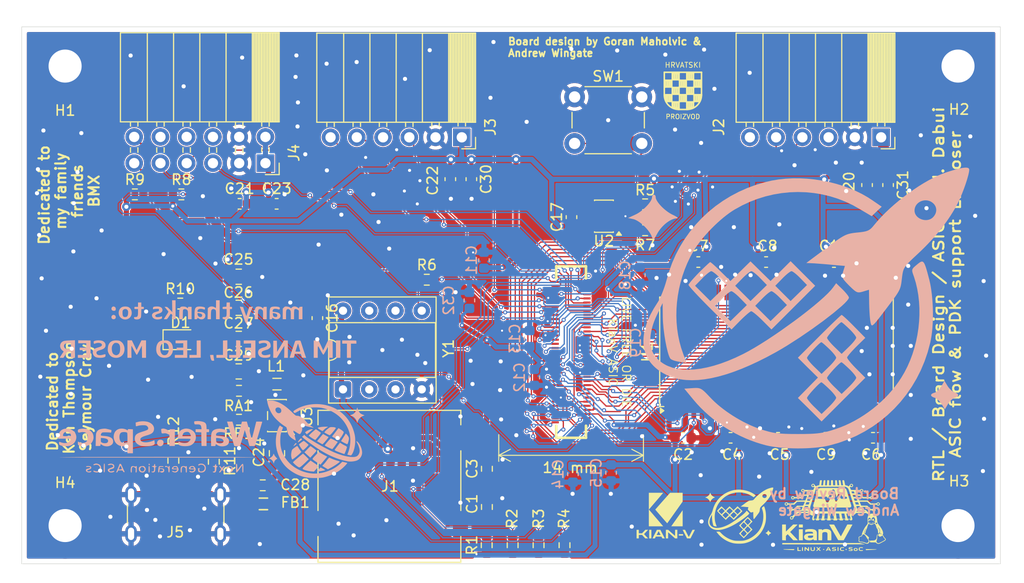
<source format=kicad_pcb>
(kicad_pcb (version 20241229) (generator "pcbnew") (generator_version "9.0")
  (title_block (comment 4 "AISLER Project ID: DDGQJPWZ"))
  (layers (0 "F.Cu" signal) (4 "In1.Cu" power "GND1.Cu") (6 "In2.Cu" signal "In2signal.Cu") (2 "B.Cu" signal) (13 "F.Paste" user) (15 "B.Paste" user) (5 "F.SilkS" user "F.Silkscreen") (7 "B.SilkS" user "B.Silkscreen") (1 "F.Mask" user) (3 "B.Mask" user) (25 "Edge.Cuts" user))
  (net 0 "")
  (net 2 "GND")
  (net 3 "/3V3")
  (net 4 "/SDRAM_D15")
  (net 5 "/SDRAM_A1")
  (net 6 "/SDRAM_A10")
  (net 7 "/SDRAM_A4")
  (net 8 "/SDRAM_D7")
  (net 9 "/SDRAM_D5")
  (net 10 "/SDRAM_A11")
  (net 11 "/SDRAM_BA1")
  (net 12 "/SDRAM_D2")
  (net 13 "/SDRAM_D10")
  (net 14 "/SDRAM_D3")
  (net 15 "/SDRAM_DQM0")
  (net 16 "/SDRAM_nRAS")
  (net 17 "/SDRAM_D13")
  (net 18 "/SDRAM_A3")
  (net 19 "/SDRAM_D8")
  (net 20 "/SDRAM_D11")
  (net 21 "/SDRAM_A0")
  (net 22 "/SDRAM_A8")
  (net 23 "/SDRAM_CKE")
  (net 24 "/SDRAM_CLK")
  (net 25 "/SDRAM_A12")
  (net 26 "/SDRAM_nCAS")
  (net 27 "/SDRAM_D0")
  (net 28 "/SDRAM_D12")
  (net 29 "/SDRAM_DQM1")
  (net 30 "/SDRAM_D9")
  (net 31 "/SDRAM_BA0")
  (net 32 "/SDRAM_D4")
  (net 33 "/SDRAM_A9")
  (net 34 "/SDRAM_nCS")
  (net 35 "/SDRAM_D14")
  (net 36 "/SDRAM_A2")
  (net 37 "/SDRAM_D6")
  (net 38 "/SDRAM_D1")
  (net 39 "/SDRAM_A5")
  (net 40 "/SDRAM_A7")
  (net 41 "/clk")
  (net 42 "/SDRAM_A6")
  (net 43 "Net-(Y1-OUT)")
  (net 44 "/SDRAM_nWE")
  (net 45 "Net-(U3-SW)")
  (net 47 "Net-(U3-FB)")
  (net 48 "/LEDC")
  (net 49 "VBUS")
  (net 50 "Net-(U2-~{MR})")
  (net 51 "/FLASH_CSN")
  (net 52 "/UART_TX")
  (net 53 "/FLASH_SCLK")
  (net 54 "/SPI1_MOSI")
  (net 55 "/SPI0_SCLK")
  (net 56 "/UART_RX")
  (net 57 "/FLASH_MOSI")
  (net 58 "/SPI1_MISO")
  (net 59 "/rst_n")
  (net 60 "/SPI1_SCLK")
  (net 61 "/SPI0_CSN")
  (net 62 "/SPI0_MISO")
  (net 63 "/FLASH_MISO")
  (net 64 "/SPI0_MOSI")
  (net 65 "+5V")
  (net 68 "/SPI1_CSN")
  (net 69 "/GPIO0")
  (net 73 "Net-(J5-CC1)")
  (net 74 "Net-(J5-CC2)")
  (footprint "Capacitor_SMD:C_0603_1608Metric" (layer "F.Cu") (at 173.575 194.45 -90)
    (property "Reference" "C22")
    (property "Value" "100nF" (hide yes))
  )
  (footprint "Capacitor_SMD:C_0603_1608Metric" (layer "F.Cu") (at 210.695 202.48 180)
    (property "Reference" "C10")
    (property "Value" "10uF" (hide yes))
  )
  (footprint "Capacitor_SMD:C_0603_1608Metric" (layer "F.Cu") (at 175.61 194.45 -90)
    (property "Reference" "C30")
    (property "Value" "1uF" (hide yes))
  )
  (footprint "Resistor_SMD:R_0603_1608Metric" (layer "F.Cu") (at 177.095 229.9 90)
    (property "Reference" "R1")
    (property "Value" "20K" (hide yes))
  )
  (footprint "Connector_PinSocket_2.54mm:PinSocket_1x06_P2.54mm_Horizontal" (layer "F.Cu") (at 215.26 190.4 -90)
    (property "Reference" "J2")
    (property "Value" "Conn_01x06_Pin" (hide yes))
  )
  (footprint "MountingHole:MountingHole_3.2mm_M3_Pad" (layer "F.Cu") (at 222.7 183.5)
    (property "Reference" "H2")
    (property "Value" "MountingHole_Pad" (hide yes))
  )
  (footprint "Capacitor_SMD:C_0603_1608Metric" (layer "F.Cu") (at 200.69375 219.5)
    (property "Reference" "C4")
    (property "Value" "100nF" (hide yes))
  )
  (footprint "Resistor_SMD:R_0603_1608Metric" (layer "F.Cu") (at 179.605 229.9 90)
    (property "Reference" "R2")
    (property "Value" "20K" (hide yes))
  )
  (footprint "Package_TO_SOT_SMD:SOT-23-5" (layer "F.Cu") (at 156.8 217.35 180)
    (property "Reference" "U3")
    (property "Value" "TLV62569DBV" (hide yes))
  )
  (footprint "Resistor_SMD:R_0603_1608Metric" (layer "F.Cu") (at 147.4425 206.5)
    (property "Reference" "R10")
    (property "Value" "536R" (hide yes))
  )
  (footprint "Resistor_SMD:R_0603_1608Metric" (layer "F.Cu") (at 146.775 221.725 -90)
    (property "Reference" "R12")
    (property "Value" "5.1k" (hide yes))
  )
  (footprint "MountingHole:MountingHole_3.2mm_M3_Pad" (layer "F.Cu") (at 222.7 228)
    (property "Reference" "H3")
    (property "Value" "MountingHole_Pad" (hide yes))
  )
  (footprint "PCM_JLCPCB:FB_0805" (layer "F.Cu") (at 155.49 225.9)
    (property "Reference" "FB1")
    (property "Value" "~" (hide yes))
  )
  (footprint "Package_DIP:DIP-8_W7.62mm_Socket" (layer "F.Cu") (at 163.19 214.81 90)
    (property "Reference" "Y1")
    (property "Value" "CXO_DIP8" (hide yes))
  )
  (footprint "Capacitor_SMD:C_0805_2012Metric" (layer "F.Cu") (at 153.1 206.91)
    (property "Reference" "C26")
    (property "Value" "22uF" (hide yes))
  )
  (footprint "Capacitor_SMD:C_0603_1608Metric" (layer "F.Cu") (at 205.2875 219.5)
    (property "Reference" "C5")
    (property "Value" "100nF" (hide yes))
  )
  (footprint "Capacitor_SMD:C_0603_1608Metric" (layer "F.Cu") (at 156.77 196.84)
    (property "Reference" "C23")
    (property "Value" "1uF" (hide yes))
  )
  (footprint "Capacitor_SMD:C_0603_1608Metric" (layer "F.Cu") (at 197.57 202.48)
    (property "Reference" "C7")
    (property "Value" "100nF" (hide yes))
  )
  (footprint "Resistor_SMD:R_0603_1608Metric" (layer "F.Cu") (at 153.125 214.95 180)
    (property "Reference" "RA1")
    (property "Value" "15k" (hide yes))
  )
  (footprint "Connector_PinSocket_2.54mm:PinSocket_2x06_P2.54mm_Horizontal" (layer "F.Cu") (at 155.685 192.9 -90)
    (property "Reference" "J4")
    (property "Value" "Conn_02x06_Top_Bottom_custom" (hide yes))
  )
  (footprint "Resistor_SMD:R_0603_1608Metric" (layer "F.Cu") (at 182.115 229.9 90)
    (property "Reference" "R3")
    (property "Value" "20K" (hide yes))
  )
  (footprint "Resistor_SMD:R_0603_1608Metric" (layer "F.Cu") (at 177.115 226.2 90)
    (property "Reference" "C1")
    (property "Value" "10uF" (hide yes))
  )
  (footprint "Capacitor_SMD:C_0603_1608Metric" (layer "F.Cu") (at 153.185 196.84 180)
    (property "Reference" "C21")
    (property "Value" "100nF" (hide yes))
  )
  (footprint "MountingHole:MountingHole_3.2mm_M3_Pad" (layer "F.Cu") (at 136.3 183.5)
    (property "Reference" "H1")
    (property "Value" "MountingHole_Pad" (hide yes))
  )
  (footprint "Resistor_SMD:R_0603_1608Metric" (layer "F.Cu") (at 147.55 195.925)
    (property "Reference" "R8")
    (property "Value" "20K" (hide yes))
  )
  (footprint "Capacitor_SMD:C_0805_2012Metric" (layer "F.Cu") (at 156.8 221 90)
    (property "Reference" "C24")
    (property "Value" "22uF" (hide yes))
  )
  (footprint "Capacitor_SMD:C_0603_1608Metric" (layer "F.Cu") (at 215.935 195.02 -90)
    (property "Reference" "C31")
    (property "Value" "1uF" (hide yes))
  )
  (footprint "Capacitor_SMD:C_0603_1608Metric" (layer "F.Cu") (at 204.1325 202.48 180)
    (property "Reference" "C8")
    (property "Value" "100nF" (hide yes))
  )
  (footprint "Connector_USB:USB_C_Receptacle_GCT_USB4125-xx-x-0190_6P_TopMnt_Horizontal" (layer "F.Cu") (at 147 228)
    (property "Reference" "J5")
    (property "Value" "USB_C_Receptacle_PowerOnly_6P" (hide yes))
  )
  (footprint "Capacitor_SMD:C_0603_1608Metric" (layer "F.Cu") (at 196.1 219.5 180)
    (property "Reference" "C2")
    (property "Value" "100nF" (hide yes))
  )
  (footprint "Resistor_SMD:R_0603_1608Metric" (layer "F.Cu") (at 192.425 196.89 180)
    (property "Reference" "R5")
    (property "Value" "10k" (hide yes))
  )
  (footprint "MountingHole:MountingHole_3.2mm_M3_Pad" (layer "F.Cu") (at 136.3 228)
    (property "Reference" "H4")
    (property "Value" "MountingHole_Pad" (hide yes))
  )
  (footprint "Resistor_SMD:R_0603_1608Metric" (layer "F.Cu") (at 171.29675 204.19)
    (property "Reference" "R6")
    (property "Value" "33" (hide yes))
  )
  (footprint "Connector_PinSocket_2.54mm:PinSocket_1x06_P2.54mm_Horizontal" (layer "F.Cu") (at 174.685 190.4 -90)
    (property "Reference" "J3")
    (property "Value" "Conn_01x06_Pin" (hide yes))
  )
  (footprint "Capacitor_SMD:C_0603_1608Metric" (layer "F.Cu") (at 160.71 207.905 -90)
    (property "Reference" "C16")
    (property "Value" "100nF" (hide yes))
  )
  (footprint "Resistor_SMD:R_0603_1608Metric" (layer "F.Cu") (at 150.69 221.82 90)
    (property "Reference" "R11")
    (property "Value" "5.1k" (hide yes))
  )
  (footprint "Resistor_SMD:R_0603_1608Metric" (layer "F.Cu") (at 153.125 217.75)
    (property "Reference" "RB1")
    (property "Value" "3.3k" (hide yes))
  )
  (footprint "Inductor_SMD:L_0805_2012Metric" (layer "F.Cu") (at 156.8 214.3 180)
    (property "Reference" "L1")
    (property "Value" "2.2u" (hide yes))
  )
  (footprint "Capacitor_SMD:C_0603_1608Metric" (layer "F.Cu") (at 213.9 195.02 -90)
    (property "Reference" "C20")
    (property "Value" "100nF" (hide yes))
  )
  (footprint "Connector_Card:microSD_HC_Molex_47219-2001" (layer "F.Cu") (at 167.68 224.2)
    (property "Reference" "J1")
    (property "Value" "Micro_SD_Card")
  )
  (footprint "Capacitor_SMD:C_0805_2012Metric" (layer "F.Cu") (at 153.1 213.07)
    (property "Reference" "C29")
    (property "Value" "2.2uF" (hide yes))
  )
  (footprint "Resistor_SMD:R_0603_1608Metric" (layer "F.Cu") (at 177.115 222.5 90)
    (property "Reference" "C3")
    (property "Value" "100nF" (hide yes))
  )
  (footprint "Capacitor_SMD:C_0603_1608Metric" (layer "F.Cu") (at 214.475 219.5)
    (property "Reference" "C6")
    (property "Value" "100nF" (hide yes))
  )
  (footprint "Resistor_SMD:R_0603_1608Metric" (layer "F.Cu") (at 184.625 229.9 90)
    (property "Reference" "R4")
    (property "Value" "20K" (hide yes))
  )
  (footprint "Resistor_SMD:R_0603_1608Metric" (layer "F.Cu") (at 192.425 199.4 180)
    (property "Reference" "R7")
    (property "Value" "10k" (hide yes))
  )
  (footprint "C19089262:CONN-SMD_70P-P0.40_HC-PBB40C-70DS-0.4V-3.0-02" (layer "F.Cu") (at 185.26 211.2 -90)
    (property "Reference" "CN1" (hide yes))
    (property "Value" "HC-PBB40C-70DS-0.4V-2.0-02_CUSTOM" (hide yes))
  )
  (footprint "Capacitor_SMD:C_0603_1608Metric" (layer "F.Cu") (at 185.3 198.1275 90)
    (property "Reference" "C17")
    (property "Value" "100nF" (hide yes))
  )
  (footprint "LED_SMD:LED_0805_2012Metric" (layer "F.Cu") (at 147.4625 210)
    (property "Reference" "D1")
    (property "Value" "LED" (hide yes))
  )
  (footprint "hrvatski_proizvod_veci:hrvatski" (layer "F.Cu") (at 196.08 185.9)
    (property "Reference" "REF**" (hide yes))
    (property "Value" "HR" (hide yes))
  )
  (footprint "Capacitor_SMD:C_0603_1608Metric" (layer "F.Cu") (at 209.88125 219.5 180)
    (property "Reference" "C9")
    (property "Value" "10uF" (hide yes))
  )
  (footprint "Button_Switch_THT:SW_PUSH_6mm_H5mm" (layer "F.Cu") (at 185.6 186.49)
    (property "Reference" "SW1")
    (property "Value" "SW_Push" (hide yes))
  )
  (footprint "Package_SO:TSOP-II-54_22.2x10.16mm_P0.8mm" (layer "F.Cu") (at 205.135 211.175 90)
    (property "Reference" "U1")
    (property "Value" "MT48LC16M16A2P" (hide yes))
  )
  (footprint "Capacitor_SMD:C_0805_2012Metric" (layer "F.Cu") (at 153.1 203.9)
    (property "Reference" "C25")
    (property "Value" "22uF" (hide yes))
  )
  (footprint "Package_TO_SOT_SMD:SOT-23-6" (layer "F.Cu") (at 188.4375 198.04 180)
    (property "Reference" "U2")
    (property "Value" "TPS3808DBV" (hide yes))
  )
  (footprint "Capacitor_SMD:C_0805_2012Metric" (layer "F.Cu") (at 153.1 209.92)
    (property "Reference" "C27")
    (property "Value" "2.2uF" (hide yes))
  )
  (footprint "Resistor_SMD:R_0603_1608Metric" (layer "F.Cu") (at 143.05 195.925)
    (property "Reference" "R9")
    (property "Value" "20K" (hide yes))
  )
  (footprint "Resistor_SMD:R_0603_1608Metric" (layer "F.Cu") (at 155.425 224.1 180)
    (property "Reference" "C28")
    (property "Value" "4.7uF" (hide yes))
  )
  (footprint "Capacitor_SMD:C_0603_1608Metric" (layer "B.Cu") (at 189.13 222.89 -90)
    (property "Reference" "C15")
    (property "Value" "100nF" (hide yes))
  )
  (footprint "Capacitor_SMD:C_0603_1608Metric" (layer "B.Cu") (at 185.44 223.02 -90)
    (property "Reference" "C14")
    (property "Value" "100nF" (hide yes))
  )
  (footprint "Capacitor_SMD:C_0603_1608Metric" (layer "B.Cu") (at 176.83 202.3 -90)
    (property "Reference" "C11")
    (property "Value" "10uF" (hide yes))
  )
  (footprint "Capacitor_SMD:C_0603_1608Metric" (layer "B.Cu") (at 181.25 209.89 90)
    (property "Reference" "C13")
    (property "Value" "100nF" (hide yes))
  )
  (footprint "Capacitor_SMD:C_0603_1608Metric" (layer "B.Cu") (at 175.42 206.19 90)
    (property "Reference" "C32")
    (property "Value" "1uF" (hide yes))
  )
  (footprint "Capacitor_SMD:C_0603_1608Metric" (layer "B.Cu") (at 181.7 213.65 -90)
    (property "Reference" "C12")
    (property "Value" "100nF" (hide yes))
  )
  (footprint "Capacitor_SMD:C_0603_1608Metric" (layer "B.Cu") (at 192.933901 210.279746 -90)
    (property "Reference" "C19")
    (property "Value" "100nF" (hide yes))
  )
  (footprint "Capacitor_SMD:C_0603_1608Metric" (layer "B.Cu") (at 191.91 203.755 -90)
    (property "Reference" "C18")
    (property "Value" "100nF" (hide yes))
  )
  (gr_poly (pts (xy 210.548148 224.356778) (xy 211.712315 224.3596) (xy 211.780048 224.392055) (xy 211.795816 224.400438) (xy 211.810414 224.409375) (xy 211.823995 224.419154) (xy 211.836713 224.430067) (xy 211.848719 224.442402) (xy 211.860167 224.456448) (xy 211.87121 224.472496) (xy 211.882001 224.490833) (xy 211.892692 224.51175) (xy 211.903437 224.535537) (xy 211.914389 224.562482) (xy 211.925701 224.592874) (xy 211.937525 224.627004) (xy 211.950015 224.665161) (xy 211.977603 224.754711) (xy 212.192092 225.460267) (xy 212.305158 225.829978) (xy 212.364248 226.026122) (xy 212.367477 226.036966) (xy 212.370284 226.047538) (xy 212.372668 226.057839) (xy 212.37463 226.067871) (xy 212.37617 226.077634) (xy 212.377286 226.087129) (xy 212.377979 226.096357) (xy 212.378249 226.10532) (xy 212.378095 226.114019) (xy 212.377517 226.122453) (xy 212.376515 226.130626) (xy 212.375088 226.138536) (xy 212.373236 226.146187) (xy 212.370959 226.153578) (xy 212.368258 226.16071) (xy 212.36513 226.167586) (xy 212.361577 226.174204) (xy 212.357597 226.180568) (xy 212.353192 226.186677) (xy 212.348359 226.192534) (xy 212.3431 226.198138) (xy 212.337414 226.20349) (xy 212.3313 226.208593) (xy 212.324759 226.213447) (xy 212.31779 226.218053) (xy 212.310393 226.222411) (xy 212.302567 226.226524) (xy 212.294313 226.230392) (xy 212.28563 226.234015) (xy 212.276517 226.237396) (xy 212.266975 226.240535) (xy 212.257004 226.243434) (xy 212.131261 226.249563) (xy 211.803508 226.253311) (xy 210.495937 226.254722) (xy 209.962667 226.253217) (xy 209.55294 226.251679) (xy 209.250072 226.249811) (xy 209.133496 226.248659) (xy 209.037377 226.247314) (xy 208.959631 226.245737) (xy 208.898171 226.243891) (xy 208.850911 226.241739) (xy 208.831955 226.240537) (xy 208.815767 226.239244) (xy 208.802086 226.237856) (xy 208.790652 226.236369) (xy 208.781203 226.234777) (xy 208.77348 226.233076) (xy 208.767222 226.231261) (xy 208.762167 226.229328) (xy 208.758055 226.227272) (xy 208.754626 226.225089) (xy 208.746873 226.219522) (xy 208.739501 226.213431) (xy 208.732525 226.206851) (xy 208.725963 226.199821) (xy 208.71983 226.192378) (xy 208.714145 226.184558) (xy 208.708922 226.176399) (xy 208.704179 226.167939) (xy 208.699932 226.159214) (xy 208.696197 226.150261) (xy 208.692992 226.141119) (xy 208.690332 226.131823) (xy 208.688235 226.122412) (xy 208.686716 226.112922) (xy 208.685793 226.10339) (xy 208.685482 226.093855) (xy 208.686118 226.077633) (xy 208.688987 226.05721) (xy 208.695527 226.027329) (xy 208.707177 225.98273) (xy 208.751561 225.828346) (xy 208.833648 225.551989) (xy 208.906984 225.304934) (xy 209.127402 225.304934) (xy 209.127529 225.309697) (xy 209.128005 225.314577) (xy 209.128825 225.319603) (xy 209.129981 225.3248) (xy 209.137015 225.350492) (xy 209.141416 225.360959) (xy 209.147091 225.369999) (xy 209.154552 225.377734) (xy 209.164311 225.384281) (xy 209.176882 225.389762) (xy 209.192776 225.394297) (xy 209.212507 225.398005) (xy 209.236586 225.401005) (xy 209.265528 225.403419) (xy 209.299844 225.405366) (xy 209.386649 225.408337) (xy 209.501104 225.410878) (xy 209.821426 225.417933) (xy 209.882104 225.5661) (xy 209.88828 225.581381) (xy 209.894605 225.596475) (xy 209.90103 225.611291) (xy 209.907504 225.625741) (xy 209.913978 225.639737) (xy 209.920402 225.653189) (xy 209.926727 225.666009) (xy 209.932904 225.678107) (xy 209.938882 225.689395) (xy 209.944612 225.699783) (xy 209.950044 225.709184) (xy 209.955129 225.717508) (xy 209.959817 225.724666) (xy 209.964058 225.730569) (xy 209.967804 225.735129) (xy 209.971003 225.738256) (xy 209.975014 225.741331) (xy 209.979355 225.744209) (xy 209.984003 225.746888) (xy 209.988935 225.749368) (xy 209.994124 225.75165) (xy 209.999548 225.753734) (xy 210.011 225.757305) (xy 210.023097 225.760084) (xy 210.035645 225.762068) (xy 210.048449 225.763259) (xy 210.061315 225.763655) (xy 210.074049 225.763259) (xy 210.086456 225.762068) (xy 210.098342 225.760084) (xy 210.109513 225.757305) (xy 210.11477 225.755619) (xy 210.119775 225.753734) (xy 210.124504 225.75165) (xy 210.128932 225.749368) (xy 210.133037 225.746888) (xy 210.136792 225.744209) (xy 210.140174 225.741331) (xy 210.143159 225.738256) (xy 210.15059 225.727802) (xy 210.162915 225.707807) (xy 210.199604 225.643888) (xy 210.247934 225.555891) (xy 210.302615 225.453211) (xy 210.389988 225.285132) (xy 210.459733 225.152093) (xy 210.488605 225.097593) (xy 210.513802 225.050507) (xy 210.535568 225.010387) (xy 210.554146 224.976785) (xy 210.56978 224.949251) (xy 210.582715 224.927338) (xy 210.593194 224.910596) (xy 210.597589 224.904025) (xy 210.601462 224.898578) (xy 210.604842 224.8942) (xy 210.607762 224.890835) (xy 210.61025 224.888426) (xy 210.612337 224.886917) (xy 210.614055 224.886253) (xy 210.614784 224.88622) (xy 210.615433 224.886377) (xy 210.616004 224.886718) (xy 210.616502 224.887234) (xy 210.617293 224.888767) (xy 210.717481 225.259889) (xy 210.736578 225.330598) (xy 210.755427 225.397736) (xy 210.773515 225.459715) (xy 210.79033 225.514947) (xy 210.805359 225.561844) (xy 210.818089 225.59882) (xy 210.823432 225.613091) (xy 210.828008 225.624286) (xy 210.831753 225.632207) (xy 210.834603 225.636656) (xy 210.837527 225.639868) (xy 210.84073 225.642889) (xy 210.844194 225.645717) (xy 210.847899 225.648352) (xy 210.851827 225.650793) (xy 210.85596 225.653039) (xy 210.86028 225.655088) (xy 210.864766 225.65694) (xy 210.869402 225.658594) (xy 210.874167 225.660048) (xy 210.884015 225.662353) (xy 210.89416 225.663848) (xy 210.904454 225.664525) (xy 210.914748 225.664375) (xy 210.924893 225.66339) (xy 210.929863 225.662581) (xy 210.934741 225.661561) (xy 210.939506 225.660328) (xy 210.944141 225.658881) (xy 210.948628 225.657219) (xy 210.952947 225.65534) (xy 210.95708 225.653245) (xy 210.961009 225.650932) (xy 210.964714 225.6484) (xy 210.968177 225.645647) (xy 210.97138 225.642674) (xy 210.974304 225.639478) (xy 210.981417 225.629807) (xy 210.992847 225.611057) (xy 211.008013 225.584337) (xy 211.026338 225.550754) (xy 211.070149 225.467432) (xy 211.119648 225.369955) (xy 211.144031 225.321043) (xy 211.167075 225.275521) (xy 211.188233 225.234398) (xy 211.206961 225.198682) (xy 211.222712 225.169382) (xy 211.23494 225.147507) (xy 211.239563 225.139669) (xy 211.243101 225.134065) (xy 211.245485 225.130822) (xy 211.246224 225.130126) (xy 211.246648 225.130066) (xy 211.248597 225.133423) (xy 211.252182 225.141047) (xy 211.263405 225.167108) (xy 211.278596 225.204282) (xy 211.296037 225.2486) (xy 211.318105 225.305) (xy 211.327505 225.327504) (xy 211.336584 225.346584) (xy 211.34592 225.362522) (xy 211.350865 225.369401) (xy 211.356089 225.3756) (xy 211.361666 225.381154) (xy 211.367668 225.386098) (xy 211.374166 225.390467) (xy 211.381233 225.394297) (xy 211.388941 225.397623) (xy 211.397361 225.400479) (xy 211.406567 225.402901) (xy 211.416629 225.404925) (xy 211.439614 225.407915) (xy 211.466892 225.409731) (xy 211.49904 225.410655) (xy 211.536634 225.410966) (xy 211.630471 225.410878) (xy 211.682765 225.410728) (xy 211.729273 225.410205) (xy 211.770329 225.409203) (xy 211.788916 225.408489) (xy 211.806264 225.407615) (xy 211.822416 225.406566) (xy 211.837412 225.405331) (xy 211.851295 225.403895) (xy 211.864106 225.402246) (xy 211.875886 225.400369) (xy 211.886678 225.398251) (xy 211.896522 225.395879) (xy 211.905461 225.393239) (xy 211.913535 225.390318) (xy 211.920788 225.387102) (xy 211.927259 225.383579) (xy 211.932991 225.379734) (xy 211.938026 225.375554) (xy 211.942404 225.371026) (xy 211.946168 225.366136) (xy 211.949359 225.360871) (xy 211.952019 225.355218) (xy 211.95419 225.349162) (xy 211.955912 225.342691) (xy 211.957228 225.335791) (xy 211.958179 225.328449) (xy 211.958807 225.32065) (xy 211.959153 225.312383) (xy 211.959259 225.303633) (xy 211.958824 225.289066) (xy 211.957366 225.275995) (xy 211.954655 225.26433) (xy 211.950462 225.253979) (xy 211.947738 225.249269) (xy 211.944557 225.244853) (xy 211.940892 225.24072) (xy 211.936712 225.236859) (xy 211.93199 225.233258) (xy 211.926696 225.229907) (xy 211.91428 225.223905) (xy 211.899235 225.218764) (xy 211.881331 225.214391) (xy 211.860339 225.210697) (xy 211.83603 225.207589) (xy 211.808173 225.204978) (xy 211.77654 225.202772) (xy 211.701026 225.199211) (xy 211.502059 225.192156) (xy 211.423037 224.996011) (xy 211.407705 224.957752) (xy 211.393382 224.923305) (xy 211.379951 224.892513) (xy 211.367298 224.865218) (xy 211.361227 224.852834) (xy 211.355307 224.841264) (xy 211.349523 224.83049) (xy 211.343861 224.820493) (xy 211.338306 224.811252) (xy 211.332845 224.802748) (xy 211.327462 224.794961) (xy 211.322143 224.787872) (xy 211.316873 224.781461) (xy 211.311639 224.775708) (xy 211.306426 224.770594) (xy 211.301219 224.766099) (xy 211.296003 224.762204) (xy 211.290765 224.758888) (xy 211.285489 224.756132) (xy 211.280162 224.753917) (xy 211.274769 224.752223) (xy 211.269295 224.75103) (xy 211.263726 224.750319) (xy 211.258047 224.75007) (xy 211.252245 224.750263) (xy 211.246304 224.750879) (xy 211.24021 224.751897) (xy 211.233948 224.7533) (xy 211.228173 224.755052) (xy 211.222406 224.757792) (xy 211.216523 224.761715) (xy 211.210401 224.767014) (xy 211.203914 224.773884) (xy 211.19694 224.78252) (xy 211.189354 224.793115) (xy 211.181032 224.805864) (xy 211.161684 224.8386) (xy 211.137905 224.882284) (xy 211.108701 224.93847) (xy 211.073082 225.008711) (xy 211.048635 225.058216) (xy 211.025412 225.104446) (xy 211.003975 225.146377) (xy 210.984887 225.182983) (xy 210.968709 225.213239) (xy 210.956003 225.23612) (xy 210.947333 225.250601) (xy 210.944686 225.254371) (xy 210.943816 225.255332) (xy 210.943259 225.255656) (xy 210.942124 225.25424) (xy 210.940332 225.250088) (xy 210.934925 225.234136) (xy 210.917859 225.175575) (xy 210.894443 225.088968) (xy 210.867059 224.983311) (xy 210.835789 224.862667) (xy 210.822293 224.811681) (xy 210.810042 224.766397) (xy 210.798898 224.72642) (xy 210.788726 224.69136) (xy 210.779389 224.660822) (xy 210.770751 224.634414) (xy 210.762675 224.611743) (xy 210.758805 224.601686) (xy 210.755025 224.592416) (xy 210.751317 224.583885) (xy 210.747664 224.576042) (xy 210.74405 224.568839) (xy 210.740456 224.562226) (xy 210.736867 224.556156) (xy 210.733265 224.550577) (xy 210.729633 224.545442) (xy 210.725954 224.540702) (xy 210.722211 224.536306) (xy 210.718386 224.532207) (xy 210.714464 224.528355) (xy 210.710426 224.5247) (xy 210.706108 224.521232) (xy 210.701628 224.51797) (xy 210.696998 224.514916) (xy 210.69223 224.512069) (xy 210.687336 224.50943) (xy 210.682328 224.506999) (xy 210.672017 224.502762) (xy 210.661392 224.49936) (xy 210.650547 224.496795) (xy 210.639579 224.495069) (xy 210.628581 224.494185) (xy 210.61765 224.494144) (xy 210.60688 224.494948) (xy 210.596366 224.4966) (xy 210.591235 224.497745) (xy 210.586204 224.499102) (xy 210.581284 224.500672) (xy 210.576488 224.502455) (xy 210.571828 224.504451) (xy 210.567314 224.506662) (xy 210.56296 224.509086) (xy 210.558776 224.511724) (xy 210.554776 224.514577) (xy 210.550971 224.517645) (xy 210.541016 224.531232) (xy 210.523454 224.560199) (xy 210.469479 224.656992) (xy 210.396983 224.793473) (xy 210.313903 224.955089) (xy 210.231486 225.115537) (xy 210.194891 225.185748) (xy 210.162562 225.247012) (xy 210.135393 225.297628) (xy 210.114276 225.33589) (xy 210.100104 225.360097) (xy 210.095902 225.366397) (xy 210.09457 225.368003) (xy 210.093771 225.368544) (xy 210.093221 225.368466) (xy 210.092632 225.368235) (xy 210.091345 225.367326) (xy 210.089926 225.365847) (xy 210.088391 225.363826) (xy 210.086756 225.361292) (xy 210.085039 225.358275) (xy 210.083256 225.354803) (xy 210.081423 225.350905) (xy 210.079557 225.346611) (xy 210.077675 225.341948) (xy 210.075793 225.336947) (xy 210.073927 225.331635) (xy 210.072094 225.326042) (xy 210.070311 225.320197) (xy 210.068594 225.314129) (xy 210.066959 225.307867) (xy 210.055974 225.269924) (xy 210.05057 225.254769) (xy 210.044161 225.241919) (xy 210.03595 225.231194) (xy 210.025139 225.222414) (xy 210.010929 225.2154) (xy 209.992523 225.209971) (xy 209.969123 225.205947) (xy 209.939932 225.203149) (xy 209.90415 225.201398) (xy 209.860981 225.200512) (xy 209.749288 225.200619) (xy 209.598471 225.202033) (xy 209.190659 225.206267) (xy 209.155382 225.247188) (xy 209.150833 225.252634) (xy 209.146708 225.257874) (xy 209.143001 225.262937) (xy 209.139705 225.267848) (xy 209.136814 225.272636) (xy 209.134322 225.277326) (xy 209.132223 225.281947) (xy 209.130511 225.286523) (xy 209.129178 225.291084) (xy 209.12822 225.295654) (xy 209.12763 225.300262) (xy 209.127402 225.304934) (xy 208.906984 225.304934) (xy 209.032615 224.881711) (xy 209.075232 224.736904) (xy 209.093327 224.677547) (xy 209.109763 224.626013) (xy 209.1249 224.581648) (xy 209.132095 224.561949) (xy 209.139101 224.543797) (xy 209.145964 224.527109) (xy 209.152728 224.511803) (xy 209.159439 224.497798) (xy 209.166141 224.485012) (xy 209.172881 224.473363) (xy 209.179704 224.462769) (xy 209.186654 224.453148) (xy 209.193777 224.444418) (xy 209.201117 224.436497) (xy 209.208722 224.429304) (xy 209.216634 224.422756) (xy 209.224901 224.416772) (xy 209.233566 224.411269) (xy 209.242676 224.406166) (xy 209.252275 224.401381) (xy 209.262408 224.396831) (xy 209.28446 224.388113) (xy 209.309193 224.379355) (xy 209.337715 224.370919) (xy 209.378359 224.364516) (xy 209.443113 224.359933) (xy 209.543966 224.356954) (xy 209.901926 224.354948)) (fill yes) (layer "F.SilkS"))
  (gr_poly (pts (xy 209.962595 228.331568) (xy 210.005135 228.334689) (xy 210.047212 228.340109) (xy 210.088479 228.347753) (xy 210.128588 228.357546) (xy 210.167192 228.369415) (xy 210.203945 228.383285) (xy 210.238498 228.399082) (xy 210.270504 228.41673) (xy 210.285444 228.426226) (xy 210.299616 228.436157) (xy 210.312979 228.446513) (xy 210.325488 228.457286) (xy 210.337099 228.468466) (xy 210.34777 228.480044) (xy 210.377712 228.515077) (xy 210.389938 228.531381) (xy 210.400511 228.547844) (xy 210.409562 228.565191) (xy 210.417224 228.58415) (xy 210.423629 228.605443) (xy 210.428909 228.629798) (xy 210.433198 228.65794) (xy 210.436626 228.690595) (xy 210.439327 228.728487) (xy 210.441433 228.772343) (xy 210.444388 228.880847) (xy 210.446549 229.021911) (xy 210.447794 229.127389) (xy 210.448312 229.213271) (xy 210.448278 229.249437) (xy 210.448036 229.281393) (xy 210.44758 229.309368) (xy 210.446901 229.33359) (xy 210.44599 229.354291) (xy 210.444839 229.371699) (xy 210.443441 229.386043) (xy 210.441786 229.397553) (xy 210.440859 229.402317) (xy 210.439866 229.406459) (xy 210.438804 229.410007) (xy 210.437674 229.41299) (xy 210.436473 229.415436) (xy 210.4352 229.417375) (xy 210.433855 229.418835) (xy 210.432437 229.419844) (xy 210.425737 229.422357) (xy 210.414021 229.424598) (xy 210.397965 229.426563) (xy 210.378242 229.428245) (xy 210.33049 229.430734) (xy 210.276157 229.432015) (xy 210.220633 229.43204) (xy 210.169309 229.430759) (xy 210.127576 229.428121) (xy 210.111991 229.426278) (xy 210.100826 229.424078) (xy 210.06837 229.415611) (xy 210.06837 229.079767) (xy 210.068252 228.972889) (xy 210.068045 228.92905) (xy 210.067687 228.890964) (xy 210.067139 228.858145) (xy 210.066361 228.830107) (xy 210.065874 228.817729) (xy 210.065315 228.806364) (xy 210.064679 228.795952) (xy 210.063961 228.786431) (xy 210.063156 228.777742) (xy 210.062259 228.769822) (xy 210.061266 228.762612) (xy 210.060171 228.756051) (xy 210.05897 228.750078) (xy 210.057657 228.744632) (xy 210.056228 228.739653) (xy 210.054678 228.73508) (xy 210.053002 228.730852) (xy 210.051195 228.726909) (xy 210.049252 228.723189) (xy 210.047168 228.719633) (xy 210.044938 228.716179) (xy 210.042558 228.712766) (xy 210.037326 228.705823) (xy 210.033959 228.701793) (xy 210.030232 228.697664) (xy 210.026182 228.69347) (xy 210.021848 228.689242) (xy 210.017265 228.685014) (xy 210.012472 228.680819) (xy 210.007504 228.67669) (xy 210.002401 228.672661) (xy 209.997198 228.668764) (xy 209.991933 228.665032) (xy 209.986644 228.661499) (xy 209.981366 228.658197) (xy 209.976139 228.65516) (xy 209.970998 228.652421) (xy 209.965981 228.650012) (xy 209.961126 228.647967) (xy 209.947178 228.643039) (xy 209.931434 228.638836) (xy 209.914149 228.635357) (xy 209.895575 228.632599) (xy 209.875968 228.630561) (xy 209.855582 228.629239) (xy 209.83467 228.628633) (xy 209.813488 228.62874) (xy 209.79229 228.629558) (xy 209.771329 228.631086) (xy 209.75086 228.63332) (xy 209.731137 228.636259) (xy 209.712414 228.639901) (xy 209.694947 228.644243) (xy 209.678988 228.649284) (xy 209.664793 228.655022) (xy 209.630325 228.671253) (xy 209.61638 228.679365) (xy 209.604424 228.688294) (xy 209.594303 228.698653) (xy 209.585864 228.711056) (xy 209.578955 228.726118) (xy 209.573423 228.744451) (xy 209.569115 228.766671) (xy 209.565877 228.793391) (xy 209.563557 228.825225) (xy 209.562002 228.862786) (xy 209.560574 228.957548) (xy 209.560371 229.082588) (xy 209.560109 229.161104) (xy 209.559334 229.229432) (xy 209.558064 229.287574) (xy 209.556314 229.33553) (xy 209.555264 229.355688) (xy 209.5541 229.3733) (xy 209.552825 229.388364) (xy 209.551441 229.400882) (xy 209.549949 229.410854) (xy 209.548351 229.418279) (xy 209.54665 229.423157) (xy 209.545762 229.424641) (xy 209.544848 229.425489) (xy 209.542416 229.426481) (xy 209.538355 229.427341) (xy 209.52571 229.428664) (xy 209.507641 229.429458) (xy 209.484876 229.429723) (xy 209.458142 229.429458) (xy 209.428167 229.428664) (xy 209.395678 229.427341) (xy 209.361403 229.425489) (xy 209.193481 229.415611) (xy 209.193481 228.887856) (xy 209.193481 228.3601) (xy 209.361403 228.3601) (xy 209.529326 228.3601) (xy 209.539204 228.402433) (xy 209.541315 228.410734) (xy 209.543393 228.418573) (xy 209.545405 228.42575) (xy 209.546376 228.429028) (xy 209.547318 228.432067) (xy 209.548226 228.434841) (xy 209.549098 228.437325) (xy 209.549928 228.439496) (xy 209.550713 228.441327) (xy 209.551448 228.442795) (xy 209.551796 228.443384) (xy 209.55213 228.443874) (xy 209.552449 228.44426) (xy 209.552753 228.444539) (xy 209.553042 228.444709) (xy 209.553315 228.444767) (xy 209.555244 228.444) (xy 209.559753 228.441812) (xy 209.575187 228.43383) (xy 209.596971 228.422145) (xy 209.622459 228.408078) (xy 209.637188 228.400042) (xy 209.653504 228.391938) (xy 209.670878 228.383968) (xy 209.688781 228.376328) (xy 209.706685 228.369217) (xy 209.724059 228.362834) (xy 209.740375 228.357377) (xy 209.755104 228.353044) (xy 209.79475 228.343556) (xy 209.835669 228.336739) (xy 209.877515 228.332518) (xy 209.919939 228.330819)) (fill yes) (layer "F.SilkS"))
  (gr_poly (pts (xy 207.92228 230.095871) (xy 207.931507 230.096269) (xy 207.940073 230.097088) (xy 207.948176 230.098457) (xy 207.956014 230.100504) (xy 207.963786 230.103357) (xy 207.971691 230.107145) (xy 207.979926 230.111994) (xy 207.98869 230.118035) (xy 207.998182 230.125394) (xy 208.0086 230.134201) (xy 208.020143 230.144582) (xy 208.033008 230.156667) (xy 208.047395 230.170583) (xy 208.081526 230.204422) (xy 208.191592 230.314489) (xy 208.191592 230.204422) (xy 208.191592 230.095767) (xy 208.240981 230.095767) (xy 208.29037 230.095767) (xy 208.29037 230.272156) (xy 208.290155 230.336113) (xy 208.289719 230.362054) (xy 208.288915 230.384294) (xy 208.28834 230.394104) (xy 208.287631 230.403079) (xy 208.286775 230.411252) (xy 208.285757 230.418652) (xy 208.284563 230.42531) (xy 208.283179 230.431256) (xy 208.281592 230.436521) (xy 208.279787 230.441136) (xy 208.277751 230.44513) (xy 208.275469 230.448535) (xy 208.272928 230.451381) (xy 208.270113 230.453698) (xy 208.267011 230.455517) (xy 208.263608 230.456868) (xy 208.25989 230.457782) (xy 208.255842 230.458289) (xy 208.251452 230.458421) (xy 208.246704 230.458206) (xy 208.241585 230.457676) (xy 208.236081 230.456862) (xy 208.223863 230.4545) (xy 208.209937 230.451366) (xy 208.203762 230.449706) (xy 208.197378 230.44735) (xy 208.190741 230.444263) (xy 208.183809 230.440408) (xy 208.176539 230.435751) (xy 208.168885 230.430257) (xy 208.160806 230.423891) (xy 208.152258 230.416618) (xy 208.143197 230.408402) (xy 208.13358 230.399208) (xy 208.123363 230.389001) (xy 208.112504 230.377746) (xy 208.088683 230.351952) (xy 208.06177 230.321545) (xy 207.958759 230.2016) (xy 207.954526 230.325777) (xy 207.950292 230.448545) (xy 207.902315 230.448545) (xy 207.852926 230.448545) (xy 207.852926 230.272156) (xy 207.852926 230.095767) (xy 207.912193 230.095767)) (fill yes) (layer "F.SilkS"))
  (gr_poly (pts (xy 211.140815 230.270745) (xy 211.140815 230.445722) (xy 211.098481 230.451366) (xy 211.09402 230.452095) (xy 211.089645 230.452697) (xy 211.085378 230.45318) (xy 211.081239 230.453549) (xy 211.077249 230.453811) (xy 211.073429 230.453971) (xy 211.069798 230.454036) (xy 211.066379 230.454012) (xy 211.06319 230.453906) (xy 211.060255 230.453723) (xy 211.057591 230.45347) (xy 211.055222 230.453152) (xy 211.053167 230.452777) (xy 211.051446 230.45235) (xy 211.050081 230.451878) (xy 211.049539 230.451626) (xy 211.049092 230.451366) (xy 211.048316 230.449678) (xy 211.047574 230.446265) (xy 211.046204 230.434631) (xy 211.045 230.41721) (xy 211.043977 230.394746) (xy 211.042544 230.337662) (xy 211.042037 230.269333) (xy 211.042037 230.095767) (xy 211.091426 230.095767) (xy 211.140815 230.095767)) (fill yes) (layer "F.SilkS"))
  (gr_poly (pts (xy 208.481192 230.096055) (xy 208.48907 230.097013) (xy 208.496083 230.098781) (xy 208.502279 230.101499) (xy 208.505087 230.103259) (xy 208.507707 230.10531) (xy 208.510148 230.107668) (xy 208.512414 230.110352) (xy 208.514511 230.113379) (xy 208.516446 230.116767) (xy 208.519852 230.124694) (xy 208.522679 230.134276) (xy 208.524976 230.145651) (xy 208.526788 230.158962) (xy 208.528164 230.174348) (xy 208.529152 230.191949) (xy 208.529799 230.211907) (xy 208.530259 230.259455) (xy 208.530298 230.275948) (xy 208.530444 230.290588) (xy 208.530733 230.303508) (xy 208.531207 230.314841) (xy 208.531525 230.319954) (xy 208.531904 230.324719) (xy 208.532349 230.329154) (xy 208.532864 230.333274) (xy 208.533454 230.337097) (xy 208.534125 230.340638) (xy 208.534881 230.343915) (xy 208.535727 230.346944) (xy 208.536669 230.349742) (xy 208.53771 230.352324) (xy 208.538856 230.354708) (xy 208.540112 230.35691) (xy 208.541483 230.358947) (xy 208.542973 230.360835) (xy 208.544588 230.362591) (xy 208.546333 230.36423) (xy 208.548212 230.365771) (xy 208.55023 230.367229) (xy 208.552392 230.368621) (xy 208.554703 230.369963) (xy 208.557168 230.371272) (xy 208.559792 230.372565) (xy 208.565537 230.375166) (xy 208.576305 230.379582) (xy 208.587384 230.383305) (xy 208.598692 230.386338) (xy 208.610141 230.388682) (xy 208.621649 230.39034) (xy 208.63313 230.391314) (xy 208.644499 230.391606) (xy 208.655672 230.391218) (xy 208.666564 230.390152) (xy 208.677089 230.38841) (xy 208.687165 230.385994) (xy 208.696704 230.382906) (xy 208.701247 230.381111) (xy 208.705624 230.379148) (xy 208.709825 230.377019) (xy 208.713839 230.374723) (xy 208.717656 230.372261) (xy 208.721264 230.369632) (xy 208.724654 230.366838) (xy 208.727815 230.363878) (xy 208.732085 230.359377) (xy 208.735915 230.354791) (xy 208.739327 230.350003) (xy 208.742345 230.344894) (xy 208.74499 230.339347) (xy 208.747287 230.333244) (xy 208.749256 230.326467) (xy 208.750922 230.318898) (xy 208.752306 230.31042) (xy 208.753433 230.300915) (xy 208.754323 230.290265) (xy 208.755001 230.278351) (xy 208.755808 230.250264) (xy 208.756037 230.215711) (xy 208.756037 230.095767) (xy 208.805426 230.095767) (xy 208.854815 230.095767) (xy 208.854815 230.211477) (xy 208.854496 230.23778) (xy 208.853522 230.262228) (xy 208.852781 230.273774) (xy 208.851866 230.284881) (xy 208.850774 230.295554) (xy 208.849501 230.305801) (xy 208.848044 230.315632) (xy 208.8464 230.325052) (xy 208.844565 230.33407) (xy 208.842536 230.342694) (xy 208.84031 230.350932) (xy 208.837883 230.358791) (xy 208.835252 230.366278) (xy 208.832413 230.373403) (xy 208.829364 230.380171) (xy 208.8261 230.386592) (xy 208.822619 230.392673) (xy 208.818917 230.398422) (xy 208.81499 230.403846) (xy 208.810836 230.408954) (xy 208.806451 230.413752) (xy 208.801832 230.418249) (xy 208.796975 230.422453) (xy 208.791877 230.426371) (xy 208.786534 230.430011) (xy 208.780944 230.43338) (xy 208.775102 230.436487) (xy 208.769006 230.439339) (xy 208.762652 230.441945) (xy 208.756037 230.444311) (xy 208.742896 230.448279) (xy 208.728961 230.451716) (xy 208.714365 230.45462) (xy 208.69924 230.456989) (xy 208.683718 230.45882) (xy 208.667931 230.460112) (xy 208.652012 230.460862) (xy 208.636093 230.461068) (xy 208.620306 230.460729) (xy 208.604784 230.459841) (xy 208.589658 230.458404) (xy 208.575062 230.456416) (xy 208.561127 230.453873) (xy 208.547986 230.450774) (xy 208.535771 230.447117) (xy 208.524615 230.4429) (xy 208.510779 230.436754) (xy 208.49833 230.430382) (xy 208.4872 230.42362) (xy 208.477321 230.416309) (xy 208.468623 230.408287) (xy 208.46104 230.399392) (xy 208.454503 230.389464) (xy 208.448944 230.378341) (xy 208.444294 230.365863) (xy 208.440486 230.351867) (xy 208.43745 230.336192) (xy 208.435119 230.318678) (xy 208.433425 230.299163) (xy 208.4323 230.277486) (xy 208.431675 230.253485) (xy 208.431481 230.227) (xy 208.431481 230.095767) (xy 208.472404 230.095767)) (fill yes) (layer "F.SilkS"))
  (gr_poly (pts (xy 210.583933 226.476509) (xy 210.716247 226.477149) (xy 210.746627 226.477576) (xy 210.752316 226.477809) (xy 210.752715 226.47793) (xy 210.751458 226.478053) (xy 210.729467 226.478563) (xy 210.679381 226.479089) (xy 210.532251 226.480676) (xy 210.36488 226.481205) (xy 210.197774 226.480676) (xy 210.051437 226.479089) (xy 209.978545 226.478053) (xy 210.013337 226.477149) (xy 210.364703 226.476267)) (fill yes) (layer "F.SilkS"))
  (gr_poly (pts (xy 210.841742 226.503143) (xy 210.862958 226.503342) (xy 210.87961 226.503673) (xy 210.886132 226.503888) (xy 210.891401 226.504136) (xy 210.89538 226.504417) (xy 210.898032 226.504731) (xy 210.898849 226.504901) (xy 210.89932 226.505079) (xy 210.899424 226.505171) (xy 210.899441 226.505265) (xy 210.899206 226.505459) (xy 210.898612 226.505662) (xy 210.897654 226.505872) (xy 210.894625 226.506319) (xy 210.890084 226.506799) (xy 210.883992 226.507311) (xy 210.868798 226.508237) (xy 210.852132 226.508898) (xy 210.834507 226.509295) (xy 210.816436 226.509427) (xy 210.79843 226.509295) (xy 210.781003 226.508898) (xy 210.764668 226.508237) (xy 210.749937 226.507311) (xy 210.738838 226.506319) (xy 210.735621 226.505872) (xy 210.733907 226.505459) (xy 210.733602 226.505265) (xy 210.733657 226.505079) (xy 210.734831 226.504731) (xy 210.741294 226.504136) (xy 210.752982 226.503673) (xy 210.769582 226.503342) (xy 210.816259 226.503077)) (fill yes) (layer "F.SilkS"))
  (gr_poly (pts (xy 207.683593 228.0426) (xy 207.683593 228.190767) (xy 207.493092 228.190767) (xy 207.302593 228.190767) (xy 207.302593 228.0426) (xy 207.302593 227.894433) (xy 207.493092 227.894433) (xy 207.683593 227.894433)) (fill yes) (layer "F.SilkS"))
  (gr_poly (pts (xy 206.546656 230.279476) (xy 206.712219 230.280269) (xy 206.824072 230.281592) (xy 206.854523 230.282452) (xy 206.862447 230.282932) (xy 206.865148 230.283445) (xy 206.864828 230.285396) (xy 206.863913 230.289001) (xy 206.860562 230.300378) (xy 206.855623 230.315988) (xy 206.849626 230.334245) (xy 206.844274 230.351812) (xy 206.841186 230.358733) (xy 206.836441 230.364451) (xy 206.829 230.368995) (xy 206.817826 230.372394) (xy 206.801882 230.374677) (xy 206.780129 230.375872) (xy 206.715047 230.375117) (xy 206.614279 230.37036) (xy 206.272481 230.349767) (xy 205.811048 230.321545) (xy 205.810924 230.32152) (xy 205.810817 230.321447) (xy 205.810651 230.321159) (xy 205.810552 230.320689) (xy 205.810519 230.320045) (xy 205.810552 230.319236) (xy 205.810651 230.31827) (xy 205.810817 230.317156) (xy 205.811048 230.3159) (xy 205.811709 230.313001) (xy 205.812636 230.309638) (xy 205.813826 230.305879) (xy 205.815281 230.301789) (xy 205.817612 230.298776) (xy 205.822218 230.296073) (xy 205.839821 230.291514) (xy 205.871216 230.287948) (xy 205.919527 230.285208) (xy 206.079402 230.281548) (xy 206.344448 230.279211)) (fill yes) (layer "F.SilkS"))
  (gr_poly (pts (xy 212.805 230.168417) (xy 212.819214 230.169414) (xy 212.833878 230.17122) (xy 212.848799 230.17379) (xy 212.863782 230.177082) (xy 212.878632 230.181051) (xy 212.893156 230.185656) (xy 212.907159 230.190851) (xy 212.920447 230.196595) (xy 212.932825 230.202842) (xy 212.944099 230.209551) (xy 212.954076 230.216677) (xy 212.958517 230.220383) (xy 212.96256 230.224178) (xy 212.965644 230.227543) (xy 212.968545 230.231275) (xy 212.971264 230.23535) (xy 212.973799 230.239747) (xy 212.978317 230.249413) (xy 212.982095 230.260095) (xy 212.985128 230.271611) (xy 212.987414 230.283783) (xy 212.988947 230.29643) (xy 212.989723 230.309373) (xy 212.989739 230.322432) (xy 212.98899 230.335426) (xy 212.987472 230.348177) (xy 212.985181 230.360504) (xy 212.982113 230.372227) (xy 212.978263 230.383167) (xy 212.976044 230.388287) (xy 212.973628 230.393144) (xy 212.971015 230.397715) (xy 212.968204 230.401977) (xy 212.962254 230.409518) (xy 212.955299 230.416533) (xy 212.947408 230.423023) (xy 212.93865 230.428992) (xy 212.929096 230.434443) (xy 212.918815 230.439377) (xy 212.907875 230.443797) (xy 212.896347 230.447706) (xy 212.884301 230.451107) (xy 212.871805 230.454002) (xy 212.845743 230.458284) (xy 212.818718 230.460574) (xy 212.791286 230.460891) (xy 212.764002 230.459258) (xy 212.737424 230.455693) (xy 212.712106 230.450219) (xy 212.700094 230.446772) (xy 212.688605 230.442855) (xy 212.67771 230.438472) (xy 212.667478 230.433623) (xy 212.657977 230.428313) (xy 212.649279 230.422543) (xy 212.641452 230.416316) (xy 212.634565 230.409636) (xy 212.628689 230.402503) (xy 212.623893 230.394922) (xy 212.620043 230.387174) (xy 212.616688 230.37929) (xy 212.613821 230.371293) (xy 212.611432 230.363202) (xy 212.609514 230.355041) (xy 212.608058 230.346829) (xy 212.607055 230.338589) (xy 212.606496 230.330342) (xy 212.606374 230.322109) (xy 212.606679 230.313913) (xy 212.607201 230.308048) (xy 212.702253 230.308048) (xy 212.702369 230.312969) (xy 212.702752 230.318036) (xy 212.703403 230.323247) (xy 212.704326 230.3286) (xy 212.706134 230.337715) (xy 212.708405 230.346024) (xy 212.711172 230.353547) (xy 212.712752 230.357021) (xy 212.714468 230.360306) (xy 212.716325 230.363405) (xy 212.718327 230.36632) (xy 212.720477 230.369055) (xy 212.722781 230.371611) (xy 212.725241 230.373992) (xy 212.727863 230.376199) (xy 212.73065 230.378236) (xy 212.733607 230.380105) (xy 212.736737 230.381809) (xy 212.740045 230.38335) (xy 212.743535 230.384731) (xy 212.747211 230.385954) (xy 212.751077 230.387022) (xy 212.755137 230.387937) (xy 212.763857 230.389322) (xy 212.773404 230.390127) (xy 212.783812 230.390374) (xy 212.795112 230.390084) (xy 212.807338 230.389278) (xy 212.81621 230.388679) (xy 212.82434 230.387924) (xy 212.831779 230.386993) (xy 212.835256 230.386453) (xy 212.83858 230.38586) (xy 212.841757 230.385212) (xy 212.844794 230.384505) (xy 212.847697 230.383736) (xy 212.850473 230.382903) (xy 212.853127 230.382003) (xy 212.855667 230.381033) (xy 212.8581 230.37999) (xy 212.86043 230.378871) (xy 212.862666 230.377673) (xy 212.864813 230.376395) (xy 212.866877 230.375032) (xy 212.868866 230.373582) (xy 212.870786 230.372042) (xy 212.872643 230.370409) (xy 212.874444 230.368681) (xy 212.876195 230.366854) (xy 212.877902 230.364926) (xy 212.879573 230.362894) (xy 212.881213 230.360755) (xy 212.882829 230.358506) (xy 212.886014 230.353668) (xy 212.889182 230.348356) (xy 212.892405 230.342307) (xy 212.895195 230.336808) (xy 212.897547 230.33178) (xy 212.899456 230.327145) (xy 212.900243 230.32495) (xy 212.900919 230.322824) (xy 212.901481 230.320757) (xy 212.901931 230.318739) (xy 212.902267 230.31676) (xy 212.902488 230.314811) (xy 212.902595 230.312881) (xy 212.902587 230.310961) (xy 212.902463 230.309041) (xy 212.902222 230.307111) (xy 212.901865 230.305162) (xy 212.901391 230.303183) (xy 212.900798 230.301165) (xy 212.900088 230.299098) (xy 212.899258 230.296972) (xy 212.898309 230.294777) (xy 212.896052 230.290142) (xy 212.89331 230.285114) (xy 212.890081 230.279615) (xy 212.886359 230.273566) (xy 212.882462 230.268038) (xy 212.878664 230.263077) (xy 212.8749 230.258653) (xy 212.871102 230.254737) (xy 212.867205 230.251301) (xy 212.863142 230.248315) (xy 212.858848 230.245752) (xy 212.854257 230.243581) (xy 212.849301 230.241773) (xy 212.843916 230.240301) (xy 212.838034 230.239134) (xy 212.831591 230.238245) (xy 212.824518 230.237603) (xy 212.816752 230.237181) (xy 212.808224 230.236949) (xy 212.79887 230.236878) (xy 212.792359 230.236977) (xy 212.786057 230.237272) (xy 212.779966 230.237763) (xy 212.774088 230.238446) (xy 212.768424 230.239321) (xy 212.762978 230.240385) (xy 212.757751 230.241636) (xy 212.752745 230.243074) (xy 212.747962 230.244695) (xy 212.743404 230.246498) (xy 212.739074 230.248482) (xy 212.734974 230.250645) (xy 212.731104 230.252984) (xy 212.727469 230.255498) (xy 212.724069 230.258185) (xy 212.720906 230.261043) (xy 212.717984 230.264071) (xy 212.715303 230.267267) (xy 212.712867 230.270628) (xy 212.710676 230.274154) (xy 212.708733 230.277842) (xy 212.707041 230.28169) (xy 212.7056 230.285697) (xy 212.704414 230.289861) (xy 212.703484 230.29418) (xy 212.702813 230.298652) (xy 212.702402 230.303275) (xy 212.702253 230.308048) (xy 212.607201 230.308048) (xy 212.607403 230.305773) (xy 212.608538 230.297713) (xy 212.610075 230.289752) (xy 212.612006 230.281914) (xy 212.614321 230.274218) (xy 212.617013 230.266688) (xy 212.620073 230.259343) (xy 212.623492 230.252205) (xy 212.627262 230.245297) (xy 212.631375 230.238639) (xy 212.635821 230.232253) (xy 212.640593 230.22616) (xy 212.645682 230.220382) (xy 212.651078 230.21494) (xy 212.656775 230.209855) (xy 212.662762 230.20515) (xy 212.669033 230.200845) (xy 212.675577 230.196962) (xy 212.682387 230.193522) (xy 212.689454 230.190547) (xy 212.69677 230.188059) (xy 212.704326 230.186078) (xy 212.712357 230.184433) (xy 212.720421 230.182704) (xy 212.728287 230.180943) (xy 212.735723 230.179198) (xy 212.742497 230.17752) (xy 212.748379 230.175957) (xy 212.753136 230.17456) (xy 212.75502 230.173939) (xy 212.756537 230.173378) (xy 212.761605 230.171918) (xy 212.767005 230.170708) (xy 212.778701 230.169021) (xy 212.791431 230.168271)) (fill yes) (layer "F.SilkS"))
  (gr_poly (pts (xy 214.100081 227.627079) (xy 214.101461 227.62747) (xy 214.102913 227.628086) (xy 214.104436 227.628925) (xy 214.106027 227.629985) (xy 214.107682 227.631266) (xy 214.109398 227.632766) (xy 214.111174 227.634482) (xy 214.113006 227.636414) (xy 214.116826 227.640918) (xy 214.120837 227.646266) (xy 214.125015 227.652444) (xy 214.129337 227.659441) (xy 214.133782 227.667244) (xy 214.136262 227.671256) (xy 214.139189 227.675346) (xy 214.146286 227.683703) (xy 214.154875 227.69221) (xy 214.16476 227.700758) (xy 214.175744 227.70924) (xy 214.187632 227.717548) (xy 214.200227 227.725575) (xy 214.213333 227.733214) (xy 214.226752 227.740356) (xy 214.24029 227.746895) (xy 214.253749 227.752723) (xy 214.266933 227.757732) (xy 214.279645 227.761815) (xy 214.29169 227.764865) (xy 214.302871 227.766773) (xy 214.312992 227.767433) (xy 214.322338 227.767009) (xy 214.332332 227.76576) (xy 214.342891 227.763722) (xy 214.353937 227.760929) (xy 214.365387 227.757417) (xy 214.377162 227.75322) (xy 214.389181 227.748374) (xy 214.401363 227.742915) (xy 214.413628 227.736877) (xy 214.425895 227.730295) (xy 214.438084 227.723204) (xy 214.450113 227.715641) (xy 214.461902 227.707639) (xy 214.473371 227.699234) (xy 214.484439 227.690461) (xy 214.495026 227.681355) (xy 214.506147 227.672073) (xy 214.516198 227.664314) (xy 214.525133 227.658048) (xy 214.529167 227.655465) (xy 214.532906 227.653243) (xy 214.536342 227.651379) (xy 214.539471 227.649869) (xy 214.542287 227.648708) (xy 214.544784 227.647894) (xy 214.546957 227.647421) (xy 214.548799 227.647287) (xy 214.550306 227.647487) (xy 214.551471 227.648018) (xy 214.552288 227.648875) (xy 214.552753 227.650055) (xy 214.552859 227.651554) (xy 214.5526 227.653367) (xy 214.551972 227.655492) (xy 214.550968 227.657924) (xy 214.549583 227.660659) (xy 214.54781 227.663694) (xy 214.545645 227.667025) (xy 214.543082 227.670647) (xy 214.540114 227.674557) (xy 214.536736 227.678751) (xy 214.528729 227.687975) (xy 214.519015 227.698288) (xy 214.502415 227.714692) (xy 214.485438 227.729501) (xy 214.4681 227.742711) (xy 214.450422 227.754314) (xy 214.432421 227.764305) (xy 214.414116 227.772678) (xy 214.395526 227.779426) (xy 214.376669 227.784543) (xy 214.357564 227.788023) (xy 214.33823 227.789859) (xy 214.318685 227.790046) (xy 214.298948 227.788578) (xy 214.279037 227.785447) (xy 214.258971 227.780648) (xy 214.238769 227.774175) (xy 214.218449 227.766022) (xy 214.205147 227.759962) (xy 214.192269 227.75346) (xy 214.179874 227.746569) (xy 214.168023 227.739343) (xy 214.156776 227.731836) (xy 214.146192 227.724102) (xy 214.136332 227.716194) (xy 214.127255 227.708166) (xy 214.119022 227.700073) (xy 214.111691 227.691966) (xy 214.108384 227.687925) (xy 214.105324 227.683901) (xy 214.102521 227.679901) (xy 214.099981 227.675931) (xy 214.097711 227.671999) (xy 214.09572 227.66811) (xy 214.094015 227.664272) (xy 214.092603 227.660492) (xy 214.091491 227.656775) (xy 214.090688 227.653129) (xy 214.090201 227.649561) (xy 214.090037 227.646077) (xy 214.090094 227.643158) (xy 214.090264 227.640486) (xy 214.090545 227.638058) (xy 214.090932 227.635874) (xy 214.091424 227.633932) (xy 214.092018 227.63223) (xy 214.09271 227.630767) (xy 214.093498 227.629541) (xy 214.094379 227.62855) (xy 214.095351 227.627794) (xy 214.096409 227.62727) (xy 214.097553 227.626978) (xy 214.098777 227.626914)) (fill yes) (layer "F.SilkS"))
  (gr_poly (pts (xy 211.565915 230.096322) (xy 211.585139 230.096891) (xy 211.603105 230.097948) (xy 211.619468 230.099512) (xy 211.63388 230.101601) (xy 211.645992 230.104233) (xy 211.649597 230.10539) (xy 211.652999 230.106741) (xy 211.656194 230.108283) (xy 211.659178 230.11001) (xy 211.660589 230.110942) (xy 211.661947 230.111919) (xy 211.663249 230.112941) (xy 211.664497 230.114006) (xy 211.665688 230.115115) (xy 211.666824 230.116267) (xy 211.667902 230.117461) (xy 211.668923 230.118697) (xy 211.669886 230.119975) (xy 211.670791 230.121293) (xy 211.671637 230.122651) (xy 211.672423 230.12405) (xy 211.67315 230.125487) (xy 211.673816 230.126964) (xy 211.674421 230.128478) (xy 211.674964 230.13003) (xy 211.675446 230.13162) (xy 211.675865 230.133246) (xy 211.676221 230.134909) (xy 211.676513 230.136607) (xy 211.676741 230.13834) (xy 211.676905 230.140108) (xy 211.677037 230.143745) (xy 211.676961 230.149208) (xy 211.676632 230.153981) (xy 211.675893 230.1581) (xy 211.674589 230.161604) (xy 211.673678 230.163136) (xy 211.672567 230.164529) (xy 211.671237 230.165786) (xy 211.66967 230.166912) (xy 211.665744 230.168791) (xy 211.660633 230.170203) (xy 211.654183 230.171184) (xy 211.646238 230.171773) (xy 211.636644 230.172007) (xy 211.625245 230.171922) (xy 211.596414 230.170947) (xy 211.558504 230.169144) (xy 211.538296 230.168175) (xy 211.520404 230.167413) (xy 211.504628 230.166899) (xy 211.49077 230.166675) (xy 211.484499 230.166684) (xy 211.478633 230.166781) (xy 211.473147 230.166971) (xy 211.468016 230.167259) (xy 211.463216 230.167651) (xy 211.458723 230.168151) (xy 211.45451 230.168765) (xy 211.450554 230.169497) (xy 211.446829 230.170354) (xy 211.443311 230.17134) (xy 211.439974 230.17246) (xy 211.436795 230.17372) (xy 211.433748 230.175124) (xy 211.430809 230.176678) (xy 211.427952 230.178388) (xy 211.425153 230.180257) (xy 211.422388 230.182292) (xy 211.41963 230.184497) (xy 211.416856 230.186878) (xy 211.414041 230.18944) (xy 211.408187 230.195127) (xy 211.40187 230.2016) (xy 211.396111 230.207234) (xy 211.390986 230.212539) (xy 211.38647 230.217583) (xy 211.382534 230.222436) (xy 211.379152 230.227164) (xy 211.376297 230.231837) (xy 211.373942 230.236522) (xy 211.372944 230.23889) (xy 211.372061 230.241287) (xy 211.371289 230.243721) (xy 211.370626 230.246202) (xy 211.369611 230.251333) (xy 211.368988 230.25675) (xy 211.368731 230.26252) (xy 211.368814 230.268712) (xy 211.369208 230.275394) (xy 211.369888 230.282633) (xy 211.370826 230.2905) (xy 211.371965 230.295587) (xy 211.373257 230.300769) (xy 211.374689 230.306009) (xy 211.37625 230.311269) (xy 211.377926 230.316514) (xy 211.379706 230.321704) (xy 211.381577 230.326803) (xy 211.383526 230.331775) (xy 211.385541 230.336581) (xy 211.387611 230.341184) (xy 211.389721 230.345548) (xy 211.391861 230.349634) (xy 211.394017 230.353407) (xy 211.396177 230.356828) (xy 211.398328 230.35986) (xy 211.40046 230.362467) (xy 211.406144 230.366516) (xy 211.41405 230.370189) (xy 211.423953 230.373474) (xy 211.435627 230.376357) (xy 211.448848 230.378827) (xy 211.463389 230.380872) (xy 211.479026 230.382478) (xy 211.495533 230.383633) (xy 211.512685 230.384326) (xy 211.530257 230.384543) (xy 211.548023 230.384272) (xy 211.565758 230.383501) (xy 211.583236 230.382217) (xy 211.600233 230.380409) (xy 211.616523 230.378062) (xy 211.631881 230.375166) (xy 211.646838 230.371978) (xy 211.652919 230.370829) (xy 211.658141 230.370029) (xy 211.660448 230.369772) (xy 211.662562 230.369618) (xy 211.664489 230.36957) (xy 211.666236 230.369635) (xy 211.667811 230.369816) (xy 211.66922 230.370119) (xy 211.67047 230.370548) (xy 211.671569 230.371109) (xy 211.672523 230.371807) (xy 211.673339 230.372645) (xy 211.674025 230.37363) (xy 211.674587 230.374767) (xy 211.675032 230.376059) (xy 211.675367 230.377512) (xy 211.6756 230.379131) (xy 211.675736 230.380921) (xy 211.675784 230.382886) (xy 211.67575 230.385033) (xy 211.675463 230.389886) (xy 211.674933 230.395522) (xy 211.674215 230.401977) (xy 211.67358 230.407788) (xy 211.672707 230.413073) (xy 211.671558 230.417871) (xy 211.670092 230.422218) (xy 211.669228 230.424234) (xy 211.66827 230.426152) (xy 211.667214 230.427975) (xy 211.666054 230.429709) (xy 211.664786 230.431358) (xy 211.663404 230.432928) (xy 211.661903 230.434421) (xy 211.66028 230.435844) (xy 211.658528 230.437201) (xy 211.656644 230.438496) (xy 211.654621 230.439735) (xy 211.652455 230.440921) (xy 211.647676 230.443155) (xy 211.642266 230.445237) (xy 211.636187 230.447203) (xy 211.629398 230.44909) (xy 211.621861 230.450936) (xy 211.613537 230.452777) (xy 211.599335 230.45536) (xy 211.583857 230.4573) (xy 211.567317 230.458616) (xy 211.549927 230.459326) (xy 211.5319 230.459449) (xy 211.51345 230.459004) (xy 211.494789 230.458009) (xy 211.47613 230.456482) (xy 211.457686 230.454443) (xy 211.43967 230.45191) (xy 211.422294 230.448901) (xy 211.405773 230.445436) (xy 211.390318 230.441532) (xy 211.376142 230.437209) (xy 211.363459 230.432484) (xy 211.352481 230.427378) (xy 211.341877 230.421301) (xy 211.332022 230.414481) (xy 211.322914 230.406969) (xy 211.314549 230.398816) (xy 211.306926 230.390073) (xy 211.300041 230.380791) (xy 211.293891 230.371021) (xy 211.288474 230.360813) (xy 211.283787 230.350218) (xy 211.279826 230.339288) (xy 211.276589 230.328073) (xy 211.274074 230.316625) (xy 211.272277 230.304993) (xy 211.271195 230.293229) (xy 211.270826 230.281384) (xy 211.271166 230.269509) (xy 211.272214 230.257655) (xy 211.273965 230.245872) (xy 211.276418 230.234212) (xy 211.279569 230.222725) (xy 211.283416 230.211462) (xy 211.287956 230.200475) (xy 211.293185 230.189814) (xy 211.299102 230.179529) (xy 211.305702 230.169673) (xy 211.312984 230.160295) (xy 211.320945 230.151447) (xy 211.329581 230.143179) (xy 211.33889 230.135543) (xy 211.348869 230.12859) (xy 211.359515 230.122369) (xy 211.370826 230.116933) (xy 211.380955 230.113365) (xy 211.393646 230.110079) (xy 211.408554 230.107095) (xy 211.42533 230.104432) (xy 211.443628 230.102107) (xy 211.4631 230.100141) (xy 211.504176 230.097354) (xy 211.545782 230.096221)) (fill yes) (layer "F.SilkS"))
  (gr_poly (pts (xy 207.697704 230.272156) (xy 207.697704 230.448545) (xy 207.649726 230.448545) (xy 207.601748 230.448545) (xy 207.60457 230.359644) (xy 207.606444 230.318788) (xy 207.607922 230.271979) (xy 207.610215 230.183255) (xy 207.611229 230.154377) (xy 207.611802 230.142693) (xy 207.612508 230.132676) (xy 207.612931 230.128252) (xy 207.613412 230.124196) (xy 207.613959 230.120493) (xy 207.61458 230.117126) (xy 207.615284 230.11408) (xy 207.61608 230.111338) (xy 207.616974 230.108884) (xy 207.617976 230.106703) (xy 207.619093 230.104778) (xy 207.620335 230.103093) (xy 207.621709 230.101633) (xy 207.623223 230.100381) (xy 207.624887 230.099321) (xy 207.626707 230.098437) (xy 207.628693 230.097713) (xy 207.630852 230.097134) (xy 207.633193 230.096683) (xy 207.635725 230.096344) (xy 207.638455 230.096101) (xy 207.641391 230.095938) (xy 207.647918 230.095788) (xy 207.65537 230.095767) (xy 207.697704 230.095767)) (fill yes) (layer "F.SilkS"))
  (gr_poly (pts (xy 211.327591 226.503143) (xy 211.348006 226.503342) (xy 211.364087 226.503673) (xy 211.370426 226.503888) (xy 211.375589 226.504136) (xy 211.379544 226.504417) (xy 211.382261 226.504731) (xy 211.383146 226.504901) (xy 211.383709 226.505079) (xy 211.383947 226.505265) (xy 211.383943 226.505361) (xy 211.383857 226.505459) (xy 211.383433 226.505662) (xy 211.382673 226.505872) (xy 211.380128 226.506319) (xy 211.376189 226.506799) (xy 211.370826 226.507311) (xy 211.357555 226.508237) (xy 211.342449 226.508898) (xy 211.326054 226.509295) (xy 211.308914 226.509427) (xy 211.291575 226.509295) (xy 211.274584 226.508898) (xy 211.258485 226.508237) (xy 211.243826 226.507311) (xy 211.233003 226.506319) (xy 211.229746 226.505872) (xy 211.227885 226.505459) (xy 211.227468 226.505265) (xy 211.227388 226.505079) (xy 211.228224 226.504731) (xy 211.233772 226.504136) (xy 211.244281 226.503673) (xy 211.259503 226.503342) (xy 211.303093 226.503077)) (fill yes) (layer "F.SilkS"))
  (gr_poly (pts (xy 212.321386 230.097707) (xy 212.365105 230.098989) (xy 212.405104 230.101477) (xy 212.422525 230.103159) (xy 212.437596 230.105124) (xy 212.449843 230.107365) (xy 212.458793 230.109878) (xy 212.463158 230.111547) (xy 212.467257 230.113378) (xy 212.471087 230.115365) (xy 212.474646 230.117506) (xy 212.477932 230.119796) (xy 212.479472 230.120995) (xy 212.480944 230.12223) (xy 212.482345 230.1235) (xy 212.483678 230.124805) (xy 212.484941 230.126144) (xy 212.486133 230.127516) (xy 212.487256 230.128922) (xy 212.488307 230.13036) (xy 212.489288 230.13183) (xy 212.490198 230.133331) (xy 212.491037 230.134864) (xy 212.491804 230.136427) (xy 212.492499 230.13802) (xy 212.493122 230.139643) (xy 212.493673 230.141294) (xy 212.494152 230.142974) (xy 212.494557 230.144682) (xy 212.494889 230.146418) (xy 212.495148 230.14818) (xy 212.495333 230.149968) (xy 212.495444 230.151783) (xy 212.495482 230.153622) (xy 212.49541 230.158123) (xy 212.495176 230.162111) (xy 212.494747 230.165603) (xy 212.49445 230.167168) (xy 212.494093 230.168615) (xy 212.493671 230.169947) (xy 212.493182 230.171165) (xy 212.492621 230.172271) (xy 212.491984 230.173268) (xy 212.491268 230.174157) (xy 212.490468 230.174941) (xy 212.489581 230.175621) (xy 212.488603 230.1762) (xy 212.487529 230.17668) (xy 212.486357 230.177063) (xy 212.485081 230.17735) (xy 212.483699 230.177545) (xy 212.482207 230.177649) (xy 212.4806 230.177664) (xy 212.478875 230.177592) (xy 212.477027 230.177435) (xy 212.47295 230.176875) (xy 212.468337 230.176002) (xy 212.463158 230.17483) (xy 212.457381 230.173378) (xy 212.444921 230.170946) (xy 212.430529 230.168935) (xy 212.414553 230.167338) (xy 212.397343 230.166146) (xy 212.379248 230.165351) (xy 212.360618 230.164944) (xy 212.341802 230.164918) (xy 212.323149 230.165264) (xy 212.305009 230.165974) (xy 212.287731 230.167039) (xy 212.271664 230.168451) (xy 212.257158 230.170203) (xy 212.244562 230.172285) (xy 212.234225 230.17469) (xy 212.226496 230.177408) (xy 212.22372 230.178883) (xy 212.221726 230.180433) (xy 212.219583 230.18283) (xy 212.217906 230.185253) (xy 212.216686 230.187697) (xy 212.215908 230.190154) (xy 212.215561 230.192618) (xy 212.215633 230.195083) (xy 212.216112 230.197543) (xy 212.216985 230.19999) (xy 212.218241 230.202419) (xy 212.219867 230.204823) (xy 212.221851 230.207195) (xy 212.224181 230.209529) (xy 212.229831 230.214058) (xy 212.236719 230.218357) (xy 212.244747 230.222375) (xy 212.25382 230.22606) (xy 212.26384 230.229361) (xy 212.274708 230.232225) (xy 212.28633 230.234602) (xy 212.298606 230.236439) (xy 212.311441 230.237685) (xy 212.324737 230.238288) (xy 212.337482 230.238569) (xy 212.349787 230.239146) (xy 212.36165 230.240015) (xy 212.373068 230.241177) (xy 212.384039 230.242628) (xy 212.394562 230.244366) (xy 212.404635 230.246389) (xy 212.414254 230.248695) (xy 212.423419 230.251283) (xy 212.432128 230.25415) (xy 212.440377 230.257293) (xy 212.448165 230.260712) (xy 212.455491 230.264404) (xy 212.462351 230.268366) (xy 212.468744 230.272597) (xy 212.474668 230.277094) (xy 212.48012 230.281857) (xy 212.485099 230.286881) (xy 212.489603 230.292166) (xy 212.49363 230.29771) (xy 212.497176 230.30351) (xy 212.500241 230.309564) (xy 212.502823 230.31587) (xy 212.504918 230.322427) (xy 212.506526 230.329231) (xy 212.507644 230.336282) (xy 212.50827 230.343576) (xy 212.508402 230.351112) (xy 212.508038 230.358888) (xy 212.507176 230.366902) (xy 212.505813 230.375151) (xy 212.503948 230.383634) (xy 212.500905 230.393358) (xy 212.496532 230.402424) (xy 212.490824 230.410838) (xy 212.483774 230.418602) (xy 212.475376 230.425722) (xy 212.465625 230.432201) (xy 212.454513 230.438043) (xy 212.442036 230.443253) (xy 212.428185 230.447834) (xy 212.412956 230.451791) (xy 212.396342 230.455128) (xy 212.378337 230.457849) (xy 212.358935 230.459958) (xy 212.338129 230.461459) (xy 212.315914 230.462357) (xy 212.292282 230.462655) (xy 212.269589 230.462456) (xy 212.258877 230.462205) (xy 212.248584 230.461853) (xy 212.238706 230.461399) (xy 212.229238 230.460842) (xy 212.220176 230.46018) (xy 212.211518 230.459414) (xy 212.203258 230.458543) (xy 212.195393 230.457565) (xy 212.18792 230.456481) (xy 212.180834 230.455288) (xy 212.174132 230.453988) (xy 212.167808 230.452577) (xy 212.161861 230.451057) (xy 212.156286 230.449426) (xy 212.151078 230.447683) (xy 212.146234 230.445828) (xy 212.141751 230.44386) (xy 212.137624 230.441778) (xy 212.13385 230.439581) (xy 212.130423 230.437269) (xy 212.127342 230.43484) (xy 212.124602 230.432294) (xy 212.122198 230.429631) (xy 212.120127 230.426849) (xy 212.118386 230.423947) (xy 212.11697 230.420925) (xy 212.115875 230.417783) (xy 212.115098 230.414519) (xy 212.114635 230.411132) (xy 212.114481 230.407622) (xy 212.114586 230.402889) (xy 212.114988 230.398728) (xy 212.115821 230.395117) (xy 212.117215 230.392033) (xy 212.118165 230.390682) (xy 212.119304 230.389454) (xy 212.120651 230.388346) (xy 212.12222 230.387356) (xy 212.126095 230.385717) (xy 212.131062 230.384515) (xy 212.137252 230.383726) (xy 212.144798 230.383327) (xy 212.153833 230.383296) (xy 212.164488 230.383611) (xy 212.191189 230.385184) (xy 212.22596 230.387866) (xy 212.248499 230.389486) (xy 212.269555 230.390642) (xy 212.289131 230.39133) (xy 212.307231 230.391548) (xy 212.315728 230.391481) (xy 212.323859 230.391296) (xy 212.331622 230.390992) (xy 212.339019 230.39057) (xy 212.34605 230.390029) (xy 212.352716 230.389369) (xy 212.359017 230.388589) (xy 212.364954 230.38769) (xy 212.370527 230.386671) (xy 212.375736 230.385532) (xy 212.380583 230.384272) (xy 212.385068 230.382892) (xy 212.389191 230.38139) (xy 212.392952 230.379768) (xy 212.396353 230.378024) (xy 212.399394 230.376159) (xy 212.402075 230.374171) (xy 212.404397 230.372061) (xy 212.40636 230.369829) (xy 212.407965 230.367474) (xy 212.409213 230.364996) (xy 212.410103 230.362395) (xy 212.410637 230.359671) (xy 212.410815 230.356822) (xy 212.410644 230.351787) (xy 212.410043 230.347234) (xy 212.40888 230.343115) (xy 212.407023 230.339382) (xy 212.404338 230.335988) (xy 212.400695 230.332886) (xy 212.39596 230.330027) (xy 212.390001 230.327365) (xy 212.382687 230.324852) (xy 212.373884 230.32244) (xy 212.36346 230.320082) (xy 212.351284 230.31773) (xy 212.321144 230.312854) (xy 212.282404 230.307433) (xy 212.258892 230.30392) (xy 212.23751 230.300226) (xy 212.218175 230.296305) (xy 212.209249 230.294245) (xy 212.200802 230.292109) (xy 212.192825 230.289893) (xy 212.185306 230.287591) (xy 212.178235 230.285196) (xy 212.171601 230.282703) (xy 212.165395 230.280105) (xy 212.159604 230.277397) (xy 212.15422 230.274573) (xy 212.14923 230.271626) (xy 212.144625 230.268551) (xy 212.140394 230.265343) (xy 212.136526 230.261994) (xy 212.133011 230.258499) (xy 212.129837 230.254852) (xy 212.126996 230.251048) (xy 212.124475 230.247079) (xy 212.122265 230.242941) (xy 212.120354 230.238627) (xy 212.118732 230.234131) (xy 212.117389 230.229448) (xy 212.116314 230.224572) (xy 212.115496 230.219495) (xy 212.114925 230.214214) (xy 212.114591 230.208721) (xy 212.114481 230.203011) (xy 212.114555 230.198807) (xy 212.114778 230.194662) (xy 212.115146 230.190578) (xy 212.115661 230.186557) (xy 212.11632 230.1826) (xy 212.117123 230.178709) (xy 212.118068 230.174884) (xy 212.119156 230.171129) (xy 212.120383 230.167444) (xy 212.12175 230.16383) (xy 212.123256 230.16029) (xy 212.124899 230.156825) (xy 212.126679 230.153436) (xy 212.128594 230.150126) (xy 212.130643 230.146895) (xy 212.132826 230.143745) (xy 212.135141 230.140677) (xy 212.137587 230.137694) (xy 212.140163 230.134797) (xy 212.142869 230.131987) (xy 212.145702 230.129266) (xy 212.148663 230.126635) (xy 212.15175 230.124097) (xy 212.154962 230.121652) (xy 212.158298 230.119302) (xy 212.161757 230.117048) (xy 212.165338 230.114893) (xy 212.16904 230.112837) (xy 212.172862 230.110883) (xy 212.176803 230.109032) (xy 212.180861 230.107285) (xy 212.185037 230.105644) (xy 212.193739 230.103443) (xy 212.205771 230.101601) (xy 212.22066 230.100109) (xy 212.237932 230.098963) (xy 212.277732 230.097682)) (fill yes) (layer "F.SilkS"))
  (gr_poly (pts (xy 198.724458 224.83865) (xy 198.726379 224.838833) (xy 198.728256 224.839135) (xy 198.730088 224.839553) (xy 198.731873 224.840085) (xy 198.733611 224.840728) (xy 198.735299 224.841479) (xy 198.736937 224.842337) (xy 198.738523 224.843297) (xy 198.740056 224.844359) (xy 198.741535 224.845519) (xy 198.742959 224.846774) (xy 198.744325 224.848122) (xy 198.745634 224.849561) (xy 198.746883 224.851088) (xy 198.748071 224.852699) (xy 198.750261 224.856169) (xy 198.752192 224.859948) (xy 198.753854 224.864016) (xy 198.755237 224.868354) (xy 198.756331 224.872939) (xy 198.757125 224.877752) (xy 198.757609 224.882772) (xy 198.757773 224.887977) (xy 198.758304 224.896218) (xy 198.75987 224.905036) (xy 198.762432 224.914391) (xy 198.765951 224.92424) (xy 198.775702 224.945253) (xy 198.788806 224.967738) (xy 198.804949 224.99136) (xy 198.823815 225.015783) (xy 198.84509 225.040672) (xy 198.868457 225.065689) (xy 198.893602 225.0905) (xy 198.920209 225.114768) (xy 198.947964 225.138157) (xy 198.97655 225.160333) (xy 199.005653 225.180957) (xy 199.034958 225.199696) (xy 199.064149 225.216213) (xy 199.092912 225.230171) (xy 199.107541 225.237319) (xy 199.120982 225.244193) (xy 199.133204 225.250767) (xy 199.138847 225.253934) (xy 199.144175 225.257016) (xy 199.149181 225.26001) (xy 199.153864 225.262913) (xy 199.158218 225.265722) (xy 199.162241 225.268433) (xy 199.165927 225.271043) (xy 199.169274 225.27355) (xy 199.172277 225.275949) (xy 199.174932 225.278238) (xy 199.177237 225.280413) (xy 199.179185 225.282471) (xy 199.180775 225.284409) (xy 199.182002 225.286223) (xy 199.182862 225.287911) (xy 199.183153 225.288707) (xy 199.183351 225.28947) (xy 199.183455 225.290199) (xy 199.183465 225.290895) (xy 199.18338 225.291556) (xy 199.183201 225.292183) (xy 199.182925 225.292776) (xy 199.182554 225.293333) (xy 199.182086 225.293854) (xy 199.181521 225.294339) (xy 199.180859 225.294788) (xy 199.180098 225.2952) (xy 199.178281 225.295911) (xy 199.176066 225.29647) (xy 199.173449 225.296873) (xy 199.170427 225.297117) (xy 199.166995 225.297199) (xy 199.15593 225.297579) (xy 199.144579 225.298703) (xy 199.132968 225.300554) (xy 199.12112 225.303111) (xy 199.10906 225.306356) (xy 199.096813 225.310268) (xy 199.071855 225.32002) (xy 199.046442 225.33221) (xy 199.020771 225.346685) (xy 198.995038 225.363288) (xy 198.969439 225.381866) (xy 198.944171 225.402263) (xy 198.91943 225.424323) (xy 198.895413 225.447893) (xy 198.872315 225.472816) (xy 198.850334 225.498939) (xy 198.829665 225.526105) (xy 198.810505 225.55416) (xy 198.79305 225.582949) (xy 198.766206 225.631691) (xy 198.755223 225.651085) (xy 198.745646 225.667285) (xy 198.737309 225.680385) (xy 198.733554 225.685802) (xy 198.730047 225.690478) (xy 198.726767 225.694425) (xy 198.723694 225.697656) (xy 198.720807 225.700181) (xy 198.718085 225.702012) (xy 198.715508 225.703161) (xy 198.713055 225.70364) (xy 198.710706 225.70346) (xy 198.708439 225.702632) (xy 198.706234 225.701169) (xy 198.704071 225.699082) (xy 198.701928 225.696383) (xy 198.699785 225.693082) (xy 198.697621 225.689193) (xy 198.695417 225.684726) (xy 198.6908 225.674107) (xy 198.68577 225.661317) (xy 198.680162 225.646449) (xy 198.669339 225.621485) (xy 198.655591 225.595731) (xy 198.639218 225.56947) (xy 198.62052 225.542986) (xy 198.599796 225.516565) (xy 198.577346 225.49049) (xy 198.55347 225.465045) (xy 198.528467 225.440515) (xy 198.502638 225.417184) (xy 198.476281 225.395336) (xy 198.449697 225.375256) (xy 198.423185 225.357227) (xy 198.397045 225.341533) (xy 198.371578 225.32846) (xy 198.347081 225.318291) (xy 198.335291 225.314384) (xy 198.323856 225.31131) (xy 198.221551 225.290144) (xy 198.359134 225.226644) (xy 198.386654 225.213306) (xy 198.414758 225.197333) (xy 198.443121 225.179065) (xy 198.471416 225.158844) (xy 198.499319 225.137011) (xy 198.526503 225.113907) (xy 198.552644 225.089872) (xy 198.577415 225.065248) (xy 198.600491 225.040376) (xy 198.621547 225.015597) (xy 198.640256 224.991253) (xy 198.656294 224.967683) (xy 198.669335 224.94523) (xy 198.674629 224.934528) (xy 198.679052 224.924233) (xy 198.682563 224.914388) (xy 198.685122 224.905036) (xy 198.686687 224.896218) (xy 198.687217 224.887977) (xy 198.687268 224.885352) (xy 198.68742 224.882772) (xy 198.687668 224.880237) (xy 198.68801 224.877752) (xy 198.688442 224.875319) (xy 198.688961 224.872939) (xy 198.689565 224.870617) (xy 198.690249 224.868354) (xy 198.691011 224.866153) (xy 198.691847 224.864016) (xy 198.692754 224.861947) (xy 198.693728 224.859948) (xy 198.694768 224.858021) (xy 198.695869 224.856169) (xy 198.697028 224.854394) (xy 198.698241 224.852699) (xy 198.699507 224.851088) (xy 198.700821 224.849561) (xy 198.70218 224.848122) (xy 198.703581 224.846774) (xy 198.705021 224.845519) (xy 198.706497 224.844359) (xy 198.708005 224.843297) (xy 198.709541 224.842337) (xy 198.711104 224.841479) (xy 198.712689 224.840728) (xy 198.714294 224.840085) (xy 198.715915 224.839553) (xy 198.717549 224.839135) (xy 198.719192 224.838833) (xy 198.720842 224.83865) (xy 198.722495 224.838588)) (fill yes) (layer "F.SilkS"))
  (gr_poly (pts (xy 197.170754 228.409358) (xy 197.208005 228.409755) (xy 197.22236 228.410053) (xy 197.233218 228.410417) (xy 197.24009 228.410847) (xy 197.241879 228.411086) (xy 197.242335 228.411213) (xy 197.242489 228.411343) (xy 197.028353 228.82762) (xy 196.81457 229.241781) (xy 196.647 229.241076) (xy 196.479784 229.240017) (xy 196.296692 228.885476) (xy 196.08185 228.469904) (xy 196.050453 228.409226) (xy 196.169339 228.409932) (xy 196.288225 228.41099) (xy 196.463556 228.75142) (xy 196.515107 228.851434) (xy 196.555824 228.930091) (xy 196.58704 228.98988) (xy 196.599502 229.013477) (xy 196.610091 229.03329) (xy 196.618972 229.04963) (xy 196.626312 229.062809) (xy 196.632279 229.073137) (xy 196.63704 229.080926) (xy 196.63902 229.083965) (xy 196.64076 229.086486) (xy 196.642283 229.088528) (xy 196.643608 229.09013) (xy 196.644757 229.09133) (xy 196.64575 229.092167) (xy 196.646609 229.092681) (xy 196.647353 229.092909) (xy 196.648902 229.092752) (xy 196.650781 229.091621) (xy 196.656387 229.08485) (xy 196.665888 229.069431) (xy 196.680999 229.042197) (xy 196.734913 228.939616) (xy 196.831855 228.751773) (xy 197.007892 228.409226) (xy 197.125367 228.409226)) (fill yes) (layer "F.SilkS"))
  (gr_poly (pts (xy 213.358833 230.096012) (xy 213.37945 230.096764) (xy 213.399078 230.098126) (xy 213.417366 230.100108) (xy 213.433964 230.10272) (xy 213.44852 230.105973) (xy 213.460682 230.109878) (xy 213.465512 230.111781) (xy 213.469956 230.113797) (xy 213.474023 230.115936) (xy 213.477725 230.118212) (xy 213.479442 230.119405) (xy 213.481071 230.120636) (xy 213.482614 230.121908) (xy 213.484072 230.123222) (xy 213.485446 230.124579) (xy 213.486738 230.125982) (xy 213.487949 230.12743) (xy 213.48908 230.128927) (xy 213.490132 230.130474) (xy 213.491107 230.132071) (xy 213.492006 230.133721) (xy 213.492831 230.135426) (xy 213.493582 230.137186) (xy 213.494261 230.139004) (xy 213.494869 230.140881) (xy 213.495408 230.142818) (xy 213.496282 230.14688) (xy 213.496893 230.151202) (xy 213.497253 230.155797) (xy 213.49737 230.160677) (xy 213.497318 230.165954) (xy 213.49715 230.170682) (xy 213.496849 230.174872) (xy 213.496644 230.176769) (xy 213.4964 230.178537) (xy 213.496114 230.180176) (xy 213.495785 230.181689) (xy 213.495411 230.183077) (xy 213.494989 230.184341) (xy 213.494517 230.185483) (xy 213.493994 230.186505) (xy 213.493417 230.187408) (xy 213.492784 230.188194) (xy 213.492093 230.188864) (xy 213.491343 230.18942) (xy 213.49053 230.189863) (xy 213.489653 230.190195) (xy 213.48871 230.190418) (xy 213.487699 230.190532) (xy 213.486618 230.19054) (xy 213.485464 230.190443) (xy 213.484236 230.190243) (xy 213.482931 230.189941) (xy 213.481548 230.189539) (xy 213.480084 230.189038) (xy 213.478538 230.18844) (xy 213.476906 230.187746) (xy 213.473381 230.186078) (xy 213.470267 230.184989) (xy 213.466257 230.183846) (xy 213.455809 230.181448) (xy 213.442549 230.178984) (xy 213.426991 230.176553) (xy 213.409647 230.174254) (xy 213.39103 230.172187) (xy 213.371652 230.170451) (xy 213.352026 230.169144) (xy 213.32901 230.168177) (xy 213.308064 230.167953) (xy 213.298341 230.168136) (xy 213.289106 230.168524) (xy 213.280347 230.169122) (xy 213.272056 230.169938) (xy 213.264221 230.170977) (xy 213.256833 230.172245) (xy 213.249881 230.173748) (xy 213.243357 230.175494) (xy 213.237248 230.177488) (xy 213.231546 230.179736) (xy 213.226241 230.182244) (xy 213.221322 230.185019) (xy 213.216779 230.188067) (xy 213.212602 230.191394) (xy 213.208781 230.195006) (xy 213.205306 230.19891) (xy 213.202167 230.203111) (xy 213.199354 230.207617) (xy 213.196857 230.212432) (xy 213.194665 230.217563) (xy 213.192769 230.223017) (xy 213.191158 230.2288) (xy 213.189823 230.234917) (xy 213.188753 230.241376) (xy 213.187938 230.248182) (xy 213.187369 230.255341) (xy 213.187035 230.26286) (xy 213.186926 230.270745) (xy 213.187332 230.285965) (xy 213.188585 230.299904) (xy 213.189546 230.306406) (xy 213.190739 230.312603) (xy 213.192172 230.3185) (xy 213.193849 230.324103) (xy 213.195779 230.329416) (xy 213.197967 230.334445) (xy 213.200422 230.339195) (xy 213.203148 230.343671) (xy 213.206154 230.347878) (xy 213.209445 230.351822) (xy 213.213029 230.355507) (xy 213.216912 230.358939) (xy 213.221101 230.362124) (xy 213.225603 230.365065) (xy 213.230424 230.367768) (xy 213.235571 230.370239) (xy 213.24105 230.372483) (xy 213.24687 230.374504) (xy 213.253035 230.376309) (xy 213.259554 230.377901) (xy 213.273677 230.380471) (xy 213.289292 230.382256) (xy 213.306453 230.383296) (xy 213.325214 230.383634) (xy 213.342189 230.383846) (xy 213.359941 230.383479) (xy 213.377925 230.382616) (xy 213.395594 230.38134) (xy 213.412403 230.379733) (xy 213.427807 230.377878) (xy 213.441259 230.375858) (xy 213.452214 230.373755) (xy 213.46041 230.371545) (xy 213.467577 230.369701) (xy 213.473776 230.368258) (xy 213.47907 230.367251) (xy 213.481397 230.366922) (xy 213.48352 230.366715) (xy 213.485449 230.366635) (xy 213.48719 230.366686) (xy 213.48875 230.366872) (xy 213.490139 230.367198) (xy 213.491364 230.367669) (xy 213.492432 230.368287) (xy 213.493351 230.369059) (xy 213.494129 230.369988) (xy 213.494773 230.371079) (xy 213.495292 230.372336) (xy 213.495694 230.373764) (xy 213.495985 230.375366) (xy 213.496174 230.377148) (xy 213.496268 230.379113) (xy 213.496204 230.383613) (xy 213.495854 230.3889) (xy 213.494548 230.401977) (xy 213.493707 230.408253) (xy 213.492718 230.413886) (xy 213.491497 230.418928) (xy 213.489962 230.423431) (xy 213.489051 230.425496) (xy 213.48803 230.427445) (xy 213.486889 230.429286) (xy 213.485618 230.431024) (xy 213.484207 230.432665) (xy 213.482645 230.434218) (xy 213.480921 230.435687) (xy 213.479026 230.437079) (xy 213.476949 230.438401) (xy 213.47468 230.439659) (xy 213.469523 230.44201) (xy 213.463473 230.444182) (xy 213.456448 230.446229) (xy 213.448364 230.448202) (xy 213.43914 230.450151) (xy 213.428691 230.45213) (xy 213.416937 230.454189) (xy 213.409194 230.45543) (xy 213.400836 230.456507) (xy 213.382585 230.45818) (xy 213.362813 230.459225) (xy 213.342148 230.459657) (xy 213.321219 230.459495) (xy 213.300653 230.458753) (xy 213.281079 230.457449) (xy 213.263126 230.4556) (xy 213.251173 230.453989) (xy 213.240129 230.452306) (xy 213.229913 230.450512) (xy 213.22044 230.448566) (xy 213.211629 230.446431) (xy 213.203396 230.444066) (xy 213.19566 230.441432) (xy 213.188337 230.43849) (xy 213.181345 230.435201) (xy 213.174601 230.431526) (xy 213.168022 230.427424) (xy 213.161526 230.422858) (xy 213.15503 230.417787) (xy 213.148451 230.412172) (xy 213.141707 230.405975) (xy 213.134714 230.399156) (xy 213.12768 230.391997) (xy 213.12137 230.385279) (xy 213.115745 230.378912) (xy 213.11077 230.372807) (xy 213.106406 230.366877) (xy 213.102617 230.36103) (xy 213.099366 230.35518) (xy 213.096615 230.349237) (xy 213.094326 230.343112) (xy 213.092464 230.336716) (xy 213.09099 230.329961) (xy 213.089868 230.322757) (xy 213.08906 230.315015) (xy 213.088529 230.306648) (xy 213.088237 230.297565) (xy 213.088148 230.287677) (xy 213.08848 230.272149) (xy 213.088895 230.264644) (xy 213.089477 230.257311) (xy 213.090226 230.250149) (xy 213.091143 230.243159) (xy 213.092229 230.236339) (xy 213.093484 230.229689) (xy 213.094908 230.223209) (xy 213.096503 230.216898) (xy 213.098267 230.210755) (xy 213.100203 230.20478) (xy 213.102311 230.198973) (xy 213.10459 230.193332) (xy 213.107042 230.187858) (xy 213.109668 230.182549) (xy 213.112467 230.177407) (xy 213.11544 230.172428) (xy 213.118587 230.167615) (xy 213.12191 230.162965) (xy 213.125409 230.158478) (xy 213.129084 230.154154) (xy 213.132935 230.149993) (xy 213.136964 230.145993) (xy 213.14117 230.142154) (xy 213.145555 230.138476) (xy 213.150119 230.134959) (xy 213.154862 230.131601) (xy 213.159785 230.128402) (xy 213.164888 230.125362) (xy 213.170172 230.122479) (xy 213.175637 230.119755) (xy 213.186807 230.114978) (xy 213.200503 230.110707) (xy 213.216373 230.106953) (xy 213.234066 230.103726) (xy 213.253231 230.101036) (xy 213.273516 230.098895) (xy 213.294571 230.097311) (xy 213.316043 230.096296) (xy 213.337581 230.095859)) (fill yes) (layer "F.SilkS"))
  (gr_poly (pts (xy 196.057156 227.290921) (xy 196.057156 228.070559) (xy 195.502942 228.070559) (xy 195.111976 228.069677) (xy 194.993354 228.068773) (xy 194.961188 228.068264) (xy 194.950139 228.067737) (xy 195.502942 227.288098) (xy 195.893158 226.739485) (xy 196.056098 226.511282)) (fill yes) (layer "F.SilkS"))
  (gr_poly (pts (xy 210.797496 230.097773) (xy 210.815584 230.098829) (xy 210.831619 230.100251) (xy 210.845161 230.102049) (xy 210.85577 230.104233) (xy 210.859607 230.105391) (xy 210.863181 230.106747) (xy 210.866495 230.108301) (xy 210.868055 230.109153) (xy 210.869551 230.110054) (xy 210.870982 230.111005) (xy 210.87235 230.112005) (xy 210.873654 230.113055) (xy 210.874895 230.114155) (xy 210.876072 230.115304) (xy 210.877187 230.116503) (xy 210.87824 230.117752) (xy 210.87923 230.11905) (xy 210.880158 230.120398) (xy 210.881024 230.121795) (xy 210.881829 230.123242) (xy 210.882573 230.124739) (xy 210.883256 230.126285) (xy 210.883878 230.12788) (xy 210.88494 230.131221) (xy 210.885764 230.13476) (xy 210.886349 230.138497) (xy 210.886699 230.142432) (xy 210.886815 230.146567) (xy 210.886759 230.151828) (xy 210.886569 230.156513) (xy 210.88621 230.16064) (xy 210.885956 230.1625) (xy 210.885646 230.164227) (xy 210.885276 230.165824) (xy 210.884842 230.167294) (xy 210.88434 230.168637) (xy 210.883764 230.169858) (xy 210.88311 230.170957) (xy 210.882375 230.171938) (xy 210.881554 230.172803) (xy 210.880641 230.173554) (xy 210.879634 230.174193) (xy 210.878527 230.174723) (xy 210.877316 230.175146) (xy 210.875997 230.175464) (xy 210.874566 230.17568) (xy 210.873017 230.175796) (xy 210.871347 230.175814) (xy 210.869551 230.175737) (xy 210.867625 230.175567) (xy 210.865564 230.175306) (xy 210.861021 230.174522) (xy 210.855887 230.173402) (xy 210.850126 230.171967) (xy 210.836042 230.168791) (xy 210.820926 230.166135) (xy 210.805003 230.163992) (xy 210.7885 230.162354) (xy 210.771642 230.161211) (xy 210.754653 230.160557) (xy 210.737759 230.160382) (xy 210.721186 230.160678) (xy 210.705158 230.161437) (xy 210.689902 230.162652) (xy 210.675642 230.164312) (xy 210.662603 230.166411) (xy 210.651011 230.16894) (xy 210.641092 230.17189) (xy 210.63307 230.175254) (xy 210.629841 230.177088) (xy 210.627171 230.179023) (xy 210.622954 230.182536) (xy 210.6193 230.185698) (xy 210.616207 230.188554) (xy 210.614872 230.189881) (xy 210.613677 230.191149) (xy 210.612623 230.192363) (xy 210.611709 230.19353) (xy 210.610936 230.194654) (xy 210.610304 230.195741) (xy 210.609812 230.196797) (xy 210.60946 230.197828) (xy 210.609249 230.198839) (xy 210.609179 230.199836) (xy 210.609249 230.200825) (xy 210.60946 230.201811) (xy 210.609812 230.202801) (xy 210.610304 230.203799) (xy 210.610936 230.204812) (xy 210.611709 230.205845) (xy 210.612623 230.206904) (xy 210.613677 230.207994) (xy 210.614872 230.209121) (xy 210.616207 230.210292) (xy 210.6193 230.212784) (xy 210.622954 230.215515) (xy 210.627171 230.218532) (xy 210.630155 230.220367) (xy 210.633783 230.22216) (xy 210.638001 230.223903) (xy 210.642759 230.225589) (xy 210.648005 230.227208) (xy 210.653687 230.228753) (xy 210.666152 230.231586) (xy 210.679743 230.234022) (xy 210.694044 230.235996) (xy 210.708643 230.23744) (xy 210.723126 230.238288) (xy 210.737181 230.238597) (xy 210.750765 230.239255) (xy 210.763869 230.240256) (xy 210.776487 230.241593) (xy 210.788609 230.243259) (xy 210.800228 230.245249) (xy 210.811337 230.247556) (xy 210.821926 230.250173) (xy 210.831988 230.253093) (xy 210.841515 230.256311) (xy 210.850499 230.259821) (xy 210.858932 230.263614) (xy 210.866805 230.267686) (xy 210.874112 230.272029) (xy 210.880843 230.276637) (xy 210.886991 230.281504) (xy 210.892548 230.286623) (xy 210.897506 230.291988) (xy 210.901857 230.297592) (xy 210.905592 230.303429) (xy 210.908704 230.309492) (xy 210.911185 230.315775) (xy 210.913027 230.322271) (xy 210.914221 230.328975) (xy 210.914761 230.335879) (xy 210.914636 230.342977) (xy 210.913841 230.350262) (xy 210.912366 230.357729) (xy 210.910205 230.36537) (xy 210.907347 230.37318) (xy 210.903787 230.381151) (xy 210.899515 230.389278) (xy 210.893989 230.398225) (xy 210.887457 230.406547) (xy 210.879903 230.41425) (xy 210.871315 230.421337) (xy 210.861675 230.427811) (xy 210.850972 230.433678) (xy 210.839189 230.438942) (xy 210.826313 230.443606) (xy 210.812329 230.447674) (xy 210.797223 230.451152) (xy 210.78098 230.454042) (xy 210.763585 230.45635) (xy 210.745025 230.458078) (xy 210.725284 230.459233) (xy 210.704348 230.459816) (xy 210.682203 230.459833) (xy 210.659155 230.459697) (xy 210.638109 230.459271) (xy 210.618986 230.458531) (xy 210.61012 230.458035) (xy 210.601704 230.457452) (xy 210.593729 230.456778) (xy 210.586184 230.456009) (xy 210.579059 230.455144) (xy 210.572344 230.454178) (xy 210.566029 230.453109) (xy 210.560104 230.451933) (xy 210.554558 230.450648) (xy 210.549383 230.44925) (xy 210.544567 230.447736) (xy 210.540101 230.446104) (xy 210.535974 230.444349) (xy 210.532177 230.44247) (xy 210.528699 230.440462) (xy 210.52553 230.438323) (xy 210.522661 230.43605) (xy 210.52008 230.43364) (xy 210.517779 230.431088) (xy 210.515747 230.428393) (xy 210.513973 230.425552) (xy 210.512449 230.42256) (xy 210.511163 230.419415) (xy 210.510106 230.416115) (xy 210.509267 230.412655) (xy 210.508637 230.409033) (xy 210.507554 230.399266) (xy 210.50766 230.395341) (xy 210.508439 230.392012) (xy 210.509136 230.39056) (xy 210.510069 230.389244) (xy 210.511259 230.388061) (xy 210.51273 230.387007) (xy 210.516603 230.385265) (xy 210.521866 230.383986) (xy 210.528701 230.383137) (xy 210.537287 230.382685) (xy 210.547803 230.382597) (xy 210.560429 230.382839) (xy 210.592733 230.384184) (xy 210.635637 230.386455) (xy 210.654621 230.387662) (xy 210.671949 230.38863) (xy 210.687718 230.389354) (xy 210.702026 230.389829) (xy 210.714969 230.390047) (xy 210.726646 230.390002) (xy 210.737152 230.389689) (xy 210.746586 230.389101) (xy 210.755044 230.388232) (xy 210.762623 230.387076) (xy 210.766114 230.386388) (xy 210.769422 230.385625) (xy 210.772558 230.384788) (xy 210.775536 230.383876) (xy 210.778366 230.382886) (xy 210.781062 230.38182) (xy 210.783636 230.380675) (xy 210.786099 230.379452) (xy 210.788465 230.378149) (xy 210.790744 230.376766) (xy 210.795092 230.373755) (xy 210.802398 230.367584) (xy 210.807894 230.361758) (xy 210.809957 230.358968) (xy 210.81156 230.356258) (xy 210.812698 230.353625) (xy 210.813371 230.351067) (xy 210.813574 230.348581) (xy 210.813305 230.346165) (xy 210.812561 230.343817) (xy 210.81134 230.341534) (xy 210.809637 230.339314) (xy 210.807452 230.337155) (xy 210.80478 230.335054) (xy 210.801619 230.33301) (xy 210.793818 230.329079) (xy 210.784027 230.325345) (xy 210.772222 230.321789) (xy 210.758381 230.318392) (xy 210.742482 230.315135) (xy 210.724501 230.312001) (xy 210.704416 230.308969) (xy 210.682203 230.306023) (xy 210.659543 230.302729) (xy 210.637445 230.299253) (xy 210.616471 230.295679) (xy 210.597184 230.292088) (xy 210.580146 230.288563) (xy 210.565919 230.285186) (xy 210.560036 230.28358) (xy 210.555066 230.282042) (xy 210.55108 230.280582) (xy 210.548148 230.279211) (xy 210.542699 230.275954) (xy 210.537723 230.272286) (xy 210.533215 230.268237) (xy 210.52917 230.263832) (xy 210.525581 230.259101) (xy 210.522444 230.254071) (xy 210.519753 230.248771) (xy 210.517501 230.243228) (xy 210.515683 230.237469) (xy 210.514293 230.231524) (xy 210.513326 230.225419) (xy 210.512777 230.219184) (xy 210.512638 230.212844) (xy 210.512905 230.20643) (xy 210.513573 230.199968) (xy 210.514634 230.193486) (xy 210.516084 230.187012) (xy 210.517917 230.180575) (xy 210.520128 230.174202) (xy 210.52271 230.167921) (xy 210.525657 230.161759) (xy 210.528965 230.155746) (xy 210.532628 230.149908) (xy 210.536639 230.144273) (xy 210.540993 230.138871) (xy 210.545685 230.133727) (xy 210.550708 230.128871) (xy 210.556058 230.124331) (xy 210.561728 230.120133) (xy 210.567713 230.116306) (xy 210.574007 230.112879) (xy 210.580604 230.109878) (xy 210.58898 230.107349) (xy 210.600588 230.105063) (xy 210.614986 230.103029) (xy 210.631734 230.101257) (xy 210.670521 230.098542) (xy 210.713425 230.097001) (xy 210.756924 230.096717)) (fill yes) (layer "F.SilkS"))
  (gr_poly (pts (xy 209.050439 230.095857) (xy 209.058988 230.096153) (xy 209.066813 230.096697) (xy 209.074 230.097531) (xy 209.07738 230.098069) (xy 209.080633 230.098695) (xy 209.083768 230.099414) (xy 209.086796 230.100232) (xy 209.089729 230.101152) (xy 209.092576 230.102182) (xy 209.095347 230.103324) (xy 209.098055 230.104586) (xy 209.100709 230.105972) (xy 209.103319 230.107487) (xy 209.105898 230.109136) (xy 209.108454 230.110925) (xy 209.110999 230.112859) (xy 209.113543 230.114942) (xy 209.116096 230.11718) (xy 209.118671 230.119579) (xy 209.123923 230.124878) (xy 209.129384 230.130879) (xy 209.135138 230.137624) (xy 209.141271 230.145155) (xy 209.1453 230.150128) (xy 209.149431 230.154975) (xy 209.153633 230.159669) (xy 209.157873 230.164184) (xy 209.162122 230.168491) (xy 209.166348 230.172565) (xy 209.17052 230.176378) (xy 209.174608 230.179904) (xy 209.17858 230.183116) (xy 209.182405 230.185987) (xy 209.186052 230.18849) (xy 209.189491 230.190598) (xy 209.19269 230.192284) (xy 209.194189 230.192961) (xy 209.195618 230.193522) (xy 209.19697 230.193964) (xy 209.198244 230.194284) (xy 209.199434 230.194479) (xy 209.200537 230.194544) (xy 209.20164 230.194479) (xy 209.202831 230.194284) (xy 209.205457 230.193522) (xy 209.208385 230.192284) (xy 209.211584 230.190598) (xy 209.215022 230.18849) (xy 209.218669 230.185987) (xy 209.222495 230.183116) (xy 209.226466 230.179904) (xy 209.230554 230.176378) (xy 209.234726 230.172565) (xy 209.238952 230.168491) (xy 209.243201 230.164184) (xy 209.247442 230.159669) (xy 209.251643 230.154975) (xy 209.255774 230.150128) (xy 209.259804 230.145155) (xy 209.265936 230.137624) (xy 209.27169 230.130879) (xy 209.277151 230.124878) (xy 209.282403 230.119579) (xy 209.287531 230.114942) (xy 209.29262 230.110925) (xy 209.297754 230.107487) (xy 209.300365 230.105972) (xy 209.303019 230.104586) (xy 209.305726 230.103324) (xy 209.308498 230.102182) (xy 209.314277 230.100232) (xy 209.320441 230.098695) (xy 209.327074 230.097531) (xy 209.334261 230.096697) (xy 209.342086 230.096153) (xy 209.350635 230.095857) (xy 209.359993 230.095767) (xy 209.422081 230.095767) (xy 209.343059 230.183255) (xy 209.264037 230.269333) (xy 209.345881 230.355412) (xy 209.426315 230.441489) (xy 209.371281 230.445722) (xy 209.362664 230.446375) (xy 209.354731 230.446711) (xy 209.347373 230.44668) (xy 209.34048 230.446229) (xy 209.333942 230.445307) (xy 209.330772 230.444653) (xy 209.32765 230.443862) (xy 209.324562 230.442927) (xy 209.321495 230.441842) (xy 209.318434 230.4406) (xy 209.315366 230.439195) (xy 209.312278 230.437621) (xy 209.309155 230.435871) (xy 209.302752 230.431818) (xy 209.296047 230.426982) (xy 209.28893 230.421314) (xy 209.281293 230.414761) (xy 209.273025 230.407272) (xy 209.264017 230.398795) (xy 209.25416 230.389278) (xy 209.19207 230.3286) (xy 209.139859 230.389278) (xy 209.131521 230.39878) (xy 209.12389 230.40722) (xy 209.116847 230.414659) (xy 209.11027 230.42116) (xy 209.10404 230.426784) (xy 209.098038 230.431594) (xy 209.095085 230.433713) (xy 209.092144 230.435652) (xy 209.089199 230.437418) (xy 209.086237 230.439019) (xy 209.083241 230.440464) (xy 209.080198 230.441758) (xy 209.077091 230.442911) (xy 209.073906 230.443931) (xy 209.070629 230.444824) (xy 209.067243 230.445599) (xy 209.060087 230.446825) (xy 209.05232 230.44767) (xy 209.043821 230.448197) (xy 209.03447 230.448468) (xy 209.024148 230.448545) (xy 208.962059 230.448545) (xy 209.049548 230.359644) (xy 209.137037 230.270745) (xy 209.058015 230.183255) (xy 208.978993 230.095767) (xy 209.041082 230.095767)) (fill yes) (layer "F.SilkS"))
  (gr_poly (pts (xy 204.770297 224.314293) (xy 204.779344 224.315067) (xy 204.787546 224.316323) (xy 204.794915 224.318061) (xy 204.801462 224.320281) (xy 204.807197 224.322981) (xy 204.812132 224.326161) (xy 204.816278 224.32982) (xy 204.819645 224.333958) (xy 204.822245 224.338574) (xy 204.824088 224.343667) (xy 204.825186 224.349237) (xy 204.82555 224.355283) (xy 204.824217 224.375942) (xy 204.820348 224.401826) (xy 204.814132 224.432371) (xy 204.805761 224.467014) (xy 204.78332 224.546341) (xy 204.754553 224.6353) (xy 204.720991 224.729386) (xy 204.684163 224.824091) (xy 204.645599 224.914911) (xy 204.606828 224.997338) (xy 204.575249 225.057688) (xy 204.541392 225.118316) (xy 204.505291 225.179172) (xy 204.466984 225.240204) (xy 204.426507 225.301359) (xy 204.383896 225.362587) (xy 204.339186 225.423836) (xy 204.292415 225.485053) (xy 204.243617 225.546188) (xy 204.192831 225.607189) (xy 204.140091 225.668004) (xy 204.085433 225.72858) (xy 204.028895 225.788868) (xy 203.970512 225.848814) (xy 203.91032 225.908368) (xy 203.848356 225.967477) (xy 203.750343 226.059) (xy 203.710481 226.097027) (xy 203.676101 226.130802) (xy 203.646745 226.161001) (xy 203.621951 226.188301) (xy 203.611122 226.201075) (xy 203.601261 226.213379) (xy 203.59231 226.225296) (xy 203.584213 226.236911) (xy 203.576912 226.24831) (xy 203.57035 226.259576) (xy 203.564468 226.270794) (xy 203.559209 226.282049) (xy 203.554516 226.293425) (xy 203.550332 226.305008) (xy 203.546598 226.316881) (xy 203.543258 226.329129) (xy 203.537528 226.355091) (xy 203.532682 226.383569) (xy 203.528259 226.41524) (xy 203.5238 226.450783) (xy 203.514168 226.530027) (xy 203.509274 226.56314) (xy 203.503626 226.593272) (xy 203.496696 226.62144) (xy 203.487957 226.648662) (xy 203.476883 226.675957) (xy 203.462946 226.704342) (xy 203.445619 226.734835) (xy 203.424375 226.768455) (xy 203.398686 226.806219) (xy 203.368027 226.849146) (xy 203.289685 226.954559) (xy 203.185133 227.092838) (xy 203.143404 227.147541) (xy 203.10662 227.195433) (xy 203.074435 227.236814) (xy 203.046503 227.271983) (xy 203.034023 227.287332) (xy 203.022478 227.301241) (xy 203.011822 227.313746) (xy 203.002013 227.324886) (xy 202.993007 227.334698) (xy 202.984762 227.343219) (xy 202.977234 227.350487) (xy 202.97038 227.35654) (xy 202.964156 227.361414) (xy 202.958519 227.365147) (xy 202.953427 227.367777) (xy 202.951071 227.36869) (xy 202.948834 227.369342) (xy 202.946712 227.369736) (xy 202.9447 227.369878) (xy 202.94279 227.369772) (xy 202.940979 227.369423) (xy 202.93926 227.368835) (xy 202.937629 227.368014) (xy 202.936079 227.366964) (xy 202.934606 227.36569) (xy 202.933204 227.364196) (xy 202.931868 227.362487) (xy 202.929371 227.358443) (xy 202.927071 227.353596) (xy 202.924926 227.347982) (xy 202.922891 227.34164) (xy 202.920925 227.334606) (xy 202.917023 227.318616) (xy 202.911903 227.292716) (xy 202.907156 227.258258) (xy 202.902822 227.216607) (xy 202.898943 227.169126) (xy 202.895559 227.117181) (xy 202.892714 227.062136) (xy 202.890447 227.005353) (xy 202.8888 226.948199) (xy 202.885273 226.680088) (xy 202.768856 226.715366) (xy 202.749412 226.720841) (xy 202.731869 226.725267) (xy 202.715898 226.728505) (xy 202.701166 226.730414) (xy 202.694163 226.730827) (xy 202.687345 226.730856) (xy 202.680672 226.730483) (xy 202.674102 226.729691) (xy 202.667594 226.728462) (xy 202.661107 226.726779) (xy 202.654599 226.724624) (xy 202.648029 226.721981) (xy 202.641356 226.718831) (xy 202.634538 226.715157) (xy 202.627534 226.710942) (xy 202.620303 226.706168) (xy 202.604993 226.694874) (xy 202.588278 226.681136) (xy 202.569826 226.664814) (xy 202.549307 226.645768) (xy 202.500745 226.598949) (xy 202.475834 226.573304) (xy 202.453926 226.550387) (xy 202.43488 226.529868) (xy 202.418558 226.511416) (xy 202.40482 226.494701) (xy 202.398877 226.486891) (xy 202.393526 226.479391) (xy 202.388752 226.47216) (xy 202.384537 226.465156) (xy 202.380863 226.458338) (xy 202.377713 226.451665) (xy 202.37507 226.445095) (xy 202.372915 226.438587) (xy 202.371232 226.4321) (xy 202.370003 226.425592) (xy 202.369211 226.419022) (xy 202.368838 226.412349) (xy 202.368867 226.405531) (xy 202.36928 226.398528) (xy 202.37006 226.391296) (xy 202.371189 226.383796) (xy 202.374427 226.367825) (xy 202.378853 226.350282) (xy 202.384328 226.330838) (xy 202.419606 226.217949) (xy 202.200883 226.200311) (xy 202.155015 226.195184) (xy 202.105799 226.190389) (xy 202.003769 226.18179) (xy 201.830467 226.16856) (xy 201.671717 226.161505) (xy 202.006856 225.911033) (xy 202.144191 225.80821) (xy 202.20117 225.766289) (xy 202.251595 225.730069) (xy 202.296399 225.699077) (xy 202.33651 225.672846) (xy 202.372859 225.650903) (xy 202.406377 225.632779) (xy 202.422364 225.625002) (xy 202.437992 225.618004) (xy 202.453378 225.611725) (xy 202.468636 225.606107) (xy 202.483885 225.601091) (xy 202.499239 225.596619) (xy 202.530731 225.589068) (xy 202.564041 225.582985) (xy 202.600101 225.577899) (xy 202.63984 225.57334) (xy 202.684189 225.568838) (xy 202.715112 225.56551) (xy 202.743224 225.562058) (xy 202.768773 225.558358) (xy 202.792007 225.554286) (xy 202.813173 225.549718) (xy 202.823059 225.547209) (xy 202.832521 225.54453) (xy 202.84159 225.541664) (xy 202.850298 225.538597) (xy 202.858675 225.535313) (xy 202.866752 225.531797) (xy 202.87456 225.528032) (xy 202.88213 225.524004) (xy 202.889494 225.519697) (xy 202.896683 225.515095) (xy 202.903726 225.510183) (xy 202.910656 225.504946) (xy 202.917503 225.499367) (xy 202.924298 225.493432) (xy 202.931073 225.487125) (xy 202.937858 225.48043) (xy 202.951584 225.465816) (xy 202.965722 225.449466) (xy 202.980522 225.431255) (xy 203.048034 225.350854) (xy 203.121757 225.27008) (xy 203.200959 225.189471) (xy 203.247148 225.145505) (xy 203.767217 225.145505) (xy 203.767939 225.160808) (xy 203.770057 225.175611) (xy 203.773501 225.189891) (xy 203.7782 225.203624) (xy 203.784082 225.216786) (xy 203.791076 225.229353) (xy 203.799111 225.241301) (xy 203.808117 225.252606) (xy 203.818022 225.263245) (xy 203.828755 225.273193) (xy 203.840245 225.282427) (xy 203.852421 225.290922) (xy 203.865212 225.298656) (xy 203.878547 225.305603) (xy 203.892355 225.31174) (xy 203.906564 225.317043) (xy 203.921104 225.321489) (xy 203.935904 225.325052) (xy 203.950893 225.32771) (xy 203.965999 225.329439) (xy 203.981151 225.330214) (xy 203.996279 225.330011) (xy 204.011312 225.328808) (xy 204.026178 225.326579) (xy 204.040806 225.323302) (xy 204.055125 225.318951) (xy 204.069065 225.313504) (xy 204.082553 225.306935) (xy 204.09552 225.299223) (xy 204.107894 225.290341) (xy 204.119603 225.280267) (xy 204.130578 225.268977) (xy 204.137616 225.260969) (xy 204.144181 225.252828) (xy 204.150272 225.244566) (xy 204.155892 225.236194) (xy 204.161042 225.227723) (xy 204.165723 225.219166) (xy 204.169936 225.210534) (xy 204.173683 225.201839) (xy 204.176965 225.193092) (xy 204.179782 225.184305) (xy 204.182138 225.17549) (xy 204.184032 225.166658) (xy 204.185466 225.157821) (xy 204.186442 225.14899) (xy 204.18696 225.140177) (xy 204.187022 225.131394) (xy 204.18663 225.122652) (xy 204.185784 225.113963) (xy 204.184486 225.105339) (xy 204.182737 225.096791) (xy 204.180538 225.088331) (xy 204.177891 225.079971) (xy 204.174797 225.071721) (xy 204.171258 225.063594) (xy 204.167274 225.055602) (xy 204.162846 225.047756) (xy 204.157977 225.040067) (xy 204.152668 225.032547) (xy 204.146919 225.025209) (xy 204.140732 225.018062) (xy 204.134109 225.01112) (xy 204.12705 225.004394) (xy 204.114223 224.993445) (xy 204.100917 224.983732) (xy 204.08719 224.975231) (xy 204.0731 224.967917) (xy 204.058705 224.961766) (xy 204.044063 224.956753) (xy 204.029233 224.952854) (xy 204.014272 224.950044) (xy 203.999238 224.948299) (xy 203.984191 224.947593) (xy 203.969187 224.947903) (xy 203.954286 224.949204) (xy 203.939544 224.951471) (xy 203.925021 224.95468) (xy 203.910775 224.958806) (xy 203.896863 224.963825) (xy 203.883344 224.969712) (xy 203.870275 224.976442) (xy 203.857716 224.983992) (xy 203.845724 224.992336) (xy 203.834357 225.00145) (xy 203.823673 225.01131) (xy 203.813732 225.021891) (xy 203.804589 225.033167) (xy 203.796305 225.045116) (xy 203.788936 225.057712) (xy 203.782542 225.070931) (xy 203.77718 225.084747) (xy 203.772908 225.099138) (xy 203.769785 225.114077) (xy 203.767869 225.129541) (xy 203.767217 225.145505) (xy 203.247148 225.145505) (xy 203.284904 225.109566) (xy 203.372859 225.030901) (xy 203.46409 224.954013) (xy 203.557864 224.87944) (xy 203.653446 224.80772) (xy 203.750103 224.73939) (xy 203.847102 224.674988) (xy 203.943707 224.61505) (xy 204.039187 224.560114) (xy 204.132805 224.510719) (xy 204.22383 224.4674) (xy 204.311527 224.430696) (xy 204.395161 224.401144) (xy 204.450573 224.383614) (xy 204.501773 224.368064) (xy 204.54885 224.354488) (xy 204.59189 224.34288) (xy 204.630982 224.333237) (xy 204.649075 224.32915) (xy 204.666214 224.325552) (xy 204.68241 224.322442) (xy 204.697674 224.31982) (xy 204.712017 224.317685) (xy 204.725449 224.316036) (xy 204.737983 224.314874) (xy 204.749628 224.314196) (xy 204.760396 224.314003)) (fill yes) (layer "F.SilkS"))
  (gr_poly (pts (xy 209.518147 226.474921) (xy 209.541585 226.47512) (xy 209.559863 226.475451) (xy 209.566985 226.475666) (xy 209.572718 226.475914) (xy 209.577028 226.476195) (xy 209.579884 226.476509) (xy 209.580755 226.476679) (xy 209.581251 226.476857) (xy 209.581356 226.476949) (xy 209.581366 226.477043) (xy 209.581096 226.477237) (xy 209.580438 226.47744) (xy 209.579388 226.47765) (xy 209.576091 226.478097) (xy 209.571174 226.478576) (xy 209.564604 226.479089) (xy 209.548109 226.480015) (xy 209.529745 226.480676) (xy 209.510157 226.481073) (xy 209.489991 226.481205) (xy 209.469891 226.481073) (xy 209.450502 226.480676) (xy 209.432469 226.480015) (xy 209.416437 226.479089) (xy 209.404484 226.478097) (xy 209.399129 226.477237) (xy 209.398788 226.477043) (xy 209.398838 226.476857) (xy 209.400091 226.476509) (xy 209.407088 226.475914) (xy 209.419841 226.475451) (xy 209.438067 226.47512) (xy 209.489815 226.474855)) (fill yes) (layer "F.SilkS"))
  (gr_poly (pts (xy 212.285281 227.894626) (xy 212.331352 227.895183) (xy 212.373057 227.896071) (xy 212.409404 227.897256) (xy 212.439401 227.898705) (xy 212.462056 227.900387) (xy 212.47032 227.901304) (xy 212.476376 227.902266) (xy 212.480101 227.90327) (xy 212.48105 227.903786) (xy 212.48137 227.904311) (xy 212.481159 227.905959) (xy 212.480541 227.908233) (xy 212.478173 227.91452) (xy 212.47445 227.92289) (xy 212.469552 227.933063) (xy 212.463663 227.944757) (xy 212.456963 227.957691) (xy 212.441859 227.986156) (xy 212.417033 228.029349) (xy 212.379771 228.095693) (xy 212.288048 228.261322) (xy 211.806859 229.124922) (xy 211.644581 229.415611) (xy 211.586726 229.421255) (xy 211.57057 229.422181) (xy 211.547171 229.422843) (xy 211.483009 229.423372) (xy 211.402973 229.422843) (xy 211.315793 229.421255) (xy 211.104126 229.4142) (xy 210.968659 229.179955) (xy 210.535449 228.433477) (xy 210.419869 228.233981) (xy 210.325192 228.068353) (xy 210.261207 227.954053) (xy 210.243783 227.921608) (xy 210.239249 227.912517) (xy 210.237703 227.908545) (xy 210.238676 227.906759) (xy 210.241578 227.905108) (xy 210.246391 227.903593) (xy 210.253093 227.902217) (xy 210.272083 227.899888) (xy 210.298381 227.898138) (xy 210.331823 227.896983) (xy 210.372244 227.89644) (xy 210.419478 227.896525) (xy 210.473359 227.897256) (xy 210.710426 227.901489) (xy 210.845893 228.141378) (xy 210.991061 228.399787) (xy 211.152103 228.684656) (xy 211.212084 228.791029) (xy 211.237336 228.835555) (xy 211.259679 228.874715) (xy 211.279302 228.908814) (xy 211.296393 228.93816) (xy 211.311139 228.963057) (xy 211.32373 228.983811) (xy 211.334353 229.000729) (xy 211.338985 229.007845) (xy 211.343196 229.014117) (xy 211.347009 229.019583) (xy 211.350448 229.02428) (xy 211.353535 229.028248) (xy 211.356296 229.031524) (xy 211.358752 229.034148) (xy 211.360928 229.036156) (xy 211.362848 229.037588) (xy 211.364534 229.038481) (xy 211.365297 229.038737) (xy 211.36601 229.038874) (xy 211.366677 229.038894) (xy 211.3673 229.038804) (xy 211.367882 229.038609) (xy 211.368427 229.038312) (xy 211.369415 229.037433) (xy 211.421207 228.945402) (xy 211.53716 228.731928) (xy 211.801215 228.240155) (xy 211.844584 228.157517) (xy 211.886763 228.078583) (xy 211.922857 228.012349) (xy 211.947971 227.967811) (xy 211.988893 227.894433) (xy 212.235837 227.894433)) (fill yes) (layer "F.SilkS"))
  (gr_poly (pts (xy 201.608217 226.366116) (xy 201.844578 226.602477) (xy 201.421245 227.02581) (xy 200.997911 227.449144) (xy 200.821522 227.272755) (xy 200.80306 227.254496) (xy 200.784784 227.236816) (xy 200.766797 227.219797) (xy 200.749203 227.203522) (xy 200.732105 227.188074) (xy 200.715607 227.173536) (xy 200.699811 227.15999) (xy 200.684821 227.147519) (xy 200.670741 227.136205) (xy 200.657674 227.126132) (xy 200.645723 227.117381) (xy 200.634991 227.110036) (xy 200.625583 227.104179) (xy 200.617601 227.099894) (xy 200.614177 227.098366) (xy 200.611148 227.097262) (xy 200.608527 227.096592) (xy 200.606328 227.096366) (xy 200.60213 227.0973) (xy 200.596227 227.100038) (xy 200.588732 227.104482) (xy 200.57976 227.110532) (xy 200.557835 227.127062) (xy 200.531363 227.148842) (xy 200.501253 227.175086) (xy 200.468414 227.20501) (xy 200.433757 227.237828) (xy 200.398189 227.272755) (xy 200.225328 227.449144) (xy 199.80905 227.036394) (xy 199.763541 226.990533) (xy 199.907828 226.990533) (xy 200.055995 227.138699) (xy 200.204161 227.286866) (xy 200.362912 227.131644) (xy 200.50723 226.990533) (xy 200.683939 226.990533) (xy 200.832106 227.138699) (xy 200.980273 227.286866) (xy 201.139023 227.131644) (xy 201.297773 226.976422) (xy 201.167245 226.842366) (xy 201.153949 226.828652) (xy 201.14058 226.815336) (xy 201.127232 226.802485) (xy 201.113997 226.790166) (xy 201.10097 226.778446) (xy 201.088242 226.767394) (xy 201.075907 226.757075) (xy 201.064057 226.747557) (xy 201.052787 226.738907) (xy 201.042188 226.731193) (xy 201.032354 226.724481) (xy 201.023378 226.718839) (xy 201.015352 226.714333) (xy 201.008371 226.711032) (xy 201.0053 226.709854) (xy 201.002526 226.709002) (xy 201.000059 226.708485) (xy 200.997911 226.708311) (xy 200.993256 226.709043) (xy 200.987294 226.711191) (xy 200.980122 226.714682) (xy 200.971839 226.719445) (xy 200.962543 226.725407) (xy 200.952333 226.732495) (xy 200.941306 226.740638) (xy 200.929561 226.749762) (xy 200.917195 226.759796) (xy 200.904308 226.770667) (xy 200.877361 226.794631) (xy 200.849504 226.821075) (xy 200.835479 226.835047) (xy 200.821522 226.849422) (xy 200.683939 226.990533) (xy 200.50723 226.990533) (xy 200.521662 226.976422) (xy 200.391134 226.842366) (xy 200.377837 226.828652) (xy 200.364469 226.815336) (xy 200.351121 226.802485) (xy 200.337886 226.790166) (xy 200.324859 226.778446) (xy 200.312131 226.767394) (xy 200.299796 226.757075) (xy 200.287946 226.747557) (xy 200.276676 226.738907) (xy 200.266077 226.731193) (xy 200.256243 226.724481) (xy 200.247267 226.718839) (xy 200.239241 226.714333) (xy 200.23226 226.711032) (xy 200.229189 226.709854) (xy 200.226415 226.709002) (xy 200.223948 226.708485) (xy 200.2218 226.708311) (xy 200.217145 226.709043) (xy 200.211183 226.711191) (xy 200.204011 226.714682) (xy 200.195728 226.719445) (xy 200.186432 226.725407) (xy 200.176222 226.732495) (xy 200.165195 226.740638) (xy 200.15345 226.749762) (xy 200.141084 226.759796) (xy 200.128197 226.770667) (xy 200.10125 226.794631) (xy 200.073393 226.821075) (xy 200.059368 226.835047) (xy 200.045411 226.849422) (xy 199.907828 226.990533) (xy 199.763541 226.990533) (xy 199.725328 226.952023) (xy 199.647269 226.872076) (xy 199.576568 226.798331) (xy 199.514922 226.732564) (xy 199.464024 226.676554) (xy 199.443136 226.652763) (xy 199.42557 226.632077) (xy 199.411539 226.61472) (xy 199.402419 226.602477) (xy 199.519773 226.602477) (xy 199.667939 226.750644) (xy 199.816106 226.89881) (xy 199.974856 226.743588) (xy 200.119174 226.602477) (xy 200.295884 226.602477) (xy 200.444051 226.750644) (xy 200.592217 226.89881) (xy 200.750967 226.743588) (xy 200.895285 226.602477) (xy 201.071995 226.602477) (xy 201.220162 226.750644) (xy 201.368328 226.89881) (xy 201.527078 226.743588) (xy 201.685828 226.588366) (xy 201.5553 226.45431) (xy 201.542004 226.440596) (xy 201.528635 226.42728) (xy 201.515287 226.414429) (xy 201.502053 226.40211) (xy 201.489025 226.390391) (xy 201.476297 226.379338) (xy 201.463962 226.369019) (xy 201.452113 226.359501) (xy 201.440842 226.350852) (xy 201.430243 226.343137) (xy 201.420409 226.336425) (xy 201.411433 226.330783) (xy 201.403408 226.326278) (xy 201.396426 226.322977) (xy 201.393356 226.321798) (xy 201.390582 226.320947) (xy 201.388115 226.320429) (xy 201.385967 226.320255) (xy 201.381312 226.320987) (xy 201.375349 226.323135) (xy 201.368177 226.326627) (xy 201.359894 226.331389) (xy 201.350599 226.337351) (xy 201.340388 226.344439) (xy 201.329361 226.352582) (xy 201.317616 226.361706) (xy 201.305251 226.37174) (xy 201.292364 226.382611) (xy 201.265416 226.406575) (xy 201.237559 226.43302) (xy 201.223535 226.446991) (xy 201.209578 226.461366) (xy 201.071995 226.602477) (xy 200.895285 226.602477) (xy 200.909717 226.588366) (xy 200.779189 226.45431) (xy 200.765893 226.440596) (xy 200.752524 226.42728) (xy 200.739176 226.414429) (xy 200.725942 226.40211) (xy 200.712914 226.390391) (xy 200.700186 226.379338) (xy 200.687851 226.369019) (xy 200.676002 226.359501) (xy 200.664731 226.350852) (xy 200.654132 226.343137) (xy 200.644298 226.336425) (xy 200.635322 226.330783) (xy 200.627297 226.326278) (xy 200.620315 226.322977) (xy 200.617245 226.321798) (xy 200.614471 226.320947) (xy 200.612004 226.320429) (xy 200.609856 226.320255) (xy 200.605201 226.320987) (xy 200.599238 226.323135) (xy 200.592066 226.326627) (xy 200.583784 226.331389) (xy 200.574488 226.337351) (xy 200.564277 226.344439) (xy 200.55325 226.352582) (xy 200.541505 226.361706) (xy 200.52914 226.37174) (xy 200.516253 226.382611) (xy 200.489305 226.406575) (xy 200.461448 226.43302) (xy 200.447424 226.446991) (xy 200.433467 226.461366) (xy 200.295884 226.602477) (xy 200.119174 226.602477) (xy 200.133606 226.588366) (xy 200.003078 226.45431) (xy 199.989782 226.440596) (xy 199.976413 226.42728) (xy 199.963065 226.414429) (xy 199.949831 226.40211) (xy 199.936803 226.390391) (xy 199.924075 226.379338) (xy 199.91174 226.369019) (xy 199.899891 226.359501) (xy 199.88862 226.350852) (xy 199.878021 226.343137) (xy 199.868187 226.336425) (xy 199.859211 226.330783) (xy 199.851186 226.326278) (xy 199.844204 226.322977) (xy 199.841134 226.321798) (xy 199.838359 226.320947) (xy 199.835893 226.320429) (xy 199.833745 226.320255) (xy 199.82909 226.320987) (xy 199.823127 226.323135) (xy 199.815955 226.326627) (xy 199.807672 226.331389) (xy 199.798377 226.337351) (xy 199.788166 226.344439) (xy 199.777139 226.352582) (xy 199.765394 226.361706) (xy 199.753029 226.37174) (xy 199.740142 226.382611) (xy 199.713194 226.406575) (xy 199.685337 226.43302) (xy 199.671313 226.446991) (xy 199.657356 226.461366) (xy 199.519773 226.602477) (xy 199.402419 226.602477) (xy 199.401254 226.600913) (xy 199.394928 226.590878) (xy 199.393316 226.587345) (xy 199.392773 226.584838) (xy 199.393829 226.580517) (xy 199.396927 226.574248) (xy 199.401958 226.56615) (xy 199.408813 226.55634) (xy 199.427561 226.532066) (xy 199.452304 226.502376) (xy 199.482173 226.468222) (xy 199.5163 226.430553) (xy 199.553817 226.390321) (xy 199.593856 226.348477) (xy 199.635376 226.307274) (xy 199.674664 226.268882) (xy 199.71081 226.234128) (xy 199.742905 226.203838) (xy 199.770038 226.178841) (xy 199.791301 226.159962) (xy 199.799447 226.153075) (xy 199.805784 226.148028) (xy 199.810199 226.144924) (xy 199.81165 226.144133) (xy 199.812578 226.143866) (xy 199.815496 226.144802) (xy 199.820212 226.147552) (xy 199.834627 226.158143) (xy 199.854994 226.174934) (xy 199.880488 226.197224) (xy 199.910281 226.224309) (xy 199.943547 226.255487) (xy 199.979459 226.290055) (xy 200.017189 226.32731) (xy 200.204161 226.510755) (xy 200.398189 226.320255) (xy 200.592217 226.129755) (xy 200.786245 226.320255) (xy 200.980273 226.510755) (xy 201.1743 226.320255) (xy 201.368328 226.126227)) (fill yes) (layer "F.SilkS"))
  (gr_poly (pts (xy 202.359226 227.168061) (xy 202.364533 227.171407) (xy 202.381186 227.184285) (xy 202.405033 227.204687) (xy 202.43504 227.231744) (xy 202.470173 227.26459) (xy 202.509399 227.302355) (xy 202.551684 227.344172) (xy 202.595995 227.389171) (xy 202.814717 227.611421) (xy 202.638328 227.784283) (xy 202.62065 227.802123) (xy 202.603402 227.81985) (xy 202.570584 227.854507) (xy 202.54066 227.887346) (xy 202.527028 227.902799) (xy 202.514415 227.917456) (xy 202.502918 227.931204) (xy 202.492635 227.943928) (xy 202.483665 227.955516) (xy 202.476105 227.965853) (xy 202.470055 227.974826) (xy 202.465612 227.982321) (xy 202.462874 227.988224) (xy 202.462175 227.990543) (xy 202.461939 227.992422) (xy 202.462835 227.997241) (xy 202.465467 228.003694) (xy 202.469753 228.011676) (xy 202.475609 228.021085) (xy 202.482954 228.031816) (xy 202.491705 228.043767) (xy 202.513092 228.070915) (xy 202.539109 228.1017) (xy 202.569095 228.135296) (xy 202.602389 228.170877) (xy 202.638328 228.207616) (xy 202.814717 228.384005) (xy 202.391384 228.807338) (xy 201.96805 229.230672) (xy 201.738745 229.001366) (xy 201.509439 228.775588) (xy 201.685828 228.775588) (xy 201.68656 228.779623) (xy 201.688708 228.785042) (xy 201.6922 228.791742) (xy 201.696963 228.799621) (xy 201.702924 228.808575) (xy 201.710013 228.8185) (xy 201.727279 228.840852) (xy 201.748184 228.86585) (xy 201.772148 228.892666) (xy 201.798593 228.920475) (xy 201.812564 228.934493) (xy 201.826939 228.948449) (xy 201.96805 229.086032) (xy 202.109161 228.948449) (xy 202.123536 228.934492) (xy 202.137508 228.920468) (xy 202.151004 228.906475) (xy 202.163952 228.892611) (xy 202.17628 228.878975) (xy 202.187916 228.865664) (xy 202.198787 228.852776) (xy 202.208821 228.840411) (xy 202.217945 228.828666) (xy 202.226088 228.817639) (xy 202.233176 228.807429) (xy 202.239138 228.798133) (xy 202.243901 228.78985) (xy 202.247392 228.782678) (xy 202.248639 228.77954) (xy 202.24954 228.776715) (xy 202.250088 228.774218) (xy 202.250272 228.77206) (xy 202.249581 228.767446) (xy 202.247551 228.761601) (xy 202.244249 228.754619) (xy 202.239744 228.746594) (xy 202.234102 228.737618) (xy 202.22739 228.727784) (xy 202.219676 228.717185) (xy 202.211026 228.705914) (xy 202.201508 228.694065) (xy 202.191189 228.68173) (xy 202.180136 228.669002) (xy 202.168417 228.655974) (xy 202.156098 228.64274) (xy 202.143247 228.629392) (xy 202.129931 228.616023) (xy 202.116217 228.602727) (xy 202.088863 228.576861) (xy 202.062749 228.552566) (xy 202.038454 228.530421) (xy 202.016557 228.511005) (xy 202.006689 228.502501) (xy 201.997637 228.494895) (xy 201.989474 228.488262) (xy 201.982272 228.482672) (xy 201.976103 228.478199) (xy 201.971041 228.474914) (xy 201.967156 228.47289) (xy 201.965679 228.472373) (xy 201.964523 228.472199) (xy 201.96093 228.472969) (xy 201.95616 228.475219) (xy 201.943432 228.483788) (xy 201.927013 228.497174) (xy 201.907582 228.514643) (xy 201.885815 228.53546) (xy 201.862389 228.558892) (xy 201.813269 228.610665) (xy 201.765637 228.664091) (xy 201.744072 228.68959) (xy 201.724909 228.713301) (xy 201.708827 228.73449) (xy 201.696501 228.752424) (xy 201.688609 228.766368) (xy 201.686537 228.771614) (xy 201.685828 228.775588) (xy 201.509439 228.775588) (xy 201.703467 228.578033) (xy 201.890565 228.387533) (xy 202.073883 228.387533) (xy 202.074615 228.391567) (xy 202.076764 228.396986) (xy 202.080255 228.403687) (xy 202.085018 228.411566) (xy 202.09098 228.420519) (xy 202.098068 228.430445) (xy 202.115335 228.452797) (xy 202.13624 228.477794) (xy 202.160204 228.504611) (xy 202.186649 228.532419) (xy 202.20062 228.546438) (xy 202.214995 228.560394) (xy 202.356106 228.697977) (xy 202.497217 228.560394) (xy 202.511591 228.546437) (xy 202.525563 228.532413) (xy 202.539059 228.518419) (xy 202.552008 228.504556) (xy 202.564336 228.490919) (xy 202.575972 228.477608) (xy 202.586843 228.464721) (xy 202.596877 228.452356) (xy 202.606001 228.44061) (xy 202.614144 228.429584) (xy 202.621232 228.419373) (xy 202.627194 228.410077) (xy 202.631956 228.401795) (xy 202.635448 228.394623) (xy 202.636695 228.391484) (xy 202.637596 228.38866) (xy 202.638144 228.386163) (xy 202.638328 228.384005) (xy 202.637637 228.37939) (xy 202.635606 228.373545) (xy 202.632305 228.366564) (xy 202.6278 228.358539) (xy 202.622158 228.349562) (xy 202.615446 228.339728) (xy 202.607731 228.32913) (xy 202.599082 228.317859) (xy 202.589564 228.30601) (xy 202.579245 228.293674) (xy 202.568192 228.280946) (xy 202.556473 228.267919) (xy 202.544154 228.254685) (xy 202.531303 228.241337) (xy 202.517986 228.227968) (xy 202.504272 228.214672) (xy 202.476918 228.188806) (xy 202.450805 228.164511) (xy 202.42651 228.142366) (xy 202.404613 228.122949) (xy 202.394744 228.114445) (xy 202.385692 228.10684) (xy 202.377529 228.100206) (xy 202.370327 228.094617) (xy 202.364159 228.090143) (xy 202.359096 228.086858) (xy 202.355212 228.084834) (xy 202.353734 228.084318) (xy 202.352578 228.084144) (xy 202.348985 228.084914) (xy 202.344216 228.087163) (xy 202.331487 228.095733) (xy 202.315069 228.109119) (xy 202.295637 228.126587) (xy 202.27387 228.147404) (xy 202.250445 228.170836) (xy 202.201324 228.222609) (xy 202.153692 228.276036) (xy 202.132127 228.301535) (xy 202.112965 228.325245) (xy 202.096882 228.346434) (xy 202.084556 228.364368) (xy 202.076664 228.378312) (xy 202.074593 228.383559) (xy 202.073883 228.387533) (xy 201.890565 228.387533) (xy 201.897495 228.380477) (xy 201.703467 228.189977) (xy 201.512966 227.999477) (xy 201.685828 227.999477) (xy 201.68656 228.003511) (xy 201.688708 228.00893) (xy 201.6922 228.015631) (xy 201.696963 228.02351) (xy 201.702924 228.032464) (xy 201.710013 228.042389) (xy 201.727279 228.064741) (xy 201.748184 228.089739) (xy 201.772148 228.116555) (xy 201.798593 228.144364) (xy 201.812564 228.158382) (xy 201.826939 228.172338) (xy 201.96805 228.309921) (xy 202.109161 228.172338) (xy 202.123536 228.158381) (xy 202.137508 228.144357) (xy 202.151004 228.130364) (xy 202.163952 228.1165) (xy 202.17628 228.102863) (xy 202.187916 228.089553) (xy 202.198787 228.076665) (xy 202.208821 228.0643) (xy 202.217945 228.052555) (xy 202.226088 228.041528) (xy 202.233176 228.031318) (xy 202.239138 228.022022) (xy 202.243901 228.013739) (xy 202.247392 228.006567) (xy 202.248639 228.003429) (xy 202.24954 228.000605) (xy 202.250088 227.998107) (xy 202.250272 227.995949) (xy 202.249581 227.991335) (xy 202.247551 227.98549) (xy 202.244249 227.978509) (xy 202.239744 227.970483) (xy 202.234102 227.961507) (xy 202.22739 227.951673) (xy 202.219676 227.941074) (xy 202.211026 227.929803) (xy 202.201508 227.917954) (xy 202.191189 227.905619) (xy 202.180136 227.892891) (xy 202.168417 227.879863) (xy 202.156098 227.866629) (xy 202.143247 227.853281) (xy 202.129931 227.839912) (xy 202.116217 227.826616) (xy 202.088863 227.80075) (xy 202.062749 227.776455) (xy 202.038454 227.75431) (xy 202.016557 227.734894) (xy 202.006689 227.72639) (xy 201.997637 227.718784) (xy 201.989474 227.712151) (xy 201.982272 227.706561) (xy 201.976103 227.702088) (xy 201.971041 227.698803) (xy 201.967156 227.696779) (xy 201.965679 227.696262) (xy 201.964523 227.696088) (xy 201.96093 227.696858) (xy 201.95616 227.699108) (xy 201.943432 227.707678) (xy 201.927013 227.721063) (xy 201.907582 227.738532) (xy 201.885815 227.759349) (xy 201.862389 227.782781) (xy 201.813269 227.834553) (xy 201.765637 227.88798) (xy 201.744072 227.913479) (xy 201.724909 227.93719) (xy 201.708827 227.958379) (xy 201.696501 227.976312) (xy 201.688609 227.990256) (xy 201.686537 227.995503) (xy 201.685828 227.999477) (xy 201.512966 227.999477) (xy 201.509439 227.995949) (xy 201.893967 227.611421) (xy 202.073883 227.611421) (xy 202.074615 227.615456) (xy 202.076764 227.620875) (xy 202.080255 227.627575) (xy 202.085018 227.635454) (xy 202.09098 227.644408) (xy 202.098068 227.654334) (xy 202.115335 227.676685) (xy 202.13624 227.701683) (xy 202.160204 227.7285) (xy 202.186649 227.756308) (xy 202.20062 227.770326) (xy 202.214995 227.784283) (xy 202.356106 227.921866) (xy 202.497217 227.784283) (xy 202.511591 227.770326) (xy 202.525563 227.756301) (xy 202.539059 227.742308) (xy 202.552008 227.728444) (xy 202.564336 227.714808) (xy 202.575972 227.701497) (xy 202.586843 227.68861) (xy 202.596877 227.676244) (xy 202.606001 227.664499) (xy 202.614144 227.653472) (xy 202.621232 227.643262) (xy 202.627194 227.633966) (xy 202.631956 227.625683) (xy 202.635448 227.618511) (xy 202.636695 227.615373) (xy 202.637596 227.612549) (xy 202.638144 227.610052) (xy 202.638328 227.607894) (xy 202.637637 227.603279) (xy 202.635606 227.597434) (xy 202.632305 227.590453) (xy 202.6278 227.582427) (xy 202.622158 227.573451) (xy 202.615446 227.563617) (xy 202.607731 227.553018) (xy 202.599082 227.541748) (xy 202.589564 227.529898) (xy 202.579245 227.517563) (xy 202.568192 227.504835) (xy 202.556473 227.491808) (xy 202.544154 227.478573) (xy 202.531303 227.465225) (xy 202.517986 227.451857) (xy 202.504272 227.43856) (xy 202.476918 227.412695) (xy 202.450805 227.3884) (xy 202.42651 227.366255) (xy 202.404613 227.346838) (xy 202.394744 227.338334) (xy 202.385692 227.330729) (xy 202.377529 227.324096) (xy 202.370327 227.318506) (xy 202.364159 227.314032) (xy 202.359096 227.310748) (xy 202.355212 227.308724) (xy 202.353734 227.308207) (xy 202.352578 227.308033) (xy 202.348985 227.308803) (xy 202.344216 227.311052) (xy 202.331487 227.319622) (xy 202.315069 227.333008) (xy 202.295637 227.350476) (xy 202.27387 227.371293) (xy 202.250445 227.394725) (xy 202.201324 227.446498) (xy 202.153692 227.499925) (xy 202.132127 227.525423) (xy 202.112965 227.549134) (xy 202.096882 227.570323) (xy 202.084556 227.588257) (xy 202.076664 227.602201) (xy 202.074593 227.607447) (xy 202.073883 227.611421) (xy 201.893967 227.611421) (xy 201.922189 227.583199) (xy 202.006236 227.499476) (xy 202.085239 227.421417) (xy 202.157462 227.350717) (xy 202.221168 227.289071) (xy 202.274623 227.238173) (xy 202.316088 227.199719) (xy 202.331782 227.185688) (xy 202.343828 227.175403) (xy 202.352008 227.169077) (xy 202.354581 227.167465) (xy 202.356106 227.166921)) (fill yes) (layer "F.SilkS"))
  (gr_poly (pts (xy 193.731645 228.409932) (xy 193.898861 228.41099) (xy 194.085481 228.772587) (xy 194.300323 229.18816) (xy 194.327839 229.241781) (xy 194.209306 229.241076) (xy 194.09042 229.240017) (xy 194.046323 229.154645) (xy 194.002225 229.06892) (xy 193.730587 229.06892) (xy 193.458948 229.06892) (xy 193.41485 229.155351) (xy 193.370753 229.241781) (xy 193.253631 229.241781) (xy 193.20804 229.241655) (xy 193.170684 229.241296) (xy 193.156304 229.241041) (xy 193.145433 229.24074) (xy 193.138556 229.240397) (xy 193.136766 229.240212) (xy 193.136156 229.240017) (xy 193.304017 228.913698) (xy 193.539381 228.913698) (xy 193.730939 228.913698) (xy 193.92285 228.913698) (xy 193.889689 228.84914) (xy 193.797967 228.672045) (xy 193.781125 228.639541) (xy 193.773978 228.625857) (xy 193.767606 228.61376) (xy 193.761954 228.603155) (xy 193.756965 228.593948) (xy 193.752584 228.586045) (xy 193.748755 228.579353) (xy 193.747029 228.576431) (xy 193.745421 228.573777) (xy 193.743923 228.571378) (xy 193.742529 228.569223) (xy 193.74123 228.5673) (xy 193.74002 228.565597) (xy 193.738893 228.564103) (xy 193.73784 228.562805) (xy 193.736856 228.561693) (xy 193.735934 228.560754) (xy 193.735065 228.559976) (xy 193.734244 228.559348) (xy 193.733463 228.558858) (xy 193.732715 228.558494) (xy 193.731994 228.558245) (xy 193.731292 228.558098) (xy 193.729822 228.558102) (xy 193.728246 228.558647) (xy 193.72645 228.559933) (xy 193.724319 228.56216) (xy 193.718598 228.570246) (xy 193.71017 228.584512) (xy 193.698119 228.606567) (xy 193.681534 228.638019) (xy 193.631103 228.735545) (xy 193.539381 228.913698) (xy 193.304017 228.913698) (xy 193.350292 228.82374) (xy 193.564428 228.409226)) (fill yes) (layer "F.SilkS"))
  (gr_poly (pts (xy 196.095961 228.901351) (xy 196.095961 228.970143) (xy 195.889586 228.970143) (xy 195.683211 228.970143) (xy 195.683211 228.901351) (xy 195.683211 228.832559) (xy 195.889586 228.832559) (xy 196.095961 228.832559)) (fill yes) (layer "F.SilkS"))
  (gr_poly (pts (xy 208.469808 228.335287) (xy 208.539123 228.338382) (xy 208.602948 228.343825) (xy 208.631985 228.347433) (xy 208.65867 228.351634) (xy 208.69339 228.358337) (xy 208.72615 228.365772) (xy 208.757008 228.373976) (xy 208.786023 228.382986) (xy 208.813252 228.39284) (xy 208.826214 228.398095) (xy 208.838752 228.403574) (xy 208.850873 228.409283) (xy 208.862583 228.415226) (xy 208.87389 228.421408) (xy 208.884801 228.427833) (xy 208.895323 228.434506) (xy 208.905465 228.441432) (xy 208.915232 228.448616) (xy 208.924632 228.456061) (xy 208.933672 228.463773) (xy 208.94236 228.471756) (xy 208.950703 228.480015) (xy 208.958708 228.488555) (xy 208.966382 228.49738) (xy 208.973732 228.506495) (xy 208.980767 228.515904) (xy 208.987492 228.525613) (xy 208.993916 228.535626) (xy 209.000045 228.545947) (xy 209.005886 228.556581) (xy 209.011448 228.567533) (xy 209.022221 228.590604) (xy 209.030432 228.613461) (xy 209.033684 228.626394) (xy 209.036426 228.641178) (xy 209.040552 228.678835) (xy 209.043157 228.731506) (xy 209.044587 228.804269) (xy 209.045315 229.030378) (xy 209.045315 229.425489) (xy 208.897148 229.422666) (xy 208.748981 229.419844) (xy 208.736281 229.373277) (xy 208.733647 229.363918) (xy 208.731078 229.355021) (xy 208.728642 229.346786) (xy 208.726404 229.339411) (xy 208.72443 229.333094) (xy 208.722788 229.328034) (xy 208.721542 229.324429) (xy 208.720759 229.322477) (xy 208.720392 229.32227) (xy 208.719824 229.322177) (xy 208.718102 229.32232) (xy 208.715637 229.32289) (xy 208.712469 229.323867) (xy 208.70419 229.326967) (xy 208.693595 229.331473) (xy 208.681017 229.337237) (xy 208.666784 229.344108) (xy 208.651229 229.351938) (xy 208.634681 229.360578) (xy 208.616199 229.369138) (xy 208.596096 229.377732) (xy 208.575001 229.386127) (xy 208.553543 229.394092) (xy 208.532348 229.401395) (xy 208.512047 229.407806) (xy 208.493267 229.413092) (xy 208.476637 229.417022) (xy 208.446951 229.422467) (xy 208.415755 229.426649) (xy 208.383328 229.429595) (xy 208.349946 229.431332) (xy 208.315885 229.431886) (xy 208.281424 229.431285) (xy 208.246839 229.429555) (xy 208.212406 229.426723) (xy 208.178404 229.422817) (xy 208.145109 229.417863) (xy 208.112797 229.411887) (xy 208.081746 229.404917) (xy 208.052234 229.39698) (xy 208.024536 229.388103) (xy 207.99893 229.378311) (xy 207.975692 229.367633) (xy 207.955411 229.35666) (xy 207.936372 229.344686) (xy 207.918577 229.331777) (xy 207.902028 229.317999) (xy 207.886728 229.303418) (xy 207.872679 229.2881) (xy 207.859882 229.272111) (xy 207.84834 229.255516) (xy 207.838054 229.238382) (xy 207.829028 229.220774) (xy 207.821262 229.202759) (xy 207.81476 229.184401) (xy 207.809522 229.165768) (xy 207.805552 229.146924) (xy 207.80285 229.127937) (xy 207.80142 229.108871) (xy 207.801266 229.090093) (xy 208.168359 229.090093) (xy 208.168617 229.097346) (xy 208.169564 229.104348) (xy 208.171198 229.111098) (xy 208.173515 229.117593) (xy 208.176515 229.123833) (xy 208.180194 229.129814) (xy 208.184551 229.135536) (xy 208.189582 229.140996) (xy 208.195286 229.146193) (xy 208.20166 229.151125) (xy 208.208702 229.15579) (xy 208.21641 229.160187) (xy 208.224781 229.164312) (xy 208.243503 229.171745) (xy 208.264851 229.178074) (xy 208.288805 229.183285) (xy 208.315347 229.187363) (xy 208.344458 229.190293) (xy 208.37612 229.192063) (xy 208.410315 229.192655) (xy 208.444333 229.192009) (xy 208.460468 229.1912) (xy 208.476022 229.190065) (xy 208.490999 229.188603) (xy 208.5054 229.186814) (xy 208.519229 229.184696) (xy 208.532486 229.182248) (xy 208.545175 229.17947) (xy 208.557298 229.17636) (xy 208.568857 229.172917) (xy 208.579855 229.169141) (xy 208.590293 229.165029) (xy 208.600175 229.160582) (xy 208.609502 229.155797) (xy 208.618277 229.150675) (xy 208.626503 229.145213) (xy 208.63418 229.139412) (xy 208.641313 229.13327) (xy 208.647902 229.126785) (xy 208.653952 229.119958) (xy 208.659463 229.112786) (xy 208.664438 229.105269) (xy 208.668879 229.097405) (xy 208.672789 229.089195) (xy 208.676171 229.080636) (xy 208.679025 229.071728) (xy 208.681356 229.06247) (xy 208.683164 229.05286) (xy 208.684453 229.042897) (xy 208.685225 229.032582) (xy 208.685482 229.021911) (xy 208.685482 228.966878) (xy 208.499215 228.966878) (xy 208.453825 228.967671) (xy 208.412851 228.968994) (xy 208.376209 228.970846) (xy 208.343816 228.973227) (xy 208.329188 228.974616) (xy 208.315591 228.976138) (xy 208.303016 228.977791) (xy 208.291451 228.979577) (xy 208.280886 228.981496) (xy 208.271312 228.983546) (xy 208.262718 228.985729) (xy 208.255093 228.988044) (xy 208.197237 229.009211) (xy 208.196891 229.009423) (xy 208.196388 229.010044) (xy 208.194944 229.01243) (xy 208.192971 229.016206) (xy 208.190534 229.021206) (xy 208.184537 229.034214) (xy 208.177481 229.050133) (xy 208.174261 229.058612) (xy 208.17174 229.066849) (xy 208.169918 229.074843) (xy 208.168792 229.082592) (xy 208.168359 229.090093) (xy 207.801266 229.090093) (xy 207.801264 229.089792) (xy 207.802382 229.070768) (xy 207.804778 229.051862) (xy 207.808454 229.033142) (xy 207.813411 229.014673) (xy 207.819652 228.996521) (xy 207.827178 228.978752) (xy 207.835992 228.961432) (xy 207.846097 228.944626) (xy 207.857493 228.928401) (xy 207.870183 228.912823) (xy 207.884169 228.897956) (xy 207.899453 228.883869) (xy 207.916037 228.870625) (xy 207.933924 228.858291) (xy 207.953115 228.846933) (xy 207.973977 228.836078) (xy 207.994933 228.826235) (xy 208.016239 228.81736) (xy 208.038156 228.809406) (xy 208.060941 228.802329) (xy 208.084852 228.796083) (xy 208.110149 228.790623) (xy 208.137088 228.785902) (xy 208.16593 228.781876) (xy 208.196931 228.7785) (xy 208.266448 228.773511) (xy 208.347705 228.770573) (xy 208.44277 228.769322) (xy 208.530656 228.76916) (xy 208.566 228.768773) (xy 208.596052 228.768021) (xy 208.609197 228.76747) (xy 208.621144 228.766782) (xy 208.631932 228.765941) (xy 208.641605 228.764932) (xy 208.650202 228.76374) (xy 208.657766 228.76235) (xy 208.664338 228.760747) (xy 208.669959 228.758915) (xy 208.674671 228.756839) (xy 208.676698 228.755705) (xy 208.678514 228.754504) (xy 208.680123 228.753235) (xy 208.681531 228.751895) (xy 208.682742 228.750483) (xy 208.683762 228.748996) (xy 208.684595 228.747433) (xy 208.685248 228.745792) (xy 208.685726 228.744071) (xy 208.686033 228.742268) (xy 208.686155 228.738409) (xy 208.685658 228.734199) (xy 208.684581 228.729623) (xy 208.682968 228.724666) (xy 208.680858 228.719312) (xy 208.678293 228.713547) (xy 208.671966 228.700721) (xy 208.664315 228.686066) (xy 208.656825 228.672695) (xy 208.648517 228.660592) (xy 208.6392 228.6497) (xy 208.628684 228.639963) (xy 208.616779 228.631326) (xy 208.603295 228.623732) (xy 208.588042 228.617127) (xy 208.570829 228.611454) (xy 208.551466 228.606657) (xy 208.529763 228.602681) (xy 208.50553 228.59947) (xy 208.478577 228.596968) (xy 208.448714 228.595119) (xy 208.41575 228.593867) (xy 208.339759 228.592933) (xy 208.284406 228.593691) (xy 208.236925 228.595028) (xy 208.195793 228.597125) (xy 208.177133 228.598516) (xy 208.15949 228.600165) (xy 208.142674 228.602095) (xy 208.126494 228.60433) (xy 208.110761 228.60689) (xy 208.095284 228.6098) (xy 208.079874 228.613082) (xy 208.064339 228.616759) (xy 208.032137 228.625389) (xy 207.989429 228.637383) (xy 207.952938 228.647261) (xy 207.938306 228.651076) (xy 207.926767 228.653964) (xy 207.918832 228.655794) (xy 207.916377 228.656271) (xy 207.915015 228.656433) (xy 207.914502 228.655799) (xy 207.914025 228.653936) (xy 207.913185 228.646776) (xy 207.91251 228.635449) (xy 207.912016 228.62045) (xy 207.911641 228.581424) (xy 207.912193 228.533667) (xy 207.916426 228.409489) (xy 207.970048 228.392555) (xy 207.983098 228.388545) (xy 207.999571 228.384023) (xy 208.018789 228.379136) (xy 208.040074 228.374035) (xy 208.086134 228.363782) (xy 208.132326 228.354455) (xy 208.160003 228.349974) (xy 208.189901 228.346058) (xy 208.255049 228.339925) (xy 208.325158 228.336075) (xy 208.397615 228.334523)) (fill yes) (layer "F.SilkS"))
  (gr_poly (pts (xy 193.030323 228.825504) (xy 193.030323 229.241781) (xy 192.922725 229.241781) (xy 192.815128 229.241781) (xy 192.815128 228.825504) (xy 192.815128 228.409226) (xy 192.922725 228.409226) (xy 193.030323 228.409226)) (fill yes) (layer "F.SilkS"))
  (gr_poly (pts (xy 210.133458 223.604655) (xy 210.14832 223.605709) (xy 210.162895 223.607268) (xy 210.176813 223.609306) (xy 210.189704 223.611799) (xy 210.201197 223.614722) (xy 210.210923 223.61805) (xy 210.215007 223.619858) (xy 210.218511 223.621758) (xy 210.221389 223.623747) (xy 210.223593 223.625822) (xy 210.22609 223.629495) (xy 210.228294 223.634234) (xy 210.230209 223.640147) (xy 210.231839 223.647342) (xy 210.233187 223.655926) (xy 210.234258 223.666006) (xy 210.235587 223.691086) (xy 210.235857 223.723443) (xy 210.235102 223.763935) (xy 210.233355 223.813423) (xy 210.230648 223.872767) (xy 210.22077 224.098544) (xy 210.313903 224.098544) (xy 210.407037 224.098544) (xy 210.407037 223.860066) (xy 210.407026 223.772114) (xy 210.407297 223.736936) (xy 210.408007 223.707049) (xy 210.408586 223.693956) (xy 210.409345 223.682024) (xy 210.410309 223.6712) (xy 210.411502 223.661431) (xy 210.412946 223.652661) (xy 210.414667 223.644839) (xy 210.416687 223.63791) (xy 210.419031 223.631819) (xy 210.421722 223.626515) (xy 210.424784 223.621942) (xy 210.428241 223.618047) (xy 210.432117 223.614776) (xy 210.436435 223.612076) (xy 210.441219 223.609892) (xy 210.446493 223.608172) (xy 210.45228 223.60686) (xy 210.458605 223.605905) (xy 210.465492 223.605251) (xy 210.481043 223.604633) (xy 210.519926 223.604656) (xy 210.528626 223.604723) (xy 210.536743 223.604931) (xy 210.54429 223.605288) (xy 210.551279 223.605802) (xy 210.557722 223.606481) (xy 210.560743 223.606886) (xy 210.563632 223.607334) (xy 210.566391 223.607828) (xy 210.569021 223.608369) (xy 210.571524 223.608957) (xy 210.573901 223.609594) (xy 210.576154 223.610281) (xy 210.578285 223.611018) (xy 210.580295 223.611806) (xy 210.582186 223.612648) (xy 210.583959 223.613543) (xy 210.585615 223.614493) (xy 210.587157 223.615499) (xy 210.588586 223.616561) (xy 210.589902 223.617682) (xy 210.591109 223.618861) (xy 210.592208 223.620101) (xy 210.593199 223.621401) (xy 210.594085 223.622764) (xy 210.594867 223.624189) (xy 210.595547 223.625678) (xy 210.596126 223.627233) (xy 210.597705 223.63492) (xy 210.599235 223.647981) (xy 210.600665 223.665705) (xy 210.601947 223.687382) (xy 210.60303 223.7123) (xy 210.603865 223.739747) (xy 210.604402 223.769014) (xy 210.604592 223.799389) (xy 210.604783 223.831313) (xy 210.60532 223.864013) (xy 210.607238 223.927976) (xy 210.60852 223.957353) (xy 210.60995 223.983737) (xy 210.61148 224.006186) (xy 210.61306 224.023756) (xy 210.622936 224.098544) (xy 210.720304 224.098544) (xy 210.817671 224.098544) (xy 210.813437 223.854422) (xy 210.809204 223.611711) (xy 210.885404 223.607478) (xy 210.893285 223.607015) (xy 210.901028 223.606682) (xy 210.908593 223.606476) (xy 210.915941 223.606398) (xy 210.923033 223.606443) (xy 210.929829 223.60661) (xy 210.936291 223.606897) (xy 210.942378 223.607302) (xy 210.948051 223.607822) (xy 210.953273 223.608456) (xy 210.958002 223.609202) (xy 210.962199 223.610058) (xy 210.965827 223.611021) (xy 210.968844 223.612089) (xy 210.970112 223.612662) (xy 210.971213 223.613261) (xy 210.972142 223.613884) (xy 210.972893 223.614533) (xy 210.974031 223.616469) (xy 210.975316 223.620095) (xy 210.978251 223.63204) (xy 210.98155 223.649607) (xy 210.985064 223.672036) (xy 210.988644 223.698566) (xy 210.992141 223.728436) (xy 210.995407 223.760886) (xy 210.998293 223.795155) (xy 211.005017 223.866108) (xy 211.011875 223.93415) (xy 211.022282 224.030811) (xy 211.032159 224.098544) (xy 211.118237 224.098544) (xy 211.205726 224.098544) (xy 211.178915 223.864299) (xy 211.174929 223.829311) (xy 211.171435 223.797779) (xy 211.168429 223.769521) (xy 211.165906 223.744355) (xy 211.163863 223.7221) (xy 211.162296 223.702573) (xy 211.161199 223.685593) (xy 211.16057 223.670978) (xy 211.16043 223.6645) (xy 211.160404 223.658545) (xy 211.160494 223.65309) (xy 211.160697 223.648113) (xy 211.161014 223.643591) (xy 211.161445 223.6395) (xy 211.161988 223.635819) (xy 211.162643 223.632525) (xy 211.16341 223.629594) (xy 211.164287 223.627004) (xy 211.165276 223.624733) (xy 211.166375 223.622757) (xy 211.167583 223.621054) (xy 211.1689 223.619601) (xy 211.170325 223.618376) (xy 211.171859 223.617355) (xy 211.174847 223.615577) (xy 211.178237 223.613946) (xy 211.181998 223.612459) (xy 211.186103 223.611115) (xy 211.195225 223.608847) (xy 211.205373 223.607125) (xy 211.216315 223.605931) (xy 211.227819 223.605251) (xy 211.239653 223.605066) (xy 211.251587 223.605361) (xy 211.263389 223.606119) (xy 211.274826 223.607323) (xy 211.285669 223.608957) (xy 211.295684 223.611005) (xy 211.304642 223.61345) (xy 211.312309 223.616275) (xy 211.315587 223.617825) (xy 211.318455 223.619464) (xy 211.320886 223.62119) (xy 211.322849 223.623) (xy 211.326215 223.630331) (xy 211.330397 223.64434) (xy 211.340642 223.688947) (xy 211.35244 223.749926) (xy 211.364652 223.820379) (xy 211.376137 223.893412) (xy 211.385753 223.96213) (xy 211.392359 224.019635) (xy 211.394177 224.042029) (xy 211.394815 224.059034) (xy 211.395054 224.072075) (xy 211.395549 224.077352) (xy 211.396468 224.081876) (xy 211.397127 224.083874) (xy 211.397941 224.085705) (xy 211.398926 224.087378) (xy 211.400098 224.088898) (xy 211.401474 224.090274) (xy 211.40307 224.091512) (xy 211.404901 224.09262) (xy 211.406986 224.093606) (xy 211.409339 224.094475) (xy 211.411977 224.095236) (xy 211.418173 224.096461) (xy 211.425704 224.097339) (xy 211.434701 224.097927) (xy 211.445294 224.098284) (xy 211.457612 224.098467) (xy 211.487949 224.098544) (xy 211.503876 224.098521) (xy 211.517866 224.098423) (xy 211.530033 224.09821) (xy 211.54049 224.097839) (xy 211.545114 224.097582) (xy 211.549352 224.09727) (xy 211.55322 224.096898) (xy 211.556732 224.096461) (xy 211.559901 224.095953) (xy 211.562743 224.095371) (xy 211.565271 224.094707) (xy 211.5675 224.093958) (xy 211.569443 224.093118) (xy 211.571115 224.092182) (xy 211.572531 224.091144) (xy 211.573704 224.09) (xy 211.574648 224.088745) (xy 211.575378 224.087373) (xy 211.575908 224.085878) (xy 211.576253 224.084257) (xy 211.576426 224.082503) (xy 211.576441 224.080612) (xy 211.576314 224.078578) (xy 211.576057 224.076397) (xy 211.575686 224.074062) (xy 211.575214 224.071569) (xy 211.574026 224.066089) (xy 211.564181 224.018409) (xy 211.553212 223.956639) (xy 211.541978 223.8868) (xy 211.531339 223.814911) (xy 211.522156 223.74699) (xy 211.515288 223.689057) (xy 211.511595 223.647132) (xy 211.511208 223.634053) (xy 211.511937 223.627233) (xy 211.513428 223.624189) (xy 211.515269 223.621401) (xy 211.517477 223.618861) (xy 211.520073 223.616561) (xy 211.523073 223.614493) (xy 211.526497 223.612648) (xy 211.530364 223.611018) (xy 211.534691 223.609594) (xy 211.539498 223.608369) (xy 211.544803 223.607334) (xy 211.550625 223.606481) (xy 211.556982 223.605802) (xy 211.563893 223.605288) (xy 211.571377 223.604931) (xy 211.579452 223.604723) (xy 211.588137 223.604656) (xy 211.595026 223.60472) (xy 211.601904 223.604909) (xy 211.608728 223.605214) (xy 211.615455 223.605626) (xy 211.622042 223.606137) (xy 211.628445 223.606739) (xy 211.63462 223.607424) (xy 211.640524 223.608183) (xy 211.646115 223.609009) (xy 211.651348 223.609892) (xy 211.656179 223.610825) (xy 211.660567 223.611799) (xy 211.664466 223.612806) (xy 211.667835 223.613839) (xy 211.670628 223.614887) (xy 211.672804 223.615944) (xy 211.674569 223.617929) (xy 211.676668 223.621699) (xy 211.681755 223.634201) (xy 211.687835 223.652655) (xy 211.694676 223.676269) (xy 211.702046 223.704249) (xy 211.709713 223.735801) (xy 211.717447 223.77013) (xy 211.725015 223.806444) (xy 211.745129 223.907452) (xy 211.753261 223.947617) (xy 211.760513 223.981621) (xy 211.767186 224.01001) (xy 211.7704 224.022271) (xy 211.773582 224.033333) (xy 211.776771 224.043266) (xy 211.780003 224.052137) (xy 211.783317 224.060016) (xy 211.786751 224.066971) (xy 211.790341 224.07307) (xy 211.794127 224.078381) (xy 211.798145 224.082974) (xy 211.802433 224.086917) (xy 211.807029 224.090277) (xy 211.811971 224.093124) (xy 211.817296 224.095527) (xy 211.823043 224.097552) (xy 211.829248 224.09927) (xy 211.83595 224.100748) (xy 211.850995 224.10326) (xy 211.888704 224.108422) (xy 211.901623 224.110591) (xy 211.913944 224.112871) (xy 211.925694 224.115275) (xy 211.936902 224.117815) (xy 211.947598 224.120504) (xy 211.95781 224.123355) (xy 211.967567 224.126379) (xy 211.976898 224.129589) (xy 211.985833 224.132997) (xy 211.994399 224.136617) (xy 212.002627 224.140459) (xy 212.010544 224.144538) (xy 212.018181 224.148864) (xy 212.025565 224.153451) (xy 212.032726 224.15831) (xy 212.039692 224.163455) (xy 212.090493 224.202966) (xy 212.141293 224.173333) (xy 212.158367 224.163105) (xy 212.16558 224.15846) (xy 212.17205 224.153953) (xy 212.177885 224.149454) (xy 212.183188 224.144833) (xy 212.188065 224.13996) (xy 212.192622 224.134704) (xy 212.196964 224.128936) (xy 212.201196 224.122525) (xy 212.205424 224.115341) (xy 212.207505 224.111455) (xy 212.299441 224.111455) (xy 212.299555 224.114868) (xy 212.299854 224.118308) (xy 212.300338 224.121778) (xy 212.301007 224.125279) (xy 212.301861 224.128812) (xy 212.302899 224.13238) (xy 212.304122 224.135983) (xy 212.305529 224.139623) (xy 212.307119 224.143302) (xy 212.31085 224.150783) (xy 212.315312 224.158437) (xy 212.320504 224.166278) (xy 212.322903 224.169506) (xy 212.32559 224.172575) (xy 212.328546 224.175483) (xy 212.331754 224.178228) (xy 212.335196 224.180807) (xy 212.338853 224.183219) (xy 212.342708 224.185462) (xy 212.346742 224.187532) (xy 212.350937 224.18943) (xy 212.355275 224.191151) (xy 212.364309 224.194059) (xy 212.373698 224.196239) (xy 212.383298 224.197675) (xy 212.392964 224.19835) (xy 212.402552 224.198248) (xy 212.411916 224.197352) (xy 212.41647 224.196602) (xy 212.420913 224.195646) (xy 212.425228 224.194484) (xy 212.429397 224.193113) (xy 212.433401 224.191532) (xy 212.437223 224.189737) (xy 212.440845 224.187728) (xy 212.444248 224.185501) (xy 212.447414 224.183056) (xy 212.450325 224.180389) (xy 212.452992 224.177477) (xy 212.455438 224.174311) (xy 212.457665 224.170908) (xy 212.459674 224.167287) (xy 212.461469 224.163464) (xy 212.463051 224.15946) (xy 212.464421 224.155291) (xy 212.465584 224.150976) (xy 212.466539 224.146533) (xy 212.46729 224.14198) (xy 212.467838 224.137334) (xy 212.468185 224.132615) (xy 212.468287 224.123027) (xy 212.467612 224.113361) (xy 212.466176 224.103761) (xy 212.463996 224.094372) (xy 212.462632 224.089801) (xy 212.461088 224.085338) (xy 212.459367 224.080999) (xy 212.45747 224.076804) (xy 212.455399 224.07277) (xy 212.453156 224.068916) (xy 212.450744 224.065258) (xy 212.448165 224.061817) (xy 212.44542 224.058608) (xy 212.442512 224.055652) (xy 212.439443 224.052965) (xy 212.436215 224.050566) (xy 212.428374 224.045374) (xy 212.42072 224.040912) (xy 212.416959 224.038955) (xy 212.413239 224.037181) (xy 212.40956 224.035591) (xy 212.40592 224.034184) (xy 212.402317 224.032962) (xy 212.398749 224.031923) (xy 212.395216 224.031069) (xy 212.391715 224.0304) (xy 212.388245 224.029916) (xy 212.384805 224.029617) (xy 212.381393 224.029504) (xy 212.378007 224.029576) (xy 212.374645 224.029835) (xy 212.371307 224.030279) (xy 212.367991 224.030911) (xy 212.364695 224.031729) (xy 212.361417 224.032734) (xy 212.358157 224.033926) (xy 212.354912 224.035306) (xy 212.351681 224.036874) (xy 212.348462 224.03863) (xy 212.345254 224.040575) (xy 212.342056 224.042708) (xy 212.338865 224.04503) (xy 212.33568 224.047541) (xy 212.3325 224.050241) (xy 212.329323 224.053131) (xy 212.326148 224.056211) (xy 212.320178 224.062563) (xy 212.314967 224.068927) (xy 212.312645 224.072118) (xy 212.310512 224.075317) (xy 212.308568 224.078524) (xy 212.306812 224.081743) (xy 212.305244 224.084974) (xy 212.303864 224.088219) (xy 212.302671 224.09148) (xy 212.301666 224.094757) (xy 212.300848 224.098053) (xy 212.300217 224.10137) (xy 212.299772 224.104708) (xy 212.299514 224.108069) (xy 212.299441 224.111455) (xy 212.207505 224.111455) (xy 212.209754 224.107254) (xy 212.21429 224.098133) (xy 212.219138 224.087848) (xy 212.230193 224.063267) (xy 212.232597 224.058245) (xy 212.235301 224.053241) (xy 212.241556 224.043324) (xy 212.248849 224.033588) (xy 212.25707 224.024108) (xy 212.26611 224.01496) (xy 212.275858 224.006216) (xy 212.286206 223.997952) (xy 212.297044 223.990242) (xy 212.308262 223.98316) (xy 212.319751 223.976781) (xy 212.331402 223.971179) (xy 212.343104 223.966429) (xy 212.354748 223.962605) (xy 212.366224 223.959781) (xy 212.377424 223.958033) (xy 212.382886 223.957585) (xy 212.388237 223.957433) (xy 212.401393 223.957954) (xy 212.414123 223.959485) (xy 212.426409 223.961977) (xy 212.43823 223.965382) (xy 212.449566 223.96965) (xy 212.460397 223.974735) (xy 212.470704 223.980585) (xy 212.480467 223.987155) (xy 212.489665 223.994394) (xy 212.498279 224.002254) (xy 212.506289 224.010687) (xy 212.513674 224.019643) (xy 212.520416 224.029076) (xy 212.526495 224.038935) (xy 212.531889 224.049172) (xy 212.53658 224.059739) (xy 212.540548 224.070587) (xy 212.543772 224.081667) (xy 212.546233 224.092932) (xy 212.54791 224.104332) (xy 212.548785 224.115819) (xy 212.548837 224.127344) (xy 212.548045 224.138859) (xy 212.546392 224.150314) (xy 212.543855 224.161663) (xy 212.540416 224.172855) (xy 212.536055 224.183843) (xy 212.530751 224.194577) (xy 212.524485 224.205009) (xy 212.517237 224.215092) (xy 212.508986 224.224775) (xy 212.499714 224.234011) (xy 212.490959 224.241383) (xy 212.481662 224.248144) (xy 212.471878 224.254276) (xy 212.461659 224.259764) (xy 212.45106 224.26459) (xy 212.440134 224.268737) (xy 212.428935 224.272191) (xy 212.417518 224.274933) (xy 212.405935 224.276948) (xy 212.39424 224.278218) (xy 212.382487 224.278728) (xy 212.370731 224.278461) (xy 212.359023 224.2774) (xy 212.34742 224.275528) (xy 212.335973 224.27283) (xy 212.324737 224.269288) (xy 212.318131 224.267073) (xy 212.312043 224.26519) (xy 212.306425 224.263643) (xy 212.301233 224.262432) (xy 212.298783 224.261953) (xy 212.296422 224.26156) (xy 212.294145 224.261252) (xy 212.291945 224.261029) (xy 212.289818 224.260892) (xy 212.287758 224.260841) (xy 212.285759 224.260877) (xy 212.283815 224.260999) (xy 212.281921 224.261207) (xy 212.28007 224.261503) (xy 212.278258 224.261887) (xy 212.276478 224.262357) (xy 212.274726 224.262916) (xy 212.272994 224.263563) (xy 212.271278 224.264298) (xy 212.269572 224.265122) (xy 212.267869 224.266034) (xy 212.266166 224.267036) (xy 212.264455 224.268127) (xy 212.262731 224.269308) (xy 212.259222 224.27194) (xy 212.255593 224.274933) (xy 212.251414 224.278778) (xy 212.247895 224.282477) (xy 212.245066 224.286179) (xy 212.242959 224.290037) (xy 212.241604 224.2942) (xy 212.241218 224.296443) (xy 212.241032 224.29882) (xy 212.241275 224.304048) (xy 212.242363 224.310035) (xy 212.244328 224.316931) (xy 212.2472 224.324887) (xy 212.251011 224.334055) (xy 212.255791 224.344585) (xy 212.268384 224.370335) (xy 212.285226 224.403344) (xy 212.296504 224.424949) (xy 212.306922 224.446008) (xy 212.316281 224.465976) (xy 212.324384 224.484307) (xy 212.331032 224.500455) (xy 212.333748 224.507539) (xy 212.336026 224.513874) (xy 212.33784 224.51939) (xy 212.339167 224.524019) (xy 212.339982 224.527693) (xy 212.340259 224.530344) (xy 212.341077 224.533356) (xy 212.343765 224.536055) (xy 212.348668 224.538455) (xy 212.356134 224.540575) (xy 212.380145 224.544036) (xy 212.418576 224.546572) (xy 212.474205 224.548314) (xy 212.549809 224.549394) (xy 212.772059 224.5501) (xy 213.203859 224.5501) (xy 213.253248 224.507767) (xy 213.262176 224.500324) (xy 213.27147 224.493599) (xy 213.281093 224.487582) (xy 213.291006 224.482265) (xy 213.301172 224.477637) (xy 213.311552 224.473688) (xy 213.322107 224.47041) (xy 213.3328 224.467793) (xy 213.343591 224.465826) (xy 213.354444 224.464501) (xy 213.36532 224.463809) (xy 213.37618 224.463738) (xy 213.386987 224.464281) (xy 213.397701 224.465427) (xy 213.408285 224.467166) (xy 213.418701 224.46949) (xy 213.42891 224.472389) (xy 213.438874 224.475852) (xy 213.448555 224.479871) (xy 213.457914 224.484436) (xy 213.466914 224.489538) (xy 213.475516 224.495166) (xy 213.483682 224.501312) (xy 213.491373 224.507965) (xy 213.498552 224.515117) (xy 213.50518 224.522757) (xy 213.511219 224.530876) (xy 213.51663 224.539464) (xy 213.521376 224.548513) (xy 213.525418 224.558012) (xy 213.528718 224.567951) (xy 213.531237 224.578322) (xy 213.533235 224.592059) (xy 213.533976 224.60547) (xy 213.533517 224.618527) (xy 213.531915 224.6312) (xy 213.529228 224.643463) (xy 213.525513 224.655285) (xy 213.520828 224.666639) (xy 213.51523 224.677497) (xy 213.508776 224.687829) (xy 213.501523 224.697609) (xy 213.49353 224.706806) (xy 213.484852 224.715393) (xy 213.475549 224.723341) (xy 213.465676 224.730622) (xy 213.455292 224.737208) (xy 213.444454 224.743069) (xy 213.433219 224.748179) (xy 213.421644 224.752507) (xy 213.409787 224.756026) (xy 213.397705 224.758707) (xy 213.385456 224.760523) (xy 213.373097 224.761443) (xy 213.360685 224.761441) (xy 213.348278 224.760488) (xy 213.335933 224.758555) (xy 213.323707 224.755613) (xy 213.311658 224.751635) (xy 213.299843 224.746592) (xy 213.288319 224.740455) (xy 213.277144 224.733197) (xy 213.266376 224.724788) (xy 213.256071 224.7152) (xy 213.252995 224.712853) (xy 213.249065 224.710575) (xy 213.244282 224.708373) (xy 213.238652 224.706248) (xy 213.232179 224.704207) (xy 213.224866 224.702252) (xy 213.20774 224.698619) (xy 213.187306 224.695384) (xy 213.163598 224.692578) (xy 213.136649 224.690235) (xy 213.106492 224.688389) (xy 213.065554 224.686195) (xy 213.048543 224.685499) (xy 213.033512 224.685125) (xy 213.020217 224.685116) (xy 213.008415 224.685511) (xy 213.002997 224.685874) (xy 212.997861 224.686353) (xy 212.992976 224.686955) (xy 212.988312 224.687683) (xy 212.983838 224.688544) (xy 212.979524 224.689542) (xy 212.975339 224.690683) (xy 212.971252 224.691971) (xy 212.967234 224.693413) (xy 212.963253 224.695013) (xy 212.95928 224.696776) (xy 212.955283 224.698707) (xy 212.947098 224.703096) (xy 212.938455 224.708221) (xy 212.929108 224.714123) (xy 212.918815 224.720844) (xy 212.912455 224.725025) (xy 212.906101 224.729085) (xy 212.899793 224.733005) (xy 212.893569 224.736763) (xy 212.88747 224.74034) (xy 212.881534 224.743714) (xy 212.8758 224.746865) (xy 212.870308 224.749772) (xy 212.865098 224.752415) (xy 212.860207 224.754772) (xy 212.855677 224.756823) (xy 212.851545 224.758548) (xy 212.847851 224.759925) (xy 212.844635 224.760934) (xy 212.841936 224.761555) (xy 212.839793 224.761767) (xy 212.833857 224.76206) (xy 212.828754 224.762988) (xy 212.826518 224.763712) (xy 212.824491 224.764622) (xy 212.822676 224.765727) (xy 212.821073 224.767036) (xy 212.819683 224.768558) (xy 212.818507 224.770302) (xy 212.817545 224.772277) (xy 212.816799 224.774492) (xy 212.816268 224.776955) (xy 212.815954 224.779677) (xy 212.81598 224.785932) (xy 212.816883 224.793328) (xy 212.818668 224.801937) (xy 212.821341 224.811831) (xy 212.82491 224.823084) (xy 212.82938 224.835767) (xy 212.834757 224.849953) (xy 212.848259 224.883122) (xy 212.889182 224.980489) (xy 213.081093 224.984722) (xy 213.273004 224.988955) (xy 213.405648 225.114544) (xy 213.538293 225.241545) (xy 213.869904 225.241545) (xy 213.925969 225.241522) (xy 213.975398 225.241432) (xy 214.018629 225.241238) (xy 214.056104 225.240905) (xy 214.07282 225.240676) (xy 214.088262 225.240399) (xy 214.102485 225.24007) (xy 214.115545 225.239684) (xy 214.127495 225.239237) (xy 214.138391 225.238725) (xy 214.148288 225.238143) (xy 214.157241 225.237487) (xy 214.165306 225.236753) (xy 214.172536 225.235935) (xy 214.178988 225.235031) (xy 214.184717 225.234034) (xy 214.189776 225.232941) (xy 214.192072 225.232358) (xy 214.194222 225.231748) (xy 214.196232 225.231112) (xy 214.198109 225.23045) (xy 214.199861 225.22976) (xy 214.201493 225.229043) (xy 214.203013 225.228297) (xy 214.204428 225.227522) (xy 214.205745 225.226717) (xy 214.20697 225.225883) (xy 214.20811 225.225017) (xy 214.209173 225.224121) (xy 214.210165 225.223193) (xy 214.211092 225.222232) (xy 214.211963 225.221239) (xy 214.212784 225.220213) (xy 214.214302 225.218057) (xy 214.215701 225.215762) (xy 214.217037 225.213322) (xy 214.219425 225.209135) (xy 214.222084 225.205043) (xy 214.228172 225.197161) (xy 214.235219 225.189708) (xy 214.243142 225.182719) (xy 214.25186 225.176225) (xy 214.261288 225.170261) (xy 214.271345 225.164859) (xy 214.281948 225.160053) (xy 214.293013 225.155875) (xy 214.304459 225.152358) (xy 214.316203 225.149536) (xy 214.328161 225.147441) (xy 214.340252 225.146107) (xy 214.352393 225.145567) (xy 214.3645 225.145853) (xy 214.376492 225.147) (xy 214.386292 225.148584) (xy 214.395841 225.150679) (xy 214.405126 225.153266) (xy 214.414137 225.156326) (xy 214.422862 225.159841) (xy 214.431289 225.163793) (xy 214.439406 225.168161) (xy 214.447202 225.172929) (xy 214.454665 225.178077) (xy 214.461784 225.183587) (xy 214.468547 225.18944) (xy 214.474942 225.195617) (xy 214.480958 225.2021) (xy 214.486583 225.208871) (xy 214.491805 225.21591) (xy 214.496613 225.2232) (xy 214.500996 225.230721) (xy 214.504941 225.238455) (xy 214.508436 225.246383) (xy 214.511472 225.254487) (xy 214.514034 225.262748) (xy 214.516113 225.271147) (xy 214.517696 225.279667) (xy 214.518772 225.288287) (xy 214.51933 225.296991) (xy 214.519356 225.305758) (xy 214.518841 225.314571) (xy 214.517772 225.323411) (xy 214.516138 225.332259) (xy 214.513926 225.341097) (xy 214.511126 225.349905) (xy 214.507726 225.358666) (xy 214.502354 225.370504) (xy 214.496302 225.381669) (xy 214.489584 225.392147) (xy 214.482215 225.401926) (xy 214.47421 225.410994) (xy 214.465583 225.419339) (xy 214.456347 225.426948) (xy 214.446519 225.433808) (xy 214.436111 225.439908) (xy 214.42514 225.445235) (xy 214.413619 225.449776) (xy 214.401562 225.45352) (xy 214.388984 225.456453) (xy 214.3759 225.458564) (xy 214.362324 225.459839) (xy 214.34827 225.460267) (xy 214.339594 225.460162) (xy 214.331511 225.459829) (xy 214.323953 225.459234) (xy 214.316851 225.458348) (xy 214.310139 225.45714) (xy 214.303746 225.455579) (xy 214.297606 225.453632) (xy 214.29165 225.451271) (xy 214.285809 225.448463) (xy 214.280016 225.445177) (xy 214.274203 225.441383) (xy 214.2683 225.437049) (xy 214.26224 225.432145) (xy 214.255955 225.42664) (xy 214.249377 225.420502) (xy 214.242437 225.4137) (xy 214.194459 225.368544) (xy 213.837449 225.368544) (xy 213.480436 225.368544) (xy 213.414898 225.306455) (xy 214.273481 225.306455) (xy 214.27377 225.31258) (xy 214.274618 225.318513) (xy 214.275995 225.324244) (xy 214.277875 225.329763) (xy 214.280227 225.33506) (xy 214.283025 225.340124) (xy 214.286239 225.344947) (xy 214.289842 225.349516) (xy 214.293804 225.353823) (xy 214.298097 225.357858) (xy 214.302693 225.36161) (xy 214.307563 225.365069) (xy 214.31268 225.368225) (xy 214.318014 225.371068) (xy 214.323537 225.373589) (xy 214.32922 225.375776) (xy 214.335037 225.37762) (xy 214.340957 225.379111) (xy 214.346952 225.380239) (xy 214.352994 225.380994) (xy 214.359055 225.381364) (xy 214.365107 225.381342) (xy 214.37112 225.380916) (xy 214.377066 225.380076) (xy 214.382917 225.378812) (xy 214.388645 225.377115) (xy 214.394221 225.374973) (xy 214.399616 225.372378) (xy 214.404803 225.369319) (xy 214.409752 225.365785) (xy 214.414436 225.361768) (xy 214.418826 225.357256) (xy 214.421889 225.353668) (xy 214.424729 225.35005) (xy 214.427346 225.346405) (xy 214.42974 225.342737) (xy 214.43191 225.339047) (xy 214.433858 225.335341) (xy 214.435582 225.331619) (xy 214.437082 225.327887) (xy 214.43836 225.324146) (xy 214.439414 225.3204) (xy 214.440245 225.316652) (xy 214.440853 225.312905) (xy 214.441237 225.309162) (xy 214.441398 225.305426) (xy 214.441336 225.301701) (xy 214.441051 225.297989) (xy 214.440543 225.294293) (xy 214.439811 225.290617) (xy 214.438856 225.286964) (xy 214.437678 225.283337) (xy 214.436276 225.279739) (xy 214.434652 225.276173) (xy 214.432804 225.272642) (xy 214.430733 225.269149) (xy 214.428438 225.265697) (xy 214.425921 225.26229) (xy 214.42318 225.258931) (xy 214.420216 225.255622) (xy 214.417028 225.252367) (xy 214.413618 225.249169) (xy 214.409984 225.24603) (xy 214.406127 225.242955) (xy 214.398401 225.236999) (xy 214.391552 225.231818) (xy 214.385464 225.227394) (xy 214.380021 225.223707) (xy 214.377505 225.222135) (xy 214.375107 225.22074) (xy 214.372812 225.21952) (xy 214.370606 225.218473) (xy 214.368474 225.217597) (xy 214.366403 225.216889) (xy 214.364377 225.216347) (xy 214.362382 225.215968) (xy 214.360403 225.215751) (xy 214.358427 225.215692) (xy 214.356438 225.21579) (xy 214.354422 225.216043) (xy 214.352365 225.216447) (xy 214.350252 225.217001) (xy 214.348069 225.217702) (xy 214.345801 225.218548) (xy 214.343434 225.219537) (xy 214.340953 225.220666) (xy 214.335592 225.223335) (xy 214.329603 225.226538) (xy 214.32287 225.230256) (xy 214.316269 225.234197) (xy 214.310214 225.238102) (xy 214.304688 225.242004) (xy 214.299675 225.245932) (xy 214.295158 225.249919) (xy 214.29112 225.253994) (xy 214.287546 225.258189) (xy 214.285927 225.260341) (xy 214.284418 225.262535) (xy 214.283016 225.264774) (xy 214.281719 225.267063) (xy 214.280526 225.269404) (xy 214.279435 225.271803) (xy 214.278442 225.274263) (xy 214.277547 225.276788) (xy 214.276039 225.282048) (xy 214.274895 225.287613) (xy 214.274099 225.293516) (xy 214.273633 225.299786) (xy 214.273481 225.306455) (xy 213.414898 225.306455) (xy 213.346381 225.241545) (xy 213.212325 225.114544) (xy 213.079681 225.114544) (xy 213.036386 225.114605) (xy 213.018913 225.114749) (xy 213.003989 225.11503) (xy 212.997427 225.115235) (xy 212.991437 225.115492) (xy 212.985997 225.115805) (xy 212.981083 225.116182) (xy 212.976675 225.116626) (xy 212.97275 225.117144) (xy 212.969287 225.117742) (xy 212.966264 225.118425) (xy 212.963658 225.119199) (xy 212.961447 225.12007) (xy 212.960483 225.120543) (xy 212.95961 225.121043) (xy 212.958825 225.121569) (xy 212.958125 225.122124) (xy 212.957507 225.122706) (xy 212.956969 225.123318) (xy 212.956508 225.12396) (xy 212.956122 225.124632) (xy 212.955806 225.125336) (xy 212.95556 225.126072) (xy 212.955379 225.12684) (xy 212.955261 225.127641) (xy 212.955205 225.129348) (xy 212.955368 225.131196) (xy 212.95573 225.133192) (xy 212.956267 225.135342) (xy 212.956959 225.137651) (xy 212.957782 225.140124) (xy 212.959737 225.145589) (xy 212.990076 225.220378) (xy 213.045815 225.354433) (xy 213.074456 225.424526) (xy 213.09926 225.484432) (xy 213.117451 225.527669) (xy 213.126248 225.547756) (xy 213.128413 225.550287) (xy 213.132921 225.552595) (xy 213.14973 225.556575) (xy 213.178214 225.559761) (xy 213.219911 225.56222) (xy 213.276358 225.564016) (xy 213.349093 225.565218) (xy 213.549581 225.5661) (xy 213.964448 225.5661) (xy 214.111204 225.707211) (xy 214.25937 225.848322) (xy 214.530304 225.848322) (xy 214.801238 225.848322) (xy 214.846393 225.804577) (xy 214.852704 225.798658) (xy 214.859192 225.793069) (xy 214.865845 225.787813) (xy 214.87265 225.78289) (xy 214.879595 225.778301) (xy 214.886666 225.774046) (xy 214.893852 225.770127) (xy 214.901139 225.766544) (xy 214.908516 225.763298) (xy 214.915968 225.760389) (xy 214.923484 225.757819) (xy 214.931051 225.755588) (xy 214.938656 225.753698) (xy 214.946287 225.752148) (xy 214.95393 225.75094) (xy 214.961574 225.750074) (xy 214.969206 225.749551) (xy 214.976812 225.749372) (xy 214.984381 225.749538) (xy 214.991899 225.750049) (xy 214.999355 225.750906) (xy 215.006734 225.752111) (xy 215.014026 225.753663) (xy 215.021216 225.755564) (xy 215.028292 225.757814) (xy 215.035242 225.760414) (xy 215.042054 225.763365) (xy 215.048713 225.766668) (xy 215.055208 225.770323) (xy 215.061527 225.774331) (xy 215.067655 225.778694) (xy 215.073582 225.783411) (xy 215.083244 225.792046) (xy 215.092126 225.800997) (xy 215.100234 225.810232) (xy 215.107572 225.819719) (xy 215.114147 225.829428) (xy 215.119963 225.839327) (xy 215.125026 225.849383) (xy 215.129342 225.859567) (xy 215.132916 225.869845) (xy 215.135753 225.880187) (xy 215.137859 225.890561) (xy 215.139239 225.900935) (xy 215.139899 225.911279) (xy 215.139844 225.92156) (xy 215.139079 225.931747) (xy 215.137611 225.941808) (xy 215.135443 225.951712) (xy 215.132582 225.961428) (xy 215.129034 225.970923) (xy 215.124803 225.980167) (xy 215.119895 225.989128) (xy 215.114316 225.997774) (xy 215.108071 226.006073) (xy 215.101164 226.013995) (xy 215.093603 226.021508) (xy 215.085392 226.02858) (xy 215.076536 226.035179) (xy 215.067042 226.041275) (xy 215.056914 226.046835) (xy 215.046157 226.051829) (xy 215.034778 226.056224) (xy 215.022782 226.059989) (xy 215.016525 226.061589) (xy 215.010196 226.062953) (xy 215.003806 226.064084) (xy 214.997366 226.064985) (xy 214.984378 226.066112) (xy 214.971321 226.066361) (xy 214.958279 226.065758) (xy 214.945342 226.06433) (xy 214.932594 226.062104) (xy 214.920123 226.059107) (xy 214.908017 226.055366) (xy 214.89636 226.050908) (xy 214.885242 226.045759) (xy 214.874747 226.039947) (xy 214.869761 226.0368) (xy 214.864964 226.033498) (xy 214.860366 226.030043) (xy 214.855978 226.026439) (xy 214.851812 226.022689) (xy 214.847878 226.018797) (xy 214.844186 226.014766) (xy 214.840748 226.0106) (xy 214.812526 225.975322) (xy 214.506315 225.975322) (xy 214.201515 225.975322) (xy 214.133839 225.91025) (xy 214.885517 225.91025) (xy 214.885805 225.914413) (xy 214.886407 225.918692) (xy 214.887315 225.923111) (xy 214.889506 225.929456) (xy 214.892096 225.935522) (xy 214.895062 225.941303) (xy 214.89838 225.946794) (xy 214.902028 225.951988) (xy 214.905983 225.95688) (xy 214.910222 225.961463) (xy 214.914721 225.965731) (xy 214.919458 225.969679) (xy 214.92441 225.973301) (xy 214.929553 225.97659) (xy 214.934865 225.979542) (xy 214.940323 225.982149) (xy 214.945904 225.984406) (xy 214.951584 225.986307) (xy 214.957341 225.987846) (xy 214.963152 225.989017) (xy 214.968994 225.989814) (xy 214.974843 225.990231) (xy 214.980677 225.990263) (xy 214.986473 225.989903) (xy 214.992208 225.989145) (xy 214.997858 225.987983) (xy 215.003401 225.986413) (xy 215.008814 225.984426) (xy 215.014074 225.982018) (xy 215.019157 225.979183) (xy 215.024042 225.975915) (xy 215.028704 225.972207) (xy 215.033121 225.968054) (xy 215.037269 225.96345) (xy 215.041127 225.958389) (xy 215.046551 225.950316) (xy 215.048965 225.946373) (xy 215.051181 225.942489) (xy 215.053198 225.938662) (xy 215.055017 225.934889) (xy 215.056638 225.931169) (xy 215.05806 225.927499) (xy 215.059283 225.923876) (xy 215.060309 225.920298) (xy 215.061135 225.916763) (xy 215.061764 225.913269) (xy 215.062194 225.909813) (xy 215.062425 225.906393) (xy 215.062458 225.903006) (xy 215.062293 225.899651) (xy 215.061929 225.896325) (xy 215.061367 225.893025) (xy 215.060606 225.88975) (xy 215.059647 225.886496) (xy 215.058489 225.883263) (xy 215.057133 225.880046) (xy 215.055579 225.876845) (xy 215.053826 225.873656) (xy 215.051874 225.870477) (xy 215.049725 225.867307) (xy 215.047376 225.864142) (xy 215.04483 225.860981) (xy 215.042085 225.85782) (xy 215.039141 225.854659) (xy 215.035999 225.851493) (xy 215.032659 225.848322) (xy 215.028838 225.84487) (xy 215.025049 225.841658) (xy 215.021288 225.838684) (xy 215.017553 225.83595) (xy 215.013842 225.833455) (xy 215.010152 225.831198) (xy 215.006481 225.829179) (xy 215.002827 225.827398) (xy 214.999188 225.825855) (xy 214.995561 225.824549) (xy 214.991943 225.823481) (xy 214.988333 225.822649) (xy 214.984729 225.822054) (xy 214.981127 225.821696) (xy 214.977525 225.821574) (xy 214.973922 225.821687) (xy 214.970315 225.822037) (xy 214.966701 225.822621) (xy 214.963078 225.823441) (xy 214.959444 225.824496) (xy 214.955797 225.825785) (xy 214.952134 225.827309) (xy 214.948453 225.829067) (xy 214.944752 225.831058) (xy 214.941028 225.833283) (xy 214.937278 225.835742) (xy 214.933502 225.838433) (xy 214.929695 225.841358) (xy 214.921984 225.847904) (xy 214.914126 225.855378) (xy 214.909577 225.860293) (xy 214.90545 225.865002) (xy 214.901736 225.869529) (xy 214.898428 225.873898) (xy 214.895516 225.878136) (xy 214.892993 225.882266) (xy 214.89085 225.886313) (xy 214.889079 225.890302) (xy 214.888331 225.892283) (xy 214.887672 225.894259) (xy 214.887103 225.896232) (xy 214.886621 225.898207) (xy 214.886226 225.900186) (xy 214.885917 225.902172) (xy 214.885692 225.904168) (xy 214.885551 225.906178) (xy 214.885517 225.91025) (xy 214.133839 225.91025) (xy 214.05476 225.834211) (xy 213.906593 225.6931) (xy 213.546759 225.6931) (xy 213.47458 225.693293) (xy 213.407213 225.69385) (xy 213.346164 225.694737) (xy 213.292936 225.695922) (xy 213.249034 225.697372) (xy 213.215964 225.699053) (xy 213.203961 225.69997) (xy 213.19523 225.700933) (xy 213.18996 225.701937) (xy 213.188681 225.702453) (xy 213.188337 225.702978) (xy 213.189873 225.709074) (xy 213.194268 225.721587) (xy 213.210386 225.76295) (xy 213.234176 225.821247) (xy 213.263126 225.890656) (xy 213.336504 226.067044) (xy 213.630015 226.071278) (xy 213.922116 226.0741) (xy 214.090037 226.236378) (xy 214.256548 226.398656) (xy 214.338394 226.398656) (xy 214.349629 226.398571) (xy 214.360083 226.398311) (xy 214.369802 226.397865) (xy 214.37883 226.397223) (xy 214.387213 226.396373) (xy 214.394997 226.395307) (xy 214.402227 226.394013) (xy 214.408948 226.392482) (xy 214.415206 226.390703) (xy 214.421047 226.388665) (xy 214.426516 226.386358) (xy 214.431658 226.383773) (xy 214.436519 226.380898) (xy 214.441145 226.377723) (xy 214.44558 226.374238) (xy 214.449871 226.370433) (xy 214.462638 226.359354) (xy 214.475761 226.349893) (xy 214.489172 226.342001) (xy 214.502807 226.335627) (xy 214.516597 226.330719) (xy 214.530476 226.327227) (xy 214.54438 226.325099) (xy 214.558239 226.324286) (xy 214.57199 226.324735) (xy 214.585564 226.326397) (xy 214.598896 226.329219) (xy 214.61192 226.333152) (xy 214.624568 226.338144) (xy 214.636774 226.344145) (xy 214.648473 226.351103) (xy 214.659597 226.358968) (xy 214.67008 226.367689) (xy 214.679857 226.377214) (xy 214.688859 226.387494) (xy 214.697022 226.398477) (xy 214.704278 226.410111) (xy 214.710562 226.422347) (xy 214.715806 226.435134) (xy 214.719944 226.448419) (xy 214.722911 226.462154) (xy 214.724639 226.476286) (xy 214.725062 226.490764) (xy 214.724114 226.505539) (xy 214.721729 226.520558) (xy 214.717839 226.535772) (xy 214.712379 226.551129) (xy 214.705282 226.566578) (xy 214.700222 226.575292) (xy 214.694566 226.583445) (xy 214.688315 226.591035) (xy 214.681469 226.598063) (xy 214.674028 226.604529) (xy 214.665991 226.610432) (xy 214.657359 226.615774) (xy 214.648132 226.620553) (xy 214.638309 226.62477) (xy 214.627891 226.628424) (xy 214.616878 226.631517) (xy 214.605269 226.634047) (xy 214.593065 226.636015) (xy 214.580266 226.63742) (xy 214.566871 226.638264) (xy 214.552881 226.638545) (xy 214.544218 226.638438) (xy 214.536166 226.638087) (xy 214.528638 226.637447) (xy 214.52155 226.636472) (xy 214.514818 226.635117) (xy 214.508357 226.633336) (xy 214.502082 226.631083) (xy 214.495908 226.628314) (xy 214.489751 226.624982) (xy 214.483525 226.621043) (xy 214.477147 226.616451) (xy 214.47053 226.61116) (xy 214.463592 226.605125) (xy 214.456246 226.5983) (xy 214.448407 226.59064) (xy 214.439993 226.5821) (xy 214.421417 226.564279) (xy 214.41339 226.556979) (xy 214.40595 226.550659) (xy 214.398907 226.545248) (xy 214.39207 226.540676) (xy 214.38525 226.536874) (xy 214.378257 226.533769) (xy 214.3709 226.531294) (xy 214.362988 226.529376) (xy 214.354333 226.527946) (xy 214.344743 226.526934) (xy 214.334029 226.526269) (xy 214.322 226.525881) (xy 214.293237 226.525655) (xy 214.201515 226.525655) (xy 214.154045 226.4812) (xy 214.474814 226.4812) (xy 214.474987 226.488107) (xy 214.475731 226.494981) (xy 214.477052 226.501777) (xy 214.478959 226.508456) (xy 214.481457 226.514974) (xy 214.484553 226.52129) (xy 214.488255 226.527362) (xy 214.49257 226.533149) (xy 214.497505 226.538607) (xy 214.503066 226.543697) (xy 214.50926 226.548375) (xy 214.516095 226.552599) (xy 214.523578 226.556329) (xy 214.531715 226.559522) (xy 214.539744 226.562053) (xy 214.547677 226.563845) (xy 214.555491 226.56493) (xy 214.563165 226.565337) (xy 214.570676 226.565097) (xy 214.578004 226.564241) (xy 214.585125 226.562799) (xy 214.592018 226.560801) (xy 214.598661 226.558278) (xy 214.605032 226.55526) (xy 214.611109 226.551779) (xy 214.61687 226.547864) (xy 214.622293 226.543545) (xy 214.627356 226.538855) (xy 214.632037 226.533822) (xy 214.636314 226.528477) (xy 214.640165 226.522852) (xy 214.643569 226.516976) (xy 214.646503 226.510879) (xy 214.648945 226.504593) (xy 214.650873 226.498148) (xy 214.652266 226.491574) (xy 214.653102 226.484902) (xy 214.653357 226.478162) (xy 214.653012 226.471386) (xy 214.652043 226.464602) (xy 214.650428 226.457842) (xy 214.648146 226.451136) (xy 214.645174 226.444515) (xy 214.641492 226.43801) (xy 214.637076 226.43165) (xy 214.631904 226.425466) (xy 214.629097 226.422607) (xy 214.625979 226.419858) (xy 214.622571 226.417228) (xy 214.618895 226.414729) (xy 214.614971 226.41237) (xy 214.61082 226.410162) (xy 214.606462 226.408115) (xy 214.601918 226.40624) (xy 214.597208 226.404547) (xy 214.592354 226.403046) (xy 214.587376 226.401748) (xy 214.582295 226.400662) (xy 214.577131 226.3998) (xy 214.571904 226.399171) (xy 214.566637 226.398786) (xy 214.561349 226.398656) (xy 214.552441 226.399029) (xy 214.543978 226.400121) (xy 214.535968 226.40189) (xy 214.528416 226.404295) (xy 214.521331 226.407292) (xy 214.514719 226.410841) (xy 214.508587 226.4149) (xy 214.502942 226.419426) (xy 214.497791 226.424377) (xy 214.493141 226.429713) (xy 214.488999 226.435391) (xy 214.485372 226.441369) (xy 214.482267 226.447606) (xy 214.479691 226.454059) (xy 214.47765 226.460687) (xy 214.476153 226.467447) (xy 214.475205 226.474299) (xy 214.474814 226.4812) (xy 214.154045 226.4812) (xy 214.023715 226.359145) (xy 213.845914 226.194045) (xy 213.630015 226.194045) (xy 213.586576 226.194235) (xy 213.545767 226.194772) (xy 213.508497 226.195607) (xy 213.475675 226.19669) (xy 213.44821 226.197972) (xy 213.427013 226.199402) (xy 213.419049 226.200157) (xy 213.412993 226.200932) (xy 213.408959 226.201718) (xy 213.407735 226.202114) (xy 213.407059 226.202511) (xy 213.406608 226.20308) (xy 213.406311 226.203987) (xy 213.406164 226.20678) (xy 213.406591 226.210817) (xy 213.407566 226.216027) (xy 213.411053 226.229672) (xy 213.416408 226.247137) (xy 213.423417 226.267843) (xy 213.431864 226.291212) (xy 213.441535 226.316664) (xy 213.452214 226.343622) (xy 213.505837 226.476267) (xy 213.63707 226.4805) (xy 213.768303 226.484733) (xy 213.91506 226.627256) (xy 213.944459 226.656321) (xy 213.971923 226.683832) (xy 213.99684 226.709161) (xy 214.0186 226.731678) (xy 214.036589 226.750755) (xy 214.050195 226.765765) (xy 214.055164 226.771548) (xy 214.058808 226.776078) (xy 214.061051 226.779277) (xy 214.061623 226.780353) (xy 214.061815 226.781066) (xy 214.061741 226.781653) (xy 214.061522 226.782351) (xy 214.060663 226.784068) (xy 214.059267 226.786185) (xy 214.057361 226.788673) (xy 214.054977 226.7915) (xy 214.052141 226.794635) (xy 214.045234 226.801704) (xy 214.036872 226.809633) (xy 214.027287 226.818175) (xy 214.016709 226.827079) (xy 214.00537 226.8361) (xy 213.948926 226.881256) (xy 213.900949 226.838923) (xy 213.893482 226.832631) (xy 213.88633 226.826956) (xy 213.879343 226.821851) (xy 213.872373 226.817271) (xy 213.865271 226.81317) (xy 213.857887 226.809504) (xy 213.850074 226.806226) (xy 213.841682 226.803292) (xy 213.832562 226.800655) (xy 213.822566 226.79827) (xy 213.811544 226.796092) (xy 213.799349 226.794076) (xy 213.78583 226.792175) (xy 213.77084 226.790344) (xy 213.735848 226.786711) (xy 213.704184 226.784732) (xy 213.659273 226.783051) (xy 213.538116 226.780713) (xy 213.389178 226.779964) (xy 213.229259 226.781066) (xy 212.841204 226.785299) (xy 212.757949 226.868556) (xy 212.741101 226.885075) (xy 212.723911 226.90076) (xy 212.706398 226.915607) (xy 212.688583 226.929608) (xy 212.670488 226.942758) (xy 212.652131 226.95505) (xy 212.633535 226.966477) (xy 212.61472 226.977035) (xy 212.595707 226.986716) (xy 212.576516 226.995514) (xy 212.557167 227.003424) (xy 212.537683 227.010438) (xy 212.518082 227.016552) (xy 212.498386 227.021758) (xy 212.478617 227.02605) (xy 212.458793 227.029422) (xy 212.452514 227.030248) (xy 212.446401 227.031134) (xy 212.440487 227.032073) (xy 212.434804 227.03306) (xy 212.429385 227.034089) (xy 212.424264 227.035152) (xy 212.419474 227.036245) (xy 212.415048 227.03736) (xy 212.411019 227.038491) (xy 212.407419 227.039633) (xy 212.404283 227.040779) (xy 212.401642 227.041923) (xy 212.400519 227.042493) (xy 212.399531 227.043059) (xy 212.398684 227.043622) (xy 212.397982 227.04418) (xy 212.397429 227.044734) (xy 212.397029 227.045281) (xy 212.396786 227.045822) (xy 212.396704 227.046355) (xy 212.397597 227.050944) (xy 212.400143 227.061106) (xy 212.409404 227.095568) (xy 212.439037 227.202989) (xy 212.447985 227.234536) (xy 212.455783 227.262682) (xy 212.46244 227.2877) (xy 212.467965 227.309858) (xy 212.472365 227.329429) (xy 212.474146 227.338328) (xy 212.475649 227.346682) (xy 212.476875 227.354524) (xy 212.477825 227.361889) (xy 212.4785 227.36881) (xy 212.478901 227.375321) (xy 212.47903 227.381455) (xy 212.478886 227.387247) (xy 212.478472 227.392731) (xy 212.477788 227.39794) (xy 212.476835 227.402908) (xy 212.475614 227.407669) (xy 212.474127 227.412257) (xy 212.472375 227.416706) (xy 212.470357 227.421049) (xy 212.468077 227.425321) (xy 212.465533 227.429555) (xy 212.462728 227.433785) (xy 212.459663 227.438046) (xy 212.456338 227.44237) (xy 212.448915 227.451344) (xy 212.444161 227.45644) (xy 212.439393 227.461153) (xy 212.434562 227.465498) (xy 212.429622 227.46949) (xy 212.424525 227.473143) (xy 212.419224 227.476471) (xy 212.41367 227.47949) (xy 212.407816 227.482212) (xy 212.401615 227.484654) (xy 212.39502 227.486829) (xy 212.387982 227.488751) (xy 212.380454 227.490436) (xy 212.372388 227.491898) (xy 212.363738 227.493151) (xy 212.354455 227.49421) (xy 212.344492 227.495089) (xy 212.273937 227.502145) (xy 212.264059 227.451344) (xy 212.254182 227.400544) (xy 212.16246 227.400544) (xy 212.070737 227.400544) (xy 212.080615 227.449933) (xy 212.089081 227.500733) (xy 211.936682 227.4965) (xy 211.782871 227.492267) (xy 211.778637 227.4457) (xy 211.774404 227.400544) (xy 211.668571 227.400544) (xy 211.564148 227.400544) (xy 211.564148 227.449933) (xy 211.564148 227.499322) (xy 211.40187 227.499322) (xy 211.375166 227.4993) (xy 211.351547 227.499212) (xy 211.330826 227.499025) (xy 211.312816 227.498705) (xy 211.304768 227.498485) (xy 211.297327 227.49822) (xy 211.29047 227.497905) (xy 211.284172 227.497536) (xy 211.278411 227.49711) (xy 211.273162 227.496621) (xy 211.268404 227.496066) (xy 211.26411 227.495441) (xy 211.26026 227.494742) (xy 211.256828 227.493964) (xy 211.253791 227.493104) (xy 211.251127 227.492156) (xy 211.249926 227.491649) (xy 211.24881 227.491118) (xy 211.247775 227.490563) (xy 211.246818 227.489984) (xy 211.245937 227.489381) (xy 211.245128 227.488752) (xy 211.244389 227.488097) (xy 211.243715 227.487416) (xy 211.243106 227.486708) (xy 211.242557 227.485972) (xy 211.242066 227.485209) (xy 211.241629 227.484417) (xy 211.241245 227.483596) (xy 211.240909 227.482746) (xy 211.240372 227.480955) (xy 211.239996 227.479041) (xy 211.239756 227.476998) (xy 211.239629 227.474822) (xy 211.239592 227.472511) (xy 211.239437 227.461006) (xy 211.238879 227.450782) (xy 211.237779 227.441765) (xy 211.235998 227.433882) (xy 211.23481 227.430341) (xy 211.2334 227.427056) (xy 211.23175 227.424017) (xy 211.229844 227.421215) (xy 211.227664 227.41864) (xy 211.225193 227.416283) (xy 211.222413 227.414135) (xy 211.219308 227.412186) (xy 211.215859 227.410427) (xy 211.21205 227.40885) (xy 211.207863 227.407444) (xy 211.203281 227.4062) (xy 211.192863 227.404162) (xy 211.180657 227.402661) (xy 211.166524 227.401623) (xy 211.150326 227.400974) (xy 211.131925 227.400639) (xy 211.111182 227.400544) (xy 210.999703 227.400544) (xy 210.999703 227.449933) (xy 210.999703 227.499322) (xy 210.824727 227.499322) (xy 210.648337 227.499322) (xy 210.644103 227.452756) (xy 210.63987 227.4076) (xy 210.508637 227.403367) (xy 210.377404 227.399133) (xy 210.381637 227.4457) (xy 210.38587 227.492267) (xy 210.213715 227.4965) (xy 210.040148 227.500733) (xy 210.040148 227.449933) (xy 210.040148 227.400544) (xy 209.918792 227.400544) (xy 209.798848 227.400544) (xy 209.803082 227.4457) (xy 209.807315 227.492267) (xy 209.632337 227.4965) (xy 209.458771 227.500733) (xy 209.467237 227.449933) (xy 209.477115 227.399133) (xy 209.367048 227.403367) (xy 209.256981 227.4076) (xy 209.249926 227.449933) (xy 209.242871 227.492267) (xy 209.096115 227.4965) (xy 208.95077 227.500733) (xy 208.959237 227.449933) (xy 208.969115 227.400544) (xy 208.885859 227.400544) (xy 208.801193 227.400544) (xy 208.791315 227.451344) (xy 208.782848 227.502145) (xy 208.719348 227.495089) (xy 208.695031 227.491771) (xy 208.673374 227.487003) (xy 208.654326 227.480622) (xy 208.645764 227.476776) (xy 208.637834 227.472467) (xy 208.630531 227.467674) (xy 208.623848 227.462378) (xy 208.617779 227.456557) (xy 208.612316 227.450193) (xy 208.607454 227.443264) (xy 208.603185 227.43575) (xy 208.599505 227.427632) (xy 208.596405 227.418889) (xy 208.59388 227.409501) (xy 208.591923 227.399448) (xy 208.590528 227.38871) (xy 208.589688 227.377267) (xy 208.589649 227.352183) (xy 208.591624 227.325756) (xy 208.741926 227.325756) (xy 208.742346 227.328287) (xy 208.743632 227.330596) (xy 208.745823 227.332689) (xy 208.748959 227.334575) (xy 208.753079 227.336263) (xy 208.758222 227.337761) (xy 208.764428 227.339077) (xy 208.771735 227.34022) (xy 208.780184 227.341197) (xy 208.789813 227.342017) (xy 208.812768 227.343218) (xy 208.840916 227.343891) (xy 208.87457 227.3441) (xy 208.894914 227.344063) (xy 208.913161 227.343935) (xy 208.929432 227.343691) (xy 208.943847 227.343306) (xy 208.950396 227.343054) (xy 208.956526 227.342757) (xy 208.962251 227.342412) (xy 208.967588 227.342017) (xy 208.97255 227.341567) (xy 208.977153 227.341062) (xy 208.981412 227.340496) (xy 208.985342 227.339867) (xy 208.988958 227.339172) (xy 208.992275 227.338407) (xy 208.995307 227.337571) (xy 208.99807 227.336659) (xy 209.000579 227.335668) (xy 209.002848 227.334596) (xy 209.004893 227.333439) (xy 209.006729 227.332194) (xy 209.008371 227.330858) (xy 209.009833 227.329428) (xy 209.011131 227.327901) (xy 209.01228 227.326274) (xy 209.013295 227.324543) (xy 209.014189 227.322706) (xy 209.01498 227.32076) (xy 209.015681 227.3187) (xy 209.021508 227.291454) (xy 209.022298 227.287187) (xy 209.224482 227.287187) (xy 209.224494 227.296871) (xy 209.225077 227.305423) (xy 209.226255 227.312912) (xy 209.228053 227.319406) (xy 209.230497 227.324973) (xy 209.23361 227.329684) (xy 209.237417 227.333606) (xy 209.241944 227.336807) (xy 209.247215 227.339358) (xy 209.253255 227.341327) (xy 209.260089 227.342782) (xy 209.267741 227.343791) (xy 209.276237 227.344425) (xy 209.2856 227.344751) (xy 209.307032 227.344756) (xy 209.361403 227.3441) (xy 209.39075 227.343841) (xy 209.418113 227.343086) (xy 209.430884 227.342532) (xy 209.442961 227.341868) (xy 209.454278 227.341095) (xy 209.464768 227.340219) (xy 209.474364 227.339244) (xy 209.483002 227.338174) (xy 209.490614 227.337013) (xy 209.497135 227.335765) (xy 209.502498 227.334435) (xy 209.506638 227.333026) (xy 209.508228 227.332293) (xy 209.509488 227.331542) (xy 209.510408 227.330774) (xy 209.510981 227.329989) (xy 209.512153 227.327394) (xy 209.513542 227.322853) (xy 209.516148 227.311645) (xy 209.757926 227.311645) (xy 209.758342 227.322358) (xy 209.759182 227.326692) (xy 209.760726 227.330408) (xy 209.763188 227.333554) (xy 209.766781 227.336176) (xy 209.771718 227.338324) (xy 209.778211 227.340043) (xy 209.786473 227.341382) (xy 209.796718 227.342389) (xy 209.809158 227.34311) (xy 209.824006 227.343593) (xy 209.861778 227.344037) (xy 209.911737 227.3441) (xy 210.064137 227.3441) (xy 210.074014 227.290478) (xy 210.077851 227.254561) (xy 210.082482 227.194698) (xy 210.087112 227.119226) (xy 210.090948 227.036478) (xy 210.091574 227.023778) (xy 210.336481 227.023778) (xy 210.336672 227.063228) (xy 210.337209 227.10258) (xy 210.338044 227.140806) (xy 210.339127 227.176883) (xy 210.340409 227.209785) (xy 210.341839 227.238487) (xy 210.343369 227.261963) (xy 210.344948 227.279189) (xy 210.354826 227.3441) (xy 210.522748 227.3441) (xy 210.690671 227.3441) (xy 210.682203 227.241089) (xy 210.677551 227.190355) (xy 210.672502 227.12626) (xy 210.667718 227.057137) (xy 210.663859 226.991322) (xy 210.653981 226.843155) (xy 210.495937 226.838923) (xy 210.389648 226.8361) (xy 210.89246 226.8361) (xy 210.91786 227.057644) (xy 210.929294 227.162326) (xy 210.933855 227.203552) (xy 210.938166 227.238134) (xy 210.942617 227.266648) (xy 210.945018 227.278809) (xy 210.9476 227.289668) (xy 210.950413 227.299297) (xy 210.953505 227.307767) (xy 210.956925 227.315152) (xy 210.960722 227.321522) (xy 210.964945 227.32695) (xy 210.969642 227.331507) (xy 210.974863 227.335265) (xy 210.980656 227.338296) (xy 210.987071 227.340671) (xy 210.994155 227.342464) (xy 211.001959 227.343744) (xy 211.01053 227.344585) (xy 211.03017 227.345235) (xy 211.053466 227.344988) (xy 211.112592 227.3441) (xy 211.143976 227.343844) (xy 211.17316 227.343108) (xy 211.199533 227.341942) (xy 211.211474 227.341213) (xy 211.222483 227.340396) (xy 211.232483 227.339495) (xy 211.241398 227.338519) (xy 211.249151 227.337472) (xy 211.255666 227.336361) (xy 211.260867 227.335192) (xy 211.264676 227.333971) (xy 211.266035 227.333343) (xy 211.267017 227.332705) (xy 211.267614 227.332057) (xy 211.267815 227.3314) (xy 211.267498 227.327699) (xy 211.266602 227.321103) (xy 211.263405 227.300885) (xy 211.253704 227.243911) (xy 211.246185 227.203011) (xy 211.236947 227.148485) (xy 211.217015 227.0266) (xy 211.208438 226.969825) (xy 211.200258 226.919532) (xy 211.196606 226.898511) (xy 211.193401 226.881145) (xy 211.190758 226.868112) (xy 211.18983 226.864322) (xy 211.423037 226.864322) (xy 211.426402 226.889055) (xy 211.435406 226.938891) (xy 211.463783 227.081986) (xy 211.49507 227.229844) (xy 211.507712 227.285633) (xy 211.516171 227.3187) (xy 211.517663 227.322706) (xy 211.519574 227.326274) (xy 211.522028 227.329428) (xy 211.525145 227.332194) (xy 211.529047 227.334596) (xy 211.533856 227.336659) (xy 211.539696 227.338407) (xy 211.546686 227.339867) (xy 211.55495 227.341062) (xy 211.564609 227.342017) (xy 211.575785 227.342757) (xy 211.5886 227.343306) (xy 211.619636 227.343935) (xy 211.658693 227.3441) (xy 211.794159 227.3441) (xy 211.785693 227.269311) (xy 211.778813 227.227044) (xy 211.767701 227.165065) (xy 211.753942 227.091709) (xy 211.739126 227.015311) (xy 211.705226 226.855855) (xy 211.902815 226.855855) (xy 211.907448 226.883518) (xy 211.91977 226.939045) (xy 211.958025 227.09592) (xy 211.99866 227.250944) (xy 212.013959 227.304156) (xy 212.019319 227.320555) (xy 212.022759 227.328577) (xy 212.024422 227.330379) (xy 212.027262 227.33208) (xy 212.031236 227.333678) (xy 212.036297 227.33517) (xy 212.0424 227.336554) (xy 212.049499 227.33783) (xy 212.066504 227.340043) (xy 212.086948 227.341793) (xy 212.110469 227.343064) (xy 212.136701 227.343838) (xy 212.165282 227.3441) (xy 212.186073 227.344063) (xy 212.204608 227.343935) (xy 212.221015 227.343691) (xy 212.228459 227.343518) (xy 212.235419 227.343306) (xy 212.241909 227.343054) (xy 212.247945 227.342757) (xy 212.253544 227.342412) (xy 212.258721 227.342017) (xy 212.263492 227.341567) (xy 212.267872 227.341062) (xy 212.271878 227.340496) (xy 212.275525 227.339867) (xy 212.278829 227.339172) (xy 212.281805 227.338407) (xy 212.28447 227.337571) (xy 212.286838 227.336659) (xy 212.288927 227.335668) (xy 212.290752 227.334596) (xy 212.29157 227.334028) (xy 212.292328 227.333439) (xy 212.293027 227.332828) (xy 212.293671 227.332194) (xy 212.29426 227.331538) (xy 212.294797 227.330858) (xy 212.295283 227.330155) (xy 212.295722 227.329428) (xy 212.296461 227.327901) (xy 212.29703 227.326274) (xy 212.297446 227.324543) (xy 212.297723 227.322706) (xy 212.297878 227.32076) (xy 212.297926 227.3187) (xy 212.296686 227.306759) (xy 212.293161 227.287526) (xy 212.280442 227.231498) (xy 212.262133 227.159231) (xy 212.2406 227.07934) (xy 212.218207 227.000442) (xy 212.197318 226.931151) (xy 212.180299 226.880084) (xy 212.17398 226.864076) (xy 212.169515 226.855855) (xy 212.166639 226.853292) (xy 212.162566 226.850894) (xy 212.157381 226.848662) (xy 212.151168 226.846595) (xy 212.135994 226.842957) (xy 212.117723 226.83998) (xy 212.097028 226.837665) (xy 212.074587 226.836011) (xy 212.051076 226.835019) (xy 212.027169 226.834688) (xy 212.003544 226.835019) (xy 211.980875 226.836011) (xy 211.95984 226.837665) (xy 211.941113 226.83998) (xy 211.925372 226.842957) (xy 211.913291 226.846595) (xy 211.908834 226.848662) (xy 211.905547 226.850894) (xy 211.903512 226.853292) (xy 211.902815 226.855855) (xy 211.705226 226.855855) (xy 211.701026 226.8361) (xy 211.561326 226.8361) (xy 211.538611 226.836123) (xy 211.518516 226.836213) (xy 211.50088 226.836407) (xy 211.485545 226.83674) (xy 211.47869 226.836969) (xy 211.472351 226.837246) (xy 211.466508 226.837575) (xy 211.46114 226.83796) (xy 211.456228 226.838407) (xy 211.451752 226.838919) (xy 211.447692 226.839501) (xy 211.444027 226.840157) (xy 211.44074 226.840891) (xy 211.437808 226.841709) (xy 211.435213 226.842614) (xy 211.432934 226.84361) (xy 211.430952 226.844703) (xy 211.430066 226.845287) (xy 211.429247 226.845896) (xy 211.428492 226.846532) (xy 211.427799 226.847194) (xy 211.427164 226.847884) (xy 211.426587 226.848601) (xy 211.426064 226.849348) (xy 211.425593 226.850123) (xy 211.424795 226.851762) (xy 211.424175 226.853523) (xy 211.423712 226.855412) (xy 211.423387 226.857432) (xy 211.423179 226.859587) (xy 211.423069 226.861882) (xy 211.423037 226.864322) (xy 211.18983 226.864322) (xy 211.188793 226.860089) (xy 211.187298 226.856331) (xy 211.18537 226.852981) (xy 211.182871 226.850015) (xy 211.179665 226.847411) (xy 211.175615 226.845146) (xy 211.170586 226.843197) (xy 211.164441 226.841542) (xy 211.157043 226.840157) (xy 211.148256 226.839021) (xy 211.137943 226.838109) (xy 211.112196 226.836872) (xy 211.07871 226.836263) (xy 211.036393 226.8361) (xy 210.89246 226.8361) (xy 210.389648 226.8361) (xy 210.336481 226.834689) (xy 210.336481 227.023778) (xy 210.091574 227.023778) (xy 210.100826 226.8361) (xy 209.958304 226.8361) (xy 209.815781 226.8361) (xy 209.807315 226.881256) (xy 209.801546 226.919775) (xy 209.79424 226.975095) (xy 209.777858 227.111267) (xy 209.763857 227.240031) (xy 209.759527 227.28609) (xy 209.757926 227.311645) (xy 209.516148 227.311645) (xy 209.516912 227.308359) (xy 209.520977 227.287349) (xy 209.525621 227.260668) (xy 209.536183 227.193662) (xy 209.54767 227.114089) (xy 209.55832 227.033347) (xy 209.568308 226.961336) (xy 209.576444 226.90573) (xy 209.581537 226.8742) (xy 209.588593 226.8361) (xy 209.443248 226.8361) (xy 209.297903 226.8361) (xy 209.259804 227.057644) (xy 209.241944 227.160705) (xy 209.234999 227.201456) (xy 209.229641 227.235753) (xy 209.226069 227.264147) (xy 209.225015 227.276302) (xy 209.224482 227.287187) (xy 209.022298 227.287187) (xy 209.0316 227.236988) (xy 209.058367 227.083045) (xy 209.083547 226.930159) (xy 209.091655 226.877017) (xy 209.094703 226.851622) (xy 209.094039 226.849452) (xy 209.092099 226.847437) (xy 209.088965 226.845579) (xy 209.084718 226.843875) (xy 209.073207 226.840928) (xy 209.058213 226.838591) (xy 209.040383 226.836858) (xy 209.020364 226.835722) (xy 208.998803 226.835177) (xy 208.976347 226.835218) (xy 208.953642 226.835837) (xy 208.931337 226.837028) (xy 208.910078 226.838786) (xy 208.890511 226.841104) (xy 208.873285 226.843977) (xy 208.859045 226.847397) (xy 208.84844 226.851358) (xy 208.844702 226.85354) (xy 208.842115 226.855855) (xy 208.838664 226.863163) (xy 208.833758 226.878535) (xy 208.820507 226.929079) (xy 208.804213 226.998706) (xy 208.786729 227.078635) (xy 208.769905 227.160085) (xy 208.755596 227.234276) (xy 208.745652 227.292427) (xy 208.742896 227.312743) (xy 208.741926 227.325756) (xy 208.591624 227.325756) (xy 208.591753 227.324036) (xy 208.595948 227.292664) (xy 208.602184 227.257906) (xy 208.610409 227.219602) (xy 208.62057 227.177589) (xy 208.653026 227.044944) (xy 208.61916 227.032244) (xy 208.615659 227.030939) (xy 208.612057 227.029673) (xy 208.604674 227.027283) (xy 208.597257 227.025125) (xy 208.590055 227.023248) (xy 208.583317 227.021702) (xy 208.577289 227.020537) (xy 208.57462 227.020112) (xy 208.572221 227.019801) (xy 208.570124 227.01961) (xy 208.568359 227.019544) (xy 208.563458 227.019291) (xy 208.558034 227.018545) (xy 208.545749 227.01565) (xy 208.53176 227.011015) (xy 208.516325 227.004794) (xy 208.499699 226.997143) (xy 208.482138 226.988216) (xy 208.4639 226.978169) (xy 208.44524 226.967157) (xy 208.426414 226.955334) (xy 208.40768 226.942856) (xy 208.389293 226.929878) (xy 208.371509 226.916555) (xy 208.354585 226.903042) (xy 208.338778 226.889493) (xy 208.324343 226.876064) (xy 208.311537 226.862911) (xy 208.240981 226.786711) (xy 207.730159 226.786711) (xy 207.217926 226.786711) (xy 207.000615 227.004022) (xy 206.938939 227.066012) (xy 206.912787 227.092612) (xy 206.889534 227.116558) (xy 206.869009 227.138057) (xy 206.851042 227.157315) (xy 206.835466 227.174539) (xy 206.822109 227.189936) (xy 206.810803 227.203712) (xy 206.801378 227.216074) (xy 206.797318 227.22179) (xy 206.793664 227.22723) (xy 206.790396 227.232419) (xy 206.787493 227.237384) (xy 206.784932 227.242151) (xy 206.782694 227.246745) (xy 206.780756 227.251193) (xy 206.779098 227.255519) (xy 206.777698 227.259751) (xy 206.776535 227.263913) (xy 206.775589 227.268032) (xy 206.774837 227.272133) (xy 206.771775 227.287209) (xy 206.767408 227.301473) (xy 206.761818 227.314919) (xy 206.75509 227.327536) (xy 206.747306 227.339315) (xy 206.738551 227.350249) (xy 206.728907 227.360328) (xy 206.718459 227.369544) (xy 206.707289 227.377887) (xy 206.695481 227.385349) (xy 206.683119 227.391921) (xy 206.670285 227.397595) (xy 206.657064 227.402361) (xy 206.643539 227.406211) (xy 206.629794 227.409136) (xy 206.615911 227.411127) (xy 206.601974 227.412176) (xy 206.588067 227.412273) (xy 206.574273 227.41141) (xy 206.560676 227.409579) (xy 206.547359 227.406769) (xy 206.534405 227.402973) (xy 206.521899 227.398182) (xy 206.509923 227.392386) (xy 206.498561 227.385578) (xy 206.487896 227.377748) (xy 206.478012 227.368888) (xy 206.468992 227.358988) (xy 206.46092 227.348041) (xy 206.45388 227.336036) (xy 206.447954 227.322967) (xy 206.443226 227.308822) (xy 206.44163 227.302577) (xy 206.440278 227.296283) (xy 206.43917 227.289949) (xy 206.438301 227.283585) (xy 206.437668 227.277199) (xy 206.43727 227.2708) (xy 206.437102 227.264397) (xy 206.437162 227.258) (xy 206.437524 227.252201) (xy 206.513515 227.252201) (xy 206.513561 227.259588) (xy 206.51433 227.266857) (xy 206.515788 227.273973) (xy 206.517901 227.2809) (xy 206.520633 227.287603) (xy 206.52395 227.294047) (xy 206.527817 227.300196) (xy 206.5322 227.306015) (xy 206.537065 227.311468) (xy 206.542375 227.31652) (xy 206.548098 227.321136) (xy 206.554198 227.32528) (xy 206.56064 227.328917) (xy 206.567391 227.332011) (xy 206.574414 227.334527) (xy 206.581677 227.33643) (xy 206.589144 227.337684) (xy 206.59678 227.338253) (xy 206.604551 227.338104) (xy 206.612422 227.337199) (xy 206.620359 227.335503) (xy 206.628327 227.332983) (xy 206.636291 227.3296) (xy 206.644217 227.325322) (xy 206.65207 227.320111) (xy 206.656196 227.316895) (xy 206.660106 227.313602) (xy 206.6638 227.310235) (xy 206.667276 227.306799) (xy 206.670534 227.303299) (xy 206.673573 227.29974) (xy 206.676393 227.296126) (xy 206.678992 227.292462) (xy 206.68137 227.288752) (xy 206.683526 227.285002) (xy 206.685459 227.281215) (xy 206.687169 227.277397) (xy 206.688655 227.273552) (xy 206.689915 227.269685) (xy 206.69095 227.2658) (xy 206.691758 227.261903) (xy 206.692339 227.257997) (xy 206.692691 227.254087) (xy 206.692815 227.250179) (xy 206.692709 227.246276) (xy 206.692372 227.242383) (xy 206.691804 227.238506) (xy 206.691005 227.234648) (xy 206.689972 227.230814) (xy 206.688706 227.227009) (xy 206.687205 227.223238) (xy 206.685469 227.219506) (xy 206.683498 227.215816) (xy 206.68129 227.212173) (xy 206.678844 227.208583) (xy 206.67616 227.205049) (xy 206.673237 227.201578) (xy 206.670197 227.198498) (xy 206.666909 227.195609) (xy 206.663391 227.192911) (xy 206.659658 227.190404) (xy 206.655727 227.18809) (xy 206.651617 227.185969) (xy 206.647342 227.184041) (xy 206.64292 227.182307) (xy 206.638368 227.180767) (xy 206.633703 227.179422) (xy 206.624099 227.177318) (xy 206.614243 227.176) (xy 206.604269 227.175472) (xy 206.594311 227.175737) (xy 206.584505 227.1768) (xy 206.5797 227.177632) (xy 206.574984 227.178665) (xy 206.570372 227.1799) (xy 206.565882 227.181337) (xy 206.561531 227.182976) (xy 206.557335 227.184818) (xy 206.55331 227.186864) (xy 206.549475 227.189114) (xy 206.545846 227.191569) (xy 206.542439 227.194229) (xy 206.539271 227.197095) (xy 206.536359 227.200166) (xy 206.530371 227.207387) (xy 206.525349 227.214738) (xy 206.521258 227.222183) (xy 206.518064 227.229687) (xy 206.515732 227.237215) (xy 206.514227 227.244731) (xy 206.513515 227.252201) (xy 206.437524 227.252201) (xy 206.437957 227.245258) (xy 206.439629 227.232647) (xy 206.442157 227.220238) (xy 206.445519 227.208104) (xy 206.449691 227.196317) (xy 206.45465 227.18495) (xy 206.457418 227.179446) (xy 206.460374 227.174075) (xy 206.463516 227.168844) (xy 206.46684 227.163764) (xy 206.470344 227.158843) (xy 206.474025 227.15409) (xy 206.477881 227.149514) (xy 206.481907 227.145125) (xy 206.486103 227.140931) (xy 206.490463 227.136941) (xy 206.494987 227.133165) (xy 206.49967 227.129611) (xy 206.50368 227.12672) (xy 206.508267 227.123876) (xy 206.513378 227.121094) (xy 206.518963 227.118388) (xy 206.524969 227.115774) (xy 206.531346 227.113265) (xy 206.538041 227.110876) (xy 206.545002 227.108621) (xy 206.552179 227.106515) (xy 206.559518 227.104572) (xy 206.56697 227.102807) (xy 206.574481 227.101235) (xy 206.582001 227.099869) (xy 206.589477 227.098724) (xy 206.596858 227.097815) (xy 206.604092 227.097156) (xy 206.673237 227.091511) (xy 206.976626 226.786711) (xy 207.110682 226.652655) (xy 207.330815 226.652655) (xy 207.761204 226.652655) (xy 208.191592 226.652655) (xy 212.872248 226.652655) (xy 213.296992 226.652655) (xy 213.382558 226.652402) (xy 213.462401 226.651685) (xy 213.53477 226.650572) (xy 213.597912 226.649128) (xy 213.650074 226.647419) (xy 213.689502 226.645512) (xy 213.714445 226.643472) (xy 213.720936 226.642424) (xy 213.722591 226.641896) (xy 213.723148 226.641367) (xy 213.723115 226.640681) (xy 213.723018 226.639948) (xy 213.722636 226.638346) (xy 213.722013 226.63658) (xy 213.721164 226.634664) (xy 213.720099 226.632616) (xy 213.718832 226.630453) (xy 213.717375 226.62819) (xy 213.71574 226.625845) (xy 213.713939 226.623433) (xy 213.711986 226.620972) (xy 213.709892 226.618478) (xy 213.70767 226.615967) (xy 213.705332 226.613456) (xy 213.702891 226.610962) (xy 213.700359 226.608501) (xy 213.697748 226.606089) (xy 213.693141 226.602332) (xy 213.687545 226.598981) (xy 213.680602 226.596015) (xy 213.671951 226.593411) (xy 213.648089 226.589197) (xy 213.613082 226.586157) (xy 213.564051 226.584109) (xy 213.49812 226.582872) (xy 213.304048 226.5821) (xy 212.937159 226.5821) (xy 212.904703 226.617378) (xy 212.872248 226.652655) (xy 208.191592 226.652655) (xy 208.169015 226.617378) (xy 208.146437 226.5821) (xy 207.761204 226.5821) (xy 207.375971 226.5821) (xy 207.353393 226.617378) (xy 207.330815 226.652655) (xy 207.110682 226.652655) (xy 207.280015 226.483323) (xy 207.415481 226.483323) (xy 207.550948 226.483323) (xy 207.597675 226.370494) (xy 207.785598 226.370494) (xy 207.786533 226.372881) (xy 207.78861 226.374975) (xy 207.79197 226.376788) (xy 207.796749 226.378332) (xy 207.803087 226.37962) (xy 207.811122 226.380664) (xy 207.832837 226.382069) (xy 207.863002 226.382648) (xy 207.902725 226.382499) (xy 207.953115 226.381722) (xy 208.128092 226.377489) (xy 208.160631 226.278711) (xy 208.397615 226.278711) (xy 208.398378 226.303668) (xy 208.400674 226.32775) (xy 208.402401 226.339469) (xy 208.404517 226.350977) (xy 208.407022 226.362275) (xy 208.409918 226.373366) (xy 208.413207 226.384252) (xy 208.41689 226.394937) (xy 208.420969 226.405421) (xy 208.425446 226.415707) (xy 208.430321 226.425799) (xy 208.435597 226.435697) (xy 208.441275 226.445404) (xy 208.447356 226.454924) (xy 208.453843 226.464257) (xy 208.460736 226.473406) (xy 208.468038 226.482374) (xy 208.475749 226.491163) (xy 208.483872 226.499775) (xy 208.492408 226.508213) (xy 208.510724 226.524575) (xy 208.530711 226.540267) (xy 208.552379 226.555308) (xy 208.575743 226.569716) (xy 208.600815 226.583511) (xy 208.664315 226.617378) (xy 210.498759 226.621611) (xy 211.173099 226.623033) (xy 211.442001 226.62336) (xy 211.670202 226.623198) (xy 211.861312 226.622376) (xy 211.944085 226.621662) (xy 212.018939 226.620718) (xy 212.086325 226.619522) (xy 212.146694 226.618051) (xy 212.200497 226.616286) (xy 212.248184 226.614203) (xy 212.290208 226.611781) (xy 212.32702 226.608998) (xy 212.35907 226.605833) (xy 212.38681 226.602263) (xy 212.41069 226.598268) (xy 212.421324 226.596104) (xy 212.431162 226.593826) (xy 212.440262 226.59143) (xy 212.448678 226.588914) (xy 212.456468 226.586275) (xy 212.463688 226.583511) (xy 212.470394 226.580619) (xy 212.476643 226.577596) (xy 212.482491 226.574439) (xy 212.487994 226.571146) (xy 212.498193 226.56414) (xy 212.507691 226.556556) (xy 212.547693 226.520011) (xy 212.554366 226.513968) (xy 212.561123 226.507518) (xy 212.567918 226.500716) (xy 212.574702 226.493619) (xy 212.581429 226.486282) (xy 212.58805 226.478761) (xy 212.594518 226.471111) (xy 212.600786 226.46339) (xy 212.606806 226.455652) (xy 212.61253 226.447953) (xy 212.617911 226.44035) (xy 212.622901 226.432897) (xy 212.627453 226.425651) (xy 212.631519 226.418667) (xy 212.635052 226.412002) (xy 212.638004 226.405711) (xy 212.653424 226.370568) (xy 212.658843 226.353878) (xy 212.662412 226.336236) (xy 212.663889 226.316485) (xy 212.663032 226.29347) (xy 212.659599 226.266036) (xy 212.65335 226.233026) (xy 212.631431 226.145662) (xy 212.625365 226.1249) (xy 212.86237 226.1249) (xy 212.863139 226.128981) (xy 212.865347 226.13771) (xy 212.873483 226.167057) (xy 212.885588 226.208839) (xy 212.900471 226.258955) (xy 212.938571 226.384544) (xy 213.105082 226.384544) (xy 213.139786 226.384288) (xy 213.17158 226.383552) (xy 213.199935 226.382386) (xy 213.212657 226.381658) (xy 213.22432 226.38084) (xy 213.23486 226.37994) (xy 213.244208 226.378963) (xy 213.2523 226.377916) (xy 213.259069 226.376805) (xy 213.264449 226.375636) (xy 213.268373 226.374416) (xy 213.269769 226.373788) (xy 213.270777 226.37315) (xy 213.271387 226.372501) (xy 213.271592 226.371844) (xy 213.271365 226.369673) (xy 213.270697 226.366376) (xy 213.268131 226.356675) (xy 213.264077 226.34327) (xy 213.258716 226.326689) (xy 213.244804 226.28612) (xy 213.227849 226.2392) (xy 213.22194 226.22272) (xy 213.216361 226.207638) (xy 213.211081 226.193894) (xy 213.206065 226.181433) (xy 213.20128 226.170195) (xy 213.196694 226.160123) (xy 213.194465 226.155506) (xy 213.192273 226.151158) (xy 213.190114 226.147074) (xy 213.187985 226.143244) (xy 213.18588 226.139663) (xy 213.183795 226.136322) (xy 213.181728 226.133215) (xy 213.179672 226.130335) (xy 213.177625 226.127673) (xy 213.175582 226.125223) (xy 213.173539 226.122978) (xy 213.171492 226.120931) (xy 213.169437 226.119073) (xy 213.167369 226.117399) (xy 213.165285 226.1159) (xy 213.16318 226.11457) (xy 213.16105 226.113401) (xy 213.158891 226.112386) (xy 213.156699 226.111517) (xy 213.15447 226.110788) (xy 213.140958 226.107939) (xy 213.124093 226.105723) (xy 213.104458 226.10411) (xy 213.082636 226.103071) (xy 213.05921 226.102579) (xy 213.034763 226.102603) (xy 213.009877 226.103115) (xy 212.985137 226.104086) (xy 212.961124 226.105487) (xy 212.938421 226.107288) (xy 212.917612 226.109462) (xy 212.899279 226.111979) (xy 212.884006 226.11481) (xy 212.872375 226.117927) (xy 212.868107 226.119583) (xy 212.864968 226.1213) (xy 212.863032 226.123073) (xy 212.86237 226.1249) (xy 212.625365 226.1249) (xy 212.59534 226.022131) (xy 212.510485 225.750084) (xy 212.737856 225.750084) (xy 212.737909 225.751201) (xy 212.738193 225.752367) (xy 212.74355 225.76683) (xy 212.75248 225.792936) (xy 212.776293 225.865256) (xy 212.808748 225.961211) (xy 212.96256 225.961211) (xy 213.11637 225.961211) (xy 213.082504 225.872311) (xy 213.055869 225.803167) (xy 213.038759 225.759422) (xy 213.036984 225.755665) (xy 213.034746 225.752314) (xy 213.031913 225.749349) (xy 213.028352 225.746744) (xy 213.023932 225.744479) (xy 213.018519 225.74253) (xy 213.011981 225.740875) (xy 213.004187 225.73949) (xy 212.995004 225.738354) (xy 212.984299 225.737443) (xy 212.957797 225.736205) (xy 212.923621 225.735596) (xy 212.880715 225.735433) (xy 212.860464 225.735484) (xy 212.842006 225.73564) (xy 212.825279 225.735908) (xy 212.810225 225.736293) (xy 212.796783 225.736803) (xy 212.784894 225.737443) (xy 212.774497 225.738219) (xy 212.76984 225.73866) (xy 212.765533 225.739138) (xy 212.761569 225.739652) (xy 212.757941 225.740205) (xy 212.754641 225.740797) (xy 212.751662 225.741428) (xy 212.748995 225.742099) (xy 212.746635 225.742812) (xy 212.744572 225.743566) (xy 212.742801 225.744363) (xy 212.741312 225.745203) (xy 212.7401 225.746088) (xy 212.739155 225.747018) (xy 212.738471 225.747993) (xy 212.73804 225.749015) (xy 212.737856 225.750084) (xy 212.510485 225.750084) (xy 212.472904 225.6296) (xy 212.393864 225.378422) (xy 212.622481 225.378422) (xy 212.623121 225.382388) (xy 212.624951 225.389777) (xy 212.631653 225.41317) (xy 212.641531 225.445295) (xy 212.653526 225.482844) (xy 212.659885 225.502759) (xy 212.665904 225.520261) (xy 212.671835 225.53548) (xy 212.677934 225.548549) (xy 212.681126 225.554319) (xy 212.684454 225.559601) (xy 212.687952 225.564412) (xy 212.691651 225.568768) (xy 212.695582 225.572685) (xy 212.699777 225.576181) (xy 212.704269 225.579272) (xy 212.709089 225.581975) (xy 212.714268 225.584305) (xy 212.719838 225.58628) (xy 212.725832 225.587915) (xy 212.732281 225.589229) (xy 212.739217 225.590236) (xy 212.746671 225.590954) (xy 212.763262 225.591588) (xy 212.782309 225.591263) (xy 212.804066 225.590111) (xy 212.856726 225.585855) (xy 212.895504 225.582391) (xy 212.910807 225.580835) (xy 212.923533 225.579042) (xy 212.933796 225.576745) (xy 212.938039 225.575324) (xy 212.941707 225.573676) (xy 212.944815 225.57177) (xy 212.947377 225.56957) (xy 212.949406 225.567045) (xy 212.950918 225.56416) (xy 212.951925 225.560882) (xy 212.952441 225.557178) (xy 212.952481 225.553015) (xy 212.952059 225.548359) (xy 212.951188 225.543177) (xy 212.949882 225.537436) (xy 212.946023 225.524142) (xy 212.940593 225.50821) (xy 212.933703 225.489374) (xy 212.915992 225.441922) (xy 212.889182 225.368544) (xy 212.755126 225.368544) (xy 212.728359 225.368737) (xy 212.703444 225.369294) (xy 212.68091 225.370181) (xy 212.661287 225.371367) (xy 212.652732 225.37206) (xy 212.645103 225.372816) (xy 212.638466 225.37363) (xy 212.632888 225.374497) (xy 212.628434 225.375415) (xy 212.625171 225.376377) (xy 212.624007 225.376874) (xy 212.623165 225.377381) (xy 212.622653 225.377897) (xy 212.622481 225.378422) (xy 212.393864 225.378422) (xy 212.311001 225.115096) (xy 212.285635 225.035522) (xy 212.509592 225.035522) (xy 212.510168 225.038493) (xy 212.511819 225.045003) (xy 212.517883 225.066919) (xy 212.526857 225.097831) (xy 212.537815 225.134299) (xy 212.567449 225.227433) (xy 212.700092 225.227433) (xy 212.72692 225.227367) (xy 212.751995 225.227169) (xy 212.774755 225.226838) (xy 212.794637 225.226375) (xy 212.81108 225.22578) (xy 212.823521 225.225052) (xy 212.828065 225.224639) (xy 212.831397 225.224192) (xy 212.833449 225.223713) (xy 212.833972 225.223461) (xy 212.834148 225.2232) (xy 212.831436 225.214976) (xy 212.824094 225.194448) (xy 212.800282 225.128655) (xy 212.766415 225.036933) (xy 212.638004 225.0327) (xy 212.612229 225.032243) (xy 212.588174 225.03195) (xy 212.566368 225.031856) (xy 212.54734 225.031994) (xy 212.531619 225.032396) (xy 212.525164 225.032707) (xy 212.519735 225.033096) (xy 212.515397 225.033568) (xy 212.512216 225.034127) (xy 212.511081 225.03444) (xy 212.510259 225.034777) (xy 212.50976 225.035137) (xy 212.509592 225.035522) (xy 212.285635 225.035522) (xy 212.24924 224.921352) (xy 212.198972 224.765823) (xy 212.183579 224.719199) (xy 212.399559 224.719199) (xy 212.399902 224.723819) (xy 212.400617 224.728917) (xy 212.401687 224.734514) (xy 212.404812 224.747293) (xy 212.409123 224.762329) (xy 212.420693 224.799867) (xy 212.444681 224.874656) (xy 212.568859 224.874656) (xy 212.691626 224.874656) (xy 212.660582 224.785756) (xy 212.629537 224.698267) (xy 212.512415 224.694034) (xy 212.469348 224.692677) (xy 212.452195 224.692433) (xy 212.437758 224.69271) (xy 212.431511 224.693098) (xy 212.425884 224.693682) (xy 212.420861 224.694482) (xy 212.416421 224.695521) (xy 212.412545 224.696821) (xy 212.409214 224.698403) (xy 212.40641 224.700288) (xy 212.404112 224.7025) (xy 212.402302 224.705058) (xy 212.400961 224.707986) (xy 212.40007 224.711304) (xy 212.399609 224.715034) (xy 212.399559 224.719199) (xy 212.183579 224.719199) (xy 212.159221 224.645419) (xy 212.14545 224.605133) (xy 213.285704 224.605133) (xy 213.285826 224.609104) (xy 213.286189 224.613076) (xy 213.286784 224.617039) (xy 213.287603 224.620986) (xy 213.288638 224.624908) (xy 213.28988 224.628797) (xy 213.291323 224.632644) (xy 213.292958 224.636442) (xy 213.294776 224.640182) (xy 213.296771 224.643856) (xy 213.298934 224.647455) (xy 213.301256 224.650972) (xy 213.303731 224.654398) (xy 213.306349 224.657724) (xy 213.309104 224.660944) (xy 213.311986 224.664047) (xy 213.314988 224.667026) (xy 213.318102 224.669873) (xy 213.32132 224.67258) (xy 213.324633 224.675137) (xy 213.328035 224.677538) (xy 213.331516 224.679773) (xy 213.33507 224.681835) (xy 213.338687 224.683714) (xy 213.34236 224.685404) (xy 213.34608 224.686895) (xy 213.349841 224.688179) (xy 213.353633 224.689249) (xy 213.357449 224.690095) (xy 213.361281 224.690709) (xy 213.36512 224.691084) (xy 213.368959 224.691211) (xy 213.375357 224.690987) (xy 213.38158 224.690327) (xy 213.387618 224.68925) (xy 213.393461 224.687774) (xy 213.399099 224.68592) (xy 213.404523 224.683705) (xy 213.409723 224.681148) (xy 213.414688 224.678268) (xy 213.41941 224.675085) (xy 213.423878 224.671617) (xy 213.428082 224.667883) (xy 213.432013 224.663901) (xy 213.435661 224.659691) (xy 213.439015 224.655271) (xy 213.442067 224.650661) (xy 213.444806 224.645879) (xy 213.447223 224.640944) (xy 213.449308 224.635875) (xy 213.45105 224.63069) (xy 213.452441 224.62541) (xy 213.45347 224.620051) (xy 213.454127 224.614634) (xy 213.454403 224.609178) (xy 213.454287 224.6037) (xy 213.453771 224.59822) (xy 213.452844 224.592757) (xy 213.451496 224.58733) (xy 213.449718 224.581957) (xy 213.447499 224.576658) (xy 213.444831 224.571451) (xy 213.441702 224.566355) (xy 213.438104 224.561389) (xy 213.435157 224.557916) (xy 213.432138 224.554642) (xy 213.429052 224.551568) (xy 213.4259 224.548694) (xy 213.422686 224.54602) (xy 213.419413 224.543548) (xy 213.416085 224.541277) (xy 213.412704 224.539208) (xy 213.409273 224.537341) (xy 213.405796 224.535678) (xy 213.402275 224.534218) (xy 213.398714 224.532962) (xy 213.395116 224.531911) (xy 213.391483 224.531066) (xy 213.38782 224.530425) (xy 213.384129 224.529991) (xy 213.380413 224.529764) (xy 213.376675 224.529744) (xy 213.372919 224.529932) (xy 213.369147 224.530328) (xy 213.365362 224.530932) (xy 213.361569 224.531746) (xy 213.357769 224.53277) (xy 213.353966 224.534004) (xy 213.350163 224.535449) (xy 213.346364 224.537105) (xy 213.34257 224.538974) (xy 213.338786 224.541054) (xy 213.335014 224.543348) (xy 213.331258 224.545855) (xy 213.32752 224.548575) (xy 213.323804 224.551511) (xy 213.319888 224.554516) (xy 213.31609 224.557693) (xy 213.312428 224.561014) (xy 213.308921 224.564453) (xy 213.305588 224.567984) (xy 213.302447 224.571578) (xy 213.299517 224.575209) (xy 213.296816 224.578851) (xy 213.294364 224.582476) (xy 213.292178 224.586058) (xy 213.290277 224.58957) (xy 213.28868 224.592984) (xy 213.287406 224.596275) (xy 213.286473 224.599414) (xy 213.28614 224.600919) (xy 213.285899 224.602376) (xy 213.285753 224.603782) (xy 213.285704 224.605133) (xy 212.14545 224.605133) (xy 212.129012 224.557045) (xy 212.107368 224.49761) (xy 212.093315 224.464022) (xy 212.085249 224.44934) (xy 212.076409 224.434942) (xy 212.066817 224.420846) (xy 212.056494 224.40707) (xy 212.045459 224.393633) (xy 212.033734 224.380554) (xy 212.021339 224.367851) (xy 212.008295 224.355543) (xy 211.994623 224.343648) (xy 211.980343 224.332185) (xy 211.965476 224.321173) (xy 211.950043 224.31063) (xy 211.934064 224.300575) (xy 211.91756 224.291026) (xy 211.900552 224.282002) (xy 211.88306 224.273522) (xy 211.811093 224.239656) (xy 210.526981 224.241066) (xy 210.025728 224.242037) (xy 209.609406 224.244594) (xy 209.321672 224.24821) (xy 209.239668 224.25025) (xy 209.206181 224.252355) (xy 209.18837 224.258479) (xy 209.170454 224.265695) (xy 209.152526 224.273935) (xy 209.134678 224.283135) (xy 209.117003 224.293228) (xy 209.099596 224.304148) (xy 209.082547 224.315828) (xy 209.065952 224.328203) (xy 209.049902 224.341206) (xy 209.034492 224.354771) (xy 209.019812 224.368833) (xy 209.005958 224.383324) (xy 208.993021 224.398179) (xy 208.981095 224.413332) (xy 208.970273 224.428717) (xy 208.960648 224.444267) (xy 208.947061 224.469372) (xy 208.931324 224.505672) (xy 208.911287 224.559732) (xy 208.884801 224.638118) (xy 208.803882 224.894124) (xy 208.67137 225.326211) (xy 208.574886 225.638772) (xy 208.483693 225.925933) (xy 208.460952 225.997175) (xy 208.442263 226.058247) (xy 208.427312 226.110356) (xy 208.421139 226.133427) (xy 208.415783 226.154709) (xy 208.411204 226.174355) (xy 208.407363 226.192514) (xy 208.404221 226.209339) (xy 208.401738 226.224978) (xy 208.399875 226.239585) (xy 208.398593 226.253308) (xy 208.397853 226.2663) (xy 208.397615 226.278711) (xy 208.160631 226.278711) (xy 208.167604 226.257544) (xy 208.175189 226.232966) (xy 208.181979 226.209346) (xy 208.187844 226.187248) (xy 208.192651 226.167233) (xy 208.194616 226.158183) (xy 208.196267 226.149865) (xy 208.197587 226.142348) (xy 208.19856 226.135704) (xy 208.199169 226.130002) (xy 208.199398 226.125313) (xy 208.19923 226.121708) (xy 208.198992 226.120333) (xy 208.198648 226.119256) (xy 208.197313 226.117453) (xy 208.194684 226.115751) (xy 208.185854 226.112652) (xy 208.172783 226.109966) (xy 208.156094 226.107702) (xy 208.136412 226.105868) (xy 208.114362 226.104472) (xy 208.065651 226.103028) (xy 208.014955 226.103436) (xy 207.96727 226.105762) (xy 207.946116 226.107665) (xy 207.927588 226.110072) (xy 207.912309 226.112992) (xy 207.900903 226.116433) (xy 207.897182 226.118122) (xy 207.893421 226.120546) (xy 207.889614 226.123714) (xy 207.885756 226.127634) (xy 207.88184 226.132315) (xy 207.87786 226.137766) (xy 207.87381 226.143993) (xy 207.869683 226.151006) (xy 207.865473 226.158812) (xy 207.861175 226.167421) (xy 207.856781 226.17684) (xy 207.852286 226.187077) (xy 207.842968 226.210041) (xy 207.83317 226.236378) (xy 207.803537 226.318575) (xy 207.786604 226.364789) (xy 207.785668 226.3678) (xy 207.785598 226.370494) (xy 207.597675 226.370494) (xy 207.608804 226.343622) (xy 207.631698 226.28868) (xy 207.640358 226.266811) (xy 207.646705 226.248306) (xy 207.650398 226.232885) (xy 207.651143 226.226244) (xy 207.651096 226.220269) (xy 207.650215 226.214925) (xy 207.648457 226.210178) (xy 207.64578 226.205993) (xy 207.642141 226.202335) (xy 207.637498 226.199168) (xy 207.631807 226.196459) (xy 207.625026 226.194172) (xy 207.617113 226.192272) (xy 207.597719 226.189495) (xy 207.573283 226.187849) (xy 207.543465 226.187054) (xy 207.507923 226.186832) (xy 207.418304 226.186989) (xy 207.371213 226.187259) (xy 207.330242 226.188091) (xy 207.311936 226.188729) (xy 207.295024 226.189519) (xy 207.27946 226.190466) (xy 207.265198 226.191575) (xy 207.252193 226.192849) (xy 207.240399 226.194292) (xy 207.229771 226.195909) (xy 207.220263 226.197704) (xy 207.21183 226.199681) (xy 207.204427 226.201844) (xy 207.198007 226.204197) (xy 207.192526 226.206744) (xy 207.188138 226.209331) (xy 207.182957 226.212819) (xy 207.177048 226.21715) (xy 207.170477 226.222266) (xy 207.155617 226.234625) (xy 207.138904 226.24943) (xy 207.120868 226.26622) (xy 207.102038 226.284532) (xy 207.082944 226.303902) (xy 207.064115 226.323867) (xy 207.044773 226.344066) (xy 207.024207 226.365075) (xy 207.003046 226.38625) (xy 206.981918 226.406946) (xy 206.961451 226.426517) (xy 206.942274 226.444318) (xy 206.925015 226.459706) (xy 206.910303 226.472033) (xy 206.900192 226.480542) (xy 206.890925 226.488112) (xy 206.882358 226.494798) (xy 206.874342 226.500652) (xy 206.866732 226.50573) (xy 206.859379 226.510084) (xy 206.852139 226.513768) (xy 206.844863 226.516836) (xy 206.837406 226.519342) (xy 206.829619 226.521339) (xy 206.821358 226.522882) (xy 206.812474 226.524024) (xy 206.802821 226.524818) (xy 206.792253 226.525319) (xy 206.780622 226.52558) (xy 206.767781 226.525655) (xy 206.754758 226.525716) (xy 206.743098 226.525939) (xy 206.732646 226.52639) (xy 206.723243 226.527133) (xy 206.718887 226.527633) (xy 206.714734 226.528231) (xy 206.710765 226.528933) (xy 206.70696 226.529748) (xy 206.7033 226.530684) (xy 206.699766 226.531749) (xy 206.696336 226.532951) (xy 206.692993 226.534298) (xy 206.689715 226.535798) (xy 206.686484 226.537459) (xy 206.68328 226.539289) (xy 206.680083 226.541296) (xy 206.676874 226.543488) (xy 206.673632 226.545873) (xy 206.666975 226.551254) (xy 206.659954 226.557503) (xy 206.652412 226.564684) (xy 206.644192 226.572862) (xy 206.635137 226.5821) (xy 206.626768 226.590873) (xy 206.619052 226.598705) (xy 206.611882 226.605649) (xy 206.605151 226.611755) (xy 206.59875 226.617076) (xy 206.592572 226.621664) (xy 206.58651 226.625569) (xy 206.583489 226.627282) (xy 206.580456 226.628843) (xy 206.577399 226.63026) (xy 206.574303 226.631539) (xy 206.571156 226.632686) (xy 206.567944 226.633708) (xy 206.56127 226.635401) (xy 206.554174 226.636671) (xy 206.54655 226.637568) (xy 206.538288 226.638145) (xy 206.529283 226.638453) (xy 206.519426 226.638545) (xy 206.504691 226.638264) (xy 206.490644 226.63742) (xy 206.483877 226.636788) (xy 206.477279 226.636015) (xy 206.470851 226.635101) (xy 206.464591 226.634047) (xy 206.458498 226.632852) (xy 206.452572 226.631517) (xy 206.446812 226.630041) (xy 206.441217 226.628424) (xy 206.435786 226.626667) (xy 206.430519 226.62477) (xy 206.425414 226.622732) (xy 206.420472 226.620553) (xy 206.41569 226.618234) (xy 206.41107 226.615774) (xy 206.406609 226.613173) (xy 206.402306 226.610432) (xy 206.398162 226.607551) (xy 206.394176 226.604529) (xy 206.390346 226.601366) (xy 206.386671 226.598063) (xy 206.383152 226.594619) (xy 206.379787 226.591035) (xy 206.376575 226.58731) (xy 206.373517 226.583445) (xy 206.37061 226.579439) (xy 206.367854 226.575292) (xy 206.365248 226.571005) (xy 206.362793 226.566578) (xy 206.358674 226.557952) (xy 206.355047 226.549281) (xy 206.351907 226.540579) (xy 206.349249 226.531859) (xy 206.347069 226.523134) (xy 206.345361 226.514416) (xy 206.344122 226.50572) (xy 206.343346 226.497058) (xy 206.343029 226.488444) (xy 206.343066 226.486145) (xy 206.42347 226.486145) (xy 206.423727 226.493163) (xy 206.424482 226.499924) (xy 206.425714 226.50642) (xy 206.4274 226.512642) (xy 206.429519 226.51858) (xy 206.432046 226.524226) (xy 206.434962 226.529571) (xy 206.438243 226.534607) (xy 206.441867 226.539325) (xy 206.445812 226.543715) (xy 206.450055 226.54777) (xy 206.454575 226.55148) (xy 206.45935 226.554836) (xy 206.464356 226.557831) (xy 206.469572 226.560454) (xy 206.474976 226.562697) (xy 206.480545 226.564552) (xy 206.486257 226.566009) (xy 206.49209 226.567061) (xy 206.498022 226.567697) (xy 206.50403 226.567909) (xy 206.510093 226.567689) (xy 206.516188 226.567028) (xy 206.522292 226.565916) (xy 206.528384 226.564346) (xy 206.534442 226.562308) (xy 206.540442 226.559793) (xy 206.546364 226.556794) (xy 206.552184 226.5533) (xy 206.557881 226.549303) (xy 206.563432 226.544795) (xy 206.568815 226.539767) (xy 206.574785 226.533414) (xy 206.579996 226.52705) (xy 206.582318 226.523859) (xy 206.584451 226.520661) (xy 206.586395 226.517453) (xy 206.588151 226.514234) (xy 206.589719 226.511003) (xy 206.591099 226.507758) (xy 206.592292 226.504498) (xy 206.593297 226.50122) (xy 206.594115 226.497924) (xy 206.594746 226.494607) (xy 206.595191 226.491269) (xy 206.595449 226.487908) (xy 206.595522 226.484522) (xy 206.595408 226.48111) (xy 206.59511 226.477669) (xy 206.594625 226.4742) (xy 206.593956 226.470699) (xy 206.593102 226.467165) (xy 206.592064 226.463598) (xy 206.590841 226.459995) (xy 206.589435 226.456354) (xy 206.587844 226.452675) (xy 206.584114 226.445195) (xy 206.579651 226.43754) (xy 206.574459 226.4297) (xy 206.57173 226.425863) (xy 206.568829 226.422289) (xy 206.56575 226.418975) (xy 206.562487 226.41592) (xy 206.559034 226.413121) (xy 206.555385 226.410576) (xy 206.551533 226.408283) (xy 206.547472 226.406241) (xy 206.543196 226.404446) (xy 206.538699 226.402897) (xy 206.533975 226.401593) (xy 206.529017 226.40053) (xy 206.523819 226.399707) (xy 206.518376 226.399122) (xy 206.51268 226.398772) (xy 206.506726 226.398656) (xy 206.496489 226.398987) (xy 206.49163 226.399402) (xy 206.486943 226.399984) (xy 206.482427 226.400734) (xy 206.478083 226.401651) (xy 206.473909 226.402737) (xy 206.469905 226.403992) (xy 206.46607 226.405416) (xy 206.462405 226.40701) (xy 206.458908 226.408775) (xy 206.455579 226.410711) (xy 206.452417 226.412818) (xy 206.449422 226.415098) (xy 206.446594 226.41755) (xy 206.443931 226.420175) (xy 206.441434 226.422974) (xy 206.439102 226.425947) (xy 206.436934 226.429095) (xy 206.43493 226.432418) (xy 206.433089 226.435916) (xy 206.431411 226.439591) (xy 206.429895 226.443443) (xy 206.428541 226.447471) (xy 206.427349 226.451678) (xy 206.426317 226.456063) (xy 206.425445 226.460626) (xy 206.424732 226.465369) (xy 206.423785 226.475395) (xy 206.42347 226.486145) (xy 206.343066 226.486145) (xy 206.343166 226.47989) (xy 206.343753 226.471411) (xy 206.344784 226.463018) (xy 206.346256 226.454726) (xy 206.348164 226.446547) (xy 206.350503 226.438494) (xy 206.353268 226.430582) (xy 206.356454 226.422822) (xy 206.360058 226.415229) (xy 206.364074 226.407815) (xy 206.368498 226.400593) (xy 206.373325 226.393577) (xy 206.37855 226.38678) (xy 206.384169 226.380215) (xy 206.390177 226.373895) (xy 206.39657 226.367833) (xy 206.403342 226.362043) (xy 206.41049 226.356538) (xy 206.418008 226.351331) (xy 206.425892 226.346434) (xy 206.434137 226.341862) (xy 206.442739 226.337628) (xy 206.451693 226.333744) (xy 206.462214 226.329643) (xy 206.472628 226.326338) (xy 206.482959 226.323831) (xy 206.493232 226.322124) (xy 206.503472 226.32122) (xy 206.513704 226.321119) (xy 206.523953 226.321824) (xy 206.534242 226.323337) (xy 206.544598 226.325661) (xy 206.555045 226.328797) (xy 206.565608 226.332748) (xy 206.576311 226.337514) (xy 206.58718 226.3431) (xy 206.598239 226.349506) (xy 206.609512 226.356735) (xy 206.621026 226.364789) (xy 206.627099 226.369122) (xy 206.633164 226.373131) (xy 206.639245 226.376822) (xy 206.645368 226.380201) (xy 206.651556 226.383274) (xy 206.657836 226.386047) (xy 206.664231 226.388526) (xy 206.670768 226.390718) (xy 206.677469 226.392629) (xy 206.68436 226.394265) (xy 206.691467 226.395633) (xy 206.698813 226.396738) (xy 206.706424 226.397586) (xy 206.714325 226.398184) (xy 206.722539 226.398539) (xy 206.731093 226.398656) (xy 206.752959 226.398223) (xy 206.762526 226.397344) (xy 206.771618 226.395723) (xy 206.780561 226.393135) (xy 206.789681 226.389354) (xy 206.799306 226.384155) (xy 206.809762 226.377312) (xy 206.821375 226.368602) (xy 206.834473 226.357797) (xy 206.849381 226.344673) (xy 206.866427 226.329004) (xy 206.908237 226.289132) (xy 206.962515 226.236378) (xy 207.129026 226.0741) (xy 207.409837 226.0741) (xy 207.481043 226.073891) (xy 207.541599 226.073218) (xy 207.592102 226.072017) (xy 207.613769 226.071197) (xy 207.633145 226.07022) (xy 207.650306 226.069077) (xy 207.665325 226.067761) (xy 207.678277 226.066263) (xy 207.689237 226.064575) (xy 207.698278 226.062689) (xy 207.705476 226.060596) (xy 207.708407 226.059469) (xy 207.710904 226.058287) (xy 207.712978 226.05705) (xy 207.714637 226.055756) (xy 207.719837 226.049625) (xy 207.727263 226.037596) (xy 207.747379 225.999113) (xy 207.768022 225.955566) (xy 207.951704 225.955566) (xy 207.952485 225.956079) (xy 207.954779 225.956556) (xy 207.96361 225.957397) (xy 207.9776 225.958072) (xy 207.996154 225.958565) (xy 208.044573 225.95894) (xy 208.104104 225.958389) (xy 208.255093 225.954156) (xy 208.286137 225.862433) (xy 208.292333 225.843524) (xy 208.298131 225.825193) (xy 208.303401 225.807887) (xy 208.308009 225.792054) (xy 208.311823 225.778138) (xy 208.314712 225.766588) (xy 208.315767 225.761839) (xy 208.316542 225.757848) (xy 208.317019 225.754672) (xy 208.317181 225.752367) (xy 208.31652 225.750432) (xy 208.314336 225.748599) (xy 208.310729 225.746867) (xy 208.305796 225.74524) (xy 208.292349 225.742302) (xy 208.274782 225.739799) (xy 208.253883 225.737742) (xy 208.230439 225.736144) (xy 208.179069 225.734375) (xy 208.126971 225.73459) (xy 208.102618 225.735472) (xy 208.080445 225.736888) (xy 208.061241 225.73885) (xy 208.045793 225.741369) (xy 208.034888 225.74446) (xy 208.031386 225.746222) (xy 208.029315 225.748133) (xy 208.023144 225.761445) (xy 208.013021 225.786101) (xy 207.986805 225.853966) (xy 207.973656 225.889437) (xy 207.962441 225.920774) (xy 207.954633 225.944107) (xy 207.952467 225.951563) (xy 207.951704 225.955566) (xy 207.768022 225.955566) (xy 207.772159 225.946838) (xy 207.798775 225.887304) (xy 207.824398 225.827043) (xy 207.846201 225.772585) (xy 207.861357 225.730464) (xy 207.865558 225.716071) (xy 207.867037 225.707211) (xy 207.865382 225.705657) (xy 207.860483 225.704174) (xy 207.841328 225.701434) (xy 207.810333 225.699025) (xy 207.768259 225.69698) (xy 207.653915 225.694114) (xy 207.504381 225.6931) (xy 207.143137 225.6931) (xy 206.997792 225.834211) (xy 206.852448 225.975322) (xy 206.55047 225.975322) (xy 206.248492 225.975322) (xy 206.216037 226.0106) (xy 206.204134 226.022289) (xy 206.191754 226.032513) (xy 206.178967 226.041311) (xy 206.165841 226.048722) (xy 206.152445 226.054785) (xy 206.138848 226.059539) (xy 206.125119 226.063025) (xy 206.111328 226.06528) (xy 206.097543 226.066345) (xy 206.083833 226.066259) (xy 206.070267 226.06506) (xy 206.056915 226.062789) (xy 206.043845 226.059484) (xy 206.031125 226.055185) (xy 206.018826 226.049931) (xy 206.007016 226.043761) (xy 205.995764 226.036715) (xy 205.985139 226.028831) (xy 205.975211 226.02015) (xy 205.966047 226.01071) (xy 205.957717 226.000551) (xy 205.950291 225.989711) (xy 205.943836 225.978231) (xy 205.938423 225.96615) (xy 205.934119 225.953506) (xy 205.930995 225.940339) (xy 205.929118 225.926689) (xy 205.928559 225.912594) (xy 205.929166 225.901944) (xy 206.00437 225.901944) (xy 206.004489 225.906044) (xy 206.00484 225.910136) (xy 206.005417 225.914211) (xy 206.006211 225.918263) (xy 206.007217 225.922283) (xy 206.008426 225.926262) (xy 206.009831 225.930194) (xy 206.011426 225.934069) (xy 206.013202 225.93788) (xy 206.015153 225.94162) (xy 206.017272 225.945279) (xy 206.019551 225.94885) (xy 206.021982 225.952325) (xy 206.02456 225.955696) (xy 206.027276 225.958954) (xy 206.030123 225.962093) (xy 206.033094 225.965103) (xy 206.036182 225.967977) (xy 206.03938 225.970707) (xy 206.04268 225.973285) (xy 206.046075 225.975703) (xy 206.049558 225.977952) (xy 206.053121 225.980026) (xy 206.056758 225.981915) (xy 206.060461 225.983611) (xy 206.064223 225.985108) (xy 206.068036 225.986396) (xy 206.071894 225.987468) (xy 206.075789 225.988316) (xy 206.079715 225.988931) (xy 206.083662 225.989307) (xy 206.087626 225.989433) (xy 206.094912 225.989137) (xy 206.101948 225.988266) (xy 206.108723 225.986851) (xy 206.115225 225.984922) (xy 206.121444 225.982508) (xy 206.127369 225.979639) (xy 206.132989 225.976344) (xy 206.138293 225.972654) (xy 206.143271 225.968599) (xy 206.147912 225.964207) (xy 206.152203 225.959508) (xy 206.156136 225.954533) (xy 206.159699 225.949311) (xy 206.162881 225.943872) (xy 206.165671 225.938245) (xy 206.168059 225.93246) (xy 206.170033 225.926547) (xy 206.171583 225.920535) (xy 206.172698 225.914455) (xy 206.173367 225.908336) (xy 206.173579 225.902207) (xy 206.173324 225.896099) (xy 206.17259 225.890041) (xy 206.171366 225.884063) (xy 206.169643 225.878194) (xy 206.167408 225.872465) (xy 206.164651 225.866905) (xy 206.161362 225.861543) (xy 206.157529 225.85641) (xy 206.153141 225.851535) (xy 206.148188 225.846947) (xy 206.142659 225.842677) (xy 206.13939 225.840331) (xy 206.135951 225.838061) (xy 206.132371 225.835878) (xy 206.12868 225.833792) (xy 206.124907 225.831814) (xy 206.121079 225.829953) (xy 206.117227 225.82822) (xy 206.113379 225.826626) (xy 206.109564 225.825181) (xy 206.10581 225.823895) (xy 206.102148 225.822779) (xy 206.098606 225.821842) (xy 206.095213 225.821095) (xy 206.091997 225.820549) (xy 206.088988 225.820214) (xy 206.086215 225.8201) (xy 206.083124 225.820243) (xy 206.079947 225.820662) (xy 206.076695 225.821347) (xy 206.07338 225.822285) (xy 206.070014 225.823464) (xy 206.06661 225.824872) (xy 206.063179 225.826496) (xy 206.059734 225.828324) (xy 206.052851 225.832545) (xy 206.046056 225.837438) (xy 206.039447 225.842906) (xy 206.033122 225.848851) (xy 206.027176 225.855177) (xy 206.021709 225.861786) (xy 206.016816 225.86858) (xy 206.012594 225.875464) (xy 206.010766 225.878909) (xy 206.009142 225.882339) (xy 206.007735 225.885744) (xy 206.006556 225.889109) (xy 206.005618 225.892424) (xy 206.004933 225.895677) (xy 206.004513 225.898854) (xy 206.00437 225.901944) (xy 205.929166 225.901944) (xy 205.929385 225.898094) (xy 205.931667 225.883228) (xy 205.935472 225.868035) (xy 205.94087 225.852555) (xy 205.946242 225.840469) (xy 205.952297 225.829087) (xy 205.959021 225.818421) (xy 205.966403 225.80848) (xy 205.974429 225.799275) (xy 205.983088 225.790816) (xy 205.992367 225.783114) (xy 206.002254 225.776179) (xy 206.012736 225.770021) (xy 206.023801 225.76465) (xy 206.035436 225.760078) (xy 206.04763 225.756313) (xy 206.060369 225.753367) (xy 206.073642 225.75125) (xy 206.087435 225.749973) (xy 206.101737 225.749544) (xy 206.110198 225.749665) (xy 206.118163 225.750046) (xy 206.125698 225.750716) (xy 206.13287 225.751705) (xy 206.139743 225.753041) (xy 206.146385 225.754753) (xy 206.152862 225.756871) (xy 206.15924 225.759422) (xy 206.165584 225.762437) (xy 206.171962 225.765943) (xy 206.178439 225.769971) (xy 206.185081 225.774548) (xy 206.191954 225.779704) (xy 206.199126 225.785467) (xy 206.206661 225.791868) (xy 206.214626 225.798933) (xy 206.268248 225.848322) (xy 206.526481 225.848322) (xy 206.783304 225.848322) (xy 206.899015 225.738256) (xy 206.94578 225.694048) (xy 206.989502 225.653412) (xy 207.025023 225.620979) (xy 207.038094 225.609285) (xy 207.047181 225.601378) (xy 207.059473 225.592453) (xy 207.066913 225.588771) (xy 207.075933 225.585547) (xy 207.087069 225.582736) (xy 207.100859 225.580294) (xy 207.138551 225.57633) (xy 207.142869 225.576091) (xy 208.098126 225.576091) (xy 208.098244 225.576865) (xy 208.098459 225.577389) (xy 208.099919 225.578198) (xy 208.102665 225.579037) (xy 208.111732 225.580784) (xy 208.125099 225.582598) (xy 208.142204 225.584444) (xy 208.185375 225.588104) (xy 208.236748 225.5915) (xy 208.367981 225.597145) (xy 208.406082 225.491311) (xy 208.409949 225.48054) (xy 208.413606 225.469963) (xy 208.417039 225.459642) (xy 208.420237 225.449639) (xy 208.423186 225.440017) (xy 208.425876 225.430837) (xy 208.428292 225.422162) (xy 208.430423 225.414053) (xy 208.432257 225.406572) (xy 208.43378 225.399782) (xy 208.434981 225.393744) (xy 208.435847 225.38852) (xy 208.436366 225.384173) (xy 208.436525 225.380765) (xy 208.436466 225.379432) (xy 208.436312 225.378356) (xy 208.436062 225.377547) (xy 208.435715 225.377011) (xy 208.434023 225.376218) (xy 208.431107 225.375432) (xy 208.421868 225.373902) (xy 208.408529 225.372472) (xy 208.391617 225.37119) (xy 208.371663 225.370107) (xy 208.349196 225.369272) (xy 208.324744 225.368735) (xy 208.298837 225.368544) (xy 208.170426 225.368544) (xy 208.130915 225.468733) (xy 208.123327 225.489434) (xy 208.116517 225.508928) (xy 208.1106 225.526801) (xy 208.105691 225.54264) (xy 208.101907 225.556032) (xy 208.100473 225.561681) (xy 208.099363 225.566563) (xy 208.098592 225.570626) (xy 208.098175 225.57382) (xy 208.098126 225.576091) (xy 207.142869 225.576091) (xy 207.193309 225.573293) (xy 207.269431 225.570818) (xy 207.50297 225.5661) (xy 207.927715 225.559045) (xy 208.009559 225.355844) (xy 208.026506 225.314724) (xy 208.042213 225.275587) (xy 208.056366 225.239362) (xy 208.064636 225.217555) (xy 208.219815 225.217555) (xy 208.219995 225.218076) (xy 208.22053 225.21858) (xy 208.222629 225.219537) (xy 208.226038 225.220423) (xy 208.230685 225.221238) (xy 208.243404 225.22264) (xy 208.260208 225.223729) (xy 208.280517 225.224487) (xy 208.303754 225.224898) (xy 208.329338 225.224944) (xy 208.356693 225.224611) (xy 208.49357 225.220378) (xy 208.51897 225.135711) (xy 208.524113 225.118508) (xy 208.528892 225.102065) (xy 208.533208 225.086747) (xy 208.536962 225.072917) (xy 208.540054 225.060939) (xy 208.542386 225.051177) (xy 208.543858 225.043995) (xy 208.54424 225.041484) (xy 208.54437 225.039756) (xy 208.543653 225.038602) (xy 208.541563 225.037524) (xy 208.533619 225.035591) (xy 208.521255 225.033961) (xy 208.50519 225.032634) (xy 208.464822 225.0309) (xy 208.418252 225.030407) (xy 208.37122 225.03117) (xy 208.329463 225.033207) (xy 208.312355 225.034708) (xy 208.298719 225.036534) (xy 208.28927 225.038686) (xy 208.28634 225.039885) (xy 208.284726 225.041166) (xy 208.279101 225.053087) (xy 208.270416 225.074085) (xy 208.259847 225.10107) (xy 208.248566 225.130948) (xy 208.237749 225.160629) (xy 208.228568 225.187018) (xy 208.222199 225.207024) (xy 208.220435 225.213667) (xy 208.219815 225.217555) (xy 208.064636 225.217555) (xy 208.068649 225.206972) (xy 208.07875 225.179345) (xy 208.086354 225.157407) (xy 208.091147 225.142083) (xy 208.092391 225.137191) (xy 208.092815 225.134299) (xy 208.092457 225.13152) (xy 208.091346 225.128994) (xy 208.08942 225.126712) (xy 208.086619 225.124664) (xy 208.082884 225.12284) (xy 208.078155 225.121228) (xy 208.072372 225.119818) (xy 208.065474 225.118601) (xy 208.057403 225.117566) (xy 208.048097 225.116702) (xy 208.025544 225.115448) (xy 207.997336 225.114757) (xy 207.962993 225.114544) (xy 207.834582 225.114544) (xy 207.703348 225.241545) (xy 207.572115 225.368544) (xy 207.227804 225.368544) (xy 206.883492 225.368544) (xy 206.851037 225.403822) (xy 206.840876 225.4139) (xy 206.830268 225.422976) (xy 206.819266 225.431068) (xy 206.807918 225.43819) (xy 206.796276 225.44436) (xy 206.78439 225.449593) (xy 206.77231 225.453905) (xy 206.760086 225.457312) (xy 206.74777 225.45983) (xy 206.735411 225.461476) (xy 206.72306 225.462265) (xy 206.710766 225.462212) (xy 206.698582 225.461336) (xy 206.686556 225.45965) (xy 206.674739 225.457172) (xy 206.663183 225.453917) (xy 206.651936 225.449901) (xy 206.64105 225.445141) (xy 206.630574 225.439652) (xy 206.62056 225.43345) (xy 206.611057 225.426552) (xy 206.602117 225.418973) (xy 206.593788 225.41073) (xy 206.586123 225.401838) (xy 206.57917 225.392313) (xy 206.572981 225.382173) (xy 206.567606 225.371431) (xy 206.563096 225.360105) (xy 206.5595 225.348211) (xy 206.556869 225.335764) (xy 206.555253 225.322781) (xy 206.554703 225.309278) (xy 206.554798 225.306822) (xy 206.639678 225.306822) (xy 206.640442 225.315843) (xy 206.642155 225.325143) (xy 206.644865 225.334694) (xy 206.648624 225.344467) (xy 206.653481 225.354433) (xy 206.655897 225.358394) (xy 206.658631 225.362074) (xy 206.661664 225.365475) (xy 206.664977 225.368597) (xy 206.668549 225.371441) (xy 206.672361 225.374007) (xy 206.676392 225.376297) (xy 206.680623 225.378312) (xy 206.685034 225.380051) (xy 206.689605 225.381517) (xy 206.694316 225.382709) (xy 206.699147 225.383628) (xy 206.704078 225.384276) (xy 206.70909 225.384652) (xy 206.714162 225.384759) (xy 206.719274 225.384596) (xy 206.724408 225.384164) (xy 206.729542 225.383464) (xy 206.734657 225.382497) (xy 206.739733 225.381263) (xy 206.74475 225.379764) (xy 206.749688 225.378001) (xy 206.754527 225.375973) (xy 206.759248 225.373681) (xy 206.763831 225.371128) (xy 206.768255 225.368312) (xy 206.772501 225.365236) (xy 206.776548 225.361899) (xy 206.780378 225.358303) (xy 206.783969 225.354448) (xy 206.787303 225.350336) (xy 206.790359 225.345966) (xy 206.79408 225.34015) (xy 206.79731 225.334826) (xy 206.800051 225.329924) (xy 206.802309 225.325373) (xy 206.803258 225.323207) (xy 206.804088 225.321103) (xy 206.804798 225.319052) (xy 206.805391 225.317044) (xy 206.805865 225.315072) (xy 206.806222 225.313126) (xy 206.806463 225.311197) (xy 206.806587 225.309278) (xy 206.806595 225.307358) (xy 206.806488 225.305429) (xy 206.806267 225.303483) (xy 206.805931 225.301511) (xy 206.805481 225.299504) (xy 206.804919 225.297452) (xy 206.804243 225.295348) (xy 206.803456 225.293182) (xy 206.801547 225.288631) (xy 206.799195 225.283729) (xy 206.796405 225.278405) (xy 206.793182 225.272589) (xy 206.787402 225.263332) (xy 206.78121 225.255122) (xy 206.774656 225.247929) (xy 206.76779 225.241727) (xy 206.760662 225.236485) (xy 206.753323 225.232176) (xy 206.745824 225.228771) (xy 206.738214 225.226243) (xy 206.730545 225.224562) (xy 206.722865 225.2237) (xy 206.715227 225.223628) (xy 206.70768 225.224319) (xy 206.700274 225.225744) (xy 206.69306 225.227874) (xy 206.686089 225.23068) (xy 206.679411 225.234136) (xy 206.673075 225.238212) (xy 206.667133 225.242879) (xy 206.661635 225.24811) (xy 206.656632 225.253875) (xy 206.652173 225.260147) (xy 206.648309 225.266897) (xy 206.64509 225.274096) (xy 206.642567 225.281717) (xy 206.640791 225.28973) (xy 206.639811 225.298108) (xy 206.639678 225.306822) (xy 206.554798 225.306822) (xy 206.555245 225.295245) (xy 206.556838 225.281735) (xy 206.559432 225.268764) (xy 206.56298 225.25635) (xy 206.567432 225.244511) (xy 206.57274 225.233264) (xy 206.578854 225.222627) (xy 206.585726 225.212617) (xy 206.593307 225.203252) (xy 206.601548 225.194549) (xy 206.610401 225.186527) (xy 206.619816 225.179202) (xy 206.629745 225.172592) (xy 206.640138 225.166716) (xy 206.650948 225.161589) (xy 206.662124 225.157231) (xy 206.673619 225.153657) (xy 206.685384 225.150887) (xy 206.697369 225.148938) (xy 206.709526 225.147827) (xy 206.721806 225.147571) (xy 206.73416 225.148189) (xy 206.74654 225.149698) (xy 206.758896 225.152115) (xy 206.771179 225.155459) (xy 206.783342 225.159745) (xy 206.795334 225.164993) (xy 206.807108 225.17122) (xy 206.818614 225.178443) (xy 206.829803 225.186681) (xy 206.840627 225.195949) (xy 206.851037 225.206267) (xy 206.883492 225.241545) (xy 207.196759 225.241545) (xy 207.250064 225.241522) (xy 207.297031 225.241429) (xy 207.338102 225.241228) (xy 207.373721 225.240883) (xy 207.40433 225.240356) (xy 207.417893 225.240012) (xy 207.43037 225.23961) (xy 207.441815 225.239143) (xy 207.452284 225.238607) (xy 207.461832 225.237998) (xy 207.470515 225.237311) (xy 207.478387 225.236541) (xy 207.485504 225.235684) (xy 207.491922 225.234735) (xy 207.497695 225.233689) (xy 207.502879 225.232542) (xy 207.50753 225.231289) (xy 207.511701 225.229926) (xy 207.51545 225.228447) (xy 207.51883 225.226848) (xy 207.521898 225.225125) (xy 207.524709 225.223273) (xy 207.527317 225.221287) (xy 207.529779 225.219162) (xy 207.53215 225.216894) (xy 207.534484 225.214479) (xy 207.536837 225.21191) (xy 207.544281 225.203734) (xy 207.555644 225.192266) (xy 207.570348 225.178053) (xy 207.587813 225.16164) (xy 207.607461 225.143574) (xy 207.628714 225.1244) (xy 207.650991 225.104664) (xy 207.673715 225.084911) (xy 207.78237 224.987544) (xy 207.970048 224.987544) (xy 208.157726 224.987544) (xy 208.200059 224.884533) (xy 208.204312 224.874656) (xy 208.346815 224.874656) (xy 208.472404 224.874656) (xy 208.599404 224.874656) (xy 208.627626 224.795633) (xy 208.630716 224.787704) (xy 208.633631 224.779827) (xy 208.63636 224.772053) (xy 208.638893 224.764434) (xy 208.641219 224.757022) (xy 208.643327 224.749868) (xy 208.645209 224.743025) (xy 208.646852 224.736543) (xy 208.648248 224.730474) (xy 208.649385 224.724871) (xy 208.650254 224.719784) (xy 208.650843 224.715266) (xy 208.651143 224.711368) (xy 208.651143 224.708141) (xy 208.651028 224.706796) (xy 208.650834 224.705638) (xy 208.650559 224.704674) (xy 208.650203 224.703911) (xy 208.64843 224.702129) (xy 208.645541 224.700486) (xy 208.636718 224.69761) (xy 208.624335 224.695273) (xy 208.608995 224.69346) (xy 208.591298 224.69216) (xy 208.571846 224.69136) (xy 208.55124 224.691048) (xy 208.530083 224.691211) (xy 208.508975 224.691837) (xy 208.488518 224.692914) (xy 208.469314 224.69443) (xy 208.451965 224.696371) (xy 208.43707 224.698725) (xy 208.425233 224.70148) (xy 208.417055 224.704624) (xy 208.414526 224.706338) (xy 208.413137 224.708145) (xy 208.399555 224.742893) (xy 208.388729 224.770255) (xy 208.382713 224.784986) (xy 208.376448 224.799867) (xy 208.346815 224.874656) (xy 208.204312 224.874656) (xy 208.243804 224.782933) (xy 208.15067 224.736367) (xy 208.122374 224.723082) (xy 208.109739 224.717527) (xy 208.097864 224.712642) (xy 208.086559 224.708385) (xy 208.075636 224.704716) (xy 208.064908 224.701592) (xy 208.054186 224.698972) (xy 208.043281 224.696815) (xy 208.032007 224.69508) (xy 208.020175 224.693726) (xy 208.007597 224.69271) (xy 207.994084 224.691992) (xy 207.979449 224.691531) (xy 207.946059 224.691211) (xy 207.928924 224.691265) (xy 207.913422 224.691443) (xy 207.899433 224.691769) (xy 207.886837 224.692269) (xy 207.875514 224.692968) (xy 207.865345 224.69389) (xy 207.856209 224.69506) (xy 207.851991 224.695746) (xy 207.847987 224.696503) (xy 207.844181 224.697334) (xy 207.840559 224.698243) (xy 207.837105 224.699233) (xy 207.833804 224.700306) (xy 207.830642 224.701466) (xy 207.827604 224.702716) (xy 207.824674 224.704059) (xy 207.821838 224.705498) (xy 207.81908 224.707037) (xy 207.816385 224.708678) (xy 207.81374 224.710424) (xy 207.811127 224.712278) (xy 207.805944 224.716326) (xy 207.800715 224.720844) (xy 207.796814 224.724481) (xy 207.792529 224.72798) (xy 207.787872 224.731334) (xy 207.782855 224.734537) (xy 207.777491 224.737582) (xy 207.771792 224.740465) (xy 207.765771 224.743178) (xy 207.75944 224.745715) (xy 207.752811 224.748071) (xy 207.745896 224.750238) (xy 207.738709 224.752211) (xy 207.731262 224.753983) (xy 207.723566 224.755549) (xy 207.715635 224.756902) (xy 207.70748 224.758036) (xy 207.699115 224.758944) (xy 207.687334 224.759895) (xy 207.676768 224.760595) (xy 207.667278 224.760994) (xy 207.658722 224.761039) (xy 207.65475 224.760913) (xy 207.650959 224.760679) (xy 207.647332 224.760331) (xy 207.64385 224.759862) (xy 207.640496 224.759266) (xy 207.637253 224.758537) (xy 207.634103 224.757667) (xy 207.631029 224.756651) (xy 207.628012 224.755483) (xy 207.625036 224.754154) (xy 207.622082 224.75266) (xy 207.619133 224.750993) (xy 207.616173 224.749148) (xy 207.613182 224.747117) (xy 207.610143 224.744895) (xy 207.60704 224.742474) (xy 207.600567 224.737013) (xy 207.593623 224.730681) (xy 207.586067 224.723427) (xy 207.577759 224.7152) (xy 207.570693 224.707996) (xy 207.564293 224.701161) (xy 207.558529 224.694631) (xy 207.553373 224.688345) (xy 207.548796 224.68224) (xy 207.544769 224.676256) (xy 207.541262 224.67033) (xy 207.538248 224.6644) (xy 207.535697 224.658403) (xy 207.533579 224.652278) (xy 207.531867 224.645964) (xy 207.530531 224.639397) (xy 207.529542 224.632515) (xy 207.528872 224.625258) (xy 207.528491 224.617563) (xy 207.528409 224.612027) (xy 207.604183 224.612027) (xy 207.604471 224.61619) (xy 207.605073 224.620469) (xy 207.605981 224.624889) (xy 207.609054 224.633691) (xy 207.612687 224.641844) (xy 207.616838 224.649354) (xy 207.621462 224.656223) (xy 207.626518 224.662456) (xy 207.631961 224.668058) (xy 207.637749 224.673034) (xy 207.643839 224.677387) (xy 207.650187 224.681122) (xy 207.65675 224.684243) (xy 207.663485 224.686755) (xy 207.67035 224.688662) (xy 207.6773 224.689968) (xy 207.684292 224.690679) (xy 207.691284 224.690798) (xy 207.698233 224.690329) (xy 207.705094 224.689278) (xy 207.711826 224.687648) (xy 207.718385 224.685444) (xy 207.724727 224.68267) (xy 207.73081 224.679331) (xy 207.73659 224.675431) (xy 207.742025 224.670974) (xy 207.74707 224.665966) (xy 207.751684 224.660409) (xy 207.755823 224.654309) (xy 207.759443 224.64767) (xy 207.762502 224.640497) (xy 207.764956 224.632793) (xy 207.766762 224.624563) (xy 207.767878 224.615813) (xy 207.768259 224.606545) (xy 207.768127 224.601817) (xy 207.767735 224.597163) (xy 207.767087 224.592592) (xy 207.766186 224.588112) (xy 207.765038 224.583731) (xy 207.763645 224.579458) (xy 207.762013 224.5753) (xy 207.760145 224.571267) (xy 207.758046 224.567365) (xy 207.755719 224.563605) (xy 207.753169 224.559993) (xy 207.7504 224.556538) (xy 207.747416 224.553249) (xy 207.744221 224.550133) (xy 207.740819 224.547199) (xy 207.737215 224.544455) (xy 207.729283 224.539032) (xy 207.721847 224.534409) (xy 207.718295 224.5324) (xy 207.714841 224.530593) (xy 207.711479 224.528988) (xy 207.708199 224.527588) (xy 207.704994 224.526392) (xy 207.701855 224.525402) (xy 207.698773 224.524618) (xy 207.695742 224.524041) (xy 207.692751 224.523672) (xy 207.689794 224.523511) (xy 207.686861 224.523559) (xy 207.683945 224.523818) (xy 207.681038 224.524287) (xy 207.67813 224.524968) (xy 207.675214 224.525861) (xy 207.672282 224.526968) (xy 207.669324 224.528288) (xy 207.666334 224.529824) (xy 207.663302 224.531574) (xy 207.660221 224.533541) (xy 207.657082 224.535725) (xy 207.653877 224.538127) (xy 207.647234 224.543587) (xy 207.640228 224.549928) (xy 207.632792 224.557156) (xy 207.628244 224.562071) (xy 207.624116 224.56678) (xy 207.620403 224.571306) (xy 207.617094 224.575676) (xy 207.614182 224.579914) (xy 207.611659 224.584044) (xy 207.609516 224.588091) (xy 207.607745 224.59208) (xy 207.606997 224.594061) (xy 207.606338 224.596037) (xy 207.605769 224.59801) (xy 207.605287 224.599985) (xy 207.604892 224.601963) (xy 207.604583 224.603949) (xy 207.604358 224.605946) (xy 207.604218 224.607955) (xy 207.604183 224.612027) (xy 207.528409 224.612027) (xy 207.52837 224.609367) (xy 207.528486 224.602935) (xy 207.52883 224.596604) (xy 207.529403 224.590377) (xy 207.5302 224.584256) (xy 207.531221 224.578244) (xy 207.532463 224.572343) (xy 207.533924 224.566554) (xy 207.535602 224.560882) (xy 207.537495 224.555327) (xy 207.539601 224.549892) (xy 207.541918 224.54458) (xy 207.544444 224.539392) (xy 207.547176 224.534332) (xy 207.550113 224.529401) (xy 207.553252 224.524602) (xy 207.556592 224.519937) (xy 207.560131 224.515409) (xy 207.563866 224.511019) (xy 207.567795 224.50677) (xy 207.571916 224.502665) (xy 207.576228 224.498705) (xy 207.580727 224.494894) (xy 207.585413 224.491233) (xy 207.590283 224.487724) (xy 207.595334 224.484371) (xy 207.600566 224.481175) (xy 207.605975 224.478139) (xy 207.61156 224.475264) (xy 207.617318 224.472554) (xy 207.623248 224.470011) (xy 207.629348 224.467636) (xy 207.635615 224.465433) (xy 207.641876 224.463448) (xy 207.648218 224.461725) (xy 207.654628 224.460259) (xy 207.661097 224.459047) (xy 207.667614 224.458087) (xy 207.674168 224.457375) (xy 207.680747 224.456907) (xy 207.687341 224.45668) (xy 207.700531 224.456936) (xy 207.71365 224.458116) (xy 207.726613 224.460193) (xy 207.739332 224.46314) (xy 207.751719 224.466931) (xy 207.76369 224.471538) (xy 207.775156 224.476935) (xy 207.780672 224.479921) (xy 207.78603 224.483094) (xy 207.791219 224.486452) (xy 207.796227 224.48999) (xy 207.801044 224.493705) (xy 207.805659 224.497594) (xy 207.810061 224.501654) (xy 207.81424 224.50588) (xy 207.818183 224.510271) (xy 207.821881 224.514822) (xy 207.850104 224.5501) (xy 208.273437 224.5501) (xy 208.69536 224.5501) (xy 208.720759 224.482367) (xy 208.726142 224.467765) (xy 208.732599 224.451807) (xy 208.739884 224.43499) (xy 208.747747 224.417808) (xy 208.75594 224.400759) (xy 208.764217 224.384338) (xy 208.772328 224.369042) (xy 208.780026 224.355367) (xy 208.787534 224.341394) (xy 208.790769 224.334841) (xy 208.793657 224.328578) (xy 208.796201 224.322604) (xy 208.7984 224.31692) (xy 208.800255 224.311525) (xy 208.801766 224.306419) (xy 208.802934 224.301603) (xy 208.803759 224.297076) (xy 208.804243 224.292838) (xy 208.804384 224.28889) (xy 208.804185 224.285232) (xy 208.803645 224.281862) (xy 208.802765 224.278782) (xy 208.801546 224.275992) (xy 208.799987 224.273491) (xy 208.79809 224.271279) (xy 208.795855 224.269357) (xy 208.793283 224.267724) (xy 208.790373 224.26638) (xy 208.787128 224.265326) (xy 208.783546 224.264561) (xy 208.779629 224.264086) (xy 208.775377 224.2639) (xy 208.770791 224.264003) (xy 208.765871 224.264396) (xy 208.760618 224.265078) (xy 208.755031 224.266049) (xy 208.749113 224.26731) (xy 208.742863 224.26886) (xy 208.736281 224.2707) (xy 208.727131 224.273356) (xy 208.717948 224.275508) (xy 208.708749 224.277166) (xy 208.699551 224.27834) (xy 208.69037 224.279038) (xy 208.681224 224.27927) (xy 208.672129 224.279045) (xy 208.663102 224.278373) (xy 208.65416 224.277262) (xy 208.645319 224.275723) (xy 208.636596 224.273764) (xy 208.628009 224.271394) (xy 208.619574 224.268624) (xy 208.611307 224.265462) (xy 208.603226 224.261917) (xy 208.595347 224.258) (xy 208.587687 224.253718) (xy 208.580263 224.249082) (xy 208.573092 224.244101) (xy 208.56619 224.238784) (xy 208.559575 224.233141) (xy 208.553263 224.22718) (xy 208.54727 224.220911) (xy 208.541614 224.214343) (xy 208.536312 224.207486) (xy 208.53138 224.200349) (xy 208.526835 224.192942) (xy 208.522694 224.185272) (xy 208.518973 224.177351) (xy 208.51569 224.169187) (xy 208.512861 224.160789) (xy 208.510504 224.152167) (xy 208.508851 224.143786) (xy 208.507847 224.135329) (xy 208.507472 224.126818) (xy 208.507706 224.118275) (xy 208.508062 224.114576) (xy 208.587575 224.114576) (xy 208.5876 224.120465) (xy 208.588087 224.126284) (xy 208.589027 224.132013) (xy 208.59041 224.137633) (xy 208.592226 224.143122) (xy 208.594465 224.148462) (xy 208.597117 224.153633) (xy 208.600173 224.158614) (xy 208.603623 224.163386) (xy 208.607457 224.167929) (xy 208.611665 224.172222) (xy 208.616237 224.176247) (xy 208.621164 224.179982) (xy 208.626435 224.183409) (xy 208.632042 224.186508) (xy 208.637973 224.189258) (xy 208.64422 224.191639) (xy 208.650771 224.193632) (xy 208.657619 224.195216) (xy 208.664752 224.196373) (xy 208.672162 224.197082) (xy 208.679837 224.197322) (xy 208.689762 224.197055) (xy 208.698912 224.196242) (xy 208.703202 224.195625) (xy 208.707305 224.194866) (xy 208.711224 224.193963) (xy 208.71496 224.192912) (xy 208.718517 224.191713) (xy 208.721896 224.190363) (xy 208.7251 224.18886) (xy 208.728132 224.187202) (xy 208.730992 224.185387) (xy 208.733685 224.183412) (xy 208.736211 224.181276) (xy 208.738574 224.178978) (xy 208.740776 224.176513) (xy 208.742819 224.173882) (xy 208.744705 224.17108) (xy 208.746438 224.168108) (xy 208.748018 224.164961) (xy 208.749448 224.161639) (xy 208.750731 224.158139) (xy 208.75187 224.154459) (xy 208.752865 224.150598) (xy 208.753721 224.146552) (xy 208.754438 224.142321) (xy 208.75502 224.137901) (xy 208.755786 224.128489) (xy 208.756037 224.1183) (xy 208.755921 224.112346) (xy 208.755571 224.10665) (xy 208.754986 224.101206) (xy 208.754163 224.096009) (xy 208.753662 224.0935) (xy 208.7531 224.091051) (xy 208.752478 224.08866) (xy 208.751795 224.086326) (xy 208.751052 224.08405) (xy 208.750247 224.08183) (xy 208.74938 224.079664) (xy 208.748452 224.077554) (xy 208.747462 224.075497) (xy 208.74641 224.073493) (xy 208.745295 224.071541) (xy 208.744117 224.069641) (xy 208.742876 224.067792) (xy 208.741572 224.065992) (xy 208.740204 224.064241) (xy 208.738773 224.062539) (xy 208.737277 224.060884) (xy 208.735718 224.059276) (xy 208.734093 224.057714) (xy 208.732404 224.056197) (xy 208.730649 224.054725) (xy 208.728829 224.053296) (xy 208.726944 224.05191) (xy 208.724993 224.050566) (xy 208.717152 224.045374) (xy 208.709498 224.040912) (xy 208.705737 224.038955) (xy 208.702017 224.037181) (xy 208.698338 224.035591) (xy 208.694698 224.034184) (xy 208.691095 224.032962) (xy 208.687527 224.031923) (xy 208.683994 224.031069) (xy 208.680493 224.0304) (xy 208.677023 224.029916) (xy 208.673583 224.029617) (xy 208.67017 224.029504) (xy 208.666784 224.029576) (xy 208.663423 224.029835) (xy 208.660085 224.030279) (xy 208.656768 224.030911) (xy 208.653472 224.031729) (xy 208.650195 224.032734) (xy 208.646934 224.033926) (xy 208.643689 224.035306) (xy 208.640458 224.036874) (xy 208.637239 224.03863) (xy 208.634031 224.040575) (xy 208.630833 224.042708) (xy 208.627642 224.04503) (xy 208.624458 224.047541) (xy 208.621278 224.050241) (xy 208.618101 224.053131) (xy 208.614926 224.056211) (xy 208.609785 224.061706) (xy 208.605206 224.06733) (xy 208.601177 224.073063) (xy 208.597689 224.078885) (xy 208.594733 224.084777) (xy 208.592298 224.090717) (xy 208.590374 224.096688) (xy 208.588953 224.102667) (xy 208.588023 224.108637) (xy 208.587575 224.114576) (xy 208.508062 224.114576) (xy 208.508528 224.109723) (xy 208.509918 224.101184) (xy 208.511854 224.09268) (xy 208.514318 224.084235) (xy 208.517288 224.07587) (xy 208.520744 224.067608) (xy 208.524666 224.059472) (xy 208.529033 224.051484) (xy 208.533824 224.043667) (xy 208.53902 224.036042) (xy 208.5446 224.028633) (xy 208.550544 224.021462) (xy 208.556831 224.014552) (xy 208.56344 224.007924) (xy 208.570352 224.001602) (xy 208.577545 223.995608) (xy 208.585 223.989964) (xy 208.592696 223.984693) (xy 208.600613 223.979817) (xy 208.60873 223.975359) (xy 208.617027 223.971341) (xy 208.625483 223.967786) (xy 208.634079 223.964716) (xy 208.642793 223.962154) (xy 208.651605 223.960123) (xy 208.660495 223.958644) (xy 208.669442 223.95774) (xy 208.678426 223.957433) (xy 208.684635 223.957573) (xy 208.690822 223.95799) (xy 208.696985 223.958681) (xy 208.703118 223.959641) (xy 208.709216 223.960866) (xy 208.715276 223.962354) (xy 208.721294 223.964099) (xy 208.727264 223.966098) (xy 208.733182 223.968348) (xy 208.739044 223.970843) (xy 208.750583 223.976558) (xy 208.761844 223.98321) (xy 208.772794 223.990771) (xy 208.783396 223.999207) (xy 208.793616 224.008489) (xy 208.803419 224.018586) (xy 208.812768 224.029466) (xy 208.82163 224.041098) (xy 208.829969 224.053452) (xy 208.83775 224.066497) (xy 208.844937 224.0802) (xy 208.84961 224.090081) (xy 208.85414 224.099123) (xy 208.858583 224.10738) (xy 208.862995 224.114904) (xy 208.867432 224.121751) (xy 208.871949 224.127974) (xy 208.876603 224.133626) (xy 208.88145 224.138761) (xy 208.886544 224.143433) (xy 208.891942 224.147696) (xy 208.8977 224.151603) (xy 208.903873 224.155209) (xy 208.910517 224.158567) (xy 208.917689 224.16173) (xy 208.925444 224.164753) (xy 208.933837 224.167688) (xy 208.943349 224.17091) (xy 208.951862 224.173683) (xy 208.959497 224.175989) (xy 208.966381 224.177809) (xy 208.969579 224.178531) (xy 208.972636 224.179125) (xy 208.975566 224.179588) (xy 208.978386 224.179918) (xy 208.981111 224.180112) (xy 208.983756 224.180169) (xy 208.986338 224.180085) (xy 208.98887 224.17986) (xy 208.99137 224.179489) (xy 208.993852 224.178972) (xy 208.996332 224.178305) (xy 208.998825 224.177487) (xy 209.001348 224.176514) (xy 209.003914 224.175386) (xy 209.006541 224.174098) (xy 209.009243 224.17265) (xy 209.014936 224.169261) (xy 209.021116 224.1652) (xy 209.027909 224.160449) (xy 209.035437 224.154989) (xy 209.041037 224.151054) (xy 209.04723 224.147195) (xy 209.053982 224.143417) (xy 209.061256 224.139731) (xy 209.069018 224.136144) (xy 209.077233 224.132665) (xy 209.085865 224.129301) (xy 209.09488 224.126061) (xy 209.104242 224.122954) (xy 209.113916 224.119987) (xy 209.134061 224.114508) (xy 209.155032 224.10969) (xy 209.176549 224.1056) (xy 209.271093 224.090077) (xy 209.280971 224.026577) (xy 209.313426 223.802211) (xy 209.31842 223.769331) (xy 209.323745 223.737873) (xy 209.329202 223.708598) (xy 209.334592 223.682267) (xy 209.339719 223.659639) (xy 209.344382 223.641477) (xy 209.346478 223.634307) (xy 209.348384 223.62854) (xy 209.350075 223.624269) (xy 209.351526 223.621589) (xy 209.353478 223.619907) (xy 209.356126 223.618301) (xy 209.363322 223.615327) (xy 209.372734 223.612684) (xy 209.383981 223.610388) (xy 209.396684 223.608456) (xy 209.410462 223.606904) (xy 209.424934 223.605749) (xy 209.43972 223.605008) (xy 209.45444 223.604697) (xy 209.468714 223.604832) (xy 209.482161 223.60543) (xy 209.494401 223.606507) (xy 209.505053 223.608081) (xy 209.513737 223.610168) (xy 209.517223 223.611408) (xy 209.520073 223.612783) (xy 209.522242 223.614294) (xy 209.523681 223.615944) (xy 209.524295 223.618454) (xy 209.52456 223.623256) (xy 209.5241 223.63925) (xy 209.522416 223.662949) (xy 209.519624 223.693379) (xy 209.51118 223.770527) (xy 209.499692 223.862889) (xy 209.467237 224.098544) (xy 209.553315 224.098544) (xy 209.639393 224.098544) (xy 209.664793 223.885466) (xy 209.675676 223.792777) (xy 209.680416 223.755276) (xy 209.684923 223.723122) (xy 209.687143 223.708923) (xy 209.689371 223.695905) (xy 209.691629 223.684019) (xy 209.693938 223.673213) (xy 209.69632 223.663435) (xy 209.698798 223.654634) (xy 209.701393 223.646758) (xy 209.704127 223.639757) (xy 209.707023 223.633578) (xy 209.710101 223.628171) (xy 209.713385 223.623483) (xy 209.716896 223.619464) (xy 209.720656 223.616062) (xy 209.724687 223.613225) (xy 209.729011 223.610903) (xy 209.73365 223.609043) (xy 209.738626 223.607595) (xy 209.743961 223.606507) (xy 209.749677 223.605727) (xy 209.755795 223.605204) (xy 209.769329 223.604724) (xy 209.784737 223.604656) (xy 209.791857 223.604737) (xy 209.798898 223.604975) (xy 209.805815 223.605362) (xy 209.812562 223.60589) (xy 209.819095 223.60655) (xy 209.825367 223.607334) (xy 209.831333 223.608234) (xy 209.836948 223.609242) (xy 209.842166 223.610348) (xy 209.846942 223.611546) (xy 209.851229 223.612826) (xy 209.854984 223.61418) (xy 209.85816 223.615601) (xy 209.859516 223.616334) (xy 209.860711 223.61708) (xy 209.861738 223.617838) (xy 209.862593 223.618608) (xy 209.863268 223.619388) (xy 209.863759 223.620177) (xy 209.864703 223.62267) (xy 209.865421 223.627418) (xy 209.866207 223.643174) (xy 209.866165 223.666438) (xy 209.865347 223.696201) (xy 209.861576 223.771188) (xy 209.855292 223.860066) (xy 209.851922 223.905147) (xy 209.849229 223.947665) (xy 209.847231 223.986645) (xy 209.845944 224.02111) (xy 209.845384 224.050084) (xy 209.845569 224.072593) (xy 209.845945 224.081118) (xy 209.846514 224.087661) (xy 209.847277 224.092099) (xy 209.847732 224.093491) (xy 209.848237 224.094311) (xy 209.849647 224.095341) (xy 209.851732 224.096311) (xy 209.857745 224.098076) (xy 209.865916 224.099601) (xy 209.875886 224.100882) (xy 209.887294 224.101914) (xy 209.899781 224.102695) (xy 209.926554 224.103483) (xy 209.953326 224.103213) (xy 209.965813 224.102671) (xy 209.977221 224.101852) (xy 209.987191 224.100751) (xy 209.995362 224.099366) (xy 210.001375 224.097691) (xy 210.00346 224.096743) (xy 210.00487 224.095722) (xy 210.005976 224.093742) (xy 210.007171 224.089471) (xy 210.009787 224.074555) (xy 210.012634 224.051967) (xy 210.01563 224.022697) (xy 210.021737 223.948084) (xy 210.027448 223.858655) (xy 210.03021 223.812056) (xy 210.033137 223.768168) (xy 210.03613 223.727984) (xy 210.03909 223.692497) (xy 210.041918 223.662698) (xy 210.044514 223.63958) (xy 210.046779 223.624135) (xy 210.047757 223.6196) (xy 210.048615 223.617355) (xy 210.050178 223.615329) (xy 210.052456 223.613482) (xy 210.055401 223.61181) (xy 210.058969 223.610311) (xy 210.067786 223.607818) (xy 210.078535 223.605978) (xy 210.090846 223.604767) (xy 210.104351 223.604159) (xy 210.118678 223.60413)) (fill yes) (layer "F.SilkS"))
  (gr_poly (pts (xy 214.287592 230.281328) (xy 214.648925 230.28878) (xy 214.769696 230.293184) (xy 214.81817 230.297555) (xy 214.821847 230.302125) (xy 214.823173 230.306333) (xy 214.821882 230.310215) (xy 214.817707 230.313805) (xy 214.810383 230.317139) (xy 214.799641 230.320251) (xy 214.785217 230.323178) (xy 214.766841 230.325954) (xy 214.717174 230.331193) (xy 214.648507 230.33625) (xy 214.558705 230.341407) (xy 214.445637 230.346944) (xy 214.155301 230.361937) (xy 214.032887 230.368574) (xy 213.947515 230.373755) (xy 213.797937 230.382222) (xy 213.781005 230.335655) (xy 213.777906 230.326232) (xy 213.775007 230.317156) (xy 213.772372 230.308643) (xy 213.770067 230.300907) (xy 213.76816 230.294163) (xy 213.766716 230.288626) (xy 213.765801 230.284511) (xy 213.765562 230.283054) (xy 213.765481 230.282033) (xy 213.810251 230.278996) (xy 213.928376 230.278109)) (fill yes) (layer "F.SilkS"))
  (gr_poly (pts (xy 209.533522 226.501699) (xy 209.541331 226.501793) (xy 209.548496 226.501946) (xy 209.554991 226.502152) (xy 209.560791 226.502407) (xy 209.565872 226.502708) (xy 209.570208 226.503051) (xy 209.573776 226.503431) (xy 209.57655 226.503843) (xy 209.577632 226.504061) (xy 209.578506 226.504285) (xy 209.579169 226.504515) (xy 209.579618 226.504751) (xy 209.57985 226.504993) (xy 209.579883 226.505115) (xy 209.579862 226.505239) (xy 209.57965 226.505489) (xy 209.579213 226.505742) (xy 209.578545 226.505999) (xy 209.577646 226.506258) (xy 209.57651 226.50652) (xy 209.575136 226.506783) (xy 209.57166 226.507311) (xy 209.562986 226.508237) (xy 209.553072 226.508898) (xy 209.542266 226.509295) (xy 209.530914 226.509427) (xy 209.519363 226.509295) (xy 209.507961 226.508898) (xy 209.497055 226.508237) (xy 209.486993 226.507311) (xy 209.482723 226.506783) (xy 209.479427 226.506258) (xy 209.477086 226.505742) (xy 209.475682 226.505239) (xy 209.475325 226.504993) (xy 209.475195 226.504751) (xy 209.47529 226.504515) (xy 209.475607 226.504285) (xy 209.4769 226.503843) (xy 209.479055 226.503431) (xy 209.485876 226.502708) (xy 209.495922 226.502152) (xy 209.509044 226.501793) (xy 209.525092 226.501667)) (fill yes) (layer "F.SilkS"))
  (gr_poly (pts (xy 211.718634 226.503201) (xy 211.753171 226.50354) (xy 211.7802 226.504045) (xy 211.799274 226.504665) (xy 211.805689 226.505003) (xy 211.809949 226.505351) (xy 211.811996 226.505704) (xy 211.812173 226.505879) (xy 211.811776 226.506054) (xy 211.809232 226.506396) (xy 211.80431 226.506724) (xy 211.787103 226.507311) (xy 211.762715 226.508237) (xy 211.735664 226.508898) (xy 211.677213 226.509427) (xy 211.619027 226.508898) (xy 211.592307 226.508237) (xy 211.568381 226.507311) (xy 211.550709 226.506724) (xy 211.542893 226.506054) (xy 211.542425 226.505879) (xy 211.542536 226.505704) (xy 211.544469 226.505351) (xy 211.554976 226.504665) (xy 211.600925 226.50354) (xy 211.677037 226.503077)) (fill yes) (layer "F.SilkS"))
  (gr_poly (pts (xy 194.986828 228.705912) (xy 195.321614 229.002598) (xy 195.322673 228.705912) (xy 195.323378 228.409226) (xy 195.430975 228.409226) (xy 195.538572 228.409226) (xy 195.538572 228.825504) (xy 195.538572 229.241781) (xy 195.428506 229.241429) (xy 195.318087 229.241429) (xy 194.984711 228.945096) (xy 194.651336 228.649115) (xy 194.650278 228.945448) (xy 194.649572 229.241781) (xy 194.540211 229.241781) (xy 194.43085 229.241781) (xy 194.43085 228.825504) (xy 194.43085 228.409226) (xy 194.54127 228.409226) (xy 194.651689 228.409226)) (fill yes) (layer "F.SilkS"))
  (gr_poly (pts (xy 207.260259 230.236878) (xy 207.260259 230.377989) (xy 207.381615 230.377989) (xy 207.501559 230.377989) (xy 207.497326 230.416088) (xy 207.493092 230.4556) (xy 207.327993 230.457011) (xy 207.161481 230.458421) (xy 207.161481 230.277801) (xy 207.161481 230.095767) (xy 207.21087 230.095767) (xy 207.260259 230.095767)) (fill yes) (layer "F.SilkS"))
  (gr_poly (pts (xy 209.069328 226.501699) (xy 209.078382 226.501793) (xy 209.086568 226.501946) (xy 209.093866 226.502152) (xy 209.100254 226.502407) (xy 209.105712 226.502708) (xy 209.110218 226.503051) (xy 209.113754 226.503431) (xy 209.116297 226.503843) (xy 209.11719 226.504061) (xy 209.117827 226.504285) (xy 209.118206 226.504515) (xy 209.118324 226.504751) (xy 209.118178 226.504993) (xy 209.117767 226.505239) (xy 209.117086 226.505489) (xy 209.116134 226.505742) (xy 209.113406 226.506258) (xy 209.109562 226.506783) (xy 209.104581 226.507311) (xy 209.093276 226.508237) (xy 209.080813 226.508898) (xy 209.067622 226.509295) (xy 209.054134 226.509427) (xy 209.040778 226.509295) (xy 209.027985 226.508898) (xy 209.016183 226.508237) (xy 209.005804 226.507311) (xy 209.001864 226.506783) (xy 208.999021 226.506258) (xy 208.997249 226.505742) (xy 208.996521 226.505239) (xy 208.99654 226.504993) (xy 208.99681 226.504751) (xy 208.998089 226.504285) (xy 209.000332 226.503843) (xy 209.003511 226.503431) (xy 209.01257 226.502708) (xy 209.025052 226.502152) (xy 209.040742 226.501793) (xy 209.059426 226.501667)) (fill yes) (layer "F.SilkS"))
  (gr_poly (pts (xy 193.706079 224.825017) (xy 193.798291 224.825048) (xy 193.877491 224.825109) (xy 193.912518 224.825153) (xy 193.944659 224.825209) (xy 193.974037 224.825276) (xy 194.000774 224.825358) (xy 194.024992 224.825454) (xy 194.046815 224.825565) (xy 194.066364 224.825695) (xy 194.083761 224.825842) (xy 194.09913 224.826009) (xy 194.112592 224.826197) (xy 194.124271 224.826407) (xy 194.129479 224.826521) (xy 194.134288 224.826641) (xy 194.138711 224.826766) (xy 194.142765 224.826899) (xy 194.146465 224.827037) (xy 194.149826 224.827182) (xy 194.152864 224.827334) (xy 194.155593 224.827493) (xy 194.158029 224.827659) (xy 194.160187 224.827832) (xy 194.162083 224.828012) (xy 194.163732 224.8282) (xy 194.165149 224.828396) (xy 194.16635 224.828599) (xy 194.16735 224.828811) (xy 194.168163 224.82903) (xy 194.168505 224.829143) (xy 194.168806 224.829258) (xy 194.169069 224.829375) (xy 194.169294 224.829495) (xy 194.169484 224.829616) (xy 194.169642 224.829739) (xy 194.169768 224.829865) (xy 194.169865 224.829993) (xy 194.169934 224.830123) (xy 194.169979 224.830256) (xy 194.169999 224.83039) (xy 194.169998 224.830527) (xy 194.169978 224.830666) (xy 194.169939 224.830808) (xy 194.169817 224.831098) (xy 194.169646 224.831398) (xy 194.169442 224.831707) (xy 193.476587 225.641685) (xy 192.990812 226.209701) (xy 192.842976 226.383196) (xy 192.78867 226.447782) (xy 193.476587 227.253879) (xy 194.169442 228.063857) (xy 194.169308 228.066069) (xy 194.160237 228.067732) (xy 194.083894 228.069722) (xy 193.478703 228.070559) (xy 192.783378 228.070559) (xy 192.783378 226.447782) (xy 192.783378 224.825004) (xy 193.478703 224.825004)) (fill yes) (layer "F.SilkS"))
  (gr_poly (pts (xy 196.057156 225.249749) (xy 196.057156 225.674846) (xy 195.663103 226.229765) (xy 194.916978 227.282101) (xy 194.667432 227.6336) (xy 194.590896 227.740839) (xy 194.562084 227.780576) (xy 194.509903 227.724639) (xy 194.377603 227.575304) (xy 193.98 227.12) (xy 193.583985 226.661786) (xy 193.45367 226.508812) (xy 193.404267 226.447782) (xy 194.120759 225.634982) (xy 194.837603 224.825004) (xy 195.447203 224.825004) (xy 196.057156 224.825004)) (fill yes) (layer "F.SilkS"))
  (gr_poly (pts (xy 210.162915 230.098588) (xy 210.226415 230.102822) (xy 210.316726 230.270745) (xy 210.334591 230.304956) (xy 210.350901 230.337265) (xy 210.365294 230.366962) (xy 210.371657 230.380608) (xy 210.377404 230.393335) (xy 210.382489 230.405052) (xy 210.386868 230.415672) (xy 210.390495 230.425106) (xy 210.393323 230.433264) (xy 210.395308 230.440058) (xy 210.396404 230.445399) (xy 210.396605 230.447497) (xy 210.396566 230.449198) (xy 210.396283 230.450491) (xy 210.395748 230.451366) (xy 210.393482 230.453339) (xy 210.39093 230.45503) (xy 210.388112 230.456447) (xy 210.385049 230.457598) (xy 210.381761 230.458488) (xy 210.378267 230.459127) (xy 210.374588 230.459521) (xy 210.370745 230.459679) (xy 210.366757 230.459607) (xy 210.362644 230.459313) (xy 210.358427 230.458804) (xy 210.354126 230.458089) (xy 210.345351 230.456067) (xy 210.336481 230.453307) (xy 210.327678 230.449869) (xy 210.319102 230.445813) (xy 210.310914 230.441199) (xy 210.307016 230.438702) (xy 210.303276 230.436087) (xy 210.299714 230.433363) (xy 210.29635 230.430537) (xy 210.293203 230.427616) (xy 210.290295 230.424608) (xy 210.287646 230.421521) (xy 210.285274 230.418361) (xy 210.283202 230.415137) (xy 210.281448 230.411856) (xy 210.278845 230.406359) (xy 210.276228 230.401487) (xy 210.273455 230.397202) (xy 210.27038 230.393467) (xy 210.266858 230.390244) (xy 210.262745 230.387497) (xy 210.257897 230.385188) (xy 210.252168 230.38328) (xy 210.245413 230.381736) (xy 210.237489 230.380519) (xy 210.22825 230.379591) (xy 210.217551 230.378915) (xy 210.205249 230.378454) (xy 210.191198 230.378171) (xy 210.157271 230.377989) (xy 210.139272 230.378027) (xy 210.123285 230.378165) (xy 210.109171 230.378435) (xy 210.096791 230.378871) (xy 210.091208 230.379161) (xy 210.086007 230.379504) (xy 210.08117 230.379906) (xy 210.07668 230.38037) (xy 210.07252 230.3809) (xy 210.068672 230.3815) (xy 210.065119 230.382174) (xy 210.061844 230.382927) (xy 210.058829 230.383763) (xy 210.056058 230.384686) (xy 210.053512 230.385699) (xy 210.051175 230.386808) (xy 210.049029 230.388016) (xy 210.047057 230.389327) (xy 210.045242 230.390746) (xy 210.043566 230.392276) (xy 210.042011 230.393922) (xy 210.040562 230.395688) (xy 210.0392 230.397578) (xy 210.037907 230.399596) (xy 210.036668 230.401747) (xy 210.035464 230.404033) (xy 210.034278 230.406461) (xy 210.033093 230.409033) (xy 210.031139 230.413367) (xy 210.02897 230.417381) (xy 210.026569 230.421085) (xy 210.02392 230.424489) (xy 210.021007 230.427604) (xy 210.017813 230.43044) (xy 210.014321 230.433007) (xy 210.010515 230.435315) (xy 210.006378 230.437376) (xy 210.001894 230.439198) (xy 209.997046 230.440794) (xy 209.991818 230.442172) (xy 209.986192 230.443344) (xy 209.980154 230.444319) (xy 209.973686 230.445108) (xy 209.966771 230.445722) (xy 209.961285 230.446202) (xy 209.955958 230.446585) (xy 209.950818 230.446872) (xy 209.94589 230.447067) (xy 209.941203 230.447171) (xy 209.936782 230.447186) (xy 209.932654 230.447114) (xy 209.928847 230.446957) (xy 209.925387 230.446718) (xy 209.922301 230.446398) (xy 209.919616 230.445999) (xy 209.917359 230.445524) (xy 209.9164 230.445258) (xy 209.915557 230.444974) (xy 209.914835 230.444672) (xy 209.914237 230.444352) (xy 209.913766 230.444015) (xy 209.913425 230.44366) (xy 209.913218 230.443288) (xy 209.913148 230.4429) (xy 209.915066 230.437922) (xy 209.920557 230.426628) (xy 209.940665 230.387866) (xy 209.983655 230.307433) (xy 210.082481 230.307433) (xy 210.153037 230.307433) (xy 210.160108 230.307384) (xy 210.167008 230.307238) (xy 210.173696 230.306996) (xy 210.180135 230.306661) (xy 210.186284 230.306236) (xy 210.192104 230.305722) (xy 210.197557 230.30512) (xy 210.202602 230.304434) (xy 210.207201 230.303666) (xy 210.211314 230.302816) (xy 210.214902 230.301889) (xy 210.217926 230.300884) (xy 210.219214 230.300354) (xy 210.220346 230.299805) (xy 210.221318 230.299239) (xy 210.222124 230.298654) (xy 210.222759 230.298052) (xy 210.223219 230.297433) (xy 210.223498 230.296797) (xy 210.223593 230.296144) (xy 210.222485 230.292817) (xy 210.220285 230.287258) (xy 210.217094 230.279748) (xy 210.213009 230.270568) (xy 210.208131 230.259998) (xy 210.202558 230.248321) (xy 210.19639 230.235816) (xy 210.189726 230.222767) (xy 210.155859 230.160677) (xy 210.119171 230.234056) (xy 210.082481 230.307433) (xy 209.983655 230.307433) (xy 210.006281 230.2651) (xy 210.099415 230.094356)) (fill yes) (layer "F.SilkS"))
  (gr_poly (pts (xy 213.328037 229.720412) (xy 213.391618 229.734837) (xy 213.447218 229.747509) (xy 213.495323 229.758561) (xy 213.536419 229.768124) (xy 213.570991 229.776332) (xy 213.585982 229.779969) (xy 213.599525 229.783316) (xy 213.61168 229.78639) (xy 213.622507 229.789208) (xy 213.632068 229.791786) (xy 213.640422 229.794142) (xy 213.647632 229.79629) (xy 213.653757 229.798248) (xy 213.658859 229.800033) (xy 213.662997 229.80166) (xy 213.664725 229.80242) (xy 213.666234 229.803147) (xy 213.667532 229.803843) (xy 213.668628 229.80451) (xy 213.669529 229.80515) (xy 213.670242 229.805765) (xy 213.670775 229.806358) (xy 213.671136 229.80693) (xy 213.671332 229.807483) (xy 213.67137 229.80802) (xy 213.671259 229.808542) (xy 213.671006 229.809052) (xy 213.670618 229.809551) (xy 213.670104 229.810043) (xy 213.66947 229.810528) (xy 213.668724 229.811009) (xy 213.666928 229.811966) (xy 213.664777 229.812932) (xy 213.659648 229.814955) (xy 209.669731 229.82695) (xy 205.692515 229.822011) (xy 205.692003 229.820908) (xy 205.691528 229.819211) (xy 205.690707 229.814162) (xy 205.690084 229.807128) (xy 205.689693 229.798375) (xy 205.689566 229.788166) (xy 205.689737 229.776767) (xy 205.690238 229.764442) (xy 205.691104 229.751455) (xy 205.696748 229.686545) (xy 209.439014 229.686545) (xy 213.17987 229.686545)) (fill yes) (layer "F.SilkS"))
  (gr_poly (pts (xy 209.699748 230.266354) (xy 209.707029 230.267341) (xy 209.714199 230.268943) (xy 209.717701 230.269976) (xy 209.721127 230.271163) (xy 209.724459 230.272506) (xy 209.727682 230.274004) (xy 209.73078 230.275657) (xy 209.733736 230.277467) (xy 209.736533 230.279432) (xy 209.739157 230.281554) (xy 209.741589 230.283832) (xy 209.743815 230.286267) (xy 209.746577 230.289697) (xy 209.749044 230.293105) (xy 209.75122 230.296485) (xy 209.753108 230.299832) (xy 209.754711 230.303139) (xy 209.756031 230.306402) (xy 209.757072 230.309614) (xy 209.757838 230.312769) (xy 209.75833 230.315862) (xy 209.758553 230.318888) (xy 209.758509 230.321841) (xy 209.758201 230.324714) (xy 209.757634 230.327502) (xy 209.756808 230.3302) (xy 209.755729 230.332802) (xy 209.754398 230.335303) (xy 209.752819 230.337695) (xy 209.750996 230.339975) (xy 209.74893 230.342136) (xy 209.746626 230.344172) (xy 209.744086 230.346078) (xy 209.741314 230.347848) (xy 209.738312 230.349476) (xy 209.735084 230.350957) (xy 209.731632 230.352285) (xy 209.72796 230.353455) (xy 209.724072 230.35446) (xy 209.719969 230.355295) (xy 209.715656 230.355955) (xy 209.711135 230.356433) (xy 209.706409 230.356724) (xy 209.701481 230.356822) (xy 209.696814 230.356748) (xy 209.692338 230.356526) (xy 209.688053 230.356156) (xy 209.683961 230.35564) (xy 209.680062 230.354978) (xy 209.676357 230.354171) (xy 209.672847 230.35322) (xy 209.669533 230.352126) (xy 209.666415 230.350889) (xy 209.663494 230.34951) (xy 209.660771 230.34799) (xy 209.658247 230.34633) (xy 209.655922 230.34453) (xy 209.653797 230.342591) (xy 209.651874 230.340515) (xy 209.650152 230.338301) (xy 209.648633 230.335951) (xy 209.647317 230.333465) (xy 209.646206 230.330845) (xy 209.645299 230.32809) (xy 209.644598 230.325202) (xy 209.644103 230.322181) (xy 209.643815 230.319029) (xy 209.643736 230.315745) (xy 209.643865 230.312332) (xy 209.644204 230.308789) (xy 209.644753 230.305117) (xy 209.645514 230.301317) (xy 209.646486 230.297391) (xy 209.647671 230.293338) (xy 209.649069 230.289159) (xy 209.650681 230.284856) (xy 209.651753 230.282549) (xy 209.653107 230.280391) (xy 209.654726 230.278383) (xy 209.656593 230.276524) (xy 209.658693 230.274815) (xy 209.661009 230.273256) (xy 209.663526 230.271848) (xy 209.666226 230.27059) (xy 209.669093 230.269483) (xy 209.672111 230.268527) (xy 209.675265 230.267723) (xy 209.678537 230.267071) (xy 209.685372 230.266221) (xy 209.692485 230.265982)) (fill yes) (layer "F.SilkS"))
  (gr_poly (pts (xy 211.56194 226.474979) (xy 211.624627 226.475318) (xy 211.673788 226.475823) (xy 211.708611 226.476443) (xy 211.728286 226.477129) (xy 211.73219 226.477482) (xy 211.732615 226.477657) (xy 211.732004 226.477832) (xy 211.727626 226.478174) (xy 211.718954 226.478502) (xy 211.688326 226.479089) (xy 211.597618 226.480676) (xy 211.492887 226.481205) (xy 211.387098 226.480676) (xy 211.293215 226.479089) (xy 211.245832 226.477832) (xy 211.244885 226.477482) (xy 211.248095 226.477129) (xy 211.26658 226.476443) (xy 211.348976 226.475318) (xy 211.486537 226.474855)) (fill yes) (layer "F.SilkS"))
  (gr_poly (pts (xy 211.867084 230.26535) (xy 211.872964 230.265703) (xy 211.878947 230.266333) (xy 211.884977 230.267238) (xy 211.891 230.268416) (xy 211.896958 230.269865) (xy 211.902797 230.271582) (xy 211.90846 230.273566) (xy 211.909642 230.274008) (xy 211.910806 230.274538) (xy 211.911951 230.275152) (xy 211.913076 230.275848) (xy 211.915259 230.277473) (xy 211.917345 230.279387) (xy 211.919323 230.281566) (xy 211.921184 230.283985) (xy 211.922917 230.286618) (xy 211.924511 230.289442) (xy 211.925956 230.292431) (xy 211.927242 230.29556) (xy 211.928358 230.298805) (xy 211.929295 230.302141) (xy 211.930042 230.305544) (xy 211.930588 230.308987) (xy 211.930923 230.312448) (xy 211.931037 230.315899) (xy 211.930894 230.31969) (xy 211.930473 230.323383) (xy 211.929785 230.326974) (xy 211.92884 230.330457) (xy 211.927651 230.333827) (xy 211.926228 230.337077) (xy 211.924582 230.340202) (xy 211.922725 230.343196) (xy 211.920667 230.346054) (xy 211.918419 230.348769) (xy 211.915994 230.351337) (xy 211.913401 230.353752) (xy 211.910652 230.356007) (xy 211.907758 230.358097) (xy 211.90473 230.360017) (xy 211.90158 230.361761) (xy 211.898318 230.363323) (xy 211.894955 230.364697) (xy 211.891503 230.365878) (xy 211.887973 230.36686) (xy 211.884376 230.367637) (xy 211.880722 230.368204) (xy 211.877024 230.368555) (xy 211.873292 230.368684) (xy 211.869537 230.368586) (xy 211.86577 230.368255) (xy 211.862003 230.367685) (xy 211.858246 230.366871) (xy 211.854511 230.365806) (xy 211.850809 230.364486) (xy 211.847151 230.362905) (xy 211.843548 230.361056) (xy 211.841213 230.359743) (xy 211.838971 230.358198) (xy 211.836825 230.356433) (xy 211.834778 230.354463) (xy 211.832833 230.352304) (xy 211.830991 230.349968) (xy 211.829255 230.347472) (xy 211.827629 230.344828) (xy 211.826114 230.342052) (xy 211.824714 230.339159) (xy 211.822266 230.333076) (xy 211.820305 230.326696) (xy 211.818854 230.320134) (xy 211.817931 230.313505) (xy 211.817558 230.306926) (xy 211.817585 230.303692) (xy 211.817756 230.300513) (xy 211.818075 230.297404) (xy 211.818545 230.294381) (xy 211.819168 230.291456) (xy 211.819946 230.288645) (xy 211.820882 230.285962) (xy 211.821979 230.283422) (xy 211.82324 230.281039) (xy 211.824666 230.278828) (xy 211.82626 230.276802) (xy 211.828026 230.274977) (xy 211.829166 230.273824) (xy 211.830464 230.272745) (xy 211.831914 230.271739) (xy 211.833508 230.270807) (xy 211.837101 230.269164) (xy 211.841189 230.267812) (xy 211.845715 230.266749) (xy 211.850623 230.265973) (xy 211.855858 230.265483) (xy 211.861363 230.265276)) (fill yes) (layer "F.SilkS"))
  (gr_poly (pts (xy 214.400221 226.83937) (xy 214.423765 226.840863) (xy 214.447242 226.843199) (xy 214.470431 226.846356) (xy 214.493106 226.85031) (xy 214.515046 226.85504) (xy 214.536027 226.860522) (xy 214.555825 226.866734) (xy 214.574218 226.873653) (xy 214.590981 226.881256) (xy 214.605264 226.889057) (xy 214.619981 226.89809) (xy 214.635004 226.908231) (xy 214.650204 226.919356) (xy 214.665454 226.93134) (xy 214.680626 226.944061) (xy 214.69559 226.957393) (xy 214.71022 226.971214) (xy 214.724387 226.985398) (xy 214.737963 226.999822) (xy 214.750819 227.014361) (xy 214.762828 227.028893) (xy 214.773861 227.043292) (xy 214.783791 227.057435) (xy 214.792488 227.071197) (xy 214.799825 227.084455) (xy 214.807565 227.100503) (xy 214.814912 227.117451) (xy 214.821871 227.135342) (xy 214.828445 227.154217) (xy 214.834639 227.174117) (xy 214.840456 227.195084) (xy 214.845902 227.217159) (xy 214.850979 227.240383) (xy 214.860047 227.290445) (xy 214.867692 227.345599) (xy 214.873949 227.406178) (xy 214.878849 227.472511) (xy 214.881817 227.514762) (xy 214.885069 227.553013) (xy 214.888854 227.587862) (xy 214.893423 227.619906) (xy 214.899025 227.649742) (xy 214.90591 227.677968) (xy 214.91433 227.705181) (xy 214.924533 227.731979) (xy 214.93677 227.758959) (xy 214.951292 227.786717) (xy 214.968347 227.815853) (xy 214.988187 227.846963) (xy 215.011062 227.880644) (xy 215.037221 227.917494) (xy 215.100393 228.003089) (xy 215.146197 228.065213) (xy 215.188879 228.125627) (xy 215.228428 228.184309) (xy 215.264831 228.241236) (xy 215.298076 228.296385) (xy 215.328149 228.349734) (xy 215.35504 228.40126) (xy 215.378734 228.45094) (xy 215.399221 228.498751) (xy 215.416487 228.544671) (xy 215.43052 228.588677) (xy 215.441308 228.630746) (xy 215.448838 228.670856) (xy 215.453099 228.708983) (xy 215.454076 228.745105) (xy 215.451759 228.7792) (xy 215.450588 228.786946) (xy 215.449202 228.794805) (xy 215.447617 228.802721) (xy 215.44585 228.810641) (xy 215.443919 228.818512) (xy 215.441838 228.826279) (xy 215.439625 228.833889) (xy 215.437296 228.841289) (xy 215.434867 228.848423) (xy 215.432357 228.85524) (xy 215.42978 228.861684) (xy 215.427153 228.867703) (xy 215.424494 228.873242) (xy 215.421817 228.878248) (xy 215.419141 228.882667) (xy 215.416482 228.886444) (xy 215.408189 228.897207) (xy 215.405013 228.901659) (xy 215.402525 228.905605) (xy 215.401549 228.907414) (xy 215.400757 228.909129) (xy 215.400152 228.910759) (xy 215.399738 228.912316) (xy 215.399521 228.913809) (xy 215.399502 228.915251) (xy 215.399686 228.91665) (xy 215.400077 228.918018) (xy 215.40068 228.919365) (xy 215.401496 228.920703) (xy 215.402532 228.922041) (xy 215.40379 228.92339) (xy 215.405274 228.92476) (xy 215.406988 228.926163) (xy 215.408937 228.927609) (xy 215.411124 228.929109) (xy 215.416226 228.93231) (xy 215.422327 228.935853) (xy 215.437648 228.9443) (xy 215.444102 228.948111) (xy 215.450254 228.952161) (xy 215.456134 228.956492) (xy 215.461769 228.961145) (xy 215.46719 228.966163) (xy 215.472424 228.971585) (xy 215.477502 228.977454) (xy 215.482451 228.983811) (xy 215.487301 228.990697) (xy 215.492081 228.998154) (xy 215.496819 229.006222) (xy 215.501545 229.014944) (xy 215.506288 229.02436) (xy 215.511075 229.034512) (xy 215.515938 229.045441) (xy 215.520903 229.057189) (xy 215.525949 229.068569) (xy 215.53104 229.079436) (xy 215.536189 229.089807) (xy 215.541409 229.099699) (xy 215.546711 229.109127) (xy 215.552108 229.118109) (xy 215.557612 229.126661) (xy 215.563237 229.1348) (xy 215.568993 229.142542) (xy 215.574895 229.149903) (xy 215.580953 229.156901) (xy 215.587181 229.163551) (xy 215.593591 229.169871) (xy 215.600196 229.175876) (xy 215.607007 229.181584) (xy 215.614037 229.187011) (xy 215.624219 229.194848) (xy 215.633862 229.202746) (xy 215.642965 229.210697) (xy 215.651525 229.218698) (xy 215.659542 229.22674) (xy 215.667014 229.234819) (xy 215.673939 229.242928) (xy 215.680315 229.251062) (xy 215.686142 229.259215) (xy 215.691417 229.26738) (xy 215.69614 229.275552) (xy 215.700308 229.283724) (xy 215.70392 229.291892) (xy 215.706974 229.300048) (xy 215.709469 229.308188) (xy 215.711404 229.316304) (xy 215.712776 229.324391) (xy 215.713584 229.332444) (xy 215.713828 229.340456) (xy 215.713504 229.348421) (xy 215.712612 229.356333) (xy 215.711149 229.364186) (xy 215.709116 229.371975) (xy 215.706509 229.379694) (xy 215.703328 229.387336) (xy 215.69957 229.394896) (xy 215.695235 229.402367) (xy 215.69032 229.409744) (xy 215.684825 229.41702) (xy 215.678747 229.424191) (xy 215.672085 229.431249) (xy 215.664838 229.438189) (xy 215.659771 229.442813) (xy 215.654136 229.447662) (xy 215.6414 229.457878) (xy 215.62711 229.468525) (xy 215.611744 229.479287) (xy 215.595784 229.489851) (xy 215.579708 229.499903) (xy 215.563995 229.509127) (xy 215.549126 229.517211) (xy 215.514554 229.535291) (xy 215.471515 229.558133) (xy 215.425301 229.583092) (xy 215.381204 229.607522) (xy 215.296281 229.65426) (xy 215.259937 229.67398) (xy 215.227282 229.691439) (xy 215.198026 229.706765) (xy 215.171877 229.720086) (xy 215.148543 229.73153) (xy 215.127733 229.741225) (xy 215.109155 229.7493) (xy 215.092519 229.755882) (xy 215.077531 229.7611) (xy 215.063902 229.765082) (xy 215.05134 229.767956) (xy 215.039553 229.76985) (xy 215.028249 229.770892) (xy 215.017138 229.771211) (xy 215.000014 229.770927) (xy 214.983533 229.770062) (xy 214.967643 229.768598) (xy 214.952292 229.766515) (xy 214.93743 229.763796) (xy 214.923004 229.760421) (xy 214.908962 229.756373) (xy 214.895253 229.751632) (xy 214.881825 229.74618) (xy 214.868626 229.739999) (xy 214.855606 229.733069) (xy 214.842711 229.725372) (xy 214.829891 229.71689) (xy 214.817093 229.707604) (xy 214.804267 229.697495) (xy 214.79136 229.686545) (xy 214.727859 229.6301) (xy 214.458337 229.6301) (xy 214.359441 229.630177) (xy 214.319999 229.629988) (xy 214.286557 229.629394) (xy 214.258613 229.628205) (xy 214.246546 229.627328) (xy 214.235666 229.62623) (xy 214.225908 229.624889) (xy 214.217212 229.62328) (xy 214.209513 229.62138) (xy 214.20275 229.619164) (xy 214.196858 229.616609) (xy 214.191777 229.613692) (xy 214.187442 229.610388) (xy 214.18379 229.606673) (xy 214.180761 229.602525) (xy 214.178289 229.597919) (xy 214.176313 229.592831) (xy 214.17477 229.587237) (xy 214.173596 229.581115) (xy 214.17273 229.57444) (xy 214.171669 229.559335) (xy 214.17047 229.521444) (xy 214.167648 229.453711) (xy 214.379315 229.446656) (xy 214.453977 229.443679) (xy 214.484853 229.442191) (xy 214.512004 229.44057) (xy 214.535864 229.438718) (xy 214.556867 229.436536) (xy 214.575448 229.433923) (xy 214.583965 229.432424) (xy 214.59204 229.430781) (xy 214.599726 229.42898) (xy 214.607078 229.42701) (xy 214.61415 229.424859) (xy 214.620996 229.422513) (xy 214.62767 229.41996) (xy 214.634227 229.417188) (xy 214.640721 229.414184) (xy 214.647206 229.410937) (xy 214.660367 229.403661) (xy 214.674144 229.39526) (xy 214.688971 229.385636) (xy 214.705282 229.374689) (xy 214.721203 229.363398) (xy 214.735679 229.352161) (xy 214.748786 229.3408) (xy 214.760602 229.329136) (xy 214.771202 229.316994) (xy 214.780663 229.304194) (xy 214.789062 229.290559) (xy 214.796475 229.275911) (xy 214.802978 229.260073) (xy 214.808648 229.242866) (xy 214.813562 229.224113) (xy 214.817796 229.203636) (xy 214.821426 229.181257) (xy 214.824529 229.156799) (xy 214.827181 229.130084) (xy 214.829459 229.100934) (xy 214.831682 229.073977) (xy 214.834145 229.049125) (xy 214.836888 229.026265) (xy 214.839955 229.005287) (xy 214.843385 228.986078) (xy 214.845249 228.977102) (xy 214.84722 228.968526) (xy 214.849302 228.960337) (xy 214.851501 228.952521) (xy 214.853822 228.945063) (xy 214.856271 228.93795) (xy 214.858851 228.931168) (xy 214.861569 228.924703) (xy 214.86443 228.91854) (xy 214.867438 228.912666) (xy 214.8706 228.907067) (xy 214.873919 228.901729) (xy 214.877402 228.896638) (xy 214.881053 228.89178) (xy 214.884878 228.887142) (xy 214.888882 228.882708) (xy 214.89307 228.878466) (xy 214.897446 228.874401) (xy 214.902018 228.870499) (xy 214.906788 228.866746) (xy 214.911763 228.863129) (xy 214.916948 228.859634) (xy 214.925927 228.853894) (xy 214.933813 228.849373) (xy 214.940602 228.846062) (xy 214.943586 228.844859) (xy 214.946295 228.843957) (xy 214.948729 228.843354) (xy 214.950887 228.843051) (xy 214.952771 228.843045) (xy 214.954378 228.843337) (xy 214.95571 228.843925) (xy 214.956765 228.84481) (xy 214.957544 228.845989) (xy 214.958047 228.847463) (xy 214.958272 228.84923) (xy 214.95822 228.85129) (xy 214.95789 228.853642) (xy 214.957283 228.856285) (xy 214.956398 228.859218) (xy 214.955234 228.862441) (xy 214.952072 228.869754) (xy 214.947792 228.878215) (xy 214.942395 228.88782) (xy 214.935877 228.898561) (xy 214.928237 228.910433) (xy 214.916405 228.929188) (xy 214.911472 228.937889) (xy 214.907137 228.946439) (xy 214.903355 228.955063) (xy 214.900084 228.963987) (xy 214.89728 228.973435) (xy 214.8949 228.983635) (xy 214.8929 228.994809) (xy 214.891237 229.007185) (xy 214.889868 229.020987) (xy 214.888748 229.036441) (xy 214.887086 229.073204) (xy 214.885903 229.119278) (xy 214.884553 229.160379) (xy 214.882508 229.197528) (xy 214.879603 229.231668) (xy 214.877777 229.247904) (xy 214.875673 229.26374) (xy 214.873272 229.279296) (xy 214.870553 229.294688) (xy 214.867494 229.310035) (xy 214.864076 229.325454) (xy 214.860277 229.341064) (xy 214.856078 229.356981) (xy 214.846393 229.390211) (xy 214.84158 229.405694) (xy 214.837193 229.420412) (xy 214.833228 229.434394) (xy 214.82968 229.44767) (xy 214.826546 229.460267) (xy 214.823821 229.472215) (xy 214.821501 229.483543) (xy 214.819582 229.49428) (xy 214.81806 229.504455) (xy 214.816931 229.514096) (xy 214.81619 229.523233) (xy 214.815834 229.531895) (xy 214.815858 229.54011) (xy 214.816258 229.547908) (xy 214.81703 229.555317) (xy 214.81817 229.562366) (xy 214.819771 229.571005) (xy 214.821917 229.579452) (xy 214.82459 229.587697) (xy 214.827772 229.595731) (xy 214.831447 229.603544) (xy 214.835596 229.611126) (xy 214.840201 229.618467) (xy 214.845246 229.625558) (xy 214.850713 229.632388) (xy 214.856583 229.638947) (xy 214.86284 229.645227) (xy 214.869467 229.651217) (xy 214.876444 229.656907) (xy 214.883755 229.662287) (xy 214.899309 229.67208) (xy 214.915988 229.680517) (xy 214.93365 229.68752) (xy 214.952156 229.693009) (xy 214.971364 229.696907) (xy 214.991135 229.699134) (xy 215.001187 229.699597) (xy 215.011327 229.699613) (xy 215.021538 229.699172) (xy 215.031801 229.698265) (xy 215.042099 229.696881) (xy 215.052415 229.695011) (xy 215.067031 229.690521) (xy 215.089969 229.681181) (xy 215.155999 229.650517) (xy 215.240881 229.608145) (xy 215.33499 229.559191) (xy 215.428702 229.508783) (xy 215.512393 229.462045) (xy 215.576439 229.424105) (xy 215.598087 229.410036) (xy 215.611215 229.400088) (xy 215.615427 229.396067) (xy 215.619335 229.391944) (xy 215.622937 229.387726) (xy 215.626235 229.38342) (xy 215.62923 229.37903) (xy 215.631921 229.374564) (xy 215.634309 229.370028) (xy 215.636395 229.365428) (xy 215.638179 229.36077) (xy 215.639661 229.35606) (xy 215.640843 229.351305) (xy 215.641725 229.34651) (xy 215.642307 229.341683) (xy 215.64259 229.336828) (xy 215.642574 229.331953) (xy 215.64226 229.327064) (xy 215.641648 229.322166) (xy 215.640739 229.317266) (xy 215.639533 229.31237) (xy 215.638032 229.307485) (xy 215.636234 229.302616) (xy 215.634142 229.297769) (xy 215.631755 229.292952) (xy 215.629074 229.28817) (xy 215.6261 229.283429) (xy 215.622832 229.278736) (xy 215.619272 229.274096) (xy 215.61542 229.269517) (xy 215.611277 229.265003) (xy 215.606843 229.260562) (xy 215.602118 229.2562) (xy 215.597103 229.251922) (xy 215.582917 229.23988) (xy 215.569934 229.228545) (xy 215.558067 229.217797) (xy 215.547229 229.207516) (xy 215.537335 229.197582) (xy 215.528295 229.187876) (xy 215.520025 229.178278) (xy 215.512437 229.168666) (xy 215.505444 229.158923) (xy 215.49896 229.148927) (xy 215.492897 229.13856) (xy 215.487169 229.1277) (xy 215.48169 229.116229) (xy 215.476371 229.104026) (xy 215.471127 229.090971) (xy 215.46587 229.076944) (xy 215.458262 229.058468) (xy 215.450712 229.042174) (xy 215.446925 229.034835) (xy 215.443112 229.02803) (xy 215.43926 229.021753) (xy 215.435355 229.016002) (xy 215.431384 229.010772) (xy 215.427334 229.006058) (xy 215.42319 229.001857) (xy 215.41894 228.998165) (xy 215.41457 228.994977) (xy 215.410067 228.992289) (xy 215.405417 228.990097) (xy 215.400607 228.988397) (xy 215.395623 228.987185) (xy 215.390452 228.986457) (xy 215.385081 228.986208) (xy 215.379495 228.986435) (xy 215.373683 228.987133) (xy 215.367629 228.988298) (xy 215.361321 228.989926) (xy 215.354746 228.992013) (xy 215.347889 228.994555) (xy 215.340738 228.997547) (xy 215.325499 229.004867) (xy 215.30892 229.01394) (xy 215.290894 229.024733) (xy 215.273565 229.034969) (xy 215.256514 229.043984) (xy 215.239752 229.051779) (xy 215.223292 229.058357) (xy 215.207146 229.063719) (xy 215.191327 229.067868) (xy 215.175846 229.070806) (xy 215.168237 229.071821) (xy 215.160717 229.072534) (xy 215.153289 229.072946) (xy 215.145952 229.073056) (xy 215.13871 229.072864) (xy 215.131564 229.072372) (xy 215.124514 229.071579) (xy 215.117563 229.070485) (xy 215.110713 229.069091) (xy 215.103964 229.067397) (xy 215.097319 229.065404) (xy 215.090778 229.063111) (xy 215.084344 229.060519) (xy 215.078018 229.057627) (xy 215.071802 229.054437) (xy 215.065697 229.050949) (xy 215.059704 229.047163) (xy 215.053826 229.043078) (xy 215.04243 229.034343) (xy 215.032047 229.025585) (xy 215.022665 229.016782) (xy 215.014271 229.00791) (xy 215.006852 228.998948) (xy 215.000397 228.989872) (xy 214.997526 228.985284) (xy 214.994892 228.980659) (xy 214.992492 228.975995) (xy 214.990326 228.971288) (xy 214.988391 228.966535) (xy 214.986686 228.961734) (xy 214.985209 228.956882) (xy 214.983959 228.951976) (xy 214.982935 228.947013) (xy 214.982134 228.94199) (xy 214.981556 228.936905) (xy 214.981198 228.931755) (xy 214.981059 228.926536) (xy 214.981138 228.921246) (xy 214.981942 228.910442) (xy 214.983598 228.89932) (xy 214.986093 228.887856) (xy 214.988964 228.877902) (xy 214.992282 228.868413) (xy 214.996036 228.859392) (xy 215.000218 228.850842) (xy 215.004818 228.842765) (xy 215.009828 228.835164) (xy 215.015238 228.828042) (xy 215.02104 228.821401) (xy 215.027224 228.815244) (xy 215.033781 228.809573) (xy 215.040703 228.80439) (xy 215.04798 228.7997) (xy 215.055604 228.795503) (xy 215.063564 228.791803) (xy 215.071853 228.788602) (xy 215.080461 228.785903) (xy 215.089379 228.783708) (xy 215.098597 228.78202) (xy 215.108108 228.780842) (xy 215.117902 228.780175) (xy 215.12797 228.780024) (xy 215.138302 228.78039) (xy 215.14889 228.781275) (xy 215.159725 228.782683) (xy 215.1821 228.787077) (xy 215.205352 228.793592) (xy 215.229411 228.802248) (xy 215.254204 228.813066) (xy 215.28731 228.82836) (xy 215.300626 228.834395) (xy 215.311883 228.839371) (xy 215.321156 228.843296) (xy 215.328519 228.846181) (xy 215.331507 228.847237) (xy 215.334046 228.848037) (xy 215.336145 228.848582) (xy 215.337812 228.848874) (xy 215.339058 228.848913) (xy 215.339892 228.848702) (xy 215.340157 228.848502) (xy 215.340322 228.848241) (xy 215.340389 228.847917) (xy 215.340359 228.847531) (xy 215.340011 228.846575) (xy 215.339288 228.845373) (xy 215.338199 228.843927) (xy 215.336754 228.842237) (xy 215.33283 228.838133) (xy 215.327593 228.833073) (xy 215.321114 228.827066) (xy 215.313471 228.820122) (xy 215.309197 228.81634) (xy 215.304351 228.812424) (xy 215.298988 228.808405) (xy 215.293164 228.804313) (xy 215.286935 228.80018) (xy 215.280356 228.796037) (xy 215.266375 228.787843) (xy 215.251665 228.77998) (xy 215.236675 228.772696) (xy 215.229214 228.769348) (xy 215.22185 228.766239) (xy 215.214639 228.763397) (xy 215.207637 228.760856) (xy 215.139904 228.736866) (xy 215.145548 228.583055) (xy 215.147276 228.534507) (xy 215.147784 228.514256) (xy 215.147996 228.496294) (xy 215.147868 228.480324) (xy 215.147359 228.466052) (xy 215.146424 228.45318) (xy 215.145019 228.441415) (xy 215.143102 228.43046) (xy 215.140629 228.42002) (xy 215.137556 228.409799) (xy 215.133841 228.399501) (xy 215.129439 228.388831) (xy 215.124308 228.377494) (xy 215.118403 228.365193) (xy 215.111682 228.351634) (xy 215.102898 228.335177) (xy 215.093533 228.319197) (xy 215.083668 228.303776) (xy 215.073383 228.288993) (xy 215.06276 228.27493) (xy 215.051878 228.261667) (xy 215.040818 228.249284) (xy 215.029661 228.237863) (xy 215.018487 228.227483) (xy 215.007378 228.218226) (xy 214.996413 228.210171) (xy 214.99101 228.206621) (xy 214.985674 228.203401) (xy 214.980414 228.200522) (xy 214.975241 228.197994) (xy 214.970164 228.195828) (xy 214.965194 228.194033) (xy 214.96034 228.192619) (xy 214.955614 228.191597) (xy 214.951025 228.190976) (xy 214.946582 228.190767) (xy 214.94164 228.190805) (xy 214.937404 228.190938) (xy 214.933888 228.191195) (xy 214.931104 228.191605) (xy 214.92999 228.191876) (xy 214.929064 228.192196) (xy 214.928326 228.19257) (xy 214.92778 228.192999) (xy 214.927426 228.193489) (xy 214.927265 228.194042) (xy 214.9273 228.194662) (xy 214.927532 228.195353) (xy 214.927962 228.196118) (xy 214.928592 228.196961) (xy 214.929424 228.197887) (xy 214.930459 228.198897) (xy 214.933144 228.201188) (xy 214.93666 228.203863) (xy 214.94102 228.206952) (xy 214.946235 228.210484) (xy 214.959282 228.218989) (xy 214.974672 228.229578) (xy 214.989348 228.241192) (xy 215.0033 228.253766) (xy 215.016517 228.267234) (xy 215.02899 228.28153) (xy 215.040706 228.296587) (xy 215.051657 228.312341) (xy 215.06183 228.328725) (xy 215.071216 228.345673) (xy 215.079803 228.36312) (xy 215.087582 228.380999) (xy 215.094542 228.399245) (xy 215.100671 228.417791) (xy 215.10596 228.436573) (xy 215.110398 228.455523) (xy 215.113975 228.474577) (xy 215.116679 228.493667) (xy 215.1185 228.512729) (xy 215.119427 228.531697) (xy 215.119451 228.550504) (xy 215.11856 228.569084) (xy 215.116743 228.587373) (xy 215.113991 228.605303) (xy 215.110292 228.622809) (xy 215.105637 228.639826) (xy 215.100013 228.656286) (xy 215.093412 228.672125) (xy 215.085821 228.687277) (xy 215.077231 228.701675) (xy 215.067631 228.715253) (xy 215.057011 228.727947) (xy 215.045359 228.739689) (xy 215.034517 228.749114) (xy 215.024702 228.756686) (xy 215.015851 228.762302) (xy 215.011766 228.764345) (xy 215.007898 228.765861) (xy 215.00424 228.766837) (xy 215.000781 228.767262) (xy 214.997516 228.767121) (xy 214.994435 228.766404) (xy 214.991531 228.765096) (xy 214.988796 228.763185) (xy 214.986221 228.760659) (xy 214.983799 228.757504) (xy 214.981522 228.753709) (xy 214.979382 228.74926) (xy 214.975479 228.738352) (xy 214.972027 228.724678) (xy 214.968961 228.708137) (xy 214.966218 228.688628) (xy 214.963733 228.666049) (xy 214.961443 228.6403) (xy 214.959282 228.611278) (xy 214.956994 228.57954) (xy 214.954343 228.549862) (xy 214.951295 228.522118) (xy 214.947816 228.496184) (xy 214.943875 228.471938) (xy 214.939438 228.449254) (xy 214.934471 228.428009) (xy 214.928943 228.408078) (xy 214.922819 228.389338) (xy 214.916066 228.371665) (xy 214.908653 228.354934) (xy 214.900544 228.339022) (xy 214.891708 228.323804) (xy 214.882112 228.309157) (xy 214.871721 228.294956) (xy 214.860504 228.281078) (xy 214.8541 228.273395) (xy 214.848096 228.265652) (xy 214.842465 228.257789) (xy 214.837176 228.249747) (xy 214.832202 228.241464) (xy 214.827514 228.232882) (xy 214.823081 228.22394) (xy 214.818876 228.214579) (xy 214.814869 228.204738) (xy 214.811032 228.194358) (xy 214.807336 228.183378) (xy 214.803751 228.171739) (xy 214.800249 228.15938) (xy 214.7968 228.146242) (xy 214.789949 228.117389) (xy 214.786453 228.10236) (xy 214.782821 228.087912) (xy 214.779016 228.073965) (xy 214.774999 228.060437) (xy 214.770735 228.047248) (xy 214.766185 228.034318) (xy 214.761313 228.021565) (xy 214.756081 228.00891) (xy 214.750453 227.996271) (xy 214.74439 227.983568) (xy 214.737856 227.97072) (xy 214.730814 227.957647) (xy 214.723226 227.944268) (xy 214.715055 227.930502) (xy 214.696815 227.901489) (xy 214.682776 227.88033) (xy 214.669431 227.860544) (xy 214.657078 227.842577) (xy 214.646015 227.826876) (xy 214.63654 227.813887) (xy 214.63249 227.808548) (xy 214.62895 227.804056) (xy 214.625954 227.800464) (xy 214.623542 227.79783) (xy 214.62175 227.796208) (xy 214.621098 227.795795) (xy 214.620615 227.795655) (xy 214.617322 227.796937) (xy 214.609877 227.800616) (xy 214.584455 227.814176) (xy 214.548185 227.834351) (xy 214.504904 227.859156) (xy 214.481389 227.872203) (xy 214.457808 227.884688) (xy 214.434756 227.896313) (xy 214.412829 227.90678) (xy 214.392621 227.915793) (xy 214.383348 227.91966) (xy 214.374729 227.923052) (xy 214.366837 227.925931) (xy 214.359747 227.928261) (xy 214.353533 227.930003) (xy 214.34827 227.931122) (xy 214.337562 227.932468) (xy 214.325638 227.932831) (xy 214.312639 227.932251) (xy 214.298705 227.930769) (xy 214.283978 227.928428) (xy 214.268598 227.925268) (xy 214.252705 227.921331) (xy 214.23644 227.916658) (xy 214.219943 227.911291) (xy 214.203356 227.90527) (xy 214.186818 227.898637) (xy 214.17047 227.891434) (xy 214.154453 227.883702) (xy 214.138908 227.875482) (xy 214.123974 227.866816) (xy 214.109793 227.857744) (xy 214.104539 227.854109) (xy 214.099383 227.850622) (xy 214.094355 227.847301) (xy 214.089486 227.844162) (xy 214.084807 227.841222) (xy 214.08035 227.838496) (xy 214.076144 227.836002) (xy 214.072222 227.833756) (xy 214.068614 227.831774) (xy 214.065351 227.830073) (xy 214.062465 227.828671) (xy 214.059985 227.827582) (xy 214.057944 227.826824) (xy 214.057097 227.826574) (xy 214.056372 227.826414) (xy 214.055772 227.826344) (xy 214.0553 227.826367) (xy 214.054962 227.826485) (xy 214.05476 227.8267) (xy 214.049161 227.834472) (xy 214.042048 227.846803) (xy 214.024244 227.882748) (xy 214.003265 227.929739) (xy 213.981029 227.98298) (xy 213.959454 228.037677) (xy 213.940459 228.089034) (xy 213.925962 228.132255) (xy 213.921 228.149316) (xy 213.917881 228.162544) (xy 213.914012 228.179695) (xy 213.908886 228.198947) (xy 213.902701 228.21962) (xy 213.895657 228.241037) (xy 213.887951 228.262521) (xy 213.879782 228.283392) (xy 213.871348 228.302974) (xy 213.867094 228.31207) (xy 213.862848 228.320588) (xy 213.8533 228.339243) (xy 213.843748 228.359099) (xy 213.82488 228.401661) (xy 213.80674 228.44677) (xy 213.789823 228.492921) (xy 213.774626 228.538608) (xy 213.761645 228.582328) (xy 213.751376 228.622575) (xy 213.747414 228.640926) (xy 213.744315 228.657844) (xy 213.741883 228.671886) (xy 213.739343 228.684917) (xy 213.736688 228.696952) (xy 213.735314 228.7026) (xy 213.733908 228.708005) (xy 213.732469 228.713167) (xy 213.730996 228.71809) (xy 213.729488 228.722775) (xy 213.727944 228.727223) (xy 213.726362 228.731436) (xy 213.724743 228.735417) (xy 213.723084 228.739167) (xy 213.721384 228.742687) (xy 213.719644 228.74598) (xy 213.717861 228.749048) (xy 213.716034 228.751892) (xy 213.714163 228.754514) (xy 213.712247 228.756915) (xy 213.710284 228.759099) (xy 213.708274 228.761066) (xy 213.706215 228.762818) (xy 213.704106 228.764357) (xy 213.701947 228.765685) (xy 213.699736 228.766804) (xy 213.697472 228.767715) (xy 213.695155 228.768421) (xy 213.692783 228.768923) (xy 213.690355 228.769223) (xy 213.68787 228.769322) (xy 213.682586 228.768782) (xy 213.677841 228.76718) (xy 213.673631 228.764548) (xy 213.66995 228.760916) (xy 213.666792 228.756315) (xy 213.664151 228.750775) (xy 213.660398 228.736999) (xy 213.658645 228.719833) (xy 213.658849 228.699522) (xy 213.660962 228.676308) (xy 213.66494 228.650436) (xy 213.670737 228.62215) (xy 213.678307 228.591693) (xy 213.687605 228.55931) (xy 213.698586 228.525244) (xy 213.711204 228.489739) (xy 213.725413 228.45304) (xy 213.741169 228.41539) (xy 213.758425 228.377033) (xy 213.763334 228.366823) (xy 213.767992 228.356867) (xy 213.772381 228.347221) (xy 213.776483 228.337941) (xy 213.78028 228.329083) (xy 213.783751 228.320702) (xy 213.78688 228.312854) (xy 213.789647 228.305596) (xy 213.792033 228.298982) (xy 213.794021 228.293069) (xy 213.795591 228.287913) (xy 213.796724 228.283569) (xy 213.797403 228.280093) (xy 213.797567 228.278698) (xy 213.797609 228.277542) (xy 213.797529 228.27663) (xy 213.797323 228.27597) (xy 213.796989 228.275568) (xy 213.796526 228.275433) (xy 213.794463 228.275975) (xy 213.791995 228.277565) (xy 213.785945 228.283693) (xy 213.778576 228.293413) (xy 213.770089 228.306323) (xy 213.750563 228.340099) (xy 213.728969 228.381796) (xy 213.706912 228.428189) (xy 213.685996 228.476054) (xy 213.667825 228.522166) (xy 213.660271 228.543557) (xy 213.654004 228.563301) (xy 213.645478 228.592513) (xy 213.638446 228.619398) (xy 213.635503 228.632015) (xy 213.632948 228.644108) (xy 213.630786 228.655696) (xy 213.629023 228.666797) (xy 213.627663 228.677431) (xy 213.62671 228.687617) (xy 213.626171 228.697374) (xy 213.626049 228.706721) (xy 213.62635 228.715678) (xy 213.627079 228.724263) (xy 213.62824 228.732496) (xy 213.629839 228.740395) (xy 213.63188 228.74798) (xy 213.634368 228.75527) (xy 213.637308 228.762284) (xy 213.640706 228.769041) (xy 213.644565 228.775561) (xy 213.648892 228.781862) (xy 213.65369 228.787963) (xy 213.658965 228.793885) (xy 213.664721 228.799644) (xy 213.670964 228.805262) (xy 213.677699 228.810757) (xy 213.68493 228.816148) (xy 213.692662 228.821454) (xy 213.7009 228.826695) (xy 213.709649 228.831889) (xy 213.718915 228.837055) (xy 213.734796 228.846304) (xy 213.754024 228.858922) (xy 213.776043 228.874442) (xy 213.800296 228.892397) (xy 213.853282 228.933744) (xy 213.908533 228.979225) (xy 213.961601 229.025103) (xy 214.008038 229.06764) (xy 214.02738 229.086488) (xy 214.043396 229.1031) (xy 214.05553 229.117008) (xy 214.063226 229.127745) (xy 214.06941 229.138227) (xy 214.074725 229.148035) (xy 214.079164 229.157256) (xy 214.081052 229.161673) (xy 214.082717 229.165977) (xy 214.08416 229.170177) (xy 214.085378 229.174284) (xy 214.086371 229.17831) (xy 214.087138 229.182265) (xy 214.087677 229.18616) (xy 214.087988 229.190006) (xy 214.08807 229.193814) (xy 214.087921 229.197594) (xy 214.08754 229.201358) (xy 214.086927 229.205116) (xy 214.08608 229.20888) (xy 214.084999 229.212659) (xy 214.083682 229.216465) (xy 214.082129 229.220309) (xy 214.080337 229.224202) (xy 214.078307 229.228154) (xy 214.076038 229.232176) (xy 214.073527 229.236279) (xy 214.067779 229.244773) (xy 214.061056 229.253721) (xy 214.053348 229.263211) (xy 214.015248 229.306955) (xy 214.044882 229.338) (xy 214.058803 229.354145) (xy 214.071453 229.370789) (xy 214.082817 229.387866) (xy 214.092882 229.405314) (xy 214.101631 229.423068) (xy 214.109051 229.441063) (xy 214.115128 229.459237) (xy 214.119847 229.477524) (xy 214.123193 229.49586) (xy 214.125152 229.514182) (xy 214.12571 229.532426) (xy 214.124852 229.550526) (xy 214.122563 229.568421) (xy 214.11883 229.586044) (xy 214.113637 229.603332) (xy 214.10697 229.620222) (xy 214.101486 229.631772) (xy 214.095623 229.642871) (xy 214.089391 229.653515) (xy 214.0828 229.663699) (xy 214.075859 229.673419) (xy 214.068579 229.682671) (xy 214.060969 229.691449) (xy 214.053039 229.699751) (xy 214.0448 229.707571) (xy 214.03626 229.714905) (xy 214.027429 229.721748) (xy 214.018318 229.728097) (xy 214.008937 229.733947) (xy 213.999294 229.739293) (xy 213.9894 229.744131) (xy 213.979265 229.748456) (xy 213.968898 229.752265) (xy 213.95831 229.755553) (xy 213.947509 229.758315) (xy 213.936507 229.760547) (xy 213.925312 229.762245) (xy 213.913935 229.763404) (xy 213.902386 229.76402) (xy 213.890673 229.764089) (xy 213.878808 229.763606) (xy 213.8668 229.762566) (xy 213.854658 229.760966) (xy 213.842392 229.7588) (xy 213.830013 229.756065) (xy 213.817531 229.752756) (xy 213.804954 229.748869) (xy 213.792293 229.7444) (xy 213.690982 229.707) (xy 213.61231 229.678563) (xy 213.579897 229.667282) (xy 213.551265 229.657732) (xy 213.525788 229.649746) (xy 213.502838 229.643153) (xy 213.481791 229.637783) (xy 213.462018 229.633468) (xy 213.442895 229.630037) (xy 213.423794 229.627322) (xy 213.40409 229.625152) (xy 213.383156 229.623359) (xy 213.335092 229.620222) (xy 213.30595 229.618245) (xy 213.27929 229.615983) (xy 213.254983 229.613382) (xy 213.24367 229.611938) (xy 213.232897 229.610388) (xy 213.222647 229.608727) (xy 213.212904 229.606948) (xy 213.203651 229.605043) (xy 213.194872 229.603007) (xy 213.186551 229.600833) (xy 213.178671 229.598513) (xy 213.171217 229.596041) (xy 213.164172 229.593411) (xy 213.157519 229.590615) (xy 213.151243 229.587647) (xy 213.145328 229.5845) (xy 213.139756 229.581168) (xy 213.134512 229.577644) (xy 213.129579 229.57392) (xy 213.124941 229.569991) (xy 213.120582 229.56585) (xy 213.116485 229.561489) (xy 213.112635 229.556903) (xy 213.109015 229.552084) (xy 213.105608 229.547026) (xy 213.102399 229.541722) (xy 213.099371 229.536165) (xy 213.096507 229.530349) (xy 213.093793 229.524267) (xy 213.091048 229.517062) (xy 213.088636 229.510216) (xy 213.086559 229.50366) (xy 213.084819 229.497323) (xy 213.083418 229.491135) (xy 213.082358 229.485025) (xy 213.081641 229.478924) (xy 213.081269 229.472761) (xy 213.081257 229.469578) (xy 213.136604 229.469578) (xy 213.136655 229.472232) (xy 213.136802 229.474807) (xy 213.137044 229.477312) (xy 213.13738 229.479757) (xy 213.13781 229.482151) (xy 213.138335 229.484502) (xy 213.138953 229.48682) (xy 213.139665 229.489113) (xy 213.14047 229.491392) (xy 213.142359 229.495939) (xy 213.144618 229.500534) (xy 213.147245 229.505249) (xy 213.150237 229.510155) (xy 213.153711 229.515189) (xy 213.157323 229.51973) (xy 213.161179 229.523817) (xy 213.165385 229.527486) (xy 213.170045 229.530775) (xy 213.175265 229.53372) (xy 213.181151 229.53636) (xy 213.187808 229.538731) (xy 213.195342 229.54087) (xy 213.203857 229.542815) (xy 213.213459 229.544603) (xy 213.224254 229.546271) (xy 213.249845 229.549397) (xy 213.28147 229.552489) (xy 213.347572 229.558155) (xy 213.407059 229.564748) (xy 213.434736 229.568474) (xy 213.461255 229.572531) (xy 213.486782 229.576952) (xy 213.511482 229.581769) (xy 213.53552 229.587017) (xy 213.559063 229.592727) (xy 213.582274 229.598934) (xy 213.60532 229.60567) (xy 213.628367 229.612968) (xy 213.651578 229.620861) (xy 213.699159 229.638566) (xy 213.724084 229.64803) (xy 213.746619 229.656332) (xy 213.766988 229.663501) (xy 213.785414 229.669567) (xy 213.80212 229.674557) (xy 213.817329 229.678502) (xy 213.831265 229.68143) (xy 213.837825 229.682521) (xy 213.844151 229.683369) (xy 213.85027 229.683978) (xy 213.85621 229.68435) (xy 213.862 229.684489) (xy 213.867666 229.6844) (xy 213.873237 229.684085) (xy 213.878741 229.683549) (xy 213.884206 229.682795) (xy 213.88966 229.681826) (xy 213.900644 229.679259) (xy 213.911918 229.675878) (xy 213.923704 229.671712) (xy 213.936227 229.666789) (xy 213.948268 229.661361) (xy 213.959529 229.655649) (xy 213.970026 229.64963) (xy 213.979772 229.643285) (xy 213.988783 229.636592) (xy 213.997072 229.629532) (xy 214.004654 229.622083) (xy 214.011544 229.614225) (xy 214.017756 229.605937) (xy 214.023304 229.597198) (xy 214.028203 229.587988) (xy 214.032468 229.578286) (xy 214.036113 229.568071) (xy 214.039152 229.557323) (xy 214.041599 229.546021) (xy 214.043471 229.534144) (xy 214.044907 229.519934) (xy 214.045505 229.505861) (xy 214.04525 229.491896) (xy 214.044132 229.478008) (xy 214.042137 229.464171) (xy 214.039254 229.450354) (xy 214.035469 229.436529) (xy 214.03077 229.422667) (xy 214.025146 229.408738) (xy 214.018583 229.394715) (xy 214.011069 229.380567) (xy 214.002592 229.366266) (xy 213.99314 229.351784) (xy 213.982699 229.33709) (xy 213.971258 229.322157) (xy 213.958804 229.306955) (xy 213.945919 229.29132) (xy 213.931927 229.27342) (xy 213.917306 229.253898) (xy 213.902536 229.233401) (xy 213.888097 229.212574) (xy 213.874468 229.19206) (xy 213.862129 229.172506) (xy 213.85156 229.154555) (xy 213.832457 229.122415) (xy 213.814753 229.093092) (xy 213.798326 229.066427) (xy 213.783055 229.042262) (xy 213.768817 229.020436) (xy 213.755491 229.000791) (xy 213.742955 228.983168) (xy 213.731086 228.967407) (xy 213.719763 228.953349) (xy 213.708864 228.940836) (xy 213.698266 228.929707) (xy 213.687848 228.919804) (xy 213.677489 228.910968) (xy 213.667065 228.903039) (xy 213.656455 228.895858) (xy 213.645537 228.889267) (xy 213.639295 228.885615) (xy 213.632776 228.882079) (xy 213.626034 228.878675) (xy 213.619123 228.87542) (xy 213.612095 228.872331) (xy 213.605006 228.869423) (xy 213.597908 228.866714) (xy 213.590856 228.864219) (xy 213.583903 228.861957) (xy 213.577104 228.859942) (xy 213.57051 228.858192) (xy 213.564178 228.856723) (xy 213.558159 228.855552) (xy 213.552508 228.854695) (xy 213.547279 228.854168) (xy 213.542526 228.853989) (xy 213.537516 228.854112) (xy 213.532548 228.854476) (xy 213.527628 228.855075) (xy 213.522765 228.855902) (xy 213.517965 228.85695) (xy 213.513238 228.858212) (xy 213.50859 228.859682) (xy 213.504029 228.861353) (xy 213.499563 228.863219) (xy 213.495201 228.865272) (xy 213.490948 228.867506) (xy 213.486815 228.869914) (xy 213.482807 228.872489) (xy 213.478933 228.875225) (xy 213.475201 228.878116) (xy 213.471618 228.881153) (xy 213.468192 228.884331) (xy 213.464931 228.887643) (xy 213.461842 228.891082) (xy 213.458934 228.894641) (xy 213.456214 228.898314) (xy 213.45369 228.902094) (xy 213.45137 228.905975) (xy 213.44926 228.909949) (xy 213.44737 228.914009) (xy 213.445707 228.91815) (xy 213.444278 228.922364) (xy 213.443092 228.926645) (xy 213.442156 228.930986) (xy 213.441478 228.93538) (xy 213.441065 228.93982) (xy 213.440926 228.9443) (xy 213.440681 228.948734) (xy 213.439959 228.953292) (xy 213.438778 228.957961) (xy 213.437158 228.962724) (xy 213.435118 228.967567) (xy 213.432675 228.972475) (xy 213.42666 228.982422) (xy 213.419265 228.992443) (xy 213.410639 229.002417) (xy 213.400935 229.012221) (xy 213.390302 229.021734) (xy 213.378892 229.030834) (xy 213.366856 229.039398) (xy 213.354345 229.047305) (xy 213.341509 229.054432) (xy 213.328499 229.060659) (xy 213.315466 229.065862) (xy 213.302562 229.06992) (xy 213.296205 229.071481) (xy 213.289937 229.072711) (xy 213.263857 229.077314) (xy 213.240575 229.082219) (xy 213.219981 229.087563) (xy 213.210657 229.090441) (xy 213.201963 229.093481) (xy 213.193885 229.096698) (xy 213.186408 229.10011) (xy 213.17952 229.103734) (xy 213.173206 229.107586) (xy 213.167452 229.111685) (xy 213.162245 229.116047) (xy 213.157569 229.120689) (xy 213.153412 229.125628) (xy 213.149759 229.130881) (xy 213.146597 229.136465) (xy 213.143911 229.142398) (xy 213.141688 229.148696) (xy 213.139913 229.155376) (xy 213.138573 229.162456) (xy 213.137653 229.169953) (xy 213.13714 229.177883) (xy 213.13702 229.186263) (xy 213.137279 229.195111) (xy 213.138877 229.214279) (xy 213.141822 229.235522) (xy 213.146004 229.258977) (xy 213.150637 229.284168) (xy 213.152463 229.295552) (xy 213.153964 229.30625) (xy 213.155142 229.316352) (xy 213.156 229.32595) (xy 213.15654 229.335135) (xy 213.156764 229.343997) (xy 213.156673 229.352628) (xy 213.15627 229.361118) (xy 213.155558 229.369558) (xy 213.154537 229.37804) (xy 213.15321 229.386654) (xy 213.151579 229.395492) (xy 213.149647 229.404643) (xy 213.147415 229.4142) (xy 213.144702 229.423819) (xy 213.142385 229.432619) (xy 213.14046 229.440669) (xy 213.138926 229.448044) (xy 213.137781 229.454816) (xy 213.137022 229.461056) (xy 213.136787 229.463999) (xy 213.136647 229.466837) (xy 213.136604 229.469578) (xy 213.081257 229.469578) (xy 213.081245 229.466465) (xy 213.081569 229.459967) (xy 213.082246 229.453196) (xy 213.083275 229.446082) (xy 213.084661 229.438554) (xy 213.086404 229.430543) (xy 213.088506 229.421978) (xy 213.090971 229.412788) (xy 213.093202 229.403695) (xy 213.095132 229.394877) (xy 213.096756 229.386244) (xy 213.09807 229.377709) (xy 213.09907 229.369182) (xy 213.099752 229.360575) (xy 213.10011 229.351797) (xy 213.100143 229.342762) (xy 213.099845 229.333379) (xy 213.099211 229.32356) (xy 213.098239 229.313217) (xy 213.096924 229.302259) (xy 213.095261 229.290598) (xy 213.093247 229.278146) (xy 213.088148 229.250511) (xy 213.084941 229.233532) (xy 213.082206 229.218463) (xy 213.07995 229.205131) (xy 213.078182 229.193361) (xy 213.07691 229.18298) (xy 213.076463 229.178256) (xy 213.076143 229.173815) (xy 213.075951 229.169634) (xy 213.075888 229.165691) (xy 213.075955 229.161966) (xy 213.076154 229.158436) (xy 213.076485 229.155079) (xy 213.076949 229.151875) (xy 213.077547 229.148801) (xy 213.078281 229.145835) (xy 213.079152 229.142956) (xy 213.08016 229.140142) (xy 213.081306 229.137372) (xy 213.082592 229.134623) (xy 213.084018 229.131874) (xy 213.085586 229.129104) (xy 213.089151 229.123411) (xy 213.093295 229.117371) (xy 213.098026 229.11081) (xy 213.104452 229.102603) (xy 213.111068 229.094894) (xy 213.117932 229.087652) (xy 213.125102 229.080847) (xy 213.132636 229.074446) (xy 213.140591 229.06842) (xy 213.149026 229.062737) (xy 213.157998 229.057365) (xy 213.167566 229.052275) (xy 213.177787 229.047435) (xy 213.188719 229.042815) (xy 213.20042 229.038382) (xy 213.212948 229.034106) (xy 213.22636 229.029956) (xy 213.240715 229.025902) (xy 213.256071 229.021911) (xy 213.272089 229.017518) (xy 213.287314 229.012298) (xy 213.294618 229.009389) (xy 213.301711 229.006284) (xy 213.30859 229.00299) (xy 213.315249 228.99951) (xy 213.321685 228.995848) (xy 213.327894 228.992008) (xy 213.333871 228.987994) (xy 213.339613 228.983811) (xy 213.345115 228.979463) (xy 213.350372 228.974953) (xy 213.355382 228.970286) (xy 213.36014 228.965467) (xy 213.364641 228.960498) (xy 213.368882 228.955385) (xy 213.372859 228.950131) (xy 213.376566 228.944741) (xy 213.380001 228.939218) (xy 213.383159 228.933568) (xy 213.386035 228.927793) (xy 213.388627 228.921898) (xy 213.390929 228.915888) (xy 213.392937 228.909766) (xy 213.394648 228.903536) (xy 213.396057 228.897204) (xy 213.39716 228.890772) (xy 213.397953 228.884244) (xy 213.398432 228.877626) (xy 213.398593 228.870921) (xy 213.401349 228.835794) (xy 213.409336 228.793964) (xy 213.422126 228.7463) (xy 213.439294 228.693673) (xy 213.460415 228.636953) (xy 213.485062 228.577011) (xy 213.512809 228.514717) (xy 213.543232 228.45094) (xy 213.575903 228.386552) (xy 213.610397 228.322421) (xy 213.646289 228.25942) (xy 213.683152 228.198417) (xy 213.720561 228.140284) (xy 213.75809 228.085889) (xy 213.795313 228.036105) (xy 213.831804 227.9918) (xy 213.853726 227.96574) (xy 213.873495 227.940884) (xy 213.891177 227.917045) (xy 213.906835 227.894036) (xy 213.920534 227.871673) (xy 213.932337 227.849768) (xy 213.942309 227.828136) (xy 213.950514 227.806591) (xy 213.957015 227.784947) (xy 213.961877 227.763018) (xy 213.965164 227.740617) (xy 213.96694 227.717559) (xy 213.967269 227.693658) (xy 213.966215 227.668727) (xy 213.963842 227.642581) (xy 213.960215 227.615033) (xy 213.956634 227.587464) (xy 214.008554 227.587464) (xy 214.008634 227.592103) (xy 214.009077 227.59727) (xy 214.009868 227.603017) (xy 214.01099 227.609392) (xy 214.012426 227.616444) (xy 214.015772 227.630377) (xy 214.019484 227.643636) (xy 214.023597 227.656275) (xy 214.028146 227.668347) (xy 214.033167 227.679906) (xy 214.038694 227.691007) (xy 214.044763 227.701703) (xy 214.051408 227.712047) (xy 214.058665 227.722094) (xy 214.066569 227.731896) (xy 214.075155 227.741509) (xy 214.084459 227.750985) (xy 214.094515 227.760378) (xy 214.105358 227.769743) (xy 214.117024 227.779132) (xy 214.129548 227.7886) (xy 214.15259 227.804491) (xy 214.174775 227.818297) (xy 214.196341 227.830015) (xy 214.217522 227.839643) (xy 214.238554 227.847179) (xy 214.259673 227.852621) (xy 214.281115 227.855967) (xy 214.303115 227.857215) (xy 214.325908 227.856363) (xy 214.349731 227.853409) (xy 214.374819 227.848351) (xy 214.401407 227.841186) (xy 214.429732 227.831913) (xy 214.460029 227.820529) (xy 214.492534 227.807033) (xy 214.527482 227.791423) (xy 214.546832 227.78224) (xy 214.553774 227.778722) (xy 214.739148 227.778722) (xy 214.739218 227.783278) (xy 214.739429 227.787685) (xy 214.739779 227.791944) (xy 214.74027 227.796055) (xy 214.7409 227.800018) (xy 214.741669 227.803834) (xy 214.742577 227.807502) (xy 214.743624 227.811023) (xy 214.744809 227.814398) (xy 214.746133 227.817626) (xy 214.747595 227.820708) (xy 214.749194 227.823643) (xy 214.750931 227.826433) (xy 214.752805 227.829078) (xy 214.754816 227.831577) (xy 214.756963 227.833932) (xy 214.759247 227.836142) (xy 214.761668 227.838207) (xy 214.764224 227.840128) (xy 214.766916 227.841905) (xy 214.769743 227.843539) (xy 214.772705 227.845029) (xy 214.775802 227.846376) (xy 214.779034 227.84758) (xy 214.7824 227.848641) (xy 214.7859 227.849561) (xy 214.789535 227.850338) (xy 214.793302 227.850973) (xy 214.797203 227.851466) (xy 214.801237 227.851819) (xy 214.805404 227.85203) (xy 214.809703 227.8521) (xy 214.816061 227.851892) (xy 214.822163 227.851281) (xy 214.828005 227.850284) (xy 214.83358 227.848919) (xy 214.83888 227.847206) (xy 214.8439 227.845161) (xy 214.848634 227.842803) (xy 214.853074 227.84015) (xy 214.857214 227.837219) (xy 214.861048 227.83403) (xy 214.864569 227.830601) (xy 214.867772 227.826948) (xy 214.870649 227.823091) (xy 214.873193 227.819047) (xy 214.8754 227.814835) (xy 214.877261 227.810472) (xy 214.878771 227.805977) (xy 214.879923 227.801368) (xy 214.880711 227.796663) (xy 214.881128 227.79188) (xy 214.881167 227.787036) (xy 214.880823 227.782151) (xy 214.880089 227.777242) (xy 214.878959 227.772328) (xy 214.877425 227.767426) (xy 214.875482 227.762554) (xy 214.873122 227.757731) (xy 214.87034 227.752975) (xy 214.86713 227.748303) (xy 214.863484 227.743734) (xy 214.859396 227.739287) (xy 214.85486 227.734978) (xy 214.850306 227.731078) (xy 214.845654 227.727578) (xy 214.840917 227.724471) (xy 214.836113 227.721751) (xy 214.831257 227.719413) (xy 214.826365 227.71745) (xy 214.821454 227.715857) (xy 214.816539 227.714627) (xy 214.811636 227.713755) (xy 214.806762 227.713234) (xy 214.801933 227.713059) (xy 214.797163 227.713224) (xy 214.792471 227.713723) (xy 214.787871 227.714549) (xy 214.783379 227.715698) (xy 214.779012 227.717162) (xy 214.774785 227.718937) (xy 214.770715 227.721016) (xy 214.766818 227.723393) (xy 214.763109 227.726062) (xy 214.759605 227.729017) (xy 214.756322 227.732253) (xy 214.753275 227.735763) (xy 214.750481 227.739542) (xy 214.747956 227.743583) (xy 214.745715 227.747881) (xy 214.743775 227.752429) (xy 214.742152 227.757222) (xy 214.740862 227.762254) (xy 214.73992 227.767518) (xy 214.739344 227.77301) (xy 214.739148 227.778722) (xy 214.553774 227.778722) (xy 214.564678 227.773197) (xy 214.581035 227.764264) (xy 214.595921 227.755417) (xy 214.609351 227.746628) (xy 214.615526 227.742246) (xy 214.621343 227.737869) (xy 214.626804 227.733493) (xy 214.631912 227.729115) (xy 214.636669 227.724731) (xy 214.641076 227.720338) (xy 214.645136 227.715932) (xy 214.648851 227.711511) (xy 214.652223 227.70707) (xy 214.655253 227.702608) (xy 214.657945 227.698119) (xy 214.6603 227.693601) (xy 214.66232 227.689051) (xy 214.664007 227.684464) (xy 214.665363 227.679839) (xy 214.666391 227.67517) (xy 214.667092 227.670456) (xy 214.667468 227.665692) (xy 214.667522 227.660876) (xy 214.667256 227.656004) (xy 214.666671 227.651072) (xy 214.66577 227.646077) (xy 214.664805 227.642989) (xy 214.662995 227.639559) (xy 214.656992 227.63177) (xy 214.648075 227.622894) (xy 214.636556 227.613115) (xy 214.622746 227.602616) (xy 214.606958 227.591582) (xy 214.589505 227.580196) (xy 214.570697 227.568643) (xy 214.550847 227.557106) (xy 214.530268 227.54577) (xy 214.509271 227.534819) (xy 214.488169 227.524435) (xy 214.467274 227.514805) (xy 214.446897 227.50611) (xy 214.427352 227.498536) (xy 214.408949 227.492267) (xy 214.391105 227.487108) (xy 214.374013 227.482747) (xy 214.357566 227.479188) (xy 214.341656 227.476436) (xy 214.326177 227.474493) (xy 214.31102 227.473365) (xy 214.296077 227.473056) (xy 214.281243 227.473569) (xy 214.266408 227.474909) (xy 214.251466 227.477081) (xy 214.236309 227.480087) (xy 214.220829 227.483932) (xy 214.20492 227.488621) (xy 214.188473 227.494157) (xy 214.171381 227.500545) (xy 214.153536 227.507788) (xy 214.084393 227.536717) (xy 214.055906 227.548667) (xy 214.044804 227.553435) (xy 214.036415 227.557178) (xy 214.031401 227.559269) (xy 214.026934 227.561345) (xy 214.022995 227.563453) (xy 214.01957 227.565644) (xy 214.018044 227.566786) (xy 214.01664 227.567967) (xy 214.015356 227.569194) (xy 214.01419 227.570473) (xy 214.013139 227.571809) (xy 214.012203 227.57321) (xy 214.011378 227.57468) (xy 214.010662 227.576228) (xy 214.010054 227.577857) (xy 214.009551 227.579576) (xy 214.009152 227.58139) (xy 214.008854 227.583305) (xy 214.008655 227.585328) (xy 214.008554 227.587464) (xy 213.956634 227.587464) (xy 213.95608 227.583195) (xy 213.952666 227.550296) (xy 213.949968 227.516599) (xy 213.947978 227.482366) (xy 213.946692 227.447861) (xy 213.94635 227.427893) (xy 214.006846 227.427893) (xy 214.007133 227.442963) (xy 214.008192 227.458399) (xy 214.008819 227.464419) (xy 214.009631 227.470042) (xy 214.010617 227.475269) (xy 214.011764 227.480101) (xy 214.013061 227.484538) (xy 214.014493 227.488581) (xy 214.01605 227.49223) (xy 214.017718 227.495486) (xy 214.019485 227.498349) (xy 214.021339 227.500819) (xy 214.023268 227.502898) (xy 214.025259 227.504586) (xy 214.027299 227.505883) (xy 214.029376 227.50679) (xy 214.031478 227.507308) (xy 214.033593 227.507436) (xy 214.035707 227.507176) (xy 214.03781 227.506527) (xy 214.039887 227.505491) (xy 214.041927 227.504068) (xy 214.043918 227.502259) (xy 214.045846 227.500063) (xy 214.0477 227.497482) (xy 214.049467 227.494516) (xy 214.051136 227.491165) (xy 214.052692 227.487431) (xy 214.054124 227.483313) (xy 214.05542 227.478812) (xy 214.056567 227.473928) (xy 214.057553 227.468663) (xy 214.058366 227.463016) (xy 214.058992 227.456989) (xy 214.059599 227.451864) (xy 214.060359 227.44681) (xy 214.061267 227.441835) (xy 214.062319 227.436944) (xy 214.06351 227.432143) (xy 214.064837 227.427437) (xy 214.066294 227.422833) (xy 214.067878 227.418338) (xy 214.069584 227.413955) (xy 214.071407 227.409693) (xy 214.073343 227.405556) (xy 214.075388 227.40155) (xy 214.077538 227.397682) (xy 214.079788 227.393958) (xy 214.082133 227.390382) (xy 214.084569 227.386962) (xy 214.087092 227.383704) (xy 214.089698 227.380612) (xy 214.092381 227.377693) (xy 214.095139 227.374954) (xy 214.097965 227.3724) (xy 214.100856 227.370036) (xy 214.103808 227.36787) (xy 214.106816 227.365906) (xy 214.109876 227.364151) (xy 214.112982 227.362611) (xy 214.116132 227.361291) (xy 214.11932 227.360198) (xy 214.122543 227.359338) (xy 214.125795 227.358716) (xy 214.129072 227.358338) (xy 214.132371 227.358211) (xy 214.13518 227.358337) (xy 214.138047 227.35871) (xy 214.14096 227.359318) (xy 214.14391 227.360151) (xy 214.146889 227.361199) (xy 214.149886 227.362452) (xy 214.152892 227.3639) (xy 214.155897 227.365531) (xy 214.161866 227.369304) (xy 214.167717 227.373689) (xy 214.173375 227.378603) (xy 214.178761 227.383964) (xy 214.1838 227.389688) (xy 214.188415 227.395693) (xy 214.192531 227.401897) (xy 214.196069 227.408217) (xy 214.197598 227.411394) (xy 214.198954 227.41457) (xy 214.200128 227.417733) (xy 214.20111 227.420873) (xy 214.20189 227.42398) (xy 214.202459 227.427044) (xy 214.202808 227.430054) (xy 214.202926 227.433) (xy 214.202983 227.435695) (xy 214.203153 227.438225) (xy 214.203433 227.440589) (xy 214.203819 227.442786) (xy 214.204308 227.444818) (xy 214.204898 227.446683) (xy 214.205585 227.44838) (xy 214.206366 227.449911) (xy 214.207237 227.451274) (xy 214.208197 227.45247) (xy 214.209241 227.453497) (xy 214.210368 227.454357) (xy 214.211572 227.455047) (xy 214.212852 227.45557) (xy 214.214205 227.455923) (xy 214.215626 227.456107) (xy 214.217114 227.456121) (xy 214.218665 227.455966) (xy 214.220275 227.455641) (xy 214.221943 227.455145) (xy 214.223664 227.454479) (xy 214.225436 227.453642) (xy 214.227256 227.452634) (xy 214.22912 227.451455) (xy 214.231025 227.450104) (xy 214.232968 227.448581) (xy 214.234947 227.446887) (xy 214.236958 227.445019) (xy 214.238997 227.44298) (xy 214.241063 227.440767) (xy 214.243151 227.438382) (xy 214.245259 227.435823) (xy 214.247509 227.432882) (xy 214.249498 227.429629) (xy 214.251232 227.426083) (xy 214.252714 227.422262) (xy 214.253351 227.420162) (xy 214.331814 227.420162) (xy 214.331866 227.42224) (xy 214.332013 227.424199) (xy 214.332254 227.426045) (xy 214.33259 227.427787) (xy 214.333021 227.429431) (xy 214.333545 227.430985) (xy 214.334163 227.432457) (xy 214.334875 227.433853) (xy 214.33568 227.435183) (xy 214.336578 227.436452) (xy 214.337569 227.437669) (xy 214.338653 227.438841) (xy 214.339828 227.439975) (xy 214.341096 227.44108) (xy 214.342455 227.442162) (xy 214.343906 227.443229) (xy 214.345448 227.444289) (xy 214.351855 227.448155) (xy 214.357873 227.45127) (xy 214.360749 227.452539) (xy 214.363543 227.453612) (xy 214.366261 227.454486) (xy 214.368908 227.455159) (xy 214.371488 227.455626) (xy 214.374008 227.455887) (xy 214.376472 227.455937) (xy 214.378885 227.455773) (xy 214.381253 227.455394) (xy 214.38358 227.454796) (xy 214.385872 227.453976) (xy 214.388134 227.452932) (xy 214.390372 227.45166) (xy 214.392589 227.450158) (xy 214.394793 227.448423) (xy 214.396987 227.446452) (xy 214.399176 227.444243) (xy 214.401367 227.441791) (xy 214.403564 227.439096) (xy 214.405773 227.436153) (xy 214.410245 227.429514) (xy 214.414824 227.421852) (xy 214.419552 227.413144) (xy 214.42447 227.403367) (xy 214.427896 227.396485) (xy 214.431308 227.390118) (xy 214.434724 227.384252) (xy 214.438163 227.378871) (xy 214.441643 227.373961) (xy 214.445182 227.369508) (xy 214.448801 227.365498) (xy 214.450645 227.363654) (xy 214.452516 227.361915) (xy 214.454416 227.36028) (xy 214.456348 227.358746) (xy 214.458313 227.357312) (xy 214.460313 227.355976) (xy 214.462352 227.354736) (xy 214.464432 227.35359) (xy 214.466554 227.352537) (xy 214.468722 227.351574) (xy 214.470937 227.350701) (xy 214.473202 227.349914) (xy 214.47552 227.349213) (xy 214.477891 227.348595) (xy 214.482808 227.347603) (xy 214.48797 227.346922) (xy 214.493743 227.346566) (xy 214.499412 227.3468) (xy 214.504962 227.347596) (xy 214.51038 227.348923) (xy 214.515652 227.350753) (xy 214.520765 227.353055) (xy 214.525705 227.355801) (xy 214.530458 227.358961) (xy 214.535011 227.362505) (xy 214.539349 227.366404) (xy 214.543459 227.370629) (xy 214.547328 227.37515) (xy 214.550942 227.379938) (xy 214.554286 227.384962) (xy 214.557348 227.390195) (xy 214.560114 227.395606) (xy 214.562569 227.401165) (xy 214.564701 227.406844) (xy 214.566495 227.412613) (xy 214.567938 227.418443) (xy 214.569016 227.424303) (xy 214.569716 227.430165) (xy 214.570023 227.435999) (xy 214.569925 227.441775) (xy 214.569407 227.447465) (xy 214.568456 227.453039) (xy 214.567057 227.458467) (xy 214.565198 227.463719) (xy 214.562865 227.468767) (xy 214.560043 227.473581) (xy 214.55672 227.478131) (xy 214.552881 227.482389) (xy 214.551189 227.484277) (xy 214.549814 227.486234) (xy 214.548748 227.488254) (xy 214.547986 227.490332) (xy 214.547522 227.492461) (xy 214.54735 227.494636) (xy 214.547463 227.496852) (xy 214.547854 227.499102) (xy 214.548519 227.501381) (xy 214.54945 227.503683) (xy 214.550642 227.506003) (xy 214.552088 227.508335) (xy 214.553782 227.510673) (xy 214.555717 227.513011) (xy 214.56029 227.517667) (xy 214.565755 227.522256) (xy 214.572064 227.526734) (xy 214.579166 227.531055) (xy 214.587013 227.535173) (xy 214.595554 227.539044) (xy 214.60474 227.54262) (xy 214.614522 227.545858) (xy 214.624849 227.548711) (xy 214.632334 227.550634) (xy 214.63896 227.552123) (xy 214.644791 227.553108) (xy 214.649896 227.553518) (xy 214.652196 227.553485) (xy 214.654338 227.553283) (xy 214.656332 227.552902) (xy 214.658186 227.552333) (xy 214.659907 227.551567) (xy 214.661504 227.550597) (xy 214.662985 227.549413) (xy 214.664359 227.548006) (xy 214.665634 227.546367) (xy 214.666818 227.544488) (xy 214.667919 227.54236) (xy 214.668945 227.539974) (xy 214.670809 227.534394) (xy 214.672473 227.527677) (xy 214.674006 227.519752) (xy 214.675472 227.51055) (xy 214.678471 227.488033) (xy 214.680096 227.471648) (xy 214.680758 227.454845) (xy 214.680486 227.437735) (xy 214.679308 227.420432) (xy 214.677254 227.403046) (xy 214.674353 227.385689) (xy 214.670633 227.368472) (xy 214.666123 227.351508) (xy 214.660853 227.334908) (xy 214.654851 227.318782) (xy 214.648146 227.303244) (xy 214.640767 227.288405) (xy 214.632744 227.274376) (xy 214.624104 227.261269) (xy 214.614878 227.249195) (xy 214.605093 227.238267) (xy 214.595442 227.228278) (xy 214.586032 227.219473) (xy 214.576803 227.211847) (xy 214.572238 227.208473) (xy 214.567698 227.205392) (xy 214.563174 227.202603) (xy 214.558659 227.200104) (xy 214.554147 227.197895) (xy 214.549629 227.195975) (xy 214.545099 227.194343) (xy 214.540549 227.192999) (xy 214.535973 227.191942) (xy 214.531362 227.191171) (xy 214.52671 227.190685) (xy 214.522009 227.190484) (xy 214.517253 227.190566) (xy 214.512433 227.190931) (xy 214.507543 227.191578) (xy 214.502576 227.192507) (xy 214.497524 227.193717) (xy 214.49238 227.195206) (xy 214.487137 227.196974) (xy 214.481787 227.19902) (xy 214.47074 227.203945) (xy 214.459179 227.209974) (xy 214.447048 227.2171) (xy 214.437302 227.223261) (xy 214.42815 227.22961) (xy 214.419555 227.236203) (xy 214.411484 227.243095) (xy 214.4039 227.250343) (xy 214.396769 227.258003) (xy 214.390055 227.266129) (xy 214.383724 227.274779) (xy 214.377741 227.284007) (xy 214.372069 227.29387) (xy 214.366674 227.304424) (xy 214.361522 227.315723) (xy 214.356575 227.327825) (xy 214.351801 227.340784) (xy 214.347163 227.354657) (xy 214.342626 227.3695) (xy 214.339913 227.37882) (xy 214.337596 227.387241) (xy 214.335671 227.394822) (xy 214.334855 227.398317) (xy 214.334137 227.401625) (xy 214.333516 227.404752) (xy 214.332991 227.407708) (xy 214.332564 227.410498) (xy 214.332232 227.413131) (xy 214.331997 227.415615) (xy 214.331858 227.417956) (xy 214.331814 227.420162) (xy 214.253351 227.420162) (xy 214.253949 227.418185) (xy 214.254942 227.41387) (xy 214.255697 227.409336) (xy 214.256217 227.404601) (xy 214.256574 227.394605) (xy 214.256049 227.38403) (xy 214.254676 227.373025) (xy 214.252491 227.361739) (xy 214.249529 227.35032) (xy 214.245824 227.338918) (xy 214.241413 227.327682) (xy 214.23633 227.316759) (xy 214.23061 227.3063) (xy 214.224288 227.296453) (xy 214.217401 227.287366) (xy 214.213755 227.283154) (xy 214.209982 227.279189) (xy 214.200916 227.270788) (xy 214.191732 227.263559) (xy 214.182458 227.257475) (xy 214.173125 227.25251) (xy 214.163761 227.248636) (xy 214.154397 227.245826) (xy 214.145063 227.244054) (xy 214.135788 227.243293) (xy 214.126602 227.243516) (xy 214.117534 227.244696) (xy 214.108615 227.246806) (xy 214.099874 227.24982) (xy 214.09134 227.25371) (xy 214.083044 227.258449) (xy 214.075015 227.264011) (xy 214.067283 227.270369) (xy 214.059878 227.277496) (xy 214.052828 227.285365) (xy 214.046165 227.293949) (xy 214.039918 227.303222) (xy 214.034116 227.313155) (xy 214.028789 227.323724) (xy 214.023967 227.3349) (xy 214.01968 227.346657) (xy 214.015957 227.358968) (xy 214.012828 227.371806) (xy 214.010323 227.385145) (xy 214.008471 227.398957) (xy 214.007302 227.413215) (xy 214.006846 227.427893) (xy 213.94635 227.427893) (xy 213.946101 227.413346) (xy 213.946202 227.379083) (xy 213.946986 227.345334) (xy 213.948448 227.312363) (xy 213.950583 227.280431) (xy 213.953382 227.249802) (xy 213.956842 227.220738) (xy 213.960954 227.1935) (xy 213.965713 227.168353) (xy 213.971114 227.145558) (xy 213.977148 227.125378) (xy 213.986316 227.09984) (xy 213.99638 227.075594) (xy 214.007379 227.05261) (xy 214.018131 227.033069) (xy 214.545643 227.033069) (xy 214.545645 227.034432) (xy 214.545765 227.035802) (xy 214.546003 227.037183) (xy 214.54636 227.038581) (xy 214.546839 227.040001) (xy 214.547441 227.041446) (xy 214.548166 227.042921) (xy 214.549016 227.044432) (xy 214.549993 227.045983) (xy 214.551097 227.047578) (xy 214.55233 227.049222) (xy 214.555189 227.052676) (xy 214.558578 227.056382) (xy 214.562509 227.060378) (xy 214.566992 227.0647) (xy 214.571315 227.069183) (xy 214.57531 227.073114) (xy 214.579016 227.076504) (xy 214.580773 227.077999) (xy 214.582471 227.079362) (xy 214.584115 227.080596) (xy 214.58571 227.0817) (xy 214.58726 227.082676) (xy 214.588771 227.083527) (xy 214.590247 227.084252) (xy 214.591692 227.084853) (xy 214.593111 227.085332) (xy 214.594509 227.08569) (xy 214.595891 227.085928) (xy 214.597261 227.086048) (xy 214.598623 227.08605) (xy 214.599983 227.085936) (xy 214.601345 227.085707) (xy 214.602714 227.085365) (xy 214.604094 227.08491) (xy 214.60549 227.084345) (xy 214.606906 227.083671) (xy 214.608348 227.082888) (xy 214.609821 227.081998) (xy 214.611327 227.081002) (xy 214.612873 227.079902) (xy 214.614463 227.078699) (xy 214.617793 227.075989) (xy 214.62048 227.073816) (xy 214.622986 227.071537) (xy 214.625312 227.06916) (xy 214.627458 227.066695) (xy 214.629426 227.064152) (xy 214.631215 227.06154) (xy 214.632827 227.058868) (xy 214.634263 227.056145) (xy 214.635523 227.053381) (xy 214.636608 227.050584) (xy 214.637519 227.047765) (xy 214.638256 227.044933) (xy 214.638821 227.042096) (xy 214.639214 227.039265) (xy 214.639436 227.036448) (xy 214.639488 227.033655) (xy 214.639371 227.030895) (xy 214.639084 227.028177) (xy 214.63863 227.025511) (xy 214.638008 227.022906) (xy 214.63722 227.020372) (xy 214.636267 227.017916) (xy 214.635148 227.01555) (xy 214.633866 227.013282) (xy 214.63242 227.011122) (xy 214.630812 227.009078) (xy 214.629042 227.00716) (xy 214.627111 227.005378) (xy 214.62502 227.00374) (xy 214.622769 227.002257) (xy 214.62036 227.000936) (xy 214.617793 226.999789) (xy 214.611964 226.997575) (xy 214.606617 226.995707) (xy 214.601704 226.994198) (xy 214.599395 226.993584) (xy 214.597177 226.993064) (xy 214.595044 226.992642) (xy 214.59299 226.992318) (xy 214.591008 226.992096) (xy 214.589094 226.991975) (xy 214.58724 226.99196) (xy 214.585441 226.99205) (xy 214.583692 226.992249) (xy 214.581986 226.992557) (xy 214.580316 226.992977) (xy 214.578679 226.99351) (xy 214.577066 226.994159) (xy 214.575473 226.994924) (xy 214.573893 226.995809) (xy 214.572321 226.996814) (xy 214.57075 226.997942) (xy 214.569175 226.999194) (xy 214.56759 227.000572) (xy 214.565988 227.002077) (xy 214.564364 227.003713) (xy 214.562712 227.00548) (xy 214.5593 227.009416) (xy 214.555703 227.0139) (xy 214.552993 227.01723) (xy 214.55069 227.020366) (xy 214.549695 227.021872) (xy 214.548805 227.023344) (xy 214.548022 227.024786) (xy 214.547347 227.026203) (xy 214.546782 227.027599) (xy 214.546328 227.028979) (xy 214.545986 227.030348) (xy 214.545757 227.03171) (xy 214.545643 227.033069) (xy 214.018131 227.033069) (xy 214.019349 227.030855) (xy 214.032328 227.010299) (xy 214.046353 226.990911) (xy 214.061461 226.97266) (xy 214.07769 226.955515) (xy 214.095076 226.939445) (xy 214.113656 226.924418) (xy 214.133469 226.910405) (xy 214.154551 226.897373) (xy 214.176939 226.885292) (xy 214.200671 226.874131) (xy 214.225784 226.863859) (xy 214.252315 226.854444) (xy 214.270071 226.849397) (xy 214.289323 226.845352) (xy 214.309849 226.842287) (xy 214.331425 226.840179) (xy 214.353828 226.839005) (xy 214.376834 226.838743)) (fill yes) (layer "F.SilkS"))
  (gr_poly (pts (xy 203.919366 226.134592) (xy 203.92569 226.136861) (xy 203.931811 226.140454) (xy 203.93777 226.145419) (xy 203.943606 226.151804) (xy 203.949359 226.159656) (xy 203.955069 226.169024) (xy 203.966522 226.192497) (xy 203.978286 226.222605) (xy 203.990679 226.259731) (xy 204.004024 226.304258) (xy 204.01864 226.356566) (xy 204.052967 226.48606) (xy 204.06797 226.551936) (xy 204.081217 226.622142) (xy 204.092685 226.696048) (xy 204.102356 226.773023) (xy 204.110207 226.852438) (xy 204.116219 226.933661) (xy 204.12037 227.016063) (xy 204.122641 227.099012) (xy 204.123009 227.181878) (xy 204.121455 227.264032) (xy 204.117959 227.344842) (xy 204.112498 227.423678) (xy 204.105053 227.499909) (xy 204.095603 227.572905) (xy 204.084128 227.642036) (xy 204.070606 227.706671) (xy 204.021604 227.889782) (xy 203.960873 228.067083) (xy 203.888834 228.238143) (xy 203.805912 228.402526) (xy 203.712531 228.559798) (xy 203.609115 228.709525) (xy 203.496086 228.851273) (xy 203.37387 228.984609) (xy 203.242889 229.109097) (xy 203.103568 229.224305) (xy 202.956329 229.329797) (xy 202.801598 229.42514) (xy 202.639797 229.5099) (xy 202.471351 229.583642) (xy 202.296683 229.645933) (xy 202.116217 229.696338) (xy 202.053054 229.709941) (xy 201.98447 229.721653) (xy 201.911245 229.731483) (xy 201.83416 229.739443) (xy 201.753995 229.745543) (xy 201.671531 229.749792) (xy 201.587547 229.752202) (xy 201.502825 229.752782) (xy 201.418143 229.751544) (xy 201.334284 229.748497) (xy 201.252026 229.743651) (xy 201.172151 229.737018) (xy 201.095438 229.728607) (xy 201.022668 229.718428) (xy 200.954621 229.706493) (xy 200.892078 229.692811) (xy 200.791278 229.664924) (xy 200.691408 229.632935) (xy 200.592655 229.596956) (xy 200.495203 229.557101) (xy 200.39924 229.513484) (xy 200.304951 229.466219) (xy 200.212523 229.41542) (xy 200.122141 229.361199) (xy 200.033991 229.303671) (xy 199.94826 229.24295) (xy 199.865133 229.179148) (xy 199.784797 229.112381) (xy 199.707437 229.04276) (xy 199.63324 228.970401) (xy 199.562392 228.895417) (xy 199.495078 228.817922) (xy 199.311634 228.595671) (xy 199.470384 228.585088) (xy 199.497906 228.583348) (xy 199.522549 228.582243) (xy 199.544744 228.581995) (xy 199.564917 228.582828) (xy 199.57438 228.583719) (xy 199.583499 228.584963) (xy 199.592327 228.586589) (xy 199.600918 228.588623) (xy 199.609326 228.591094) (xy 199.617604 228.594029) (xy 199.625806 228.597457) (xy 199.633985 228.601404) (xy 199.642194 228.6059) (xy 199.650489 228.61097) (xy 199.658922 228.616645) (xy 199.667547 228.62295) (xy 199.685586 228.637565) (xy 199.705036 228.655038) (xy 199.726326 228.67559) (xy 199.749884 228.699445) (xy 199.805523 228.757949) (xy 199.851107 228.80554) (xy 199.900325 228.852924) (xy 199.952839 228.899894) (xy 200.008315 228.946244) (xy 200.066415 228.991768) (xy 200.126805 229.036258) (xy 200.189149 229.079508) (xy 200.253109 229.12131) (xy 200.318352 229.161459) (xy 200.38454 229.199748) (xy 200.451338 229.23597) (xy 200.518409 229.269918) (xy 200.585419 229.301385) (xy 200.652031 229.330166) (xy 200.717909 229.356052) (xy 200.782717 229.378838) (xy 200.869072 229.406226) (xy 200.946373 229.427951) (xy 200.983243 229.436883) (xy 201.019788 229.444632) (xy 201.056653 229.451275) (xy 201.094484 229.45689) (xy 201.133928 229.461554) (xy 201.17563 229.465344) (xy 201.268393 229.470615) (xy 201.37794 229.473323) (xy 201.509439 229.474088) (xy 201.640938 229.473323) (xy 201.750486 229.470615) (xy 201.798642 229.468339) (xy 201.843248 229.465344) (xy 201.88495 229.461554) (xy 201.924394 229.45689) (xy 201.962225 229.451275) (xy 201.999091 229.444632) (xy 202.035635 229.436883) (xy 202.072506 229.427951) (xy 202.110347 229.417758) (xy 202.149807 229.406226) (xy 202.236161 229.378838) (xy 202.330498 229.345264) (xy 202.424146 229.306863) (xy 202.516834 229.263853) (xy 202.608287 229.21645) (xy 202.69823 229.164872) (xy 202.786391 229.109335) (xy 202.872495 229.050057) (xy 202.956269 228.987255) (xy 203.037438 228.921145) (xy 203.115729 228.851945) (xy 203.190867 228.779872) (xy 203.262579 228.705143) (xy 203.330591 228.627974) (xy 203.39463 228.548584) (xy 203.45442 228.467188) (xy 203.509689 228.384005) (xy 203.572846 228.277371) (xy 203.629978 228.165606) (xy 203.681012 228.049366) (xy 203.725876 227.929307) (xy 203.764497 227.806086) (xy 203.796803 227.680358) (xy 203.822722 227.55278) (xy 203.842182 227.424008) (xy 203.85511 227.294699) (xy 203.861433 227.165509) (xy 203.86108 227.037094) (xy 203.853978 226.91011) (xy 203.840055 226.785214) (xy 203.819238 226.663063) (xy 203.791455 226.544311) (xy 203.756633 226.429616) (xy 203.73938 226.381695) (xy 203.732821 226.361954) (xy 203.72775 226.344564) (xy 203.725798 226.336642) (xy 203.724249 226.329179) (xy 203.723114 226.32213) (xy 203.722403 226.315453) (xy 203.722126 226.309103) (xy 203.722293 226.303039) (xy 203.722914 226.297216) (xy 203.724001 226.291592) (xy 203.725564 226.286122) (xy 203.727612 226.280765) (xy 203.730156 226.275476) (xy 203.733207 226.270212) (xy 203.736774 226.264929) (xy 203.740869 226.259586) (xy 203.745501 226.254138) (xy 203.75068 226.248542) (xy 203.756418 226.242755) (xy 203.762724 226.236733) (xy 203.777083 226.223813) (xy 203.79384 226.209436) (xy 203.813078 226.193255) (xy 203.836158 226.174219) (xy 203.856665 226.158377) (xy 203.874919 226.146111) (xy 203.89124 226.137803) (xy 203.898776 226.135253) (xy 203.905949 226.133836) (xy 203.912799 226.133599)) (fill yes) (layer "F.SilkS"))
  (gr_poly (pts (xy 201.550565 224.521671) (xy 201.691134 224.528943) (xy 201.831723 224.543202) (xy 201.971578 224.564304) (xy 202.109945 224.592102) (xy 202.246069 224.626453) (xy 202.379196 224.667212) (xy 202.508572 224.714234) (xy 202.633441 224.767375) (xy 202.75305 224.826489) (xy 202.866643 224.891433) (xy 202.973467 224.962061) (xy 203.132217 225.071421) (xy 203.033439 225.163144) (xy 202.938189 225.254866) (xy 202.712411 225.120811) (xy 202.573107 225.042095) (xy 202.429431 224.973953) (xy 202.281973 224.916374) (xy 202.13132 224.869346) (xy 201.978063 224.832861) (xy 201.822791 224.806907) (xy 201.666093 224.791475) (xy 201.508557 224.786554) (xy 201.350774 224.792133) (xy 201.193331 224.808203) (xy 201.036819 224.834752) (xy 200.881826 224.871771) (xy 200.728941 224.91925) (xy 200.578754 224.977177) (xy 200.431853 225.045544) (xy 200.288828 225.124338) (xy 200.236272 225.15713) (xy 200.182072 225.194356) (xy 200.126652 225.235572) (xy 200.070437 225.280332) (xy 200.013849 225.328193) (xy 199.957314 225.37871) (xy 199.901253 225.431439) (xy 199.846092 225.485935) (xy 199.792254 225.541755) (xy 199.740162 225.598452) (xy 199.690241 225.655584) (xy 199.642914 225.712705) (xy 199.598605 225.769372) (xy 199.557738 225.82514) (xy 199.520736 225.879564) (xy 199.488023 225.9322) (xy 199.42511 226.047795) (xy 199.368698 226.166728) (xy 199.318839 226.288534) (xy 199.275584 226.412749) (xy 199.238985 226.538907) (xy 199.209094 226.666542) (xy 199.185962 226.795191) (xy 199.169641 226.924387) (xy 199.160182 227.053666) (xy 199.157638 227.182562) (xy 199.16206 227.310611) (xy 199.173499 227.437348) (xy 199.192008 227.562307) (xy 199.217638 227.685023) (xy 199.25044 227.805031) (xy 199.290467 227.921866) (xy 199.353967 228.094727) (xy 199.209328 228.07356) (xy 199.194752 228.071373) (xy 199.180197 228.068799) (xy 199.165765 228.065863) (xy 199.151561 228.062591) (xy 199.137688 228.059009) (xy 199.124248 228.055143) (xy 199.111346 228.051018) (xy 199.099085 228.046661) (xy 199.087568 228.042097) (xy 199.076899 228.037352) (xy 199.06718 228.032453) (xy 199.058516 228.027424) (xy 199.051009 228.022291) (xy 199.047722 228.019695) (xy 199.044763 228.017082) (xy 199.042145 228.014456) (xy 199.039881 228.01182) (xy 199.037984 228.009178) (xy 199.036467 228.006533) (xy 199.025038 227.984828) (xy 199.01333 227.955931) (xy 199.001477 227.920584) (xy 198.989614 227.879533) (xy 198.966394 227.78329) (xy 198.944745 227.673158) (xy 198.925742 227.555087) (xy 198.910459 227.435032) (xy 198.899972 227.318947) (xy 198.896863 227.264252) (xy 198.895356 227.212783) (xy 198.891828 226.937616) (xy 198.782467 227.166921) (xy 198.755595 227.225479) (xy 198.731866 227.283318) (xy 198.711278 227.340299) (xy 198.693832 227.396282) (xy 198.679528 227.451129) (xy 198.668366 227.504699) (xy 198.660345 227.556854) (xy 198.655467 227.607453) (xy 198.653731 227.656357) (xy 198.655136 227.703426) (xy 198.659684 227.748522) (xy 198.667373 227.791504) (xy 198.678205 227.832232) (xy 198.684799 227.851708) (xy 198.692178 227.870569) (xy 198.700343 227.888796) (xy 198.709293 227.906373) (xy 198.719029 227.923281) (xy 198.729551 227.939505) (xy 198.755515 227.975048) (xy 198.783765 228.008257) (xy 198.814252 228.039132) (xy 198.846925 228.067676) (xy 198.881735 228.093889) (xy 198.918632 228.117773) (xy 198.957566 228.139329) (xy 198.998488 228.158558) (xy 199.086096 228.190041) (xy 199.181058 228.212232) (xy 199.282975 228.225143) (xy 199.39145 228.228783) (xy 199.506084 228.223162) (xy 199.626481 228.208291) (xy 199.752242 228.184181) (xy 199.882968 228.150841) (xy 200.018263 228.108282) (xy 200.157729 228.056514) (xy 200.300966 227.995548) (xy 200.447578 227.925394) (xy 200.552378 227.870159) (xy 200.667017 227.80465) (xy 200.789511 227.730336) (xy 200.917875 227.648684) (xy 201.050125 227.561161) (xy 201.184277 227.469236) (xy 201.450349 227.278046) (xy 201.5783 227.181718) (xy 201.700215 227.086857) (xy 201.81411 226.994932) (xy 201.918 226.907409) (xy 202.009901 226.825757) (xy 202.087829 226.751443) (xy 202.1498 226.685934) (xy 202.193828 226.630699) (xy 202.250272 226.553088) (xy 202.373745 226.673033) (xy 202.386177 226.685629) (xy 202.398294 226.69823) (xy 202.410029 226.710759) (xy 202.421315 226.723138) (xy 202.432083 226.73529) (xy 202.442268 226.747137) (xy 202.451801 226.758601) (xy 202.460616 226.769606) (xy 202.468646 226.780073) (xy 202.475823 226.789925) (xy 202.48208 226.799085) (xy 202.48735 226.807474) (xy 202.491566 226.815016) (xy 202.494661 226.821634) (xy 202.495766 226.824571) (xy 202.496566 226.827248) (xy 202.497053 226.829655) (xy 202.497217 226.831783) (xy 202.494771 226.843229) (xy 202.48757 226.857621) (xy 202.459727 226.894621) (xy 202.415338 226.941544) (xy 202.356051 226.997147) (xy 202.199375 227.129439) (xy 202.002887 227.281574) (xy 201.779776 227.443632) (xy 201.543229 227.605689) (xy 201.306434 227.757824) (xy 201.192064 227.827071) (xy 201.082578 227.890116) (xy 200.909122 227.983626) (xy 200.740694 228.068351) (xy 200.577361 228.144271) (xy 200.419191 228.211364) (xy 200.26625 228.26961) (xy 200.118606 228.318989) (xy 199.976326 228.359479) (xy 199.839478 228.39106) (xy 199.708127 228.413712) (xy 199.582342 228.427413) (xy 199.46219 228.432143) (xy 199.347738 228.427882) (xy 199.292671 228.422372) (xy 199.239053 228.414608) (xy 199.186895 228.404584) (xy 199.136203 228.3923) (xy 199.086986 228.377753) (xy 199.039253 228.36094) (xy 198.993013 228.341858) (xy 198.948273 228.320505) (xy 198.901961 228.295602) (xy 198.858278 228.2692) (xy 198.817228 228.241331) (xy 198.778815 228.212025) (xy 198.743043 228.181314) (xy 198.709915 228.149228) (xy 198.679436 228.115799) (xy 198.651609 228.081057) (xy 198.626438 228.045033) (xy 198.603927 228.007759) (xy 198.58408 227.969265) (xy 198.566901 227.929583) (xy 198.552393 227.888743) (xy 198.540561 227.846776) (xy 198.531409 227.803715) (xy 198.524939 227.759588) (xy 198.521157 227.714428) (xy 198.520066 227.668266) (xy 198.52167 227.621131) (xy 198.525973 227.573057) (xy 198.532978 227.524073) (xy 198.54269 227.47421) (xy 198.555113 227.4235) (xy 198.570249 227.371974) (xy 198.588104 227.319662) (xy 198.608681 227.266595) (xy 198.658017 227.158323) (xy 198.718287 227.047404) (xy 198.789523 226.934088) (xy 198.80034 226.917549) (xy 198.811571 226.898514) (xy 198.823133 226.877216) (xy 198.834943 226.853886) (xy 198.858976 226.802065) (xy 198.883009 226.744911) (xy 198.90638 226.684284) (xy 198.928429 226.622045) (xy 198.948493 226.560054) (xy 198.965912 226.500172) (xy 199.015289 226.32743) (xy 199.075845 226.160037) (xy 199.14718 225.99838) (xy 199.228896 225.842847) (xy 199.320597 225.693825) (xy 199.421884 225.551702) (xy 199.532358 225.416866) (xy 199.651623 225.289703) (xy 199.77928 225.170601) (xy 199.914932 225.059949) (xy 200.05818 224.958134) (xy 200.208626 224.865543) (xy 200.365873 224.782563) (xy 200.529523 224.709583) (xy 200.699178 224.64699) (xy 200.874439 224.595172) (xy 201.003587 224.56534) (xy 201.136528 224.54322) (xy 201.272508 224.528664) (xy 201.410772 224.521529)) (fill yes) (layer "F.SilkS"))
  (gr_poly (pts (xy 210.31437 226.503201) (xy 210.383952 226.50354) (xy 210.438487 226.504045) (xy 210.477063 226.504665) (xy 210.498773 226.505351) (xy 210.503018 226.505704) (xy 210.503439 226.505879) (xy 210.502706 226.506054) (xy 210.487953 226.506724) (xy 210.453604 226.507311) (xy 210.353106 226.508898) (xy 210.236998 226.509427) (xy 210.119832 226.508898) (xy 210.016159 226.507311) (xy 209.964146 226.506054) (xy 209.963189 226.505704) (xy 209.966823 226.505351) (xy 209.987408 226.504665) (xy 210.078667 226.50354) (xy 210.230648 226.503077)) (fill yes) (layer "F.SilkS"))
  (gr_poly (pts (xy 191.813239 228.578559) (xy 191.813239 228.747892) (xy 191.971284 228.747892) (xy 192.129328 228.747892) (xy 192.286314 228.578559) (xy 192.442948 228.409226) (xy 192.576298 228.409226) (xy 192.605712 228.40929) (xy 192.631893 228.409474) (xy 192.654619 228.409766) (xy 192.673664 228.410152) (xy 192.688808 228.410621) (xy 192.699825 228.411161) (xy 192.703717 228.411453) (xy 192.706493 228.411758) (xy 192.708127 228.412075) (xy 192.708506 228.412237) (xy 192.708589 228.412401) (xy 192.704522 228.417305) (xy 192.693117 228.429869) (xy 192.651484 228.474622) (xy 192.515267 228.619129) (xy 192.440511 228.698101) (xy 192.379183 228.763283) (xy 192.337566 228.807892) (xy 192.326114 228.820364) (xy 192.321945 228.825151) (xy 192.325504 228.829825) (xy 192.336199 228.841974) (xy 192.37592 228.885388) (xy 192.434955 228.948777) (xy 192.507153 229.025529) (xy 192.701887 229.232257) (xy 192.710353 229.241781) (xy 192.574887 229.241429) (xy 192.43942 229.241429) (xy 192.283139 229.072095) (xy 192.126859 228.903115) (xy 191.969873 228.903115) (xy 191.813239 228.903115) (xy 191.813239 229.072448) (xy 191.813239 229.241781) (xy 191.705642 229.241781) (xy 191.598045 229.241781) (xy 191.598045 228.825504) (xy 191.598045 228.409226) (xy 191.705642 228.409226) (xy 191.813239 228.409226)) (fill yes) (layer "F.SilkS"))
  (gr_poly (pts (xy 206.046704 228.2331) (xy 206.047189 228.364598) (xy 206.048467 228.472283) (xy 206.049322 228.513724) (xy 206.050275 228.545044) (xy 206.051295 228.564854) (xy 206.05182 228.57001) (xy 206.052348 228.571767) (xy 206.06044 228.564854) (xy 206.081629 228.545044) (xy 206.157476 228.472283) (xy 206.268248 228.364598) (xy 206.402304 228.2331) (xy 206.745204 227.895844) (xy 206.962515 227.894433) (xy 206.998654 227.894455) (xy 207.030502 227.894538) (xy 207.058298 227.894712) (xy 207.082283 227.895007) (xy 207.092921 227.895208) (xy 207.102696 227.89545) (xy 207.111638 227.895736) (xy 207.119776 227.89607) (xy 207.127142 227.896456) (xy 207.133765 227.896898) (xy 207.139674 227.897398) (xy 207.144901 227.897961) (xy 207.149474 227.89859) (xy 207.153424 227.899289) (xy 207.155175 227.899665) (xy 207.156781 227.900061) (xy 207.158246 227.900476) (xy 207.159574 227.90091) (xy 207.160769 227.901365) (xy 207.161834 227.90184) (xy 207.162774 227.902336) (xy 207.163591 227.902854) (xy 207.16429 227.903393) (xy 207.164875 227.903956) (xy 207.165348 227.904541) (xy 207.165715 227.905149) (xy 207.165978 227.905781) (xy 207.166141 227.906437) (xy 207.166209 227.907118) (xy 207.166185 227.907824) (xy 207.166072 227.908556) (xy 207.165874 227.909314) (xy 207.165596 227.910098) (xy 207.165241 227.910909) (xy 207.164313 227.912614) (xy 207.163123 227.914432) (xy 207.161698 227.916367) (xy 207.16007 227.918423) (xy 207.14941 227.930478) (xy 207.125851 227.955067) (xy 207.046123 228.035897) (xy 206.798826 228.282489) (xy 206.455926 228.621156) (xy 206.82987 229.014856) (xy 206.975215 229.168777) (xy 207.094101 229.295843) (xy 207.174358 229.382957) (xy 207.196197 229.407439) (xy 207.201879 229.414196) (xy 207.203815 229.417022) (xy 207.201727 229.418527) (xy 207.195643 229.419867) (xy 207.172572 229.422049) (xy 207.136768 229.423571) (xy 207.090397 229.42443) (xy 206.974619 229.424165) (xy 206.84257 229.421255) (xy 206.755081 229.418434) (xy 206.630904 229.280144) (xy 206.501081 229.138504) (xy 206.362793 228.989455) (xy 206.217448 228.835644) (xy 206.13137 228.917489) (xy 206.046704 228.999333) (xy 206.046704 229.218055) (xy 206.046704 229.436778) (xy 205.867492 229.425489) (xy 205.738729 229.418257) (xy 205.699217 229.415765) (xy 205.688226 229.414858) (xy 205.68524 229.414497) (xy 205.684048 229.4142) (xy 205.679638 228.665606) (xy 205.678404 227.904311) (xy 205.679612 227.90327) (xy 205.682642 227.902266) (xy 205.693794 227.900387) (xy 205.711096 227.898705) (xy 205.73379 227.897256) (xy 205.761114 227.896071) (xy 205.792307 227.895183) (xy 205.826609 227.894626) (xy 205.863259 227.894433) (xy 206.046704 227.894433)) (fill yes) (layer "F.SilkS"))
  (gr_poly (pts (xy 209.023412 226.474979) (xy 209.057949 226.475318) (xy 209.084977 226.475823) (xy 209.104052 226.476443) (xy 209.110467 226.476781) (xy 209.114727 226.477129) (xy 209.116774 226.477482) (xy 209.116951 226.477657) (xy 209.116554 226.477832) (xy 209.11401 226.478174) (xy 209.109088 226.478502) (xy 209.091882 226.479089) (xy 209.067493 226.480015) (xy 209.040442 226.480676) (xy 208.981991 226.481205) (xy 208.923805 226.480676) (xy 208.897085 226.480015) (xy 208.873159 226.479089) (xy 208.855487 226.478502) (xy 208.847671 226.477832) (xy 208.847203 226.477657) (xy 208.847314 226.477482) (xy 208.849247 226.477129) (xy 208.859753 226.476443) (xy 208.905703 226.475318) (xy 208.981815 226.474855)) (fill yes) (layer "F.SilkS"))
  (gr_poly (pts (xy 204.405745 228.542755) (xy 204.412638 228.553288) (xy 204.420042 228.563687) (xy 204.427891 228.5739) (xy 204.436117 228.583876) (xy 204.444653 228.593562) (xy 204.453432 228.602906) (xy 204.462386 228.611859) (xy 204.47145 228.620366) (xy 204.480554 228.628378) (xy 204.489633 228.635842) (xy 204.498618 228.642706) (xy 204.507444 228.648919) (xy 204.516042 228.65443) (xy 204.524346 228.659185) (xy 204.532288 228.663135) (xy 204.539801 228.666227) (xy 204.548141 228.668934) (xy 204.555963 228.671757) (xy 204.563266 228.674688) (xy 204.570048 228.67772) (xy 204.576309 228.680845) (xy 204.582046 228.684056) (xy 204.587258 228.687343) (xy 204.591945 228.690701) (xy 204.596105 228.694121) (xy 204.599736 228.697595) (xy 204.602838 228.701115) (xy 204.605409 228.704674) (xy 204.607447 228.708265) (xy 204.608952 228.711878) (xy 204.609922 228.715507) (xy 204.610356 228.719144) (xy 204.610252 228.72278) (xy 204.60961 228.726409) (xy 204.608428 228.730023) (xy 204.606704 228.733613) (xy 204.604438 228.737172) (xy 204.601628 228.740693) (xy 204.598272 228.744167) (xy 204.59437 228.747586) (xy 204.589921 228.750944) (xy 204.584922 228.754232) (xy 204.579373 228.757442) (xy 204.573273 228.760567) (xy 204.566619 228.7636) (xy 204.559411 228.766531) (xy 204.551648 228.769354) (xy 204.543328 228.77206) (xy 204.535854 228.774571) (xy 204.528025 228.778089) (xy 204.519895 228.782548) (xy 204.511523 228.78788) (xy 204.502964 228.794018) (xy 204.494277 228.800896) (xy 204.485517 228.808445) (xy 204.476741 228.816598) (xy 204.468007 228.82529) (xy 204.459371 228.834451) (xy 204.45089 228.844015) (xy 204.442621 228.853916) (xy 204.434621 228.864085) (xy 204.426946 228.874455) (xy 204.419653 228.88496) (xy 204.4128 228.895532) (xy 204.352828 228.997838) (xy 204.292856 228.895532) (xy 204.285963 228.88558) (xy 204.278559 228.875613) (xy 204.27071 228.865697) (xy 204.262484 228.8559) (xy 204.253948 228.846289) (xy 204.245169 228.836931) (xy 204.236214 228.827894) (xy 204.227151 228.819244) (xy 204.218046 228.811049) (xy 204.208968 228.803376) (xy 204.199982 228.796292) (xy 204.191157 228.789864) (xy 204.182558 228.78416) (xy 204.174255 228.779247) (xy 204.166313 228.775191) (xy 204.1588 228.77206) (xy 204.15015 228.769364) (xy 204.142056 228.766571) (xy 204.13452 228.76369) (xy 204.12754 228.760726) (xy 204.121115 228.757687) (xy 204.115245 228.754581) (xy 204.109929 228.751413) (xy 204.105167 228.748193) (xy 204.100958 228.744925) (xy 204.097301 228.741619) (xy 204.094196 228.738279) (xy 204.091642 228.734915) (xy 204.089638 228.731533) (xy 204.088184 228.72814) (xy 204.087279 228.724742) (xy 204.086922 228.721348) (xy 204.087113 228.717965) (xy 204.087851 228.714599) (xy 204.089136 228.711257) (xy 204.090966 228.707947) (xy 204.093342 228.704676) (xy 204.096262 228.70145) (xy 204.099727 228.698278) (xy 204.103734 228.695166) (xy 204.108284 228.692121) (xy 204.113376 228.68915) (xy 204.119009 228.68626) (xy 204.125183 228.683459) (xy 204.131897 228.680754) (xy 204.13915 228.678151) (xy 204.146942 228.675658) (xy 204.155272 228.673282) (xy 204.162784 228.670772) (xy 204.17072 228.667254) (xy 204.179007 228.662795) (xy 204.187574 228.657463) (xy 204.196346 228.651324) (xy 204.205254 228.644447) (xy 204.214223 228.636898) (xy 204.223182 228.628744) (xy 204.232058 228.620053) (xy 204.24078 228.610892) (xy 204.249273 228.601327) (xy 204.257468 228.591427) (xy 204.26529 228.581258) (xy 204.272667 228.570887) (xy 204.279528 228.560382) (xy 204.2858 228.54981) (xy 204.345773 228.443977)) (fill yes) (layer "F.SilkS"))
  (gr_poly (pts (xy 207.683593 228.894911) (xy 207.683593 229.42831) (xy 207.493092 229.4269) (xy 207.302593 229.425489) (xy 207.302593 228.892088) (xy 207.302593 228.3601) (xy 207.493092 228.3601) (xy 207.683593 228.3601)) (fill yes) (layer "F.SilkS"))
  (gr_poly (pts (xy 143.453499 210.538194) (xy 143.217137 211.014445) (xy 142.987833 210.538194) (xy 142.758527 210.061945) (xy 142.54686 210.061945) (xy 142.331667 210.061945) (xy 142.331667 210.908611) (xy 142.331667 211.755278) (xy 142.529221 211.755278) (xy 142.723249 211.755278) (xy 142.712667 211.173194) (xy 142.71051 211.056012) (xy 142.709304 210.94681) (xy 142.709007 210.847942) (xy 142.709579 210.761767) (xy 142.710978 210.690639) (xy 142.713163 210.636917) (xy 142.714536 210.617319) (xy 142.716091 210.602955) (xy 142.717821 210.594121) (xy 142.718751 210.59187) (xy 142.719722 210.591111) (xy 142.722843 210.593307) (xy 142.728149 210.599751) (xy 142.744802 210.624515) (xy 142.768649 210.663664) (xy 142.798656 210.715465) (xy 142.833789 210.778179) (xy 142.873014 210.850072) (xy 142.915299 210.929406) (xy 142.95961 211.014445) (xy 143.005251 211.099807) (xy 143.048907 211.180084) (xy 143.089587 211.253499) (xy 143.126298 211.318274) (xy 143.158048 211.372631) (xy 143.183845 211.414792) (xy 143.194201 211.430744) (xy 143.202697 211.44298) (xy 143.209208 211.451278) (xy 143.213611 211.455417) (xy 143.221476 211.45906) (xy 143.229397 211.460419) (xy 143.23768 211.459029) (xy 143.246629 211.454425) (xy 143.25655 211.446141) (xy 143.267747 211.433713) (xy 143.280526 211.416675) (xy 143.295191 211.394563) (xy 143.331399 211.333254) (xy 143.37881 211.246065) (xy 143.439863 211.129276) (xy 143.516999 210.979166) (xy 143.725139 210.573472) (xy 143.735721 211.166138) (xy 143.742778 211.755278) (xy 143.936806 211.755278) (xy 144.130834 211.755278) (xy 144.130834 210.908611) (xy 144.130834 210.061945) (xy 143.908583 210.061945) (xy 143.686331 210.061945)) (fill yes) (layer "B.SilkS"))
  (gr_poly (pts (xy 136.434435 218.610481) (xy 136.376778 218.613279) (xy 136.336626 218.616606) (xy 136.297534 218.621291) (xy 136.259506 218.627329) (xy 136.222548 218.634714) (xy 136.186665 218.643439) (xy 136.151861 218.6535) (xy 136.118143 218.664891) (xy 136.085516 218.677604) (xy 136.053984 218.691636) (xy 136.023552 218.70698) (xy 135.994227 218.723629) (xy 135.966012 218.741579) (xy 135.938914 218.760824) (xy 135.912937 218.781357) (xy 135.888087 218.803173) (xy 135.864368 218.826266) (xy 135.841787 218.850631) (xy 135.820347 218.876261) (xy 135.800054 218.90315) (xy 135.780914 218.931293) (xy 135.762932 218.960685) (xy 135.746112 218.991318) (xy 135.73046 219.023188) (xy 135.715981 219.056288) (xy 135.70268 219.090613) (xy 135.690563 219.126157) (xy 135.679634 219.162914) (xy 135.669898 219.200878) (xy 135.65403 219.280405) (xy 135.642998 219.364692) (xy 135.618306 219.586944) (xy 136.24272 219.586944) (xy 136.867137 219.586944) (xy 136.845974 219.664553) (xy 136.842964 219.673469) (xy 136.839261 219.682964) (xy 136.834919 219.692955) (xy 136.829987 219.70336) (xy 136.824517 219.714095) (xy 136.818563 219.725078) (xy 136.812174 219.736227) (xy 136.805402 219.747458) (xy 136.7983 219.758689) (xy 136.790919 219.769837) (xy 136.783311 219.78082) (xy 136.775527 219.791555) (xy 136.767619 219.80196) (xy 136.759638 219.81195) (xy 136.751637 219.821445) (xy 136.743666 219.830361) (xy 136.70533 219.868474) (xy 136.663196 219.902102) (xy 136.617434 219.931223) (xy 136.568215 219.955818) (xy 136.515709 219.975864) (xy 136.460087 219.991343) (xy 136.40152 220.002233) (xy 136.340177 220.008513) (xy 136.27623 220.010163) (xy 136.209849 220.007162) (xy 136.141205 219.99949) (xy 136.070468 219.987126) (xy 135.997808 219.970048) (xy 135.923396 219.948237) (xy 135.847404 219.921673) (xy 135.77 219.890333) (xy 135.762429 219.887534) (xy 135.755572 219.885806) (xy 135.749396 219.885224) (xy 135.746555 219.885388) (xy 135.743872 219.885868) (xy 135.741344 219.886673) (xy 135.738968 219.887813) (xy 135.736739 219.889299) (xy 135.734653 219.891139) (xy 135.732706 219.893343) (xy 135.730896 219.895921) (xy 135.729217 219.898883) (xy 135.727666 219.902239) (xy 135.724932 219.910169) (xy 135.722664 219.919788) (xy 135.720829 219.931175) (xy 135.719398 219.944407) (xy 135.718338 219.959561) (xy 135.71762 219.976714) (xy 135.717212 219.995946) (xy 135.717083 220.017332) (xy 135.717238 220.042306) (xy 135.717827 220.064495) (xy 135.719036 220.084172) (xy 135.721051 220.101613) (xy 135.722419 220.109579) (xy 135.724059 220.117089) (xy 135.725993 220.124176) (xy 135.728245 220.130875) (xy 135.730838 220.137221) (xy 135.733795 220.143246) (xy 135.737139 220.148986) (xy 135.740895 220.154475) (xy 135.745085 220.159746) (xy 135.749732 220.164835) (xy 135.754859 220.169776) (xy 135.760491 220.174602) (xy 135.766649 220.179347) (xy 135.773358 220.184047) (xy 135.78852 220.193447) (xy 135.806162 220.203073) (xy 135.826471 220.213201) (xy 135.849632 220.224104) (xy 135.875832 220.236056) (xy 135.918424 220.252879) (xy 135.966369 220.267619) (xy 136.018986 220.280262) (xy 136.075593 220.290791) (xy 136.135506 220.299191) (xy 136.198045 220.305446) (xy 136.262527 220.309541) (xy 136.32827 220.311461) (xy 136.394592 220.31119) (xy 136.46081 220.308712) (xy 136.526243 220.304012) (xy 136.590208 220.297075) (xy 136.652024 220.287884) (xy 136.711008 220.276424) (xy 136.766477 220.262681) (xy 136.817751 220.246638) (xy 136.851499 220.233894) (xy 136.884589 220.219517) (xy 136.916981 220.203568) (xy 136.948637 220.186107) (xy 136.979517 220.167198) (xy 137.009584 220.1469) (xy 137.06712 220.102385) (xy 137.120936 220.053054) (xy 137.170721 219.999397) (xy 137.216165 219.941906) (xy 137.256958 219.881072) (xy 137.29279 219.817385) (xy 137.323352 219.751337) (xy 137.348332 219.683418) (xy 137.367421 219.614119) (xy 137.37466 219.579106) (xy 137.38031 219.543931) (xy 137.384331 219.508658) (xy 137.386687 219.473346) (xy 137.387337 219.438057) (xy 137.386242 219.402853) (xy 137.383365 219.367795) (xy 137.378667 219.332944) (xy 137.367049 219.273288) (xy 137.362342 219.255332) (xy 136.86361 219.255332) (xy 136.862707 219.283279) (xy 136.860749 219.294586) (xy 136.85705 219.304281) (xy 136.851057 219.312487) (xy 136.842216 219.319329) (xy 136.829974 219.324931) (xy 136.81378 219.329417) (xy 136.793079 219.33291) (xy 136.767319 219.335535) (xy 136.735947 219.337416) (xy 136.69841 219.338677) (xy 136.60263 219.339835) (xy 136.475554 219.34) (xy 136.336111 219.339594) (xy 136.280079 219.338628) (xy 136.232469 219.336748) (xy 136.211659 219.33537) (xy 136.192756 219.333648) (xy 136.175696 219.331546) (xy 136.160412 219.329024) (xy 136.146838 219.326045) (xy 136.134909 219.32257) (xy 136.124559 219.318562) (xy 136.115722 219.313983) (xy 136.108331 219.308793) (xy 136.102322 219.302956) (xy 136.097628 219.296432) (xy 136.094183 219.289185) (xy 136.091921 219.281175) (xy 136.090777 219.272365) (xy 136.090685 219.262716) (xy 136.091578 219.252191) (xy 136.093391 219.240751) (xy 136.096058 219.228358) (xy 136.099514 219.214975) (xy 136.103691 219.200562) (xy 136.113949 219.168498) (xy 136.126305 219.13186) (xy 136.130758 219.119883) (xy 136.13613 219.107813) (xy 136.142351 219.095723) (xy 136.149346 219.083684) (xy 136.157044 219.071769) (xy 136.165373 219.060051) (xy 136.174259 219.048601) (xy 136.183632 219.037492) (xy 136.193418 219.026797) (xy 136.203544 219.016588) (xy 136.21394 219.006936) (xy 136.224532 218.997916) (xy 136.235248 218.989598) (xy 136.246015 218.982055) (xy 136.256762 218.975359) (xy 136.267415 218.969584) (xy 136.288319 218.95958) (xy 136.309956 218.950739) (xy 136.332234 218.943066) (xy 136.355059 218.936566) (xy 136.37834 218.931244) (xy 136.401982 218.927105) (xy 136.425892 218.924155) (xy 136.449979 218.922399) (xy 136.474148 218.921842) (xy 136.498306 218.922488) (xy 136.522361 218.924344) (xy 136.54622 218.927415) (xy 136.56979 218.931705) (xy 136.592977 218.93722) (xy 136.615688 218.943965) (xy 136.637831 218.951945) (xy 136.647791 218.956259) (xy 136.657808 218.961243) (xy 136.677919 218.973083) (xy 136.697968 218.987197) (xy 136.717758 219.003317) (xy 136.737094 219.021173) (xy 136.755779 219.040496) (xy 136.773616 219.061018) (xy 136.790409 219.082471) (xy 136.805961 219.104585) (xy 136.820078 219.127092) (xy 136.832561 219.149723) (xy 136.843215 219.172209) (xy 136.851843 219.194282) (xy 136.858249 219.215672) (xy 136.860558 219.226028) (xy 136.862237 219.236112) (xy 136.863262 219.245891) (xy 136.86361 219.255332) (xy 137.362342 219.255332) (xy 137.352036 219.216025) (xy 137.333623 219.161149) (xy 137.311804 219.108655) (xy 137.286575 219.058538) (xy 137.25793 219.010793) (xy 137.225863 218.965415) (xy 137.190371 218.922399) (xy 137.151448 218.881739) (xy 137.109088 218.84343) (xy 137.063286 218.807468) (xy 137.014038 218.773846) (xy 136.961337 218.74256) (xy 136.90518 218.713605) (xy 136.84556 218.686975) (xy 136.782473 218.662666) (xy 136.75815 218.654437) (xy 136.734076 218.646942) (xy 136.710167 218.640171) (xy 136.686341 218.634113) (xy 136.662515 218.628758) (xy 136.638606 218.624095) (xy 136.614531 218.620114) (xy 136.590209 218.616805) (xy 136.565556 218.614158) (xy 136.540489 218.612162) (xy 136.514926 218.610806) (xy 136.488785 218.610081) (xy 136.461982 218.609976)) (fill yes) (layer "B.SilkS"))
  (gr_poly (pts (xy 159.305859 221.04524) (xy 159.271504 221.070168) (xy 159.157403 221.160443) (xy 159.000968 221.289248) (xy 158.824028 221.438145) (xy 158.648411 221.588696) (xy 158.495945 221.722462) (xy 158.388458 221.821005) (xy 158.358403 221.851307) (xy 158.347778 221.865888) (xy 158.348582 221.870807) (xy 158.350945 221.876917) (xy 158.360049 221.892437) (xy 158.374497 221.911894) (xy 158.393694 221.934736) (xy 158.417046 221.96041) (xy 158.443958 221.988362) (xy 158.506087 222.048893) (xy 158.575326 222.111903) (xy 158.646922 222.172971) (xy 158.682118 222.201393) (xy 158.71612 222.227672) (xy 158.748335 222.251252) (xy 158.778167 222.271583) (xy 158.80637 222.289659) (xy 158.831648 222.305565) (xy 158.854301 222.319363) (xy 158.874629 222.331114) (xy 158.892931 222.340881) (xy 158.901416 222.345039) (xy 158.909508 222.348725) (xy 158.917242 222.351946) (xy 158.924657 222.354709) (xy 158.931791 222.357023) (xy 158.938681 222.358895) (xy 158.945364 222.360333) (xy 158.951877 222.361344) (xy 158.958259 222.361937) (xy 158.964546 222.36212) (xy 158.970777 222.361899) (xy 158.976988 222.361282) (xy 158.983218 222.360279) (xy 158.989503 222.358895) (xy 158.995881 222.35714) (xy 159.002389 222.35502) (xy 159.009066 222.352543) (xy 159.015947 222.349718) (xy 159.030477 222.343052) (xy 159.046278 222.335084) (xy 159.05798 222.328628) (xy 159.073088 222.318664) (xy 159.112589 222.289056) (xy 159.162922 222.247956) (xy 159.222226 222.197059) (xy 159.28864 222.138058) (xy 159.360305 222.07265) (xy 159.43536 222.002528) (xy 159.511944 221.929389) (xy 159.882361 221.573083) (xy 159.617778 221.3085) (xy 159.564241 221.255445) (xy 159.512936 221.205532) (xy 159.465105 221.159919) (xy 159.421986 221.119762) (xy 159.38482 221.086221) (xy 159.368857 221.072293) (xy 159.354848 221.060452) (xy 159.342947 221.050843) (xy 159.333309 221.043612) (xy 159.32609 221.038903) (xy 159.323436 221.037539) (xy 159.321444 221.03686)) (fill yes) (layer "B.SilkS"))
  (gr_poly (pts (xy 211.45435 207.602919) (xy 211.480882 207.619649) (xy 211.56415 207.684038) (xy 211.683384 207.786047) (xy 211.833418 207.921336) (xy 212.009084 208.085564) (xy 212.205213 208.274389) (xy 212.416639 208.483472) (xy 212.638194 208.708471) (xy 213.731802 209.819721) (xy 212.84986 210.684027) (xy 212.761471 210.773229) (xy 212.675228 210.861863) (xy 212.511138 211.035151) (xy 212.361517 211.199344) (xy 212.29336 211.276609) (xy 212.230294 211.349895) (xy 212.172808 211.418634) (xy 212.121394 211.482256) (xy 212.076543 211.540194) (xy 212.038746 211.591879) (xy 212.008494 211.636743) (xy 211.986277 211.674217) (xy 211.972587 211.703733) (xy 211.969093 211.715329) (xy 211.967915 211.724722) (xy 211.972394 211.74882) (xy 211.985554 211.781084) (xy 212.006982 211.820995) (xy 212.036266 211.868038) (xy 212.07299 211.921695) (xy 212.116743 211.98145) (xy 212.223679 212.117187) (xy 212.353766 212.271114) (xy 212.503696 212.439096) (xy 212.670163 212.617001) (xy 212.84986 212.800694) (xy 213.731802 213.682638) (xy 211.615138 215.799305) (xy 209.498471 217.915972) (xy 208.351942 216.769444) (xy 207.205414 215.640556) (xy 208.087359 215.640556) (xy 208.091019 215.660727) (xy 208.101759 215.687823) (xy 208.119217 215.721326) (xy 208.143032 215.760721) (xy 208.172841 215.80549) (xy 208.208282 215.855116) (xy 208.294616 215.966875) (xy 208.39914 216.091862) (xy 208.518961 216.225945) (xy 208.651183 216.364989) (xy 208.721041 216.43508) (xy 208.792914 216.50486) (xy 209.498471 217.192776) (xy 210.204026 216.50486) (xy 210.275899 216.435075) (xy 210.345757 216.364955) (xy 210.413238 216.294989) (xy 210.47798 216.22567) (xy 210.539621 216.157487) (xy 210.5978 216.090932) (xy 210.652155 216.026496) (xy 210.702324 215.964669) (xy 210.747946 215.905944) (xy 210.788658 215.850809) (xy 210.824099 215.799757) (xy 210.853908 215.753278) (xy 210.877722 215.711864) (xy 210.89518 215.676005) (xy 210.901413 215.660312) (xy 210.90592 215.646191) (xy 210.908658 215.633706) (xy 210.909581 215.622915) (xy 210.906123 215.599842) (xy 210.895973 215.570619) (xy 210.879466 215.535711) (xy 210.85694 215.495585) (xy 210.828729 215.450704) (xy 210.795169 215.401534) (xy 210.756597 215.348539) (xy 210.713349 215.292186) (xy 210.665759 215.232939) (xy 210.614164 215.171263) (xy 210.558901 215.107624) (xy 210.500304 215.042486) (xy 210.43871 214.976314) (xy 210.374455 214.909574) (xy 210.307874 214.842731) (xy 210.239304 214.776249) (xy 210.102534 214.64692) (xy 209.971965 214.525446) (xy 209.850491 214.414721) (xy 209.741006 214.317638) (xy 209.691663 214.275117) (xy 209.646403 214.237091) (xy 209.605587 214.203924) (xy 209.569578 214.175975) (xy 209.538735 214.153608) (xy 209.513422 214.137183) (xy 209.494001 214.127063) (xy 209.486612 214.12448) (xy 209.480832 214.12361) (xy 209.462867 214.127461) (xy 209.439021 214.138708) (xy 209.375377 214.181556) (xy 209.293285 214.248486) (xy 209.196129 214.335828) (xy 209.087294 214.439913) (xy 208.970165 214.557072) (xy 208.724564 214.815937) (xy 208.486404 215.08307) (xy 208.378577 215.210564) (xy 208.282765 215.329119) (xy 208.202352 215.435064) (xy 208.140723 215.524732) (xy 208.101264 215.594452) (xy 208.090906 215.620686) (xy 208.087359 215.640556) (xy 207.205414 215.640556) (xy 208.175553 214.652777) (xy 209.111045 213.700277) (xy 210.027636 213.700277) (xy 210.031296 213.720449) (xy 210.042037 213.747544) (xy 210.059495 213.781048) (xy 210.083309 213.820443) (xy 210.113118 213.865211) (xy 210.148559 213.914838) (xy 210.234893 214.026597) (xy 210.339418 214.151584) (xy 210.459239 214.285667) (xy 210.591462 214.424711) (xy 210.661319 214.494802) (xy 210.733193 214.564583) (xy 211.438748 215.252499) (xy 212.144303 214.564583) (xy 212.216176 214.494798) (xy 212.286035 214.424677) (xy 212.353516 214.354711) (xy 212.418258 214.285392) (xy 212.479899 214.217209) (xy 212.538079 214.150654) (xy 212.592434 214.086218) (xy 212.642603 214.024392) (xy 212.688225 213.965666) (xy 212.728937 213.910532) (xy 212.764378 213.85948) (xy 212.794187 213.813001) (xy 212.818001 213.771587) (xy 212.835459 213.735727) (xy 212.841692 213.720034) (xy 212.846199 213.705914) (xy 212.848937 213.693428) (xy 212.84986 213.682638) (xy 212.846402 213.659564) (xy 212.836251 213.630341) (xy 212.819745 213.595434) (xy 212.797218 213.555307) (xy 212.769007 213.510426) (xy 212.735448 213.461256) (xy 212.696876 213.408262) (xy 212.653627 213.351908) (xy 212.606037 213.292662) (xy 212.554442 213.230986) (xy 212.499178 213.167346) (xy 212.440582 213.102208) (xy 212.378988 213.036037) (xy 212.314732 212.969297) (xy 212.248151 212.902453) (xy 212.179581 212.835972) (xy 212.042811 212.706642) (xy 211.912242 212.585168) (xy 211.790768 212.474443) (xy 211.681283 212.37736) (xy 211.63194 212.334839) (xy 211.58668 212.296814) (xy 211.545865 212.263646) (xy 211.509855 212.235698) (xy 211.479012 212.213331) (xy 211.4537 212.196906) (xy 211.434278 212.186786) (xy 211.426889 212.184203) (xy 211.421109 212.183332) (xy 211.403144 212.187183) (xy 211.379298 212.198431) (xy 211.315654 212.241279) (xy 211.233562 212.308209) (xy 211.136406 212.395551) (xy 211.027571 212.499636) (xy 210.910442 212.616795) (xy 210.664841 212.875659) (xy 210.426681 213.142792) (xy 210.318854 213.270287) (xy 210.223042 213.388841) (xy 210.142629 213.494786) (xy 210.081001 213.584454) (xy 210.041541 213.654174) (xy 210.031183 213.680407) (xy 210.027636 213.700277) (xy 209.111045 213.700277) (xy 209.145693 213.664999) (xy 208.175553 212.7125) (xy 207.223051 211.759998) (xy 208.087359 211.759998) (xy 208.091019 211.78017) (xy 208.101759 211.807265) (xy 208.119217 211.840769) (xy 208.143032 211.880164) (xy 208.172841 211.924933) (xy 208.208282 211.97456) (xy 208.294616 212.086318) (xy 208.39914 212.211307) (xy 208.518961 212.34539) (xy 208.651183 212.484434) (xy 208.721041 212.554525) (xy 208.792914 212.624306) (xy 209.498471 213.31222) (xy 210.204026 212.624306) (xy 210.275899 212.554521) (xy 210.345757 212.4844) (xy 210.413238 212.414434) (xy 210.47798 212.345114) (xy 210.539621 212.276931) (xy 210.5978 212.210377) (xy 210.652155 212.14594) (xy 210.702324 212.084114) (xy 210.747946 212.025388) (xy 210.788658 211.970254) (xy 210.824099 211.919202) (xy 210.853908 211.872723) (xy 210.877722 211.831309) (xy 210.89518 211.79545) (xy 210.901413 211.779757) (xy 210.90592 211.765637) (xy 210.908658 211.753151) (xy 210.909581 211.742361) (xy 210.906123 211.719288) (xy 210.895973 211.690065) (xy 210.879466 211.655157) (xy 210.85694 211.61503) (xy 210.828729 211.570149) (xy 210.795169 211.520979) (xy 210.756597 211.467984) (xy 210.713349 211.411631) (xy 210.665759 211.352384) (xy 210.614164 211.290708) (xy 210.558901 211.227068) (xy 210.500304 211.16193) (xy 210.43871 211.095758) (xy 210.374455 211.029018) (xy 210.307874 210.962175) (xy 210.239304 210.895693) (xy 210.102534 210.766364) (xy 209.971965 210.64489) (xy 209.850491 210.534165) (xy 209.741006 210.437083) (xy 209.691663 210.394562) (xy 209.646403 210.356536) (xy 209.605587 210.323369) (xy 209.569578 210.295421) (xy 209.538735 210.273053) (xy 209.513422 210.256629) (xy 209.494001 210.246509) (xy 209.486612 210.243926) (xy 209.480832 210.243055) (xy 209.462867 210.246906) (xy 209.439021 210.258153) (xy 209.375377 210.301002) (xy 209.293285 210.367931) (xy 209.196129 210.455273) (xy 209.087294 210.559358) (xy 208.970165 210.676517) (xy 208.724564 210.935381) (xy 208.486404 211.202514) (xy 208.378577 211.330008) (xy 208.282765 211.448562) (xy 208.202352 211.554508) (xy 208.140723 211.644175) (xy 208.101264 211.713895) (xy 208.090906 211.740128) (xy 208.087359 211.759998) (xy 207.223051 211.759998) (xy 207.205414 211.742361) (xy 209.128054 209.819721) (xy 210.027636 209.819721) (xy 210.031296 209.839892) (xy 210.042037 209.866988) (xy 210.059495 209.900491) (xy 210.083309 209.939886) (xy 210.113118 209.984655) (xy 210.148559 210.034282) (xy 210.234893 210.14604) (xy 210.339418 210.271029) (xy 210.459239 210.405112) (xy 210.591462 210.544156) (xy 210.661319 210.614246) (xy 210.733193 210.684027) (xy 211.438748 211.371944) (xy 212.144303 210.684027) (xy 212.216176 210.614242) (xy 212.286035 210.544121) (xy 212.353516 210.474156) (xy 212.418258 210.404836) (xy 212.479899 210.336653) (xy 212.538079 210.270098) (xy 212.592434 210.205662) (xy 212.642603 210.143836) (xy 212.688225 210.08511) (xy 212.728937 210.029975) (xy 212.764378 209.978923) (xy 212.794187 209.932444) (xy 212.818001 209.89103) (xy 212.835459 209.855171) (xy 212.841692 209.839478) (xy 212.846199 209.825358) (xy 212.848937 209.812872) (xy 212.84986 209.802082) (xy 212.846402 209.779009) (xy 212.836251 209.749786) (xy 212.819745 209.714878) (xy 212.797218 209.674751) (xy 212.769007 209.62987) (xy 212.735448 209.5807) (xy 212.696876 209.527706) (xy 212.653627 209.471353) (xy 212.606037 209.412106) (xy 212.554442 209.35043) (xy 212.499178 209.286791) (xy 212.440582 209.221653) (xy 212.378988 209.155481) (xy 212.314732 209.088741) (xy 212.248151 209.021897) (xy 212.179581 208.955416) (xy 212.042811 208.826087) (xy 211.912242 208.704613) (xy 211.790768 208.593888) (xy 211.681283 208.496805) (xy 211.63194 208.454284) (xy 211.58668 208.416259) (xy 211.545865 208.383092) (xy 211.509855 208.355144) (xy 211.479012 208.332776) (xy 211.4537 208.316352) (xy 211.434278 208.306232) (xy 211.426889 208.303649) (xy 211.421109 208.302778) (xy 211.403144 208.306629) (xy 211.379298 208.317876) (xy 211.315654 208.360725) (xy 211.233562 208.427654) (xy 211.136406 208.514996) (xy 211.027571 208.619081) (xy 210.910442 208.73624) (xy 210.664841 208.995104) (xy 210.426681 209.262237) (xy 210.318854 209.389731) (xy 210.223042 209.508285) (xy 210.142629 209.61423) (xy 210.081001 209.703897) (xy 210.041541 209.773617) (xy 210.031183 209.799851) (xy 210.027636 209.819721) (xy 209.128054 209.819721) (xy 209.269165 209.67861) (xy 209.689398 209.259996) (xy 210.084413 208.869701) (xy 210.445528 208.5162) (xy 210.764061 208.207968) (xy 211.031332 207.953478) (xy 211.238657 207.761208) (xy 211.317128 207.691053) (xy 211.377357 207.63963) (xy 211.418258 207.608) (xy 211.431122 207.599938) (xy 211.438748 207.597221)) (fill yes) (layer "B.SilkS"))
  (gr_poly (pts (xy 161.187639 219.216528) (xy 161.142935 219.268066) (xy 161.073427 219.351023) (xy 160.898362 219.562249) (xy 160.676111 219.826833) (xy 160.916 219.967944) (xy 160.965595 219.99762) (xy 161.013124 220.025435) (xy 161.05751 220.050853) (xy 161.09768 220.073336) (xy 161.132558 220.092346) (xy 161.16107 220.107346) (xy 161.18214 220.117798) (xy 161.189549 220.121151) (xy 161.194694 220.123165) (xy 161.20056 220.122443) (xy 161.209412 220.1178) (xy 161.235209 220.097775) (xy 161.270349 220.06513) (xy 161.313095 220.021907) (xy 161.414464 219.911892) (xy 161.525424 219.784058) (xy 161.632084 219.654737) (xy 161.679461 219.594621) (xy 161.720554 219.540256) (xy 161.753627 219.493685) (xy 161.776943 219.456947) (xy 161.788767 219.432085) (xy 161.789826 219.424745) (xy 161.787361 219.421139) (xy 161.774655 219.415778) (xy 161.753186 219.405374) (xy 161.688583 219.37175) (xy 161.602814 219.324896) (xy 161.505139 219.269445) (xy 161.258194 219.13186)) (fill yes) (layer "B.SilkS"))
  (gr_poly (pts (xy 140.707123 222.006117) (xy 140.678615 222.007893) (xy 140.650045 222.011229) (xy 140.621516 222.016116) (xy 140.593132 222.022543) (xy 140.564996 222.030499) (xy 140.537212 222.039974) (xy 140.509882 222.050959) (xy 140.48311 222.063442) (xy 140.472843 222.069342) (xy 140.463847 222.075124) (xy 140.456095 222.080776) (xy 140.449555 222.086284) (xy 140.444199 222.091634) (xy 140.439997 222.096813) (xy 140.436919 222.101808) (xy 140.434935 222.106604) (xy 140.434015 222.111188) (xy 140.43413 222.115547) (xy 140.435251 222.119666) (xy 140.437346 222.123533) (xy 140.440388 222.127134) (xy 140.444345 222.130455) (xy 140.449188 222.133483) (xy 140.454888 222.136205) (xy 140.461415 222.138605) (xy 140.468739 222.140672) (xy 140.48566 222.143749) (xy 140.505412 222.145328) (xy 140.527759 222.1453) (xy 140.552462 222.143556) (xy 140.579283 222.139988) (xy 140.607986 222.134487) (xy 140.638332 222.126945) (xy 140.660519 222.121368) (xy 140.680893 222.116561) (xy 140.699623 222.11255) (xy 140.716881 222.109361) (xy 140.732836 222.107019) (xy 140.747659 222.10555) (xy 140.7547 222.105152) (xy 140.761521 222.104981) (xy 140.768145 222.105042) (xy 140.774593 222.105337) (xy 140.780885 222.10587) (xy 140.787044 222.106643) (xy 140.793091 222.107661) (xy 140.799046 222.108927) (xy 140.804932 222.110443) (xy 140.810769 222.112212) (xy 140.816579 222.114239) (xy 140.822383 222.116527) (xy 140.828203 222.119077) (xy 140.834059 222.121895) (xy 140.845968 222.128343) (xy 140.85828 222.135898) (xy 140.871166 222.144584) (xy 140.879547 222.150256) (xy 140.887493 222.156023) (xy 140.895001 222.161875) (xy 140.902069 222.167803) (xy 140.908695 222.173799) (xy 140.914877 222.179852) (xy 140.920613 222.185955) (xy 140.925902 222.192098) (xy 140.930742 222.198272) (xy 140.935129 222.204467) (xy 140.939064 222.210676) (xy 140.942542 222.216889) (xy 140.945564 222.223096) (xy 140.948126 222.229289) (xy 140.950227 222.235459) (xy 140.951865 222.241597) (xy 140.953038 222.247693) (xy 140.953743 222.253739) (xy 140.95398 222.259726) (xy 140.953746 222.265644) (xy 140.953039 222.271484) (xy 140.951857 222.277238) (xy 140.950199 222.282897) (xy 140.948061 222.28845) (xy 140.945444 222.29389) (xy 140.942343 222.299207) (xy 140.938759 222.304393) (xy 140.934687 222.309438) (xy 140.930128 222.314332) (xy 140.925078 222.319068) (xy 140.919536 222.323636) (xy 140.9135 222.328027) (xy 140.900594 222.334731) (xy 140.881033 222.343957) (xy 140.855766 222.355251) (xy 140.825745 222.368156) (xy 140.791921 222.382219) (xy 140.755245 222.396985) (xy 140.716667 222.411999) (xy 140.677138 222.426806) (xy 140.634956 222.443155) (xy 140.596991 222.459203) (xy 140.579564 222.467151) (xy 140.56316 222.475066) (xy 140.547769 222.482964) (xy 140.533381 222.490857) (xy 140.519984 222.498761) (xy 140.50757 222.506689) (xy 140.496127 222.514656) (xy 140.485645 222.522676) (xy 140.476114 222.530763) (xy 140.467524 222.538931) (xy 140.459864 222.547195) (xy 140.453123 222.555569) (xy 140.447293 222.564067) (xy 140.442361 222.572703) (xy 140.438318 222.581492) (xy 140.435154 222.590447) (xy 140.432858 222.599583) (xy 140.431419 222.608915) (xy 140.430828 222.618455) (xy 140.431075 222.628219) (xy 140.432148 222.638221) (xy 140.434038 222.648474) (xy 140.436733 222.658994) (xy 140.440225 222.669794) (xy 140.444502 222.680889) (xy 140.449555 222.692292) (xy 140.455372 222.704018) (xy 140.461943 222.716082) (xy 140.468936 222.72776) (xy 140.476668 222.738978) (xy 140.485113 222.749731) (xy 140.494245 222.760014) (xy 140.504039 222.769821) (xy 140.514468 222.779148) (xy 140.53713 222.796339) (xy 140.562024 222.811546) (xy 140.588944 222.824727) (xy 140.617683 222.835841) (xy 140.648035 222.844846) (xy 140.679792 222.851702) (xy 140.712747 222.856366) (xy 140.746695 222.858799) (xy 140.781429 222.858957) (xy 140.816741 222.8568) (xy 140.852425 222.852287) (xy 140.888275 222.845377) (xy 140.924083 222.836027) (xy 140.939581 222.831236) (xy 140.954304 222.82614) (xy 140.96822 222.820765) (xy 140.9813 222.815136) (xy 140.993511 222.809281) (xy 140.999281 222.806275) (xy 141.004823 222.803223) (xy 141.010132 222.800127) (xy 141.015204 222.79699) (xy 141.020037 222.793816) (xy 141.024625 222.790607) (xy 141.028965 222.787368) (xy 141.033053 222.7841) (xy 141.036886 222.780808) (xy 141.040458 222.777495) (xy 141.043767 222.774164) (xy 141.046809 222.770818) (xy 141.04958 222.76746) (xy 141.052075 222.764094) (xy 141.054291 222.760722) (xy 141.056224 222.757349) (xy 141.057871 222.753977) (xy 141.059227 222.750609) (xy 141.060288 222.74725) (xy 141.061051 222.743901) (xy 141.061511 222.740566) (xy 141.061666 222.737249) (xy 141.061413 222.730304) (xy 141.060639 222.72402) (xy 141.060048 222.721126) (xy 141.059317 222.718397) (xy 141.058442 222.715834) (xy 141.057421 222.713437) (xy 141.05625 222.711204) (xy 141.054926 222.709137) (xy 141.053446 222.707236) (xy 141.051806 222.705499) (xy 141.050003 222.703929) (xy 141.048034 222.702523) (xy 141.045896 222.701283) (xy 141.043586 222.700208) (xy 141.0411 222.699299) (xy 141.038435 222.698555) (xy 141.035587 222.697976) (xy 141.032555 222.697563) (xy 141.029334 222.697315) (xy 141.025921 222.697233) (xy 141.018506 222.697563) (xy 141.010285 222.698556) (xy 141.001233 222.70021) (xy 140.991323 222.702525) (xy 140.980529 222.705502) (xy 140.943695 222.716084) (xy 140.908609 222.725338) (xy 140.875279 222.733258) (xy 140.843717 222.739841) (xy 140.813932 222.74508) (xy 140.785935 222.74897) (xy 140.759737 222.751506) (xy 140.735347 222.752683) (xy 140.712776 222.752496) (xy 140.702176 222.751889) (xy 140.692035 222.75094) (xy 140.682353 222.749646) (xy 140.673133 222.748008) (xy 140.664375 222.746026) (xy 140.656081 222.743698) (xy 140.648252 222.741023) (xy 140.64089 222.738002) (xy 140.633995 222.734633) (xy 140.627569 222.730916) (xy 140.621614 222.726851) (xy 140.61613 222.722435) (xy 140.611118 222.71767) (xy 140.606581 222.712554) (xy 140.60038 222.704989) (xy 140.595006 222.697507) (xy 140.590459 222.690109) (xy 140.586738 222.682796) (xy 140.583844 222.675568) (xy 140.581777 222.668425) (xy 140.580537 222.66137) (xy 140.580124 222.654401) (xy 140.580537 222.647521) (xy 140.581778 222.640729) (xy 140.583845 222.634026) (xy 140.586739 222.627413) (xy 140.590459 222.62089) (xy 140.595007 222.614459) (xy 140.600381 222.608119) (xy 140.606582 222.601871) (xy 140.61361 222.595717) (xy 140.621465 222.589656) (xy 140.639655 222.577818) (xy 140.661152 222.566362) (xy 140.685957 222.555294) (xy 140.714069 222.544619) (xy 140.745488 222.534341) (xy 140.780214 222.524467) (xy 140.818248 222.515) (xy 140.853071 222.505472) (xy 140.884835 222.495328) (xy 140.913622 222.484451) (xy 140.926926 222.4787) (xy 140.939516 222.472722) (xy 140.951403 222.4665) (xy 140.962598 222.46002) (xy 140.973111 222.453268) (xy 140.982952 222.446229) (xy 140.992131 222.438887) (xy 141.00066 222.431228) (xy 141.008547 222.423237) (xy 141.015804 222.414899) (xy 141.022441 222.406199) (xy 141.028468 222.397123) (xy 141.033896 222.387655) (xy 141.038735 222.377781) (xy 141.042995 222.367486) (xy 141.046686 222.356755) (xy 141.04982 222.345573) (xy 141.052405 222.333925) (xy 141.054453 222.321797) (xy 141.055974 222.309173) (xy 141.056979 222.296039) (xy 141.057476 222.282379) (xy 141.056994 222.253426) (xy 141.05461 222.222193) (xy 141.053027 222.206222) (xy 141.050875 222.191325) (xy 141.048083 222.177421) (xy 141.044578 222.164426) (xy 141.042535 222.158244) (xy 141.040287 222.152258) (xy 141.037824 222.146458) (xy 141.035138 222.140834) (xy 141.03222 222.135375) (xy 141.029059 222.130072) (xy 141.025648 222.124913) (xy 141.021978 222.119888) (xy 141.018039 222.114988) (xy 141.013822 222.110201) (xy 141.009318 222.105517) (xy 141.004518 222.100926) (xy 140.999414 222.096419) (xy 140.993995 222.091983) (xy 140.98218 222.083288) (xy 140.969001 222.074757) (xy 140.954386 222.06631) (xy 140.938261 222.057863) (xy 140.920555 222.049332) (xy 140.896264 222.038251) (xy 140.871083 222.028814) (xy 140.845117 222.021009) (xy 140.818469 222.014826) (xy 140.791243 222.010256) (xy 140.76354 222.007288) (xy 140.735466 222.005912)) (fill yes) (layer "B.SilkS"))
  (gr_poly (pts (xy 153.585277 210.072527) (xy 153.585277 210.224221) (xy 153.585277 210.379444) (xy 153.938056 210.368861) (xy 154.290833 210.361806) (xy 154.290833 210.562889) (xy 154.290833 210.7675) (xy 154.008611 210.7675) (xy 153.726389 210.7675) (xy 153.726389 210.890972) (xy 153.726389 211.014445) (xy 154.005083 211.014445) (xy 154.283777 211.014445) (xy 154.297888 211.229638) (xy 154.299039 211.272626) (xy 154.299818 211.313588) (xy 154.300183 211.351491) (xy 154.300093 211.385301) (xy 154.299508 211.413985) (xy 154.298385 211.436509) (xy 154.297609 211.445138) (xy 154.296683 211.451839) (xy 154.295602 211.456484) (xy 154.295002 211.457995) (xy 154.294361 211.458943) (xy 154.291046 211.460265) (xy 154.283888 211.461576) (xy 154.258862 211.464125) (xy 154.220939 211.466509) (xy 154.17177 211.468645) (xy 154.046314 211.471843) (xy 153.895722 211.473055) (xy 153.514722 211.473055) (xy 153.514722 211.614166) (xy 153.514722 211.755278) (xy 154.114444 211.755278) (xy 154.714167 211.755278) (xy 154.714167 210.912138) (xy 154.714167 210.069) (xy 154.149723 210.069)) (fill yes) (layer "B.SilkS"))
  (gr_poly (pts (xy 149.110842 217.876193) (xy 149.080208 217.87735) (xy 149.067077 217.8783) (xy 149.055609 217.879499) (xy 149.033403 217.882131) (xy 149.009584 217.884681) (xy 148.984856 217.887065) (xy 148.95992 217.889201) (xy 148.935481 217.891006) (xy 148.91224 217.892398) (xy 148.8909 217.893293) (xy 148.872165 217.89361) (xy 148.856453 217.894443) (xy 148.849212 217.895491) (xy 148.842379 217.896966) (xy 148.835951 217.898872) (xy 148.829928 217.901215) (xy 148.824305 217.903998) (xy 148.819083 217.907226) (xy 148.814259 217.910903) (xy 148.809831 217.915035) (xy 148.805796 217.919625) (xy 148.802154 217.924678) (xy 148.798902 217.9302) (xy 148.796038 217.936193) (xy 148.793561 217.942663) (xy 148.791467 217.949614) (xy 148.788426 217.964978) (xy 148.786899 217.982322) (xy 148.786871 218.001681) (xy 148.788326 218.023091) (xy 148.791248 218.046589) (xy 148.795622 218.072211) (xy 148.801434 218.099993) (xy 148.808666 218.129971) (xy 148.812684 218.142468) (xy 148.816997 218.153549) (xy 148.821898 218.163286) (xy 148.827684 218.171753) (xy 148.834647 218.17902) (xy 148.843083 218.185161) (xy 148.853287 218.190248) (xy 148.865552 218.194353) (xy 148.880174 218.197549) (xy 148.897447 218.199907) (xy 148.917665 218.2015) (xy 148.941123 218.202401) (xy 148.968116 218.202682) (xy 148.998938 218.202414) (xy 149.073249 218.200526) (xy 149.126369 218.200058) (xy 149.174755 218.201415) (xy 149.218636 218.204766) (xy 149.238957 218.207244) (xy 149.258237 218.210283) (xy 149.276504 218.213907) (xy 149.293787 218.218136) (xy 149.310114 218.222991) (xy 149.325513 218.228494) (xy 149.340013 218.234667) (xy 149.353642 218.24153) (xy 149.366429 218.249105) (xy 149.378402 218.257413) (xy 149.389589 218.266475) (xy 149.40002 218.276314) (xy 149.409722 218.286949) (xy 149.418723 218.298403) (xy 149.427053 218.310697) (xy 149.434739 218.323851) (xy 149.441811 218.337888) (xy 149.448296 218.352829) (xy 149.454222 218.368695) (xy 149.45962 218.385507) (xy 149.464516 218.403286) (xy 149.468939 218.422055) (xy 149.47648 218.462644) (xy 149.482471 218.507446) (xy 149.503638 218.669723) (xy 149.21436 218.669723) (xy 148.928611 218.669723) (xy 148.928611 218.810833) (xy 148.928611 218.948417) (xy 149.200251 218.958999) (xy 149.475417 218.969584) (xy 149.482471 219.629276) (xy 149.484111 219.763112) (xy 149.48633 219.887687) (xy 149.489045 220.000355) (xy 149.492173 220.098472) (xy 149.495632 220.17939) (xy 149.499339 220.240465) (xy 149.50126 220.262734) (xy 149.503211 220.27905) (xy 149.505183 220.289082) (xy 149.506174 220.291638) (xy 149.507166 220.2925) (xy 149.757639 220.2925) (xy 149.986945 220.2925) (xy 149.986945 219.622222) (xy 149.986945 218.951945) (xy 150.110416 218.951945) (xy 150.131569 218.951872) (xy 150.150159 218.951524) (xy 150.166351 218.950712) (xy 150.18031 218.949244) (xy 150.186505 218.948204) (xy 150.192203 218.946928) (xy 150.197426 218.945392) (xy 150.202194 218.943573) (xy 150.206527 218.941447) (xy 150.210448 218.938989) (xy 150.213976 218.936175) (xy 150.217132 218.932983) (xy 150.219936 218.929387) (xy 150.222409 218.925365) (xy 150.224573 218.920891) (xy 150.226447 218.915943) (xy 150.228053 218.910496) (xy 150.22941 218.904527) (xy 150.23054 218.898011) (xy 150.231463 218.890925) (xy 150.232772 218.874946) (xy 150.233503 218.856398) (xy 150.233889 218.810833) (xy 150.233821 218.786575) (xy 150.23351 218.765268) (xy 150.232796 218.74672) (xy 150.231518 218.730741) (xy 150.230618 218.723655) (xy 150.229518 218.717139) (xy 150.228196 218.71117) (xy 150.226633 218.705723) (xy 150.22481 218.700775) (xy 150.222705 218.696302) (xy 150.220299 218.692279) (xy 150.217573 218.688684) (xy 150.214505 218.685492) (xy 150.211076 218.682678) (xy 150.207266 218.68022) (xy 150.203055 218.678094) (xy 150.198423 218.676275) (xy 150.19335 218.674739) (xy 150.187815 218.673464) (xy 150.181799 218.672423) (xy 150.175282 218.671595) (xy 150.168244 218.670955) (xy 150.152523 218.670143) (xy 150.134477 218.669796) (xy 150.113945 218.669723) (xy 149.993999 218.669723) (xy 149.979888 218.422778) (xy 149.975239 218.358233) (xy 149.967665 218.299326) (xy 149.956804 218.245742) (xy 149.950029 218.220847) (xy 149.942295 218.197165) (xy 149.93356 218.174656) (xy 149.923776 218.15328) (xy 149.9129 218.132999) (xy 149.900886 218.113773) (xy 149.887688 218.095562) (xy 149.873261 218.078327) (xy 149.857561 218.062029) (xy 149.840541 218.046628) (xy 149.822158 218.032085) (xy 149.802365 218.01836) (xy 149.781117 218.005415) (xy 149.758369 217.993209) (xy 149.734076 217.981703) (xy 149.708193 217.970858) (xy 149.651475 217.950993) (xy 149.587852 217.933298) (xy 149.516964 217.917459) (xy 149.438449 217.903159) (xy 149.351944 217.890084) (xy 149.311141 217.885288) (xy 149.268931 217.881485) (xy 149.226557 217.878674) (xy 149.185257 217.876855) (xy 149.146272 217.876028)) (fill yes) (layer "B.SilkS"))
  (gr_poly (pts (xy 150.346778 211.621223) (xy 150.351697 211.654764) (xy 150.358353 211.691116) (xy 150.366497 211.729122) (xy 150.375882 211.767625) (xy 150.386258 211.805466) (xy 150.397379 211.841488) (xy 150.408996 211.874534) (xy 150.414913 211.889578) (xy 150.420861 211.903445) (xy 150.42982 211.924716) (xy 150.438299 211.943642) (xy 150.446479 211.960355) (xy 150.454539 211.974992) (xy 150.458582 211.981573) (xy 150.462662 211.987685) (xy 150.466803 211.993345) (xy 150.471028 211.99857) (xy 150.475358 212.003376) (xy 150.479817 212.007781) (xy 150.484427 212.0118) (xy 150.489211 212.015451) (xy 150.494191 212.018751) (xy 150.49939 212.021716) (xy 150.504831 212.024363) (xy 150.510536 212.02671) (xy 150.516528 212.028772) (xy 150.522829 212.030567) (xy 150.529463 212.032111) (xy 150.536451 212.033421) (xy 150.551581 212.035407) (xy 150.568401 212.036659) (xy 150.587092 212.037312) (xy 150.607834 212.0375) (xy 150.630184 212.037433) (xy 150.649712 212.037128) (xy 150.666574 212.03643) (xy 150.680925 212.035185) (xy 150.687207 212.034308) (xy 150.692919 212.033236) (xy 150.69808 212.03195) (xy 150.702711 212.03043) (xy 150.70683 212.028657) (xy 150.710457 212.026611) (xy 150.713612 212.024274) (xy 150.716312 212.021624) (xy 150.718579 212.018645) (xy 150.720431 212.015315) (xy 150.721887 212.011615) (xy 150.722968 212.007527) (xy 150.723692 212.003031) (xy 150.724079 211.998107) (xy 150.724148 211.992735) (xy 150.723919 211.986898) (xy 150.722642 211.973746) (xy 150.720405 211.958497) (xy 150.713666 211.921084) (xy 150.70823 211.895645) (xy 150.702587 211.86508) (xy 150.696861 211.830546) (xy 150.691176 211.793201) (xy 150.680428 211.714708) (xy 150.671334 211.638862) (xy 150.646639 211.473055) (xy 150.487888 211.473055) (xy 150.329138 211.473055)) (fill yes) (layer "B.SilkS"))
  (gr_poly (pts (xy 151.203489 218.617203) (xy 151.163686 218.61952) (xy 151.123313 218.622932) (xy 151.08276 218.627388) (xy 151.042414 218.632837) (xy 151.002662 218.639225) (xy 150.963891 218.646503) (xy 150.92649 218.654618) (xy 150.890847 218.663518) (xy 150.857347 218.673152) (xy 150.82638 218.683468) (xy 150.798333 218.694415) (xy 150.740995 218.719911) (xy 150.689213 218.747904) (xy 150.642753 218.77907) (xy 150.601384 218.814085) (xy 150.564872 218.853627) (xy 150.532985 218.898373) (xy 150.50549 218.949) (xy 150.482156 219.006184) (xy 150.462749 219.070603) (xy 150.447037 219.142934) (xy 150.434787 219.223853) (xy 150.425766 219.314038) (xy 150.419743 219.414165) (xy 150.416485 219.524912) (xy 150.415759 219.646955) (xy 150.417333 219.780972) (xy 150.427916 220.303083) (xy 150.639583 220.303083) (xy 150.6751 220.302982) (xy 150.706432 220.302608) (xy 150.733856 220.301851) (xy 150.757653 220.300603) (xy 150.768279 220.299761) (xy 150.778102 220.298755) (xy 150.787158 220.297573) (xy 150.795481 220.2962) (xy 150.803106 220.294623) (xy 150.810069 220.292828) (xy 150.816404 220.290802) (xy 150.822146 220.288531) (xy 150.82733 220.286002) (xy 150.83199 220.283201) (xy 150.836162 220.280114) (xy 150.839881 220.276728) (xy 150.843181 220.27303) (xy 150.846098 220.269005) (xy 150.848666 220.264641) (xy 150.850919 220.259923) (xy 150.852894 220.254838) (xy 150.854625 220.249373) (xy 150.856146 220.243514) (xy 150.857493 220.237247) (xy 150.859803 220.223437) (xy 150.861833 220.207833) (xy 150.863197 220.198664) (xy 150.864638 220.189711) (xy 150.866151 220.181028) (xy 150.867731 220.172665) (xy 150.869374 220.164674) (xy 150.871073 220.157107) (xy 150.872824 220.150015) (xy 150.874621 220.14345) (xy 150.87646 220.137465) (xy 150.878335 220.132109) (xy 150.880241 220.127436) (xy 150.881204 220.125372) (xy 150.882173 220.123497) (xy 150.883147 220.121819) (xy 150.884126 220.120343) (xy 150.885108 220.119077) (xy 150.886094 220.118026) (xy 150.887082 220.117198) (xy 150.888072 220.116598) (xy 150.889064 220.116234) (xy 150.890056 220.116111) (xy 150.892149 220.116599) (xy 150.895719 220.118033) (xy 150.906923 220.123552) (xy 150.922922 220.132295) (xy 150.942972 220.143891) (xy 150.96633 220.157967) (xy 150.992251 220.174152) (xy 151.019991 220.192074) (xy 151.048806 220.211359) (xy 151.074647 220.227287) (xy 151.101834 220.242003) (xy 151.130264 220.255513) (xy 151.159834 220.267824) (xy 151.221989 220.288882) (xy 151.287482 220.305231) (xy 151.355496 220.31693) (xy 151.425216 220.324035) (xy 151.495825 220.326602) (xy 151.566507 220.324689) (xy 151.636444 220.318353) (xy 151.70482 220.30765) (xy 151.77082 220.292637) (xy 151.833626 220.273372) (xy 151.892421 220.24991) (xy 151.92006 220.236623) (xy 151.946391 220.222309) (xy 151.97131 220.206973) (xy 151.994717 220.190625) (xy 152.016508 220.17327) (xy 152.036583 220.154916) (xy 152.053492 220.136673) (xy 152.069165 220.117703) (xy 152.083606 220.098064) (xy 152.096817 220.077814) (xy 152.108804 220.057011) (xy 152.11957 220.035713) (xy 152.129119 220.013979) (xy 152.137456 219.991866) (xy 152.144582 219.969432) (xy 152.150504 219.946737) (xy 152.155224 219.923837) (xy 152.158746 219.900791) (xy 152.161075 219.877658) (xy 152.162214 219.854495) (xy 152.162166 219.83136) (xy 152.161166 219.812595) (xy 151.629345 219.812595) (xy 151.629126 219.833897) (xy 151.626203 219.854558) (xy 151.62069 219.874512) (xy 151.612704 219.89369) (xy 151.60236 219.912025) (xy 151.589774 219.929448) (xy 151.575062 219.945891) (xy 151.558339 219.961288) (xy 151.53972 219.97557) (xy 151.519322 219.988669) (xy 151.49726 220.000517) (xy 151.47365 220.011047) (xy 151.448607 220.020191) (xy 151.422246 220.027881) (xy 151.394685 220.034049) (xy 151.366037 220.038627) (xy 151.336419 220.041547) (xy 151.305947 220.042743) (xy 151.274736 220.042145) (xy 151.242901 220.039686) (xy 151.210559 220.035298) (xy 151.177824 220.028914) (xy 151.144813 220.020465) (xy 151.111641 220.009884) (xy 151.078424 219.997103) (xy 151.045278 219.982053) (xy 151.024704 219.971912) (xy 151.006527 219.962437) (xy 150.990583 219.953303) (xy 150.976706 219.944185) (xy 150.964731 219.934757) (xy 150.959405 219.929825) (xy 150.954492 219.924693) (xy 150.949972 219.919321) (xy 150.945824 219.913668) (xy 150.942028 219.907693) (xy 150.938562 219.901356) (xy 150.935406 219.894616) (xy 150.93254 219.887432) (xy 150.927593 219.87157) (xy 150.923555 219.853444) (xy 150.920262 219.83273) (xy 150.917547 219.809101) (xy 150.915246 219.782231) (xy 150.911222 219.717471) (xy 150.907921 219.651105) (xy 150.906966 219.624268) (xy 150.906646 219.601275) (xy 150.906765 219.59113) (xy 150.907092 219.581838) (xy 150.907642 219.573362) (xy 150.908431 219.565667) (xy 150.909476 219.558716) (xy 150.910793 219.552472) (xy 150.912399 219.546901) (xy 150.914308 219.541965) (xy 150.916538 219.537628) (xy 150.919105 219.533855) (xy 150.922024 219.530609) (xy 150.925312 219.527854) (xy 150.928985 219.525553) (xy 150.933059 219.523671) (xy 150.93755 219.522172) (xy 150.942475 219.521018) (xy 150.94785 219.520175) (xy 150.95369 219.519606) (xy 150.960012 219.519274) (xy 150.966832 219.519144) (xy 150.982031 219.519343) (xy 150.999416 219.519915) (xy 151.055481 219.522976) (xy 151.108612 219.526875) (xy 151.158848 219.531621) (xy 151.206232 219.537224) (xy 151.250805 219.543696) (xy 151.292608 219.551046) (xy 151.331682 219.559285) (xy 151.368069 219.568424) (xy 151.40181 219.578471) (xy 151.432947 219.589439) (xy 151.461521 219.601336) (xy 151.487573 219.614174) (xy 151.511144 219.627963) (xy 151.522012 219.635218) (xy 151.532276 219.642713) (xy 151.54194 219.650452) (xy 151.55101 219.658435) (xy 151.559491 219.666663) (xy 151.567388 219.675138) (xy 151.585824 219.698857) (xy 151.600863 219.722342) (xy 151.612619 219.745526) (xy 151.621207 219.768342) (xy 151.626744 219.79072) (xy 151.629345 219.812595) (xy 152.161166 219.812595) (xy 152.160937 219.808311) (xy 152.15853 219.785408) (xy 152.154948 219.762707) (xy 152.150196 219.740267) (xy 152.144277 219.718147) (xy 152.137195 219.696403) (xy 152.128955 219.675095) (xy 152.119559 219.654281) (xy 152.109013 219.634018) (xy 152.097319 219.614365) (xy 152.084482 219.595379) (xy 152.070506 219.57712) (xy 152.055394 219.559645) (xy 152.03915 219.543012) (xy 152.021778 219.52728) (xy 152.003283 219.512507) (xy 151.983667 219.49875) (xy 151.957279 219.482465) (xy 151.927174 219.466703) (xy 151.893525 219.451489) (xy 151.856502 219.436848) (xy 151.816274 219.422807) (xy 151.773013 219.409391) (xy 151.726889 219.396626) (xy 151.678073 219.384538) (xy 151.573046 219.362496) (xy 151.459295 219.343472) (xy 151.338186 219.327673) (xy 151.211083 219.315305) (xy 151.159964 219.311521) (xy 151.114841 219.308022) (xy 151.075339 219.304677) (xy 151.041088 219.301359) (xy 151.025815 219.299669) (xy 151.011715 219.297937) (xy 150.998742 219.296147) (xy 150.986848 219.294282) (xy 150.975989 219.292328) (xy 150.966116 219.290266) (xy 150.957184 219.288082) (xy 150.949145 219.285759) (xy 150.941954 219.283281) (xy 150.935565 219.280632) (xy 150.929929 219.277796) (xy 150.925002 219.274756) (xy 150.920736 219.271496) (xy 150.917085 219.268001) (xy 150.914003 219.264254) (xy 150.911442 219.260239) (xy 150.909357 219.255939) (xy 150.907701 219.251339) (xy 150.906427 219.246423) (xy 150.905489 219.241174) (xy 150.90484 219.235576) (xy 150.904435 219.229613) (xy 150.904225 219.223269) (xy 150.904166 219.216528) (xy 150.904979 219.194793) (xy 150.907403 219.173912) (xy 150.911416 219.153891) (xy 150.916995 219.134734) (xy 150.924121 219.116448) (xy 150.932769 219.099038) (xy 150.942918 219.082511) (xy 150.954547 219.066872) (xy 150.967633 219.052127) (xy 150.982154 219.038282) (xy 150.998089 219.025342) (xy 151.015415 219.013314) (xy 151.03411 219.002204) (xy 151.054153 218.992016) (xy 151.098194 218.974433) (xy 151.14736 218.960612) (xy 151.201478 218.950599) (xy 151.26037 218.944442) (xy 151.323861 218.942187) (xy 151.391776 218.943879) (xy 151.463939 218.949566) (xy 151.540174 218.959294) (xy 151.620305 218.97311) (xy 151.67615 218.984328) (xy 151.72906 218.994057) (xy 151.777753 219.002132) (xy 151.820948 219.008388) (xy 151.840083 219.010783) (xy 151.857362 219.01266) (xy 151.872627 219.014) (xy 151.885715 219.014782) (xy 151.896468 219.014985) (xy 151.904725 219.014589) (xy 151.910326 219.013572) (xy 151.91208 219.012825) (xy 151.913111 219.011915) (xy 151.915216 219.009985) (xy 151.917548 219.006892) (xy 151.920087 219.002715) (xy 151.922812 218.997529) (xy 151.928738 218.984445) (xy 151.93516 218.96826) (xy 151.941912 218.949595) (xy 151.94883 218.929069) (xy 151.955748 218.907302) (xy 151.9625 218.884916) (xy 151.967407 218.866741) (xy 151.971492 218.850478) (xy 151.974677 218.835973) (xy 151.975909 218.82933) (xy 151.976886 218.823069) (xy 151.9776 218.817169) (xy 151.978041 218.811612) (xy 151.978199 218.806378) (xy 151.978064 218.801448) (xy 151.977627 218.796801) (xy 151.976878 218.79242) (xy 151.975808 218.788284) (xy 151.974406 218.784374) (xy 151.972662 218.780671) (xy 151.970569 218.777155) (xy 151.968114 218.773807) (xy 151.96529 218.770608) (xy 151.962086 218.767538) (xy 151.958492 218.764577) (xy 151.954499 218.761708) (xy 151.950097 218.758909) (xy 151.945276 218.756162) (xy 151.940028 218.753447) (xy 151.928207 218.748037) (xy 151.914556 218.742523) (xy 151.898999 218.736752) (xy 151.857038 218.722785) (xy 151.80408 218.707702) (xy 151.742358 218.69204) (xy 151.674103 218.676337) (xy 151.60155 218.66113) (xy 151.526929 218.646957) (xy 151.452474 218.634354) (xy 151.380417 218.623859) (xy 151.349269 218.619924) (xy 151.315615 218.617342) (xy 151.279842 218.616062) (xy 151.242337 218.616033)) (fill yes) (layer "B.SilkS"))
  (gr_poly (pts (xy 148.60275 222.233036) (xy 148.58429 222.233805) (xy 148.566321 222.23508) (xy 148.548851 222.236857) (xy 148.531887 222.23913) (xy 148.515437 222.241894) (xy 148.499509 222.245143) (xy 148.484111 222.248874) (xy 148.46925 222.253079) (xy 148.454934 222.257755) (xy 148.441171 222.262896) (xy 148.427969 222.268497) (xy 148.415336 222.274552) (xy 148.403279 222.281057) (xy 148.391805 222.288007) (xy 148.380923 222.295396) (xy 148.370641 222.303219) (xy 148.360966 222.311471) (xy 148.351906 222.320146) (xy 148.343469 222.32924) (xy 148.335662 222.338748) (xy 148.328493 222.348663) (xy 148.32197 222.358982) (xy 148.316101 222.369699) (xy 148.310893 222.380808) (xy 148.306355 222.392305) (xy 148.302493 222.404185) (xy 148.299316 222.416441) (xy 148.296832 222.42907) (xy 148.295048 222.442066) (xy 148.293972 222.455423) (xy 148.293611 222.469137) (xy 148.293831 222.482838) (xy 148.294707 222.494907) (xy 148.296565 222.505446) (xy 148.29973 222.514559) (xy 148.301904 222.518612) (xy 148.304528 222.522348) (xy 148.307641 222.525779) (xy 148.311284 222.528918) (xy 148.315499 222.531778) (xy 148.320325 222.534372) (xy 148.331975 222.538813) (xy 148.346561 222.542344) (xy 148.364407 222.545069) (xy 148.38584 222.547092) (xy 148.411185 222.548515) (xy 148.474912 222.549975) (xy 148.558194 222.550278) (xy 148.585001 222.55044) (xy 148.61109 222.550912) (xy 148.636321 222.551674) (xy 148.660555 222.552704) (xy 148.683651 222.553982) (xy 148.705472 222.555487) (xy 148.725876 222.5572) (xy 148.744725 222.559098) (xy 148.761879 222.561161) (xy 148.777198 222.56337) (xy 148.790544 222.565702) (xy 148.801776 222.568137) (xy 148.810755 222.570656) (xy 148.817341 222.573236) (xy 148.819693 222.574543) (xy 148.821395 222.575857) (xy 148.822429 222.577177) (xy 148.822777 222.5785) (xy 148.822664 222.580245) (xy 148.82233 222.58217) (xy 148.82102 222.586527) (xy 148.818894 222.591514) (xy 148.815997 222.597075) (xy 148.812377 222.603153) (xy 148.80808 222.609691) (xy 148.803153 222.616632) (xy 148.797641 222.623919) (xy 148.791593 222.631496) (xy 148.785053 222.639305) (xy 148.778069 222.64729) (xy 148.770687 222.655394) (xy 148.762954 222.66356) (xy 148.754916 222.671731) (xy 148.746619 222.679851) (xy 148.738111 222.687862) (xy 148.72136 222.702207) (xy 148.704149 222.714816) (xy 148.686432 222.725688) (xy 148.668162 222.734824) (xy 148.649292 222.742224) (xy 148.629776 222.747888) (xy 148.609568 222.751816) (xy 148.588621 222.754007) (xy 148.566889 222.754462) (xy 148.544324 222.75318) (xy 148.520881 222.750162) (xy 148.496513 222.745408) (xy 148.471174 222.738918) (xy 148.444816 222.730691) (xy 148.417394 222.720728) (xy 148.388861 222.709028) (xy 148.381211 222.706012) (xy 148.37413 222.703591) (xy 148.370799 222.702608) (xy 148.367607 222.70178) (xy 148.364551 222.701108) (xy 148.361631 222.700594) (xy 148.358845 222.70024) (xy 148.356193 222.700049) (xy 148.353672 222.700021) (xy 148.351282 222.70016) (xy 148.349021 222.700466) (xy 148.346887 222.700942) (xy 148.344881 222.701591) (xy 148.343 222.702413) (xy 148.341242 222.70341) (xy 148.339608 222.704586) (xy 148.338095 222.70594) (xy 148.336702 222.707477) (xy 148.335428 222.709197) (xy 148.334271 222.711102) (xy 148.333231 222.713195) (xy 148.332306 222.715477) (xy 148.331494 222.71795) (xy 148.330795 222.720616) (xy 148.330207 222.723477) (xy 148.329729 222.726536) (xy 148.329359 222.729793) (xy 148.329097 222.733251) (xy 148.32894 222.736912) (xy 148.328888 222.740778) (xy 148.329621 222.748961) (xy 148.331774 222.756963) (xy 148.335277 222.764766) (xy 148.340064 222.772356) (xy 148.346065 222.779716) (xy 148.353212 222.78683) (xy 148.361437 222.793681) (xy 148.37067 222.800254) (xy 148.391891 222.812501) (xy 148.416325 222.82344) (xy 148.443426 222.832942) (xy 148.472645 222.840879) (xy 148.503436 222.84712) (xy 148.53525 222.851538) (xy 148.567539 222.854002) (xy 148.599756 222.854383) (xy 148.631352 222.852553) (xy 148.661781 222.848382) (xy 148.690494 222.841741) (xy 148.704036 222.837454) (xy 148.716944 222.8325) (xy 148.737282 222.823545) (xy 148.756622 222.813894) (xy 148.774955 222.803576) (xy 148.792274 222.79262) (xy 148.808573 222.781054) (xy 148.823844 222.768907) (xy 148.838081 222.756207) (xy 148.851275 222.742983) (xy 148.86342 222.729262) (xy 148.874509 222.715074) (xy 148.884535 222.700447) (xy 148.893491 222.685408) (xy 148.901369 222.669987) (xy 148.908163 222.654213) (xy 148.913865 222.638112) (xy 148.918468 222.621715) (xy 148.921965 222.605049) (xy 148.924349 222.588142) (xy 148.925614 222.571024) (xy 148.925751 222.553722) (xy 148.924753 222.536265) (xy 148.922615 222.518682) (xy 148.919327 222.501001) (xy 148.914884 222.483249) (xy 148.909279 222.465456) (xy 148.902625 222.447971) (xy 148.7875 222.447971) (xy 148.787244 222.449614) (xy 148.786484 222.451235) (xy 148.783504 222.4544) (xy 148.778664 222.457452) (xy 148.772066 222.460374) (xy 148.763815 222.463152) (xy 148.754014 222.465769) (xy 148.742766 222.468211) (xy 148.730174 222.470461) (xy 148.701373 222.474327) (xy 148.668438 222.477241) (xy 148.632195 222.479081) (xy 148.593473 222.479722) (xy 148.556508 222.479305) (xy 148.539567 222.47878) (xy 148.523647 222.478041) (xy 148.508745 222.477084) (xy 148.494858 222.475908) (xy 148.481981 222.47451) (xy 148.47011 222.472887) (xy 148.459242 222.471036) (xy 148.449372 222.468956) (xy 148.440497 222.466643) (xy 148.432613 222.464095) (xy 148.425716 222.461309) (xy 148.419803 222.458283) (xy 148.414868 222.455014) (xy 148.410909 222.4515) (xy 148.407922 222.447737) (xy 148.405902 222.443724) (xy 148.405254 222.441623) (xy 148.404846 222.439458) (xy 148.404749 222.434936) (xy 148.405609 222.430155) (xy 148.407421 222.425114) (xy 148.410181 222.419809) (xy 148.413886 222.414238) (xy 148.418531 222.408398) (xy 148.424113 222.402287) (xy 148.430627 222.395902) (xy 148.438071 222.38924) (xy 148.446439 222.382299) (xy 148.455729 222.375077) (xy 148.465936 222.36757) (xy 148.477056 222.359777) (xy 148.485107 222.353911) (xy 148.493344 222.348236) (xy 148.501705 222.342778) (xy 148.510128 222.337563) (xy 148.518551 222.332617) (xy 148.526912 222.327965) (xy 148.535149 222.323634) (xy 148.543201 222.319649) (xy 148.551004 222.316036) (xy 148.558497 222.312821) (xy 148.565618 222.310029) (xy 148.572305 222.307688) (xy 148.578496 222.305821) (xy 148.584129 222.304456) (xy 148.589142 222.303618) (xy 148.593473 222.303333) (xy 148.598685 222.303628) (xy 148.604372 222.304493) (xy 148.610492 222.305897) (xy 148.617002 222.307812) (xy 148.623862 222.310207) (xy 148.631028 222.313054) (xy 148.646113 222.31998) (xy 148.661922 222.328354) (xy 148.678118 222.337936) (xy 148.694366 222.34849) (xy 148.71033 222.359778) (xy 148.725674 222.371562) (xy 148.740061 222.383605) (xy 148.753157 222.395667) (xy 148.764625 222.407513) (xy 148.769643 222.413281) (xy 148.774129 222.418904) (xy 148.77804 222.424355) (xy 148.781334 222.429603) (xy 148.783969 222.434618) (xy 148.785903 222.439371) (xy 148.787094 222.443832) (xy 148.7875 222.447971) (xy 148.902625 222.447971) (xy 148.902504 222.447651) (xy 148.894551 222.429861) (xy 148.885415 222.412115) (xy 148.875087 222.394441) (xy 148.863562 222.376868) (xy 148.85083 222.359424) (xy 148.836887 222.342138) (xy 148.82389 222.326957) (xy 148.81129 222.31313) (xy 148.79899 222.300605) (xy 148.786892 222.289331) (xy 148.774897 222.279256) (xy 148.762908 222.270328) (xy 148.750825 222.262496) (xy 148.738551 222.255708) (xy 148.725988 222.249911) (xy 148.713037 222.245056) (xy 148.6996 222.241089) (xy 148.685579 222.237959) (xy 148.670877 222.235615) (xy 148.655394 222.234005) (xy 148.639032 222.233076) (xy 148.621694 222.232778)) (fill yes) (layer "B.SilkS"))
  (gr_poly (pts (xy 138.16051 221.359212) (xy 136.342216 221.370181) (xy 135.886726 221.377505) (xy 135.734722 221.386111) (xy 138.154777 221.41301) (xy 145.379665 221.421389) (xy 152.607642 221.41301) (xy 154.431889 221.40204) (xy 154.892092 221.394716) (xy 155.049305 221.386111) (xy 152.645125 221.359212) (xy 145.40436 221.350834)) (fill yes) (layer "B.SilkS"))
  (gr_poly (pts (xy 160.487876 216.235287) (xy 160.291817 216.245745) (xy 160.097433 216.265123) (xy 159.905291 216.293323) (xy 159.715961 216.330245) (xy 159.53001 216.375791) (xy 159.348008 216.429865) (xy 159.170522 216.492367) (xy 158.998121 216.563199) (xy 158.831373 216.642263) (xy 158.670847 216.729461) (xy 158.517112 216.824694) (xy 158.490275 216.843239) (xy 158.466627 216.860606) (xy 158.455987 216.868892) (xy 158.446131 216.876939) (xy 158.437054 216.884763) (xy 158.428751 216.892383) (xy 158.421219 216.899817) (xy 158.414452 216.907083) (xy 158.408445 216.9142) (xy 158.403196 216.921184) (xy 158.398698 216.928055) (xy 158.394947 216.93483) (xy 158.391939 216.941528) (xy 158.38967 216.948166) (xy 158.388134 216.954763) (xy 158.387328 216.961336) (xy 158.387247 216.967905) (xy 158.387885 216.974486) (xy 158.38924 216.981099) (xy 158.391305 216.98776) (xy 158.394078 216.994489) (xy 158.397552 217.001303) (xy 158.401724 217.00822) (xy 158.40659 217.015259) (xy 158.412143 217.022437) (xy 158.418381 217.029773) (xy 158.425299 217.037284) (xy 158.432891 217.04499) (xy 158.441154 217.052907) (xy 158.450083 217.061054) (xy 158.460889 217.07092) (xy 158.47105 217.079293) (xy 158.48091 217.086084) (xy 158.490818 217.091206) (xy 158.495897 217.093114) (xy 158.501118 217.094571) (xy 158.506523 217.095567) (xy 158.512157 217.096091) (xy 158.518061 217.096132) (xy 158.524281 217.095678) (xy 158.537836 217.093245) (xy 158.55317 217.088704) (xy 158.570627 217.081966) (xy 158.590554 217.072944) (xy 158.613298 217.06155) (xy 158.639204 217.047697) (xy 158.668619 217.031296) (xy 158.739361 216.990499) (xy 158.834556 216.938472) (xy 158.928097 216.890454) (xy 159.021638 216.845826) (xy 159.116833 216.803968) (xy 159.215335 216.76426) (xy 159.318799 216.726081) (xy 159.428876 216.688813) (xy 159.547222 216.651833) (xy 159.616953 216.632947) (xy 159.698104 216.616004) (xy 159.789114 216.601046) (xy 159.888424 216.588113) (xy 159.994473 216.577247) (xy 160.1057 216.568489) (xy 160.337444 216.557465) (xy 160.571173 216.55537) (xy 160.794402 216.562536) (xy 160.898177 216.569695) (xy 160.994645 216.579293) (xy 161.082245 216.591371) (xy 161.159417 216.605972) (xy 161.391978 216.664581) (xy 161.617118 216.735686) (xy 161.834445 216.818966) (xy 162.043566 216.914101) (xy 162.244088 217.02077) (xy 162.435618 217.138652) (xy 162.617763 217.267428) (xy 162.790132 217.406777) (xy 162.95233 217.556379) (xy 163.103966 217.715913) (xy 163.244647 217.885058) (xy 163.373979 218.063496) (xy 163.491571 218.250904) (xy 163.597028 218.446962) (xy 163.68996 218.651352) (xy 163.769972 218.86375) (xy 163.80437 218.976607) (xy 163.833486 219.093903) (xy 163.857331 219.215116) (xy 163.875916 219.339724) (xy 163.88925 219.467206) (xy 163.897344 219.597038) (xy 163.900209 219.7287) (xy 163.897854 219.86167) (xy 163.89029 219.995425) (xy 163.877528 220.129444) (xy 163.859577 220.263204) (xy 163.836449 220.396184) (xy 163.808152 220.527861) (xy 163.774699 220.657715) (xy 163.736098 220.785222) (xy 163.692361 220.909861) (xy 163.607695 221.132111) (xy 163.787611 221.174444) (xy 163.817046 221.181841) (xy 163.843339 221.188148) (xy 163.866738 221.193349) (xy 163.87743 221.19553) (xy 163.887491 221.197429) (xy 163.896953 221.199044) (xy 163.905847 221.200372) (xy 163.914203 221.201412) (xy 163.922053 221.202162) (xy 163.929427 221.202621) (xy 163.936357 221.202785) (xy 163.942873 221.202654) (xy 163.949007 221.202225) (xy 163.95479 221.201496) (xy 163.960252 221.200465) (xy 163.965425 221.199131) (xy 163.970339 221.197491) (xy 163.975026 221.195544) (xy 163.979517 221.193287) (xy 163.983842 221.19072) (xy 163.988033 221.187838) (xy 163.992121 221.184642) (xy 163.996136 221.181128) (xy 164.00011 221.177296) (xy 164.004073 221.173142) (xy 164.008058 221.168665) (xy 164.012094 221.163864) (xy 164.020444 221.153278) (xy 164.075358 221.073188) (xy 164.126216 220.981863) (xy 164.172846 220.880472) (xy 164.215079 220.770182) (xy 164.252743 220.652162) (xy 164.285669 220.527579) (xy 164.313685 220.3976) (xy 164.336621 220.263395) (xy 164.354308 220.126131) (xy 164.366573 219.986975) (xy 164.373247 219.847095) (xy 164.374159 219.707661) (xy 164.369139 219.569838) (xy 164.358016 219.434796) (xy 164.340619 219.303701) (xy 164.316778 219.177723) (xy 164.246088 218.904212) (xy 164.158717 218.64097) (xy 164.055181 218.388507) (xy 163.935998 218.147335) (xy 163.801684 217.917967) (xy 163.652756 217.700913) (xy 163.489731 217.496685) (xy 163.313125 217.305795) (xy 163.123455 217.128754) (xy 162.921238 216.966073) (xy 162.706991 216.818266) (xy 162.481231 216.685842) (xy 162.244473 216.569314) (xy 161.997236 216.469194) (xy 161.740036 216.385992) (xy 161.473389 216.32022) (xy 161.277485 216.284609) (xy 161.080413 216.258409) (xy 160.882742 216.24152) (xy 160.68504 216.233846)) (fill yes) (layer "B.SilkS"))
  (gr_poly (pts (xy 221.686943 214.476389) (xy 221.721407 214.529056) (xy 221.758429 214.581051) (xy 221.797673 214.632116) (xy 221.838803 214.681993) (xy 221.881483 214.730422) (xy 221.925377 214.777146) (xy 221.970151 214.821907) (xy 222.015467 214.864445) (xy 222.060989 214.904503) (xy 222.106383 214.941822) (xy 222.151311 214.976144) (xy 222.195439 215.00721) (xy 222.23843 215.034762) (xy 222.279948 215.058541) (xy 222.319657 215.07829) (xy 222.357222 215.09375) (xy 222.398923 215.107283) (xy 222.438035 215.121397) (xy 222.474549 215.136054) (xy 222.50846 215.151214) (xy 222.539762 215.16684) (xy 222.568448 215.182892) (xy 222.594511 215.199331) (xy 222.617945 215.21612) (xy 222.638743 215.233218) (xy 222.6569 215.250588) (xy 222.672408 215.26819) (xy 222.685262 215.285986) (xy 222.695454 215.303937) (xy 222.702978 215.322004) (xy 222.707828 215.340149) (xy 222.709998 215.358333) (xy 222.70948 215.376516) (xy 222.706268 215.394661) (xy 222.700357 215.412728) (xy 222.691739 215.430679) (xy 222.680407 215.448475) (xy 222.666357 215.466078) (xy 222.64958 215.483447) (xy 222.630071 215.500546) (xy 222.607823 215.517334) (xy 222.58283 215.533773) (xy 222.555085 215.549825) (xy 222.524582 215.565451) (xy 222.491314 215.580612) (xy 222.455275 215.595268) (xy 222.416458 215.609382) (xy 222.374857 215.622915) (xy 222.337491 215.635468) (xy 222.298342 215.65306) (xy 222.257694 215.675354) (xy 222.215832 215.702015) (xy 222.17304 215.732706) (xy 222.129602 215.767093) (xy 222.085802 215.804838) (xy 222.041925 215.845606) (xy 221.998254 215.889062) (xy 221.955074 215.934869) (xy 221.912669 215.982691) (xy 221.871324 216.032192) (xy 221.831322 216.083038) (xy 221.792948 216.134891) (xy 221.756486 216.187416) (xy 221.72222 216.240276) (xy 221.42236 216.751804) (xy 221.122498 216.240276) (xy 221.088034 216.190516) (xy 221.051012 216.140679) (xy 221.011769 216.091099) (xy 220.970638 216.042114) (xy 220.927958 215.994059) (xy 220.884063 215.947271) (xy 220.83929 215.902084) (xy 220.793974 215.858835) (xy 220.748451 215.81786) (xy 220.703057 215.779494) (xy 220.658129 215.744075) (xy 220.614002 215.711936) (xy 220.571011 215.683415) (xy 220.529494 215.658847) (xy 220.489785 215.638569) (xy 220.452221 215.622915) (xy 220.408968 215.609434) (xy 220.368501 215.595471) (xy 220.330819 215.581062) (xy 220.295917 215.566243) (xy 220.263794 215.55105) (xy 220.234444 215.535517) (xy 220.207866 215.519681) (xy 220.184055 215.503577) (xy 220.163009 215.48724) (xy 220.144725 215.470707) (xy 220.129199 215.454011) (xy 220.116428 215.43719) (xy 220.106409 215.420278) (xy 220.099138 215.403312) (xy 220.094612 215.386326) (xy 220.092829 215.369356) (xy 220.093784 215.352438) (xy 220.097475 215.335607) (xy 220.103899 215.318899) (xy 220.113051 215.302349) (xy 220.12493 215.285993) (xy 220.139531 215.269866) (xy 220.156852 215.254004) (xy 220.176889 215.238443) (xy 220.199638 215.223217) (xy 220.225098 215.208363) (xy 220.253264 215.193915) (xy 220.284134 215.17991) (xy 220.317703 215.166384) (xy 220.35397 215.15337) (xy 220.39293 215.140906) (xy 220.43458 215.129026) (xy 220.472141 215.116473) (xy 220.51182 215.098882) (xy 220.553256 215.076587) (xy 220.596087 215.049927) (xy 220.639951 215.019235) (xy 220.684488 214.984849) (xy 220.729334 214.947104) (xy 220.774129 214.906335) (xy 220.818511 214.86288) (xy 220.862117 214.817073) (xy 220.904586 214.769251) (xy 220.945557 214.719749) (xy 220.984668 214.668904) (xy 221.021556 214.617051) (xy 221.055861 214.564526) (xy 221.08722 214.511665) (xy 221.387082 213.982498)) (fill yes) (layer "B.SilkS"))
  (gr_poly (pts (xy 159.387719 219.80229) (xy 159.381568 219.804013) (xy 159.37366 219.807224) (xy 159.364108 219.81184) (xy 159.34053 219.824959) (xy 159.311743 219.842708) (xy 159.278656 219.864426) (xy 159.242179 219.889451) (xy 159.203222 219.917122) (xy 159.162694 219.946777) (xy 159.123179 219.978086) (xy 159.084697 220.008072) (xy 159.014968 220.06143) (xy 158.933389 220.123165) (xy 158.931017 220.126717) (xy 158.930453 220.132644) (xy 158.931603 220.140799) (xy 158.934374 220.151037) (xy 158.944403 220.17717) (xy 158.959792 220.209872) (xy 158.97979 220.247969) (xy 159.003648 220.290288) (xy 159.059948 220.382899) (xy 159.122697 220.478321) (xy 159.154616 220.524154) (xy 159.185901 220.56717) (xy 159.2158 220.606196) (xy 159.243565 220.640061) (xy 159.268446 220.667589) (xy 159.289695 220.687609) (xy 159.29729 220.692632) (xy 159.305645 220.695712) (xy 159.310164 220.696485) (xy 159.314941 220.696725) (xy 159.325358 220.695547) (xy 159.337077 220.692054) (xy 159.35028 220.686122) (xy 159.365146 220.677626) (xy 159.381857 220.666443) (xy 159.400594 220.65245) (xy 159.421538 220.635521) (xy 159.444869 220.615532) (xy 159.470768 220.592361) (xy 159.530995 220.535972) (xy 159.603666 220.465362) (xy 159.630393 220.439053) (xy 159.656252 220.413148) (xy 159.681119 220.387801) (xy 159.704869 220.363166) (xy 159.72738 220.3394) (xy 159.748526 220.316657) (xy 159.768183 220.295093) (xy 159.786229 220.274861) (xy 159.802538 220.256118) (xy 159.816987 220.239018) (xy 159.829451 220.223716) (xy 159.839807 220.210368) (xy 159.847931 220.199128) (xy 159.853698 220.190152) (xy 159.856985 220.183595) (xy 159.857659 220.181271) (xy 159.857667 220.17961) (xy 159.855287 220.176073) (xy 159.850866 220.170826) (xy 159.836335 220.155633) (xy 159.814941 220.134901) (xy 159.787552 220.109496) (xy 159.755037 220.080289) (xy 159.718264 220.048146) (xy 159.678102 220.013936) (xy 159.635417 219.978527) (xy 159.613692 219.960268) (xy 159.592256 219.942588) (xy 159.55075 219.909294) (xy 159.511889 219.879308) (xy 159.476666 219.853291) (xy 159.460729 219.841977) (xy 159.446074 219.831904) (xy 159.432824 219.823154) (xy 159.421104 219.815809) (xy 159.411037 219.809952) (xy 159.402748 219.805666) (xy 159.396361 219.803034) (xy 159.393919 219.802364) (xy 159.391999 219.802139)) (fill yes) (layer "B.SilkS"))
  (gr_poly (pts (xy 158.631037 220.013284) (xy 158.626414 220.014103) (xy 158.621661 220.015451) (xy 158.616771 220.017333) (xy 158.611736 220.019752) (xy 158.606549 220.022712) (xy 158.601202 220.026218) (xy 158.595687 220.030272) (xy 158.589996 220.03488) (xy 158.584122 220.040044) (xy 158.571792 220.052059) (xy 158.558635 220.066347) (xy 158.544589 220.082941) (xy 158.529592 220.101869) (xy 158.513583 220.123165) (xy 158.488691 220.157035) (xy 158.466915 220.187251) (xy 158.44823 220.213881) (xy 158.432609 220.236991) (xy 158.420027 220.25665) (xy 158.414867 220.265206) (xy 158.410457 220.272924) (xy 158.406794 220.279812) (xy 158.403875 220.28588) (xy 158.401695 220.291135) (xy 158.400253 220.295586) (xy 158.399544 220.299241) (xy 158.399567 220.302108) (xy 158.399851 220.303249) (xy 158.400316 220.304197) (xy 158.400963 220.304952) (xy 158.40179 220.305515) (xy 158.402797 220.305887) (xy 158.403984 220.30607) (xy 158.406896 220.305872) (xy 158.410523 220.304928) (xy 158.414861 220.303248) (xy 158.419906 220.300838) (xy 158.425657 220.297709) (xy 158.432109 220.293867) (xy 158.439259 220.289322) (xy 158.455641 220.278155) (xy 158.474778 220.264275) (xy 158.512269 220.236667) (xy 158.545506 220.211911) (xy 158.574702 220.1898) (xy 158.600069 220.170129) (xy 158.611383 220.161143) (xy 158.621819 220.15269) (xy 158.631403 220.144743) (xy 158.640163 220.137277) (xy 158.648124 220.130265) (xy 158.655314 220.123683) (xy 158.661758 220.117503) (xy 158.667482 220.111701) (xy 158.672515 220.10625) (xy 158.676882 220.101124) (xy 158.680609 220.096299) (xy 158.683723 220.091747) (xy 158.68625 220.087443) (xy 158.688218 220.083361) (xy 158.689651 220.079476) (xy 158.690578 220.075761) (xy 158.691025 220.072191) (xy 158.691017 220.06874) (xy 158.690581 220.065382) (xy 158.689745 220.062091) (xy 158.688533 220.058841) (xy 158.686974 220.055607) (xy 158.685093 220.052363) (xy 158.682917 220.049082) (xy 158.679267 220.043367) (xy 158.675589 220.038132) (xy 158.671875 220.03338) (xy 158.668116 220.029115) (xy 158.664307 220.02534) (xy 158.660437 220.022061) (xy 158.656501 220.01928) (xy 158.65249 220.017002) (xy 158.648396 220.01523) (xy 158.644211 220.013968) (xy 158.639928 220.013221) (xy 158.63554 220.012992)) (fill yes) (layer "B.SilkS"))
  (gr_poly (pts (xy 163.445418 219.093471) (xy 163.443658 219.093732) (xy 163.441985 219.094145) (xy 163.440401 219.09471) (xy 163.438905 219.095427) (xy 163.4375 219.096297) (xy 163.436186 219.09732) (xy 163.434963 219.098498) (xy 163.433834 219.09983) (xy 163.432797 219.101316) (xy 163.431856 219.102958) (xy 163.431009 219.104756) (xy 163.430259 219.10671) (xy 163.429606 219.108821) (xy 163.428595 219.113515) (xy 163.427983 219.118843) (xy 163.427778 219.124807) (xy 163.42668 219.129738) (xy 163.423458 219.137795) (xy 163.411076 219.162565) (xy 163.391501 219.19767) (xy 163.365601 219.241664) (xy 163.334243 219.293099) (xy 163.298297 219.350529) (xy 163.25863 219.412506) (xy 163.216111 219.477584) (xy 163.173592 219.542345) (xy 163.133925 219.603426) (xy 163.097979 219.659464) (xy 163.066621 219.709093) (xy 163.040721 219.750951) (xy 163.021146 219.783672) (xy 163.008765 219.805893) (xy 163.005543 219.81264) (xy 163.004444 219.81625) (xy 163.006004 219.818972) (xy 163.010557 219.823105) (xy 163.027878 219.835211) (xy 163.090048 219.872032) (xy 163.178759 219.920429) (xy 163.281816 219.974117) (xy 163.387022 220.026814) (xy 163.482183 220.072234) (xy 163.555102 220.104094) (xy 163.579409 220.112976) (xy 163.593583 220.116111) (xy 163.601604 220.114619) (xy 163.609796 220.11013) (xy 163.618163 220.102624) (xy 163.626711 220.092078) (xy 163.635446 220.078474) (xy 163.644371 220.061789) (xy 163.653493 220.042004) (xy 163.662816 220.019098) (xy 163.672346 219.993049) (xy 163.682088 219.963838) (xy 163.702228 219.895846) (xy 163.723277 219.814955) (xy 163.745278 219.721) (xy 163.752374 219.685689) (xy 163.757728 219.652325) (xy 163.761253 219.620626) (xy 163.762861 219.590307) (xy 163.762464 219.561083) (xy 163.759974 219.53267) (xy 163.755304 219.504785) (xy 163.748365 219.477143) (xy 163.739069 219.449459) (xy 163.727329 219.421449) (xy 163.713057 219.39283) (xy 163.696165 219.363317) (xy 163.676565 219.332626) (xy 163.654169 219.300472) (xy 163.62889 219.266572) (xy 163.600639 219.23064) (xy 163.591142 219.218662) (xy 163.581838 219.207205) (xy 163.572735 219.196272) (xy 163.563838 219.185867) (xy 163.555157 219.175995) (xy 163.546696 219.166658) (xy 163.538465 219.157862) (xy 163.530469 219.14961) (xy 163.522716 219.141906) (xy 163.515213 219.134753) (xy 163.507968 219.128156) (xy 163.500986 219.122118) (xy 163.494276 219.116644) (xy 163.487844 219.111736) (xy 163.481697 219.1074) (xy 163.475844 219.103639) (xy 163.47029 219.100456) (xy 163.465043 219.097856) (xy 163.460109 219.095843) (xy 163.455497 219.09442) (xy 163.451213 219.093591) (xy 163.449196 219.093401) (xy 163.447264 219.093361)) (fill yes) (layer "B.SilkS"))
  (gr_poly (pts (xy 149.267195 210.068008) (xy 149.228472 210.069) (xy 149.034444 210.076054) (xy 149.034444 210.774556) (xy 149.034444 211.473055) (xy 148.681667 211.473055) (xy 148.328888 211.473055) (xy 148.328888 211.614166) (xy 148.328888 211.758804) (xy 148.875695 211.748222) (xy 149.426027 211.737639) (xy 149.426027 210.915667) (xy 149.42294 210.333583) (xy 149.422499 210.079583) (xy 149.422243 210.078612) (xy 149.421483 210.077681) (xy 149.418503 210.075945) (xy 149.413663 210.074374) (xy 149.407065 210.072969) (xy 149.389013 210.070654) (xy 149.365173 210.069) (xy 149.336372 210.068008) (xy 149.303437 210.067677)) (fill yes) (layer "B.SilkS"))
  (gr_poly (pts (xy 148.026392 222.232829) (xy 148.023782 222.232981) (xy 148.0212 222.233229) (xy 148.018651 222.233571) (xy 148.016137 222.234003) (xy 148.013664 222.234522) (xy 148.011235 222.235126) (xy 148.008853 222.23581) (xy 148.006523 222.236572) (xy 148.004249 222.237408) (xy 148.002034 222.238315) (xy 147.999882 222.239289) (xy 147.997798 222.240329) (xy 147.995784 222.24143) (xy 147.993846 222.242589) (xy 147.991986 222.243802) (xy 147.990209 222.245068) (xy 147.988519 222.246382) (xy 147.986919 222.247741) (xy 147.985413 222.249142) (xy 147.984005 222.250582) (xy 147.9827 222.252058) (xy 147.9815 222.253565) (xy 147.980411 222.255102) (xy 147.979435 222.256665) (xy 147.978576 222.25825) (xy 147.977839 222.259855) (xy 147.977227 222.261475) (xy 147.976745 222.263109) (xy 147.976395 222.264752) (xy 147.976183 222.266402) (xy 147.976111 222.268055) (xy 147.975862 222.272396) (xy 147.97555 222.274349) (xy 147.975112 222.276157) (xy 147.974547 222.277821) (xy 147.973855 222.279341) (xy 147.973035 222.280715) (xy 147.972087 222.281945) (xy 147.971009 222.28303) (xy 147.969802 222.283971) (xy 147.968464 222.284766) (xy 147.966995 222.285417) (xy 147.965394 222.285924) (xy 147.963661 222.286286) (xy 147.961794 222.286503) (xy 147.959794 222.286575) (xy 147.95766 222.286503) (xy 147.955391 222.286286) (xy 147.950444 222.285417) (xy 147.94495 222.283971) (xy 147.938903 222.281945) (xy 147.932298 222.279341) (xy 147.925129 222.276157) (xy 147.917393 222.272396) (xy 147.909082 222.268055) (xy 147.898659 222.26297) (xy 147.887912 222.258297) (xy 147.865557 222.250182) (xy 147.842242 222.243701) (xy 147.818188 222.238842) (xy 147.793617 222.235595) (xy 147.768751 222.23395) (xy 147.743813 222.233896) (xy 147.719025 222.235424) (xy 147.694608 222.238523) (xy 147.670786 222.243182) (xy 147.647781 222.249392) (xy 147.625814 222.257142) (xy 147.605108 222.266421) (xy 147.595297 222.271631) (xy 147.585885 222.27722) (xy 147.576899 222.283185) (xy 147.568368 222.289527) (xy 147.560318 222.296244) (xy 147.552777 222.303333) (xy 147.542683 222.313991) (xy 147.53354 222.324934) (xy 147.525306 222.336362) (xy 147.51794 222.348478) (xy 147.511402 222.361482) (xy 147.505648 222.375577) (xy 147.500639 222.390963) (xy 147.496333 222.407844) (xy 147.492688 222.426419) (xy 147.489663 222.44689) (xy 147.487217 222.46946) (xy 147.485309 222.49433) (xy 147.483896 222.5217) (xy 147.482939 222.551773) (xy 147.482222 222.620834) (xy 147.482351 222.656163) (xy 147.48276 222.688164) (xy 147.483478 222.716982) (xy 147.483963 222.730243) (xy 147.484537 222.742762) (xy 147.485205 222.754557) (xy 147.485969 222.765647) (xy 147.486834 222.77605) (xy 147.487803 222.785784) (xy 147.488881 222.794866) (xy 147.490072 222.803316) (xy 147.491379 222.81115) (xy 147.492806 222.818388) (xy 147.494357 222.825047) (xy 147.496035 222.831145) (xy 147.497846 222.836701) (xy 147.499792 222.841732) (xy 147.501878 222.846257) (xy 147.504107 222.850293) (xy 147.506484 222.853859) (xy 147.509011 222.856973) (xy 147.511694 222.859653) (xy 147.514535 222.861917) (xy 147.51754 222.863783) (xy 147.52071 222.865269) (xy 147.524052 222.866394) (xy 147.527568 222.867174) (xy 147.531262 222.86763) (xy 147.535138 222.867777) (xy 147.542709 222.867181) (xy 147.549567 222.865324) (xy 147.555742 222.862103) (xy 147.561266 222.857414) (xy 147.56617 222.851155) (xy 147.570485 222.84322) (xy 147.574242 222.833509) (xy 147.577472 222.821916) (xy 147.580206 222.808339) (xy 147.582475 222.792674) (xy 147.584309 222.774818) (xy 147.585741 222.754667) (xy 147.587518 222.70707) (xy 147.588056 222.649055) (xy 147.588375 222.61961) (xy 147.58933 222.591472) (xy 147.590913 222.564646) (xy 147.59312 222.539135) (xy 147.595944 222.514945) (xy 147.59938 222.49208) (xy 147.603423 222.470544) (xy 147.608065 222.450342) (xy 147.613301 222.431478) (xy 147.619126 222.413957) (xy 147.625533 222.397784) (xy 147.632518 222.382963) (xy 147.640073 222.369498) (xy 147.648194 222.357394) (xy 147.656874 222.346656) (xy 147.666107 222.337288) (xy 147.675888 222.329294) (xy 147.686212 222.32268) (xy 147.697071 222.317449) (xy 147.708461 222.313606) (xy 147.720375 222.311156) (xy 147.732808 222.310104) (xy 147.745754 222.310452) (xy 147.759207 222.312208) (xy 147.773161 222.315374) (xy 147.787611 222.319955) (xy 147.80255 222.325956) (xy 147.817973 222.333381) (xy 147.833874 222.342235) (xy 147.850248 222.352523) (xy 147.867087 222.364248) (xy 147.884388 222.377416) (xy 147.898789 222.389035) (xy 147.911625 222.400251) (xy 147.922983 222.411322) (xy 147.93295 222.422506) (xy 147.941616 222.434063) (xy 147.949067 222.44625) (xy 147.955391 222.459326) (xy 147.960677 222.473549) (xy 147.965012 222.489178) (xy 147.968484 222.50647) (xy 147.97118 222.525685) (xy 147.97319 222.547081) (xy 147.9746 222.570916) (xy 147.975498 222.597448) (xy 147.976111 222.659638) (xy 147.97624 222.688718) (xy 147.976649 222.715173) (xy 147.977367 222.739106) (xy 147.977852 222.750159) (xy 147.978426 222.760621) (xy 147.979094 222.770503) (xy 147.979858 222.77982) (xy 147.980723 222.788584) (xy 147.981692 222.796808) (xy 147.98277 222.804505) (xy 147.983961 222.811687) (xy 147.985268 222.818369) (xy 147.986694 222.824562) (xy 147.988245 222.830279) (xy 147.989924 222.835534) (xy 147.991735 222.84034) (xy 147.993681 222.844709) (xy 147.995767 222.848654) (xy 147.997996 222.852188) (xy 148.000372 222.855324) (xy 148.0029 222.858076) (xy 148.005583 222.860455) (xy 148.008424 222.862475) (xy 148.011428 222.864149) (xy 148.014599 222.86549) (xy 148.017941 222.86651) (xy 148.021457 222.867223) (xy 148.025151 222.867641) (xy 148.029027 222.867777) (xy 148.036598 222.867041) (xy 148.043455 222.864697) (xy 148.049631 222.860545) (xy 148.055155 222.854383) (xy 148.060059 222.846009) (xy 148.064374 222.835221) (xy 148.068131 222.821819) (xy 148.071361 222.805601) (xy 148.074095 222.786364) (xy 148.076363 222.763908) (xy 148.079629 222.708532) (xy 148.081407 222.637859) (xy 148.081945 222.550278) (xy 148.081815 222.504273) (xy 148.081407 222.462697) (xy 148.080689 222.425347) (xy 148.080204 222.408195) (xy 148.079629 222.392023) (xy 148.078962 222.376808) (xy 148.078198 222.362524) (xy 148.077333 222.349145) (xy 148.076363 222.336647) (xy 148.075285 222.325004) (xy 148.074095 222.314191) (xy 148.072788 222.304183) (xy 148.071361 222.294954) (xy 148.06981 222.286481) (xy 148.068131 222.278736) (xy 148.066321 222.271695) (xy 148.064374 222.265334) (xy 148.062289 222.259626) (xy 148.060059 222.254546) (xy 148.057683 222.25007) (xy 148.055155 222.246172) (xy 148.052472 222.242827) (xy 148.049631 222.24001) (xy 148.048149 222.238792) (xy 148.046626 222.237695) (xy 148.045062 222.236719) (xy 148.043455 222.235858) (xy 148.040114 222.234473) (xy 148.036598 222.233515) (xy 148.032904 222.232958) (xy 148.029027 222.232778)) (fill yes) (layer "B.SilkS"))
  (gr_poly (pts (xy 147.97426 218.605997) (xy 147.943803 218.608309) (xy 147.913252 218.611852) (xy 147.882459 218.61664) (xy 147.851273 218.622689) (xy 147.819545 218.630014) (xy 147.787124 218.638631) (xy 147.753861 218.648556) (xy 147.692454 218.66904) (xy 147.63517 218.692212) (xy 147.581918 218.718195) (xy 147.532603 218.747113) (xy 147.487133 218.77909) (xy 147.445414 218.814251) (xy 147.407354 218.852719) (xy 147.37286 218.894618) (xy 147.341839 218.940072) (xy 147.314197 218.989206) (xy 147.289842 219.042143) (xy 147.268681 219.099008) (xy 147.25062 219.159924) (xy 147.235566 219.225016) (xy 147.223427 219.294407) (xy 147.21411 219.368221) (xy 147.189417 219.586944) (xy 147.813832 219.586944) (xy 147.905684 219.587033) (xy 147.988389 219.58733) (xy 148.062391 219.587874) (xy 148.128136 219.588708) (xy 148.186067 219.589872) (xy 148.236629 219.591408) (xy 148.280266 219.593358) (xy 148.299627 219.594501) (xy 148.317423 219.595763) (xy 148.33371 219.597149) (xy 148.348544 219.598664) (xy 148.36198 219.600313) (xy 148.374074 219.602102) (xy 148.384881 219.604035) (xy 148.394457 219.606119) (xy 148.402857 219.608357) (xy 148.410137 219.610756) (xy 148.416353 219.61332) (xy 148.42156 219.616055) (xy 148.425813 219.618965) (xy 148.429168 219.622056) (xy 148.431681 219.625334) (xy 148.433407 219.628802) (xy 148.434402 219.632467) (xy 148.434722 219.636333) (xy 148.434202 219.644263) (xy 148.43267 219.652807) (xy 148.43017 219.661918) (xy 148.426743 219.671549) (xy 148.417281 219.692182) (xy 148.404625 219.714329) (xy 148.389117 219.737614) (xy 148.371097 219.761658) (xy 148.350907 219.786084) (xy 148.328888 219.810516) (xy 148.30538 219.834576) (xy 148.280725 219.857886) (xy 148.255264 219.88007) (xy 148.229338 219.90075) (xy 148.203288 219.919549) (xy 148.177455 219.93609) (xy 148.15218 219.949995) (xy 148.139859 219.955842) (xy 148.127805 219.960888) (xy 148.08862 219.976063) (xy 148.047824 219.988524) (xy 148.005456 219.998289) (xy 147.961559 220.005371) (xy 147.916173 220.009787) (xy 147.869341 220.011552) (xy 147.821102 220.010681) (xy 147.7715 220.00719) (xy 147.720575 220.001095) (xy 147.668368 219.992411) (xy 147.614921 219.981153) (xy 147.560275 219.967338) (xy 147.504471 219.950979) (xy 147.447552 219.932094) (xy 147.389557 219.910698) (xy 147.330529 219.886805) (xy 147.321135 219.883311) (xy 147.312758 219.880845) (xy 147.305344 219.879527) (xy 147.301979 219.879335) (xy 147.298833 219.879475) (xy 147.295899 219.87996) (xy 147.29317 219.880807) (xy 147.290639 219.88203) (xy 147.288298 219.883643) (xy 147.286141 219.885663) (xy 147.284159 219.888102) (xy 147.282348 219.890977) (xy 147.280698 219.894303) (xy 147.277857 219.902363) (xy 147.275578 219.912403) (xy 147.273807 219.924541) (xy 147.272485 219.938896) (xy 147.271555 219.955586) (xy 147.270962 219.974732) (xy 147.270555 220.020861) (xy 147.270635 220.04886) (xy 147.271024 220.073536) (xy 147.271951 220.095205) (xy 147.273642 220.114182) (xy 147.274846 220.122759) (xy 147.276326 220.130781) (xy 147.278111 220.138288) (xy 147.280229 220.145319) (xy 147.282709 220.151913) (xy 147.285579 220.158109) (xy 147.288868 220.163948) (xy 147.292604 220.169469) (xy 147.296815 220.17471) (xy 147.30153 220.179712) (xy 147.306777 220.184513) (xy 147.312585 220.189154) (xy 147.318982 220.193673) (xy 147.325997 220.19811) (xy 147.341993 220.206896) (xy 147.3608 220.215826) (xy 147.382645 220.225217) (xy 147.436362 220.246638) (xy 147.485867 220.26268) (xy 147.541196 220.276418) (xy 147.601476 220.287861) (xy 147.665832 220.297019) (xy 147.733393 220.303904) (xy 147.803284 220.308526) (xy 147.874633 220.310895) (xy 147.946566 220.31102) (xy 148.018209 220.308914) (xy 148.08869 220.304585) (xy 148.157134 220.298044) (xy 148.222669 220.289302) (xy 148.284422 220.27837) (xy 148.341518 220.265256) (xy 148.393085 220.249972) (xy 148.43825 220.232528) (xy 148.484887 220.2098) (xy 148.529529 220.184695) (xy 148.572143 220.157336) (xy 148.612695 220.127845) (xy 148.651155 220.096347) (xy 148.68749 220.062964) (xy 148.721667 220.027821) (xy 148.753655 219.99104) (xy 148.78342 219.952745) (xy 148.810931 219.913059) (xy 148.836156 219.872106) (xy 148.859061 219.830009) (xy 148.879615 219.786892) (xy 148.897786 219.742877) (xy 148.91354 219.698088) (xy 148.926847 219.652649) (xy 148.937673 219.606682) (xy 148.945986 219.560312) (xy 148.951754 219.513662) (xy 148.954945 219.466854) (xy 148.955526 219.420013) (xy 148.953465 219.373262) (xy 148.950081 219.34) (xy 148.47 219.34) (xy 148.060776 219.34) (xy 147.648029 219.34) (xy 147.672721 219.223582) (xy 147.675731 219.211984) (xy 147.679439 219.199756) (xy 147.683798 219.187011) (xy 147.688762 219.173863) (xy 147.694284 219.160426) (xy 147.700317 219.146813) (xy 147.706815 219.133137) (xy 147.713732 219.119514) (xy 147.721021 219.106056) (xy 147.728635 219.092876) (xy 147.736529 219.08009) (xy 147.744655 219.06781) (xy 147.752967 219.056149) (xy 147.761418 219.045223) (xy 147.769963 219.035144) (xy 147.778554 219.026026) (xy 147.7876 219.017894) (xy 147.797504 219.010039) (xy 147.819689 218.9952) (xy 147.844706 218.98158) (xy 147.872151 218.969251) (xy 147.901623 218.958288) (xy 147.932716 218.94876) (xy 147.96503 218.940742) (xy 147.99816 218.934305) (xy 148.031703 218.929522) (xy 148.065257 218.926465) (xy 148.098417 218.925205) (xy 148.130782 218.925817) (xy 148.161948 218.928372) (xy 148.191512 218.932942) (xy 148.219071 218.939599) (xy 148.244222 218.948417) (xy 148.260085 218.956627) (xy 148.275875 218.966641) (xy 148.291521 218.978361) (xy 148.30695 218.991687) (xy 148.322089 219.006522) (xy 148.336867 219.022769) (xy 148.351211 219.040328) (xy 148.365048 219.059101) (xy 148.378306 219.07899) (xy 148.390913 219.099898) (xy 148.402797 219.121725) (xy 148.413885 219.144374) (xy 148.424105 219.167746) (xy 148.433384 219.191743) (xy 148.44165 219.216268) (xy 148.448831 219.241221) (xy 148.47 219.34) (xy 148.950081 219.34) (xy 148.94873 219.326724) (xy 148.941289 219.280523) (xy 148.931108 219.234781) (xy 148.918157 219.189623) (xy 148.902402 219.145171) (xy 148.883811 219.10155) (xy 148.862352 219.058882) (xy 148.837993 219.01729) (xy 148.810701 218.976899) (xy 148.780445 218.937832) (xy 148.757802 218.911753) (xy 148.733577 218.886459) (xy 148.707844 218.861992) (xy 148.680675 218.838393) (xy 148.652141 218.815704) (xy 148.622315 218.793965) (xy 148.591269 218.773219) (xy 148.559076 218.753506) (xy 148.525809 218.734868) (xy 148.491539 218.717346) (xy 148.456339 218.700982) (xy 148.42028 218.685817) (xy 148.383437 218.671892) (xy 148.34588 218.659248) (xy 148.307683 218.647927) (xy 148.268917 218.637971) (xy 148.232553 218.629912) (xy 148.197445 218.622944) (xy 148.163442 218.617081) (xy 148.130396 218.61234) (xy 148.098156 218.608735) (xy 148.066572 218.606283) (xy 148.035495 218.604999) (xy 148.004774 218.604899)) (fill yes) (layer "B.SilkS"))
  (gr_poly (pts (xy 136.743666 210.069) (xy 136.611912 210.074657) (xy 136.498596 210.081182) (xy 136.44831 210.084834) (xy 136.401982 210.088781) (xy 136.359396 210.093049) (xy 136.320333 210.097663) (xy 136.284578 210.102649) (xy 136.251914 210.108033) (xy 136.222122 210.11384) (xy 136.194987 210.120098) (xy 136.170291 210.12683) (xy 136.147816 210.134064) (xy 136.127347 210.141825) (xy 136.108666 210.150139) (xy 136.076814 210.166496) (xy 136.046749 210.18442) (xy 136.01848 210.203827) (xy 135.992015 210.224629) (xy 135.967364 210.246741) (xy 135.944537 210.270077) (xy 135.923541 210.294552) (xy 135.904386 210.320078) (xy 135.887081 210.346572) (xy 135.871635 210.373945) (xy 135.858057 210.402113) (xy 135.846356 210.43099) (xy 135.836542 210.460489) (xy 135.828623 210.490525) (xy 135.822608 210.521012) (xy 135.818506 210.551864) (xy 135.816327 210.582995) (xy 135.816079 210.614319) (xy 135.817772 210.645751) (xy 135.821414 210.677203) (xy 135.827014 210.708592) (xy 135.834582 210.739829) (xy 135.844127 210.77083) (xy 135.855658 210.801509) (xy 135.869183 210.83178) (xy 135.884712 210.861557) (xy 135.902253 210.890753) (xy 135.921817 210.919283) (xy 135.943411 210.947062) (xy 135.967045 210.974003) (xy 135.992729 211.00002) (xy 136.02047 211.025027) (xy 136.161583 211.148499) (xy 135.964028 211.437778) (xy 135.889063 211.553202) (xy 135.827327 211.649444) (xy 135.803487 211.687271) (xy 135.785434 211.716582) (xy 135.773996 211.736137) (xy 135.771016 211.741868) (xy 135.77 211.744695) (xy 135.770975 211.745395) (xy 135.773831 211.746162) (xy 135.784772 211.747836) (xy 135.801998 211.749593) (xy 135.82468 211.751309) (xy 135.851992 211.752859) (xy 135.883109 211.75412) (xy 135.917201 211.754968) (xy 135.953444 211.755278) (xy 136.140416 211.751749) (xy 136.320333 211.462473) (xy 136.500249 211.173194) (xy 136.680165 211.162611) (xy 136.86361 211.152026) (xy 136.86361 211.451888) (xy 136.86361 211.755278) (xy 137.057637 211.755278) (xy 137.251665 211.755278) (xy 137.251665 210.905082) (xy 137.251665 210.62286) (xy 136.86361 210.62286) (xy 136.86361 210.908611) (xy 136.616667 210.908611) (xy 136.577673 210.908473) (xy 136.542508 210.908005) (xy 136.510868 210.907123) (xy 136.482446 210.905745) (xy 136.45694 210.903788) (xy 136.445184 210.902567) (xy 136.434042 210.90117) (xy 136.423477 210.899587) (xy 136.41345 210.897807) (xy 136.403923 210.895821) (xy 136.394858 210.893618) (xy 136.386216 210.891188) (xy 136.37796 210.888519) (xy 136.370052 210.885603) (xy 136.362453 210.882428) (xy 136.355125 210.878985) (xy 136.348031 210.875263) (xy 136.341131 210.871251) (xy 136.334389 210.866939) (xy 136.327765 210.862317) (xy 136.321222 210.857375) (xy 136.314722 210.852103) (xy 136.308226 210.846489) (xy 136.295096 210.834197) (xy 136.281526 210.820416) (xy 136.271254 210.809941) (xy 136.261602 210.799043) (xy 136.252573 210.787751) (xy 136.244168 210.776098) (xy 136.236389 210.764114) (xy 136.229236 210.751831) (xy 136.222711 210.739279) (xy 136.216815 210.726489) (xy 136.211549 210.713492) (xy 136.206915 210.70032) (xy 136.202914 210.687003) (xy 136.199548 210.673572) (xy 136.196817 210.660058) (xy 136.194723 210.646493) (xy 136.193267 210.632908) (xy 136.192451 210.619332) (xy 136.192276 210.605798) (xy 136.192742 210.592336) (xy 136.193852 210.578978) (xy 136.195607 210.565754) (xy 136.198007 210.552695) (xy 136.201055 210.539833) (xy 136.204751 210.527198) (xy 136.209097 210.514822) (xy 136.214095 210.502735) (xy 136.219744 210.490968) (xy 136.226048 210.479553) (xy 136.233006 210.46852) (xy 136.240621 210.4579) (xy 136.248893 210.447725) (xy 136.257824 210.438025) (xy 136.267415 210.428832) (xy 136.277768 210.419899) (xy 136.289051 210.411607) (xy 136.301367 210.403935) (xy 136.31482 210.396862) (xy 136.329513 210.390368) (xy 136.34555 210.384432) (xy 136.363034 210.379034) (xy 136.382068 210.374152) (xy 136.402755 210.369766) (xy 136.4252 210.365856) (xy 136.449505 210.362401) (xy 136.475774 210.35938) (xy 136.50411 210.356772) (xy 136.534616 210.354557) (xy 136.602553 210.351222) (xy 136.86361 210.337111) (xy 136.86361 210.62286) (xy 137.251665 210.62286) (xy 137.251665 210.051361)) (fill yes) (layer "B.SilkS"))
  (gr_poly (pts (xy 140.098141 218.612285) (xy 140.053751 218.614071) (xy 140.007935 218.617232) (xy 139.961251 218.621695) (xy 139.914256 218.627388) (xy 139.86751 218.634239) (xy 139.821569 218.642174) (xy 139.776993 218.651123) (xy 139.734339 218.661012) (xy 139.694166 218.67177) (xy 139.657031 218.683323) (xy 139.623492 218.695599) (xy 139.594109 218.708527) (xy 139.577039 218.716836) (xy 139.560237 218.725884) (xy 139.543725 218.735666) (xy 139.527523 218.746176) (xy 139.511652 218.75741) (xy 139.496132 218.769362) (xy 139.480984 218.782027) (xy 139.466229 218.7954) (xy 139.451887 218.809476) (xy 139.437979 218.824249) (xy 139.424526 218.839715) (xy 139.411548 218.855868) (xy 139.399066 218.872703) (xy 139.387101 218.890216) (xy 139.375673 218.908399) (xy 139.364803 218.92725) (xy 139.338862 218.975894) (xy 139.328101 218.999338) (xy 139.318667 219.023381) (xy 139.310453 219.048913) (xy 139.303351 219.076822) (xy 139.29725 219.107996) (xy 139.292044 219.143326) (xy 139.283879 219.230004) (xy 139.277988 219.343968) (xy 139.273503 219.492327) (xy 139.269554 219.682192) (xy 139.255443 220.2925) (xy 139.488277 220.2925) (xy 139.528099 220.292439) (xy 139.563105 220.292183) (xy 139.593604 220.291616) (xy 139.619907 220.290626) (xy 139.631582 220.289936) (xy 139.642325 220.289098) (xy 139.652173 220.288097) (xy 139.661166 220.286919) (xy 139.669343 220.28555) (xy 139.676741 220.283975) (xy 139.683401 220.282181) (xy 139.689361 220.280153) (xy 139.694659 220.277877) (xy 139.699334 220.275338) (xy 139.703426 220.272524) (xy 139.706972 220.269418) (xy 139.710012 220.266008) (xy 139.712584 220.262278) (xy 139.714727 220.258215) (xy 139.716481 220.253805) (xy 139.717882 220.249033) (xy 139.718971 220.243885) (xy 139.719787 220.238346) (xy 139.720367 220.232404) (xy 139.72075 220.226043) (xy 139.720976 220.219249) (xy 139.721111 220.204305) (xy 139.721193 220.185083) (xy 139.7216 220.168429) (xy 139.722576 220.154348) (xy 139.724363 220.142846) (xy 139.725637 220.138063) (xy 139.727204 220.133927) (xy 139.729096 220.130439) (xy 139.731343 220.127598) (xy 139.733974 220.125406) (xy 139.737021 220.123862) (xy 139.740514 220.122969) (xy 139.744482 220.122726) (xy 139.748957 220.123135) (xy 139.753969 220.124195) (xy 139.759548 220.125907) (xy 139.765725 220.128273) (xy 139.779992 220.134966) (xy 139.797013 220.144279) (xy 139.817032 220.156217) (xy 139.84029 220.170785) (xy 139.897499 220.207833) (xy 139.936014 220.231063) (xy 139.977246 220.251786) (xy 140.020856 220.269977) (xy 140.066502 220.28561) (xy 140.113843 220.298659) (xy 140.162537 220.309099) (xy 140.212245 220.316903) (xy 140.262624 220.322045) (xy 140.313334 220.324501) (xy 140.364034 220.324243) (xy 140.414382 220.321246) (xy 140.464038 220.315485) (xy 140.51266 220.306933) (xy 140.559908 220.295565) (xy 140.60544 220.281354) (xy 140.648915 220.264275) (xy 140.68852 220.245714) (xy 140.725314 220.225746) (xy 140.759297 220.204373) (xy 140.790468 220.181595) (xy 140.818828 220.15741) (xy 140.831954 220.144791) (xy 140.844377 220.13182) (xy 140.856097 220.118498) (xy 140.867115 220.104825) (xy 140.87743 220.0908) (xy 140.887041 220.076423) (xy 140.89595 220.061696) (xy 140.904157 220.046617) (xy 140.91166 220.031186) (xy 140.918461 220.015404) (xy 140.924559 219.999271) (xy 140.929954 219.982786) (xy 140.934646 219.96595) (xy 140.938636 219.948762) (xy 140.941922 219.931223) (xy 140.944506 219.913333) (xy 140.947565 219.876498) (xy 140.947813 219.838257) (xy 140.945408 219.801053) (xy 140.461931 219.801053) (xy 140.461728 219.81233) (xy 140.46089 219.823596) (xy 140.459415 219.834826) (xy 140.457303 219.845994) (xy 140.45455 219.857075) (xy 140.451155 219.868041) (xy 140.447117 219.878868) (xy 140.442432 219.88953) (xy 140.437099 219.900001) (xy 140.431117 219.910254) (xy 140.424483 219.920265) (xy 140.417195 219.930007) (xy 140.409251 219.939454) (xy 140.40065 219.948581) (xy 140.39139 219.957362) (xy 140.381962 219.965061) (xy 140.371573 219.972285) (xy 140.348119 219.985301) (xy 140.32144 219.996406) (xy 140.29195 220.005593) (xy 140.260062 220.012858) (xy 140.22619 220.018195) (xy 140.190747 220.021599) (xy 140.154146 220.023066) (xy 140.116801 220.02259) (xy 140.079126 220.020165) (xy 140.041533 220.015787) (xy 140.004436 220.00945) (xy 139.968248 220.00115) (xy 139.933384 219.99088) (xy 139.900255 219.978637) (xy 139.869277 219.964414) (xy 139.850568 219.953656) (xy 139.834041 219.943662) (xy 139.819559 219.934122) (xy 139.80699 219.924728) (xy 139.796199 219.915168) (xy 139.791427 219.910229) (xy 139.78705 219.905133) (xy 139.78305 219.89984) (xy 139.779411 219.894312) (xy 139.776115 219.88851) (xy 139.773146 219.882395) (xy 139.770487 219.875929) (xy 139.768121 219.869073) (xy 139.764203 219.854035) (xy 139.761255 219.836972) (xy 139.759145 219.817573) (xy 139.757738 219.795527) (xy 139.756899 219.770526) (xy 139.756389 219.710416) (xy 139.756389 219.516389) (xy 139.869277 219.519915) (xy 139.909319 219.522269) (xy 139.948679 219.525345) (xy 139.987254 219.529125) (xy 140.02494 219.533587) (xy 140.061634 219.53871) (xy 140.097232 219.544473) (xy 140.131631 219.550857) (xy 140.164728 219.55784) (xy 140.196419 219.565402) (xy 140.226602 219.573522) (xy 140.255172 219.58218) (xy 140.282026 219.591354) (xy 140.307062 219.601024) (xy 140.330174 219.61117) (xy 140.351262 219.621771) (xy 140.37022 219.632806) (xy 140.380503 219.640305) (xy 140.390185 219.648233) (xy 140.399264 219.656564) (xy 140.407737 219.665272) (xy 140.415604 219.674332) (xy 140.422861 219.683717) (xy 140.429507 219.693402) (xy 140.43554 219.703361) (xy 140.440958 219.713568) (xy 140.445759 219.723997) (xy 140.449941 219.734623) (xy 140.453503 219.745419) (xy 140.456442 219.75636) (xy 140.458756 219.767419) (xy 140.460444 219.778572) (xy 140.461503 219.789792) (xy 140.461931 219.801053) (xy 140.945408 219.801053) (xy 140.94525 219.798611) (xy 140.936427 219.746597) (xy 140.921796 219.697684) (xy 140.901253 219.65183) (xy 140.874694 219.608993) (xy 140.842017 219.569134) (xy 140.803119 219.532209) (xy 140.757895 219.498178) (xy 140.706242 219.467) (xy 140.648058 219.438633) (xy 140.583238 219.413036) (xy 140.51168 219.390167) (xy 140.43328 219.369986) (xy 140.347935 219.35245) (xy 140.255541 219.337519) (xy 140.155995 219.325151) (xy 140.049193 219.315305) (xy 140.00114 219.311521) (xy 139.958621 219.308022) (xy 139.921301 219.304677) (xy 139.888844 219.301359) (xy 139.874334 219.299669) (xy 139.860914 219.297937) (xy 139.848542 219.296147) (xy 139.837175 219.294282) (xy 139.826772 219.292328) (xy 139.817291 219.290266) (xy 139.80869 219.288082) (xy 139.800926 219.285759) (xy 139.793958 219.283281) (xy 139.787745 219.280632) (xy 139.782243 219.277796) (xy 139.77741 219.274756) (xy 139.773206 219.271496) (xy 139.769588 219.268001) (xy 139.766513 219.264254) (xy 139.76394 219.260239) (xy 139.761828 219.255939) (xy 139.760133 219.251339) (xy 139.758814 219.246423) (xy 139.757829 219.241174) (xy 139.757136 219.235576) (xy 139.756693 219.229613) (xy 139.756458 219.223269) (xy 139.756389 219.216528) (xy 139.756754 219.207651) (xy 139.757822 219.198268) (xy 139.759552 219.188451) (xy 139.761901 219.178272) (xy 139.764829 219.167804) (xy 139.768295 219.157119) (xy 139.772256 219.146289) (xy 139.776673 219.135387) (xy 139.781502 219.124485) (xy 139.786704 219.113656) (xy 139.792237 219.102971) (xy 139.798059 219.092503) (xy 139.804129 219.082325) (xy 139.810406 219.072509) (xy 139.816848 219.063126) (xy 139.823415 219.05425) (xy 139.835019 219.040509) (xy 139.846298 219.028329) (xy 139.857669 219.017616) (xy 139.869552 219.008278) (xy 139.882366 219.000221) (xy 139.896528 218.993354) (xy 139.912457 218.987582) (xy 139.930572 218.982812) (xy 139.951292 218.978952) (xy 139.975035 218.975908) (xy 140.00222 218.973588) (xy 140.033265 218.971899) (xy 140.108609 218.970039) (xy 140.204418 218.969584) (xy 140.26893 218.969908) (xy 140.334228 218.970851) (xy 140.398451 218.972374) (xy 140.459739 218.974433) (xy 140.516231 218.976989) (xy 140.566067 218.98) (xy 140.607388 218.983425) (xy 140.638332 218.987222) (xy 140.659487 218.990257) (xy 140.678095 218.992651) (xy 140.694336 218.99426) (xy 140.708391 218.994939) (xy 140.714656 218.994884) (xy 140.720441 218.994543) (xy 140.725771 218.993897) (xy 140.730667 218.992927) (xy 140.735153 218.991617) (xy 140.73925 218.989947) (xy 140.742982 218.987901) (xy 140.746371 218.985459) (xy 140.749439 218.982603) (xy 140.752209 218.979316) (xy 140.754705 218.97558) (xy 140.756948 218.971375) (xy 140.75896 218.966685) (xy 140.760766 218.961491) (xy 140.762387 218.955776) (xy 140.763845 218.94952) (xy 140.766366 218.935316) (xy 140.76851 218.918734) (xy 140.770458 218.899631) (xy 140.77239 218.877862) (xy 140.78297 218.750861) (xy 140.560723 218.690888) (xy 140.377718 218.647673) (xy 140.302256 218.630365) (xy 140.272732 218.624233) (xy 140.250276 218.620333) (xy 140.217173 218.615897) (xy 140.18041 218.613126) (xy 140.140547 218.611946)) (fill yes) (layer "B.SilkS"))
  (gr_poly (pts (xy 154.587166 218.757917) (xy 154.54548 218.924198) (xy 154.505696 219.079441) (xy 154.468724 219.220214) (xy 154.435471 219.343087) (xy 154.40685 219.444627) (xy 154.383767 219.521405) (xy 154.374588 219.549435) (xy 154.367134 219.569987) (xy 154.361521 219.582633) (xy 154.359439 219.585857) (xy 154.35786 219.586944) (xy 154.356527 219.58679) (xy 154.355175 219.586334) (xy 154.352417 219.584546) (xy 154.349598 219.581642) (xy 154.346726 219.577683) (xy 154.343814 219.572733) (xy 154.34087 219.566852) (xy 154.337905 219.560103) (xy 154.334931 219.552548) (xy 154.328991 219.535267) (xy 154.323135 219.515506) (xy 154.317443 219.49376) (xy 154.312 219.470525) (xy 154.288187 219.371253) (xy 154.237916 219.18169) (xy 154.089749 218.641499) (xy 153.885138 217.928889) (xy 153.648777 217.928889) (xy 153.412416 217.928889) (xy 153.380666 218.041776) (xy 153.161945 218.853165) (xy 153.122898 218.993581) (xy 153.085712 219.124529) (xy 153.051253 219.243158) (xy 153.020392 219.346614) (xy 152.993996 219.432046) (xy 152.972932 219.4966) (xy 152.95807 219.537425) (xy 152.953236 219.548047) (xy 152.951516 219.550755) (xy 152.950278 219.551667) (xy 152.947523 219.548616) (xy 152.943284 219.539657) (xy 152.930709 219.505199) (xy 152.913256 219.45065) (xy 152.891628 219.378364) (xy 152.838657 219.190014) (xy 152.777417 218.958999) (xy 152.646448 218.477899) (xy 152.555167 218.14761) (xy 152.488138 217.928889) (xy 152.227083 217.928889) (xy 151.966028 217.928889) (xy 151.997777 218.024137) (xy 152.657471 220.260749) (xy 152.660953 220.267798) (xy 152.667303 220.274391) (xy 152.67633 220.280528) (xy 152.687843 220.286209) (xy 152.717561 220.296197) (xy 152.754926 220.304351) (xy 152.79841 220.310665) (xy 152.846483 220.315134) (xy 152.897615 220.317753) (xy 152.950277 220.318518) (xy 153.002939 220.317421) (xy 153.054071 220.314459) (xy 153.102144 220.309627) (xy 153.145628 220.302918) (xy 153.182994 220.294329) (xy 153.198904 220.289327) (xy 153.212711 220.283853) (xy 153.224224 220.277906) (xy 153.233251 220.271486) (xy 153.239601 220.264592) (xy 153.243083 220.257223) (xy 153.458278 219.555193) (xy 153.498166 219.42357) (xy 153.535283 219.297941) (xy 153.568845 219.181325) (xy 153.598066 219.076739) (xy 153.622161 218.987201) (xy 153.640345 218.915729) (xy 153.651831 218.865341) (xy 153.654817 218.848997) (xy 153.655834 218.839056) (xy 153.655865 218.83577) (xy 153.655957 218.832529) (xy 153.65611 218.829337) (xy 153.656323 218.826198) (xy 153.656595 218.823117) (xy 153.656927 218.820095) (xy 153.657316 218.817139) (xy 153.657763 218.814251) (xy 153.658266 218.811435) (xy 153.658826 218.808696) (xy 153.659442 218.806036) (xy 153.660112 218.803461) (xy 153.660837 218.800973) (xy 153.661615 218.798577) (xy 153.662446 218.796277) (xy 153.66333 218.794077) (xy 153.664265 218.791979) (xy 153.665251 218.789989) (xy 153.666288 218.78811) (xy 153.667374 218.786346) (xy 153.668509 218.784701) (xy 153.669693 218.783178) (xy 153.670925 218.781782) (xy 153.672204 218.780517) (xy 153.673529 218.779386) (xy 153.6749 218.778393) (xy 153.676317 218.777542) (xy 153.677778 218.776838) (xy 153.679283 218.776283) (xy 153.680831 218.775882) (xy 153.682422 218.775638) (xy 153.684055 218.775556) (xy 153.690357 218.784147) (xy 153.701067 218.809056) (xy 153.734161 218.902666) (xy 153.836191 219.228875) (xy 153.96534 219.671501) (xy 154.096805 220.147861) (xy 154.135611 220.299554) (xy 154.393138 220.299554) (xy 154.444891 220.29923) (xy 154.493625 220.298286) (xy 154.538308 220.296764) (xy 154.577906 220.294703) (xy 154.611385 220.292147) (xy 154.625508 220.290696) (xy 154.637713 220.289136) (xy 154.647872 220.287473) (xy 154.655855 220.285712) (xy 154.661534 220.283857) (xy 154.663468 220.282896) (xy 154.664778 220.281915) (xy 154.680522 220.244005) (xy 154.71334 220.147308) (xy 154.823087 219.800373) (xy 154.979797 219.286752) (xy 155.16925 218.652084) (xy 155.238813 218.413517) (xy 155.299777 218.209346) (xy 155.366806 217.988859) (xy 155.370189 217.979465) (xy 155.372208 217.971089) (xy 155.372573 217.963675) (xy 155.370995 217.957165) (xy 155.369387 217.954231) (xy 155.367185 217.951502) (xy 155.360853 217.94663) (xy 155.351709 217.942492) (xy 155.339465 217.93903) (xy 155.323831 217.936189) (xy 155.304518 217.933911) (xy 155.281236 217.93214) (xy 155.253696 217.930818) (xy 155.184684 217.929295) (xy 155.095166 217.928889) (xy 154.795305 217.928889)) (fill yes) (layer "B.SilkS"))
  (gr_poly (pts (xy 144.423124 222.233515) (xy 144.416267 222.235858) (xy 144.410091 222.24001) (xy 144.404567 222.246172) (xy 144.399663 222.254546) (xy 144.395348 222.265334) (xy 144.391591 222.278736) (xy 144.388361 222.294954) (xy 144.385627 222.314191) (xy 144.383359 222.336647) (xy 144.380093 222.392023) (xy 144.378315 222.462697) (xy 144.377777 222.550278) (xy 144.377907 222.596283) (xy 144.378315 222.637859) (xy 144.379033 222.675208) (xy 144.379518 222.692361) (xy 144.380093 222.708532) (xy 144.38076 222.723747) (xy 144.381524 222.738031) (xy 144.382389 222.75141) (xy 144.383359 222.763908) (xy 144.384437 222.775551) (xy 144.385627 222.786364) (xy 144.386934 222.796372) (xy 144.388361 222.805601) (xy 144.389912 222.814074) (xy 144.391591 222.821819) (xy 144.393401 222.82886) (xy 144.395348 222.835221) (xy 144.397433 222.840929) (xy 144.399663 222.846009) (xy 144.402039 222.850485) (xy 144.404567 222.854383) (xy 144.40725 222.857728) (xy 144.410091 222.860545) (xy 144.411573 222.861764) (xy 144.413096 222.86286) (xy 144.41466 222.863837) (xy 144.416267 222.864697) (xy 144.419608 222.866083) (xy 144.423124 222.867041) (xy 144.426818 222.867597) (xy 144.430695 222.867777) (xy 144.438266 222.867041) (xy 144.445123 222.864697) (xy 144.451298 222.860545) (xy 144.456823 222.854383) (xy 144.461727 222.846009) (xy 144.466042 222.835221) (xy 144.469798 222.821819) (xy 144.473028 222.805601) (xy 144.475762 222.786364) (xy 144.47803 222.763908) (xy 144.481296 222.708532) (xy 144.483073 222.637859) (xy 144.483611 222.550278) (xy 144.483482 222.504273) (xy 144.483073 222.462697) (xy 144.482355 222.425347) (xy 144.48187 222.408195) (xy 144.481296 222.392023) (xy 144.480629 222.376808) (xy 144.479865 222.362524) (xy 144.479 222.349145) (xy 144.47803 222.336647) (xy 144.476952 222.325004) (xy 144.475762 222.314191) (xy 144.474455 222.304183) (xy 144.473028 222.294954) (xy 144.471477 222.286481) (xy 144.469798 222.278736) (xy 144.467988 222.271695) (xy 144.466042 222.265334) (xy 144.463956 222.259626) (xy 144.461727 222.254546) (xy 144.45935 222.25007) (xy 144.456823 222.246172) (xy 144.45414 222.242827) (xy 144.451298 222.24001) (xy 144.449817 222.238792) (xy 144.448294 222.237695) (xy 144.44673 222.236719) (xy 144.445123 222.235858) (xy 144.441782 222.234473) (xy 144.438266 222.233515) (xy 144.434571 222.232958) (xy 144.430695 222.232778)) (fill yes) (layer "B.SilkS"))
  (gr_poly (pts (xy 162.754744 218.568554) (xy 162.7505 218.571894) (xy 162.74485 218.577322) (xy 162.737877 218.584724) (xy 162.720293 218.604995) (xy 162.69841 218.631798) (xy 162.672888 218.664224) (xy 162.644391 218.701362) (xy 162.581111 218.786138) (xy 162.507358 218.885191) (xy 162.425007 218.993835) (xy 162.343978 219.099173) (xy 162.274195 219.188303) (xy 162.126028 219.368221) (xy 162.203639 219.421139) (xy 162.24061 219.444384) (xy 162.282118 219.46886) (xy 162.327244 219.494142) (xy 162.375067 219.519806) (xy 162.475126 219.570586) (xy 162.574938 219.617811) (xy 162.667142 219.658091) (xy 162.708092 219.674568) (xy 162.744381 219.688036) (xy 162.775089 219.698074) (xy 162.799296 219.704256) (xy 162.808674 219.705769) (xy 162.816082 219.70616) (xy 162.821405 219.705375) (xy 162.824528 219.703361) (xy 162.870291 219.640351) (xy 162.914803 219.577304) (xy 162.957806 219.514682) (xy 162.999042 219.452943) (xy 163.038253 219.392548) (xy 163.075179 219.333956) (xy 163.109563 219.277628) (xy 163.141146 219.224023) (xy 163.169669 219.173602) (xy 163.194875 219.126823) (xy 163.216505 219.084148) (xy 163.234301 219.046036) (xy 163.248004 219.012947) (xy 163.257356 218.985341) (xy 163.262098 218.963677) (xy 163.26266 218.955218) (xy 163.261972 218.948417) (xy 163.258809 218.940416) (xy 163.253373 218.931047) (xy 163.245787 218.920426) (xy 163.236175 218.908674) (xy 163.224662 218.895909) (xy 163.211371 218.88225) (xy 163.196426 218.867816) (xy 163.179951 218.852726) (xy 163.162071 218.837098) (xy 163.14291 218.821052) (xy 163.12259 218.804706) (xy 163.101238 218.788179) (xy 163.078976 218.77159) (xy 163.055928 218.755057) (xy 163.032219 218.738701) (xy 163.007972 218.722639) (xy 162.961181 218.69166) (xy 162.916746 218.662666) (xy 162.875701 218.636318) (xy 162.83908 218.613277) (xy 162.807916 218.594205) (xy 162.783242 218.579763) (xy 162.773662 218.574485) (xy 162.766092 218.570613) (xy 162.760662 218.568229) (xy 162.7575 218.567416)) (fill yes) (layer "B.SilkS"))
  (gr_poly (pts (xy 141.629221 222.021173) (xy 141.62532 222.021355) (xy 141.621471 222.021655) (xy 141.617679 222.022069) (xy 141.613949 222.022594) (xy 141.610286 222.023227) (xy 141.606695 222.023965) (xy 141.603182 222.024804) (xy 141.599751 222.025742) (xy 141.596409 222.026774) (xy 141.593159 222.027898) (xy 141.590008 222.02911) (xy 141.586959 222.030408) (xy 141.58402 222.031788) (xy 141.581194 222.033247) (xy 141.578487 222.034781) (xy 141.575904 222.036387) (xy 141.57345 222.038063) (xy 141.571131 222.039805) (xy 141.568951 222.041609) (xy 141.566916 222.043473) (xy 141.56503 222.045392) (xy 141.5633 222.047365) (xy 141.56173 222.049388) (xy 141.560325 222.051457) (xy 141.559091 222.053569) (xy 141.558032 222.055722) (xy 141.557155 222.057911) (xy 141.556463 222.060134) (xy 141.555963 222.062387) (xy 141.555659 222.064667) (xy 141.555556 222.066972) (xy 141.554742 222.073428) (xy 141.552352 222.083398) (xy 141.543154 222.113053) (xy 141.528581 222.154284) (xy 141.509254 222.205437) (xy 141.485793 222.264858) (xy 141.458818 222.330894) (xy 141.428949 222.401891) (xy 141.396807 222.476196) (xy 141.364829 222.55001) (xy 141.335455 222.619566) (xy 141.309307 222.683252) (xy 141.287003 222.739455) (xy 141.269164 222.786563) (xy 141.25641 222.822963) (xy 141.252134 222.836644) (xy 141.249361 222.847044) (xy 141.24817 222.85396) (xy 141.248192 222.856049) (xy 141.248638 222.857192) (xy 141.252127 222.859862) (xy 141.255961 222.861931) (xy 141.260115 222.863419) (xy 141.264561 222.864345) (xy 141.269273 222.864728) (xy 141.274225 222.864588) (xy 141.279391 222.863944) (xy 141.284742 222.862816) (xy 141.290254 222.861222) (xy 141.2959 222.859183) (xy 141.301653 222.856718) (xy 141.307487 222.853845) (xy 141.313375 222.850585) (xy 141.31929 222.846957) (xy 141.331099 222.838673) (xy 141.342701 222.82915) (xy 141.353885 222.818541) (xy 141.364438 222.807001) (xy 141.374149 222.794687) (xy 141.378622 222.788287) (xy 141.382805 222.781752) (xy 141.386672 222.775101) (xy 141.390196 222.768353) (xy 141.39335 222.761527) (xy 141.396109 222.754643) (xy 141.398444 222.74772) (xy 141.400331 222.740778) (xy 141.404305 222.727037) (xy 141.40847 222.714857) (xy 141.4131 222.704144) (xy 141.418468 222.694806) (xy 141.42485 222.686749) (xy 141.428506 222.683172) (xy 141.432518 222.679881) (xy 141.43692 222.676864) (xy 141.441747 222.674109) (xy 141.45281 222.669339) (xy 141.465981 222.665479) (xy 141.481535 222.662435) (xy 141.499745 222.660115) (xy 141.520884 222.658425) (xy 141.545228 222.657273) (xy 141.573049 222.656565) (xy 141.640221 222.65611) (xy 141.675903 222.656209) (xy 141.707724 222.656572) (xy 141.735959 222.657296) (xy 141.760882 222.65848) (xy 141.772187 222.659276) (xy 141.782766 222.660223) (xy 141.792654 222.661334) (xy 141.801886 222.662621) (xy 141.810494 222.664097) (xy 141.818514 222.665774) (xy 141.82598 222.667665) (xy 141.832926 222.66978) (xy 141.839386 222.672133) (xy 141.845395 222.674737) (xy 141.850986 222.677602) (xy 141.856194 222.680743) (xy 141.861054 222.684169) (xy 141.865599 222.687896) (xy 141.869863 222.691933) (xy 141.873882 222.696294) (xy 141.877688 222.700991) (xy 141.881317 222.706036) (xy 141.884803 222.711442) (xy 141.888179 222.71722) (xy 141.89148 222.723383) (xy 141.894741 222.729944) (xy 141.901277 222.744306) (xy 141.906149 222.753436) (xy 141.911475 222.762276) (xy 141.917215 222.770785) (xy 141.923326 222.778923) (xy 141.929768 222.786647) (xy 141.9365 222.793916) (xy 141.94348 222.800689) (xy 141.950666 222.806924) (xy 141.958018 222.812581) (xy 141.965494 222.817618) (xy 141.973052 222.821993) (xy 141.980652 222.825666) (xy 141.984454 222.827225) (xy 141.988251 222.828594) (xy 141.992038 222.829766) (xy 141.99581 222.830737) (xy 141.999561 222.831501) (xy 142.003286 222.832053) (xy 142.006979 222.832388) (xy 142.010637 222.8325) (xy 142.02237 222.832248) (xy 142.032397 222.831308) (xy 142.040667 222.829408) (xy 142.044127 222.828011) (xy 142.047128 222.826272) (xy 142.049665 222.824155) (xy 142.05173 222.821627) (xy 142.053316 222.818653) (xy 142.054419 222.815199) (xy 142.05503 222.811231) (xy 142.055144 222.806715) (xy 142.053854 222.795899) (xy 142.050497 222.78248) (xy 142.045021 222.766182) (xy 142.037374 222.746731) (xy 142.027506 222.723855) (xy 142.000896 222.666728) (xy 141.964777 222.592609) (xy 141.924754 222.508549) (xy 141.789785 222.508549) (xy 141.789551 222.510982) (xy 141.788969 222.513356) (xy 141.788038 222.51567) (xy 141.78676 222.517927) (xy 141.785135 222.520126) (xy 141.780847 222.524354) (xy 141.775179 222.52836) (xy 141.768137 222.532149) (xy 141.759725 222.535726) (xy 141.749949 222.539096) (xy 141.738813 222.542264) (xy 141.726324 222.545236) (xy 141.712486 222.548017) (xy 141.697304 222.550612) (xy 141.680784 222.553026) (xy 141.66293 222.555264) (xy 141.643749 222.557331) (xy 141.611607 222.559813) (xy 141.581738 222.561963) (xy 141.531302 222.565271) (xy 141.484999 222.567916) (xy 141.503961 222.516764) (xy 141.525182 222.46076) (xy 141.552025 222.391528) (xy 141.558754 222.373809) (xy 141.565675 222.356443) (xy 141.57273 222.339531) (xy 141.579862 222.323177) (xy 141.587016 222.307485) (xy 141.594133 222.292557) (xy 141.601157 222.278498) (xy 141.608031 222.26541) (xy 141.614698 222.253397) (xy 141.621102 222.242563) (xy 141.627185 222.233009) (xy 141.632891 222.224841) (xy 141.638163 222.218161) (xy 141.640618 222.215411) (xy 141.642943 222.213072) (xy 141.645132 222.211157) (xy 141.647176 222.209679) (xy 141.64907 222.20865) (xy 141.650804 222.208083) (xy 141.652509 222.207596) (xy 141.654312 222.207453) (xy 141.656207 222.207648) (xy 141.658191 222.208172) (xy 141.662401 222.210183) (xy 141.6669 222.213429) (xy 141.671648 222.217854) (xy 141.676602 222.223399) (xy 141.681721 222.230009) (xy 141.686965 222.237627) (xy 141.692291 222.246196) (xy 141.697658 222.255659) (xy 141.703026 222.265959) (xy 141.708352 222.277039) (xy 141.713596 222.288843) (xy 141.718715 222.301313) (xy 141.723669 222.314394) (xy 141.728417 222.328027) (xy 141.763695 222.434302) (xy 141.771274 222.456426) (xy 141.778026 222.475367) (xy 141.783785 222.490422) (xy 141.786241 222.496272) (xy 141.788387 222.500887) (xy 141.789203 222.503502) (xy 141.789669 222.506056) (xy 141.789785 222.508549) (xy 141.924754 222.508549) (xy 141.914782 222.487604) (xy 141.863794 222.376976) (xy 141.817436 222.273623) (xy 141.781331 222.190444) (xy 141.771645 222.167032) (xy 141.762377 222.145692) (xy 141.75345 222.126347) (xy 141.744787 222.108919) (xy 141.73631 222.093331) (xy 141.732116 222.086203) (xy 141.727941 222.079505) (xy 141.723773 222.073229) (xy 141.719603 222.067364) (xy 141.715421 222.061901) (xy 141.711219 222.05683) (xy 141.706985 222.052141) (xy 141.70271 222.047825) (xy 141.698385 222.043872) (xy 141.694 222.040273) (xy 141.689546 222.037017) (xy 141.685011 222.034095) (xy 141.680388 222.031497) (xy 141.675666 222.029214) (xy 141.670835 222.027236) (xy 141.665886 222.025553) (xy 141.66081 222.024155) (xy 141.655595 222.023034) (xy 141.650234 222.022178) (xy 141.644715 222.021579) (xy 141.63903 222.021227) (xy 141.633168 222.021111)) (fill yes) (layer "B.SilkS"))
  (gr_poly (pts (xy 149.258216 206.785604) (xy 149.189769 206.790213) (xy 149.128589 206.799048) (xy 149.100605 206.805234) (xy 149.074297 206.812695) (xy 149.049616 206.821505) (xy 149.026516 206.831737) (xy 149.004949 206.843464) (xy 148.984869 206.856758) (xy 148.966228 206.871693) (xy 148.948979 206.888342) (xy 148.933074 206.906777) (xy 148.918468 206.927073) (xy 148.905112 206.9493) (xy 148.89296 206.973534) (xy 148.881963 206.999846) (xy 148.872076 207.02831) (xy 148.855441 207.091985) (xy 148.842676 207.165143) (xy 148.833404 207.248367) (xy 148.827249 207.342242) (xy 148.823832 207.447351) (xy 148.822777 207.564278) (xy 148.822777 208.015833) (xy 148.949778 208.015833) (xy 148.967525 208.015622) (xy 148.983773 208.014972) (xy 148.991358 208.014474) (xy 148.998596 208.013857) (xy 149.005495 208.013116) (xy 149.012064 208.01225) (xy 149.018313 208.011255) (xy 149.024251 208.010127) (xy 149.029887 208.008864) (xy 149.035229 208.007462) (xy 149.040287 208.005917) (xy 149.04507 208.004228) (xy 149.049587 208.002389) (xy 149.053847 208.000399) (xy 149.057858 207.998254) (xy 149.061631 207.995951) (xy 149.065174 207.993486) (xy 149.068495 207.990856) (xy 149.071605 207.988059) (xy 149.074513 207.98509) (xy 149.077226 207.981947) (xy 149.079754 207.978626) (xy 149.082107 207.975124) (xy 149.084293 207.971439) (xy 149.086322 207.967566) (xy 149.088202 207.963502) (xy 149.089942 207.959245) (xy 149.091552 207.95479) (xy 149.093041 207.950136) (xy 149.094417 207.945277) (xy 149.097591 207.932876) (xy 149.100625 207.922133) (xy 149.103711 207.913055) (xy 149.105333 207.909141) (xy 149.10704 207.905645) (xy 149.108855 207.902568) (xy 149.110803 207.89991) (xy 149.112907 207.897672) (xy 149.115191 207.895854) (xy 149.117679 207.894458) (xy 149.120395 207.893483) (xy 149.123364 207.892931) (xy 149.126608 207.892802) (xy 149.130152 207.893097) (xy 149.134019 207.893816) (xy 149.138234 207.89496) (xy 149.14282 207.896529) (xy 149.153203 207.900949) (xy 149.165358 207.907078) (xy 149.179477 207.914923) (xy 149.195751 207.924489) (xy 149.235529 207.948804) (xy 149.259487 207.962956) (xy 149.283702 207.975656) (xy 149.308117 207.986921) (xy 149.33268 207.996767) (xy 149.357336 208.00521) (xy 149.382031 208.012266) (xy 149.406711 208.017951) (xy 149.43132 208.022282) (xy 149.455806 208.025274) (xy 149.480113 208.026944) (xy 149.504188 208.027308) (xy 149.527976 208.026382) (xy 149.551423 208.024182) (xy 149.574474 208.020724) (xy 149.597076 208.016025) (xy 149.619174 208.0101) (xy 149.640714 208.002966) (xy 149.661642 207.99464) (xy 149.681903 207.985136) (xy 149.701443 207.974471) (xy 149.720208 207.962662) (xy 149.738143 207.949724) (xy 149.755195 207.935674) (xy 149.771309 207.920528) (xy 149.786431 207.904302) (xy 149.800506 207.887012) (xy 149.813481 207.868674) (xy 149.825301 207.849304) (xy 149.835911 207.828919) (xy 149.845258 207.807535) (xy 149.853287 207.785168) (xy 149.859944 207.761833) (xy 149.865415 207.736638) (xy 149.86927 207.711997) (xy 149.871529 207.687926) (xy 149.872209 207.66444) (xy 149.871341 207.641888) (xy 149.563611 207.641888) (xy 149.563425 207.651665) (xy 149.56287 207.661151) (xy 149.561946 207.670345) (xy 149.560655 207.679246) (xy 149.559001 207.687853) (xy 149.556984 207.696164) (xy 149.554606 207.704177) (xy 149.55187 207.711892) (xy 149.548778 207.719308) (xy 149.54533 207.726422) (xy 149.54153 207.733234) (xy 149.53738 207.739743) (xy 149.53288 207.745946) (xy 149.528034 207.751843) (xy 149.522843 207.757433) (xy 149.517309 207.762715) (xy 149.511433 207.767686) (xy 149.505219 207.772345) (xy 149.498667 207.776693) (xy 149.49178 207.780726) (xy 149.48456 207.784444) (xy 149.477008 207.787845) (xy 149.469127 207.790929) (xy 149.460919 207.793693) (xy 149.452385 207.796137) (xy 149.443527 207.79826) (xy 149.434348 207.800059) (xy 149.424848 207.801534) (xy 149.404899 207.803507) (xy 149.383693 207.804166) (xy 149.37089 207.803868) (xy 149.358282 207.80298) (xy 149.345879 207.80151) (xy 149.333691 207.799467) (xy 149.321729 207.796862) (xy 149.31 207.793702) (xy 149.298516 207.789997) (xy 149.287286 207.785756) (xy 149.27632 207.780987) (xy 149.265626 207.775701) (xy 149.255216 207.769906) (xy 149.245098 207.763611) (xy 149.235282 207.756824) (xy 149.225779 207.749556) (xy 149.216597 207.741815) (xy 149.207746 207.733611) (xy 149.199237 207.724951) (xy 149.191078 207.715846) (xy 149.18328 207.706304) (xy 149.175851 207.696335) (xy 149.168803 207.685947) (xy 149.162144 207.675149) (xy 149.155885 207.663951) (xy 149.150034 207.652362) (xy 149.144602 207.64039) (xy 149.139598 207.628045) (xy 149.135032 207.615335) (xy 149.130913 207.60227) (xy 149.127252 207.588859) (xy 149.124058 207.575111) (xy 149.121341 207.561035) (xy 149.11911 207.546639) (xy 149.116219 207.521152) (xy 149.114335 207.498848) (xy 149.113723 207.479604) (xy 149.114645 207.463295) (xy 149.115765 207.456202) (xy 149.117366 207.449797) (xy 149.119483 207.444063) (xy 149.122149 207.438986) (xy 149.125396 207.43455) (xy 149.129257 207.430738) (xy 149.133765 207.427537) (xy 149.138954 207.42493) (xy 149.144856 207.422902) (xy 149.151504 207.421437) (xy 149.158931 207.420519) (xy 149.167169 207.420134) (xy 149.186215 207.420899) (xy 149.208903 207.423607) (xy 149.235499 207.428134) (xy 149.266264 207.434356) (xy 149.341361 207.451389) (xy 149.368855 207.458295) (xy 149.394464 207.465796) (xy 149.418201 207.473907) (xy 149.429374 207.478196) (xy 149.440084 207.482643) (xy 149.450334 207.48725) (xy 149.460127 207.49202) (xy 149.469463 207.496953) (xy 149.478345 207.502053) (xy 149.486775 207.50732) (xy 149.494755 207.512757) (xy 149.502287 207.518366) (xy 149.509372 207.524149) (xy 149.516012 207.530108) (xy 149.522211 207.536244) (xy 149.527968 207.54256) (xy 149.533288 207.549057) (xy 149.53817 207.555738) (xy 149.542618 207.562604) (xy 149.546633 207.569658) (xy 149.550217 207.5769) (xy 149.553372 207.584334) (xy 149.5561 207.591961) (xy 149.558403 207.599783) (xy 149.560283 207.607802) (xy 149.561742 207.61602) (xy 149.562782 207.624439) (xy 149.563404 207.633061) (xy 149.563611 207.641888) (xy 149.871341 207.641888) (xy 149.871328 207.641556) (xy 149.868905 207.619291) (xy 149.864957 207.59766) (xy 149.859503 207.576679) (xy 149.852561 207.556366) (xy 149.844148 207.536734) (xy 149.834284 207.517802) (xy 149.822985 207.499585) (xy 149.810271 207.482099) (xy 149.796158 207.465361) (xy 149.780666 207.449386) (xy 149.763812 207.43419) (xy 149.745615 207.419791) (xy 149.726092 207.406203) (xy 149.705262 207.393444) (xy 149.683142 207.381529) (xy 149.659751 207.370474) (xy 149.635107 207.360296) (xy 149.609228 207.35101) (xy 149.582132 207.342634) (xy 149.524361 207.328672) (xy 149.46194 207.318539) (xy 149.395012 207.312364) (xy 149.323723 207.310278) (xy 149.290454 207.310146) (xy 149.260643 207.309719) (xy 149.234107 207.308952) (xy 149.222012 207.308426) (xy 149.210668 207.307797) (xy 149.200052 207.30706) (xy 149.190143 207.306208) (xy 149.180916 207.305236) (xy 149.172351 207.304139) (xy 149.164424 207.302909) (xy 149.157113 207.301542) (xy 149.150394 207.300031) (xy 149.144246 207.298372) (xy 149.138646 207.296557) (xy 149.133571 207.294581) (xy 149.128998 207.292439) (xy 149.124906 207.290124) (xy 149.12127 207.287631) (xy 149.11807 207.284954) (xy 149.115282 207.282087) (xy 149.112883 207.279024) (xy 149.110851 207.27576) (xy 149.109163 207.272288) (xy 149.107797 207.268603) (xy 149.10673 207.264699) (xy 149.105939 207.260571) (xy 149.105403 207.256212) (xy 149.105097 207.251616) (xy 149.105001 207.246778) (xy 149.105677 207.228249) (xy 149.107687 207.210373) (xy 149.110997 207.193162) (xy 149.115577 207.176629) (xy 149.121394 207.160786) (xy 149.128418 207.145645) (xy 149.136615 207.131218) (xy 149.145956 207.117518) (xy 149.156407 207.104557) (xy 149.167938 207.092347) (xy 149.180517 207.080901) (xy 149.194111 207.07023) (xy 149.20869 207.060348) (xy 149.224222 207.051266) (xy 149.240675 207.042996) (xy 149.258017 207.035552) (xy 149.276218 207.028944) (xy 149.295244 207.023186) (xy 149.335649 207.014268) (xy 149.378979 207.008894) (xy 149.42498 207.007164) (xy 149.4734 207.009175) (xy 149.523985 207.015026) (xy 149.576482 207.024814) (xy 149.630638 207.038638) (xy 149.810555 207.091555) (xy 149.831722 207.003361) (xy 149.836333 206.984403) (xy 149.839508 206.967125) (xy 149.841132 206.951387) (xy 149.841328 206.944052) (xy 149.841093 206.93705) (xy 149.840413 206.930362) (xy 149.839275 206.923973) (xy 149.837665 206.917864) (xy 149.835567 206.912018) (xy 149.832968 206.906417) (xy 149.829853 206.901044) (xy 149.826209 206.895882) (xy 149.822021 206.890913) (xy 149.817274 206.88612) (xy 149.811956 206.881485) (xy 149.806051 206.876991) (xy 149.799545 206.87262) (xy 149.792424 206.868355) (xy 149.784674 206.864178) (xy 149.76723 206.856021) (xy 149.747099 206.848009) (xy 149.724166 206.840002) (xy 149.69832 206.83186) (xy 149.669445 206.823445) (xy 149.655914 206.819521) (xy 149.640575 206.8157) (xy 149.605173 206.808451) (xy 149.564645 206.801864) (xy 149.520396 206.796103) (xy 149.473832 206.791335) (xy 149.426358 206.787725) (xy 149.379381 206.785437) (xy 149.334305 206.784638)) (fill yes) (layer "B.SilkS"))
  (gr_poly (pts (xy 141.736214 218.608234) (xy 141.693083 218.610411) (xy 141.650858 218.614511) (xy 141.609577 218.620512) (xy 141.569282 218.628394) (xy 141.530013 218.638137) (xy 141.491812 218.649719) (xy 141.454718 218.663121) (xy 141.418773 218.67832) (xy 141.384017 218.695298) (xy 141.350491 218.714032) (xy 141.318236 218.734503) (xy 141.287291 218.756689) (xy 141.257699 218.780571) (xy 141.2295 218.806126) (xy 141.202733 218.833336) (xy 141.177441 218.862178) (xy 141.153664 218.892633) (xy 141.131442 218.924679) (xy 141.110816 218.958296) (xy 141.091827 218.993464) (xy 141.074516 219.030161) (xy 141.058923 219.068367) (xy 141.045088 219.108062) (xy 141.033054 219.149224) (xy 141.022859 219.191833) (xy 141.014511 219.235636) (xy 141.007991 219.278498) (xy 141.003311 219.320554) (xy 141.000481 219.361938) (xy 140.999511 219.402785) (xy 141.000412 219.443229) (xy 141.003194 219.483404) (xy 141.007867 219.523445) (xy 141.014442 219.563485) (xy 141.022929 219.60366) (xy 141.033339 219.644104) (xy 141.045681 219.684951) (xy 141.059966 219.726335) (xy 141.076204 219.76839) (xy 141.094407 219.811252) (xy 141.114583 219.855054) (xy 141.132378 219.889269) (xy 141.151977 219.92244) (xy 141.173303 219.954537) (xy 141.19628 219.985527) (xy 141.22083 220.01538) (xy 141.246877 220.044066) (xy 141.274344 220.071553) (xy 141.303154 220.097809) (xy 141.364494 220.146509) (xy 141.430284 220.189917) (xy 141.499909 220.227786) (xy 141.572752 220.259867) (xy 141.648201 220.285912) (xy 141.725639 220.305673) (xy 141.804451 220.318902) (xy 141.884024 220.325351) (xy 141.963741 220.324773) (xy 142.003461 220.32177) (xy 142.042988 220.316918) (xy 142.082242 220.310185) (xy 142.121149 220.301539) (xy 142.159631 220.290951) (xy 142.197611 220.278388) (xy 142.331667 220.228999) (xy 142.331667 220.613526) (xy 142.331667 220.998055) (xy 142.59625 220.998055) (xy 142.860833 220.998055) (xy 142.860833 219.837415) (xy 142.860833 219.48111) (xy 142.331667 219.48111) (xy 142.331667 219.932667) (xy 142.204665 219.974999) (xy 142.173581 219.983976) (xy 142.141365 219.991088) (xy 142.108291 219.99637) (xy 142.074634 219.999859) (xy 142.040666 220.001591) (xy 142.006662 220.001602) (xy 141.972896 219.999929) (xy 141.939641 219.996607) (xy 141.907172 219.991673) (xy 141.875762 219.985162) (xy 141.845686 219.977112) (xy 141.817217 219.967558) (xy 141.790628 219.956536) (xy 141.766195 219.944083) (xy 141.744191 219.930235) (xy 141.734185 219.922799) (xy 141.724889 219.915028) (xy 141.704384 219.895015) (xy 141.685201 219.87279) (xy 141.667342 219.848517) (xy 141.650805 219.822361) (xy 141.635592 219.794488) (xy 141.621701 219.76506) (xy 141.609133 219.734244) (xy 141.597889 219.702204) (xy 141.587967 219.669104) (xy 141.579368 219.635109) (xy 141.566139 219.565096) (xy 141.558201 219.49348) (xy 141.555555 219.42158) (xy 141.558201 219.350713) (xy 141.566139 219.282198) (xy 141.572092 219.249234) (xy 141.579368 219.217352) (xy 141.587967 219.186716) (xy 141.597889 219.157492) (xy 141.609133 219.129844) (xy 141.621701 219.103937) (xy 141.635592 219.079935) (xy 141.650805 219.058004) (xy 141.667342 219.038308) (xy 141.685201 219.021011) (xy 141.704384 219.006279) (xy 141.724889 218.994276) (xy 141.752623 218.981334) (xy 141.783882 218.970278) (xy 141.818139 218.961093) (xy 141.854865 218.953762) (xy 141.893534 218.948272) (xy 141.93362 218.944606) (xy 141.974594 218.942748) (xy 142.01593 218.942684) (xy 142.057101 218.944397) (xy 142.097579 218.947872) (xy 142.136837 218.953094) (xy 142.174349 218.960047) (xy 142.209587 218.968716) (xy 142.242025 218.979085) (xy 142.271134 218.991138) (xy 142.296389 219.004861) (xy 142.300273 219.009667) (xy 142.303981 219.018669) (xy 142.307504 219.031681) (xy 142.31083 219.048518) (xy 142.316852 219.092918) (xy 142.321965 219.150382) (xy 142.326085 219.219422) (xy 142.329131 219.298548) (xy 142.331019 219.386274) (xy 142.331667 219.48111) (xy 142.860833 219.48111) (xy 142.860833 218.676775) (xy 142.613889 218.662666) (xy 142.575652 218.660895) (xy 142.541493 218.659579) (xy 142.511189 218.658759) (xy 142.497413 218.658548) (xy 142.484518 218.658477) (xy 142.472475 218.65855) (xy 142.461257 218.658773) (xy 142.450837 218.659151) (xy 142.441185 218.65969) (xy 142.432275 218.660393) (xy 142.424079 218.661267) (xy 142.416569 218.662317) (xy 142.409718 218.663548) (xy 142.403496 218.664965) (xy 142.397878 218.666573) (xy 142.392834 218.668377) (xy 142.388337 218.670383) (xy 142.38436 218.672595) (xy 142.380875 218.67502) (xy 142.377853 218.677661) (xy 142.375267 218.680525) (xy 142.373089 218.683616) (xy 142.371292 218.686939) (xy 142.369848 218.690501) (xy 142.368728 218.694305) (xy 142.367906 218.698357) (xy 142.367353 218.702662) (xy 142.367041 218.707226) (xy 142.366944 218.712054) (xy 142.366831 218.718803) (xy 142.366494 218.72516) (xy 142.365938 218.731125) (xy 142.365166 218.7367) (xy 142.364182 218.741885) (xy 142.36299 218.74668) (xy 142.361594 218.751086) (xy 142.359998 218.755104) (xy 142.358206 218.758735) (xy 142.356221 218.761978) (xy 142.354047 218.764836) (xy 142.351689 218.767307) (xy 142.349149 218.769394) (xy 142.346433 218.771096) (xy 142.343544 218.772415) (xy 142.340485 218.77335) (xy 142.337261 218.773903) (xy 142.333876 218.774075) (xy 142.330333 218.773865) (xy 142.326636 218.773275) (xy 142.322789 218.772305) (xy 142.318796 218.770956) (xy 142.314662 218.769228) (xy 142.310389 218.767122) (xy 142.305981 218.764639) (xy 142.301444 218.76178) (xy 142.296779 218.758545) (xy 142.291992 218.754934) (xy 142.287086 218.750949) (xy 142.282065 218.74659) (xy 142.276933 218.741857) (xy 142.271694 218.736752) (xy 142.266293 218.731962) (xy 142.259415 218.726884) (xy 142.251152 218.721557) (xy 142.241597 218.716024) (xy 142.230844 218.710326) (xy 142.218984 218.704503) (xy 142.192319 218.692652) (xy 142.162347 218.680801) (xy 142.129811 218.669281) (xy 142.095457 218.658422) (xy 142.060027 218.648556) (xy 142.011706 218.636698) (xy 141.964004 218.626907) (xy 141.916963 218.619162) (xy 141.870623 218.613443) (xy 141.825024 218.609729) (xy 141.780207 218.608)) (fill yes) (layer "B.SilkS"))
  (gr_poly (pts (xy 152.877386 222.02168) (xy 152.869028 222.023674) (xy 152.861663 222.027529) (xy 152.855248 222.033679) (xy 152.849743 222.042557) (xy 152.845106 222.054597) (xy 152.841295 222.070234) (xy 152.838271 222.089902) (xy 152.83599 222.114035) (xy 152.834412 222.143067) (xy 152.8332 222.217564) (xy 152.834302 222.316865) (xy 152.837389 222.444445) (xy 152.838798 222.501521) (xy 152.840393 222.553792) (xy 152.842195 222.601412) (xy 152.844224 222.644536) (xy 152.846501 222.683319) (xy 152.849047 222.717916) (xy 152.851883 222.748482) (xy 152.855028 222.775173) (xy 152.856723 222.787114) (xy 152.858504 222.798143) (xy 152.860372 222.808282) (xy 152.862331 222.817548) (xy 152.864383 222.825961) (xy 152.866531 222.833542) (xy 152.868777 222.840308) (xy 152.871123 222.84628) (xy 152.873573 222.851477) (xy 152.876129 222.855918) (xy 152.878793 222.859622) (xy 152.881568 222.86261) (xy 152.884458 222.8649) (xy 152.887463 222.866511) (xy 152.890587 222.867464) (xy 152.893833 222.867777) (xy 152.89972 222.865907) (xy 152.90802 222.860426) (xy 152.918583 222.851523) (xy 152.931261 222.83939) (xy 152.962356 222.8062) (xy 153.000107 222.762386) (xy 153.043316 222.709476) (xy 153.090782 222.649001) (xy 153.141308 222.58249) (xy 153.193694 222.511472) (xy 153.444167 222.151637) (xy 153.444167 222.511472) (xy 153.444296 222.563726) (xy 153.444704 222.610849) (xy 153.445422 222.653083) (xy 153.446482 222.690672) (xy 153.447149 222.7078) (xy 153.447913 222.723857) (xy 153.448778 222.738875) (xy 153.449748 222.752883) (xy 153.450826 222.765912) (xy 153.452016 222.777992) (xy 153.453323 222.789153) (xy 153.45475 222.799426) (xy 153.4563 222.808842) (xy 153.457979 222.81743) (xy 153.45979 222.82522) (xy 153.461736 222.832244) (xy 153.463822 222.838532) (xy 153.466051 222.844114) (xy 153.468427 222.84902) (xy 153.470955 222.85328) (xy 153.473638 222.856926) (xy 153.476479 222.859987) (xy 153.477961 222.861308) (xy 153.479484 222.862494) (xy 153.481048 222.863549) (xy 153.482655 222.864477) (xy 153.485996 222.865966) (xy 153.489512 222.866993) (xy 153.493206 222.867586) (xy 153.497083 222.867777) (xy 153.504653 222.866899) (xy 153.511511 222.864057) (xy 153.517686 222.858941) (xy 153.52321 222.851241) (xy 153.528114 222.840647) (xy 153.532429 222.82685) (xy 153.536186 222.809538) (xy 153.539416 222.788403) (xy 153.54215 222.763133) (xy 153.544419 222.733419) (xy 153.547685 222.659419) (xy 153.549463 222.563921) (xy 153.55 222.444445) (xy 153.549565 222.350041) (xy 153.548009 222.267822) (xy 153.544954 222.197654) (xy 153.540023 222.139402) (xy 153.536736 222.114703) (xy 153.532839 222.092933) (xy 153.528285 222.074075) (xy 153.523025 222.058112) (xy 153.517014 222.045027) (xy 153.510203 222.034804) (xy 153.502547 222.027425) (xy 153.493997 222.022875) (xy 153.484506 222.021136) (xy 153.474028 222.022191) (xy 153.462515 222.026024) (xy 153.44992 222.032618) (xy 153.436196 222.041955) (xy 153.421295 222.05402) (xy 153.405172 222.068796) (xy 153.387777 222.086265) (xy 153.348988 222.129217) (xy 153.30455 222.182741) (xy 153.254087 222.246705) (xy 153.197222 222.320972) (xy 152.967917 222.62436) (xy 152.957332 222.320972) (xy 152.955959 222.275747) (xy 152.954446 222.235162) (xy 152.952736 222.19898) (xy 152.95179 222.182465) (xy 152.950773 222.166963) (xy 152.949679 222.152442) (xy 152.9485 222.138873) (xy 152.94723 222.126227) (xy 152.945861 222.114473) (xy 152.944385 222.103582) (xy 152.942797 222.093525) (xy 152.941089 222.084271) (xy 152.939253 222.075792) (xy 152.937283 222.068056) (xy 152.935171 222.061035) (xy 152.932911 222.054698) (xy 152.930495 222.049016) (xy 152.927917 222.04396) (xy 152.925168 222.039499) (xy 152.922243 222.035604) (xy 152.919133 222.032246) (xy 152.915832 222.029393) (xy 152.912333 222.027018) (xy 152.908629 222.025089) (xy 152.904712 222.023578) (xy 152.900575 222.022454) (xy 152.896212 222.021688) (xy 152.891615 222.021251) (xy 152.886777 222.021111)) (fill yes) (layer "B.SilkS"))
  (gr_poly (pts (xy 160.573806 221.146221) (xy 160.445317 221.282806) (xy 160.394282 221.337752) (xy 160.351556 221.384953) (xy 160.333192 221.405918) (xy 160.316767 221.42527) (xy 160.302233 221.443117) (xy 160.289544 221.459567) (xy 160.278653 221.474727) (xy 160.269514 221.488706) (xy 160.262081 221.501611) (xy 160.256306 221.513551) (xy 160.252143 221.524633) (xy 160.249546 221.534965) (xy 160.248821 221.539883) (xy 160.248469 221.544655) (xy 160.248486 221.549293) (xy 160.248864 221.553811) (xy 160.2496 221.558222) (xy 160.250686 221.56254) (xy 160.252117 221.566778) (xy 160.253887 221.570951) (xy 160.258422 221.579151) (xy 160.264243 221.587249) (xy 160.271305 221.595351) (xy 160.27956 221.603567) (xy 160.288963 221.612004) (xy 160.299466 221.620769) (xy 160.351556 221.661277) (xy 160.382858 221.685393) (xy 160.422718 221.714635) (xy 160.46944 221.747846) (xy 160.52133 221.783868) (xy 160.633833 221.859716) (xy 160.746666 221.932917) (xy 161.007722 222.10225) (xy 161.110028 221.982307) (xy 161.434583 221.594251) (xy 161.660361 221.32261) (xy 161.416944 221.195611) (xy 161.364634 221.168828) (xy 161.309347 221.139441) (xy 161.252737 221.108484) (xy 161.196458 221.076988) (xy 161.091507 221.01652) (xy 161.007722 220.966305) (xy 160.845445 220.860471)) (fill yes) (layer "B.SilkS"))
  (gr_poly (pts (xy 147.670924 206.786561) (xy 147.639171 206.788574) (xy 147.609057 206.79175) (xy 147.58103 206.796103) (xy 147.55554 206.801651) (xy 147.533038 206.808407) (xy 147.513971 206.816389) (xy 147.489357 206.831719) (xy 147.467042 206.848911) (xy 147.446929 206.868417) (xy 147.428919 206.890693) (xy 147.412914 206.916193) (xy 147.398816 206.945373) (xy 147.386527 206.978687) (xy 147.375947 207.01659) (xy 147.366981 207.059537) (xy 147.359528 207.107982) (xy 147.353491 207.16238) (xy 147.348772 207.223186) (xy 147.345273 207.290854) (xy 147.342895 207.36584) (xy 147.341111 207.539584) (xy 147.341111 208.015833) (xy 147.517501 208.015833) (xy 147.539828 208.015667) (xy 147.560523 208.015165) (xy 147.579605 208.014322) (xy 147.588548 208.013771) (xy 147.597096 208.013132) (xy 147.60525 208.012406) (xy 147.613015 208.011591) (xy 147.620392 208.010687) (xy 147.627385 208.009694) (xy 147.633994 208.00861) (xy 147.640224 208.007435) (xy 147.646077 208.006168) (xy 147.651555 208.004809) (xy 147.656661 208.003356) (xy 147.661398 208.00181) (xy 147.665768 208.00017) (xy 147.669773 207.998435) (xy 147.673416 207.996604) (xy 147.676701 207.994677) (xy 147.679629 207.992654) (xy 147.682203 207.990532) (xy 147.684425 207.988313) (xy 147.686299 207.985994) (xy 147.687826 207.983576) (xy 147.68901 207.981058) (xy 147.689852 207.97844) (xy 147.690357 207.975719) (xy 147.690525 207.972897) (xy 147.69036 207.969972) (xy 147.689203 207.953594) (xy 147.688376 207.92163) (xy 147.687715 207.818719) (xy 147.688376 207.676781) (xy 147.69036 207.511362) (xy 147.69104 207.440403) (xy 147.691835 207.37794) (xy 147.692856 207.323373) (xy 147.694219 207.276102) (xy 147.695064 207.255016) (xy 147.696036 207.235529) (xy 147.697151 207.217567) (xy 147.698422 207.201054) (xy 147.699864 207.185916) (xy 147.70149 207.172077) (xy 147.703315 207.159463) (xy 147.705353 207.147999) (xy 147.707619 207.13761) (xy 147.710127 207.128221) (xy 147.71289 207.119757) (xy 147.715923 207.112143) (xy 147.71924 207.105304) (xy 147.722856 207.099165) (xy 147.726784 207.093651) (xy 147.73104 207.088688) (xy 147.735636 207.084201) (xy 147.740588 207.080113) (xy 147.745909 207.076352) (xy 147.751614 207.072841) (xy 147.757716 207.069505) (xy 147.764231 207.066271) (xy 147.778554 207.059805) (xy 147.788577 207.055411) (xy 147.798791 207.05149) (xy 147.80918 207.048036) (xy 147.81973 207.045046) (xy 147.830424 207.042516) (xy 147.841248 207.040442) (xy 147.863221 207.037646) (xy 147.885525 207.036628) (xy 147.908035 207.037357) (xy 147.930628 207.039801) (xy 147.95318 207.04393) (xy 147.975566 207.049712) (xy 147.997663 207.057118) (xy 148.019347 207.066115) (xy 148.040493 207.076672) (xy 148.060978 207.088759) (xy 148.080677 207.102345) (xy 148.099467 207.117399) (xy 148.117223 207.133889) (xy 148.12848 207.145787) (xy 148.138486 207.15797) (xy 148.147314 207.170886) (xy 148.155036 207.184986) (xy 148.161725 207.200719) (xy 148.167452 207.218534) (xy 148.172291 207.238882) (xy 148.176313 207.262211) (xy 148.179591 207.288972) (xy 148.182197 207.319613) (xy 148.185683 207.394338) (xy 148.187351 207.48998) (xy 148.187778 207.610139) (xy 148.187778 208.015833) (xy 148.364167 208.015833) (xy 148.540555 208.015833) (xy 148.540555 207.416111) (xy 148.540555 206.816389) (xy 148.364167 206.816389) (xy 148.336606 206.816484) (xy 148.312021 206.816823) (xy 148.290248 206.817482) (xy 148.271121 206.818539) (xy 148.262498 206.81924) (xy 148.254474 206.820071) (xy 148.24703 206.821039) (xy 148.240143 206.822156) (xy 148.233794 206.82343) (xy 148.227961 206.824872) (xy 148.222625 206.82649) (xy 148.217764 206.828295) (xy 148.213357 206.830297) (xy 148.209385 206.832504) (xy 148.205826 206.834928) (xy 148.20266 206.837576) (xy 148.199867 206.84046) (xy 148.197424 206.843589) (xy 148.195312 206.846972) (xy 148.19351 206.850619) (xy 148.191998 206.854541) (xy 148.190754 206.858745) (xy 148.189759 206.863243) (xy 148.188991 206.868044) (xy 148.188429 206.873158) (xy 148.188054 206.878594) (xy 148.187843 206.884362) (xy 148.187778 206.890472) (xy 148.187687 206.9023) (xy 148.187378 206.912665) (xy 148.186801 206.921594) (xy 148.186396 206.925528) (xy 148.185904 206.929112) (xy 148.185319 206.93235) (xy 148.184634 206.935245) (xy 148.183844 206.9378) (xy 148.182941 206.940019) (xy 148.181919 206.941904) (xy 148.180772 206.94346) (xy 148.179494 206.944688) (xy 148.178076 206.945593) (xy 148.176515 206.946177) (xy 148.174802 206.946445) (xy 148.172931 206.946398) (xy 148.170897 206.946041) (xy 148.168692 206.945376) (xy 148.16631 206.944407) (xy 148.163744 206.943137) (xy 148.160989 206.941569) (xy 148.158037 206.939706) (xy 148.154882 206.937552) (xy 148.147938 206.932384) (xy 148.140106 206.926089) (xy 148.131333 206.918693) (xy 148.124358 206.913283) (xy 148.116712 206.907662) (xy 148.099693 206.895928) (xy 148.080855 206.883781) (xy 148.060777 206.87151) (xy 148.040037 206.859404) (xy 148.019215 206.847752) (xy 147.998889 206.836845) (xy 147.979637 206.826971) (xy 147.956231 206.81821) (xy 147.929967 206.810455) (xy 147.901294 206.803725) (xy 147.870663 206.798033) (xy 147.838523 206.793395) (xy 147.805324 206.789826) (xy 147.771514 206.787344) (xy 147.737545 206.785961) (xy 147.703865 206.785695)) (fill yes) (layer "B.SilkS"))
  (gr_poly (pts (xy 162.510556 210.912138) (xy 162.510556 211.755278) (xy 162.718694 211.755278) (xy 162.930361 211.755278) (xy 162.933889 210.912138) (xy 162.937416 210.069) (xy 162.722222 210.065472) (xy 162.510556 210.065472)) (fill yes) (layer "B.SilkS"))
  (gr_poly (pts (xy 161.449135 218.424541) (xy 161.329129 218.429461) (xy 161.209081 218.437439) (xy 161.098707 218.448229) (xy 161.050184 218.454601) (xy 161.007722 218.461582) (xy 160.950616 218.472337) (xy 160.900952 218.482301) (xy 160.858646 218.491759) (xy 160.823616 218.500994) (xy 160.808804 218.505618) (xy 160.79578 218.510292) (xy 160.784533 218.515053) (xy 160.775054 218.519936) (xy 160.767332 218.524976) (xy 160.761356 218.53021) (xy 160.757117 218.535672) (xy 160.754604 218.541398) (xy 160.753806 218.547425) (xy 160.754714 218.553786) (xy 160.757317 218.560518) (xy 160.761604 218.567657) (xy 160.767566 218.575237) (xy 160.775192 218.583295) (xy 160.784471 218.591866) (xy 160.795394 218.600985) (xy 160.822128 218.62101) (xy 160.855311 218.643656) (xy 160.894861 218.669206) (xy 160.940695 218.697944) (xy 160.987796 218.727606) (xy 161.033078 218.755325) (xy 161.075384 218.780482) (xy 161.113555 218.802455) (xy 161.146435 218.820624) (xy 161.172866 218.83437) (xy 161.183301 218.839391) (xy 161.19169 218.843073) (xy 161.197888 218.845339) (xy 161.20175 218.846111) (xy 161.205003 218.84546) (xy 161.209419 218.843548) (xy 161.21492 218.840437) (xy 161.221428 218.83619) (xy 161.228867 218.830867) (xy 161.237159 218.824531) (xy 161.255989 218.80907) (xy 161.277301 218.790301) (xy 161.300472 218.768721) (xy 161.324884 218.744826) (xy 161.349916 218.719112) (xy 161.362419 218.705732) (xy 161.376016 218.692109) (xy 161.390565 218.678331) (xy 161.40592 218.664486) (xy 161.421936 218.650662) (xy 161.438469 218.636946) (xy 161.472507 218.610192) (xy 161.506875 218.584925) (xy 161.540416 218.56185) (xy 161.571974 218.541669) (xy 161.586646 218.532883) (xy 161.600389 218.525085) (xy 161.614103 218.517816) (xy 161.627419 218.510594) (xy 161.64027 218.503465) (xy 161.652589 218.496475) (xy 161.664308 218.489672) (xy 161.675361 218.483101) (xy 161.68568 218.476809) (xy 161.695198 218.470843) (xy 161.703848 218.465249) (xy 161.711562 218.460074) (xy 161.718274 218.455363) (xy 161.723916 218.451165) (xy 161.728421 218.447524) (xy 161.731723 218.444488) (xy 161.732901 218.443212) (xy 161.733753 218.442104) (xy 161.73427 218.44117) (xy 161.734444 218.440417) (xy 161.73295 218.437574) (xy 161.72857 218.434996) (xy 161.711755 218.430619) (xy 161.685215 218.427255) (xy 161.650164 218.424872) (xy 161.559385 218.422929)) (fill yes) (layer "B.SilkS"))
  (gr_poly (pts (xy 161.855707 221.425254) (xy 161.853055 221.426258) (xy 161.846479 221.4302) (xy 161.83829 221.436612) (xy 161.828592 221.445366) (xy 161.817488 221.456331) (xy 161.805082 221.469378) (xy 161.776777 221.501204) (xy 161.744504 221.53981) (xy 161.709088 221.584163) (xy 161.671357 221.633228) (xy 161.632138 221.685972) (xy 161.590846 221.741438) (xy 161.547196 221.798309) (xy 161.502472 221.855015) (xy 161.457955 221.909985) (xy 161.414925 221.961647) (xy 161.374666 222.008432) (xy 161.338458 222.048767) (xy 161.307583 222.081081) (xy 161.177055 222.215139) (xy 161.321694 222.30686) (xy 161.463246 222.392409) (xy 161.596861 222.472666) (xy 161.723861 222.550278) (xy 162.023722 222.395055) (xy 162.078113 222.366195) (xy 162.137383 222.333009) (xy 162.266257 222.256535) (xy 162.401746 222.171379) (xy 162.53525 222.083288) (xy 162.658171 221.998008) (xy 162.712975 221.958218) (xy 162.76191 221.921285) (xy 162.803898 221.887929) (xy 162.837867 221.858867) (xy 162.862741 221.834817) (xy 162.877444 221.816499) (xy 162.878067 221.814433) (xy 162.877962 221.812209) (xy 162.877145 221.809834) (xy 162.875632 221.807314) (xy 162.870584 221.801872) (xy 162.862947 221.795939) (xy 162.852851 221.789571) (xy 162.840423 221.782826) (xy 162.825795 221.775761) (xy 162.809094 221.768433) (xy 162.769992 221.753212) (xy 162.724151 221.737619) (xy 162.672606 221.722109) (xy 162.616389 221.707137) (xy 162.555211 221.689568) (xy 162.489444 221.669105) (xy 162.421114 221.646491) (xy 162.352246 221.622472) (xy 162.284867 221.597792) (xy 162.221002 221.573194) (xy 162.162677 221.549422) (xy 162.111917 221.527222) (xy 162.067289 221.506621) (xy 162.024108 221.487425) (xy 161.98349 221.470047) (xy 161.946552 221.454902) (xy 161.914409 221.442403) (xy 161.888178 221.432963) (xy 161.877629 221.42952) (xy 161.868975 221.426996) (xy 161.862358 221.425444) (xy 161.857917 221.424915)) (fill yes) (layer "B.SilkS"))
  (gr_poly (pts (xy 140.091884 221.994342) (xy 140.087461 221.995569) (xy 140.083259 221.997959) (xy 140.075502 222.00629) (xy 140.068582 222.019457) (xy 140.062469 222.037585) (xy 140.057131 222.060798) (xy 140.052537 222.08922) (xy 140.048656 222.122975) (xy 140.045457 222.162187) (xy 140.042909 222.20698) (xy 140.039643 222.313806) (xy 140.03861 222.444445) (xy 140.0387 222.508454) (xy 140.039002 222.56576) (xy 140.039563 222.61669) (xy 140.040429 222.661568) (xy 140.040991 222.68184) (xy 140.041646 222.700721) (xy 140.042401 222.718251) (xy 140.043261 222.734473) (xy 140.044233 222.749426) (xy 140.045321 222.763151) (xy 140.046532 222.775689) (xy 140.047871 222.78708) (xy 140.049345 222.797365) (xy 140.050959 222.806585) (xy 140.052719 222.814781) (xy 140.054631 222.821993) (xy 140.0567 222.828261) (xy 140.057796 222.831055) (xy 140.058933 222.833628) (xy 140.060113 222.835985) (xy 140.061335 222.838132) (xy 140.062601 222.840074) (xy 140.063912 222.841816) (xy 140.065268 222.843363) (xy 140.06667 222.844719) (xy 140.068119 222.845891) (xy 140.069615 222.846883) (xy 140.071159 222.8477) (xy 140.072752 222.848348) (xy 140.074394 222.848831) (xy 140.076087 222.849154) (xy 140.077831 222.849323) (xy 140.079626 222.849343) (xy 140.081474 222.849219) (xy 140.083376 222.848955) (xy 140.087341 222.848031) (xy 140.091527 222.846612) (xy 140.099098 222.842518) (xy 140.105955 222.836683) (xy 140.112131 222.828853) (xy 140.117655 222.818775) (xy 140.122559 222.806196) (xy 140.126874 222.790863) (xy 140.130631 222.772522) (xy 140.133861 222.75092) (xy 140.136595 222.725804) (xy 140.138863 222.696921) (xy 140.142129 222.626841) (xy 140.143907 222.538653) (xy 140.144445 222.430332) (xy 140.143969 222.349931) (xy 140.142626 222.273954) (xy 140.140538 222.204177) (xy 140.13783 222.142379) (xy 140.134626 222.090337) (xy 140.13105 222.049829) (xy 140.129161 222.034456) (xy 140.127226 222.022633) (xy 140.125259 222.014582) (xy 140.124269 222.012041) (xy 140.123278 222.010526) (xy 140.111862 222.000749) (xy 140.101408 221.995313) (xy 140.096531 221.994262)) (fill yes) (layer "B.SilkS"))
  (gr_poly (pts (xy 162.060495 218.46119) (xy 162.033847 218.461994) (xy 162.009446 218.463733) (xy 161.986802 218.466608) (xy 161.965424 218.470823) (xy 161.944822 218.476577) (xy 161.924503 218.484073) (xy 161.903978 218.493511) (xy 161.882756 218.505095) (xy 161.860344 218.519024) (xy 161.836254 218.535502) (xy 161.809992 218.554728) (xy 161.78107 218.576905) (xy 161.713277 218.630918) (xy 161.669483 218.667463) (xy 161.626185 218.705) (xy 161.584541 218.742537) (xy 161.545708 218.779083) (xy 161.527707 218.796674) (xy 161.510844 218.813644) (xy 161.495262 218.829871) (xy 161.481106 218.845229) (xy 161.468521 218.859596) (xy 161.457652 218.872846) (xy 161.448643 218.884855) (xy 161.441639 218.895501) (xy 161.381666 218.983695) (xy 161.6145 219.114222) (xy 161.661939 219.140095) (xy 161.708262 219.164438) (xy 161.752352 219.186714) (xy 161.793094 219.206385) (xy 161.829371 219.222915) (xy 161.845486 219.229834) (xy 161.860066 219.235765) (xy 161.872973 219.240643) (xy 161.884065 219.244399) (xy 161.893204 219.246966) (xy 161.90025 219.248278) (xy 161.903523 219.247899) (xy 161.907377 219.246772) (xy 161.916752 219.242346) (xy 161.928225 219.235139) (xy 161.941646 219.225292) (xy 161.956865 219.212944) (xy 161.973734 219.198234) (xy 162.011816 219.162288) (xy 162.054693 219.118569) (xy 162.101168 219.068195) (xy 162.15004 219.012282) (xy 162.200111 218.951945) (xy 162.252072 218.888509) (xy 162.298303 218.831573) (xy 162.339025 218.780777) (xy 162.37446 218.735758) (xy 162.390265 218.715302) (xy 162.404832 218.696155) (xy 162.418187 218.678271) (xy 162.430361 218.661606) (xy 162.441379 218.646113) (xy 162.45127 218.631749) (xy 162.460061 218.618467) (xy 162.467781 218.606222) (xy 162.474457 218.59497) (xy 162.480117 218.584664) (xy 162.484789 218.57526) (xy 162.4885 218.566713) (xy 162.491278 218.558978) (xy 162.492326 218.5554) (xy 162.493152 218.552008) (xy 162.493758 218.548796) (xy 162.494148 218.545759) (xy 162.494326 218.542891) (xy 162.494295 218.540186) (xy 162.494058 218.537639) (xy 162.49362 218.535243) (xy 162.492983 218.532994) (xy 162.492151 218.530886) (xy 162.491128 218.528913) (xy 162.489916 218.527069) (xy 162.48852 218.525348) (xy 162.486943 218.523746) (xy 162.485188 218.522256) (xy 162.483259 218.520873) (xy 162.481159 218.519591) (xy 162.478893 218.518404) (xy 162.473871 218.516295) (xy 162.468222 218.5145) (xy 162.458045 218.510386) (xy 162.446339 218.506066) (xy 162.433558 218.501663) (xy 162.420156 218.497302) (xy 162.40659 218.493106) (xy 162.393312 218.489199) (xy 162.380779 218.485705) (xy 162.369445 218.482748) (xy 162.363183 218.480766) (xy 162.355072 218.4788) (xy 162.333836 218.474977) (xy 162.306812 218.471401) (xy 162.275076 218.468197) (xy 162.239702 218.465489) (xy 162.201765 218.463401) (xy 162.162339 218.462058) (xy 162.1225 218.461582) (xy 162.089883 218.46112)) (fill yes) (layer "B.SilkS"))
  (gr_poly (pts (xy 145.891193 210.069) (xy 145.821533 210.072623) (xy 145.756587 210.078302) (xy 145.696105 210.086192) (xy 145.667461 210.091016) (xy 145.63984 210.09645) (xy 145.613211 210.102515) (xy 145.587543 210.10923) (xy 145.562806 210.116614) (xy 145.538967 210.124686) (xy 145.515997 210.133466) (xy 145.493864 210.142974) (xy 145.472537 210.153229) (xy 145.451985 210.164249) (xy 145.432178 210.176056) (xy 145.413083 210.188667) (xy 145.394671 210.202102) (xy 145.37691 210.216381) (xy 145.359769 210.231522) (xy 145.343217 210.247547) (xy 145.327223 210.264473) (xy 145.311756 210.28232) (xy 145.296785 210.301107) (xy 145.28228 210.320855) (xy 145.268208 210.341582) (xy 145.25454 210.363307) (xy 145.241243 210.386051) (xy 145.228288 210.409831) (xy 145.203276 210.460583) (xy 145.183971 210.506757) (xy 145.167069 210.556301) (xy 145.152575 210.608698) (xy 145.140493 210.66343) (xy 145.130831 210.719981) (xy 145.123592 210.777835) (xy 145.118782 210.836474) (xy 145.116405 210.895381) (xy 145.116468 210.954041) (xy 145.118975 211.011936) (xy 145.123932 211.068549) (xy 145.131343 211.123364) (xy 145.141214 211.175864) (xy 145.15355 211.225532) (xy 145.168356 211.271851) (xy 145.185637 211.314305) (xy 145.211168 211.365766) (xy 145.240063 211.414282) (xy 145.272214 211.4598) (xy 145.307512 211.50227) (xy 145.345848 211.541639) (xy 145.387115 211.577855) (xy 145.431203 211.610868) (xy 145.478003 211.640625) (xy 145.527409 211.667075) (xy 145.57931 211.690166) (xy 145.633599 211.709846) (xy 145.690167 211.726064) (xy 145.748905 211.738767) (xy 145.809705 211.747906) (xy 145.872458 211.753426) (xy 145.937056 211.755278) (xy 145.990228 211.753619) (xy 146.041297 211.749945) (xy 146.09031 211.744224) (xy 146.137312 211.736426) (xy 146.182351 211.726519) (xy 146.225472 211.714473) (xy 146.266723 211.700257) (xy 146.286661 211.692325) (xy 146.306149 211.683839) (xy 146.325193 211.674795) (xy 146.343798 211.665189) (xy 146.36197 211.655017) (xy 146.379715 211.644276) (xy 146.39704 211.63296) (xy 146.413948 211.621068) (xy 146.430448 211.608594) (xy 146.446543 211.595534) (xy 146.462241 211.581886) (xy 146.477546 211.567645) (xy 146.492465 211.552806) (xy 146.507004 211.537367) (xy 146.521168 211.521324) (xy 146.534963 211.504672) (xy 146.56147 211.469527) (xy 146.587441 211.432581) (xy 146.611142 211.395712) (xy 146.632622 211.358751) (xy 146.651926 211.321526) (xy 146.669101 211.283867) (xy 146.684193 211.245603) (xy 146.697249 211.206564) (xy 146.708316 211.16658) (xy 146.717439 211.125479) (xy 146.724666 211.083091) (xy 146.730043 211.039247) (xy 146.733617 210.993774) (xy 146.735433 210.946503) (xy 146.735539 210.897263) (xy 146.734576 210.865478) (xy 146.336521 210.865478) (xy 146.334923 210.929133) (xy 146.329521 210.992395) (xy 146.320398 211.054583) (xy 146.307638 211.115013) (xy 146.291322 211.173005) (xy 146.271533 211.227875) (xy 146.248354 211.278941) (xy 146.23552 211.302835) (xy 146.221868 211.325523) (xy 146.207411 211.346918) (xy 146.192158 211.366936) (xy 146.176119 211.385492) (xy 146.159305 211.4025) (xy 146.146104 211.414334) (xy 146.132326 211.425364) (xy 146.118014 211.435592) (xy 146.103212 211.44502) (xy 146.087963 211.453649) (xy 146.07231 211.461481) (xy 146.056297 211.468519) (xy 146.039967 211.474765) (xy 146.023363 211.480219) (xy 146.006528 211.484885) (xy 145.989506 211.488765) (xy 145.97234 211.491859) (xy 145.955073 211.494171) (xy 145.937748 211.495701) (xy 145.92041 211.496453) (xy 145.9031 211.496427) (xy 145.885863 211.495627) (xy 145.868741 211.494053) (xy 145.851779 211.491708) (xy 145.835018 211.488593) (xy 145.818503 211.484711) (xy 145.802277 211.480064) (xy 145.786383 211.474653) (xy 145.770864 211.46848) (xy 145.755763 211.461548) (xy 145.741125 211.453859) (xy 145.726991 211.445413) (xy 145.713406 211.436214) (xy 145.700413 211.426262) (xy 145.688055 211.415561) (xy 145.676375 211.404112) (xy 145.665416 211.391917) (xy 145.645272 211.367276) (xy 145.626509 211.341058) (xy 145.609123 211.313378) (xy 145.593111 211.284354) (xy 145.578468 211.254103) (xy 145.56519 211.222741) (xy 145.553274 211.190386) (xy 145.542716 211.157154) (xy 145.525658 211.088528) (xy 145.513984 211.0178) (xy 145.507664 210.945903) (xy 145.506666 210.873774) (xy 145.510961 210.802347) (xy 145.520515 210.732559) (xy 145.5353 210.665345) (xy 145.544644 210.632995) (xy 145.555283 210.601639) (xy 145.567214 210.571394) (xy 145.580434 210.542377) (xy 145.594937 210.514705) (xy 145.610721 210.488495) (xy 145.627781 210.463863) (xy 145.646114 210.440927) (xy 145.665716 210.419804) (xy 145.686582 210.40061) (xy 145.704672 210.386036) (xy 145.723193 210.372733) (xy 145.742102 210.36069) (xy 145.761355 210.349899) (xy 145.780907 210.340347) (xy 145.800715 210.332026) (xy 145.820735 210.324924) (xy 145.840923 210.319031) (xy 145.861235 210.314337) (xy 145.881627 210.310831) (xy 145.902055 210.308504) (xy 145.922476 210.307345) (xy 145.942844 210.307343) (xy 145.963117 210.308489) (xy 145.983251 210.310771) (xy 146.003201 210.31418) (xy 146.022924 210.318705) (xy 146.042375 210.324336) (xy 146.061512 210.331063) (xy 146.080289 210.338874) (xy 146.098663 210.347761) (xy 146.11659 210.357712) (xy 146.134025 210.368718) (xy 146.150927 210.380767) (xy 146.167249 210.393849) (xy 146.182949 210.407955) (xy 146.197981 210.423074) (xy 146.212304 210.439196) (xy 146.225872 210.456309) (xy 146.238641 210.474404) (xy 146.250568 210.493471) (xy 146.261609 210.513499) (xy 146.273631 210.538838) (xy 146.284568 210.565186) (xy 146.294429 210.59246) (xy 146.303227 210.620573) (xy 146.317669 210.678978) (xy 146.327977 210.739718) (xy 146.334233 210.802112) (xy 146.336521 210.865478) (xy 146.734576 210.865478) (xy 146.733982 210.845884) (xy 146.730806 210.792195) (xy 146.725598 210.735645) (xy 146.717914 210.681104) (xy 146.70776 210.6286) (xy 146.701759 210.60312) (xy 146.695142 210.578158) (xy 146.68791 210.553718) (xy 146.680063 210.529803) (xy 146.671603 210.506417) (xy 146.66253 210.483562) (xy 146.652845 210.461242) (xy 146.642548 210.439461) (xy 146.63164 210.41822) (xy 146.620121 210.397524) (xy 146.607993 210.377376) (xy 146.595255 210.357779) (xy 146.581909 210.338736) (xy 146.567955 210.320251) (xy 146.553394 210.302326) (xy 146.538227 210.284965) (xy 146.522453 210.268172) (xy 146.506075 210.251948) (xy 146.489091 210.236299) (xy 146.471504 210.221226) (xy 146.453313 210.206733) (xy 146.43452 210.192824) (xy 146.415125 210.179501) (xy 146.395128 210.166767) (xy 146.37453 210.154627) (xy 146.353333 210.143083) (xy 146.304681 210.119353) (xy 146.281965 210.109442) (xy 146.259791 210.10075) (xy 146.237762 210.093215) (xy 146.21548 210.086777) (xy 146.192547 210.081371) (xy 146.168565 210.076937) (xy 146.143136 210.073413) (xy 146.115862 210.070736) (xy 146.086345 210.068845) (xy 146.054188 210.067677) (xy 145.980359 210.067264)) (fill yes) (layer "B.SilkS"))
  (gr_poly (pts (xy 145.785237 218.603529) (xy 145.773146 218.604741) (xy 145.760115 218.606609) (xy 145.74572 218.609117) (xy 145.729536 218.612251) (xy 145.690111 218.620333) (xy 145.672649 218.624172) (xy 145.657238 218.627898) (xy 145.64378 218.631727) (xy 145.632178 218.635877) (xy 145.627042 218.63814) (xy 145.622332 218.640564) (xy 145.618038 218.643177) (xy 145.614146 218.646006) (xy 145.610644 218.649077) (xy 145.60752 218.652419) (xy 145.604762 218.656057) (xy 145.602357 218.66002) (xy 145.600293 218.664335) (xy 145.598558 218.669028) (xy 145.597139 218.674126) (xy 145.596025 218.679658) (xy 145.595203 218.685649) (xy 145.59466 218.692127) (xy 145.594365 218.706654) (xy 145.595041 218.723454) (xy 145.596591 218.742745) (xy 145.598915 218.764744) (xy 145.601917 218.789668) (xy 145.61252 218.891642) (xy 145.617427 218.932479) (xy 145.622587 218.967158) (xy 145.625383 218.982329) (xy 145.628387 218.996131) (xy 145.631649 219.00862) (xy 145.635216 219.019854) (xy 145.639138 219.029888) (xy 145.643461 219.038781) (xy 145.648236 219.046589) (xy 145.65351 219.053368) (xy 145.659331 219.059175) (xy 145.665749 219.064068) (xy 145.672812 219.068103) (xy 145.680567 219.071337) (xy 145.689065 219.073827) (xy 145.698352 219.07563) (xy 145.708477 219.076802) (xy 145.71949 219.077401) (xy 145.731438 219.077483) (xy 145.74437 219.077104) (xy 145.773378 219.075196) (xy 145.845333 219.06836) (xy 145.874065 219.065391) (xy 145.900895 219.063124) (xy 145.926072 219.061601) (xy 145.949843 219.060864) (xy 145.972456 219.060954) (xy 145.994161 219.061911) (xy 146.015203 219.063779) (xy 146.035833 219.066597) (xy 146.056296 219.070407) (xy 146.076843 219.075251) (xy 146.09772 219.08117) (xy 146.119176 219.088204) (xy 146.141459 219.096397) (xy 146.164817 219.105788) (xy 146.189497 219.11642) (xy 146.215749 219.128333) (xy 146.388611 219.209472) (xy 146.388611 219.752749) (xy 146.388611 220.2925) (xy 146.653194 220.2925) (xy 146.917778 220.2925) (xy 146.917778 219.48111) (xy 146.917778 218.669723) (xy 146.670833 218.669723) (xy 146.423889 218.669723) (xy 146.423889 218.793194) (xy 146.423517 218.817585) (xy 146.423052 218.828727) (xy 146.422401 218.839166) (xy 146.421564 218.848902) (xy 146.420541 218.857935) (xy 146.419331 218.866265) (xy 146.417936 218.873893) (xy 146.416355 218.880817) (xy 146.414587 218.887039) (xy 146.412634 218.892558) (xy 146.410494 218.897375) (xy 146.408169 218.901488) (xy 146.405657 218.904899) (xy 146.40296 218.907607) (xy 146.400076 218.909612) (xy 146.397006 218.910914) (xy 146.393751 218.911513) (xy 146.390309 218.91141) (xy 146.386681 218.910604) (xy 146.382867 218.909095) (xy 146.378868 218.906883) (xy 146.374682 218.903968) (xy 146.37031 218.900351) (xy 146.365752 218.896031) (xy 146.361008 218.891008) (xy 146.356078 218.885282) (xy 146.350962 218.878854) (xy 146.34566 218.871722) (xy 146.340172 218.863888) (xy 146.334498 218.855351) (xy 146.328638 218.846111) (xy 146.317964 218.831331) (xy 146.304598 218.816173) (xy 146.288741 218.800757) (xy 146.270595 218.785202) (xy 146.250361 218.769625) (xy 146.228241 218.754148) (xy 146.204436 218.738887) (xy 146.179149 218.723962) (xy 146.152579 218.709492) (xy 146.12493 218.695595) (xy 146.096402 218.682391) (xy 146.067197 218.669999) (xy 146.037517 218.658536) (xy 146.007562 218.648123) (xy 145.977536 218.638877) (xy 145.947638 218.630918) (xy 145.898952 218.619322) (xy 145.861759 218.610909) (xy 145.846413 218.607857) (xy 145.832669 218.605555) (xy 145.820103 218.603986) (xy 145.808291 218.603136) (xy 145.79681 218.602989)) (fill yes) (layer "B.SilkS"))
  (gr_poly (pts (xy 223.509706 193.33408) (xy 223.554938 193.337948) (xy 223.595949 193.34423) (xy 223.632794 193.352921) (xy 223.665527 193.364018) (xy 223.694204 193.377518) (xy 223.718879 193.393417) (xy 223.739607 193.411713) (xy 223.756443 193.432403) (xy 223.769442 193.455482) (xy 223.778659 193.480949) (xy 223.784149 193.508799) (xy 223.785967 193.539029) (xy 223.779305 193.642326) (xy 223.759957 193.771745) (xy 223.728878 193.92447) (xy 223.687025 194.097685) (xy 223.574818 194.494319) (xy 223.430986 194.939115) (xy 223.263176 195.409543) (xy 223.079036 195.883071) (xy 222.886214 196.337169) (xy 222.692358 196.749306) (xy 222.534465 197.051053) (xy 222.365177 197.354196) (xy 222.184676 197.658475) (xy 221.993141 197.963633) (xy 221.790755 198.269411) (xy 221.577697 198.57555) (xy 221.354149 198.881793) (xy 221.120292 199.187881) (xy 220.876306 199.493556) (xy 220.622373 199.798559) (xy 220.358672 200.102632) (xy 220.085386 200.405516) (xy 219.802694 200.706954) (xy 219.510779 201.006686) (xy 219.20982 201.304454) (xy 218.899998 201.6) (xy 218.409933 202.057612) (xy 218.210622 202.247751) (xy 218.038724 202.416625) (xy 217.891942 202.56762) (xy 217.767974 202.704119) (xy 217.713828 202.76799) (xy 217.664522 202.829507) (xy 217.619771 202.889093) (xy 217.579286 202.94717) (xy 217.542781 203.004162) (xy 217.509967 203.060492) (xy 217.480557 203.116583) (xy 217.454264 203.172858) (xy 217.4308 203.22974) (xy 217.409878 203.287653) (xy 217.39121 203.347019) (xy 217.37451 203.408261) (xy 217.345859 203.538068) (xy 217.321627 203.680458) (xy 217.299514 203.838816) (xy 217.27722 204.016527) (xy 217.229058 204.412748) (xy 217.204589 204.578315) (xy 217.176348 204.728973) (xy 217.141699 204.869813) (xy 217.098006 205.005925) (xy 217.042635 205.142398) (xy 216.972949 205.284323) (xy 216.886314 205.43679) (xy 216.780093 205.604889) (xy 216.651651 205.79371) (xy 216.498353 206.008344) (xy 216.106645 206.535409) (xy 215.583886 207.226805) (xy 215.375238 207.500319) (xy 215.191317 207.739779) (xy 215.030393 207.946683) (xy 214.890733 208.122529) (xy 214.828336 208.199274) (xy 214.770607 208.268817) (xy 214.717328 208.331344) (xy 214.668283 208.387044) (xy 214.623256 208.436103) (xy 214.582031 208.478709) (xy 214.544391 208.51505) (xy 214.510119 208.545312) (xy 214.478999 208.569683) (xy 214.450816 208.58835) (xy 214.425352 208.601501) (xy 214.413572 208.606066) (xy 214.402391 208.609322) (xy 214.391781 208.611293) (xy 214.381717 208.612002) (xy 214.372169 208.611472) (xy 214.363113 208.609727) (xy 214.354519 208.60679) (xy 214.346363 208.602685) (xy 214.338615 208.597435) (xy 214.33125 208.591063) (xy 214.32424 208.583593) (xy 214.317559 208.575049) (xy 214.305072 208.554829) (xy 214.293573 208.530592) (xy 214.282847 208.502524) (xy 214.272676 208.470813) (xy 214.262844 208.435646) (xy 214.243332 208.355694) (xy 214.217735 208.226193) (xy 214.193998 208.053903) (xy 214.172328 207.845647) (xy 214.152932 207.608246) (xy 214.136016 207.34852) (xy 214.121788 207.073292) (xy 214.110454 206.789381) (xy 214.102221 206.503611) (xy 214.084582 205.163055) (xy 213.502497 205.339443) (xy 213.405277 205.366819) (xy 213.317565 205.388949) (xy 213.237708 205.405137) (xy 213.164051 205.414685) (xy 213.129032 205.41675) (xy 213.094943 205.416894) (xy 213.061577 205.415029) (xy 213.028728 205.411068) (xy 212.996189 205.404923) (xy 212.963754 205.396508) (xy 212.931215 205.385735) (xy 212.898366 205.372517) (xy 212.865 205.356767) (xy 212.830911 205.338398) (xy 212.795891 205.317322) (xy 212.759735 205.293453) (xy 212.683185 205.236983) (xy 212.599607 205.168292) (xy 212.507347 205.086682) (xy 212.404752 204.991456) (xy 212.161942 204.757361) (xy 212.037389 204.629135) (xy 211.927848 204.514551) (xy 211.832621 204.411956) (xy 211.751011 204.319696) (xy 211.68232 204.236118) (xy 211.652602 204.197068) (xy 211.625851 204.159568) (xy 211.601981 204.123412) (xy 211.580905 204.088393) (xy 211.562536 204.054303) (xy 211.546786 204.020938) (xy 211.533568 203.988089) (xy 211.522795 203.95555) (xy 211.51438 203.923114) (xy 211.508235 203.890575) (xy 211.504274 203.857726) (xy 211.502409 203.82436) (xy 211.502553 203.790271) (xy 211.504618 203.755252) (xy 211.508518 203.719095) (xy 211.514165 203.681596) (xy 211.530353 203.601738) (xy 211.552484 203.514026) (xy 211.579859 203.416805) (xy 211.756249 202.852361) (xy 210.662636 202.764167) (xy 210.433296 202.738535) (xy 210.187213 202.714557) (xy 209.677064 202.671563) (xy 208.810553 202.605416) (xy 208.016804 202.570139) (xy 209.692498 201.317777) (xy 210.379174 200.803665) (xy 210.664067 200.594061) (xy 210.916196 200.412957) (xy 211.140214 200.258001) (xy 211.34077 200.126842) (xy 211.522516 200.017128) (xy 211.690103 199.92651) (xy 211.770039 199.887626) (xy 211.848181 199.852634) (xy 211.925108 199.82124) (xy 212.001401 199.79315) (xy 212.077643 199.76807) (xy 212.154415 199.745707) (xy 212.311873 199.707953) (xy 212.478426 199.677537) (xy 212.658725 199.652108) (xy 212.857421 199.629315) (xy 213.079165 199.606806) (xy 213.23378 199.590166) (xy 213.37434 199.572906) (xy 213.502084 199.554406) (xy 213.618253 199.534045) (xy 213.724086 199.511204) (xy 213.773515 199.49866) (xy 213.820824 199.485262) (xy 213.866171 199.470935) (xy 213.909708 199.4556) (xy 213.951592 199.43918) (xy 213.991977 199.421597) (xy 214.031018 199.402774) (xy 214.068871 199.382633) (xy 214.105691 199.361097) (xy 214.141632 199.338088) (xy 214.176849 199.313529) (xy 214.211498 199.287342) (xy 214.245734 199.25945) (xy 214.279711 199.229775) (xy 214.313585 199.198239) (xy 214.347511 199.164766) (xy 214.416137 199.091695) (xy 214.486829 199.009944) (xy 214.56083 198.91889) (xy 214.898389 198.516882) (xy 215.267006 198.113013) (xy 215.663012 197.709971) (xy 215.893957 197.490139) (xy 218.494303 197.490139) (xy 218.497913 197.566652) (xy 218.508506 197.640668) (xy 218.525726 197.712068) (xy 218.549218 197.780733) (xy 218.578627 197.846542) (xy 218.613598 197.909377) (xy 218.653776 197.969118) (xy 218.698804 198.025645) (xy 218.748328 198.078838) (xy 218.801993 198.12858) (xy 218.859443 198.174749) (xy 218.920324 198.217226) (xy 218.984279 198.255893) (xy 219.050953 198.290629) (xy 219.119992 198.321314) (xy 219.191039 198.34783) (xy 219.26374 198.370057) (xy 219.33774 198.387875) (xy 219.412683 198.401165) (xy 219.488213 198.409808) (xy 219.563976 198.413683) (xy 219.639616 198.412671) (xy 219.714779 198.406654) (xy 219.789108 198.39551) (xy 219.862248 198.379122) (xy 219.933845 198.357369) (xy 220.003542 198.330132) (xy 220.070985 198.297291) (xy 220.135819 198.258727) (xy 220.197687 198.21432) (xy 220.256235 198.163951) (xy 220.311108 198.1075) (xy 220.346301 198.067461) (xy 220.379123 198.026756) (xy 220.409581 197.985444) (xy 220.437681 197.943583) (xy 220.46343 197.901231) (xy 220.486834 197.858446) (xy 220.5079 197.815286) (xy 220.526634 197.77181) (xy 220.543042 197.728076) (xy 220.557131 197.684141) (xy 220.568908 197.640065) (xy 220.578379 197.595904) (xy 220.58555 197.551717) (xy 220.590428 197.507563) (xy 220.59302 197.463499) (xy 220.593331 197.419584) (xy 220.591368 197.375875) (xy 220.587139 197.332431) (xy 220.580648 197.289311) (xy 220.571903 197.246571) (xy 220.56091 197.204271) (xy 220.547675 197.162468) (xy 220.532205 197.12122) (xy 220.514507 197.080586) (xy 220.494587 197.040624) (xy 220.472451 197.001392) (xy 220.448106 196.962948) (xy 220.421558 196.92535) (xy 220.392814 196.888657) (xy 220.36188 196.852926) (xy 220.328763 196.818215) (xy 220.293469 196.784584) (xy 220.229335 196.729838) (xy 220.162806 196.681274) (xy 220.09417 196.638769) (xy 220.023719 196.6022) (xy 219.951743 196.571445) (xy 219.878534 196.546381) (xy 219.804382 196.526885) (xy 219.729577 196.512835) (xy 219.654411 196.504107) (xy 219.579173 196.500579) (xy 219.504155 196.502128) (xy 219.429647 196.508632) (xy 219.355941 196.519967) (xy 219.283325 196.536012) (xy 219.212093 196.556642) (xy 219.142533 196.581737) (xy 219.074937 196.611172) (xy 219.009595 196.644825) (xy 218.946799 196.682574) (xy 218.886838 196.724295) (xy 218.830003 196.769866) (xy 218.776586 196.819164) (xy 218.726877 196.872067) (xy 218.681165 196.928451) (xy 218.639743 196.988194) (xy 218.602901 197.051174) (xy 218.57093 197.117267) (xy 218.544119 197.186351) (xy 218.522761 197.258303) (xy 218.507145 197.333) (xy 218.497562 197.410319) (xy 218.494303 197.490139) (xy 215.893957 197.490139) (xy 216.082737 197.310443) (xy 216.522512 196.917117) (xy 216.978668 196.532678) (xy 217.447537 196.159816) (xy 217.92545 195.801216) (xy 218.408736 195.459565) (xy 218.893728 195.137552) (xy 219.376756 194.837863) (xy 219.854152 194.563186) (xy 220.322245 194.316207) (xy 220.777368 194.099613) (xy 221.215852 193.916093) (xy 221.634026 193.768332) (xy 221.911085 193.680685) (xy 222.167085 193.602934) (xy 222.402467 193.535053) (xy 222.617669 193.477016) (xy 222.81313 193.428798) (xy 222.903596 193.408363) (xy 222.989291 193.390372) (xy 223.07027 193.374824) (xy 223.146589 193.361714) (xy 223.218302 193.351039) (xy 223.285465 193.342796) (xy 223.348132 193.336982) (xy 223.406357 193.333593) (xy 223.460197 193.332627)) (fill yes) (layer "B.SilkS"))
  (gr_poly (pts (xy 160.041111 220.303083) (xy 160.037666 220.305289) (xy 160.03141 220.310477) (xy 160.011125 220.329156) (xy 159.98158 220.35784) (xy 159.944097 220.395247) (xy 159.850611 220.491103) (xy 159.74125 220.606474) (xy 159.459027 220.902805) (xy 159.74125 221.163859) (xy 160.023472 221.424915) (xy 160.330389 221.096833) (xy 160.392035 221.030597) (xy 160.449176 220.967793) (xy 160.500611 220.909867) (xy 160.545142 220.858266) (xy 160.581571 220.814437) (xy 160.596372 220.79589) (xy 160.608698 220.779828) (xy 160.618398 220.766432) (xy 160.625324 220.755884) (xy 160.629324 220.748365) (xy 160.630181 220.745797) (xy 160.63025 220.744054) (xy 160.628125 220.740354) (xy 160.623174 220.734622) (xy 160.60539 220.717542) (xy 160.578098 220.693764) (xy 160.542496 220.66424) (xy 160.499784 220.62992) (xy 160.45116 220.591755) (xy 160.397823 220.550696) (xy 160.340972 220.507694) (xy 160.283956 220.465333) (xy 160.230123 220.426114) (xy 160.180672 220.390864) (xy 160.136802 220.360409) (xy 160.099712 220.335576) (xy 160.084084 220.325527) (xy 160.070601 220.317193) (xy 160.059412 220.310679) (xy 160.050668 220.306087) (xy 160.044518 220.30352) (xy 160.042462 220.303029)) (fill yes) (layer "B.SilkS"))
  (gr_poly (pts (xy 150.904166 206.551805) (xy 150.903842 206.626467) (xy 150.902898 206.696003) (xy 150.901375 206.758924) (xy 150.899315 206.813743) (xy 150.896759 206.85897) (xy 150.895308 206.877522) (xy 150.893748 206.893118) (xy 150.892085 206.905572) (xy 150.890324 206.914698) (xy 150.88847 206.92031) (xy 150.88751 206.92174) (xy 150.886528 206.922222) (xy 150.884597 206.921856) (xy 150.881498 206.920782) (xy 150.872086 206.916655) (xy 150.85887 206.91013) (xy 150.84243 206.901496) (xy 150.823344 206.891044) (xy 150.802192 206.879062) (xy 150.779551 206.865839) (xy 150.756 206.851666) (xy 150.739894 206.842395) (xy 150.723349 206.833764) (xy 150.689096 206.818414) (xy 150.653541 206.805607) (xy 150.616984 206.795332) (xy 150.579723 206.787578) (xy 150.54206 206.782337) (xy 150.504293 206.779596) (xy 150.466722 206.779346) (xy 150.429648 206.781577) (xy 150.393369 206.786278) (xy 150.358186 206.793438) (xy 150.324398 206.803048) (xy 150.292305 206.815098) (xy 150.276988 206.822034) (xy 150.262207 206.829575) (xy 150.248 206.837722) (xy 150.234403 206.846472) (xy 150.221456 206.855824) (xy 150.209194 206.865776) (xy 150.110416 206.950444) (xy 150.099832 207.483138) (xy 150.085721 208.015833) (xy 150.248 208.015833) (xy 150.410277 208.015833) (xy 150.410277 207.627778) (xy 150.411083 207.546687) (xy 150.413419 207.468532) (xy 150.417161 207.394924) (xy 150.422184 207.327475) (xy 150.428364 207.267799) (xy 150.43185 207.24138) (xy 150.435578 207.217508) (xy 150.439534 207.196385) (xy 150.443702 207.178213) (xy 150.448066 207.163193) (xy 150.452611 207.151527) (xy 150.458971 207.13835) (xy 150.466118 207.12594) (xy 150.474014 207.114298) (xy 150.482618 207.103427) (xy 150.491891 207.093328) (xy 150.501794 207.084004) (xy 150.512287 207.075457) (xy 150.523332 207.067687) (xy 150.534888 207.060698) (xy 150.546916 207.054492) (xy 150.559377 207.049069) (xy 150.572231 207.044433) (xy 150.58544 207.040585) (xy 150.598963 207.037526) (xy 150.612761 207.03526) (xy 150.626795 207.033788) (xy 150.641025 207.033111) (xy 150.655412 207.033232) (xy 150.669917 207.034153) (xy 150.6845 207.035876) (xy 150.699122 207.038402) (xy 150.713743 207.041733) (xy 150.728324 207.045872) (xy 150.742826 207.05082) (xy 150.757208 207.05658) (xy 150.771433 207.063153) (xy 150.78546 207.070541) (xy 150.79925 207.078746) (xy 150.812763 207.08777) (xy 150.82596 207.097616) (xy 150.838803 207.108284) (xy 150.85125 207.119777) (xy 150.85882 207.128497) (xy 150.865678 207.138939) (xy 150.871853 207.151333) (xy 150.877377 207.165914) (xy 150.882281 207.182913) (xy 150.886596 207.202563) (xy 150.890353 207.225096) (xy 150.893583 207.250746) (xy 150.898585 207.312323) (xy 150.901851 207.389156) (xy 150.903629 207.483103) (xy 150.904166 207.596027) (xy 150.904166 208.015833) (xy 151.080556 208.015833) (xy 151.256945 208.015833) (xy 151.256945 207.098611) (xy 151.256945 206.181389) (xy 151.080556 206.181389) (xy 150.904166 206.181389)) (fill yes) (layer "B.SilkS"))
  (gr_poly (pts (xy 146.928246 222.236342) (xy 146.914027 222.237101) (xy 146.899846 222.238557) (xy 146.885732 222.240687) (xy 146.871713 222.243469) (xy 146.857818 222.246878) (xy 146.844078 222.250892) (xy 146.83052 222.255487) (xy 146.817174 222.260641) (xy 146.804069 222.266329) (xy 146.791234 222.272529) (xy 146.778699 222.279217) (xy 146.766491 222.286371) (xy 146.754641 222.293966) (xy 146.743176 222.30198) (xy 146.732128 222.310389) (xy 146.721523 222.31917) (xy 146.711392 222.3283) (xy 146.701764 222.337755) (xy 146.692668 222.347513) (xy 146.684132 222.35755) (xy 146.676185 222.367842) (xy 146.668858 222.378368) (xy 146.662178 222.389102) (xy 146.656176 222.400023) (xy 146.650879 222.411106) (xy 146.646318 222.422329) (xy 146.642521 222.433668) (xy 146.639517 222.4451) (xy 146.637335 222.456602) (xy 146.636005 222.46815) (xy 146.635555 222.479722) (xy 146.635852 222.490979) (xy 146.63694 222.500985) (xy 146.639113 222.509813) (xy 146.642666 222.517535) (xy 146.647893 222.524224) (xy 146.655089 222.529951) (xy 146.664548 222.53479) (xy 146.676565 222.538812) (xy 146.691435 222.542091) (xy 146.709452 222.544697) (xy 146.730911 222.546704) (xy 146.756106 222.548184) (xy 146.818883 222.549851) (xy 146.900139 222.550278) (xy 146.926946 222.550401) (xy 146.953035 222.550761) (xy 146.978266 222.551348) (xy 147.002499 222.552152) (xy 147.025596 222.553163) (xy 147.047416 222.554371) (xy 147.067821 222.555764) (xy 147.08667 222.557333) (xy 147.103824 222.559068) (xy 147.119143 222.560957) (xy 147.132489 222.562991) (xy 147.143721 222.56516) (xy 147.152699 222.567452) (xy 147.159286 222.569858) (xy 147.161638 222.571101) (xy 147.16334 222.572368) (xy 147.164373 222.573658) (xy 147.164722 222.57497) (xy 147.164315 222.577981) (xy 147.163123 222.581689) (xy 147.161187 222.586048) (xy 147.158548 222.591012) (xy 147.155248 222.596534) (xy 147.151327 222.602567) (xy 147.146828 222.609065) (xy 147.141791 222.615982) (xy 147.130271 222.630886) (xy 147.117097 222.646905) (xy 147.1026 222.663669) (xy 147.087111 222.680804) (xy 147.071453 222.696472) (xy 147.054948 222.710404) (xy 147.037657 222.7226) (xy 147.019642 222.733059) (xy 147.000966 222.741782) (xy 146.981691 222.748769) (xy 146.961878 222.754019) (xy 146.94159 222.757534) (xy 146.920888 222.759312) (xy 146.899835 222.759353) (xy 146.878493 222.757658) (xy 146.856923 222.754227) (xy 146.835188 222.74906) (xy 146.813349 222.742156) (xy 146.79147 222.733516) (xy 146.769611 222.723139) (xy 146.760554 222.718178) (xy 146.751889 222.713879) (xy 146.743597 222.710241) (xy 146.739584 222.70867) (xy 146.735656 222.707264) (xy 146.731811 222.706024) (xy 146.728046 222.704949) (xy 146.724358 222.704039) (xy 146.720745 222.703295) (xy 146.717205 222.702716) (xy 146.713735 222.702303) (xy 146.710331 222.702055) (xy 146.706993 222.701972) (xy 146.703716 222.702055) (xy 146.700499 222.702303) (xy 146.697338 222.702716) (xy 146.694232 222.703295) (xy 146.691178 222.704039) (xy 146.688172 222.704949) (xy 146.685213 222.706024) (xy 146.682298 222.707264) (xy 146.679425 222.70867) (xy 146.67659 222.710241) (xy 146.673791 222.711977) (xy 146.671026 222.713879) (xy 146.668292 222.715946) (xy 146.665586 222.718178) (xy 146.662906 222.720576) (xy 146.66025 222.723139) (xy 146.655885 222.72855) (xy 146.65332 222.734177) (xy 146.652473 222.739991) (xy 146.653263 222.745959) (xy 146.655608 222.752052) (xy 146.659428 222.758238) (xy 146.66464 222.764485) (xy 146.671163 222.770764) (xy 146.687819 222.78329) (xy 146.708742 222.795568) (xy 146.733284 222.807351) (xy 146.760791 222.818389) (xy 146.790613 222.828435) (xy 146.8221 222.83724) (xy 146.854599 222.844558) (xy 146.88746 222.850139) (xy 146.920032 222.853736) (xy 146.951663 222.8551) (xy 146.981702 222.853984) (xy 147.009499 222.85014) (xy 147.022042 222.847487) (xy 147.034522 222.844178) (xy 147.046917 222.840235) (xy 147.059204 222.835683) (xy 147.071363 222.830548) (xy 147.08337 222.824854) (xy 147.095204 222.818624) (xy 147.106843 222.811884) (xy 147.129448 222.796972) (xy 147.15101 222.780313) (xy 147.171351 222.762104) (xy 147.190298 222.742541) (xy 147.207673 222.721821) (xy 147.223302 222.700139) (xy 147.237008 222.677692) (xy 147.243086 222.666244) (xy 147.248617 222.654677) (xy 147.253579 222.643018) (xy 147.257951 222.63129) (xy 147.261711 222.619519) (xy 147.264836 222.607728) (xy 147.267306 222.595942) (xy 147.269096 222.584186) (xy 147.270187 222.572484) (xy 147.270555 222.56086) (xy 147.270301 222.551059) (xy 147.26955 222.540865) (xy 147.268326 222.53032) (xy 147.266649 222.519465) (xy 147.262021 222.496989) (xy 147.255838 222.473769) (xy 147.24827 222.450136) (xy 147.245848 222.443596) (xy 147.146069 222.443596) (xy 147.145097 222.4493) (xy 147.14401 222.451931) (xy 147.142507 222.45442) (xy 147.138202 222.458982) (xy 147.132082 222.463012) (xy 147.124051 222.466536) (xy 147.114009 222.469579) (xy 147.101859 222.472167) (xy 147.087503 222.474326) (xy 147.070841 222.476083) (xy 147.051777 222.477462) (xy 147.030211 222.478489) (xy 147.006046 222.479191) (xy 146.949526 222.479722) (xy 146.91406 222.479666) (xy 146.882919 222.479439) (xy 146.855882 222.478955) (xy 146.832725 222.478124) (xy 146.822532 222.477551) (xy 146.813227 222.476858) (xy 146.80478 222.476036) (xy 146.797165 222.475071) (xy 146.790353 222.473955) (xy 146.784317 222.472675) (xy 146.779029 222.47122) (xy 146.774462 222.46958) (xy 146.770586 222.467744) (xy 146.767376 222.4657) (xy 146.766011 222.464597) (xy 146.764802 222.463438) (xy 146.763746 222.462222) (xy 146.762838 222.460947) (xy 146.762075 222.459612) (xy 146.761455 222.458215) (xy 146.760973 222.456756) (xy 146.760625 222.455232) (xy 146.760322 222.451987) (xy 146.760516 222.448469) (xy 146.76118 222.444666) (xy 146.762287 222.440568) (xy 146.763809 222.436164) (xy 146.765718 222.431443) (xy 146.767986 222.426394) (xy 146.770585 222.421005) (xy 146.776667 222.409167) (xy 146.780753 222.40198) (xy 146.785052 222.394994) (xy 146.789526 222.388246) (xy 146.794139 222.381772) (xy 146.798857 222.375608) (xy 146.803641 222.36979) (xy 146.808456 222.364354) (xy 146.813266 222.359337) (xy 146.818035 222.354775) (xy 146.822727 222.350704) (xy 146.827304 222.34716) (xy 146.831732 222.344179) (xy 146.833879 222.342911) (xy 146.835974 222.341798) (xy 146.838014 222.340843) (xy 146.839994 222.340052) (xy 146.841909 222.339428) (xy 146.843755 222.338978) (xy 146.845527 222.338704) (xy 146.847222 222.338612) (xy 146.850108 222.338531) (xy 146.85345 222.338295) (xy 146.861332 222.337399) (xy 146.870537 222.336007) (xy 146.880735 222.334201) (xy 146.891594 222.332065) (xy 146.902784 222.32968) (xy 146.913974 222.327131) (xy 146.924834 222.324499) (xy 146.930668 222.32277) (xy 146.936902 222.321541) (xy 146.943503 222.320793) (xy 146.950437 222.32051) (xy 146.957671 222.320674) (xy 146.965172 222.321267) (xy 146.972905 222.322273) (xy 146.980837 222.323673) (xy 146.988934 222.32545) (xy 146.997163 222.327587) (xy 147.013882 222.332871) (xy 147.030725 222.339385) (xy 147.047423 222.34699) (xy 147.063708 222.355545) (xy 147.079311 222.364911) (xy 147.093963 222.374949) (xy 147.107395 222.385519) (xy 147.11357 222.390961) (xy 147.119339 222.396482) (xy 147.124669 222.402068) (xy 147.129526 222.407699) (xy 147.133876 222.413358) (xy 147.137687 222.419028) (xy 147.140924 222.424692) (xy 147.143553 222.430332) (xy 147.145522 222.437282) (xy 147.146069 222.443596) (xy 147.245848 222.443596) (xy 147.239488 222.42642) (xy 147.229661 222.402952) (xy 147.218962 222.380063) (xy 147.207559 222.358083) (xy 147.195624 222.337343) (xy 147.183328 222.318175) (xy 147.17084 222.300908) (xy 147.158332 222.285873) (xy 147.152123 222.279296) (xy 147.145973 222.273401) (xy 147.139904 222.26823) (xy 147.133935 222.263823) (xy 147.12809 222.260223) (xy 147.122388 222.25747) (xy 147.117112 222.255489) (xy 147.110606 222.253523) (xy 147.094276 222.249699) (xy 147.074143 222.246123) (xy 147.050951 222.24292) (xy 147.025443 222.240212) (xy 146.998365 222.238124) (xy 146.97046 222.23678) (xy 146.942473 222.236304)) (fill yes) (layer "B.SilkS"))
  (gr_poly (pts (xy 158.481865 206.778463) (xy 158.464451 206.779613) (xy 158.447256 206.781472) (xy 158.430308 206.784039) (xy 158.413634 206.787311) (xy 158.397261 206.791287) (xy 158.381216 206.795964) (xy 158.365527 206.80134) (xy 158.350219 206.807414) (xy 158.335322 206.814184) (xy 158.320861 206.821648) (xy 158.306863 206.829804) (xy 158.293357 206.838649) (xy 158.280369 206.848183) (xy 158.267926 206.858402) (xy 158.256055 206.869305) (xy 158.167861 206.9575) (xy 158.058499 206.879888) (xy 158.045405 206.871417) (xy 158.031297 206.863214) (xy 158.016239 206.855301) (xy 158.000291 206.847698) (xy 157.983517 206.840425) (xy 157.965978 206.833504) (xy 157.947736 206.826955) (xy 157.928854 206.820798) (xy 157.909392 206.815055) (xy 157.889414 206.809747) (xy 157.868981 206.804892) (xy 157.848156 206.800514) (xy 157.826999 206.796631) (xy 157.805574 206.793265) (xy 157.783943 206.790437) (xy 157.762166 206.788167) (xy 157.731437 206.785786) (xy 157.703855 206.784005) (xy 157.679094 206.782926) (xy 157.656829 206.782654) (xy 157.646531 206.782853) (xy 157.636735 206.783292) (xy 157.6274 206.783984) (xy 157.618485 206.784942) (xy 157.609951 206.786179) (xy 157.601755 206.787708) (xy 157.593858 206.789542) (xy 157.586218 206.791694) (xy 157.578796 206.794177) (xy 157.57155 206.797003) (xy 157.56444 206.800186) (xy 157.557424 206.803738) (xy 157.550463 206.807673) (xy 157.543516 206.812003) (xy 157.536541 206.816741) (xy 157.529499 206.821901) (xy 157.522348 206.827494) (xy 157.515047 206.833535) (xy 157.499836 206.847008) (xy 157.48354 206.862425) (xy 157.465834 206.879888) (xy 157.36 206.985722) (xy 157.36 207.500777) (xy 157.36 208.015833) (xy 157.51875 208.015833) (xy 157.6775 208.015833) (xy 157.6775 207.599556) (xy 157.677669 207.542346) (xy 157.678189 207.489637) (xy 157.679081 207.441217) (xy 157.680366 207.396874) (xy 157.682064 207.356396) (xy 157.684197 207.319572) (xy 157.686784 207.28619) (xy 157.689847 207.256038) (xy 157.693406 207.228903) (xy 157.697481 207.204575) (xy 157.702094 207.182841) (xy 157.707265 207.163489) (xy 157.713015 207.146307) (xy 157.719365 207.131084) (xy 157.726334 207.117608) (xy 157.733944 207.105667) (xy 157.740752 207.096386) (xy 157.747935 207.087725) (xy 157.755474 207.079684) (xy 157.763352 207.072263) (xy 157.77155 207.065462) (xy 157.78005 207.059282) (xy 157.788835 207.053721) (xy 157.797885 207.048781) (xy 157.807184 207.044461) (xy 157.816713 207.040761) (xy 157.826453 207.037681) (xy 157.836388 207.035221) (xy 157.846498 207.033381) (xy 157.856766 207.032162) (xy 157.867173 207.031562) (xy 157.877701 207.031583) (xy 157.888333 207.032224) (xy 157.899051 207.033484) (xy 157.909835 207.035365) (xy 157.920669 207.037867) (xy 157.931533 207.040988) (xy 157.942411 207.044729) (xy 157.953283 207.049091) (xy 157.964132 207.054072) (xy 157.97494 207.059674) (xy 157.985688 207.065896) (xy 157.996359 207.072738) (xy 158.006934 207.0802) (xy 158.017395 207.088282) (xy 158.027725 207.096985) (xy 158.037905 207.106307) (xy 158.047917 207.11625) (xy 158.076015 207.144851) (xy 158.087496 207.158705) (xy 158.097416 207.17308) (xy 158.105889 207.188592) (xy 158.113029 207.205857) (xy 158.118949 207.225488) (xy 158.123764 207.2481) (xy 158.127586 207.27431) (xy 158.13053 207.304731) (xy 158.132709 207.339979) (xy 158.134237 207.380668) (xy 158.135794 207.480831) (xy 158.136111 207.610139) (xy 158.136111 208.015833) (xy 158.294861 208.015833) (xy 158.453611 208.015833) (xy 158.453611 207.564278) (xy 158.454273 207.457108) (xy 158.4551 207.408458) (xy 158.456257 207.363084) (xy 158.457745 207.320976) (xy 158.459564 207.282124) (xy 158.461714 207.246517) (xy 158.464194 207.214145) (xy 158.467006 207.184998) (xy 158.470147 207.159065) (xy 158.47362 207.136336) (xy 158.477424 207.116801) (xy 158.481558 207.100449) (xy 158.486023 207.08727) (xy 158.488379 207.081867) (xy 158.490818 207.077254) (xy 158.49334 207.073428) (xy 158.495945 207.07039) (xy 158.502112 207.064663) (xy 158.508695 207.05939) (xy 158.515676 207.054567) (xy 158.523037 207.050194) (xy 158.530759 207.046267) (xy 158.538826 207.042786) (xy 158.547218 207.039747) (xy 158.555917 207.03715) (xy 158.574166 207.033272) (xy 158.593427 207.031135) (xy 158.613557 207.030724) (xy 158.63441 207.032024) (xy 158.655842 207.035018) (xy 158.677708 207.039692) (xy 158.699863 207.04603) (xy 158.722163 207.054017) (xy 158.744463 207.063636) (xy 158.766618 207.074873) (xy 158.788484 207.087712) (xy 158.809916 207.102138) (xy 158.912222 207.172694) (xy 158.912222 207.596027) (xy 158.912222 208.015833) (xy 159.088611 208.015833) (xy 159.265 208.015833) (xy 159.265 207.405528) (xy 159.265 206.79875) (xy 159.10625 206.809333) (xy 159.083538 206.811407) (xy 159.062966 206.813687) (xy 159.04444 206.816216) (xy 159.035915 206.817586) (xy 159.027867 206.819034) (xy 159.020284 206.820565) (xy 159.013155 206.822183) (xy 159.006467 206.823894) (xy 159.00021 206.825704) (xy 158.994371 206.827617) (xy 158.988939 206.829638) (xy 158.983903 206.831773) (xy 158.97925 206.834027) (xy 158.974969 206.836405) (xy 158.971049 206.838912) (xy 158.967478 206.841554) (xy 158.964243 206.844335) (xy 158.961335 206.847261) (xy 158.95874 206.850336) (xy 158.956447 206.853567) (xy 158.954445 206.856958) (xy 158.952723 206.860514) (xy 158.951267 206.864241) (xy 158.950068 206.868143) (xy 158.949112 206.872226) (xy 158.94839 206.876496) (xy 158.947888 206.880956) (xy 158.947595 206.885613) (xy 158.9475 206.890472) (xy 158.947383 206.905349) (xy 158.946894 206.918212) (xy 158.945826 206.929028) (xy 158.94501 206.933659) (xy 158.943972 206.937766) (xy 158.942686 206.941347) (xy 158.941127 206.944396) (xy 158.939267 206.946911) (xy 158.937082 206.948887) (xy 158.934546 206.95032) (xy 158.931632 206.951207) (xy 158.928315 206.951544) (xy 158.92457 206.951326) (xy 158.920369 206.95055) (xy 158.915688 206.949213) (xy 158.910501 206.947309) (xy 158.904781 206.944836) (xy 158.891641 206.938164) (xy 158.876063 206.929167) (xy 158.857838 206.917814) (xy 158.836761 206.904073) (xy 158.785222 206.869305) (xy 158.768225 206.858102) (xy 158.750987 206.84764) (xy 158.733534 206.837919) (xy 158.715893 206.828936) (xy 158.698093 206.820689) (xy 158.680159 206.813177) (xy 158.662119 206.806397) (xy 158.644001 206.800348) (xy 158.625831 206.795028) (xy 158.607636 206.790434) (xy 158.589444 206.786565) (xy 158.571282 206.783419) (xy 158.553176 206.780994) (xy 158.535155 206.779287) (xy 158.517244 206.778298) (xy 158.499472 206.778024)) (fill yes) (layer "B.SilkS"))
  (gr_poly (pts (xy 149.448813 222.003002) (xy 149.427212 222.00442) (xy 149.40586 222.006573) (xy 149.384862 222.009434) (xy 149.364323 222.012975) (xy 149.344349 222.017171) (xy 149.325045 222.021993) (xy 149.306516 222.027414) (xy 149.288867 222.033408) (xy 149.272204 222.039947) (xy 149.256632 222.047004) (xy 149.242257 222.054552) (xy 149.229183 222.062564) (xy 149.217515 222.071012) (xy 149.207361 222.07987) (xy 149.198823 222.08911) (xy 149.192008 222.098706) (xy 149.187022 222.10863) (xy 149.183969 222.118855) (xy 149.182954 222.129353) (xy 149.184083 222.140099) (xy 149.187462 222.151064) (xy 149.193195 222.162222) (xy 149.194548 222.164474) (xy 149.195962 222.166603) (xy 149.197434 222.168606) (xy 149.198962 222.170483) (xy 149.200544 222.172233) (xy 149.202178 222.173856) (xy 149.203863 222.175351) (xy 149.205597 222.176718) (xy 149.207376 222.177956) (xy 149.209201 222.179063) (xy 149.211068 222.180041) (xy 149.212976 222.180887) (xy 149.214922 222.181601) (xy 149.216906 222.182183) (xy 149.218924 222.182632) (xy 149.220975 222.182947) (xy 149.223057 222.183128) (xy 149.225169 222.183173) (xy 149.227307 222.183083) (xy 149.229471 222.182857) (xy 149.231658 222.182494) (xy 149.233866 222.181993) (xy 149.236094 222.181354) (xy 149.238339 222.180576) (xy 149.240599 222.179659) (xy 149.242873 222.178601) (xy 149.245159 222.177403) (xy 149.247454 222.176063) (xy 149.249758 222.174581) (xy 149.252067 222.172956) (xy 149.25438 222.171188) (xy 149.256694 222.169276) (xy 149.274226 222.15675) (xy 149.293598 222.145636) (xy 149.314582 222.135937) (xy 149.336951 222.12766) (xy 149.360478 222.120808) (xy 149.384934 222.115389) (xy 149.410094 222.111406) (xy 149.435729 222.108864) (xy 149.461612 222.10777) (xy 149.487515 222.108127) (xy 149.513212 222.109942) (xy 149.538475 222.11322) (xy 149.563077 222.117965) (xy 149.586789 222.124182) (xy 149.609386 222.131878) (xy 149.630638 222.141056) (xy 149.656697 222.156003) (xy 149.680647 222.172327) (xy 149.70251 222.189917) (xy 149.722306 222.208662) (xy 149.740055 222.228451) (xy 149.755778 222.249172) (xy 149.769496 222.270716) (xy 149.78123 222.29297) (xy 149.791001 222.315823) (xy 149.798828 222.339165) (xy 149.804733 222.362884) (xy 149.808736 222.386869) (xy 149.810858 222.411009) (xy 149.81112 222.435193) (xy 149.809542 222.45931) (xy 149.806145 222.483249) (xy 149.80095 222.506898) (xy 149.793977 222.530146) (xy 149.785247 222.552884) (xy 149.774781 222.574998) (xy 149.762599 222.596379) (xy 149.748723 222.616914) (xy 149.733171 222.636494) (xy 149.715967 222.655007) (xy 149.697129 222.672341) (xy 149.676679 222.688386) (xy 149.654637 222.703031) (xy 149.631024 222.716164) (xy 149.605861 222.727674) (xy 149.579169 222.737451) (xy 149.550967 222.745383) (xy 149.521277 222.751359) (xy 149.506312 222.753437) (xy 149.491841 222.755039) (xy 149.477863 222.756166) (xy 149.464378 222.756817) (xy 149.451384 222.756993) (xy 149.438879 222.756693) (xy 149.426863 222.755918) (xy 149.415334 222.754668) (xy 149.404291 222.752942) (xy 149.393732 222.750741) (xy 149.383656 222.748064) (xy 149.374062 222.744912) (xy 149.364949 222.741284) (xy 149.356315 222.737181) (xy 149.348159 222.732603) (xy 149.340479 222.727549) (xy 149.333275 222.72202) (xy 149.326546 222.716015) (xy 149.320289 222.709535) (xy 149.314503 222.702579) (xy 149.309188 222.695148) (xy 149.304342 222.687242) (xy 149.299964 222.67886) (xy 149.296051 222.670002) (xy 149.292604 222.66067) (xy 149.289621 222.650862) (xy 149.2871 222.640578) (xy 149.285041 222.629819) (xy 149.283441 222.618585) (xy 149.2823 222.606875) (xy 149.281617 222.59469) (xy 149.281389 222.582029) (xy 149.281641 222.568669) (xy 149.282409 222.556342) (xy 149.282993 222.550553) (xy 149.283714 222.545007) (xy 149.284575 222.539699) (xy 149.285578 222.534624) (xy 149.286726 222.529776) (xy 149.288021 222.52515) (xy 149.289465 222.520741) (xy 149.291063 222.516544) (xy 149.292815 222.512553) (xy 149.294725 222.508764) (xy 149.296795 222.505172) (xy 149.299028 222.501771) (xy 149.301426 222.498555) (xy 149.303992 222.495521) (xy 149.306729 222.492662) (xy 149.309638 222.489974) (xy 149.312724 222.487451) (xy 149.315988 222.485089) (xy 149.319432 222.482881) (xy 149.32306 222.480824) (xy 149.326875 222.478911) (xy 149.330877 222.477137) (xy 149.335071 222.475498) (xy 149.339459 222.473988) (xy 149.344043 222.472602) (xy 149.348826 222.471335) (xy 149.359 222.469137) (xy 149.366776 222.467775) (xy 149.372918 222.466347) (xy 149.377449 222.464866) (xy 149.380387 222.46335) (xy 149.381266 222.462583) (xy 149.381755 222.461812) (xy 149.381856 222.461041) (xy 149.381572 222.46027) (xy 149.380906 222.459501) (xy 149.37986 222.458738) (xy 149.376639 222.457231) (xy 149.371929 222.455766) (xy 149.365752 222.454358) (xy 149.358128 222.453022) (xy 149.349078 222.451774) (xy 149.338622 222.45063) (xy 149.326781 222.449604) (xy 149.313577 222.448713) (xy 149.299028 222.447971) (xy 149.157917 222.444445) (xy 149.1685 222.620834) (xy 149.171058 222.651311) (xy 149.173585 222.678119) (xy 149.176298 222.701558) (xy 149.179414 222.721927) (xy 149.181191 222.731054) (xy 149.18315 222.739526) (xy 149.185319 222.747381) (xy 149.187723 222.754655) (xy 149.190392 222.761387) (xy 149.193351 222.767614) (xy 149.196628 222.773373) (xy 149.20025 222.778702) (xy 149.204243 222.783638) (xy 149.208637 222.788219) (xy 149.213456 222.792482) (xy 149.218729 222.796464) (xy 149.224482 222.800204) (xy 149.230744 222.803739) (xy 149.23754 222.807105) (xy 149.244898 222.810341) (xy 149.261408 222.816571) (xy 149.280492 222.822729) (xy 149.302367 222.829114) (xy 149.327249 222.836027) (xy 149.357495 222.843524) (xy 149.387351 222.849496) (xy 149.416781 222.853968) (xy 149.445747 222.856966) (xy 149.474212 222.858514) (xy 149.502138 222.858638) (xy 149.529488 222.857362) (xy 149.556224 222.854713) (xy 149.58231 222.850715) (xy 149.607706 222.845393) (xy 149.632377 222.838773) (xy 149.656284 222.83088) (xy 149.67939 222.821739) (xy 149.701657 222.811375) (xy 149.723049 222.799813) (xy 149.743527 222.787079) (xy 149.763055 222.773198) (xy 149.781594 222.758195) (xy 149.799107 222.742095) (xy 149.815557 222.724923) (xy 149.830907 222.706705) (xy 149.845118 222.687465) (xy 149.858154 222.66723) (xy 149.869976 222.646024) (xy 149.880548 222.623872) (xy 149.889832 222.600799) (xy 149.89779 222.576831) (xy 149.904386 222.551994) (xy 149.909581 222.526311) (xy 149.913338 222.499808) (xy 149.915619 222.472511) (xy 149.916388 222.444445) (xy 149.91613 222.42642) (xy 149.915356 222.408727) (xy 149.914066 222.391366) (xy 149.912261 222.374337) (xy 149.909942 222.357642) (xy 149.90711 222.341281) (xy 149.903764 222.325254) (xy 149.899907 222.309562) (xy 149.895538 222.294207) (xy 149.890658 222.279188) (xy 149.885267 222.264506) (xy 149.879367 222.250162) (xy 149.872958 222.236156) (xy 149.866041 222.22249) (xy 149.858616 222.209163) (xy 149.850684 222.196177) (xy 149.842245 222.183532) (xy 149.8333 222.171228) (xy 149.823851 222.159267) (xy 149.813897 222.147649) (xy 149.803439 222.136375) (xy 149.792478 222.125445) (xy 149.781014 222.114859) (xy 149.769049 222.10462) (xy 149.756582 222.094727) (xy 149.743614 222.08518) (xy 149.730147 222.075981) (xy 149.71618 222.067131) (xy 149.701715 222.058629) (xy 149.686752 222.050476) (xy 149.671291 222.042674) (xy 149.655333 222.035223) (xy 149.637037 222.027797) (xy 149.617936 222.021379) (xy 149.598136 222.015939) (xy 149.577743 222.011451) (xy 149.556861 222.007889) (xy 149.535596 222.005224) (xy 149.514054 222.003431) (xy 149.492339 222.00248) (xy 149.470557 222.002347)) (fill yes) (layer "B.SilkS"))
  (gr_poly (pts (xy 157.36 210.263028) (xy 157.298264 210.370459) (xy 157.215361 210.511295) (xy 157.121875 210.667344) (xy 157.028389 210.820416) (xy 156.813195 211.173194) (xy 156.80261 210.633445) (xy 156.792028 210.097222) (xy 156.619167 210.097222) (xy 156.442778 210.097222) (xy 156.442778 210.92625) (xy 156.442778 211.755278) (xy 156.615638 211.755278) (xy 156.7885 211.755278) (xy 156.982527 211.444833) (xy 157.342361 210.86275) (xy 157.40757 210.757799) (xy 157.461864 210.671368) (xy 157.483162 210.637992) (xy 157.499622 210.612719) (xy 157.510543 210.596706) (xy 157.513707 210.592534) (xy 157.515222 210.591111) (xy 157.508166 211.173194) (xy 157.494055 211.755278) (xy 157.673972 211.755278) (xy 157.853889 211.755278) (xy 157.853889 210.915667) (xy 157.853889 210.079583) (xy 157.663389 210.069) (xy 157.472888 210.058415)) (fill yes) (layer "B.SilkS"))
  (gr_poly (pts (xy 154.965684 206.782192) (xy 154.915732 206.787112) (xy 154.870968 206.796404) (xy 154.850451 206.802856) (xy 154.831134 206.8106) (xy 154.812985 206.819704) (xy 154.795972 206.830233) (xy 154.780062 206.842254) (xy 154.765223 206.855835) (xy 154.751422 206.87104) (xy 154.738629 206.887937) (xy 154.726809 206.906592) (xy 154.715931 206.927072) (xy 154.696871 206.973773) (xy 154.68119 207.028572) (xy 154.668631 207.092) (xy 154.658935 207.164591) (xy 154.651843 207.246877) (xy 154.647098 207.339389) (xy 154.64444 207.44266) (xy 154.643611 207.557222) (xy 154.643611 208.015833) (xy 154.802361 208.015833) (xy 154.961111 208.015833) (xy 154.961111 207.599556) (xy 154.96128 207.542346) (xy 154.9618 207.489637) (xy 154.962692 207.441217) (xy 154.963977 207.396874) (xy 154.965676 207.356396) (xy 154.967808 207.319572) (xy 154.970396 207.28619) (xy 154.973458 207.256038) (xy 154.977017 207.228903) (xy 154.981093 207.204575) (xy 154.985706 207.182841) (xy 154.990877 207.163489) (xy 154.996627 207.146307) (xy 155.002976 207.131084) (xy 155.009945 207.117608) (xy 155.017556 207.105667) (xy 155.024094 207.096686) (xy 155.031128 207.088264) (xy 155.038634 207.080403) (xy 155.046591 207.073104) (xy 155.054977 207.066368) (xy 155.06377 207.060196) (xy 155.072948 207.054591) (xy 155.082489 207.049553) (xy 155.092371 207.045083) (xy 155.102572 207.041183) (xy 155.11307 207.037854) (xy 155.123844 207.035097) (xy 155.13487 207.032914) (xy 155.146128 207.031305) (xy 155.157595 207.030273) (xy 155.16925 207.029819) (xy 155.18107 207.029943) (xy 155.193033 207.030647) (xy 155.205118 207.031933) (xy 155.217302 207.033801) (xy 155.229564 207.036254) (xy 155.241881 207.039291) (xy 155.266594 207.047127) (xy 155.278947 207.051928) (xy 155.291267 207.057319) (xy 155.303532 207.063302) (xy 155.315722 207.069878) (xy 155.327813 207.077048) (xy 155.339784 207.084814) (xy 155.351613 207.093177) (xy 155.363278 207.102138) (xy 155.39254 207.126688) (xy 155.404492 207.138546) (xy 155.414816 207.151031) (xy 155.423631 207.164817) (xy 155.431056 207.180583) (xy 155.43721 207.199004) (xy 155.442212 207.220759) (xy 155.44618 207.246524) (xy 155.449233 207.276976) (xy 155.45149 207.312792) (xy 155.453071 207.354649) (xy 155.454676 207.459194) (xy 155.455 207.596027) (xy 155.455 208.015833) (xy 155.631389 208.015833) (xy 155.807778 208.015833) (xy 155.807778 207.416111) (xy 155.807778 206.816389) (xy 155.649028 206.816389) (xy 155.625153 206.816522) (xy 155.603718 206.816961) (xy 155.584597 206.817761) (xy 155.575866 206.818314) (xy 155.567668 206.818979) (xy 155.559986 206.819763) (xy 155.552806 206.820673) (xy 155.546111 206.821717) (xy 155.539887 206.8229) (xy 155.534117 206.82423) (xy 155.528787 206.825715) (xy 155.52388 206.827362) (xy 155.519381 206.829177) (xy 155.515276 206.831167) (xy 155.511547 206.833341) (xy 155.508181 206.835704) (xy 155.50516 206.838265) (xy 155.50247 206.841029) (xy 155.500096 206.844005) (xy 155.498021 206.847199) (xy 155.49623 206.850619) (xy 155.494709 206.854271) (xy 155.49344 206.858163) (xy 155.492409 206.862302) (xy 155.4916 206.866694) (xy 155.490998 206.871347) (xy 155.490587 206.876269) (xy 155.490352 206.881466) (xy 155.490277 206.886945) (xy 155.490124 206.894044) (xy 155.489674 206.900789) (xy 155.488937 206.907174) (xy 155.487928 206.913196) (xy 155.486657 206.918852) (xy 155.485138 206.924136) (xy 155.483383 206.929046) (xy 155.481403 206.933578) (xy 155.479211 206.937727) (xy 155.47682 206.941489) (xy 155.474241 206.944862) (xy 155.471488 206.94784) (xy 155.468571 206.950421) (xy 155.465505 206.9526) (xy 155.462299 206.954373) (xy 155.458968 206.955736) (xy 155.455524 206.956686) (xy 155.451977 206.957219) (xy 155.448342 206.957331) (xy 155.44463 206.957017) (xy 155.440853 206.956275) (xy 155.437024 206.9551) (xy 155.433155 206.953488) (xy 155.429258 206.951436) (xy 155.425345 206.948939) (xy 155.42143 206.945994) (xy 155.417523 206.942597) (xy 155.413638 206.938744) (xy 155.409786 206.934431) (xy 155.40598 206.929654) (xy 155.402233 206.924409) (xy 155.398555 206.918693) (xy 155.396003 206.914524) (xy 155.392361 206.909984) (xy 155.387696 206.905113) (xy 155.382074 206.899952) (xy 155.375564 206.894544) (xy 155.368232 206.888928) (xy 155.360145 206.883147) (xy 155.351371 206.877243) (xy 155.341977 206.871255) (xy 155.332031 206.865226) (xy 155.310747 206.85321) (xy 155.288057 206.841523) (xy 155.276354 206.835908) (xy 155.2645 206.830499) (xy 155.252697 206.825913) (xy 155.239861 206.821432) (xy 155.211583 206.812861) (xy 155.18066 206.804951) (xy 155.148083 206.797868) (xy 155.114845 206.791777) (xy 155.081937 206.786844) (xy 155.050352 206.783233) (xy 155.021083 206.781111)) (fill yes) (layer "B.SilkS"))
  (gr_poly (pts (xy 158.911347 210.07245) (xy 158.883043 210.073112) (xy 158.816973 210.076054) (xy 158.789857 210.077542) (xy 158.76409 210.079355) (xy 158.739698 210.081488) (xy 158.716706 210.083937) (xy 158.695141 210.086696) (xy 158.675027 210.089759) (xy 158.656392 210.093123) (xy 158.63926 210.096781) (xy 158.623658 210.100728) (xy 158.609612 210.104959) (xy 158.597147 210.10947) (xy 158.591515 210.111828) (xy 158.586289 210.114254) (xy 158.58147 210.116747) (xy 158.577064 210.119307) (xy 158.573071 210.121933) (xy 158.569497 210.124624) (xy 158.566344 210.127379) (xy 158.563616 210.130199) (xy 158.561315 210.133081) (xy 158.559445 210.136027) (xy 158.532979 210.205597) (xy 158.47803 210.364506) (xy 158.318232 210.842024) (xy 158.151159 211.351954) (xy 158.047917 211.677666) (xy 158.041467 211.703415) (xy 158.039731 211.713905) (xy 158.039318 211.722921) (xy 158.039684 211.726905) (xy 158.040475 211.730553) (xy 158.041721 211.733877) (xy 158.043452 211.736888) (xy 158.0457 211.739596) (xy 158.048495 211.742013) (xy 158.05187 211.74415) (xy 158.055854 211.746017) (xy 158.060479 211.747626) (xy 158.065776 211.748987) (xy 158.078509 211.751012) (xy 158.094301 211.752179) (xy 158.113401 211.752576) (xy 158.136056 211.752291) (xy 158.162515 211.751412) (xy 158.227834 211.748222) (xy 158.428916 211.737639) (xy 158.481833 211.550667) (xy 158.53475 211.363693) (xy 158.8205 211.374278) (xy 159.10625 211.384861) (xy 159.166222 211.56125) (xy 159.222666 211.737639) (xy 159.420222 211.748222) (xy 159.440463 211.749421) (xy 159.460109 211.750378) (xy 159.479063 211.751098) (xy 159.497227 211.751584) (xy 159.514501 211.751843) (xy 159.530789 211.75188) (xy 159.545991 211.7517) (xy 159.56001 211.751308) (xy 159.572748 211.75071) (xy 159.584105 211.74991) (xy 159.593985 211.748913) (xy 159.602288 211.747725) (xy 159.608918 211.746352) (xy 159.611574 211.745597) (xy 159.613774 211.744797) (xy 159.615507 211.743953) (xy 159.61676 211.743067) (xy 159.617521 211.742137) (xy 159.617778 211.741166) (xy 159.617493 211.738494) (xy 159.616661 211.734503) (xy 159.613478 211.722921) (xy 159.608476 211.707122) (xy 159.601903 211.687809) (xy 159.594007 211.665684) (xy 159.585036 211.641451) (xy 159.575238 211.615813) (xy 159.564861 211.589471) (xy 159.529197 211.487166) (xy 159.470052 211.308132) (xy 159.414034 211.134387) (xy 159.053334 211.134387) (xy 159.053026 211.135379) (xy 159.052114 211.136369) (xy 159.048538 211.138336) (xy 159.04273 211.140271) (xy 159.034813 211.14216) (xy 159.01315 211.145737) (xy 158.984542 211.148941) (xy 158.949981 211.151649) (xy 158.910458 211.153737) (xy 158.866967 211.15508) (xy 158.8205 211.155556) (xy 158.783589 211.155463) (xy 158.750771 211.155142) (xy 158.721839 211.154532) (xy 158.708766 211.1541) (xy 158.696587 211.153571) (xy 158.685276 211.152939) (xy 158.674807 211.152197) (xy 158.665155 211.151335) (xy 158.656293 211.150347) (xy 158.648196 211.149224) (xy 158.640838 211.147959) (xy 158.634194 211.146544) (xy 158.628236 211.144972) (xy 158.62294 211.143235) (xy 158.61828 211.141324) (xy 158.614229 211.139232) (xy 158.610763 211.136952) (xy 158.607854 211.134475) (xy 158.606601 211.133161) (xy 158.605478 211.131795) (xy 158.604481 211.130375) (xy 158.603608 211.128902) (xy 158.602855 211.127374) (xy 158.602219 211.12579) (xy 158.601284 211.12245) (xy 158.600779 211.118876) (xy 158.600676 211.115058) (xy 158.600951 211.11099) (xy 158.601577 211.106664) (xy 158.602529 211.102071) (xy 158.60378 211.097204) (xy 158.605306 211.092056) (xy 158.645434 210.96241) (xy 158.714666 210.732222) (xy 158.754147 210.605573) (xy 158.770089 210.55469) (xy 158.783789 210.51146) (xy 158.795463 210.475403) (xy 158.805328 210.446038) (xy 158.80965 210.433715) (xy 158.813601 210.422884) (xy 158.817209 210.413487) (xy 158.8205 210.405462) (xy 158.823502 210.398749) (xy 158.826241 210.393289) (xy 158.828746 210.389022) (xy 158.831042 210.385887) (xy 158.832121 210.384725) (xy 158.833157 210.383824) (xy 158.834156 210.383176) (xy 158.835119 210.382773) (xy 158.836051 210.382609) (xy 158.836954 210.382675) (xy 158.837833 210.382964) (xy 158.83869 210.383468) (xy 158.839529 210.384181) (xy 158.840353 210.385094) (xy 158.841972 210.387491) (xy 158.843572 210.390601) (xy 158.845181 210.394362) (xy 158.848535 210.403599) (xy 158.85225 210.414722) (xy 158.868993 210.466047) (xy 158.895576 210.555447) (xy 158.963375 210.794399) (xy 159.025883 211.023428) (xy 159.045851 211.100426) (xy 159.053334 211.134387) (xy 159.414034 211.134387) (xy 159.395693 211.077503) (xy 159.314389 210.820416) (xy 159.234904 210.568952) (xy 159.16534 210.353868) (xy 159.136553 210.267203) (xy 159.112975 210.198315) (xy 159.095515 210.150097) (xy 159.089364 210.134644) (xy 159.085083 210.125444) (xy 159.079553 210.116634) (xy 159.073418 210.108708) (xy 159.066487 210.101639) (xy 159.05857 210.095402) (xy 159.049474 210.089972) (xy 159.039009 210.085322) (xy 159.026983 210.081426) (xy 159.013205 210.07826) (xy 158.997484 210.075795) (xy 158.979629 210.074008) (xy 158.959449 210.072872) (xy 158.936752 210.072362)) (fill yes) (layer "B.SilkS"))
  (gr_poly (pts (xy 159.122271 219.552439) (xy 159.116143 219.554697) (xy 159.109105 219.558358) (xy 159.101227 219.563339) (xy 159.083241 219.576921) (xy 159.062759 219.594772) (xy 159.040355 219.616219) (xy 159.016602 219.640591) (xy 158.992073 219.667217) (xy 158.967344 219.695423) (xy 158.942986 219.724539) (xy 158.919574 219.753893) (xy 158.897681 219.782813) (xy 158.877882 219.810627) (xy 158.860748 219.836663) (xy 158.846855 219.86025) (xy 158.836775 219.880716) (xy 158.833345 219.889568) (xy 158.831083 219.897388) (xy 158.828177 219.910321) (xy 158.826191 219.921305) (xy 158.825301 219.930294) (xy 158.825321 219.934026) (xy 158.825681 219.937242) (xy 158.826403 219.939935) (xy 158.827509 219.942102) (xy 158.82902 219.943734) (xy 158.830959 219.944827) (xy 158.833348 219.945375) (xy 158.836208 219.945372) (xy 158.839561 219.944813) (xy 158.84343 219.94369) (xy 158.852803 219.939734) (xy 158.864501 219.933458) (xy 158.8787 219.924815) (xy 158.895575 219.913759) (xy 158.93806 219.884221) (xy 158.993361 219.844473) (xy 159.077098 219.785113) (xy 159.110773 219.760965) (xy 159.139378 219.740016) (xy 159.151872 219.730626) (xy 159.163209 219.721899) (xy 159.173426 219.713788) (xy 159.182559 219.706247) (xy 159.190646 219.699231) (xy 159.197723 219.692693) (xy 159.203828 219.686588) (xy 159.208997 219.68087) (xy 159.213266 219.675493) (xy 159.215075 219.672919) (xy 159.216673 219.670412) (xy 159.218065 219.667967) (xy 159.219255 219.66558) (xy 159.220248 219.663243) (xy 159.221048 219.660951) (xy 159.22166 219.658698) (xy 159.222089 219.65648) (xy 159.222339 219.654289) (xy 159.222414 219.65212) (xy 159.222321 219.649968) (xy 159.222062 219.647827) (xy 159.221643 219.64569) (xy 159.221068 219.643553) (xy 159.220342 219.64141) (xy 159.21947 219.639254) (xy 159.217304 219.634883) (xy 159.214606 219.630395) (xy 159.211415 219.625743) (xy 159.207766 219.620881) (xy 159.203697 219.615765) (xy 159.194445 219.604583) (xy 159.189777 219.599338) (xy 159.185053 219.594206) (xy 159.180298 219.589219) (xy 159.175538 219.584408) (xy 159.170798 219.579803) (xy 159.166105 219.575437) (xy 159.161484 219.571339) (xy 159.156962 219.567541) (xy 159.152563 219.564074) (xy 159.148315 219.560968) (xy 159.144242 219.558255) (xy 159.14037 219.555966) (xy 159.136726 219.554132) (xy 159.134997 219.553395) (xy 159.133335 219.552783) (xy 159.131743 219.552301) (xy 159.130223 219.551951) (xy 159.12878 219.551739) (xy 159.127417 219.551667)) (fill yes) (layer "B.SilkS"))
  (gr_poly (pts (xy 160.358611 210.912138) (xy 160.358611 211.755278) (xy 160.552639 211.755278) (xy 160.746666 211.755278) (xy 160.746666 211.162611) (xy 160.747686 210.940347) (xy 160.748744 210.852816) (xy 160.750855 210.780839) (xy 160.754538 210.724283) (xy 160.760309 210.683012) (xy 160.764138 210.668067) (xy 160.768684 210.656893) (xy 160.77401 210.649473) (xy 160.78018 210.645791) (xy 160.78726 210.64583) (xy 160.795314 210.649572) (xy 160.804407 210.657001) (xy 160.814603 210.668101) (xy 160.838564 210.701245) (xy 160.867713 210.748868) (xy 160.902567 210.810836) (xy 160.943643 210.887016) (xy 161.046527 211.08147) (xy 161.069958 211.125241) (xy 161.092588 211.166551) (xy 161.114361 211.20534) (xy 161.135218 211.241544) (xy 161.155104 211.275103) (xy 161.173962 211.305954) (xy 161.191734 211.334035) (xy 161.208364 211.359284) (xy 161.223796 211.381639) (xy 161.237972 211.401038) (xy 161.250835 211.41742) (xy 161.262329 211.430721) (xy 161.267544 211.436198) (xy 161.272396 211.440881) (xy 161.276877 211.444763) (xy 161.28098 211.447836) (xy 161.284699 211.450093) (xy 161.288025 211.451526) (xy 161.290952 211.452127) (xy 161.293472 211.451888) (xy 161.299196 211.447749) (xy 161.307018 211.439451) (xy 161.328419 211.411263) (xy 161.3566 211.369103) (xy 161.390486 211.314746) (xy 161.429002 211.249971) (xy 161.471073 211.176556) (xy 161.515625 211.096278) (xy 161.561583 211.010915) (xy 161.787361 210.587582) (xy 161.797945 211.173194) (xy 161.805 211.755278) (xy 161.999028 211.755278) (xy 162.193056 211.755278) (xy 162.193056 210.933306) (xy 162.191843 210.61112) (xy 162.188646 210.345489) (xy 162.18651 210.24246) (xy 162.184126 210.163863) (xy 162.181576 210.11313) (xy 162.180265 210.099285) (xy 162.178944 210.093693) (xy 162.176485 210.092372) (xy 162.17184 210.091061) (xy 162.15651 210.088512) (xy 162.133986 210.086129) (xy 162.105302 210.083993) (xy 162.071492 210.082188) (xy 162.033589 210.080796) (xy 161.992627 210.0799) (xy 161.949639 210.079583) (xy 161.734444 210.079583) (xy 161.512194 210.545251) (xy 161.476588 210.621049) (xy 161.443802 210.689772) (xy 161.413766 210.75154) (xy 161.386407 210.806471) (xy 161.361652 210.854684) (xy 161.33943 210.896299) (xy 161.329245 210.914668) (xy 161.319667 210.931432) (xy 161.310685 210.946606) (xy 161.302291 210.960205) (xy 161.294476 210.972243) (xy 161.287231 210.982735) (xy 161.280547 210.991696) (xy 161.274414 210.999141) (xy 161.268823 211.005085) (xy 161.263767 211.009543) (xy 161.261436 211.011219) (xy 161.259235 211.012529) (xy 161.257162 211.013475) (xy 161.255218 211.014058) (xy 161.2534 211.014281) (xy 161.251707 211.014146) (xy 161.250139 211.013654) (xy 161.248695 211.012807) (xy 161.247372 211.011607) (xy 161.24617 211.010055) (xy 161.245088 211.008155) (xy 161.244125 211.005907) (xy 161.24255 211.000376) (xy 161.241436 210.993478) (xy 161.240774 210.985227) (xy 161.240555 210.975638) (xy 161.239497 210.969476) (xy 161.236387 210.959088) (xy 161.224405 210.92658) (xy 161.205395 210.880016) (xy 161.180142 210.821298) (xy 161.114051 210.675006) (xy 161.032416 210.502917) (xy 160.827806 210.072527) (xy 160.591444 210.069) (xy 160.358611 210.069)) (fill yes) (layer "B.SilkS"))
  (gr_poly (pts (xy 140.981193 207.592806) (xy 140.971294 207.593714) (xy 140.961433 207.595203) (xy 140.951631 207.597254) (xy 140.941906 207.599847) (xy 140.932278 207.602964) (xy 140.922766 207.606585) (xy 140.91339 207.61069) (xy 140.904169 207.61526) (xy 140.895122 207.620276) (xy 140.886269 207.625718) (xy 140.87763 207.631567) (xy 140.869223 207.637804) (xy 140.861068 207.644409) (xy 140.853184 207.651362) (xy 140.845591 207.658645) (xy 140.838307 207.666239) (xy 140.831354 207.674123) (xy 140.824749 207.682278) (xy 140.818512 207.690685) (xy 140.812663 207.699325) (xy 140.807221 207.708177) (xy 140.802205 207.717224) (xy 140.797635 207.726445) (xy 140.79353 207.735821) (xy 140.78991 207.745333) (xy 140.786793 207.754961) (xy 140.784199 207.764686) (xy 140.782148 207.774488) (xy 140.78066 207.784348) (xy 140.779752 207.794248) (xy 140.779445 207.804166) (xy 140.779692 207.815947) (xy 140.780427 207.827472) (xy 140.781643 207.838734) (xy 140.783331 207.849724) (xy 140.785485 207.860435) (xy 140.788096 207.87086) (xy 140.791156 207.88099) (xy 140.794658 207.890817) (xy 140.798595 207.900335) (xy 140.802958 207.909535) (xy 140.807739 207.918409) (xy 140.812931 207.92695) (xy 140.818526 207.935149) (xy 140.824517 207.943) (xy 140.830895 207.950495) (xy 140.837653 207.957625) (xy 140.844783 207.964383) (xy 140.852277 207.970761) (xy 140.860128 207.976752) (xy 140.868328 207.982347) (xy 140.876869 207.987539) (xy 140.885743 207.99232) (xy 140.894943 207.996683) (xy 140.90446 208.00062) (xy 140.914288 208.004122) (xy 140.924418 208.007183) (xy 140.934842 208.009794) (xy 140.945554 208.011947) (xy 140.956544 208.013636) (xy 140.967806 208.014851) (xy 140.979331 208.015587) (xy 140.991112 208.015833) (xy 141.001847 208.015548) (xy 141.012829 208.01471) (xy 141.023977 208.013345) (xy 141.035208 208.011479) (xy 141.046439 208.009137) (xy 141.057587 208.006345) (xy 141.06857 208.00313) (xy 141.079305 207.999517) (xy 141.089709 207.995532) (xy 141.0997 207.9912) (xy 141.109194 207.986548) (xy 141.11811 207.981602) (xy 141.126364 207.976387) (xy 141.133874 207.970929) (xy 141.140557 207.965254) (xy 141.143563 207.962343) (xy 141.146331 207.959387) (xy 141.153979 207.951538) (xy 141.161053 207.943227) (xy 141.167556 207.934489) (xy 141.173492 207.925357) (xy 141.178865 207.915866) (xy 141.183678 207.90605) (xy 141.187935 207.895943) (xy 141.191641 207.88558) (xy 141.194799 207.874995) (xy 141.197414 207.864221) (xy 141.199488 207.853294) (xy 141.201026 207.842248) (xy 141.202032 207.831116) (xy 141.202509 207.819933) (xy 141.202462 207.808733) (xy 141.201894 207.797551) (xy 141.20081 207.78642) (xy 141.199212 207.775376) (xy 141.197106 207.764451) (xy 141.194494 207.753681) (xy 141.191382 207.743099) (xy 141.187772 207.732741) (xy 141.183668 207.722639) (xy 141.179075 207.712829) (xy 141.173995 207.703344) (xy 141.168435 207.694219) (xy 141.162396 207.685489) (xy 141.155883 207.677186) (xy 141.148899 207.669346) (xy 141.14145 207.662003) (xy 141.133537 207.65519) (xy 141.125167 207.648943) (xy 141.117033 207.643078) (xy 141.108554 207.637403) (xy 141.099796 207.631945) (xy 141.090825 207.62673) (xy 141.08171 207.621784) (xy 141.072518 207.617132) (xy 141.063315 207.612801) (xy 141.054169 207.608816) (xy 141.045148 207.605203) (xy 141.036317 207.601988) (xy 141.027745 207.599196) (xy 141.019498 207.596854) (xy 141.011645 207.594988) (xy 141.004251 207.593623) (xy 140.997384 207.592785) (xy 140.991112 207.5925)) (fill yes) (layer "B.SilkS"))
  (gr_poly (pts (xy 137.569167 210.203056) (xy 137.569167 210.344167) (xy 137.957222 210.344167) (xy 138.345278 210.344167) (xy 138.345278 210.555833) (xy 138.345278 210.7675) (xy 138.027779 210.7675) (xy 137.710277 210.7675) (xy 137.710277 210.890972) (xy 137.710277 211.014445) (xy 138.027779 211.014445) (xy 138.345278 211.014445) (xy 138.345278 211.24375) (xy 138.345278 211.473055) (xy 137.939583 211.473055) (xy 137.533889 211.473055) (xy 137.533889 211.614166) (xy 137.533889 211.755278) (xy 138.15125 211.755278) (xy 138.768611 211.755278) (xy 138.768611 210.915667) (xy 138.768611 210.072527) (xy 138.168889 210.065472) (xy 137.569167 210.058415)) (fill yes) (layer "B.SilkS"))
  (gr_poly (pts (xy 138.493973 222.233239) (xy 138.46423 222.234982) (xy 138.436099 222.237883) (xy 138.410087 222.241983) (xy 138.3867 222.247322) (xy 138.366445 222.253944) (xy 138.348842 222.261284) (xy 138.341684 222.264983) (xy 138.33559 222.268682) (xy 138.330534 222.272368) (xy 138.326493 222.276027) (xy 138.323441 222.279647) (xy 138.321355 222.283213) (xy 138.320208 222.286712) (xy 138.319978 222.29013) (xy 138.320639 222.293454) (xy 138.322167 222.29667) (xy 138.324538 222.299764) (xy 138.327726 222.302724) (xy 138.331708 222.305535) (xy 138.336458 222.308183) (xy 138.348166 222.31294) (xy 138.362654 222.316886) (xy 138.379726 222.319912) (xy 138.399186 222.321909) (xy 138.420837 222.32277) (xy 138.444482 222.322385) (xy 138.469926 222.320646) (xy 138.496971 222.317445) (xy 138.512291 222.315705) (xy 138.52775 222.314447) (xy 138.54324 222.313654) (xy 138.558653 222.31331) (xy 138.573879 222.3134) (xy 138.588811 222.313909) (xy 138.60334 222.314821) (xy 138.617357 222.316121) (xy 138.630754 222.317793) (xy 138.643423 222.319821) (xy 138.655254 222.322191) (xy 138.666139 222.324886) (xy 138.675971 222.327891) (xy 138.68464 222.331191) (xy 138.692037 222.334769) (xy 138.695225 222.336659) (xy 138.698055 222.338612) (xy 138.706114 222.34433) (xy 138.713083 222.349629) (xy 138.716153 222.352146) (xy 138.718945 222.354587) (xy 138.721457 222.356963) (xy 138.723687 222.359282) (xy 138.725632 222.361555) (xy 138.727291 222.363791) (xy 138.728662 222.365999) (xy 138.729743 222.368191) (xy 138.730532 222.370374) (xy 138.731027 222.37256) (xy 138.731227 222.374757) (xy 138.731128 222.376975) (xy 138.73073 222.379225) (xy 138.73003 222.381515) (xy 138.729027 222.383856) (xy 138.727718 222.386256) (xy 138.726101 222.388727) (xy 138.724175 222.391277) (xy 138.721938 222.393916) (xy 138.719387 222.396654) (xy 138.716521 222.3995) (xy 138.713338 222.402465) (xy 138.706013 222.408787) (xy 138.697396 222.415699) (xy 138.687471 222.423278) (xy 138.680833 222.427985) (xy 138.672892 222.432821) (xy 138.663752 222.43775) (xy 138.653516 222.442735) (xy 138.642289 222.447742) (xy 138.630173 222.452733) (xy 138.603687 222.462524) (xy 138.574886 222.471819) (xy 138.544597 222.480329) (xy 138.513646 222.487764) (xy 138.48286 222.493835) (xy 138.455691 222.498808) (xy 138.431039 222.504521) (xy 138.419642 222.507678) (xy 138.408857 222.51105) (xy 138.398678 222.514644) (xy 138.389099 222.518473) (xy 138.380114 222.522544) (xy 138.371717 222.526867) (xy 138.363904 222.531453) (xy 138.356667 222.536311) (xy 138.350001 222.541451) (xy 138.3439 222.546881) (xy 138.338359 222.552613) (xy 138.333371 222.558656) (xy 138.328931 222.565019) (xy 138.325033 222.571712) (xy 138.321671 222.578745) (xy 138.318839 222.586127) (xy 138.316532 222.593869) (xy 138.314744 222.601979) (xy 138.313469 222.610468) (xy 138.3127 222.619345) (xy 138.312433 222.62862) (xy 138.312662 222.638303) (xy 138.31338 222.648403) (xy 138.314581 222.65893) (xy 138.316261 222.669894) (xy 138.318413 222.681304) (xy 138.324111 222.705502) (xy 138.329213 222.720671) (xy 138.336482 222.735084) (xy 138.345772 222.748727) (xy 138.356936 222.761587) (xy 138.369825 222.773651) (xy 138.384293 222.784907) (xy 138.400193 222.79534) (xy 138.417377 222.804939) (xy 138.435697 222.813691) (xy 138.455008 222.821582) (xy 138.47516 222.8286) (xy 138.496008 222.834732) (xy 138.517403 222.839965) (xy 138.539199 222.844285) (xy 138.561248 222.847681) (xy 138.583403 222.850138) (xy 138.605517 222.851645) (xy 138.627442 222.852188) (xy 138.649031 222.851754) (xy 138.670137 222.850331) (xy 138.690612 222.847905) (xy 138.71031 222.844463) (xy 138.729082 222.839994) (xy 138.746783 222.834483) (xy 138.763263 222.827918) (xy 138.778377 222.820285) (xy 138.791977 222.811573) (xy 138.803916 222.801768) (xy 138.814045 222.790857) (xy 138.822219 222.778827) (xy 138.828289 222.765665) (xy 138.832109 222.751359) (xy 138.833792 222.742634) (xy 138.834817 222.734968) (xy 138.83511 222.728346) (xy 138.834956 222.725421) (xy 138.83459 222.722752) (xy 138.834002 222.720336) (xy 138.833182 222.718171) (xy 138.832121 222.716255) (xy 138.830808 222.714587) (xy 138.829234 222.713164) (xy 138.82739 222.711985) (xy 138.825265 222.711048) (xy 138.82285 222.71035) (xy 138.820136 222.709889) (xy 138.817112 222.709665) (xy 138.813769 222.709674) (xy 138.810097 222.709916) (xy 138.801728 222.711086) (xy 138.791928 222.713161) (xy 138.780618 222.716124) (xy 138.767722 222.719961) (xy 138.753163 222.724656) (xy 138.736861 222.730193) (xy 138.723886 222.734618) (xy 138.710781 222.738633) (xy 138.697582 222.742244) (xy 138.684324 222.745455) (xy 138.671042 222.748271) (xy 138.657773 222.750696) (xy 138.644552 222.752735) (xy 138.631414 222.754392) (xy 138.618395 222.755672) (xy 138.60553 222.756579) (xy 138.592856 222.757118) (xy 138.580406 222.757293) (xy 138.568218 222.757109) (xy 138.556326 222.756571) (xy 138.544766 222.755682) (xy 138.533574 222.754448) (xy 138.522785 222.752873) (xy 138.512434 222.750961) (xy 138.502557 222.748717) (xy 138.493191 222.746145) (xy 138.484369 222.743251) (xy 138.476128 222.740038) (xy 138.468503 222.736511) (xy 138.46153 222.732675) (xy 138.455245 222.728534) (xy 138.449682 222.724093) (xy 138.444877 222.719355) (xy 138.440867 222.714326) (xy 138.437685 222.709011) (xy 138.435369 222.703413) (xy 138.433953 222.697538) (xy 138.433474 222.691389) (xy 138.43371 222.688671) (xy 138.434412 222.685816) (xy 138.43718 222.679716) (xy 138.441705 222.673141) (xy 138.447915 222.666142) (xy 138.455737 222.658771) (xy 138.465099 222.65108) (xy 138.475929 222.64312) (xy 138.488153 222.634943) (xy 138.501701 222.626601) (xy 138.5165 222.618145) (xy 138.532476 222.609627) (xy 138.549559 222.601099) (xy 138.567675 222.592612) (xy 138.586752 222.584218) (xy 138.606718 222.575969) (xy 138.627501 222.567916) (xy 138.65472 222.557568) (xy 138.679556 222.547639) (xy 138.702109 222.53805) (xy 138.722475 222.528725) (xy 138.740753 222.519586) (xy 138.74914 222.515062) (xy 138.757042 222.510556) (xy 138.764472 222.506057) (xy 138.77144 222.501557) (xy 138.77796 222.497044) (xy 138.784045 222.492511) (xy 138.789705 222.487946) (xy 138.794954 222.483341) (xy 138.799804 222.478685) (xy 138.804267 222.473969) (xy 138.808355 222.469184) (xy 138.812081 222.464319) (xy 138.815457 222.459365) (xy 138.818495 222.454312) (xy 138.821207 222.44915) (xy 138.823606 222.44387) (xy 138.825704 222.438463) (xy 138.827514 222.432918) (xy 138.829047 222.427225) (xy 138.830315 222.421375) (xy 138.831332 222.415359) (xy 138.832109 222.409167) (xy 138.833009 222.404527) (xy 138.833725 222.399872) (xy 138.834261 222.395206) (xy 138.834618 222.390535) (xy 138.834799 222.385865) (xy 138.834807 222.381199) (xy 138.834645 222.376544) (xy 138.834315 222.371904) (xy 138.833819 222.367285) (xy 138.833161 222.362692) (xy 138.831366 222.353603) (xy 138.828951 222.344681) (xy 138.825937 222.335964) (xy 138.822344 222.327496) (xy 138.818192 222.319318) (xy 138.813503 222.31147) (xy 138.808298 222.303994) (xy 138.805508 222.300408) (xy 138.802596 222.296931) (xy 138.799565 222.293568) (xy 138.796419 222.290324) (xy 138.793158 222.287204) (xy 138.789786 222.284212) (xy 138.786306 222.281356) (xy 138.78272 222.278638) (xy 138.768666 222.270377) (xy 138.750653 222.262819) (xy 138.729189 222.256005) (xy 138.704779 222.249976) (xy 138.67793 222.244774) (xy 138.649148 222.24044) (xy 138.61894 222.237015) (xy 138.587812 222.234542) (xy 138.55627 222.23306) (xy 138.524822 222.232612)) (fill yes) (layer "B.SilkS"))
  (gr_poly (pts (xy 143.354721 206.604722) (xy 143.354721 206.816389) (xy 143.178333 206.816389) (xy 143.147865 206.816453) (xy 143.121123 206.81674) (xy 143.097864 206.817389) (xy 143.077846 206.818538) (xy 143.068976 206.819345) (xy 143.060825 206.820329) (xy 143.053362 206.821508) (xy 143.046558 206.8229) (xy 143.040381 206.824521) (xy 143.034802 206.82639) (xy 143.02979 206.828524) (xy 143.025315 206.830941) (xy 143.021347 206.833656) (xy 143.017854 206.83669) (xy 143.014807 206.840057) (xy 143.012176 206.843777) (xy 143.009929 206.847866) (xy 143.008037 206.852342) (xy 143.00647 206.857223) (xy 143.005196 206.862525) (xy 143.004186 206.868267) (xy 143.003409 206.874465) (xy 143.002433 206.888301) (xy 143.002026 206.904174) (xy 143.001944 206.922222) (xy 143.002026 206.94027) (xy 143.002433 206.956142) (xy 143.003409 206.969978) (xy 143.005196 206.981918) (xy 143.00647 206.98722) (xy 143.008037 206.992101) (xy 143.009929 206.996577) (xy 143.012176 207.000666) (xy 143.014807 207.004386) (xy 143.017854 207.007754) (xy 143.021347 207.010787) (xy 143.025315 207.013503) (xy 143.02979 207.015919) (xy 143.034802 207.018053) (xy 143.040381 207.019922) (xy 143.046558 207.021544) (xy 143.060825 207.024115) (xy 143.077846 207.025906) (xy 143.097864 207.027056) (xy 143.121123 207.027704) (xy 143.178333 207.028056) (xy 143.354721 207.028056) (xy 143.354721 207.338499) (xy 143.354156 207.407097) (xy 143.352351 207.46891) (xy 143.34914 207.524264) (xy 143.346956 207.54962) (xy 143.344359 207.573483) (xy 143.341327 207.595894) (xy 143.337841 207.616894) (xy 143.333879 207.636523) (xy 143.329421 207.654822) (xy 143.324446 207.671831) (xy 143.318934 207.687592) (xy 143.312864 207.702145) (xy 143.306215 207.715531) (xy 143.298966 207.72779) (xy 143.291098 207.738964) (xy 143.282588 207.749092) (xy 143.273417 207.758216) (xy 143.263564 207.766376) (xy 143.253008 207.773613) (xy 143.241729 207.779967) (xy 143.229706 207.78548) (xy 143.216918 207.790192) (xy 143.203344 207.794144) (xy 143.188964 207.797376) (xy 143.173757 207.799929) (xy 143.157703 207.801844) (xy 143.14078 207.803161) (xy 143.122969 207.803922) (xy 143.104248 207.804166) (xy 143.080575 207.804267) (xy 143.059717 207.804642) (xy 143.041516 207.805399) (xy 143.025811 207.806647) (xy 143.018844 207.807489) (xy 143.012442 207.808495) (xy 143.006583 207.809677) (xy 143.001248 207.81105) (xy 142.996417 207.812627) (xy 142.992069 207.814422) (xy 142.988186 207.816448) (xy 142.984746 207.818719) (xy 142.98173 207.821248) (xy 142.979118 207.824049) (xy 142.976889 207.827136) (xy 142.975024 207.830522) (xy 142.973503 207.83422) (xy 142.972305 207.838245) (xy 142.971411 207.842609) (xy 142.970801 207.847327) (xy 142.970454 207.852412) (xy 142.97035 207.857877) (xy 142.970794 207.870003) (xy 142.971972 207.883813) (xy 142.973723 207.899417) (xy 142.975306 207.913361) (xy 142.977457 207.926137) (xy 142.980249 207.937817) (xy 142.981908 207.943269) (xy 142.983754 207.948474) (xy 142.985797 207.953442) (xy 142.988045 207.958181) (xy 142.990507 207.9627) (xy 142.993193 207.967009) (xy 142.996112 207.971116) (xy 142.999272 207.975031) (xy 143.002683 207.978762) (xy 143.006353 207.982319) (xy 143.010293 207.98571) (xy 143.01451 207.988945) (xy 143.019014 207.992033) (xy 143.023813 207.994983) (xy 143.034337 208.000504) (xy 143.046152 208.00558) (xy 143.059331 208.010285) (xy 143.073947 208.014689) (xy 143.090072 208.018867) (xy 143.107778 208.022889) (xy 143.142191 208.02926) (xy 143.176542 208.033837) (xy 143.210686 208.036647) (xy 143.244479 208.037716) (xy 143.277776 208.037069) (xy 143.310432 208.034733) (xy 143.342302 208.030732) (xy 143.373243 208.025093) (xy 143.403108 208.017842) (xy 143.431754 208.009005) (xy 143.459036 207.998606) (xy 143.484809 207.986673) (xy 143.508928 207.973231) (xy 143.520322 207.965953) (xy 143.531248 207.958306) (xy 143.541689 207.950295) (xy 143.551626 207.941924) (xy 143.561041 207.933194) (xy 143.569916 207.92411) (xy 143.583659 207.909223) (xy 143.595858 207.89464) (xy 143.606619 207.879841) (xy 143.616053 207.864303) (xy 143.624267 207.847504) (xy 143.631369 207.828922) (xy 143.63747 207.808035) (xy 143.642676 207.784322) (xy 143.647097 207.75726) (xy 143.650841 207.726327) (xy 143.654017 207.691002) (xy 143.656732 207.650763) (xy 143.661218 207.553452) (xy 143.665166 207.430221) (xy 143.679279 207.028056) (xy 143.799221 207.028056) (xy 143.81859 207.027913) (xy 143.835774 207.027415) (xy 143.8509 207.026451) (xy 143.8641 207.024914) (xy 143.870017 207.023896) (xy 143.8755 207.022694) (xy 143.880567 207.021295) (xy 143.885232 207.019684) (xy 143.889512 207.017849) (xy 143.893424 207.015775) (xy 143.896983 207.013449) (xy 143.900205 207.010858) (xy 143.903107 207.007988) (xy 143.905704 207.004825) (xy 143.908014 207.001356) (xy 143.910051 206.997567) (xy 143.911833 206.993445) (xy 143.913375 206.988976) (xy 143.914693 206.984146) (xy 143.915804 206.978943) (xy 143.916724 206.973351) (xy 143.917469 206.967359) (xy 143.918499 206.954117) (xy 143.919021 206.939108) (xy 143.919167 206.922222) (xy 143.91902 206.904756) (xy 143.918492 206.889315) (xy 143.917446 206.875776) (xy 143.915749 206.864014) (xy 143.914615 206.858761) (xy 143.913267 206.853906) (xy 143.911689 206.849434) (xy 143.909865 206.845328) (xy 143.907777 206.841574) (xy 143.905409 206.838155) (xy 143.902743 206.835057) (xy 143.899764 206.832264) (xy 143.896454 206.82976) (xy 143.892796 206.82753) (xy 143.888774 206.825559) (xy 143.884371 206.82383) (xy 143.87957 206.822329) (xy 143.874355 206.82104) (xy 143.868707 206.819947) (xy 143.862612 206.819035) (xy 143.849009 206.817691) (xy 143.833411 206.816885) (xy 143.815684 206.816492) (xy 143.795694 206.816389) (xy 143.672222 206.816389) (xy 143.672222 206.604722) (xy 143.672222 206.393056) (xy 143.513472 206.393056) (xy 143.354721 206.393056)) (fill yes) (layer "B.SilkS"))
  (gr_poly (pts (xy 154.450815 206.782607) (xy 154.448392 206.782828) (xy 154.445779 206.783205) (xy 154.439979 206.784423) (xy 154.433398 206.786251) (xy 154.426021 206.788678) (xy 154.417833 206.791694) (xy 154.410696 206.794297) (xy 154.402572 206.796807) (xy 154.393548 206.799213) (xy 154.383713 206.801506) (xy 154.361961 206.805709) (xy 154.338018 206.809333) (xy 154.312586 206.812296) (xy 154.286369 206.814515) (xy 154.260069 206.815906) (xy 154.234389 206.816389) (xy 154.117972 206.816389) (xy 153.987444 207.229139) (xy 153.846334 207.698333) (xy 153.845147 207.700363) (xy 153.843579 207.701179) (xy 153.841642 207.700809) (xy 153.839347 207.699277) (xy 153.83373 207.692837) (xy 153.826821 207.682072) (xy 153.809499 207.648413) (xy 153.788125 207.599996) (xy 153.763445 207.538515) (xy 153.736201 207.465665) (xy 153.707138 207.383141) (xy 153.677001 207.292639) (xy 153.525305 206.834028) (xy 153.370082 206.81286) (xy 153.338946 206.807906) (xy 153.309504 206.803655) (xy 153.28246 206.800148) (xy 153.258517 206.797426) (xy 153.238377 206.795532) (xy 153.222743 206.794505) (xy 153.216836 206.79433) (xy 153.212318 206.794387) (xy 153.209279 206.794683) (xy 153.208341 206.794921) (xy 153.207805 206.795221) (xy 153.210651 206.808051) (xy 153.22131 206.842295) (xy 153.262927 206.965437) (xy 153.326371 207.145464) (xy 153.405361 207.363194) (xy 153.490469 207.599004) (xy 153.570285 207.823569) (xy 153.635549 208.011092) (xy 153.677001 208.135777) (xy 153.697997 208.196421) (xy 153.721277 208.252662) (xy 153.733764 208.279125) (xy 153.74681 208.304479) (xy 153.760412 208.328723) (xy 153.774566 208.351853) (xy 153.789267 208.373867) (xy 153.804512 208.394762) (xy 153.820297 208.414535) (xy 153.836619 208.433185) (xy 153.853472 208.450708) (xy 153.870854 208.467102) (xy 153.88876 208.482364) (xy 153.907188 208.496492) (xy 153.926131 208.509483) (xy 153.945588 208.521335) (xy 153.965554 208.532044) (xy 153.986025 208.541609) (xy 154.006997 208.550027) (xy 154.028467 208.557295) (xy 154.05043 208.56341) (xy 154.072882 208.568371) (xy 154.095821 208.572174) (xy 154.119241 208.574817) (xy 154.14314 208.576297) (xy 154.167512 208.576611) (xy 154.192355 208.575758) (xy 154.217664 208.573735) (xy 154.243436 208.570538) (xy 154.269666 208.566166) (xy 154.28779 208.562298) (xy 154.303862 208.558539) (xy 154.317981 208.554748) (xy 154.330245 208.550787) (xy 154.335712 208.548699) (xy 154.340751 208.546516) (xy 154.345377 208.544221) (xy 154.349599 208.541796) (xy 154.353432 208.539223) (xy 154.356887 208.536486) (xy 154.359976 208.533567) (xy 154.362712 208.530448) (xy 154.365106 208.527112) (xy 154.367172 208.523541) (xy 154.368922 208.519719) (xy 154.370367 208.515627) (xy 154.37152 208.511248) (xy 154.372393 208.506566) (xy 154.372999 208.501561) (xy 154.37335 208.496217) (xy 154.373458 208.490517) (xy 154.373335 208.484443) (xy 154.372447 208.471103) (xy 154.370784 208.456057) (xy 154.368444 208.439166) (xy 154.365775 208.422281) (xy 154.362973 208.407272) (xy 154.359902 208.39403) (xy 154.356427 208.382446) (xy 154.354497 208.377243) (xy 154.352415 208.372413) (xy 154.350166 208.367944) (xy 154.347732 208.363822) (xy 154.345096 208.360033) (xy 154.342242 208.356564) (xy 154.339153 208.353401) (xy 154.335812 208.350531) (xy 154.332202 208.34794) (xy 154.328307 208.345614) (xy 154.324109 208.34354) (xy 154.319593 208.341705) (xy 154.31474 208.340094) (xy 154.309535 208.338695) (xy 154.30396 208.337493) (xy 154.297999 208.336475) (xy 154.284851 208.334938) (xy 154.269956 208.333974) (xy 154.25318 208.333476) (xy 154.234389 208.333334) (xy 154.221846 208.333037) (xy 154.209365 208.332159) (xy 154.196971 208.330717) (xy 154.184683 208.328731) (xy 154.172525 208.326217) (xy 154.160517 208.323195) (xy 154.148683 208.319681) (xy 154.137044 208.315694) (xy 154.125622 208.311253) (xy 154.114439 208.306375) (xy 154.103517 208.301079) (xy 154.092878 208.295382) (xy 154.082544 208.289303) (xy 154.072536 208.282859) (xy 154.062878 208.276069) (xy 154.05359 208.268951) (xy 154.044695 208.261523) (xy 154.036214 208.253803) (xy 154.028171 208.245809) (xy 154.020586 208.237559) (xy 154.013481 208.229072) (xy 154.006879 208.220364) (xy 154.000802 208.211456) (xy 153.995271 208.202364) (xy 153.990309 208.193106) (xy 153.985936 208.183702) (xy 153.982177 208.174168) (xy 153.979051 208.164523) (xy 153.976582 208.154785) (xy 153.974792 208.144972) (xy 153.973701 208.135102) (xy 153.973333 208.125194) (xy 153.987451 208.070989) (xy 154.026084 207.955475) (xy 154.154572 207.600879) (xy 154.314149 207.18212) (xy 154.391643 206.986404) (xy 154.460166 206.819916) (xy 154.46252 206.81301) (xy 154.464279 206.806838) (xy 154.464931 206.804025) (xy 154.465429 206.80139) (xy 154.46577 206.798934) (xy 154.465954 206.796655) (xy 154.465977 206.794551) (xy 154.465837 206.792622) (xy 154.465534 206.790867) (xy 154.465065 206.789282) (xy 154.464428 206.787869) (xy 154.46362 206.786625) (xy 154.462642 206.785548) (xy 154.461489 206.784638) (xy 154.46016 206.783894) (xy 154.458654 206.783314) (xy 154.456969 206.782896) (xy 154.455102 206.78264) (xy 154.453051 206.782544)) (fill yes) (layer "B.SilkS"))
  (gr_poly (pts (xy 162.890693 219.98583) (xy 162.873138 220.006522) (xy 162.814551 220.080778) (xy 162.641524 220.309698) (xy 162.466513 220.548539) (xy 162.405446 220.635197) (xy 162.3765 220.680555) (xy 162.376343 220.681629) (xy 162.37653 220.682862) (xy 162.377899 220.685785) (xy 162.380538 220.689276) (xy 162.384382 220.693288) (xy 162.389363 220.697776) (xy 162.395413 220.702693) (xy 162.402466 220.707993) (xy 162.410455 220.713628) (xy 162.428969 220.725721) (xy 162.450418 220.738599) (xy 162.474265 220.75189) (xy 162.499972 220.765223) (xy 162.575799 220.799529) (xy 162.683913 220.843881) (xy 162.811953 220.893773) (xy 162.947559 220.944698) (xy 163.078369 220.99215) (xy 163.192023 221.031624) (xy 163.276159 221.058613) (xy 163.303295 221.066017) (xy 163.318417 221.06861) (xy 163.322239 221.066948) (xy 163.327043 221.062091) (xy 163.339308 221.043578) (xy 163.354631 221.014637) (xy 163.372436 220.976833) (xy 163.413171 220.880901) (xy 163.456882 220.768308) (xy 163.49894 220.651582) (xy 163.534713 220.543247) (xy 163.559573 220.455832) (xy 163.566463 220.423883) (xy 163.568889 220.401861) (xy 163.568703 220.398182) (xy 163.56815 220.394424) (xy 163.565954 220.386682) (xy 163.562331 220.378661) (xy 163.557313 220.370387) (xy 163.550931 220.361885) (xy 163.543216 220.353182) (xy 163.534198 220.344303) (xy 163.52391 220.335274) (xy 163.512381 220.326121) (xy 163.499642 220.31687) (xy 163.485726 220.307547) (xy 163.470662 220.298177) (xy 163.454482 220.288787) (xy 163.437217 220.279401) (xy 163.418898 220.270047) (xy 163.399556 220.260749) (xy 163.361728 220.24318) (xy 163.320511 220.222716) (xy 163.277144 220.200103) (xy 163.232868 220.176083) (xy 163.188922 220.151402) (xy 163.146548 220.126804) (xy 163.106984 220.103033) (xy 163.071472 220.080833) (xy 163.04017 220.060232) (xy 163.010232 220.041036) (xy 162.982361 220.023659) (xy 162.95726 220.008514) (xy 162.935632 219.996015) (xy 162.92634 219.990887) (xy 162.918179 219.986575) (xy 162.911238 219.983132) (xy 162.905605 219.980608) (xy 162.901366 219.979056) (xy 162.899798 219.97866) (xy 162.898611 219.978527)) (fill yes) (layer "B.SilkS"))
  (gr_poly (pts (xy 144.42844 222.001348) (xy 144.426234 222.00167) (xy 144.424025 222.002205) (xy 144.42181 222.002951) (xy 144.419588 222.003909) (xy 144.417358 222.005077) (xy 144.415116 222.006456) (xy 144.412861 222.008043) (xy 144.410592 222.00984) (xy 144.408305 222.011844) (xy 144.406 222.014056) (xy 144.401326 222.019146) (xy 144.397216 222.024473) (xy 144.393655 222.030008) (xy 144.390628 222.035718) (xy 144.38812 222.041573) (xy 144.386117 222.047542) (xy 144.384604 222.053593) (xy 144.383565 222.059696) (xy 144.382986 222.065819) (xy 144.382853 222.071933) (xy 144.383149 222.078005) (xy 144.383861 222.084004) (xy 144.384973 222.089901) (xy 144.386471 222.095663) (xy 144.38834 222.101259) (xy 144.390565 222.106659) (xy 144.393131 222.111832) (xy 144.396023 222.116747) (xy 144.399226 222.121372) (xy 144.402726 222.125676) (xy 144.406507 222.12963) (xy 144.410555 222.133201) (xy 144.414856 222.136358) (xy 144.419393 222.139071) (xy 144.424152 222.141309) (xy 144.429119 222.14304) (xy 144.434278 222.144234) (xy 144.439615 222.144859) (xy 144.445115 222.144885) (xy 144.450763 222.14428) (xy 144.456543 222.143015) (xy 144.462442 222.141056) (xy 144.469927 222.137739) (xy 144.476512 222.134366) (xy 144.482209 222.130878) (xy 144.484727 222.129074) (xy 144.487027 222.127221) (xy 144.48911 222.12531) (xy 144.490977 222.123335) (xy 144.49263 222.12129) (xy 144.494069 222.119166) (xy 144.495297 222.116957) (xy 144.496314 222.114656) (xy 144.497122 222.112255) (xy 144.497721 222.109747) (xy 144.498114 222.107126) (xy 144.498302 222.104384) (xy 144.498285 222.101514) (xy 144.498066 222.098509) (xy 144.497645 222.095362) (xy 144.497024 222.092066) (xy 144.496204 222.088613) (xy 144.495186 222.084997) (xy 144.492562 222.077246) (xy 144.489163 222.068757) (xy 144.485 222.059471) (xy 144.480081 222.049332) (xy 144.47487 222.040526) (xy 144.469809 222.032624) (xy 144.467329 222.029011) (xy 144.464881 222.025622) (xy 144.462463 222.022456) (xy 144.460073 222.019513) (xy 144.457709 222.016792) (xy 144.455368 222.014293) (xy 144.45305 222.012014) (xy 144.450751 222.009956) (xy 144.448471 222.008118) (xy 144.446206 222.006498) (xy 144.443956 222.005097) (xy 144.441718 222.003914) (xy 144.439491 222.002947) (xy 144.437272 222.002197) (xy 144.435059 222.001663) (xy 144.432851 222.001343) (xy 144.430645 222.001239)) (fill yes) (layer "B.SilkS"))
  (gr_poly (pts (xy 158.748989 220.293976) (xy 158.742248 220.297033) (xy 158.722549 220.307603) (xy 158.695491 220.323629) (xy 158.662191 220.344534) (xy 158.623764 220.369738) (xy 158.581328 220.398663) (xy 158.535997 220.430731) (xy 158.488889 220.465362) (xy 158.451343 220.493082) (xy 158.417885 220.518285) (xy 158.38822 220.541349) (xy 158.362054 220.562651) (xy 158.339092 220.582568) (xy 158.319038 220.601477) (xy 158.3016 220.619756) (xy 158.29377 220.628776) (xy 158.286482 220.637781) (xy 158.279701 220.646817) (xy 158.27339 220.655931) (xy 158.267511 220.66517) (xy 158.262029 220.674582) (xy 158.256905 220.684213) (xy 158.252104 220.694111) (xy 158.243322 220.714896) (xy 158.235387 220.737315) (xy 158.228005 220.761743) (xy 158.220882 220.78856) (xy 158.213722 220.81814) (xy 158.204813 220.858751) (xy 158.196689 220.902916) (xy 158.189475 220.949231) (xy 158.183295 220.996291) (xy 158.178272 221.042689) (xy 158.174531 221.08702) (xy 158.172195 221.127878) (xy 158.171389 221.163859) (xy 158.172153 221.198963) (xy 158.174358 221.235173) (xy 158.177877 221.272024) (xy 158.182578 221.30905) (xy 158.188334 221.345787) (xy 158.195015 221.38177) (xy 158.202492 221.416533) (xy 158.210635 221.449611) (xy 158.219316 221.480539) (xy 158.228405 221.508853) (xy 158.237773 221.534086) (xy 158.247291 221.555775) (xy 158.256829 221.573454) (xy 158.261566 221.580644) (xy 158.266259 221.586657) (xy 158.270893 221.591435) (xy 158.275452 221.59492) (xy 158.279918 221.597053) (xy 158.284277 221.597778) (xy 158.290317 221.596538) (xy 158.29907 221.592904) (xy 158.324075 221.578967) (xy 158.358009 221.556989) (xy 158.399592 221.527994) (xy 158.500574 221.453042) (xy 158.616771 221.362298) (xy 158.737928 221.263947) (xy 158.853793 221.166175) (xy 158.954114 221.077167) (xy 158.995242 221.038508) (xy 159.028639 221.005109) (xy 159.166222 220.863998) (xy 159.046278 220.708778) (xy 159.021604 220.675229) (xy 158.995731 220.638828) (xy 158.969445 220.600691) (xy 158.943531 220.561934) (xy 158.918775 220.523672) (xy 158.895961 220.487023) (xy 158.875877 220.453102) (xy 158.859306 220.423026) (xy 158.851955 220.409933) (xy 158.844485 220.397161) (xy 158.836943 220.384781) (xy 158.829375 220.372866) (xy 158.821827 220.361489) (xy 158.814347 220.350721) (xy 158.80698 220.340636) (xy 158.799774 220.331305) (xy 158.792775 220.322801) (xy 158.786028 220.315196) (xy 158.779582 220.308562) (xy 158.776485 220.305632) (xy 158.773481 220.302973) (xy 158.770575 220.300592) (xy 158.767774 220.298499) (xy 158.765082 220.296704) (xy 158.762505 220.295214) (xy 158.76005 220.29404) (xy 158.757723 220.29319) (xy 158.755528 220.292674) (xy 158.753472 220.2925)) (fill yes) (layer "B.SilkS"))
  (gr_poly (pts (xy 144.965766 222.028798) (xy 144.961502 222.029869) (xy 144.95724 222.031819) (xy 144.953006 222.03465) (xy 144.948826 222.038361) (xy 144.944726 222.042955) (xy 144.940734 222.048431) (xy 144.936876 222.05479) (xy 144.933178 222.062032) (xy 144.929666 222.070159) (xy 144.926368 222.079171) (xy 144.923309 222.089068) (xy 144.920516 222.099852) (xy 144.918016 222.111522) (xy 144.915836 222.12408) (xy 144.914 222.137527) (xy 144.911917 222.151387) (xy 144.909576 222.163903) (xy 144.906884 222.175137) (xy 144.903747 222.185152) (xy 144.901982 222.189722) (xy 144.900072 222.19401) (xy 144.898004 222.198024) (xy 144.895767 222.201772) (xy 144.89335 222.205261) (xy 144.890739 222.2085) (xy 144.887925 222.211496) (xy 144.884894 222.214257) (xy 144.881637 222.216791) (xy 144.87814 222.219104) (xy 144.874393 222.221206) (xy 144.870384 222.223104) (xy 144.8661 222.224806) (xy 144.861531 222.226319) (xy 144.856665 222.227651) (xy 144.851491 222.228809) (xy 144.840168 222.230639) (xy 144.827471 222.231869) (xy 144.813307 222.232561) (xy 144.797582 222.232778) (xy 144.785417 222.232951) (xy 144.774057 222.233459) (xy 144.763501 222.234284) (xy 144.753747 222.23541) (xy 144.744794 222.236821) (xy 144.73664 222.238499) (xy 144.729285 222.240427) (xy 144.722728 222.24259) (xy 144.716966 222.244969) (xy 144.711998 222.247549) (xy 144.707824 222.250312) (xy 144.704441 222.253241) (xy 144.70185 222.256321) (xy 144.700047 222.259534) (xy 144.699033 222.262863) (xy 144.698806 222.266291) (xy 144.699364 222.269802) (xy 144.700706 222.273379) (xy 144.702831 222.277006) (xy 144.705737 222.280664) (xy 144.709424 222.284338) (xy 144.71389 222.288011) (xy 144.719134 222.291665) (xy 144.725154 222.295285) (xy 144.731949 222.298853) (xy 144.739518 222.302353) (xy 144.74786 222.305767) (xy 144.756973 222.309079) (xy 144.766856 222.312273) (xy 144.777507 222.315331) (xy 144.788926 222.318236) (xy 144.801111 222.320972) (xy 144.818578 222.324891) (xy 144.834019 222.328841) (xy 144.847558 222.333018) (xy 144.859319 222.337619) (xy 144.864572 222.340139) (xy 144.869427 222.342839) (xy 144.8739 222.345744) (xy 144.878006 222.348877) (xy 144.88176 222.352263) (xy 144.885178 222.355927) (xy 144.888276 222.359894) (xy 144.89107 222.364187) (xy 144.893573 222.368832) (xy 144.895803 222.373852) (xy 144.897775 222.379273) (xy 144.899503 222.385119) (xy 144.902294 222.398185) (xy 144.904299 222.413245) (xy 144.905642 222.430497) (xy 144.906448 222.450135) (xy 144.906841 222.472358) (xy 144.906945 222.497361) (xy 144.906599 222.535795) (xy 144.905505 222.570514) (xy 144.903573 222.601687) (xy 144.902265 222.615998) (xy 144.900716 222.629487) (xy 144.898913 222.642174) (xy 144.896846 222.654082) (xy 144.894504 222.665232) (xy 144.891876 222.675644) (xy 144.88895 222.685341) (xy 144.885716 222.694343) (xy 144.882164 222.702672) (xy 144.878281 222.71035) (xy 144.874057 222.717397) (xy 144.869481 222.723835) (xy 144.864542 222.729685) (xy 144.859229 222.734969) (xy 144.853531 222.739707) (xy 144.847437 222.743922) (xy 144.840937 222.747634) (xy 144.834018 222.750864) (xy 144.82667 222.753635) (xy 144.818882 222.755967) (xy 144.810644 222.757882) (xy 144.801943 222.759401) (xy 144.79277 222.760546) (xy 144.783113 222.761337) (xy 144.772961 222.761796) (xy 144.762303 222.761944) (xy 144.750749 222.762107) (xy 144.739899 222.762585) (xy 144.729756 222.763362) (xy 144.720322 222.764424) (xy 144.711598 222.765755) (xy 144.703587 222.767339) (xy 144.69629 222.76916) (xy 144.689709 222.771204) (xy 144.683847 222.773455) (xy 144.678705 222.775896) (xy 144.674285 222.778514) (xy 144.670589 222.781291) (xy 144.667619 222.784214) (xy 144.665377 222.787265) (xy 144.663866 222.79043) (xy 144.663086 222.793694) (xy 144.66304 222.79704) (xy 144.663729 222.800453) (xy 144.665156 222.803918) (xy 144.667323 222.807419) (xy 144.670232 222.810941) (xy 144.673884 222.814468) (xy 144.678281 222.817985) (xy 144.683426 222.821475) (xy 144.68932 222.824925) (xy 144.695965 222.828317) (xy 144.703364 222.831638) (xy 144.711517 222.83487) (xy 144.720428 222.837999) (xy 144.730097 222.84101) (xy 144.740528 222.843886) (xy 144.751721 222.846612) (xy 144.763004 222.849551) (xy 144.774349 222.851766) (xy 144.785735 222.853278) (xy 144.797142 222.854108) (xy 144.808549 222.854277) (xy 144.819935 222.853805) (xy 144.83128 222.852713) (xy 144.842562 222.851021) (xy 144.853762 222.848751) (xy 144.864859 222.845922) (xy 144.875831 222.842556) (xy 144.886659 222.838674) (xy 144.897322 222.834295) (xy 144.907798 222.82944) (xy 144.918068 222.824131) (xy 144.92811 222.818388) (xy 144.940109 222.809755) (xy 144.951007 222.800921) (xy 144.96086 222.791684) (xy 144.969727 222.781843) (xy 144.977664 222.771195) (xy 144.984728 222.759539) (xy 144.990975 222.746675) (xy 144.996462 222.732399) (xy 145.001246 222.716511) (xy 145.005385 222.698809) (xy 145.008934 222.679092) (xy 145.011951 222.657158) (xy 145.014493 222.632805) (xy 145.016616 222.605833) (xy 145.018377 222.576039) (xy 145.019834 222.543221) (xy 145.021796 222.507584) (xy 145.023789 222.475904) (xy 145.025926 222.447925) (xy 145.028323 222.423387) (xy 145.029653 222.412328) (xy 145.031091 222.402033) (xy 145.03265 222.392469) (xy 145.034345 222.383603) (xy 145.036189 222.375405) (xy 145.038198 222.367841) (xy 145.040385 222.360878) (xy 145.042764 222.354486) (xy 145.045351 222.348631) (xy 145.048158 222.343281) (xy 145.0512 222.338404) (xy 145.054492 222.333967) (xy 145.058047 222.329939) (xy 145.061879 222.326286) (xy 145.066004 222.322977) (xy 145.070435 222.31998) (xy 145.075187 222.317262) (xy 145.080273 222.31479) (xy 145.085708 222.312533) (xy 145.091506 222.310458) (xy 145.097681 222.308533) (xy 145.104247 222.306725) (xy 145.118611 222.303333) (xy 145.132299 222.300144) (xy 145.14427 222.297166) (xy 145.154547 222.294365) (xy 145.163149 222.291702) (xy 145.166829 222.290412) (xy 145.170098 222.289144) (xy 145.172959 222.287892) (xy 145.175414 222.286652) (xy 145.177466 222.28542) (xy 145.179117 222.284191) (xy 145.180371 222.282961) (xy 145.181229 222.281725) (xy 145.181695 222.280479) (xy 145.18177 222.279218) (xy 145.181458 222.277937) (xy 145.180761 222.276633) (xy 145.179681 222.2753) (xy 145.178222 222.273934) (xy 145.176385 222.272531) (xy 145.174174 222.271086) (xy 145.171591 222.269594) (xy 145.168638 222.268052) (xy 145.161634 222.264795) (xy 145.153183 222.26128) (xy 145.143306 222.25747) (xy 145.135995 222.25495) (xy 145.128643 222.252689) (xy 145.121291 222.250696) (xy 145.11398 222.248982) (xy 145.106752 222.247558) (xy 145.099648 222.246433) (xy 145.09271 222.245618) (xy 145.085978 222.245124) (xy 145.079494 222.24496) (xy 145.0733 222.245138) (xy 145.067436 222.245667) (xy 145.061945 222.246557) (xy 145.056867 222.24782) (xy 145.054496 222.248594) (xy 145.052244 222.249465) (xy 145.050115 222.250434) (xy 145.048117 222.251503) (xy 145.046252 222.252672) (xy 145.044527 222.253944) (xy 145.042884 222.254761) (xy 145.041264 222.255235) (xy 145.039668 222.255371) (xy 145.038098 222.255178) (xy 145.036557 222.254661) (xy 145.035047 222.253828) (xy 145.033569 222.252687) (xy 145.032125 222.251244) (xy 145.029347 222.247481) (xy 145.02673 222.242597) (xy 145.024288 222.236648) (xy 145.022038 222.229691) (xy 145.019994 222.221784) (xy 145.018173 222.212983) (xy 145.016589 222.203344) (xy 145.015258 222.192925) (xy 145.014196 222.181783) (xy 145.013419 222.169974) (xy 145.012941 222.157555) (xy 145.012778 222.144584) (xy 145.012545 222.130797) (xy 145.011862 222.117878) (xy 145.010758 222.105829) (xy 145.009257 222.09465) (xy 145.007387 222.084342) (xy 145.005174 222.074905) (xy 145.002644 222.06634) (xy 144.999824 222.058648) (xy 144.996741 222.05183) (xy 144.993421 222.045885) (xy 144.98989 222.040815) (xy 144.986175 222.03662) (xy 144.982302 222.033301) (xy 144.978299 222.030859) (xy 144.97419 222.029294) (xy 144.970004 222.028607)) (fill yes) (layer "B.SilkS"))
  (gr_poly (pts (xy 140.974807 206.781763) (xy 140.958984 206.783679) (xy 140.943668 206.786803) (xy 140.928887 206.791074) (xy 140.914666 206.796436) (xy 140.901032 206.802831) (xy 140.888012 206.810199) (xy 140.875632 206.818483) (xy 140.863919 206.827626) (xy 140.852899 206.837567) (xy 140.842599 206.848251) (xy 140.833044 206.859618) (xy 140.824262 206.87161) (xy 140.816279 206.884169) (xy 140.809122 206.897237) (xy 140.802817 206.910757) (xy 140.79739 206.924669) (xy 140.792868 206.938915) (xy 140.789278 206.953438) (xy 140.786645 206.968179) (xy 140.784997 206.983081) (xy 140.78436 206.998085) (xy 140.784761 207.013132) (xy 140.786225 207.028165) (xy 140.78878 207.043126) (xy 140.792451 207.057957) (xy 140.797266 207.072599) (xy 140.803251 207.086994) (xy 140.810432 207.101084) (xy 140.818836 207.114812) (xy 140.828489 207.128118) (xy 140.839418 207.140945) (xy 140.845746 207.147393) (xy 140.85279 207.153507) (xy 140.860504 207.159283) (xy 140.868839 207.164716) (xy 140.877747 207.169803) (xy 140.887182 207.17454) (xy 140.907437 207.182947) (xy 140.929222 207.189908) (xy 140.952154 207.195391) (xy 140.975851 207.199365) (xy 140.99993 207.201799) (xy 141.02401 207.202661) (xy 141.047707 207.201922) (xy 141.070639 207.19955) (xy 141.092424 207.195514) (xy 141.102767 207.192863) (xy 141.11268 207.189784) (xy 141.122115 207.186273) (xy 141.131024 207.182327) (xy 141.139359 207.177941) (xy 141.147073 207.173113) (xy 141.154117 207.167837) (xy 141.160445 207.162111) (xy 141.167112 207.154832) (xy 141.173226 207.146916) (xy 141.178792 207.138409) (xy 141.183816 207.129355) (xy 141.188302 207.1198) (xy 141.192256 207.109789) (xy 141.195683 207.099367) (xy 141.198588 207.088579) (xy 141.200976 207.077471) (xy 141.202853 207.066088) (xy 141.204223 207.054474) (xy 141.205092 207.042676) (xy 141.205347 207.018707) (xy 141.203659 206.994541) (xy 141.200069 206.970541) (xy 141.194619 206.947068) (xy 141.191209 206.935642) (xy 141.18735 206.924484) (xy 141.183046 206.913638) (xy 141.178303 206.90315) (xy 141.173126 206.893065) (xy 141.16752 206.883428) (xy 141.16149 206.874285) (xy 141.155042 206.865681) (xy 141.14818 206.85766) (xy 141.14091 206.850269) (xy 141.133237 206.843552) (xy 141.125167 206.837555) (xy 141.117033 206.831689) (xy 141.108554 206.826014) (xy 141.099796 206.820556) (xy 141.090825 206.815342) (xy 141.08171 206.810395) (xy 141.072518 206.805744) (xy 141.063315 206.801412) (xy 141.054169 206.797427) (xy 141.045148 206.793814) (xy 141.036317 206.790599) (xy 141.027745 206.787808) (xy 141.019498 206.785466) (xy 141.011645 206.783599) (xy 141.004251 206.782234) (xy 140.997384 206.781396) (xy 140.991112 206.781111)) (fill yes) (layer "B.SilkS"))
  (gr_poly (pts (xy 155.867749 216.013306) (xy 155.881568 216.091651) (xy 155.899086 216.17291) (xy 155.920119 216.256609) (xy 155.944479 216.342271) (xy 155.971981 216.429422) (xy 156.002439 216.517585) (xy 156.035667 216.606286) (xy 156.071479 216.695049) (xy 156.109689 216.783398) (xy 156.15011 216.870858) (xy 156.192557 216.956955) (xy 156.236844 217.041211) (xy 156.282784 217.123153) (xy 156.330192 217.202304) (xy 156.378882 217.278188) (xy 156.428667 217.350332) (xy 156.478031 217.417608) (xy 156.533198 217.486868) (xy 156.593688 217.5577) (xy 156.65902 217.629688) (xy 156.728713 217.702421) (xy 156.802287 217.775485) (xy 156.879262 217.848466) (xy 156.959156 217.920951) (xy 157.041489 217.992526) (xy 157.125781 218.062779) (xy 157.211551 218.131295) (xy 157.298319 218.197661) (xy 157.385603 218.261465) (xy 157.472923 218.322291) (xy 157.559799 218.379728) (xy 157.64575 218.433361) (xy 157.658451 218.4414) (xy 157.670134 218.449719) (xy 157.680856 218.45843) (xy 157.690674 218.467647) (xy 157.699644 218.477485) (xy 157.707824 218.488056) (xy 157.715269 218.499475) (xy 157.722038 218.511855) (xy 157.728187 218.52531) (xy 157.733772 218.539953) (xy 157.738851 218.555898) (xy 157.74348 218.57326) (xy 157.747717 218.592151) (xy 157.751617 218.612685) (xy 157.755239 218.634976) (xy 157.758638 218.659138) (xy 157.770768 218.744411) (xy 157.786054 218.825716) (xy 157.804597 218.903217) (xy 157.826493 218.97708) (xy 157.851841 219.04747) (xy 157.86584 219.081415) (xy 157.880739 219.114553) (xy 157.896551 219.146906) (xy 157.913286 219.178494) (xy 157.930958 219.209338) (xy 157.949579 219.239459) (xy 157.969162 219.268876) (xy 157.989717 219.297612) (xy 158.011259 219.325686) (xy 158.033798 219.353119) (xy 158.057348 219.379932) (xy 158.08192 219.406146) (xy 158.134181 219.456858) (xy 158.19068 219.50542) (xy 158.251515 219.551998) (xy 158.316783 219.596756) (xy 158.386583 219.639861) (xy 158.469431 219.687432) (xy 158.538719 219.726733) (xy 158.566107 219.74194) (xy 158.587501 219.753467) (xy 158.602032 219.760778) (xy 158.606453 219.762684) (xy 158.608833 219.763334) (xy 158.610872 219.762437) (xy 158.61237 219.759797) (xy 158.613815 219.749595) (xy 158.613306 219.733336) (xy 158.610983 219.71163) (xy 158.601454 219.654317) (xy 158.586343 219.582535) (xy 158.566768 219.501161) (xy 158.543845 219.415075) (xy 158.518689 219.329155) (xy 158.492417 219.248278) (xy 158.476505 219.199763) (xy 158.461859 219.153517) (xy 158.448505 219.109659) (xy 158.436468 219.068306) (xy 158.425776 219.029579) (xy 158.416453 218.993596) (xy 158.408525 218.960476) (xy 158.402018 218.930337) (xy 158.396958 218.903299) (xy 158.39337 218.87948) (xy 158.391282 218.859) (xy 158.390808 218.850049) (xy 158.390718 218.841977) (xy 158.391015 218.834799) (xy 158.391704 218.82853) (xy 158.392786 218.823184) (xy 158.394266 218.818777) (xy 158.396146 218.815324) (xy 158.39843 218.812839) (xy 158.401121 218.811337) (xy 158.404222 218.810833) (xy 158.408288 218.811768) (xy 158.415088 218.814512) (xy 158.436248 218.825054) (xy 158.46642 218.841715) (xy 158.504323 218.86375) (xy 158.548675 218.890414) (xy 158.598194 218.920966) (xy 158.6516 218.954659) (xy 158.707611 218.990749) (xy 158.762488 219.026665) (xy 158.811101 219.05764) (xy 158.854051 219.083613) (xy 158.87359 219.094704) (xy 158.891937 219.104521) (xy 158.909168 219.113057) (xy 158.925358 219.120303) (xy 158.940582 219.126252) (xy 158.954914 219.130897) (xy 158.968429 219.134228) (xy 158.981203 219.13624) (xy 158.993311 219.136923) (xy 159.004826 219.136271) (xy 159.015825 219.134275) (xy 159.026382 219.130927) (xy 159.036572 219.126221) (xy 159.046471 219.120147) (xy 159.056152 219.112699) (xy 159.065691 219.103869) (xy 159.075163 219.093649) (xy 159.084642 219.082031) (xy 159.094204 219.069007) (xy 159.103924 219.054569) (xy 159.124137 219.021424) (xy 159.145879 218.982532) (xy 159.16975 218.937832) (xy 159.187072 218.900703) (xy 159.201996 218.862226) (xy 159.214522 218.822622) (xy 159.224651 218.782113) (xy 159.232382 218.740923) (xy 159.237715 218.699273) (xy 159.24065 218.657384) (xy 159.241187 218.615481) (xy 159.239327 218.573784) (xy 159.235069 218.532516) (xy 159.228413 218.491899) (xy 159.219359 218.452156) (xy 159.207908 218.413508) (xy 159.194058 218.376177) (xy 159.177811 218.340387) (xy 159.159166 218.306359) (xy 159.143799 218.2808) (xy 159.130813 218.258321) (xy 159.120277 218.23886) (xy 159.112258 218.222355) (xy 159.109213 218.215191) (xy 159.106822 218.208743) (xy 159.105095 218.203003) (xy 159.104038 218.197964) (xy 159.103661 218.193616) (xy 159.103972 218.189954) (xy 159.104979 218.186968) (xy 159.106691 218.184652) (xy 159.109116 218.182997) (xy 159.112262 218.181996) (xy 159.116139 218.181641) (xy 159.120754 218.181924) (xy 159.126115 218.182837) (xy 159.132232 218.184373) (xy 159.146764 218.189282) (xy 159.164418 218.196589) (xy 159.18526 218.206232) (xy 159.209357 218.218148) (xy 159.236778 218.232276) (xy 159.260893 218.24377) (xy 159.290135 218.256751) (xy 159.323346 218.270725) (xy 159.359368 218.285194) (xy 159.397043 218.299663) (xy 159.435215 218.313636) (xy 159.472725 218.326617) (xy 159.508416 218.33811) (xy 159.601503 218.364651) (xy 159.721957 218.394996) (xy 159.85779 218.426663) (xy 159.997014 218.457173) (xy 160.127638 218.484044) (xy 160.237674 218.504797) (xy 160.315134 218.516951) (xy 160.337901 218.519029) (xy 160.348027 218.518026) (xy 160.348214 218.517283) (xy 160.348117 218.516379) (xy 160.347091 218.514106) (xy 160.344989 218.511244) (xy 160.341854 218.507829) (xy 160.337727 218.503898) (xy 160.332649 218.499486) (xy 160.319805 218.489365) (xy 160.303655 218.477755) (xy 160.284527 218.464947) (xy 160.262754 218.451229) (xy 160.238666 218.43689) (xy 160.188015 218.407) (xy 160.140378 218.37802) (xy 160.095458 218.349701) (xy 160.052962 218.321795) (xy 160.012595 218.294055) (xy 159.974062 218.266232) (xy 159.93707 218.238079) (xy 159.901323 218.209347) (xy 159.866526 218.179788) (xy 159.832386 218.149154) (xy 159.798608 218.117197) (xy 159.764897 218.083669) (xy 159.730959 218.048323) (xy 159.696498 218.010909) (xy 159.661221 217.971181) (xy 159.624833 217.928889) (xy 159.564965 217.859763) (xy 159.505722 217.795246) (xy 159.447069 217.735319) (xy 159.388968 217.679959) (xy 159.331384 217.629148) (xy 159.274281 217.582863) (xy 159.217622 217.541084) (xy 159.161371 217.503791) (xy 159.105493 217.470963) (xy 159.04995 217.442579) (xy 158.994707 217.418619) (xy 158.939728 217.399061) (xy 158.884976 217.383885) (xy 158.830415 217.373071) (xy 158.776009 217.366598) (xy 158.721722 217.364445) (xy 158.704056 217.363783) (xy 158.686554 217.361634) (xy 158.668888 217.357747) (xy 158.650726 217.351877) (xy 158.631736 217.343774) (xy 158.611589 217.333191) (xy 158.589954 217.319879) (xy 158.5665 217.30359) (xy 158.540896 217.284077) (xy 158.512812 217.261091) (xy 158.481916 217.234385) (xy 158.447878 217.20371) (xy 158.369055 217.129461) (xy 158.273694 217.036361) (xy 158.147794 216.915279) (xy 158.103235 216.874082) (xy 157.218889 216.874082) (xy 157.218631 216.888748) (xy 157.217858 216.902977) (xy 157.216572 216.916769) (xy 157.214776 216.93012) (xy 157.21247 216.94303) (xy 157.209657 216.955496) (xy 157.206339 216.967517) (xy 157.202518 216.979089) (xy 157.198196 216.990212) (xy 157.193374 217.000884) (xy 157.188055 217.011102) (xy 157.18224 217.020865) (xy 157.175932 217.03017) (xy 157.169132 217.039016) (xy 157.161843 217.047401) (xy 157.154066 217.055322) (xy 157.145803 217.062779) (xy 157.137057 217.069769) (xy 157.127828 217.076289) (xy 157.11812 217.082339) (xy 157.107933 217.087916) (xy 157.097271 217.093018) (xy 157.086134 217.097643) (xy 157.074525 217.10179) (xy 157.062446 217.105456) (xy 157.049899 217.10864) (xy 157.036885 217.111339) (xy 157.023407 217.113551) (xy 157.009466 217.115276) (xy 156.995065 217.11651) (xy 156.980205 217.117252) (xy 156.964888 217.1175) (xy 156.941643 217.116413) (xy 156.918904 217.113228) (xy 156.896725 217.108061) (xy 156.875157 217.101025) (xy 156.854254 217.092235) (xy 156.834067 217.081804) (xy 156.814648 217.069848) (xy 156.796051 217.05648) (xy 156.778327 217.041815) (xy 156.761529 217.025968) (xy 156.745708 217.009052) (xy 156.730918 216.991182) (xy 156.717211 216.972472) (xy 156.704638 216.953037) (xy 156.693253 216.932991) (xy 156.683107 216.912448) (xy 156.674253 216.891522) (xy 156.666744 216.870329) (xy 156.660631 216.848981) (xy 156.655967 216.827595) (xy 156.652804 216.806283) (xy 156.651195 216.785161) (xy 156.651191 216.764342) (xy 156.652846 216.743941) (xy 156.656211 216.724072) (xy 156.661339 216.70485) (xy 156.668282 216.686389) (xy 156.677092 216.668803) (xy 156.687822 216.652207) (xy 156.700525 216.636715) (xy 156.715252 216.622441) (xy 156.732055 216.609499) (xy 156.751144 216.597132) (xy 156.77066 216.586464) (xy 156.790537 216.57746) (xy 156.810707 216.57008) (xy 156.831101 216.56429) (xy 156.851653 216.560053) (xy 156.872293 216.55733) (xy 156.892955 216.556086) (xy 156.91357 216.556284) (xy 156.934071 216.557887) (xy 156.95439 216.560858) (xy 156.974459 216.565161) (xy 156.99421 216.570758) (xy 157.013576 216.577612) (xy 157.032488 216.585688) (xy 157.050878 216.594947) (xy 157.06868 216.605354) (xy 157.085825 216.616871) (xy 157.102245 216.629461) (xy 157.117872 216.643089) (xy 157.132639 216.657716) (xy 157.146477 216.673307) (xy 157.15932 216.689823) (xy 157.171099 216.70723) (xy 157.181746 216.725489) (xy 157.191193 216.744563) (xy 157.199373 216.764417) (xy 157.206218 216.785013) (xy 157.21166 216.806314) (xy 157.215631 216.828284) (xy 157.218063 216.850886) (xy 157.218889 216.874082) (xy 158.103235 216.874082) (xy 158.025186 216.801922) (xy 157.905523 216.69608) (xy 157.788459 216.597539) (xy 157.673649 216.506088) (xy 157.560745 216.421515) (xy 157.449403 216.343608) (xy 157.339274 216.272156) (xy 157.230014 216.206947) (xy 157.121275 216.147768) (xy 157.012713 216.094408) (xy 156.903979 216.046654) (xy 156.794729 216.004296) (xy 156.684616 215.967121) (xy 156.573294 215.934917) (xy 156.460417 215.907473) (xy 156.440649 215.903669) (xy 156.411413 215.900196) (xy 156.374158 215.897054) (xy 156.33033 215.894243) (xy 156.228741 215.889612) (xy 156.118222 215.886304) (xy 155.846584 215.882778)) (fill yes) (layer "B.SilkS"))
  (gr_poly (pts (xy 143.772383 217.899566) (xy 143.706053 217.902224) (xy 143.640364 217.906887) (xy 143.57576 217.913565) (xy 143.512685 217.922269) (xy 143.451585 217.93301) (xy 143.392903 217.945796) (xy 143.337084 217.960639) (xy 143.125417 218.020611) (xy 143.135999 218.193472) (xy 143.137632 218.228411) (xy 143.139802 218.261326) (xy 143.142387 218.291512) (xy 143.14526 218.318266) (xy 143.148299 218.340887) (xy 143.149841 218.350427) (xy 143.151379 218.35867) (xy 143.152895 218.365528) (xy 143.154376 218.370914) (xy 143.155804 218.374738) (xy 143.156494 218.376038) (xy 143.157166 218.376914) (xy 143.158073 218.377814) (xy 143.159463 218.378533) (xy 143.163636 218.379444) (xy 143.169576 218.379682) (xy 143.177175 218.379286) (xy 143.196916 218.37673) (xy 143.221989 218.372065) (xy 143.251528 218.365582) (xy 143.284663 218.357568) (xy 143.320526 218.348315) (xy 143.358249 218.33811) (xy 143.378674 218.332243) (xy 143.40143 218.326568) (xy 143.453003 218.315896) (xy 143.511108 218.306298) (xy 143.573885 218.297982) (xy 143.639472 218.291154) (xy 143.706011 218.286022) (xy 143.77164 218.28279) (xy 143.834499 218.281667) (xy 143.88095 218.281806) (xy 143.922673 218.282281) (xy 143.960065 218.283179) (xy 143.993525 218.284589) (xy 144.02345 218.286598) (xy 144.050239 218.289294) (xy 144.062581 218.290928) (xy 144.074288 218.292766) (xy 144.08541 218.29482) (xy 144.095996 218.297101) (xy 144.106097 218.299619) (xy 144.115762 218.302386) (xy 144.12504 218.305413) (xy 144.133982 218.30871) (xy 144.142637 218.312289) (xy 144.151055 218.316161) (xy 144.159286 218.320336) (xy 144.167379 218.324826) (xy 144.175384 218.329642) (xy 144.183351 218.334794) (xy 144.199369 218.346151) (xy 144.215833 218.358987) (xy 144.233138 218.373388) (xy 144.244723 218.383431) (xy 144.255667 218.393703) (xy 144.265967 218.404185) (xy 144.275623 218.41486) (xy 144.284632 218.425708) (xy 144.292995 218.43671) (xy 144.300709 218.447847) (xy 144.307773 218.459102) (xy 144.314186 218.470455) (xy 144.319946 218.481887) (xy 144.325053 218.49338) (xy 144.329504 218.504915) (xy 144.3333 218.516473) (xy 144.336438 218.528036) (xy 144.338917 218.539585) (xy 144.340736 218.5511) (xy 144.341893 218.562564) (xy 144.342388 218.573958) (xy 144.342218 218.585262) (xy 144.341383 218.596458) (xy 144.339882 218.607528) (xy 144.337713 218.618453) (xy 144.334874 218.629213) (xy 144.331365 218.639791) (xy 144.327184 218.650167) (xy 144.32233 218.660323) (xy 144.316802 218.67024) (xy 144.310598 218.679899) (xy 144.303717 218.689281) (xy 144.296158 218.698369) (xy 144.287919 218.707142) (xy 144.279 218.715583) (xy 144.270561 218.722058) (xy 144.258619 218.729515) (xy 144.225091 218.747002) (xy 144.180154 218.767301) (xy 144.125542 218.789667) (xy 144.062993 218.813355) (xy 143.994242 218.837622) (xy 143.921027 218.861724) (xy 143.845082 218.884916) (xy 143.740049 218.916841) (xy 143.644282 218.947996) (xy 143.557371 218.978686) (xy 143.47891 219.009215) (xy 143.44272 219.024515) (xy 143.40849 219.03989) (xy 143.376167 219.055376) (xy 143.345702 219.071014) (xy 143.317043 219.086839) (xy 143.290138 219.102892) (xy 143.264938 219.119209) (xy 143.241391 219.13583) (xy 143.219446 219.152791) (xy 143.199052 219.170131) (xy 143.180157 219.187889) (xy 143.162712 219.206102) (xy 143.146664 219.224809) (xy 143.131964 219.244048) (xy 143.118559 219.263856) (xy 143.106398 219.284272) (xy 143.095432 219.305333) (xy 143.085608 219.327079) (xy 143.076876 219.349547) (xy 143.069185 219.372776) (xy 143.062483 219.396803) (xy 143.056719 219.421666) (xy 143.051844 219.447404) (xy 143.047805 219.474055) (xy 143.044104 219.505266) (xy 143.041599 219.536056) (xy 143.040287 219.566417) (xy 143.040164 219.596342) (xy 143.041226 219.625822) (xy 143.043472 219.65485) (xy 143.046897 219.683418) (xy 143.051498 219.711519) (xy 143.057272 219.739143) (xy 143.064217 219.766285) (xy 143.072327 219.792936) (xy 143.081601 219.819088) (xy 143.092036 219.844734) (xy 143.103627 219.869865) (xy 143.116372 219.894475) (xy 143.130267 219.918555) (xy 143.145309 219.942097) (xy 143.161496 219.965095) (xy 143.178823 219.987539) (xy 143.197288 220.009423) (xy 143.216887 220.030738) (xy 143.237617 220.051477) (xy 143.259475 220.071632) (xy 143.282458 220.091195) (xy 143.306561 220.110159) (xy 143.331784 220.128516) (xy 143.358121 220.146258) (xy 143.385569 220.163377) (xy 143.414127 220.179865) (xy 143.443789 220.195716) (xy 143.474553 220.21092) (xy 143.506417 220.225471) (xy 143.563019 220.249366) (xy 143.589923 220.259485) (xy 143.616604 220.268466) (xy 143.643596 220.276373) (xy 143.671429 220.283267) (xy 143.700638 220.289209) (xy 143.731753 220.294263) (xy 143.765307 220.298491) (xy 143.801833 220.301953) (xy 143.885928 220.306831) (xy 143.988296 220.309395) (xy 144.113195 220.310139) (xy 144.222211 220.309291) (xy 144.3199 220.306666) (xy 144.407502 220.302139) (xy 144.447908 220.299124) (xy 144.486257 220.295586) (xy 144.522704 220.291512) (xy 144.557405 220.286884) (xy 144.590514 220.281688) (xy 144.622186 220.275908) (xy 144.652577 220.269528) (xy 144.681842 220.262534) (xy 144.710135 220.254909) (xy 144.737612 220.246638) (xy 144.777741 220.233566) (xy 144.813576 220.220613) (xy 144.845287 220.207485) (xy 144.873045 220.193886) (xy 144.885494 220.186818) (xy 144.89702 220.179522) (xy 144.907642 220.171962) (xy 144.917383 220.1641) (xy 144.926263 220.155899) (xy 144.934304 220.147323) (xy 144.941527 220.138335) (xy 144.947954 220.128898) (xy 144.953606 220.118975) (xy 144.958504 220.108529) (xy 144.962669 220.097525) (xy 144.966123 220.085924) (xy 144.968888 220.07369) (xy 144.970984 220.060786) (xy 144.972432 220.047175) (xy 144.973255 220.032821) (xy 144.973473 220.017687) (xy 144.973107 220.001735) (xy 144.970712 219.967234) (xy 144.96624 219.929022) (xy 144.959861 219.886805) (xy 144.938694 219.731582) (xy 144.808167 219.788026) (xy 144.75941 219.807829) (xy 144.710438 219.826231) (xy 144.612223 219.858844) (xy 144.514278 219.885897) (xy 144.417355 219.907421) (xy 144.32221 219.923446) (xy 144.229597 219.934003) (xy 144.140271 219.939124) (xy 144.054986 219.93884) (xy 144.014095 219.936681) (xy 143.974497 219.933182) (xy 143.936286 219.928347) (xy 143.899557 219.92218) (xy 143.864405 219.914685) (xy 143.830922 219.905866) (xy 143.799205 219.895726) (xy 143.769346 219.88427) (xy 143.741441 219.871501) (xy 143.715584 219.857424) (xy 143.691869 219.842042) (xy 143.670389 219.825359) (xy 143.651241 219.807379) (xy 143.634517 219.788105) (xy 143.620313 219.767543) (xy 143.608722 219.745695) (xy 143.593838 219.70767) (xy 143.585061 219.671521) (xy 143.583038 219.654091) (xy 143.582631 219.637057) (xy 143.583869 219.620397) (xy 143.586784 219.604087) (xy 143.591403 219.588102) (xy 143.597758 219.572418) (xy 143.605877 219.557013) (xy 143.615791 219.541861) (xy 143.627529 219.526939) (xy 143.641121 219.512223) (xy 143.673985 219.483315) (xy 143.714622 219.454943) (xy 143.763268 219.426918) (xy 143.820162 219.399048) (xy 143.885542 219.371142) (xy 143.959644 219.343009) (xy 144.042708 219.314457) (xy 144.134969 219.285295) (xy 144.236667 219.255332) (xy 144.303869 219.235392) (xy 144.366657 219.215204) (xy 144.425167 219.194685) (xy 144.479532 219.173752) (xy 144.529887 219.152324) (xy 144.576367 219.130317) (xy 144.598195 219.11907) (xy 144.619105 219.107648) (xy 144.639113 219.09604) (xy 144.658236 219.084236) (xy 144.676491 219.072224) (xy 144.693894 219.059996) (xy 144.710463 219.04754) (xy 144.726215 219.034847) (xy 144.741165 219.021906) (xy 144.755331 219.008706) (xy 144.768729 218.995237) (xy 144.781377 218.98149) (xy 144.793291 218.967453) (xy 144.804489 218.953116) (xy 144.814986 218.938469) (xy 144.824799 218.923502) (xy 144.833946 218.908204) (xy 144.842443 218.892565) (xy 144.850307 218.876575) (xy 144.857555 218.860223) (xy 144.871326 218.825182) (xy 144.882888 218.790202) (xy 144.892268 218.755321) (xy 144.899488 218.720579) (xy 144.904575 218.686015) (xy 144.907552 218.651669) (xy 144.908443 218.61758) (xy 144.907274 218.583788) (xy 144.904069 218.550331) (xy 144.898853 218.51725) (xy 144.891649 218.484583) (xy 144.882484 218.452371) (xy 144.87138 218.420652) (xy 144.858363 218.389466) (xy 144.843457 218.358852) (xy 144.826687 218.32885) (xy 144.808077 218.2995) (xy 144.787652 218.270839) (xy 144.765437 218.242909) (xy 144.741456 218.215748) (xy 144.715733 218.189396) (xy 144.688293 218.163892) (xy 144.65916 218.139275) (xy 144.62836 218.115585) (xy 144.595917 218.092862) (xy 144.561854 218.071145) (xy 144.526198 218.050472) (xy 144.488972 218.030884) (xy 144.450201 218.012421) (xy 144.409909 217.99512) (xy 144.368121 217.979023) (xy 144.324861 217.964167) (xy 144.272763 217.949244) (xy 144.217305 217.936234) (xy 144.158933 217.925146) (xy 144.098091 217.91599) (xy 144.035223 217.908778) (xy 143.970774 217.903519) (xy 143.905188 217.900224) (xy 143.83891 217.898903)) (fill yes) (layer "B.SilkS"))
  (gr_poly (pts (xy 164.578123 216.558629) (xy 164.576657 216.559618) (xy 164.575093 216.561148) (xy 164.57166 216.565843) (xy 164.567813 216.572729) (xy 164.563543 216.581822) (xy 164.558839 216.593136) (xy 164.55369 216.606688) (xy 164.542018 216.640568) (xy 164.528444 216.683584) (xy 164.509844 216.737943) (xy 164.489777 216.789878) (xy 164.468262 216.839364) (xy 164.445321 216.886375) (xy 164.420975 216.930885) (xy 164.395243 216.972867) (xy 164.368148 217.012297) (xy 164.339708 217.049149) (xy 164.309946 217.083395) (xy 164.278882 217.115012) (xy 164.246536 217.143972) (xy 164.212929 217.170251) (xy 164.195659 217.182376) (xy 164.178082 217.193821) (xy 164.160199 217.204583) (xy 164.142015 217.214658) (xy 164.123531 217.224044) (xy 164.104749 217.232736) (xy 164.085673 217.240732) (xy 164.066305 217.248028) (xy 164.030124 217.260771) (xy 163.998279 217.272585) (xy 163.970722 217.28353) (xy 163.947408 217.293669) (xy 163.937328 217.298455) (xy 163.928291 217.303064) (xy 163.920291 217.307501) (xy 163.913323 217.311776) (xy 163.90738 217.315896) (xy 163.902458 217.319869) (xy 163.898549 217.323702) (xy 163.895649 217.327403) (xy 163.893752 217.33098) (xy 163.892851 217.334441) (xy 163.892941 217.337794) (xy 163.894016 217.341045) (xy 163.896071 217.344204) (xy 163.899099 217.347277) (xy 163.903094 217.350273) (xy 163.908051 217.353199) (xy 163.913965 217.356063) (xy 163.920828 217.358873) (xy 163.928636 217.361637) (xy 163.937383 217.364361) (xy 163.957669 217.369725) (xy 163.981639 217.375027) (xy 164.003782 217.37991) (xy 164.025877 217.38594) (xy 164.047894 217.393085) (xy 164.069806 217.401313) (xy 164.113197 217.420892) (xy 164.155823 217.444425) (xy 164.197457 217.471658) (xy 164.237871 217.502337) (xy 164.276839 217.53621) (xy 164.314132 217.573024) (xy 164.349523 217.612525) (xy 164.382786 217.654459) (xy 164.413692 217.698575) (xy 164.442014 217.744618) (xy 164.467525 217.792335) (xy 164.489997 217.841474) (xy 164.509203 217.89178) (xy 164.524917 217.943002) (xy 164.56725 218.087638) (xy 164.613111 217.928889) (xy 164.627065 217.887366) (xy 164.64371 217.846247) (xy 164.66293 217.805686) (xy 164.684604 217.765839) (xy 164.708613 217.726859) (xy 164.73484 217.688903) (xy 164.763165 217.652125) (xy 164.793469 217.61668) (xy 164.825633 217.582723) (xy 164.859539 217.55041) (xy 164.895067 217.519895) (xy 164.932099 217.491334) (xy 164.970516 217.464881) (xy 165.0102 217.440691) (xy 165.05103 217.41892) (xy 165.092889 217.399722) (xy 165.276333 217.322111) (xy 165.107 217.255082) (xy 165.088914 217.248148) (xy 165.070461 217.240619) (xy 165.051771 217.232564) (xy 165.032972 217.224048) (xy 165.014193 217.21514) (xy 164.995565 217.205906) (xy 164.977215 217.196414) (xy 164.959274 217.186731) (xy 164.94187 217.176924) (xy 164.925133 217.16706) (xy 164.909192 217.157206) (xy 164.894176 217.14743) (xy 164.880214 217.137798) (xy 164.867435 217.128379) (xy 164.855969 217.119238) (xy 164.845944 217.110444) (xy 164.82627 217.090279) (xy 164.805795 217.065871) (xy 164.784793 217.037774) (xy 164.763538 217.00654) (xy 164.742303 216.972722) (xy 164.721363 216.936873) (xy 164.700991 216.899546) (xy 164.681462 216.861295) (xy 164.663049 216.822671) (xy 164.646025 216.784228) (xy 164.630666 216.746519) (xy 164.617245 216.710097) (xy 164.606036 216.675514) (xy 164.597312 216.643324) (xy 164.591348 216.61408) (xy 164.588417 216.588334) (xy 164.587588 216.578125) (xy 164.586419 216.569999) (xy 164.584898 216.563971) (xy 164.584002 216.561748) (xy 164.583015 216.560056) (xy 164.581934 216.558896) (xy 164.58076 216.55827) (xy 164.57949 216.558181)) (fill yes) (layer "B.SilkS"))
  (gr_poly (pts (xy 219.255049 202.435573) (xy 219.28667 202.446917) (xy 219.317276 202.464882) (xy 219.347068 202.489708) (xy 219.376247 202.521632) (xy 219.405013 202.560894) (xy 219.433565 202.607733) (xy 219.490831 202.725099) (xy 219.549648 202.875641) (xy 219.611616 203.061271) (xy 219.67834 203.283902) (xy 219.751419 203.545445) (xy 219.923054 204.192916) (xy 219.998071 204.522293) (xy 220.064303 204.873322) (xy 220.121646 205.242852) (xy 220.169998 205.627729) (xy 220.209255 206.024803) (xy 220.239313 206.430919) (xy 220.26007 206.842927) (xy 220.271422 207.257673) (xy 220.273265 207.672006) (xy 220.265496 208.082773) (xy 220.248012 208.486823) (xy 220.22071 208.881002) (xy 220.183486 209.262159) (xy 220.136236 209.62714) (xy 220.078858 209.972795) (xy 220.011248 210.295971) (xy 219.766241 211.211522) (xy 219.462582 212.098031) (xy 219.102389 212.953328) (xy 218.68778 213.775242) (xy 218.220875 214.561602) (xy 217.703792 215.310238) (xy 217.13865 216.018981) (xy 216.527568 216.685658) (xy 215.872664 217.308101) (xy 215.176057 217.884138) (xy 214.439866 218.411599) (xy 213.66621 218.888315) (xy 212.857206 219.312113) (xy 212.014975 219.680825) (xy 211.141635 219.992279) (xy 210.239304 220.244305) (xy 209.923488 220.312319) (xy 209.580567 220.370877) (xy 209.214444 220.42003) (xy 208.82902 220.459829) (xy 208.428196 220.490327) (xy 208.015874 220.511575) (xy 207.595955 220.523624) (xy 207.172342 220.526526) (xy 206.748936 220.520334) (xy 206.329637 220.505098) (xy 205.918349 220.480871) (xy 205.518972 220.447704) (xy 205.135408 220.405648) (xy 204.771559 220.354755) (xy 204.431325 220.295078) (xy 204.11861 220.226667) (xy 203.61461 220.087235) (xy 203.11526 219.927288) (xy 202.621492 219.747393) (xy 202.134235 219.54812) (xy 201.654419 219.330036) (xy 201.182975 219.093711) (xy 200.720833 218.839713) (xy 200.268922 218.56861) (xy 199.828174 218.28097) (xy 199.399518 217.977363) (xy 198.983885 217.658355) (xy 198.582204 217.324517) (xy 198.195406 216.976416) (xy 197.82442 216.614621) (xy 197.470179 216.239701) (xy 197.13361 215.852222) (xy 196.216388 214.740971) (xy 197.010138 214.688055) (xy 197.147748 214.679352) (xy 197.270966 214.673827) (xy 197.381937 214.672591) (xy 197.482805 214.676755) (xy 197.530121 214.681209) (xy 197.575715 214.687431) (xy 197.619856 214.695557) (xy 197.662811 214.705728) (xy 197.70485 214.718083) (xy 197.746239 214.73276) (xy 197.787247 214.749897) (xy 197.828142 214.769635) (xy 197.869191 214.792112) (xy 197.910664 214.817466) (xy 197.952829 214.845837) (xy 197.995952 214.877364) (xy 198.086149 214.950438) (xy 198.1834 215.037802) (xy 198.289849 215.140565) (xy 198.407641 215.259838) (xy 198.685832 215.552361) (xy 198.913756 215.790313) (xy 199.159843 216.027233) (xy 199.422415 216.262085) (xy 199.699793 216.493836) (xy 199.990296 216.721454) (xy 200.292246 216.943903) (xy 200.603963 217.160152) (xy 200.923766 217.369166) (xy 201.249978 217.569911) (xy 201.580918 217.761355) (xy 201.914907 217.942463) (xy 202.250266 218.112203) (xy 202.585314 218.26954) (xy 202.918373 218.413442) (xy 203.247763 218.542874) (xy 203.571804 218.656803) (xy 204.003578 218.793746) (xy 204.390083 218.90237) (xy 204.574435 218.947031) (xy 204.757158 218.985775) (xy 204.941484 219.01899) (xy 205.130641 219.047064) (xy 205.32786 219.070383) (xy 205.53637 219.089335) (xy 206.000183 219.11569) (xy 206.547918 219.129229) (xy 207.205414 219.133053) (xy 207.862911 219.129229) (xy 208.410647 219.11569) (xy 208.651429 219.104308) (xy 208.87446 219.089335) (xy 209.08297 219.070383) (xy 209.280189 219.047064) (xy 209.469346 219.01899) (xy 209.653672 218.985775) (xy 209.836396 218.947031) (xy 210.020747 218.90237) (xy 210.209956 218.851404) (xy 210.407252 218.793746) (xy 210.839026 218.656803) (xy 211.310707 218.488932) (xy 211.778951 218.296929) (xy 212.24239 218.081877) (xy 212.699653 217.844864) (xy 213.149371 217.586972) (xy 213.590176 217.309289) (xy 214.020696 217.012899) (xy 214.439563 216.698888) (xy 214.845408 216.368339) (xy 215.236862 216.02234) (xy 215.612553 215.661974) (xy 215.971114 215.288328) (xy 216.311175 214.902486) (xy 216.631367 214.505534) (xy 216.930319 214.098556) (xy 217.206664 213.682638) (xy 217.52245 213.149471) (xy 217.808108 212.590646) (xy 218.063278 212.009446) (xy 218.287597 211.409151) (xy 218.480703 210.793043) (xy 218.642235 210.164403) (xy 218.771831 209.526514) (xy 218.869129 208.882656) (xy 218.933768 208.23611) (xy 218.965385 207.590159) (xy 218.963619 206.948084) (xy 218.928109 206.313166) (xy 218.858492 205.688686) (xy 218.754407 205.077927) (xy 218.615492 204.484169) (xy 218.441386 203.910694) (xy 218.35512 203.671088) (xy 218.322323 203.572382) (xy 218.296967 203.485432) (xy 218.287209 203.445824) (xy 218.279466 203.408507) (xy 218.27379 203.373263) (xy 218.270233 203.339877) (xy 218.268847 203.308131) (xy 218.269682 203.277809) (xy 218.272791 203.248695) (xy 218.278226 203.220573) (xy 218.286038 203.193226) (xy 218.296278 203.166438) (xy 218.308999 203.139992) (xy 218.324252 203.113672) (xy 218.342089 203.087261) (xy 218.362562 203.060544) (xy 218.385722 203.033304) (xy 218.41162 203.005324) (xy 218.440309 202.976387) (xy 218.47184 202.946279) (xy 218.543636 202.881679) (xy 218.627421 202.809793) (xy 218.723608 202.728889) (xy 218.839011 202.63371) (xy 218.941545 202.554498) (xy 219.032814 202.493167) (xy 219.11442 202.451628) (xy 219.1521 202.438878) (xy 219.187964 202.431792) (xy 219.222214 202.430611)) (fill yes) (layer "B.SilkS"))
  (gr_poly (pts (xy 141.191142 210.065906) (xy 141.145654 210.06787) (xy 141.101589 210.071363) (xy 141.058944 210.076386) (xy 141.017718 210.082939) (xy 140.977908 210.091021) (xy 140.939513 210.100633) (xy 140.90253 210.111774) (xy 140.866958 210.124445) (xy 140.832795 210.138646) (xy 140.800039 210.154376) (xy 140.768688 210.171636) (xy 140.73874 210.190426) (xy 140.710193 210.210745) (xy 140.683045 210.232594) (xy 140.657295 210.255972) (xy 140.632939 210.28088) (xy 140.609977 210.307318) (xy 140.588407 210.335285) (xy 140.568225 210.364782) (xy 140.549432 210.395808) (xy 140.532024 210.428365) (xy 140.515999 210.46245) (xy 140.501357 210.498066) (xy 140.488094 210.535211) (xy 140.476208 210.573885) (xy 140.465699 210.61409) (xy 140.456564 210.655824) (xy 140.448801 210.699087) (xy 140.442408 210.74388) (xy 140.433724 210.838055) (xy 140.431377 210.880996) (xy 140.429671 210.920138) (xy 140.428668 210.955901) (xy 140.42843 210.988703) (xy 140.429019 211.018962) (xy 140.430497 211.047097) (xy 140.432925 211.073527) (xy 140.436367 211.09867) (xy 140.440883 211.122945) (xy 140.446537 211.14677) (xy 140.453389 211.170565) (xy 140.461502 211.194747) (xy 140.470939 211.219735) (xy 140.48176 211.245948) (xy 140.494028 211.273804) (xy 140.507805 211.303722) (xy 140.534885 211.35879) (xy 140.564533 211.410231) (xy 140.596754 211.458054) (xy 140.631554 211.50227) (xy 140.668937 211.542889) (xy 140.70891 211.579922) (xy 140.751477 211.613379) (xy 140.796643 211.643271) (xy 140.844413 211.669607) (xy 140.894793 211.692398) (xy 140.947788 211.711654) (xy 141.003403 211.727386) (xy 141.061643 211.739604) (xy 141.122513 211.748319) (xy 141.186019 211.75354) (xy 141.252166 211.755278) (xy 141.283787 211.754351) (xy 141.315134 211.752244) (xy 141.346178 211.748978) (xy 141.376892 211.74457) (xy 141.40725 211.739041) (xy 141.437225 211.732411) (xy 141.466788 211.724697) (xy 141.495914 211.715921) (xy 141.524574 211.7061) (xy 141.552743 211.695255) (xy 141.580391 211.683405) (xy 141.607494 211.670569) (xy 141.634022 211.656767) (xy 141.65995 211.642018) (xy 141.685251 211.626341) (xy 141.709896 211.609756) (xy 141.733859 211.592283) (xy 141.757112 211.573939) (xy 141.77963 211.554746) (xy 141.801383 211.534722) (xy 141.822346 211.513887) (xy 141.842492 211.49226) (xy 141.861792 211.46986) (xy 141.88022 211.446707) (xy 141.89775 211.42282) (xy 141.914352 211.398219) (xy 141.930002 211.372923) (xy 141.944671 211.346951) (xy 141.958332 211.320322) (xy 141.970958 211.293057) (xy 141.982523 211.265174) (xy 141.992998 211.236694) (xy 142.006852 211.192615) (xy 142.018665 211.148398) (xy 142.028464 211.104114) (xy 142.036276 211.059829) (xy 142.042126 211.015615) (xy 142.046042 210.971539) (xy 142.048049 210.927672) (xy 142.048175 210.884081) (xy 142.047259 210.861179) (xy 141.624228 210.861179) (xy 141.622582 210.94036) (xy 141.61934 210.996493) (xy 141.614838 211.048612) (xy 141.608971 211.096916) (xy 141.605494 211.119702) (xy 141.601637 211.141609) (xy 141.597387 211.162664) (xy 141.592732 211.182891) (xy 141.587658 211.202316) (xy 141.582152 211.220963) (xy 141.576202 211.238859) (xy 141.569795 211.256028) (xy 141.562917 211.272496) (xy 141.555556 211.288287) (xy 141.547699 211.303427) (xy 141.539333 211.317942) (xy 141.530445 211.331855) (xy 141.521022 211.345193) (xy 141.511052 211.357981) (xy 141.500521 211.370243) (xy 141.489416 211.382006) (xy 141.477724 211.393294) (xy 141.465434 211.404132) (xy 141.45253 211.414545) (xy 141.439002 211.42456) (xy 141.424835 211.434201) (xy 141.410018 211.443492) (xy 141.394536 211.45246) (xy 141.378377 211.46113) (xy 141.361528 211.469527) (xy 141.345578 211.476968) (xy 141.330667 211.483417) (xy 141.316592 211.488874) (xy 141.303154 211.493339) (xy 141.290149 211.496812) (xy 141.277377 211.499292) (xy 141.264636 211.500781) (xy 141.251725 211.501277) (xy 141.238441 211.500781) (xy 141.224584 211.499292) (xy 141.209952 211.496812) (xy 141.194343 211.493339) (xy 141.177556 211.488874) (xy 141.15939 211.483417) (xy 141.139642 211.476968) (xy 141.118111 211.469527) (xy 141.086065 211.457281) (xy 141.056044 211.443) (xy 141.028008 211.426631) (xy 141.001915 211.408122) (xy 140.977723 211.387422) (xy 140.955392 211.364479) (xy 140.93488 211.339242) (xy 140.916145 211.311659) (xy 140.899147 211.281678) (xy 140.883844 211.249248) (xy 140.870194 211.214316) (xy 140.858157 211.176832) (xy 140.847691 211.136743) (xy 140.838754 211.093998) (xy 140.831305 211.048545) (xy 140.825304 211.000333) (xy 140.820803 210.951321) (xy 140.817905 210.904738) (xy 140.816639 210.86045) (xy 140.817037 210.818322) (xy 140.81913 210.778219) (xy 140.822949 210.740008) (xy 140.828525 210.703553) (xy 140.835889 210.668722) (xy 140.845071 210.635379) (xy 140.856104 210.603389) (xy 140.869018 210.572619) (xy 140.883844 210.542935) (xy 140.900613 210.514201) (xy 140.919357 210.486283) (xy 140.940105 210.459048) (xy 140.962889 210.432361) (xy 140.97892 210.413533) (xy 140.994067 210.39667) (xy 141.008522 210.381666) (xy 141.022475 210.36842) (xy 141.036118 210.356827) (xy 141.049643 210.346785) (xy 141.06324 210.338189) (xy 141.0771 210.330937) (xy 141.091416 210.324926) (xy 141.106377 210.320051) (xy 141.122175 210.31621) (xy 141.139002 210.313299) (xy 141.157049 210.311214) (xy 141.176506 210.309854) (xy 141.197566 210.309113) (xy 141.220418 210.308889) (xy 141.273962 210.311175) (xy 141.29923 210.314046) (xy 141.323502 210.318081) (xy 141.346784 210.323288) (xy 141.369083 210.329678) (xy 141.390403 210.33726) (xy 141.410752 210.346041) (xy 141.430134 210.356031) (xy 141.448555 210.36724) (xy 141.466022 210.379676) (xy 141.48254 210.393349) (xy 141.498115 210.408267) (xy 141.512752 210.424439) (xy 141.526459 210.441875) (xy 141.539239 210.460583) (xy 141.5511 210.480573) (xy 141.562046 210.501854) (xy 141.572085 210.524434) (xy 141.581221 210.548323) (xy 141.596809 210.600063) (xy 141.608857 210.657146) (xy 141.617412 210.719645) (xy 141.62252 210.787632) (xy 141.624228 210.861179) (xy 142.047259 210.861179) (xy 142.046446 210.840837) (xy 142.042888 210.798008) (xy 142.037528 210.755664) (xy 142.030392 210.713873) (xy 142.021507 210.672705) (xy 142.010899 210.632229) (xy 141.998595 210.592513) (xy 141.984621 210.553628) (xy 141.969003 210.515642) (xy 141.951769 210.478624) (xy 141.932945 210.442644) (xy 141.912556 210.40777) (xy 141.890631 210.374071) (xy 141.867194 210.341618) (xy 141.842273 210.310478) (xy 141.815894 210.280721) (xy 141.788084 210.252417) (xy 141.758869 210.225633) (xy 141.728275 210.20044) (xy 141.696329 210.176907) (xy 141.663058 210.155102) (xy 141.628488 210.135094) (xy 141.592645 210.116954) (xy 141.555556 210.100749) (xy 141.545246 210.097446) (xy 141.532942 210.094169) (xy 141.502969 210.087796) (xy 141.466878 210.081836) (xy 141.425909 210.076496) (xy 141.381301 210.071983) (xy 141.334296 210.068503) (xy 141.286134 210.066264) (xy 141.238054 210.065472)) (fill yes) (layer "B.SilkS"))
  (gr_poly (pts (xy 163.777028 210.069) (xy 163.110278 210.069) (xy 163.110278 210.224221) (xy 163.110278 210.379444) (xy 163.339583 210.379444) (xy 163.568889 210.379444) (xy 163.568889 211.067361) (xy 163.568889 211.755278) (xy 163.762916 211.755278) (xy 163.956945 211.755278) (xy 163.956945 211.067361) (xy 163.956945 210.379444) (xy 164.221528 210.379444) (xy 164.486111 210.379444) (xy 164.486111 210.24539) (xy 164.48599 210.231553) (xy 164.485636 210.217876) (xy 164.485065 210.204438) (xy 164.484292 210.191314) (xy 164.483334 210.178584) (xy 164.482204 210.166323) (xy 164.48092 210.154611) (xy 164.479497 210.143524) (xy 164.477949 210.133139) (xy 164.476293 210.123535) (xy 164.474543 210.114789) (xy 164.472717 210.106978) (xy 164.470828 210.100181) (xy 164.468893 210.094473) (xy 164.466926 210.089934) (xy 164.464945 210.086639) (xy 164.459506 210.084658) (xy 164.447395 210.082698) (xy 164.404586 210.078922) (xy 164.254601 210.072527) (xy 164.037808 210.068779)) (fill yes) (layer "B.SilkS"))
  (gr_poly (pts (xy 156.562466 206.786353) (xy 156.518701 206.787856) (xy 156.476454 206.790465) (xy 156.436218 206.794174) (xy 156.398483 206.798979) (xy 156.36374 206.804875) (xy 156.33248 206.811855) (xy 156.305194 206.819916) (xy 156.273128 206.832494) (xy 156.244292 206.846787) (xy 156.218525 206.863355) (xy 156.195668 206.882754) (xy 156.17556 206.905543) (xy 156.158041 206.932281) (xy 156.14295 206.963524) (xy 156.130128 206.999832) (xy 156.119415 207.041763) (xy 156.11065 207.089873) (xy 156.103673 207.144723) (xy 156.098323 207.206869) (xy 156.094441 207.27687) (xy 156.091867 207.355284) (xy 156.09 207.539584) (xy 156.09 208.015833) (xy 156.213472 208.015833) (xy 156.231137 208.015661) (xy 156.247138 208.015117) (xy 156.261547 208.014159) (xy 156.268177 208.013512) (xy 156.274436 208.012746) (xy 156.280334 208.011857) (xy 156.285879 208.010838) (xy 156.291081 208.009684) (xy 156.295947 208.008392) (xy 156.300489 208.006954) (xy 156.304713 208.005367) (xy 156.308631 208.003624) (xy 156.31225 208.001722) (xy 156.315579 207.999654) (xy 156.318628 207.997415) (xy 156.321406 207.995001) (xy 156.323922 207.992406) (xy 156.326184 207.989625) (xy 156.328202 207.986653) (xy 156.329985 207.983484) (xy 156.331542 207.980114) (xy 156.332882 207.976537) (xy 156.334014 207.972748) (xy 156.334947 207.968743) (xy 156.33569 207.964515) (xy 156.336252 207.960059) (xy 156.336643 207.955371) (xy 156.33687 207.950446) (xy 156.336944 207.945277) (xy 156.337058 207.929775) (xy 156.337523 207.916339) (xy 156.338525 207.90497) (xy 156.340251 207.895668) (xy 156.341444 207.891792) (xy 156.342887 207.888433) (xy 156.344604 207.885591) (xy 156.346618 207.883266) (xy 156.348952 207.881457) (xy 156.35163 207.880165) (xy 156.354675 207.87939) (xy 156.358111 207.879132) (xy 156.361959 207.87939) (xy 156.366244 207.880165) (xy 156.37099 207.881457) (xy 156.376218 207.883266) (xy 156.388217 207.888433) (xy 156.402428 207.895668) (xy 156.419037 207.90497) (xy 156.43823 207.916339) (xy 156.485111 207.945277) (xy 156.50885 207.958779) (xy 156.533056 207.970852) (xy 156.557661 207.981517) (xy 156.582593 207.990794) (xy 156.607784 207.998701) (xy 156.633164 208.005258) (xy 156.658662 208.010485) (xy 156.68421 208.0144) (xy 156.709737 208.017023) (xy 156.735173 208.018374) (xy 156.760449 208.018471) (xy 156.785496 208.017335) (xy 156.810242 208.014984) (xy 156.834619 208.011438) (xy 156.858557 208.006717) (xy 156.881986 208.00084) (xy 156.904836 207.993825) (xy 156.927037 207.985693) (xy 156.94852 207.976463) (xy 156.969216 207.966154) (xy 156.989053 207.954786) (xy 157.007963 207.942378) (xy 157.025875 207.928949) (xy 157.04272 207.914519) (xy 157.058428 207.899107) (xy 157.07293 207.882733) (xy 157.086155 207.865415) (xy 157.098035 207.847174) (xy 157.108498 207.828028) (xy 157.117475 207.807998) (xy 157.124897 207.787102) (xy 157.130694 207.76536) (xy 157.135264 207.741497) (xy 157.138397 207.718199) (xy 157.140105 207.695473) (xy 157.140396 207.673327) (xy 157.139281 207.651768) (xy 157.138158 207.642384) (xy 156.831329 207.642384) (xy 156.831188 207.654355) (xy 156.830309 207.666664) (xy 156.828695 207.679313) (xy 156.826348 207.692304) (xy 156.82327 207.705638) (xy 156.819462 207.719317) (xy 156.814927 207.733344) (xy 156.809667 207.747721) (xy 156.806102 207.75476) (xy 156.801406 207.761323) (xy 156.795647 207.767413) (xy 156.788893 207.773029) (xy 156.781211 207.778172) (xy 156.772669 207.782843) (xy 156.763335 207.787043) (xy 156.753277 207.790771) (xy 156.73126 207.796818) (xy 156.707161 207.80099) (xy 156.681522 207.80329) (xy 156.654885 207.803725) (xy 156.627794 207.8023) (xy 156.60079 207.79902) (xy 156.574417 207.793889) (xy 156.549217 207.786914) (xy 156.525733 207.778099) (xy 156.514803 207.773003) (xy 156.504507 207.767449) (xy 156.49491 207.761438) (xy 156.486081 207.75497) (xy 156.478089 207.748046) (xy 156.470999 207.740667) (xy 156.465052 207.73407) (xy 156.459142 207.726253) (xy 156.453303 207.717319) (xy 156.447573 207.707373) (xy 156.441988 207.696518) (xy 156.436583 207.684856) (xy 156.431396 207.672491) (xy 156.426462 207.659527) (xy 156.421817 207.646067) (xy 156.417498 207.632215) (xy 156.41354 207.618073) (xy 156.40998 207.603745) (xy 156.406855 207.589334) (xy 156.4042 207.574944) (xy 156.402051 207.560678) (xy 156.400444 207.546639) (xy 156.398092 207.521734) (xy 156.39651 207.499862) (xy 156.395972 207.480915) (xy 156.396751 207.464784) (xy 156.397721 207.457741) (xy 156.399122 207.451361) (xy 156.40099 207.445631) (xy 156.403359 207.440537) (xy 156.406262 207.436066) (xy 156.409735 207.432204) (xy 156.413811 207.428938) (xy 156.418524 207.426254) (xy 156.42391 207.424138) (xy 156.430001 207.422577) (xy 156.436832 207.421557) (xy 156.444438 207.421065) (xy 156.452853 207.421087) (xy 156.462111 207.42161) (xy 156.483292 207.424104) (xy 156.508256 207.428437) (xy 156.537276 207.434501) (xy 156.608583 207.451389) (xy 156.644056 207.460569) (xy 156.660619 207.465598) (xy 156.676403 207.470922) (xy 156.691409 207.476544) (xy 156.705639 207.482464) (xy 156.719095 207.488686) (xy 156.731779 207.49521) (xy 156.743694 207.502039) (xy 156.75484 207.509176) (xy 156.76522 207.516621) (xy 156.774836 207.524376) (xy 156.78369 207.532445) (xy 156.791784 207.540827) (xy 156.799119 207.549527) (xy 156.805698 207.558545) (xy 156.811522 207.567883) (xy 156.816594 207.577543) (xy 156.820915 207.587528) (xy 156.824487 207.597839) (xy 156.827313 207.608478) (xy 156.829394 207.619448) (xy 156.830732 207.630749) (xy 156.831329 207.642384) (xy 157.138158 207.642384) (xy 157.136772 207.630802) (xy 157.132877 207.610437) (xy 157.127608 207.59068) (xy 157.120974 207.571538) (xy 157.112987 207.553017) (xy 157.103656 207.535126) (xy 157.092991 207.517871) (xy 157.081004 207.50126) (xy 157.067704 207.485299) (xy 157.053102 207.469996) (xy 157.037208 207.455357) (xy 157.020033 207.44139) (xy 157.001586 207.428102) (xy 156.981878 207.4155) (xy 156.96092 207.403591) (xy 156.938721 207.392383) (xy 156.915293 207.381881) (xy 156.864788 207.363029) (xy 156.809487 207.347091) (xy 156.749473 207.334125) (xy 156.68483 207.324187) (xy 156.615638 207.317334) (xy 156.570164 207.31403) (xy 156.530152 207.310581) (xy 156.495359 207.306761) (xy 156.465543 207.302341) (xy 156.452425 207.299835) (xy 156.44046 207.297094) (xy 156.429617 207.294089) (xy 156.419867 207.290792) (xy 156.411179 207.287175) (xy 156.403523 207.28321) (xy 156.396868 207.278867) (xy 156.391184 207.274118) (xy 156.38644 207.268935) (xy 156.382606 207.26329) (xy 156.379652 207.257154) (xy 156.377548 207.250498) (xy 156.376263 207.243295) (xy 156.375766 207.235515) (xy 156.376028 207.227131) (xy 156.377017 207.218114) (xy 156.378705 207.208435) (xy 156.381059 207.198067) (xy 156.384051 207.18698) (xy 156.387649 207.175147) (xy 156.396544 207.149126) (xy 156.4075 207.119777) (xy 156.411819 207.109121) (xy 156.416833 207.098983) (xy 156.422537 207.089363) (xy 156.428921 207.080262) (xy 156.43598 207.07168) (xy 156.443707 207.063618) (xy 156.452093 207.056076) (xy 156.461133 207.049056) (xy 156.481143 207.036583) (xy 156.50368 207.026202) (xy 156.528687 207.017919) (xy 156.556107 207.011739) (xy 156.585884 207.007668) (xy 156.61796 207.00571) (xy 156.652279 207.005871) (xy 156.688784 207.008156) (xy 156.727419 207.01257) (xy 156.768125 207.019119) (xy 156.810847 207.027806) (xy 156.855527 207.038638) (xy 156.883792 207.04608) (xy 156.909174 207.052529) (xy 156.931848 207.057986) (xy 156.942225 207.060343) (xy 156.95199 207.062451) (xy 156.961166 207.064312) (xy 156.969775 207.065924) (xy 156.977839 207.067288) (xy 156.98538 207.068404) (xy 156.992419 207.069273) (xy 156.998979 207.069893) (xy 157.005082 207.070265) (xy 157.01075 207.070389) (xy 157.016004 207.070265) (xy 157.020866 207.069893) (xy 157.025359 207.069273) (xy 157.029505 207.068404) (xy 157.033325 207.067288) (xy 157.036841 207.065924) (xy 157.040076 207.064312) (xy 157.043051 207.062451) (xy 157.045788 207.060343) (xy 157.04831 207.057986) (xy 157.050638 207.055382) (xy 157.052794 207.052529) (xy 157.0548 207.049429) (xy 157.056678 207.04608) (xy 157.058451 207.042483) (xy 157.060139 207.038638) (xy 157.067862 207.016262) (xy 157.071058 207.005641) (xy 157.073802 206.995389) (xy 157.076089 206.985495) (xy 157.077913 206.975952) (xy 157.079268 206.966752) (xy 157.080148 206.957886) (xy 157.080547 206.949345) (xy 157.08046 206.941121) (xy 157.079881 206.933206) (xy 157.078804 206.925591) (xy 157.077223 206.918269) (xy 157.075132 206.91123) (xy 157.072526 206.904466) (xy 157.069399 206.897969) (xy 157.065744 206.89173) (xy 157.061557 206.885741) (xy 157.056831 206.879994) (xy 157.05156 206.87448) (xy 157.045739 206.869191) (xy 157.039362 206.864118) (xy 157.032423 206.859254) (xy 157.024916 206.854589) (xy 157.016835 206.850115) (xy 157.008175 206.845823) (xy 156.99893 206.841707) (xy 156.989093 206.837756) (xy 156.97866 206.833963) (xy 156.967624 206.830319) (xy 156.943721 206.823445) (xy 156.908374 206.814762) (xy 156.870128 206.807232) (xy 156.829473 206.800849) (xy 156.786901 206.795608) (xy 156.742903 206.791504) (xy 156.69797 206.788531) (xy 156.652592 206.786686) (xy 156.60726 206.785961)) (fill yes) (layer "B.SilkS"))
  (gr_poly (pts (xy 159.412215 219.198919) (xy 159.411346 219.199011) (xy 159.410556 219.199162) (xy 159.409845 219.199371) (xy 159.409212 219.199637) (xy 159.408655 219.199958) (xy 159.408173 219.200334) (xy 159.407764 219.200763) (xy 159.407428 219.201243) (xy 159.407163 219.201774) (xy 159.406968 219.202354) (xy 159.406841 219.202981) (xy 159.406782 219.203655) (xy 159.406788 219.204375) (xy 159.406859 219.205138) (xy 159.406993 219.205944) (xy 159.407446 219.207678) (xy 159.408137 219.209568) (xy 159.409055 219.211602) (xy 159.41019 219.213771) (xy 159.411532 219.216063) (xy 159.41307 219.21847) (xy 159.414794 219.220979) (xy 159.416694 219.223582) (xy 159.417863 219.224656) (xy 159.418729 219.225889) (xy 159.419297 219.227277) (xy 159.419574 219.228812) (xy 159.419568 219.230489) (xy 159.419283 219.232303) (xy 159.418727 219.234247) (xy 159.417907 219.236316) (xy 159.415497 219.240804) (xy 159.412105 219.245721) (xy 159.407783 219.25102) (xy 159.402583 219.256656) (xy 159.396556 219.26258) (xy 159.389753 219.268748) (xy 159.382228 219.275112) (xy 159.37403 219.281626) (xy 159.365212 219.288243) (xy 159.355826 219.294917) (xy 159.345923 219.301601) (xy 159.335556 219.30825) (xy 159.324485 219.31552) (xy 159.313796 219.322753) (xy 159.303542 219.329915) (xy 159.293773 219.336968) (xy 159.284542 219.343876) (xy 159.2759 219.350603) (xy 159.267899 219.357113) (xy 159.26059 219.363371) (xy 159.254026 219.369338) (xy 159.248257 219.37498) (xy 159.243335 219.380261) (xy 159.241209 219.382754) (xy 159.239313 219.385143) (xy 159.237656 219.387424) (xy 159.236242 219.389592) (xy 159.235079 219.391642) (xy 159.234173 219.39357) (xy 159.233531 219.395371) (xy 159.233159 219.397041) (xy 159.233063 219.398576) (xy 159.23325 219.39997) (xy 159.244381 219.417837) (xy 159.27517 219.449304) (xy 159.388031 219.547255) (xy 159.556455 219.682248) (xy 159.765062 219.842707) (xy 159.998475 220.017057) (xy 160.241313 220.193722) (xy 160.478197 220.361126) (xy 160.69375 220.507694) (xy 160.888568 220.63381) (xy 161.080352 220.752971) (xy 161.269459 220.865331) (xy 161.456246 220.971045) (xy 161.64107 221.070269) (xy 161.824286 221.163157) (xy 162.006251 221.249865) (xy 162.187323 221.330547) (xy 162.367857 221.405359) (xy 162.548211 221.474456) (xy 162.72874 221.537992) (xy 162.909801 221.596123) (xy 163.091751 221.649003) (xy 163.274946 221.696789) (xy 163.459744 221.739634) (xy 163.6465 221.777694) (xy 163.701223 221.786427) (xy 163.759175 221.792825) (xy 163.819784 221.796948) (xy 163.882475 221.79886) (xy 163.946675 221.798622) (xy 164.011811 221.796297) (xy 164.077308 221.791946) (xy 164.142594 221.785631) (xy 164.207094 221.777414) (xy 164.270234 221.767358) (xy 164.331443 221.755524) (xy 164.390144 221.741974) (xy 164.445766 221.726771) (xy 164.497735 221.709977) (xy 164.545476 221.691652) (xy 164.588417 221.671861) (xy 164.630693 221.648569) (xy 164.671471 221.622451) (xy 164.710657 221.593656) (xy 164.748159 221.562334) (xy 164.783883 221.528635) (xy 164.817736 221.492709) (xy 164.849626 221.454705) (xy 164.879458 221.414774) (xy 164.907141 221.373065) (xy 164.932582 221.329729) (xy 164.955686 221.284914) (xy 164.976362 221.238771) (xy 164.994516 221.19145) (xy 165.010055 221.143101) (xy 165.022886 221.093872) (xy 165.032917 221.043916) (xy 165.03995 220.981204) (xy 165.041392 220.91396) (xy 165.037521 220.842943) (xy 165.028617 220.768914) (xy 165.014959 220.692632) (xy 164.996826 220.614856) (xy 164.974496 220.536347) (xy 164.94825 220.457863) (xy 164.918365 220.380165) (xy 164.885122 220.304012) (xy 164.848799 220.230164) (xy 164.809674 220.15938) (xy 164.768028 220.092421) (xy 164.72414 220.030045) (xy 164.678287 219.973013) (xy 164.63075 219.922083) (xy 164.601939 219.89521) (xy 164.576373 219.872791) (xy 164.554072 219.854816) (xy 164.535059 219.841275) (xy 164.526791 219.836164) (xy 164.519353 219.832157) (xy 164.512746 219.829254) (xy 164.506975 219.827453) (xy 164.50204 219.826753) (xy 164.497945 219.827152) (xy 164.494692 219.828649) (xy 164.492285 219.831243) (xy 164.490724 219.834932) (xy 164.490014 219.839716) (xy 164.490157 219.845593) (xy 164.491155 219.852561) (xy 164.49301 219.86062) (xy 164.495726 219.869767) (xy 164.50375 219.891325) (xy 164.515246 219.917224) (xy 164.530236 219.947453) (xy 164.54874 219.982002) (xy 164.570778 220.020861) (xy 164.59374 220.062086) (xy 164.616232 220.106086) (xy 164.638115 220.152411) (xy 164.659248 220.200612) (xy 164.679492 220.250239) (xy 164.698708 220.300843) (xy 164.716756 220.351975) (xy 164.733497 220.403183) (xy 164.74879 220.45402) (xy 164.762497 220.504035) (xy 164.774479 220.552778) (xy 164.784594 220.599801) (xy 164.792705 220.644654) (xy 164.798671 220.686886) (xy 164.802353 220.72605) (xy 164.803611 220.761694) (xy 164.803242 220.782215) (xy 164.802143 220.802751) (xy 164.800332 220.823276) (xy 164.797823 220.843763) (xy 164.794632 220.864185) (xy 164.790775 220.884516) (xy 164.786266 220.904729) (xy 164.781122 220.924799) (xy 164.775357 220.944698) (xy 164.768988 220.964399) (xy 164.754498 221.003106) (xy 164.737775 221.040707) (xy 164.718944 221.07699) (xy 164.698129 221.111743) (xy 164.687016 221.12848) (xy 164.675454 221.144755) (xy 164.663457 221.160542) (xy 164.651042 221.175814) (xy 164.638223 221.190544) (xy 164.625017 221.204707) (xy 164.611439 221.218276) (xy 164.597505 221.231223) (xy 164.583229 221.243524) (xy 164.568628 221.25515) (xy 164.553717 221.266077) (xy 164.538511 221.276277) (xy 164.523026 221.285723) (xy 164.507278 221.29439) (xy 164.436278 221.322817) (xy 164.352193 221.343379) (xy 164.255913 221.35623) (xy 164.148326 221.361527) (xy 164.030321 221.359424) (xy 163.902787 221.350075) (xy 163.766613 221.333637) (xy 163.622687 221.310264) (xy 163.471899 221.28011) (xy 163.315137 221.243332) (xy 163.15329 221.200084) (xy 162.987246 221.150521) (xy 162.817896 221.094799) (xy 162.646127 221.033071) (xy 162.472828 220.965494) (xy 162.298889 220.892222) (xy 162.126936 220.814661) (xy 161.938773 220.724832) (xy 161.527353 220.516183) (xy 161.091707 220.281903) (xy 160.658913 220.037618) (xy 160.25605 219.798956) (xy 159.910197 219.581543) (xy 159.767111 219.485688) (xy 159.648432 219.401006) (xy 159.557544 219.329449) (xy 159.497833 219.272971) (xy 159.469721 219.245025) (xy 159.456781 219.232478) (xy 159.450699 219.226724) (xy 159.444916 219.221378) (xy 159.439465 219.216487) (xy 159.434374 219.212097) (xy 159.429677 219.208255) (xy 159.425403 219.205007) (xy 159.421584 219.2024) (xy 159.418251 219.20048) (xy 159.416777 219.199792) (xy 159.415435 219.199294) (xy 159.41423 219.198991) (xy 159.413166 219.198888)) (fill yes) (layer "B.SilkS"))
  (gr_poly (pts (xy 161.018997 222.374863) (xy 161.014523 222.377719) (xy 161.008508 222.382353) (xy 161.001052 222.388661) (xy 160.982208 222.405887) (xy 160.958774 222.428569) (xy 160.931537 222.455882) (xy 160.901282 222.486998) (xy 160.868795 222.52109) (xy 160.834861 222.557331) (xy 160.665528 222.744306) (xy 160.760778 222.754888) (xy 160.78327 222.755634) (xy 160.815369 222.754075) (xy 160.902495 222.745077) (xy 161.010375 222.72996) (xy 161.127226 222.710791) (xy 161.241265 222.689638) (xy 161.340711 222.668568) (xy 161.38128 222.65871) (xy 161.413782 222.649648) (xy 161.436744 222.64164) (xy 161.448694 222.634945) (xy 161.452287 222.63173) (xy 161.454944 222.628571) (xy 161.456391 222.625279) (xy 161.456356 222.62166) (xy 161.454564 222.617525) (xy 161.450741 222.612682) (xy 161.444613 222.60694) (xy 161.435906 222.600107) (xy 161.424347 222.591993) (xy 161.409661 222.582406) (xy 161.369815 222.558049) (xy 161.314177 222.525507) (xy 161.240555 222.48325) (xy 161.20135 222.461332) (xy 161.163716 222.440861) (xy 161.128562 222.422292) (xy 161.096799 222.40608) (xy 161.069334 222.392678) (xy 161.047079 222.382543) (xy 161.038189 222.378842) (xy 161.030942 222.376128) (xy 161.025452 222.374458) (xy 161.021833 222.373888)) (fill yes) (layer "B.SilkS"))
  (gr_poly (pts (xy 146.041476 222.230969) (xy 146.031506 222.232047) (xy 146.022022 222.233678) (xy 146.013078 222.235865) (xy 146.004728 222.238614) (xy 145.997027 222.241927) (xy 145.990029 222.245809) (xy 145.983788 222.250263) (xy 145.978358 222.255293) (xy 145.973794 222.260903) (xy 145.970149 222.267097) (xy 145.967479 222.273879) (xy 145.965837 222.281253) (xy 145.965277 222.289222) (xy 145.965569 222.29679) (xy 145.965937 222.3003) (xy 145.966456 222.303629) (xy 145.967126 222.30678) (xy 145.967952 222.309755) (xy 145.968933 222.312556) (xy 145.970073 222.315184) (xy 145.971373 222.317641) (xy 145.972835 222.31993) (xy 145.974461 222.322052) (xy 145.976253 222.32401) (xy 145.978214 222.325805) (xy 145.980344 222.327439) (xy 145.982645 222.328914) (xy 145.985121 222.330232) (xy 145.987772 222.331395) (xy 145.990601 222.332405) (xy 145.99361 222.333263) (xy 145.9968 222.333973) (xy 146.000173 222.334535) (xy 146.003732 222.334952) (xy 146.011414 222.335358) (xy 146.01986 222.335205) (xy 146.029086 222.33451) (xy 146.039109 222.333288) (xy 146.049942 222.331554) (xy 146.064277 222.328981) (xy 146.078178 222.327211) (xy 146.091645 222.326244) (xy 146.104678 222.326078) (xy 146.117277 222.326709) (xy 146.129442 222.328137) (xy 146.141172 222.33036) (xy 146.152469 222.333375) (xy 146.163331 222.337181) (xy 146.17376 222.341775) (xy 146.183754 222.347156) (xy 146.193314 222.353322) (xy 146.20244 222.360271) (xy 146.211132 222.368001) (xy 146.21939 222.37651) (xy 146.227214 222.385796) (xy 146.234604 222.395857) (xy 146.241559 222.406692) (xy 146.248081 222.418297) (xy 146.254169 222.430672) (xy 146.259822 222.443814) (xy 146.265041 222.457722) (xy 146.274178 222.487826) (xy 146.281578 222.520969) (xy 146.287242 222.557134) (xy 146.29117 222.596308) (xy 146.293361 222.638473) (xy 146.294771 222.667592) (xy 146.296372 222.694159) (xy 146.29819 222.718266) (xy 146.299189 222.729426) (xy 146.300251 222.740006) (xy 146.301381 222.750017) (xy 146.302581 222.759472) (xy 146.303855 222.768382) (xy 146.305205 222.776758) (xy 146.306636 222.784612) (xy 146.30815 222.791956) (xy 146.30975 222.798801) (xy 146.311441 222.80516) (xy 146.313224 222.811042) (xy 146.315103 222.816461) (xy 146.317083 222.821428) (xy 146.319164 222.825954) (xy 146.321352 222.830052) (xy 146.323649 222.833732) (xy 146.326058 222.837006) (xy 146.328583 222.839887) (xy 146.331227 222.842385) (xy 146.333993 222.844512) (xy 146.336884 222.84628) (xy 146.339904 222.8477) (xy 146.343055 222.848785) (xy 146.346342 222.849545) (xy 146.349767 222.849993) (xy 146.353333 222.85014) (xy 146.360945 222.849366) (xy 146.367926 222.846929) (xy 146.374308 222.842651) (xy 146.380122 222.836359) (xy 146.385398 222.827875) (xy 146.390168 222.817025) (xy 146.394462 222.803632) (xy 146.398312 222.78752) (xy 146.401748 222.768515) (xy 146.404802 222.746441) (xy 146.407505 222.721121) (xy 146.409887 222.69238) (xy 146.413814 222.623933) (xy 146.416832 222.539693) (xy 146.417976 222.477889) (xy 146.418706 222.420301) (xy 146.418941 222.36817) (xy 146.418596 222.322737) (xy 146.41759 222.28524) (xy 146.416813 222.269856) (xy 146.41584 222.256921) (xy 146.41466 222.246591) (xy 146.413263 222.239021) (xy 146.41248 222.236319) (xy 146.411639 222.234365) (xy 146.410738 222.233178) (xy 146.409777 222.232778) (xy 146.403536 222.232921) (xy 146.397388 222.233345) (xy 146.391344 222.23404) (xy 146.385414 222.234997) (xy 146.379607 222.236207) (xy 146.373935 222.237662) (xy 146.368407 222.239351) (xy 146.363035 222.241267) (xy 146.357827 222.2434) (xy 146.352796 222.24574) (xy 146.34795 222.24828) (xy 146.343301 222.25101) (xy 146.338859 222.25392) (xy 146.334634 222.257002) (xy 146.330636 222.260248) (xy 146.326875 222.263646) (xy 146.323363 222.26719) (xy 146.320109 222.270869) (xy 146.317124 222.274675) (xy 146.314418 222.278598) (xy 146.312001 222.28263) (xy 146.309884 222.286761) (xy 146.308077 222.290983) (xy 146.306591 222.295286) (xy 146.305435 222.299661) (xy 146.30462 222.3041) (xy 146.304157 222.308593) (xy 146.304055 222.313131) (xy 146.304325 222.317705) (xy 146.304978 222.322306) (xy 146.306024 222.326926) (xy 146.307473 222.331554) (xy 146.309784 222.338913) (xy 146.311413 222.345115) (xy 146.31234 222.350158) (xy 146.312533 222.352246) (xy 146.312543 222.354044) (xy 146.312367 222.355553) (xy 146.312002 222.356773) (xy 146.311446 222.357703) (xy 146.310697 222.358344) (xy 146.30975 222.358695) (xy 146.308605 222.358757) (xy 146.307259 222.35853) (xy 146.305708 222.358013) (xy 146.303951 222.357207) (xy 146.301984 222.356111) (xy 146.297412 222.353052) (xy 146.291973 222.348835) (xy 146.285644 222.343461) (xy 146.278406 222.336929) (xy 146.270237 222.329239) (xy 146.261118 222.320392) (xy 146.251027 222.310387) (xy 146.242138 222.301696) (xy 146.232703 222.293484) (xy 146.222777 222.285756) (xy 146.212415 222.278514) (xy 146.20167 222.271763) (xy 146.190597 222.265507) (xy 146.17925 222.25975) (xy 146.167684 222.254495) (xy 146.155952 222.249746) (xy 146.144109 222.245508) (xy 146.132209 222.241784) (xy 146.120307 222.238579) (xy 146.108456 222.235895) (xy 146.096711 222.233736) (xy 146.085127 222.232108) (xy 146.073757 222.231013) (xy 146.062655 222.230456) (xy 146.051877 222.230439)) (fill yes) (layer "B.SilkS"))
  (gr_poly (pts (xy 157.075268 218.318001) (xy 157.071755 218.321099) (xy 157.067313 218.32613) (xy 157.062013 218.332984) (xy 157.049128 218.351733) (xy 157.03368 218.376475) (xy 157.016248 218.406344) (xy 156.997411 218.440471) (xy 156.977746 218.477988) (xy 156.957833 218.518026) (xy 156.911624 218.623086) (xy 156.869611 218.734089) (xy 156.831856 218.850363) (xy 156.798422 218.971236) (xy 156.769369 219.096036) (xy 156.744761 219.224092) (xy 156.724659 219.354732) (xy 156.709125 219.487284) (xy 156.698221 219.621076) (xy 156.69201 219.755437) (xy 156.690552 219.889694) (xy 156.693911 220.023176) (xy 156.702149 220.155211) (xy 156.715326 220.285127) (xy 156.733506 220.412253) (xy 156.75675 220.535917) (xy 156.795354 220.701106) (xy 156.839694 220.861933) (xy 156.889719 221.018336) (xy 156.945376 221.170255) (xy 157.006614 221.317625) (xy 157.073382 221.460387) (xy 157.145627 221.598476) (xy 157.223298 221.731833) (xy 157.306344 221.860393) (xy 157.394712 221.984096) (xy 157.488352 222.10288) (xy 157.58721 222.216682) (xy 157.691237 222.32544) (xy 157.800379 222.429093) (xy 157.914586 222.527578) (xy 158.033805 222.620834) (xy 158.131798 222.691781) (xy 158.230045 222.759127) (xy 158.328632 222.822906) (xy 158.427649 222.883157) (xy 158.527182 222.939914) (xy 158.627319 222.993214) (xy 158.72815 223.043093) (xy 158.82976 223.089587) (xy 158.932239 223.132732) (xy 159.035674 223.172565) (xy 159.140152 223.209122) (xy 159.245762 223.242439) (xy 159.352592 223.272552) (xy 159.46073 223.299497) (xy 159.570262 223.32331) (xy 159.681278 223.344028) (xy 159.761505 223.35643) (xy 159.850487 223.367172) (xy 160.049379 223.383661) (xy 160.267289 223.393452) (xy 160.493549 223.396504) (xy 160.717494 223.392776) (xy 160.928457 223.382227) (xy 161.025738 223.374382) (xy 161.115774 223.364816) (xy 161.197232 223.353524) (xy 161.268778 223.340501) (xy 161.387921 223.314104) (xy 161.507054 223.283945) (xy 161.625919 223.250149) (xy 161.744256 223.212838) (xy 161.861808 223.172138) (xy 161.978316 223.128171) (xy 162.093521 223.081063) (xy 162.207167 223.030937) (xy 162.318993 222.977917) (xy 162.428741 222.922127) (xy 162.536154 222.863691) (xy 162.640973 222.802734) (xy 162.742939 222.739378) (xy 162.841794 222.673749) (xy 162.93728 222.60597) (xy 163.029139 222.536166) (xy 163.077764 222.496602) (xy 163.127924 222.453815) (xy 163.17892 222.408546) (xy 163.230057 222.361542) (xy 163.280635 222.313545) (xy 163.329958 222.2653) (xy 163.377327 222.217551) (xy 163.422045 222.171042) (xy 163.463415 222.126518) (xy 163.500738 222.084722) (xy 163.533317 222.046399) (xy 163.560455 222.012292) (xy 163.581454 221.983147) (xy 163.595616 221.959706) (xy 163.599915 221.950358) (xy 163.602243 221.942715) (xy 163.602514 221.93687) (xy 163.600639 221.932917) (xy 163.598138 221.931351) (xy 163.593363 221.92932) (xy 163.577488 221.923987) (xy 163.554006 221.917166) (xy 163.52391 221.909104) (xy 163.447842 221.890252) (xy 163.357222 221.869415) (xy 163.127917 221.816499) (xy 162.930361 222.003472) (xy 162.792617 222.126407) (xy 162.644652 222.242314) (xy 162.487489 222.350862) (xy 162.32215 222.45172) (xy 162.149659 222.544559) (xy 161.97104 222.629046) (xy 161.787315 222.704852) (xy 161.599507 222.771645) (xy 161.40864 222.829096) (xy 161.215737 222.876872) (xy 161.021821 222.914644) (xy 160.827916 222.942081) (xy 160.635044 222.958852) (xy 160.444229 222.964626) (xy 160.256493 222.959072) (xy 160.072861 222.94186) (xy 159.922319 222.919322) (xy 159.772573 222.890211) (xy 159.624005 222.854733) (xy 159.476997 222.813096) (xy 159.331933 222.765505) (xy 159.189194 222.712168) (xy 159.049163 222.653292) (xy 158.912222 222.589082) (xy 158.778754 222.519746) (xy 158.649141 222.445491) (xy 158.523765 222.366522) (xy 158.403009 222.283048) (xy 158.287256 222.195274) (xy 158.176887 222.103407) (xy 158.072285 222.007654) (xy 157.973833 221.908222) (xy 157.860338 221.782051) (xy 157.755276 221.654739) (xy 157.658566 221.526051) (xy 157.570123 221.395757) (xy 157.489866 221.263623) (xy 157.417712 221.129416) (xy 157.353578 220.992905) (xy 157.297382 220.853857) (xy 157.24904 220.712038) (xy 157.208471 220.567218) (xy 157.175591 220.419162) (xy 157.150318 220.267639) (xy 157.132569 220.112416) (xy 157.122261 219.953261) (xy 157.119312 219.78994) (xy 157.123638 219.622222) (xy 157.131114 219.472064) (xy 157.135723 219.405281) (xy 157.141112 219.343031) (xy 157.147431 219.284563) (xy 157.15483 219.229128) (xy 157.16346 219.175978) (xy 157.173468 219.124363) (xy 157.185007 219.073533) (xy 157.198225 219.022739) (xy 157.213272 218.971233) (xy 157.230299 218.918263) (xy 157.249454 218.863082) (xy 157.270889 218.80494) (xy 157.321194 218.676775) (xy 157.333599 218.646184) (xy 157.344366 218.619071) (xy 157.35351 218.595192) (xy 157.357478 218.58439) (xy 157.361047 218.574306) (xy 157.364218 218.564909) (xy 157.366992 218.556168) (xy 157.369373 218.548055) (xy 157.371362 218.540537) (xy 157.37296 218.533586) (xy 157.37417 218.52717) (xy 157.374994 218.521259) (xy 157.375434 218.515823) (xy 157.375491 218.510831) (xy 157.375168 218.506253) (xy 157.374466 218.502059) (xy 157.373387 218.498218) (xy 157.371934 218.494701) (xy 157.370108 218.491475) (xy 157.367912 218.488513) (xy 157.365346 218.485781) (xy 157.362414 218.483252) (xy 157.359117 218.480894) (xy 157.355456 218.478676) (xy 157.351435 218.476569) (xy 157.347054 218.474542) (xy 157.342316 218.472565) (xy 157.331777 218.468638) (xy 157.318327 218.462244) (xy 157.302232 218.453866) (xy 157.284152 218.443834) (xy 157.26475 218.432479) (xy 157.244686 218.420132) (xy 157.224622 218.407123) (xy 157.205219 218.393783) (xy 157.187139 218.380444) (xy 157.178508 218.373917) (xy 157.169852 218.367587) (xy 157.161226 218.361484) (xy 157.152688 218.355639) (xy 157.144295 218.350084) (xy 157.136103 218.344849) (xy 157.12817 218.339966) (xy 157.120552 218.335465) (xy 157.113306 218.331377) (xy 157.106489 218.327734) (xy 157.100158 218.324566) (xy 157.094369 218.321905) (xy 157.08918 218.319781) (xy 157.084647 218.318226) (xy 157.080827 218.31727) (xy 157.079203 218.317026) (xy 157.077777 218.316944)) (fill yes) (layer "B.SilkS"))
  (gr_poly (pts (xy 207.699305 203.593194) (xy 208.88111 204.775) (xy 206.764443 206.891666) (xy 204.647776 209.008333) (xy 203.765831 208.126389) (xy 203.67352 208.035094) (xy 203.582139 207.946692) (xy 203.492205 207.861598) (xy 203.404235 207.780225) (xy 203.318745 207.702986) (xy 203.236252 207.630295) (xy 203.157273 207.562564) (xy 203.082325 207.500208) (xy 203.011925 207.443639) (xy 202.946588 207.393272) (xy 202.886833 207.349519) (xy 202.833176 207.312795) (xy 202.786133 207.283511) (xy 202.746222 207.262083) (xy 202.729102 207.254443) (xy 202.713958 207.248923) (xy 202.700856 207.245572) (xy 202.68986 207.244444) (xy 202.668871 207.249116) (xy 202.639355 207.262806) (xy 202.601881 207.285023) (xy 202.557017 207.315275) (xy 202.447394 207.397923) (xy 202.315034 207.506822) (xy 202.164483 207.638045) (xy 202.00029 207.787666) (xy 201.827002 207.951756) (xy 201.649166 208.126389) (xy 200.78486 209.008333) (xy 198.703471 206.944582) (xy 198.475926 206.715277) (xy 199.19736 206.715277) (xy 199.938193 207.45611) (xy 200.679026 208.196945) (xy 201.472777 207.420834) (xy 202.194368 206.715277) (xy 203.077915 206.715277) (xy 203.818749 207.45611) (xy 204.559582 208.196945) (xy 205.353332 207.420834) (xy 206.147082 206.644722) (xy 205.494443 205.974443) (xy 205.427962 205.905873) (xy 205.361118 205.839292) (xy 205.294378 205.775037) (xy 205.228206 205.713443) (xy 205.163068 205.654846) (xy 205.099429 205.599583) (xy 205.037753 205.547988) (xy 204.978506 205.500399) (xy 204.922152 205.45715) (xy 204.869158 205.418578) (xy 204.819988 205.385019) (xy 204.775107 205.356808) (xy 204.73498 205.334281) (xy 204.700073 205.317775) (xy 204.684721 205.311884) (xy 204.67085 205.307625) (xy 204.658515 205.305038) (xy 204.647776 205.304167) (xy 204.6245 205.307827) (xy 204.594687 205.318567) (xy 204.558828 205.336025) (xy 204.517414 205.359839) (xy 204.470935 205.389648) (xy 204.419883 205.425089) (xy 204.364749 205.465802) (xy 204.306023 205.511423) (xy 204.244196 205.561592) (xy 204.17976 205.615947) (xy 204.045022 205.735768) (xy 203.905737 205.86799) (xy 203.835616 205.937848) (xy 203.765831 206.009722) (xy 203.077915 206.715277) (xy 202.194368 206.715277) (xy 202.266527 206.644722) (xy 201.613888 205.974443) (xy 201.547406 205.905873) (xy 201.480563 205.839292) (xy 201.413823 205.775037) (xy 201.347651 205.713443) (xy 201.282513 205.654846) (xy 201.218873 205.599583) (xy 201.157197 205.547988) (xy 201.09795 205.500399) (xy 201.041597 205.45715) (xy 200.988603 205.418578) (xy 200.939433 205.385019) (xy 200.894552 205.356808) (xy 200.854425 205.334281) (xy 200.819518 205.317775) (xy 200.804166 205.311884) (xy 200.790295 205.307625) (xy 200.77796 205.305038) (xy 200.767221 205.304167) (xy 200.743945 205.307827) (xy 200.714132 205.318567) (xy 200.678273 205.336025) (xy 200.636859 205.359839) (xy 200.59038 205.389648) (xy 200.539328 205.425089) (xy 200.484194 205.465802) (xy 200.425468 205.511423) (xy 200.363641 205.561592) (xy 200.299205 205.615947) (xy 200.164467 205.735768) (xy 200.025182 205.86799) (xy 199.955061 205.937848) (xy 199.885276 206.009722) (xy 199.19736 206.715277) (xy 198.475926 206.715277) (xy 198.284857 206.52273) (xy 197.894562 206.122996) (xy 197.541061 205.754267) (xy 197.232829 205.425433) (xy 196.978339 205.145382) (xy 196.873897 205.026427) (xy 196.786069 204.923001) (xy 196.715914 204.836215) (xy 196.670316 204.775) (xy 197.257083 204.775) (xy 197.997916 205.515833) (xy 198.738749 206.256666) (xy 199.532499 205.480555) (xy 200.254089 204.775) (xy 201.137638 204.775) (xy 201.878472 205.515833) (xy 202.619304 206.256666) (xy 203.413054 205.480555) (xy 204.134644 204.775) (xy 205.018193 204.775) (xy 205.759027 205.515833) (xy 206.499859 206.256666) (xy 207.29361 205.480555) (xy 208.087359 204.704444) (xy 207.434721 204.034166) (xy 207.36824 203.965596) (xy 207.301396 203.899015) (xy 207.234656 203.83476) (xy 207.168484 203.773166) (xy 207.103346 203.714569) (xy 207.039706 203.659306) (xy 206.97803 203.607711) (xy 206.918783 203.560121) (xy 206.86243 203.516872) (xy 206.809435 203.4783) (xy 206.760265 203.444741) (xy 206.715384 203.41653) (xy 206.675257 203.394003) (xy 206.64035 203.377497) (xy 206.624999 203.371606) (xy 206.611127 203.367347) (xy 206.598792 203.36476) (xy 206.588053 203.363889) (xy 206.564777 203.367549) (xy 206.534964 203.378289) (xy 206.499105 203.395747) (xy 206.457691 203.419561) (xy 206.411212 203.44937) (xy 206.36016 203.484811) (xy 206.305026 203.525524) (xy 206.2463 203.571145) (xy 206.184474 203.621315) (xy 206.120038 203.67567) (xy 205.9853 203.79549) (xy 205.846015 203.927713) (xy 205.775894 203.997571) (xy 205.706109 204.069445) (xy 205.018193 204.775) (xy 204.134644 204.775) (xy 204.206804 204.704444) (xy 203.554165 204.034166) (xy 203.487684 203.965596) (xy 203.42084 203.899015) (xy 203.3541 203.83476) (xy 203.287928 203.773166) (xy 203.22279 203.714569) (xy 203.159151 203.659306) (xy 203.097475 203.607711) (xy 203.038228 203.560121) (xy 202.981875 203.516872) (xy 202.928881 203.4783) (xy 202.879711 203.444741) (xy 202.83483 203.41653) (xy 202.794703 203.394003) (xy 202.759795 203.377497) (xy 202.744444 203.371606) (xy 202.730572 203.367347) (xy 202.718238 203.36476) (xy 202.707499 203.363889) (xy 202.684223 203.367549) (xy 202.65441 203.378289) (xy 202.618551 203.395747) (xy 202.577137 203.419561) (xy 202.530658 203.44937) (xy 202.479606 203.484811) (xy 202.424471 203.525524) (xy 202.365745 203.571145) (xy 202.303919 203.621315) (xy 202.239483 203.67567) (xy 202.104745 203.79549) (xy 201.96546 203.927713) (xy 201.895339 203.997571) (xy 201.825554 204.069445) (xy 201.137638 204.775) (xy 200.254089 204.775) (xy 200.326249 204.704444) (xy 199.67361 204.034166) (xy 199.607128 203.965596) (xy 199.540285 203.899015) (xy 199.473545 203.83476) (xy 199.407373 203.773166) (xy 199.342235 203.714569) (xy 199.278595 203.659306) (xy 199.216919 203.607711) (xy 199.157672 203.560121) (xy 199.101319 203.516872) (xy 199.048325 203.4783) (xy 198.999155 203.444741) (xy 198.954274 203.41653) (xy 198.914147 203.394003) (xy 198.87924 203.377497) (xy 198.863888 203.371606) (xy 198.850016 203.367347) (xy 198.837682 203.36476) (xy 198.826943 203.363889) (xy 198.803667 203.367549) (xy 198.773854 203.378289) (xy 198.737995 203.395747) (xy 198.696581 203.419561) (xy 198.650102 203.44937) (xy 198.59905 203.484811) (xy 198.543916 203.525524) (xy 198.48519 203.571145) (xy 198.423363 203.621315) (xy 198.358927 203.67567) (xy 198.22419 203.79549) (xy 198.084904 203.927713) (xy 198.014784 203.997571) (xy 197.944999 204.069445) (xy 197.257083 204.775) (xy 196.670316 204.775) (xy 196.664491 204.76718) (xy 196.632861 204.717006) (xy 196.624799 204.69934) (xy 196.622082 204.686806) (xy 196.627366 204.665201) (xy 196.642856 204.633854) (xy 196.66801 204.593362) (xy 196.702284 204.544316) (xy 196.796025 204.422946) (xy 196.919739 204.274496) (xy 197.069084 204.103723) (xy 197.239719 203.915379) (xy 197.427305 203.71422) (xy 197.627499 203.504999) (xy 197.835101 203.298983) (xy 198.03154 203.107022) (xy 198.21227 202.933252) (xy 198.372742 202.781806) (xy 198.50841 202.656818) (xy 198.614725 202.562422) (xy 198.655455 202.527989) (xy 198.687141 202.502753) (xy 198.709216 202.487233) (xy 198.716471 202.483278) (xy 198.72111 202.481945) (xy 198.7357 202.486626) (xy 198.759281 202.500376) (xy 198.831353 202.553327) (xy 198.93319 202.637284) (xy 199.060659 202.748733) (xy 199.209625 202.884159) (xy 199.375954 203.040049) (xy 199.555512 203.21289) (xy 199.744166 203.399166) (xy 200.679026 204.316389) (xy 201.649166 203.363889) (xy 202.619304 202.411388) (xy 203.589443 203.363889) (xy 204.559582 204.316389) (xy 205.529721 203.363889) (xy 206.499859 202.39375)) (fill yes) (layer "B.SilkS"))
  (gr_poly (pts (xy 145.1452 206.779379) (xy 145.101854 206.78111) (xy 145.059417 206.783999) (xy 145.01851 206.788014) (xy 144.979753 206.793125) (xy 144.943765 206.7993) (xy 144.911168 206.806509) (xy 144.88258 206.814721) (xy 144.858623 206.823904) (xy 144.848574 206.82885) (xy 144.839916 206.834028) (xy 144.837942 206.835163) (xy 144.835992 206.836578) (xy 144.832172 206.840208) (xy 144.828475 206.844841) (xy 144.824923 206.850399) (xy 144.821537 206.856804) (xy 144.818337 206.863979) (xy 144.815343 206.871847) (xy 144.812576 206.880329) (xy 144.810058 206.88935) (xy 144.807808 206.898829) (xy 144.805848 206.908692) (xy 144.804198 206.918859) (xy 144.802878 206.929254) (xy 144.80191 206.939798) (xy 144.801314 206.950415) (xy 144.801111 206.961027) (xy 144.801212 206.977867) (xy 144.801587 206.992722) (xy 144.802344 207.005676) (xy 144.803592 207.01681) (xy 144.804434 207.021721) (xy 144.805439 207.026208) (xy 144.806621 207.030282) (xy 144.807994 207.033953) (xy 144.809572 207.037231) (xy 144.811366 207.040127) (xy 144.813392 207.04265) (xy 144.815663 207.044812) (xy 144.818193 207.046623) (xy 144.820994 207.048092) (xy 144.82408 207.04923) (xy 144.827466 207.050049) (xy 144.831165 207.050557) (xy 144.835189 207.050765) (xy 144.839554 207.050684) (xy 144.844271 207.050324) (xy 144.849356 207.049696) (xy 144.854821 207.048808) (xy 144.866947 207.0463) (xy 144.880757 207.042883) (xy 144.896361 207.038638) (xy 144.907788 207.035415) (xy 144.920807 207.032361) (xy 144.951041 207.026787) (xy 144.985906 207.021957) (xy 145.024243 207.017913) (xy 145.064895 207.014695) (xy 145.106705 207.012346) (xy 145.148514 207.010906) (xy 145.189167 207.010416) (xy 145.252198 207.010623) (xy 145.277812 207.011114) (xy 145.29985 207.01207) (xy 145.309612 207.012771) (xy 145.318581 207.013646) (xy 145.32679 207.014715) (xy 145.334273 207.015997) (xy 145.341064 207.017512) (xy 145.347196 207.019279) (xy 145.352702 207.021317) (xy 145.357617 207.023646) (xy 145.361974 207.026284) (xy 145.365806 207.029252) (xy 145.369148 207.032569) (xy 145.372032 207.036255) (xy 145.374492 207.040327) (xy 145.376562 207.044807) (xy 145.378276 207.049713) (xy 145.379666 207.055065) (xy 145.380767 207.060882) (xy 145.381613 207.067183) (xy 145.382236 207.073988) (xy 145.382671 207.081317) (xy 145.383108 207.09762) (xy 145.383194 207.11625) (xy 145.382987 207.133769) (xy 145.382195 207.149412) (xy 145.380566 207.163371) (xy 145.377847 207.175836) (xy 145.376 207.181568) (xy 145.373785 207.186999) (xy 145.37117 207.192152) (xy 145.368125 207.197051) (xy 145.364618 207.20172) (xy 145.360616 207.206183) (xy 145.356088 207.210464) (xy 145.351003 207.214586) (xy 145.345329 207.218575) (xy 145.339034 207.222452) (xy 145.324455 207.229972) (xy 145.307013 207.237337) (xy 145.286455 207.244738) (xy 145.262528 207.252366) (xy 145.234978 207.260413) (xy 145.167998 207.278527) (xy 145.119836 207.292071) (xy 145.075725 207.30502) (xy 145.035418 207.317525) (xy 144.998666 207.329735) (xy 144.965221 207.341801) (xy 144.934835 207.353872) (xy 144.920712 207.359956) (xy 144.907261 207.366097) (xy 144.89445 207.372315) (xy 144.882249 207.378628) (xy 144.870627 207.385054) (xy 144.859553 207.391613) (xy 144.848995 207.398323) (xy 144.838924 207.405203) (xy 144.829307 207.412272) (xy 144.820113 207.419548) (xy 144.811313 207.42705) (xy 144.802874 207.434796) (xy 144.794766 207.442807) (xy 144.786958 207.451099) (xy 144.779418 207.459693) (xy 144.772116 207.468606) (xy 144.765021 207.477858) (xy 144.758102 207.487468) (xy 144.751327 207.497453) (xy 144.744666 207.507832) (xy 144.735941 207.521299) (xy 144.728281 207.534036) (xy 144.721675 207.546226) (xy 144.716113 207.558049) (xy 144.711584 207.569686) (xy 144.708079 207.581317) (xy 144.705586 207.593124) (xy 144.704096 207.605288) (xy 144.703598 207.617989) (xy 144.704082 207.631409) (xy 144.705538 207.645727) (xy 144.707955 207.661126) (xy 144.711322 207.677786) (xy 144.71563 207.695887) (xy 144.720868 207.71561) (xy 144.727027 207.737138) (xy 144.734709 207.759904) (xy 144.74384 207.781891) (xy 144.754377 207.803085) (xy 144.76628 207.823472) (xy 144.779509 207.843037) (xy 144.794023 207.861766) (xy 144.809781 207.879645) (xy 144.826742 207.896659) (xy 144.844866 207.912796) (xy 144.864112 207.928039) (xy 144.905807 207.955791) (xy 144.951502 207.979802) (xy 145.000871 207.999957) (xy 145.053589 208.016144) (xy 145.10933 208.028249) (xy 145.167768 208.036157) (xy 145.228578 208.039755) (xy 145.291435 208.03893) (xy 145.356012 208.033568) (xy 145.421985 208.023555) (xy 145.489028 208.008778) (xy 145.518335 208.001179) (xy 145.544232 207.994129) (xy 145.566946 207.98743) (xy 145.586703 207.980886) (xy 145.595545 207.977611) (xy 145.603733 207.974301) (xy 145.611295 207.970931) (xy 145.61826 207.967477) (xy 145.624658 207.963915) (xy 145.630515 207.96022) (xy 145.63586 207.956368) (xy 145.640722 207.952333) (xy 145.64513 207.948091) (xy 145.649111 207.943618) (xy 145.652694 207.93889) (xy 145.655908 207.933881) (xy 145.658781 207.928567) (xy 145.661341 207.922924) (xy 145.663617 207.916926) (xy 145.665637 207.910551) (xy 145.66743 207.903772) (xy 145.669023 207.896565) (xy 145.671728 207.880771) (xy 145.673977 207.862972) (xy 145.676 207.842971) (xy 145.677769 207.82481) (xy 145.679079 207.808638) (xy 145.679883 207.794378) (xy 145.68008 207.78794) (xy 145.680133 207.781952) (xy 145.680036 207.776403) (xy 145.679784 207.771284) (xy 145.67937 207.766584) (xy 145.678789 207.762295) (xy 145.678035 207.758406) (xy 145.677102 207.754907) (xy 145.675984 207.75179) (xy 145.674676 207.749045) (xy 145.673171 207.746661) (xy 145.671464 207.744629) (xy 145.669549 207.742939) (xy 145.66742 207.741583) (xy 145.665072 207.740549) (xy 145.662498 207.739828) (xy 145.659693 207.739411) (xy 145.656651 207.739288) (xy 145.653366 207.739449) (xy 145.649832 207.739885) (xy 145.646044 207.740585) (xy 145.641996 207.741541) (xy 145.637681 207.742742) (xy 145.633094 207.744179) (xy 145.623082 207.747721) (xy 145.600218 207.756145) (xy 145.574279 207.764182) (xy 145.545746 207.771774) (xy 145.515099 207.778865) (xy 145.48282 207.785398) (xy 145.449387 207.791316) (xy 145.415284 207.796562) (xy 145.380989 207.80108) (xy 145.346983 207.804811) (xy 145.313747 207.807701) (xy 145.281762 207.809691) (xy 145.251508 207.810726) (xy 145.223466 207.810747) (xy 145.198116 207.809699) (xy 145.175939 207.807524) (xy 145.157416 207.804166) (xy 145.148704 207.801899) (xy 145.139812 207.799089) (xy 145.130806 207.795772) (xy 145.121753 207.791985) (xy 145.112721 207.787764) (xy 145.103777 207.783145) (xy 145.094987 207.778164) (xy 145.08642 207.772858) (xy 145.078143 207.767262) (xy 145.070221 207.761413) (xy 145.062724 207.755347) (xy 145.055717 207.749101) (xy 145.049269 207.742709) (xy 145.043446 207.736209) (xy 145.038315 207.729636) (xy 145.03603 207.726334) (xy 145.033943 207.723028) (xy 145.029148 207.71476) (xy 145.025341 207.706494) (xy 145.022522 207.698232) (xy 145.020687 207.689976) (xy 145.019834 207.681727) (xy 145.01996 207.673488) (xy 145.021063 207.665261) (xy 145.02314 207.657047) (xy 145.026189 207.648849) (xy 145.030206 207.640669) (xy 145.03519 207.632507) (xy 145.041137 207.624367) (xy 145.055913 207.608159) (xy 145.074514 207.592059) (xy 145.096917 207.576083) (xy 145.123103 207.560247) (xy 145.153051 207.544566) (xy 145.186741 207.529055) (xy 145.224151 207.513731) (xy 145.265262 207.498607) (xy 145.310051 207.483701) (xy 145.358499 207.469028) (xy 145.404399 207.454757) (xy 145.446887 207.439696) (xy 145.486027 207.423797) (xy 145.504361 207.41552) (xy 145.52188 207.407015) (xy 145.538594 207.398278) (xy 145.554509 207.389303) (xy 145.569633 207.380084) (xy 145.583975 207.370614) (xy 145.597541 207.360889) (xy 145.61034 207.350902) (xy 145.622379 207.340648) (xy 145.633667 207.33012) (xy 145.64421 207.319314) (xy 145.654017 207.308223) (xy 145.663095 207.29684) (xy 145.671453 207.285162) (xy 145.679097 207.273181) (xy 145.686036 207.260892) (xy 145.692277 207.248289) (xy 145.697829 207.235367) (xy 145.702698 207.222118) (xy 145.706893 207.208539) (xy 145.710421 207.194622) (xy 145.71329 207.180362) (xy 145.715508 207.165754) (xy 145.717083 207.15079) (xy 145.718022 207.135467) (xy 145.718334 207.119777) (xy 145.716556 207.090593) (xy 145.71483 207.076439) (xy 145.712545 207.062581) (xy 145.709703 207.049021) (xy 145.706303 207.035759) (xy 145.702344 207.022798) (xy 145.697828 207.01014) (xy 145.692753 206.997787) (xy 145.68712 206.985741) (xy 145.680929 206.974004) (xy 145.67418 206.962577) (xy 145.666873 206.951463) (xy 145.659008 206.940664) (xy 145.650585 206.930181) (xy 145.641603 206.920017) (xy 145.632064 206.910173) (xy 145.621966 206.900651) (xy 145.61131 206.891453) (xy 145.600097 206.882582) (xy 145.588325 206.874039) (xy 145.575995 206.865826) (xy 145.54966 206.850398) (xy 145.521094 206.836314) (xy 145.490294 206.823588) (xy 145.457263 206.812237) (xy 145.421999 206.802277) (xy 145.38965 206.795037) (xy 145.353869 206.789171) (xy 145.315277 206.78465) (xy 145.274494 206.781441) (xy 145.23214 206.779513) (xy 145.188835 206.778836)) (fill yes) (layer "B.SilkS"))
  (gr_poly (pts (xy 160.130764 218.67106) (xy 160.101008 218.674966) (xy 160.068657 218.68128) (xy 160.034111 218.689842) (xy 159.997766 218.700491) (xy 159.96002 218.713069) (xy 159.921272 218.727413) (xy 159.88192 218.743365) (xy 159.842361 218.760763) (xy 159.802993 218.779448) (xy 159.764214 218.79926) (xy 159.726422 218.820038) (xy 159.690015 218.841623) (xy 159.655391 218.863853) (xy 159.622948 218.886569) (xy 159.593083 218.909611) (xy 159.515472 218.969584) (xy 159.600139 219.06836) (xy 159.684806 219.163612) (xy 159.988195 218.916666) (xy 160.291583 218.669723) (xy 160.157528 218.669723)) (fill yes) (layer "B.SilkS"))
  (gr_poly (pts (xy 193.280511 195.955864) (xy 193.290115 195.956779) (xy 193.2995 195.958289) (xy 193.308659 195.960379) (xy 193.317585 195.963039) (xy 193.326272 195.966253) (xy 193.334713 195.970011) (xy 193.342903 195.974297) (xy 193.350834 195.979101) (xy 193.358501 195.984409) (xy 193.365896 195.990207) (xy 193.373013 195.996484) (xy 193.379846 196.003225) (xy 193.386389 196.010419) (xy 193.392634 196.018052) (xy 193.398576 196.026111) (xy 193.409523 196.043457) (xy 193.419177 196.062353) (xy 193.427489 196.082696) (xy 193.434405 196.104383) (xy 193.439874 196.12731) (xy 193.443844 196.151374) (xy 193.446264 196.176472) (xy 193.447083 196.202499) (xy 193.449737 196.243702) (xy 193.457569 196.287796) (xy 193.470381 196.33457) (xy 193.487976 196.383815) (xy 193.536728 196.488878) (xy 193.60225 196.601304) (xy 193.682964 196.719415) (xy 193.777295 196.841531) (xy 193.883667 196.965972) (xy 194.000503 197.091059) (xy 194.126227 197.215113) (xy 194.259264 197.336453) (xy 194.398037 197.453401) (xy 194.540969 197.564277) (xy 194.686486 197.667401) (xy 194.83301 197.761095) (xy 194.978966 197.843678) (xy 195.122777 197.913471) (xy 195.195925 197.94921) (xy 195.26313 197.983579) (xy 195.324238 198.01645) (xy 195.352456 198.032283) (xy 195.379092 198.047693) (xy 195.404126 198.062663) (xy 195.427539 198.077179) (xy 195.449311 198.091222) (xy 195.469422 198.104778) (xy 195.487855 198.11783) (xy 195.504588 198.130363) (xy 195.519604 198.142358) (xy 195.532881 198.153802) (xy 195.544402 198.164677) (xy 195.554146 198.174968) (xy 195.562094 198.184658) (xy 195.568228 198.193731) (xy 195.572527 198.202171) (xy 195.573982 198.206148) (xy 195.574972 198.209962) (xy 195.575493 198.213609) (xy 195.575543 198.217087) (xy 195.575121 198.220395) (xy 195.574222 198.223531) (xy 195.572846 198.226492) (xy 195.570989 198.229277) (xy 195.56865 198.231884) (xy 195.565825 198.23431) (xy 195.562512 198.236554) (xy 195.55871 198.238613) (xy 195.549624 198.242169) (xy 195.538549 198.244963) (xy 195.525466 198.246979) (xy 195.510353 198.248201) (xy 195.493194 198.248611) (xy 195.437869 198.250507) (xy 195.381116 198.25613) (xy 195.323059 198.265384) (xy 195.263819 198.27817) (xy 195.20352 198.294393) (xy 195.142285 198.313956) (xy 195.017495 198.362713) (xy 194.890431 198.423665) (xy 194.762076 198.496038) (xy 194.63341 198.579056) (xy 194.505416 198.671944) (xy 194.379076 198.773928) (xy 194.255371 198.884231) (xy 194.135283 199.002079) (xy 194.019795 199.126696) (xy 193.909888 199.257308) (xy 193.806544 199.39314) (xy 193.710744 199.533415) (xy 193.623471 199.67736) (xy 193.489251 199.921067) (xy 193.434336 200.018038) (xy 193.386449 200.099041) (xy 193.344763 200.164541) (xy 193.325988 200.191623) (xy 193.308452 200.215003) (xy 193.292053 200.23474) (xy 193.276688 200.250893) (xy 193.262253 200.263518) (xy 193.248645 200.272674) (xy 193.235761 200.27842) (xy 193.223496 200.280813) (xy 193.211748 200.279912) (xy 193.200414 200.275775) (xy 193.18939 200.268459) (xy 193.178572 200.258024) (xy 193.167858 200.244527) (xy 193.157144 200.228026) (xy 193.146326 200.208579) (xy 193.135302 200.186245) (xy 193.11222 200.133147) (xy 193.08707 200.069197) (xy 193.059027 199.994861) (xy 193.004913 199.870041) (xy 192.936175 199.741267) (xy 192.854311 199.609962) (xy 192.76082 199.477545) (xy 192.6572 199.345439) (xy 192.54495 199.215064) (xy 192.425569 199.08784) (xy 192.300555 198.965191) (xy 192.171407 198.848536) (xy 192.039624 198.739296) (xy 191.906703 198.638893) (xy 191.774144 198.548748) (xy 191.643446 198.470281) (xy 191.516107 198.404915) (xy 191.393625 198.354069) (xy 191.334674 198.334536) (xy 191.277499 198.319166) (xy 190.765972 198.213334) (xy 191.453888 197.895834) (xy 191.59149 197.829145) (xy 191.732011 197.749279) (xy 191.873824 197.657941) (xy 192.015301 197.556836) (xy 192.154815 197.44767) (xy 192.290736 197.332147) (xy 192.421439 197.211974) (xy 192.545295 197.088854) (xy 192.660675 196.964495) (xy 192.765953 196.840601) (xy 192.8595 196.718877) (xy 192.939689 196.601029) (xy 193.004892 196.488762) (xy 193.031365 196.435254) (xy 193.053481 196.383781) (xy 193.071036 196.334556) (xy 193.083828 196.287792) (xy 193.091652 196.243702) (xy 193.094305 196.202499) (xy 193.094561 196.189376) (xy 193.095317 196.176472) (xy 193.096558 196.1638) (xy 193.098267 196.151374) (xy 193.100428 196.139207) (xy 193.103025 196.12731) (xy 193.106043 196.115698) (xy 193.109463 196.104383) (xy 193.113272 196.093378) (xy 193.117452 196.082696) (xy 193.121987 196.07235) (xy 193.126861 196.062353) (xy 193.132058 196.052718) (xy 193.137562 196.043457) (xy 193.143357 196.034584) (xy 193.149426 196.026111) (xy 193.155754 196.018052) (xy 193.162324 196.010419) (xy 193.16912 196.003225) (xy 193.176126 195.996484) (xy 193.183326 195.990207) (xy 193.190703 195.984409) (xy 193.198242 195.979101) (xy 193.205926 195.974297) (xy 193.213739 195.970011) (xy 193.221666 195.966253) (xy 193.229689 195.963039) (xy 193.237793 195.960379) (xy 193.245962 195.958289) (xy 193.254179 195.956779) (xy 193.262428 195.955864) (xy 193.270694 195.955556)) (fill yes) (layer "B.SilkS"))
  (gr_poly (pts (xy 150.871612 222.061165) (xy 150.86753 222.061907) (xy 150.863473 222.063045) (xy 150.859452 222.06457) (xy 150.855479 222.066474) (xy 150.851565 222.068748) (xy 150.847722 222.071382) (xy 150.843962 222.074367) (xy 150.840296 222.077695) (xy 150.836736 222.081356) (xy 150.833294 222.085341) (xy 150.829981 222.089642) (xy 150.826808 222.094248) (xy 150.823788 222.099152) (xy 150.820933 222.104344) (xy 150.818253 222.109815) (xy 150.81576 222.115556) (xy 150.813466 222.121558) (xy 150.811383 222.127812) (xy 150.809522 222.134309) (xy 150.807895 222.141039) (xy 150.806513 222.147995) (xy 150.805388 222.155166) (xy 150.803228 222.165921) (xy 150.800675 222.17572) (xy 150.797668 222.184599) (xy 150.795974 222.188704) (xy 150.794143 222.192594) (xy 150.792168 222.196272) (xy 150.79004 222.199742) (xy 150.787752 222.203009) (xy 150.785296 222.206078) (xy 150.782665 222.208954) (xy 150.779849 222.21164) (xy 150.776843 222.214141) (xy 150.773638 222.216462) (xy 150.770226 222.218607) (xy 150.7666 222.220581) (xy 150.762751 222.222389) (xy 150.758672 222.224034) (xy 150.754356 222.225522) (xy 150.749794 222.226857) (xy 150.739903 222.229085) (xy 150.728938 222.230755) (xy 150.716835 222.231903) (xy 150.703534 222.232565) (xy 150.688971 222.232778) (xy 150.677106 222.232961) (xy 150.665986 222.233495) (xy 150.655612 222.234359) (xy 150.645983 222.235534) (xy 150.637101 222.236998) (xy 150.628967 222.238731) (xy 150.621581 222.240712) (xy 150.614943 222.24292) (xy 150.609055 222.245335) (xy 150.603916 222.247936) (xy 150.599528 222.250703) (xy 150.595892 222.253614) (xy 150.593007 222.256649) (xy 150.590875 222.259787) (xy 150.589496 222.263009) (xy 150.588871 222.266292) (xy 150.589 222.269616) (xy 150.589885 222.272961) (xy 150.591525 222.276306) (xy 150.593921 222.279631) (xy 150.597075 222.282914) (xy 150.600986 222.286135) (xy 150.605656 222.289273) (xy 150.611085 222.292308) (xy 150.617273 222.295219) (xy 150.624222 222.297986) (xy 150.631931 222.300587) (xy 150.640402 222.303002) (xy 150.649636 222.30521) (xy 150.659632 222.307191) (xy 150.670392 222.308923) (xy 150.681916 222.310387) (xy 150.698722 222.31238) (xy 150.713508 222.314584) (xy 150.726402 222.317295) (xy 150.737534 222.320806) (xy 150.74248 222.322954) (xy 150.747033 222.325413) (xy 150.751211 222.32822) (xy 150.755029 222.33141) (xy 150.758503 222.335022) (xy 150.761649 222.339092) (xy 150.764484 222.343657) (xy 150.767025 222.348753) (xy 150.769286 222.354418) (xy 150.771284 222.360688) (xy 150.774556 222.375191) (xy 150.77697 222.392557) (xy 150.778655 222.41308) (xy 150.779741 222.437055) (xy 150.780357 222.464777) (xy 150.780695 222.532639) (xy 150.780632 222.568738) (xy 150.780357 222.6005) (xy 150.779741 222.628222) (xy 150.778655 222.652197) (xy 150.777896 222.662872) (xy 150.77697 222.672721) (xy 150.775862 222.68178) (xy 150.774556 222.690086) (xy 150.773035 222.697677) (xy 150.771284 222.704589) (xy 150.769286 222.710859) (xy 150.767025 222.716524) (xy 150.764484 222.72162) (xy 150.761649 222.726185) (xy 150.758503 222.730255) (xy 150.755029 222.733867) (xy 150.751211 222.737057) (xy 150.747033 222.739864) (xy 150.74248 222.742323) (xy 150.737534 222.744471) (xy 150.73218 222.746345) (xy 150.726402 222.747982) (xy 150.720183 222.749419) (xy 150.713508 222.750692) (xy 150.698722 222.752896) (xy 150.681916 222.754888) (xy 150.671622 222.756313) (xy 150.661911 222.757934) (xy 150.652785 222.759743) (xy 150.644247 222.76173) (xy 150.636301 222.763884) (xy 150.62895 222.766197) (xy 150.622198 222.768658) (xy 150.616046 222.771259) (xy 150.610499 222.773988) (xy 150.60556 222.776837) (xy 150.601232 222.779796) (xy 150.597519 222.782855) (xy 150.594422 222.786004) (xy 150.591947 222.789234) (xy 150.590096 222.792535) (xy 150.588871 222.795898) (xy 150.588278 222.799312) (xy 150.588318 222.802769) (xy 150.588995 222.806257) (xy 150.590312 222.809768) (xy 150.592272 222.813292) (xy 150.594879 222.81682) (xy 150.598136 222.820341) (xy 150.602046 222.823845) (xy 150.606612 222.827324) (xy 150.611837 222.830768) (xy 150.617726 222.834166) (xy 150.62428 222.837509) (xy 150.631504 222.840788) (xy 150.6394 222.843992) (xy 150.647972 222.847113) (xy 150.657222 222.85014) (xy 150.673861 222.854895) (xy 150.690041 222.85858) (xy 150.705757 222.8612) (xy 150.721005 222.862762) (xy 150.73578 222.863269) (xy 150.750077 222.862727) (xy 150.763893 222.861141) (xy 150.777222 222.858517) (xy 150.79006 222.854859) (xy 150.802403 222.850173) (xy 150.814246 222.844463) (xy 150.825584 222.837736) (xy 150.836413 222.829996) (xy 150.846729 222.821248) (xy 150.856527 222.811497) (xy 150.865802 222.800749) (xy 150.87455 222.789009) (xy 150.882766 222.776282) (xy 150.890447 222.762573) (xy 150.897586 222.747888) (xy 150.904181 222.732231) (xy 150.910226 222.715607) (xy 150.920648 222.679482) (xy 150.928817 222.639554) (xy 150.934697 222.595863) (xy 150.938251 222.548452) (xy 150.939444 222.497361) (xy 150.939651 222.478715) (xy 150.940271 222.461139) (xy 150.941305 222.444628) (xy 150.942752 222.429176) (xy 150.944612 222.414778) (xy 150.945697 222.407973) (xy 150.946886 222.401429) (xy 150.948178 222.395146) (xy 150.949573 222.389124) (xy 150.951072 222.383361) (xy 150.952674 222.377858) (xy 150.954379 222.372612) (xy 150.956188 222.367625) (xy 150.9581 222.362894) (xy 150.960115 222.35842) (xy 150.962234 222.354202) (xy 150.964456 222.350239) (xy 150.966782 222.34653) (xy 150.96921 222.343076) (xy 150.971743 222.339874) (xy 150.974378 222.336925) (xy 150.977117 222.334228) (xy 150.979959 222.331782) (xy 150.982905 222.329587) (xy 150.985954 222.327642) (xy 150.989106 222.325946) (xy 150.992362 222.324499) (xy 150.99937 222.321782) (xy 151.005844 222.318932) (xy 151.011788 222.315957) (xy 151.017207 222.312868) (xy 151.022104 222.309677) (xy 151.026483 222.306392) (xy 151.030348 222.303024) (xy 151.033702 222.299584) (xy 151.03655 222.296082) (xy 151.038895 222.292529) (xy 151.040742 222.288934) (xy 151.042094 222.285308) (xy 151.042955 222.281661) (xy 151.043329 222.278004) (xy 151.04322 222.274347) (xy 151.042632 222.270701) (xy 151.041568 222.267075) (xy 151.040032 222.26348) (xy 151.038029 222.259926) (xy 151.035562 222.256424) (xy 151.032636 222.252984) (xy 151.029253 222.249616) (xy 151.025418 222.246332) (xy 151.021135 222.24314) (xy 151.016407 222.240051) (xy 151.011239 222.237076) (xy 151.005634 222.234225) (xy 150.999596 222.231509) (xy 150.993129 222.228937) (xy 150.986238 222.22652) (xy 150.978925 222.224269) (xy 150.971195 222.222193) (xy 150.962267 222.219424) (xy 150.958054 222.217949) (xy 150.95401 222.216413) (xy 150.950137 222.214817) (xy 150.946436 222.213163) (xy 150.942908 222.211451) (xy 150.939555 222.209681) (xy 150.936377 222.207855) (xy 150.933376 222.205972) (xy 150.930553 222.204033) (xy 150.92791 222.20204) (xy 150.925448 222.199993) (xy 150.923168 222.197891) (xy 150.921071 222.195737) (xy 150.919159 222.193531) (xy 150.917433 222.191272) (xy 150.915895 222.188963) (xy 150.914545 222.186604) (xy 150.913385 222.184194) (xy 150.912416 222.181736) (xy 150.91164 222.179229) (xy 150.911058 222.176674) (xy 150.91067 222.174072) (xy 150.910479 222.171424) (xy 150.910486 222.168729) (xy 150.910692 222.16599) (xy 150.911098 222.163206) (xy 150.911705 222.160378) (xy 150.912515 222.157506) (xy 150.91353 222.154592) (xy 150.914749 222.151637) (xy 150.916609 222.14627) (xy 150.918215 222.140785) (xy 150.919563 222.135228) (xy 150.920648 222.129645) (xy 150.921463 222.124082) (xy 150.922005 222.118586) (xy 150.922268 222.113205) (xy 150.922246 222.107983) (xy 150.921935 222.102968) (xy 150.92133 222.098206) (xy 150.920424 222.093744) (xy 150.919858 222.091639) (xy 150.919214 222.089627) (xy 150.918493 222.087714) (xy 150.917694 222.085904) (xy 150.916816 222.084204) (xy 150.915859 222.08262) (xy 150.914821 222.081157) (xy 150.913703 222.079821) (xy 150.912503 222.078619) (xy 150.911222 222.077555) (xy 150.907534 222.073833) (xy 150.903755 222.070598) (xy 150.899895 222.067841) (xy 150.895967 222.065553) (xy 150.891982 222.063724) (xy 150.887952 222.062347) (xy 150.883888 222.061412) (xy 150.879803 222.060909) (xy 150.875707 222.06083)) (fill yes) (layer "B.SilkS"))
  (gr_poly (pts (xy 155.469848 210.065961) (xy 155.418851 210.068387) (xy 155.368624 210.072141) (xy 155.319741 210.077239) (xy 155.272775 210.083696) (xy 155.228299 210.091528) (xy 155.186888 210.100749) (xy 155.158757 210.108557) (xy 155.133813 210.116245) (xy 155.111939 210.124027) (xy 155.102117 210.128019) (xy 155.093016 210.132114) (xy 155.084624 210.136337) (xy 155.076925 210.140717) (xy 155.069905 210.145278) (xy 155.063547 210.150049) (xy 155.057838 210.155054) (xy 155.052763 210.160321) (xy 155.048307 210.165876) (xy 155.044455 210.171746) (xy 155.041191 210.177957) (xy 155.038502 210.184535) (xy 155.036373 210.191507) (xy 155.034788 210.1989) (xy 155.033732 210.20674) (xy 155.033192 210.215053) (xy 155.033151 210.223866) (xy 155.033596 210.233206) (xy 155.034511 210.243099) (xy 155.035881 210.253571) (xy 155.039928 210.276359) (xy 155.045619 210.301783) (xy 155.052834 210.330054) (xy 155.056095 210.343084) (xy 155.059407 210.354419) (xy 155.062988 210.364099) (xy 155.067055 210.372168) (xy 155.069338 210.375611) (xy 155.071824 210.378666) (xy 155.074541 210.381338) (xy 155.077514 210.383633) (xy 155.080771 210.385557) (xy 155.08434 210.387113) (xy 155.088248 210.388308) (xy 155.092521 210.389146) (xy 155.097186 210.389632) (xy 155.102272 210.389773) (xy 155.113811 210.389035) (xy 155.127356 210.386975) (xy 155.143122 210.383633) (xy 155.161328 210.379051) (xy 155.182189 210.37327) (xy 155.232749 210.358276) (xy 155.263676 210.34949) (xy 155.294251 210.341645) (xy 155.324434 210.334733) (xy 155.354182 210.328745) (xy 155.383455 210.323672) (xy 155.412212 210.319504) (xy 155.44041 210.316233) (xy 155.468008 210.313849) (xy 155.494966 210.312344) (xy 155.521242 210.311708) (xy 155.546794 210.311932) (xy 155.571582 210.313008) (xy 155.595563 210.314926) (xy 155.618697 210.317678) (xy 155.640942 210.321254) (xy 155.662257 210.325645) (xy 155.6826 210.330842) (xy 155.70193 210.336836) (xy 155.720207 210.343618) (xy 155.737387 210.35118) (xy 155.753431 210.359511) (xy 155.768297 210.368603) (xy 155.781943 210.378447) (xy 155.794328 210.389034) (xy 155.805411 210.400355) (xy 155.81515 210.412401) (xy 155.823504 210.425162) (xy 155.830432 210.43863) (xy 155.835893 210.452795) (xy 155.839844 210.467649) (xy 155.842246 210.483183) (xy 155.843055 210.499387) (xy 155.842005 210.520029) (xy 155.838783 210.539668) (xy 155.833288 210.558376) (xy 155.825416 210.576227) (xy 155.815064 210.593292) (xy 155.802128 210.609645) (xy 155.786504 210.625356) (xy 155.76809 210.640499) (xy 155.746782 210.655146) (xy 155.722477 210.669369) (xy 155.695071 210.683241) (xy 155.664462 210.696834) (xy 155.630545 210.71022) (xy 155.593217 210.723472) (xy 155.552376 210.736661) (xy 155.507917 210.749861) (xy 155.437869 210.770658) (xy 155.374343 210.790892) (xy 155.316998 210.810826) (xy 155.265492 210.830724) (xy 155.241822 210.840742) (xy 155.219485 210.85085) (xy 155.198436 210.86108) (xy 155.178634 210.871466) (xy 155.160037 210.88204) (xy 155.1426 210.892836) (xy 155.126283 210.903887) (xy 155.111042 210.915225) (xy 155.096834 210.926884) (xy 155.083617 210.938896) (xy 155.071348 210.951294) (xy 155.059985 210.964111) (xy 155.049485 210.977381) (xy 155.039806 210.991135) (xy 155.030904 211.005408) (xy 155.022737 211.020232) (xy 155.015263 211.035639) (xy 155.008438 211.051664) (xy 155.002221 211.068338) (xy 154.996568 211.085696) (xy 154.991437 211.103769) (xy 154.986786 211.12259) (xy 154.97875 211.162611) (xy 154.975885 211.182181) (xy 154.973894 211.201845) (xy 154.972764 211.221572) (xy 154.97248 211.241331) (xy 154.973028 211.261094) (xy 154.974394 211.280828) (xy 154.976563 211.300505) (xy 154.979522 211.320093) (xy 154.983255 211.339562) (xy 154.98775 211.358882) (xy 154.992992 211.378022) (xy 154.998966 211.396953) (xy 155.005658 211.415643) (xy 155.013054 211.434062) (xy 155.021141 211.452181) (xy 155.029902 211.469968) (xy 155.039326 211.487394) (xy 155.049397 211.504427) (xy 155.0601 211.521038) (xy 155.071423 211.537196) (xy 155.08335 211.552871) (xy 155.095867 211.568032) (xy 155.108961 211.582649) (xy 155.122617 211.596693) (xy 155.13682 211.610131) (xy 155.151557 211.622935) (xy 155.166813 211.635073) (xy 155.182575 211.646516) (xy 155.198827 211.657232) (xy 155.215556 211.667193) (xy 155.232748 211.676366) (xy 155.250388 211.684722) (xy 155.285961 211.699106) (xy 155.326118 211.711821) (xy 155.370234 211.722851) (xy 155.417682 211.732182) (xy 155.467838 211.739796) (xy 155.520077 211.745679) (xy 155.573774 211.749816) (xy 155.628302 211.75219) (xy 155.683037 211.752787) (xy 155.737353 211.751591) (xy 155.790625 211.748586) (xy 155.842229 211.743756) (xy 155.891538 211.737087) (xy 155.937927 211.728563) (xy 155.980771 211.718169) (xy 156.019445 211.705888) (xy 156.038856 211.69879) (xy 156.056169 211.691935) (xy 156.071519 211.685153) (xy 156.085039 211.678272) (xy 156.091155 211.674742) (xy 156.096864 211.671123) (xy 156.102183 211.667394) (xy 156.107129 211.663534) (xy 156.111718 211.659522) (xy 156.115967 211.655336) (xy 156.119894 211.650954) (xy 156.123514 211.646357) (xy 156.126845 211.641521) (xy 156.129903 211.636427) (xy 156.132705 211.631052) (xy 156.135268 211.625376) (xy 156.137609 211.619377) (xy 156.139745 211.613033) (xy 156.143467 211.599228) (xy 156.14657 211.58379) (xy 156.149186 211.566548) (xy 156.151451 211.547332) (xy 156.153499 211.525972) (xy 156.155233 211.50707) (xy 156.156455 211.490012) (xy 156.15687 211.482157) (xy 156.15715 211.474742) (xy 156.157295 211.46776) (xy 156.157303 211.461204) (xy 156.157171 211.455066) (xy 156.156897 211.44934) (xy 156.15648 211.444018) (xy 156.155918 211.439093) (xy 156.155208 211.434559) (xy 156.15435 211.430407) (xy 156.15334 211.426632) (xy 156.152177 211.423225) (xy 156.150859 211.42018) (xy 156.149384 211.41749) (xy 156.14775 211.415147) (xy 156.145955 211.413145) (xy 156.143997 211.411476) (xy 156.141875 211.410133) (xy 156.139586 211.409109) (xy 156.137129 211.408397) (xy 156.134501 211.407991) (xy 156.1317 211.407882) (xy 156.128725 211.408063) (xy 156.125574 211.408528) (xy 156.122244 211.40927) (xy 156.118735 211.410281) (xy 156.115043 211.411554) (xy 156.111167 211.413083) (xy 156.09647 211.417982) (xy 156.07429 211.424493) (xy 156.045744 211.432244) (xy 156.011948 211.440864) (xy 155.974017 211.44998) (xy 155.933069 211.45922) (xy 155.890219 211.468211) (xy 155.846584 211.476582) (xy 155.812606 211.483272) (xy 155.779485 211.4888) (xy 155.747251 211.493181) (xy 155.715932 211.496433) (xy 155.685559 211.498571) (xy 155.656161 211.499612) (xy 155.627768 211.499572) (xy 155.600411 211.498466) (xy 155.574117 211.496311) (xy 155.548918 211.493123) (xy 155.524843 211.488919) (xy 155.501922 211.483714) (xy 155.480184 211.477525) (xy 155.459659 211.470367) (xy 155.440377 211.462257) (xy 155.422368 211.453211) (xy 155.405661 211.443246) (xy 155.390285 211.432376) (xy 155.376272 211.420619) (xy 155.36365 211.407991) (xy 155.352449 211.394507) (xy 155.342698 211.380185) (xy 155.334429 211.365039) (xy 155.327669 211.349087) (xy 155.32245 211.332344) (xy 155.3188 211.314826) (xy 155.316749 211.29655) (xy 155.316328 211.277532) (xy 155.317566 211.257788) (xy 155.320492 211.237334) (xy 155.325136 211.216186) (xy 155.331528 211.19436) (xy 155.337069 211.181129) (xy 155.345763 211.167888) (xy 155.357619 211.154626) (xy 155.372648 211.141333) (xy 155.390861 211.127999) (xy 155.412267 211.114613) (xy 155.436877 211.101165) (xy 155.464701 211.087645) (xy 155.49575 211.074042) (xy 155.530034 211.060346) (xy 155.567563 211.046547) (xy 155.608348 211.032634) (xy 155.699726 211.004425) (xy 155.80425 210.975638) (xy 155.822263 210.971181) (xy 155.840534 210.965778) (xy 155.858991 210.959476) (xy 155.877561 210.952322) (xy 155.896173 210.944361) (xy 155.914755 210.935641) (xy 155.933232 210.926207) (xy 155.951534 210.916107) (xy 155.969588 210.905387) (xy 155.987322 210.894093) (xy 156.004663 210.882272) (xy 156.021539 210.86997) (xy 156.037877 210.857235) (xy 156.053605 210.844111) (xy 156.068652 210.830647) (xy 156.082944 210.816888) (xy 156.102891 210.796738) (xy 156.120482 210.778393) (xy 156.13584 210.761504) (xy 156.14909 210.745726) (xy 156.160355 210.730714) (xy 156.16976 210.716119) (xy 156.173804 210.708871) (xy 156.177429 210.701597) (xy 156.180651 210.694255) (xy 156.183486 210.686801) (xy 156.185948 210.679193) (xy 156.188054 210.671385) (xy 156.189819 210.663337) (xy 156.191258 210.655003) (xy 156.193221 210.637308) (xy 156.194069 210.617954) (xy 156.193924 210.596596) (xy 156.192911 210.572885) (xy 156.191154 210.546478) (xy 156.188777 210.517027) (xy 156.183978 210.481387) (xy 156.177498 210.447215) (xy 156.169313 210.41449) (xy 156.159398 210.383192) (xy 156.147725 210.353299) (xy 156.141221 210.338873) (xy 156.134269 210.324791) (xy 156.126865 210.31105) (xy 156.119005 210.297647) (xy 156.110686 210.28458) (xy 156.101906 210.271847) (xy 156.092661 210.259444) (xy 156.082947 210.247369) (xy 156.072762 210.23562) (xy 156.062101 210.224194) (xy 156.050963 210.213089) (xy 156.039344 210.202301) (xy 156.02724 210.191828) (xy 156.014649 210.181668) (xy 155.98799 210.162275) (xy 155.959341 210.144102) (xy 155.928677 210.127128) (xy 155.895972 210.111332) (xy 155.868824 210.10133) (xy 155.836709 210.092501) (xy 155.800202 210.084861) (xy 155.759877 210.078425) (xy 155.716306 210.073208) (xy 155.670063 210.069226) (xy 155.621722 210.066495) (xy 155.571857 210.06503) (xy 155.521041 210.064847)) (fill yes) (layer "B.SilkS"))
  (gr_poly (pts (xy 156.473735 221.054604) (xy 156.470378 221.055246) (xy 156.467122 221.056428) (xy 156.463985 221.058152) (xy 156.460989 221.060418) (xy 156.458151 221.063228) (xy 156.455492 221.066584) (xy 156.45303 221.070485) (xy 156.450785 221.074935) (xy 156.448777 221.079934) (xy 156.447025 221.085483) (xy 156.445547 221.091583) (xy 156.444365 221.098237) (xy 156.443496 221.105444) (xy 156.44296 221.113208) (xy 156.442778 221.121528) (xy 156.442288 221.128486) (xy 156.440846 221.136101) (xy 156.43849 221.144328) (xy 156.43526 221.153119) (xy 156.426337 221.172215) (xy 156.41439 221.19302) (xy 156.399735 221.21517) (xy 156.382688 221.238296) (xy 156.363563 221.262032) (xy 156.342677 221.286011) (xy 156.320343 221.309865) (xy 156.296877 221.333229) (xy 156.272596 221.355735) (xy 156.247812 221.377016) (xy 156.222843 221.396705) (xy 156.198003 221.414436) (xy 156.173607 221.429842) (xy 156.149971 221.442554) (xy 156.044138 221.498998) (xy 156.149971 221.551914) (xy 156.177176 221.565641) (xy 156.20324 221.580371) (xy 156.228176 221.596114) (xy 156.252002 221.61288) (xy 156.274731 221.630679) (xy 156.296381 221.649522) (xy 156.316967 221.669419) (xy 156.336503 221.690381) (xy 156.355006 221.712418) (xy 156.37249 221.73554) (xy 156.388973 221.759757) (xy 156.404468 221.785081) (xy 156.418992 221.81152) (xy 156.432559 221.839086) (xy 156.445187 221.867789) (xy 156.456889 221.897639) (xy 156.463878 221.917032) (xy 156.470304 221.934218) (xy 156.476182 221.949224) (xy 156.481528 221.962075) (xy 156.486357 221.972797) (xy 156.490685 221.981416) (xy 156.492666 221.984945) (xy 156.494527 221.987957) (xy 156.496271 221.990457) (xy 156.497899 221.992447) (xy 156.499414 221.993931) (xy 156.500816 221.994911) (xy 156.502109 221.995392) (xy 156.503294 221.995375) (xy 156.504373 221.994866) (xy 156.505348 221.993865) (xy 156.506221 221.992378) (xy 156.506994 221.990407) (xy 156.507669 221.987956) (xy 156.508248 221.985027) (xy 156.508732 221.981624) (xy 156.509123 221.97775) (xy 156.509638 221.968602) (xy 156.509806 221.957609) (xy 156.510413 221.944632) (xy 156.511564 221.931513) (xy 156.513245 221.918275) (xy 156.515442 221.904941) (xy 156.521324 221.87808) (xy 156.529098 221.851115) (xy 156.53865 221.824233) (xy 156.549865 221.79762) (xy 156.562631 221.771461) (xy 156.576833 221.745944) (xy 156.592358 221.721253) (xy 156.609093 221.697574) (xy 156.626923 221.675095) (xy 156.645735 221.654001) (xy 156.665415 221.634477) (xy 156.68585 221.616711) (xy 156.696315 221.608544) (xy 156.706925 221.600887) (xy 156.717668 221.593762) (xy 156.728528 221.587193) (xy 156.837888 221.527222) (xy 156.69325 221.368472) (xy 156.678753 221.352328) (xy 156.664421 221.335729) (xy 156.650338 221.3188) (xy 156.636585 221.301664) (xy 156.623245 221.284446) (xy 156.610402 221.267268) (xy 156.598137 221.250257) (xy 156.586534 221.233534) (xy 156.575675 221.217225) (xy 156.565643 221.201453) (xy 156.556521 221.186343) (xy 156.54839 221.172018) (xy 156.541335 221.158603) (xy 156.535437 221.146221) (xy 156.530779 221.134997) (xy 156.527444 221.125054) (xy 156.525339 221.116714) (xy 156.523005 221.108892) (xy 156.520462 221.101589) (xy 156.517729 221.094807) (xy 156.514825 221.088547) (xy 156.51177 221.082809) (xy 156.508584 221.077597) (xy 156.505285 221.07291) (xy 156.501893 221.06875) (xy 156.498428 221.065119) (xy 156.494908 221.062018) (xy 156.491353 221.059447) (xy 156.487783 221.057409) (xy 156.484217 221.055904) (xy 156.480674 221.054934) (xy 156.477173 221.0545)) (fill yes) (layer "B.SilkS"))
  (gr_poly (pts (xy 152.844445 210.7675) (xy 152.844445 211.473055) (xy 152.509305 211.473055) (xy 152.174167 211.473055) (xy 152.174167 211.614166) (xy 152.174167 211.758804) (xy 152.710388 211.748222) (xy 153.250139 211.737639) (xy 153.260721 210.943889) (xy 153.2621 210.633665) (xy 153.261163 210.372389) (xy 153.25993 210.268788) (xy 153.258241 210.187842) (xy 153.25614 210.133023) (xy 153.254947 210.116497) (xy 153.253667 210.107805) (xy 153.25032 210.102639) (xy 153.245577 210.097732) (xy 153.23945 210.093093) (xy 153.231948 210.088733) (xy 153.223082 210.084663) (xy 153.212863 210.080892) (xy 153.201299 210.077432) (xy 153.188402 210.074292) (xy 153.174183 210.071482) (xy 153.158651 210.069014) (xy 153.141816 210.066897) (xy 153.12369 210.065142) (xy 153.104282 210.063758) (xy 153.083603 210.062758) (xy 153.061663 210.06215) (xy 153.038472 210.061945) (xy 152.844445 210.061945)) (fill yes) (layer "B.SilkS"))
  (gr_poly (pts (xy 151.786112 210.069) (xy 151.574445 210.079583) (xy 151.574445 210.774556) (xy 151.574445 211.473055) (xy 151.256945 211.473055) (xy 150.939444 211.473055) (xy 150.939444 211.614166) (xy 150.939444 211.755278) (xy 151.468611 211.755278) (xy 151.997777 211.755278) (xy 151.997777 210.905082) (xy 151.997777 210.058415)) (fill yes) (layer "B.SilkS"))
  (gr_poly (pts (xy 139.288517 221.992448) (xy 139.272403 221.994167) (xy 139.255933 221.997017) (xy 139.238791 222.001014) (xy 139.220662 222.006174) (xy 139.201231 222.012512) (xy 139.180182 222.020044) (xy 139.131972 222.03875) (xy 139.114935 222.045865) (xy 139.099526 222.052675) (xy 139.092423 222.055974) (xy 139.085718 222.059206) (xy 139.079407 222.062375) (xy 139.073487 222.065484) (xy 139.067955 222.068536) (xy 139.062806 222.071534) (xy 139.058039 222.074482) (xy 139.05365 222.077383) (xy 139.049636 222.08024) (xy 139.045993 222.083056) (xy 139.042718 222.085835) (xy 139.039808 222.08858) (xy 139.03726 222.091293) (xy 139.03507 222.093979) (xy 139.033236 222.09664) (xy 139.031753 222.09928) (xy 139.03062 222.101902) (xy 139.029832 222.104509) (xy 139.029387 222.107104) (xy 139.02928 222.109691) (xy 139.02951 222.112273) (xy 139.030072 222.114852) (xy 139.030964 222.117433) (xy 139.032182 222.120019) (xy 139.033723 222.122612) (xy 139.035584 222.125217) (xy 139.037761 222.127835) (xy 139.040251 222.130471) (xy 139.045714 222.135432) (xy 139.051544 222.139732) (xy 139.057776 222.14337) (xy 139.064448 222.146347) (xy 139.071596 222.148662) (xy 139.079255 222.150316) (xy 139.087462 222.151308) (xy 139.096253 222.151639) (xy 139.105664 222.151308) (xy 139.115732 222.150316) (xy 139.126492 222.148662) (xy 139.13798 222.146347) (xy 139.150234 222.14337) (xy 139.163288 222.139732) (xy 139.17718 222.135432) (xy 139.191945 222.130471) (xy 139.220263 222.121944) (xy 139.248289 222.1155) (xy 139.275959 222.111075) (xy 139.303208 222.108602) (xy 139.32997 222.108014) (xy 139.356183 222.109247) (xy 139.38178 222.112235) (xy 139.406698 222.116911) (xy 139.430872 222.12321) (xy 139.454237 222.131065) (xy 139.476728 222.140412) (xy 139.498282 222.151183) (xy 139.518833 222.163313) (xy 139.538318 222.176737) (xy 139.55667 222.191388) (xy 139.573826 222.2072) (xy 139.589721 222.224108) (xy 139.604291 222.242046) (xy 139.617471 222.260947) (xy 139.629196 222.280746) (xy 139.639401 222.301378) (xy 139.648023 222.322775) (xy 139.654996 222.344873) (xy 139.660256 222.367605) (xy 139.663739 222.390905) (xy 139.665379 222.414708) (xy 139.665112 222.438947) (xy 139.662874 222.463558) (xy 139.6586 222.488473) (xy 139.652225 222.513628) (xy 139.643685 222.538955) (xy 139.632915 222.56439) (xy 139.616921 222.595394) (xy 139.608342 222.609841) (xy 139.599381 222.623583) (xy 139.59004 222.636619) (xy 139.580322 222.64895) (xy 139.570231 222.660573) (xy 139.55977 222.67149) (xy 139.548942 222.681698) (xy 139.53775 222.691198) (xy 139.526198 222.699989) (xy 139.514288 222.70807) (xy 139.502025 222.71544) (xy 139.48941 222.722099) (xy 139.476448 222.728046) (xy 139.463142 222.733281) (xy 139.449495 222.737803) (xy 139.43551 222.74161) (xy 139.42119 222.744704) (xy 139.406539 222.747082) (xy 139.39156 222.748745) (xy 139.376256 222.749691) (xy 139.36063 222.74992) (xy 139.344686 222.749432) (xy 139.311855 222.746299) (xy 139.277788 222.740289) (xy 139.242513 222.731394) (xy 139.206053 222.719611) (xy 139.183959 222.712129) (xy 139.163907 222.705562) (xy 139.145786 222.699915) (xy 139.137417 222.697437) (xy 139.12949 222.695192) (xy 139.121992 222.693179) (xy 139.11491 222.6914) (xy 139.108229 222.689854) (xy 139.101936 222.688543) (xy 139.096019 222.687467) (xy 139.090462 222.686627) (xy 139.085252 222.686023) (xy 139.080377 222.685656) (xy 139.075822 222.685527) (xy 139.071574 222.685636) (xy 139.067619 222.685984) (xy 139.063944 222.686572) (xy 139.060535 222.6874) (xy 139.057378 222.688469) (xy 139.054461 222.68978) (xy 139.051769 222.691333) (xy 139.049289 222.693129) (xy 139.047007 222.695168) (xy 139.04491 222.697452) (xy 139.042984 222.69998) (xy 139.041216 222.702754) (xy 139.039591 222.705774) (xy 139.038097 222.70904) (xy 139.036721 222.712554) (xy 139.034756 222.718145) (xy 139.033487 222.723673) (xy 139.032909 222.729137) (xy 139.033014 222.734534) (xy 139.033795 222.739864) (xy 139.035248 222.745126) (xy 139.037364 222.750318) (xy 139.040138 222.755439) (xy 139.043563 222.760488) (xy 139.047633 222.765463) (xy 139.057681 222.775186) (xy 139.07023 222.7846) (xy 139.085228 222.793694) (xy 139.102624 222.802456) (xy 139.122366 222.810878) (xy 139.144403 222.818948) (xy 139.168682 222.826656) (xy 139.195153 222.833993) (xy 139.223763 222.840947) (xy 139.25446 222.847508) (xy 139.287194 222.853666) (xy 139.319677 222.857742) (xy 139.351602 222.859444) (xy 139.382906 222.858858) (xy 139.413525 222.85607) (xy 139.443398 222.851166) (xy 139.472461 222.844232) (xy 139.500652 222.835354) (xy 139.527909 222.824617) (xy 139.554168 222.812107) (xy 139.579368 222.797911) (xy 139.603444 222.782115) (xy 139.626335 222.764803) (xy 139.647979 222.746063) (xy 139.668311 222.72598) (xy 139.687271 222.70464) (xy 139.704794 222.682128) (xy 139.720819 222.658532) (xy 139.735283 222.633936) (xy 139.748122 222.608426) (xy 139.759275 222.58209) (xy 139.768679 222.555011) (xy 139.776271 222.527278) (xy 139.781988 222.498974) (xy 139.785768 222.470186) (xy 139.787548 222.441001) (xy 139.787266 222.411504) (xy 139.784859 222.38178) (xy 139.780263 222.351916) (xy 139.773417 222.321999) (xy 139.764258 222.292112) (xy 139.752723 222.262343) (xy 139.73875 222.232778) (xy 139.727864 222.213463) (xy 139.716322 222.195171) (xy 139.704046 222.177851) (xy 139.690959 222.161451) (xy 139.676983 222.145918) (xy 139.66204 222.131203) (xy 139.646054 222.117252) (xy 139.628947 222.104014) (xy 139.61064 222.091437) (xy 139.591057 222.079471) (xy 139.57012 222.068062) (xy 139.547752 222.05716) (xy 139.523875 222.046713) (xy 139.498412 222.036669) (xy 139.471284 222.026976) (xy 139.442415 222.017583) (xy 139.417806 222.010806) (xy 139.395362 222.005036) (xy 139.374769 222.00029) (xy 139.355709 221.996582) (xy 139.33787 221.993929) (xy 139.320935 221.992345) (xy 139.304589 221.991846)) (fill yes) (layer "B.SilkS"))
  (gr_poly (pts (xy 152.193569 222.234982) (xy 152.165673 222.237974) (xy 152.138407 222.242624) (xy 152.112071 222.248897) (xy 152.086964 222.256756) (xy 152.063388 222.266165) (xy 152.041641 222.277089) (xy 152.031547 222.283107) (xy 152.022022 222.28949) (xy 152.013105 222.296234) (xy 152.004833 222.303333) (xy 151.996985 222.311304) (xy 151.989344 222.319311) (xy 151.981951 222.327308) (xy 151.974847 222.335248) (xy 151.968074 222.343084) (xy 151.961673 222.350771) (xy 151.955686 222.358262) (xy 151.950153 222.365509) (xy 151.945116 222.372468) (xy 151.940617 222.37909) (xy 151.936696 222.38533) (xy 151.933396 222.391142) (xy 151.930757 222.396477) (xy 151.928821 222.401291) (xy 151.928129 222.403488) (xy 151.927629 222.405536) (xy 151.927324 222.407431) (xy 151.927222 222.409167) (xy 151.927101 222.412094) (xy 151.926747 222.415554) (xy 151.925403 222.423884) (xy 151.923315 222.433785) (xy 151.920607 222.444885) (xy 151.917403 222.456812) (xy 151.913827 222.469194) (xy 151.910003 222.481659) (xy 151.906055 222.493835) (xy 151.903401 222.502607) (xy 151.90219 222.510439) (xy 151.902621 222.517383) (xy 151.903516 222.520537) (xy 151.904897 222.523489) (xy 151.90679 222.526244) (xy 151.90922 222.52881) (xy 151.915791 222.533397) (xy 151.924811 222.537302) (xy 151.936482 222.540577) (xy 151.951006 222.543272) (xy 151.968584 222.545441) (xy 151.989417 222.547135) (xy 152.013708 222.548404) (xy 152.073466 222.549879) (xy 152.149472 222.550278) (xy 152.176983 222.550441) (xy 152.203863 222.550919) (xy 152.229979 222.551697) (xy 152.255195 222.552759) (xy 152.279378 222.55409) (xy 152.302393 222.555674) (xy 152.324106 222.557495) (xy 152.344382 222.559539) (xy 152.363087 222.56179) (xy 152.380087 222.564231) (xy 152.395247 222.566849) (xy 152.408433 222.569626) (xy 152.419511 222.572549) (xy 152.428346 222.5756) (xy 152.43188 222.57717) (xy 152.434804 222.578766) (xy 152.437099 222.580386) (xy 152.43875 222.582029) (xy 152.440485 222.58658) (xy 152.441095 222.591607) (xy 152.440634 222.597069) (xy 152.439156 222.602926) (xy 152.436714 222.609137) (xy 152.433362 222.615662) (xy 152.429154 222.622458) (xy 152.424142 222.629487) (xy 152.411925 222.644078) (xy 152.397139 222.659108) (xy 152.380214 222.674252) (xy 152.361579 222.689183) (xy 152.341662 222.703578) (xy 152.320892 222.717109) (xy 152.299699 222.729452) (xy 152.278511 222.740281) (xy 152.257757 222.74927) (xy 152.237866 222.756094) (xy 152.228378 222.758592) (xy 152.219267 222.760427) (xy 152.210586 222.761558) (xy 152.202388 222.761944) (xy 152.194835 222.761741) (xy 152.186775 222.761145) (xy 152.178281 222.760177) (xy 152.169425 222.758857) (xy 152.16028 222.757207) (xy 152.150918 222.755247) (xy 152.141412 222.752997) (xy 152.131832 222.750479) (xy 152.122253 222.747713) (xy 152.112747 222.744719) (xy 152.103385 222.741519) (xy 152.094239 222.738132) (xy 152.085384 222.73458) (xy 152.07689 222.730884) (xy 152.06883 222.727063) (xy 152.061277 222.723139) (xy 152.05222 222.718759) (xy 152.043555 222.714891) (xy 152.035263 222.71155) (xy 152.027322 222.708752) (xy 152.019712 222.706511) (xy 152.016025 222.705605) (xy 152.012412 222.704845) (xy 152.008872 222.704231) (xy 152.005401 222.703767) (xy 152.001998 222.703454) (xy 151.998659 222.703295) (xy 151.995383 222.70329) (xy 151.992165 222.703442) (xy 151.989005 222.703753) (xy 151.985899 222.704225) (xy 151.982844 222.70486) (xy 151.979839 222.705659) (xy 151.97688 222.706625) (xy 151.973965 222.70776) (xy 151.971091 222.709065) (xy 151.968256 222.710543) (xy 151.965457 222.712195) (xy 151.962692 222.714023) (xy 151.959958 222.71603) (xy 151.957252 222.718217) (xy 151.954572 222.720586) (xy 151.951915 222.723139) (xy 151.949755 222.725465) (xy 151.947906 222.727812) (xy 151.946368 222.730183) (xy 151.945143 222.732578) (xy 151.944229 222.735) (xy 151.94363 222.737448) (xy 151.943344 222.739925) (xy 151.943372 222.742431) (xy 151.943716 222.744969) (xy 151.944376 222.747539) (xy 151.945352 222.750142) (xy 151.946645 222.752781) (xy 151.948256 222.755455) (xy 151.950186 222.758167) (xy 151.955003 222.763709) (xy 151.961102 222.769415) (xy 151.968488 222.775298) (xy 151.977165 222.781367) (xy 151.987139 222.787632) (xy 151.998416 222.794103) (xy 152.011 222.800792) (xy 152.024897 222.807708) (xy 152.040111 222.814861) (xy 152.058044 222.823587) (xy 152.074927 222.831253) (xy 152.090953 222.837876) (xy 152.106312 222.84347) (xy 152.121196 222.848051) (xy 152.135795 222.851634) (xy 152.150301 222.854236) (xy 152.164906 222.855872) (xy 152.1798 222.856556) (xy 152.195174 222.856305) (xy 152.211221 222.855135) (xy 152.22813 222.85306) (xy 152.246094 222.850096) (xy 152.265303 222.846259) (xy 152.285948 222.841564) (xy 152.308222 222.836027) (xy 152.33898 222.826767) (xy 152.367753 222.81619) (xy 152.394543 222.804301) (xy 152.407193 222.797865) (xy 152.419347 222.791103) (xy 152.431006 222.784016) (xy 152.442168 222.776604) (xy 152.452834 222.768868) (xy 152.463004 222.760808) (xy 152.472678 222.752425) (xy 152.481855 222.743719) (xy 152.490537 222.734692) (xy 152.498723 222.725344) (xy 152.506412 222.715676) (xy 152.513605 222.705687) (xy 152.520303 222.69538) (xy 152.526504 222.684754) (xy 152.532209 222.673811) (xy 152.537418 222.66255) (xy 152.542131 222.650972) (xy 152.546348 222.639079) (xy 152.550068 222.626871) (xy 152.553293 222.614348) (xy 152.556021 222.601511) (xy 152.558254 222.588361) (xy 152.55999 222.574898) (xy 152.56123 222.561123) (xy 152.562223 222.532639) (xy 152.56106 222.51126) (xy 152.558874 222.490753) (xy 152.555634 222.471084) (xy 152.553609 222.461552) (xy 152.551308 222.452216) (xy 152.548729 222.443071) (xy 152.545867 222.434113) (xy 152.543245 222.426806) (xy 152.421111 222.426806) (xy 152.420521 222.433795) (xy 152.418706 222.440221) (xy 152.4156 222.446099) (xy 152.411134 222.451445) (xy 152.405242 222.456274) (xy 152.397857 222.460602) (xy 152.388911 222.464444) (xy 152.378337 222.467816) (xy 152.366068 222.470733) (xy 152.352037 222.473211) (xy 152.336177 222.475265) (xy 152.31842 222.476911) (xy 152.298699 222.478164) (xy 152.276948 222.47904) (xy 152.227083 222.479722) (xy 152.200487 222.479554) (xy 152.176206 222.47904) (xy 152.164908 222.478648) (xy 152.154157 222.478164) (xy 152.143944 222.477585) (xy 152.134258 222.476911) (xy 152.125089 222.476138) (xy 152.116426 222.475265) (xy 152.10826 222.47429) (xy 152.100579 222.473211) (xy 152.093374 222.472026) (xy 152.086633 222.470733) (xy 152.080348 222.46933) (xy 152.074506 222.467816) (xy 152.069099 222.466187) (xy 152.064116 222.464444) (xy 152.059546 222.462582) (xy 152.055379 222.460602) (xy 152.051605 222.458499) (xy 152.048214 222.456274) (xy 152.045194 222.453923) (xy 152.042536 222.451445) (xy 152.04023 222.448837) (xy 152.038264 222.446099) (xy 152.03663 222.443227) (xy 152.035315 222.440221) (xy 152.034311 222.437077) (xy 152.033607 222.433795) (xy 152.033191 222.430372) (xy 152.033055 222.426806) (xy 152.033148 222.42413) (xy 152.033421 222.421397) (xy 152.033869 222.418612) (xy 152.034489 222.415781) (xy 152.035273 222.412909) (xy 152.036218 222.41) (xy 152.038568 222.404095) (xy 152.041496 222.398107) (xy 152.044962 222.392078) (xy 152.048924 222.386049) (xy 152.05334 222.380062) (xy 152.05817 222.374157) (xy 152.063372 222.368376) (xy 152.068905 222.362761) (xy 152.074727 222.357352) (xy 152.080797 222.352192) (xy 152.087074 222.34732) (xy 152.093517 222.34278) (xy 152.100083 222.338612) (xy 152.112488 222.332677) (xy 152.125198 222.327432) (xy 152.138169 222.322864) (xy 152.151353 222.31896) (xy 152.164705 222.315708) (xy 152.178179 222.313093) (xy 152.191729 222.311104) (xy 152.20531 222.309727) (xy 152.218875 222.30895) (xy 152.232379 222.308759) (xy 152.245776 222.309142) (xy 152.259019 222.310085) (xy 152.272064 222.311577) (xy 152.284863 222.313603) (xy 152.297372 222.316151) (xy 152.309545 222.319208) (xy 152.321335 222.322761) (xy 152.332697 222.326797) (xy 152.343584 222.331304) (xy 152.353952 222.336268) (xy 152.363754 222.341676) (xy 152.372944 222.347516) (xy 152.381477 222.353775) (xy 152.389306 222.360439) (xy 152.396386 222.367496) (xy 152.40267 222.374932) (xy 152.408114 222.382736) (xy 152.41267 222.390894) (xy 152.416294 222.399392) (xy 152.41894 222.408219) (xy 152.42056 222.417361) (xy 152.421111 222.426806) (xy 152.543245 222.426806) (xy 152.542718 222.425337) (xy 152.539278 222.416739) (xy 152.535544 222.408313) (xy 152.531511 222.400056) (xy 152.527176 222.391964) (xy 152.522535 222.384031) (xy 152.517583 222.376253) (xy 152.512318 222.368625) (xy 152.506735 222.361144) (xy 152.50083 222.353803) (xy 152.4946 222.3466) (xy 152.48804 222.339529) (xy 152.481147 222.332587) (xy 152.473917 222.325767) (xy 152.466346 222.319066) (xy 152.45843 222.31248) (xy 152.441547 222.299632) (xy 152.423238 222.287187) (xy 152.403472 222.275109) (xy 152.392636 222.269073) (xy 152.381321 222.263528) (xy 152.369565 222.25847) (xy 152.357404 222.253895) (xy 152.332019 222.246174) (xy 152.305466 222.240329) (xy 152.278045 222.236323) (xy 152.250055 222.234121) (xy 152.221797 222.233686)) (fill yes) (layer "B.SilkS"))
  (gr_poly (pts (xy 160.042221 221.711459) (xy 160.017574 221.733983) (xy 159.929545 221.816941) (xy 159.801167 221.940248) (xy 159.646 222.091666) (xy 159.584059 222.151886) (xy 159.528991 222.205816) (xy 159.480475 222.253865) (xy 159.438192 222.296443) (xy 159.40182 222.333955) (xy 159.385751 222.35094) (xy 159.37104 222.366812) (xy 159.357646 222.381622) (xy 159.34553 222.395421) (xy 159.334652 222.40826) (xy 159.324972 222.42019) (xy 159.316449 222.431263) (xy 159.309044 222.441529) (xy 159.302716 222.451038) (xy 159.297425 222.459844) (xy 159.293132 222.467995) (xy 159.289796 222.475544) (xy 159.287377 222.482541) (xy 159.285836 222.489038) (xy 159.285131 222.495085) (xy 159.285224 222.500733) (xy 159.286074 222.506034) (xy 159.287641 222.511038) (xy 159.289885 222.515797) (xy 159.292766 222.520362) (xy 159.296244 222.524783) (xy 159.300278 222.529111) (xy 159.320204 222.544746) (xy 159.347738 222.561088) (xy 159.382133 222.577937) (xy 159.422648 222.595091) (xy 159.468536 222.612348) (xy 159.519055 222.629507) (xy 159.631007 222.662725) (xy 159.75255 222.693131) (xy 159.877731 222.719113) (xy 159.939825 222.729942) (xy 160.000597 222.73906) (xy 160.059301 222.746266) (xy 160.115194 222.751359) (xy 160.379777 222.772527) (xy 160.605555 222.525582) (xy 160.65039 222.47483) (xy 160.69171 222.426475) (xy 160.710782 222.403533) (xy 160.728649 222.381593) (xy 160.745203 222.36079) (xy 160.760337 222.341258) (xy 160.773941 222.323131) (xy 160.785906 222.306545) (xy 160.796125 222.291633) (xy 160.804489 222.278529) (xy 160.810889 222.267369) (xy 160.815217 222.258286) (xy 160.81657 222.254565) (xy 160.817364 222.251415) (xy 160.817586 222.24885) (xy 160.817222 222.24689) (xy 160.814609 222.242285) (xy 160.808224 222.23519) (xy 160.784921 222.214147) (xy 160.748885 222.185001) (xy 160.701687 222.148993) (xy 160.644898 222.107362) (xy 160.580089 222.061349) (xy 160.508831 222.012194) (xy 160.432694 221.961138) (xy 160.287339 221.861369) (xy 160.166788 221.779458) (xy 160.083941 221.724006) (xy 160.060686 221.708889) (xy 160.051695 221.703611)) (fill yes) (layer "B.SilkS"))
  (gr_poly (pts (xy 160.561372 218.674269) (xy 160.552669 218.678514) (xy 160.526201 218.695856) (xy 160.489181 218.723626) (xy 160.443443 218.760176) (xy 160.333152 218.853022) (xy 160.210003 218.961205) (xy 160.088674 219.071538) (xy 159.98384 219.170833) (xy 159.942195 219.212219) (xy 159.910177 219.245901) (xy 159.889621 219.27023) (xy 159.884214 219.278371) (xy 159.882361 219.283556) (xy 159.883157 219.287652) (xy 159.885507 219.292636) (xy 159.894626 219.305095) (xy 159.909243 219.320592) (xy 159.928884 219.338787) (xy 159.953072 219.359339) (xy 159.981332 219.381906) (xy 160.048167 219.431722) (xy 160.125585 219.485506) (xy 160.209783 219.540531) (xy 160.296958 219.594068) (xy 160.383306 219.643388) (xy 160.510305 219.710416) (xy 160.640834 219.562249) (xy 160.70279 219.489378) (xy 160.776653 219.399971) (xy 160.853161 219.305273) (xy 160.923056 219.216528) (xy 160.945017 219.187442) (xy 160.964638 219.160951) (xy 160.981974 219.13692) (xy 160.997084 219.115214) (xy 161.003821 219.105192) (xy 161.010023 219.0957) (xy 161.015696 219.086722) (xy 161.020848 219.078242) (xy 161.025486 219.070242) (xy 161.029617 219.062706) (xy 161.033247 219.055617) (xy 161.036385 219.048958) (xy 161.039037 219.042713) (xy 161.041211 219.036864) (xy 161.042913 219.031395) (xy 161.044151 219.026289) (xy 161.044931 219.02153) (xy 161.045261 219.017099) (xy 161.045148 219.012982) (xy 161.044598 219.00916) (xy 161.04362 219.005618) (xy 161.042221 219.002337) (xy 161.040406 218.999302) (xy 161.038184 218.996496) (xy 161.035561 218.993901) (xy 161.032545 218.991502) (xy 161.029143 218.989281) (xy 161.025361 218.987222) (xy 160.93408 218.925045) (xy 160.861154 218.874609) (xy 160.821777 218.846723) (xy 160.781945 218.817887) (xy 160.742746 218.78939) (xy 160.70516 218.762546) (xy 160.670137 218.738017) (xy 160.638629 218.716465) (xy 160.611584 218.69855) (xy 160.589956 218.684935) (xy 160.58147 218.679946) (xy 160.574694 218.676281) (xy 160.569748 218.674021) (xy 160.567998 218.673444) (xy 160.56675 218.673249)) (fill yes) (layer "B.SilkS"))
  (gr_poly (pts (xy 147.552777 210.069) (xy 146.988333 210.076054) (xy 146.988333 210.210111) (xy 146.988333 210.344167) (xy 147.171778 210.347694) (xy 147.258924 210.349623) (xy 147.358308 210.349899) (xy 147.408558 210.349314) (xy 147.457031 210.34819) (xy 147.502114 210.346489) (xy 147.542195 210.344167) (xy 147.729166 210.337111) (xy 147.729166 210.552304) (xy 147.729166 210.7675) (xy 147.411667 210.7675) (xy 147.094167 210.7675) (xy 147.094167 210.890972) (xy 147.094167 211.014445) (xy 147.411667 211.014445) (xy 147.729166 211.014445) (xy 147.729166 211.24375) (xy 147.729166 211.473055) (xy 147.323473 211.473055) (xy 146.917778 211.473055) (xy 146.917778 211.614166) (xy 146.917778 211.755278) (xy 147.517501 211.755278) (xy 148.117223 211.755278) (xy 148.117223 210.908611) (xy 148.117223 210.061945)) (fill yes) (layer "B.SilkS"))
  (gr_poly (pts (xy 143.809562 222.236671) (xy 143.786262 222.238145) (xy 143.760554 222.240393) (xy 143.732195 222.24336) (xy 143.690225 222.248245) (xy 143.670497 222.25138) (xy 143.6516 222.254984) (xy 143.633526 222.259061) (xy 143.616271 222.263615) (xy 143.599828 222.268651) (xy 143.584192 222.274174) (xy 143.569358 222.280187) (xy 143.555318 222.286696) (xy 143.542068 222.293704) (xy 143.529601 222.301218) (xy 143.517912 222.30924) (xy 143.506995 222.317776) (xy 143.496844 222.326829) (xy 143.487454 222.336406) (xy 143.478817 222.346509) (xy 143.47093 222.357144) (xy 143.463785 222.368316) (xy 143.457378 222.380028) (xy 143.451701 222.392285) (xy 143.446751 222.405091) (xy 143.442519 222.418453) (xy 143.439002 222.432372) (xy 143.436192 222.446856) (xy 143.434085 222.461907) (xy 143.432674 222.47753) (xy 143.431953 222.49373) (xy 143.431917 222.510512) (xy 143.43256 222.527879) (xy 143.433877 222.545837) (xy 143.43586 222.56439) (xy 143.441321 222.596475) (xy 143.448455 222.626601) (xy 143.457285 222.654795) (xy 143.462342 222.668175) (xy 143.467831 222.681082) (xy 143.473754 222.693518) (xy 143.480113 222.705488) (xy 143.486911 222.716993) (xy 143.494152 222.728038) (xy 143.501836 222.738626) (xy 143.509968 222.74876) (xy 143.51855 222.758442) (xy 143.527583 222.767677) (xy 143.537071 222.776468) (xy 143.547017 222.784817) (xy 143.557422 222.792729) (xy 143.56829 222.800206) (xy 143.579623 222.807251) (xy 143.591424 222.813868) (xy 143.603695 222.82006) (xy 143.616439 222.82583) (xy 143.629658 222.831181) (xy 143.643355 222.836117) (xy 143.672194 222.844756) (xy 143.702976 222.851773) (xy 143.735721 222.857192) (xy 143.758456 222.860155) (xy 143.779192 222.862374) (xy 143.798159 222.863766) (xy 143.815593 222.864248) (xy 143.823806 222.864123) (xy 143.831723 222.863739) (xy 143.839373 222.863086) (xy 143.846785 222.862154) (xy 143.853987 222.860933) (xy 143.861009 222.859412) (xy 143.867879 222.857581) (xy 143.874628 222.85543) (xy 143.881284 222.852948) (xy 143.887875 222.850124) (xy 143.894432 222.84695) (xy 143.900983 222.843413) (xy 143.907557 222.839505) (xy 143.914184 222.835214) (xy 143.920892 222.83053) (xy 143.92771 222.825444) (xy 143.941795 222.81402) (xy 143.95667 222.800859) (xy 143.972568 222.785879) (xy 143.989722 222.768998) (xy 144.002548 222.755658) (xy 144.014569 222.742106) (xy 144.025785 222.728357) (xy 144.036196 222.714428) (xy 144.045805 222.700333) (xy 144.05461 222.686089) (xy 144.062612 222.67171) (xy 144.069814 222.657212) (xy 144.076214 222.642611) (xy 144.081814 222.627922) (xy 144.086614 222.613161) (xy 144.090615 222.598343) (xy 144.093818 222.583483) (xy 144.096223 222.568598) (xy 144.097831 222.553702) (xy 144.098586 222.539832) (xy 143.98645 222.539832) (xy 143.986119 222.552855) (xy 143.984861 222.565901) (xy 143.982666 222.578942) (xy 143.979525 222.591949) (xy 143.975428 222.604895) (xy 143.970365 222.61775) (xy 143.964327 222.630486) (xy 143.957304 222.643075) (xy 143.949286 222.655488) (xy 143.940264 222.667697) (xy 143.930227 222.679673) (xy 143.919167 222.691389) (xy 143.909826 222.700329) (xy 143.900332 222.70863) (xy 143.890697 222.716292) (xy 143.880933 222.723318) (xy 143.871053 222.729708) (xy 143.86107 222.735464) (xy 143.850994 222.740586) (xy 143.840839 222.745077) (xy 143.830617 222.748937) (xy 143.82034 222.752169) (xy 143.81002 222.754772) (xy 143.79967 222.756749) (xy 143.789302 222.758101) (xy 143.778928 222.758828) (xy 143.76856 222.758933) (xy 143.758212 222.758416) (xy 143.747894 222.75728) (xy 143.737619 222.755524) (xy 143.7274 222.753151) (xy 143.717249 222.750162) (xy 143.707178 222.746558) (xy 143.697199 222.74234) (xy 143.687325 222.737509) (xy 143.677568 222.732068) (xy 143.66794 222.726017) (xy 143.658454 222.719357) (xy 143.649121 222.712091) (xy 143.639954 222.704218) (xy 143.630966 222.695741) (xy 143.622168 222.68666) (xy 143.613573 222.676977) (xy 143.605193 222.666694) (xy 143.597545 222.656792) (xy 143.590475 222.646931) (xy 143.583982 222.637108) (xy 143.578067 222.627323) (xy 143.572727 222.617574) (xy 143.567963 222.60786) (xy 143.563774 222.59818) (xy 143.560159 222.588531) (xy 143.557118 222.578914) (xy 143.55465 222.569327) (xy 143.552754 222.559768) (xy 143.55143 222.550236) (xy 143.550676 222.54073) (xy 143.550494 222.531248) (xy 143.55088 222.52179) (xy 143.551836 222.512353) (xy 143.553361 222.502938) (xy 143.555453 222.493541) (xy 143.558112 222.484163) (xy 143.561338 222.474802) (xy 143.56513 222.465456) (xy 143.569487 222.456124) (xy 143.574408 222.446805) (xy 143.579893 222.437498) (xy 143.585942 222.428201) (xy 143.592553 222.418913) (xy 143.599727 222.409633) (xy 143.607461 222.400359) (xy 143.615757 222.391091) (xy 143.624612 222.381826) (xy 143.644001 222.363303) (xy 143.657181 222.352095) (xy 143.669074 222.342255) (xy 143.679882 222.333749) (xy 143.689806 222.326539) (xy 143.699048 222.320591) (xy 143.703477 222.318078) (xy 143.70781 222.315867) (xy 143.712074 222.313953) (xy 143.716293 222.312331) (xy 143.720492 222.310998) (xy 143.724698 222.309948) (xy 143.728934 222.309177) (xy 143.733227 222.308681) (xy 143.737601 222.308455) (xy 143.742081 222.308494) (xy 143.746694 222.308794) (xy 143.751463 222.309351) (xy 143.756415 222.310159) (xy 143.761574 222.311215) (xy 143.772615 222.314051) (xy 143.784787 222.317823) (xy 143.798293 222.322493) (xy 143.813333 222.328027) (xy 143.829507 222.334616) (xy 143.844946 222.341797) (xy 143.859644 222.349541) (xy 143.873588 222.35782) (xy 143.88677 222.366606) (xy 143.899181 222.375869) (xy 143.91081 222.385582) (xy 143.921647 222.395716) (xy 143.931684 222.406243) (xy 143.94091 222.417135) (xy 143.949315 222.428362) (xy 143.956891 222.439896) (xy 143.963626 222.45171) (xy 143.969513 222.463774) (xy 143.97454 222.476061) (xy 143.978698 222.488541) (xy 143.981978 222.501187) (xy 143.98437 222.51397) (xy 143.985863 222.526861) (xy 143.98645 222.539832) (xy 144.098586 222.539832) (xy 144.098642 222.538812) (xy 144.098657 222.523942) (xy 144.097878 222.509108) (xy 144.096304 222.494326) (xy 144.093936 222.479611) (xy 144.090774 222.464979) (xy 144.08682 222.450445) (xy 144.082075 222.436025) (xy 144.076538 222.421734) (xy 144.07021 222.407588) (xy 144.063092 222.393601) (xy 144.055185 222.379791) (xy 144.046489 222.366172) (xy 144.037005 222.352759) (xy 144.026734 222.339569) (xy 144.015676 222.326616) (xy 144.003832 222.313917) (xy 143.989736 222.300141) (xy 143.976389 222.287878) (xy 143.963548 222.277074) (xy 143.950971 222.267669) (xy 143.938415 222.259609) (xy 143.925636 222.252835) (xy 143.912393 222.247291) (xy 143.898441 222.24292) (xy 143.883538 222.239665) (xy 143.867442 222.23747) (xy 143.849909 222.236277) (xy 143.830697 222.23603)) (fill yes) (layer "B.SilkS"))
  (gr_poly (pts (xy 207.411044 194.370967) (xy 208.113887 194.40733) (xy 208.816832 194.478626) (xy 209.516109 194.584132) (xy 210.207945 194.723125) (xy 210.888566 194.89488) (xy 211.554201 195.098674) (xy 212.201078 195.333785) (xy 212.825424 195.599488) (xy 213.423467 195.89506) (xy 213.991434 196.219778) (xy 214.525553 196.572917) (xy 215.319304 197.119721) (xy 214.825413 197.578333) (xy 214.349163 198.036945) (xy 213.220276 197.366667) (xy 212.523755 196.973091) (xy 211.805375 196.632379) (xy 211.068082 196.344482) (xy 210.31482 196.109345) (xy 209.548536 195.926919) (xy 208.772176 195.797151) (xy 207.988684 195.719989) (xy 207.201006 195.695382) (xy 206.412087 195.723279) (xy 205.624875 195.803627) (xy 204.842313 195.936375) (xy 204.067347 196.121471) (xy 203.302924 196.358863) (xy 202.551988 196.648501) (xy 201.817485 196.990332) (xy 201.10236 197.384304) (xy 200.839577 197.548265) (xy 200.568577 197.734395) (xy 200.291479 197.940472) (xy 200.010403 198.164274) (xy 199.727465 198.403579) (xy 199.444787 198.656165) (xy 199.164485 198.91981) (xy 198.888679 199.192291) (xy 198.619488 199.471387) (xy 198.35903 199.754875) (xy 198.109425 200.040534) (xy 197.87279 200.326141) (xy 197.651244 200.609475) (xy 197.446907 200.888312) (xy 197.261897 201.160432) (xy 197.098332 201.423612) (xy 196.783769 202.001587) (xy 196.501711 202.596253) (xy 196.252415 203.205285) (xy 196.036141 203.826359) (xy 195.853146 204.457147) (xy 195.703689 205.095325) (xy 195.588028 205.738567) (xy 195.506423 206.384549) (xy 195.45913 207.030943) (xy 195.446409 207.675426) (xy 195.468518 208.315671) (xy 195.525716 208.949353) (xy 195.618259 209.574147) (xy 195.746408 210.187727) (xy 195.910421 210.787768) (xy 196.110555 211.371944) (xy 196.428055 212.236248) (xy 195.704861 212.130415) (xy 195.63198 212.119481) (xy 195.559202 212.106609) (xy 195.487044 212.091929) (xy 195.416024 212.075569) (xy 195.346657 212.057659) (xy 195.27946 212.038328) (xy 195.214951 212.017705) (xy 195.153645 211.995919) (xy 195.09606 211.9731) (xy 195.042713 211.949376) (xy 194.99412 211.924877) (xy 194.950798 211.899733) (xy 194.913263 211.874071) (xy 194.896828 211.861087) (xy 194.882034 211.848022) (xy 194.868944 211.834892) (xy 194.857625 211.821714) (xy 194.84814 211.808503) (xy 194.840555 211.795277) (xy 194.783409 211.686756) (xy 194.724868 211.542269) (xy 194.665604 211.365535) (xy 194.606288 211.160277) (xy 194.490188 210.679066) (xy 194.381944 210.128402) (xy 194.286928 209.53805) (xy 194.210516 208.937776) (xy 194.158081 208.357347) (xy 194.142535 208.083875) (xy 194.134999 207.826527) (xy 194.117361 206.450695) (xy 193.570555 207.597221) (xy 193.436196 207.890007) (xy 193.317547 208.179202) (xy 193.214608 208.464107) (xy 193.127378 208.744025) (xy 193.055858 209.018259) (xy 193.000047 209.286111) (xy 192.959946 209.546883) (xy 192.935555 209.799878) (xy 192.926873 210.044398) (xy 192.933901 210.279746) (xy 192.956639 210.505223) (xy 192.995086 210.720132) (xy 193.049243 210.923776) (xy 193.082213 211.021155) (xy 193.11911 211.115457) (xy 193.159934 211.206593) (xy 193.204686 211.294477) (xy 193.253365 211.379021) (xy 193.305972 211.460138) (xy 193.435793 211.637855) (xy 193.577045 211.803898) (xy 193.729478 211.958276) (xy 193.892844 212.100995) (xy 194.066894 212.23206) (xy 194.251379 212.351479) (xy 194.446051 212.459258) (xy 194.650661 212.555403) (xy 195.088701 212.712818) (xy 195.563508 212.823776) (xy 196.073094 212.888329) (xy 196.615468 212.906528) (xy 197.188641 212.878424) (xy 197.790624 212.804071) (xy 198.419427 212.683518) (xy 199.073061 212.516819) (xy 199.749536 212.304024) (xy 200.446862 212.045185) (xy 201.16305 211.740355) (xy 201.89611 211.389584) (xy 202.420109 211.113407) (xy 202.993304 210.785865) (xy 203.605773 210.414294) (xy 204.247594 210.006033) (xy 204.908846 209.568419) (xy 205.579606 209.108792) (xy 206.909964 208.152846) (xy 207.549718 207.671205) (xy 208.159293 207.196901) (xy 208.728767 206.737274) (xy 209.248219 206.299661) (xy 209.707726 205.891399) (xy 210.097366 205.519829) (xy 210.407218 205.192286) (xy 210.62736 204.91611) (xy 210.909581 204.528055) (xy 211.526942 205.127778) (xy 211.589104 205.190759) (xy 211.649691 205.253765) (xy 211.708365 205.31641) (xy 211.764792 205.378306) (xy 211.818634 205.439064) (xy 211.869557 205.498298) (xy 211.917224 205.55562) (xy 211.9613 205.610643) (xy 212.001448 205.662978) (xy 212.037333 205.712239) (xy 212.068619 205.758037) (xy 212.094969 205.799985) (xy 212.116049 205.837696) (xy 212.131522 205.870782) (xy 212.13705 205.885469) (xy 212.141051 205.898855) (xy 212.143483 205.910891) (xy 212.144303 205.921528) (xy 212.132072 205.97876) (xy 212.096067 206.050719) (xy 211.956855 206.235721) (xy 211.734909 206.470332) (xy 211.438472 206.748351) (xy 210.655092 207.409809) (xy 209.672654 208.170486) (xy 208.557098 208.980773) (xy 207.374363 209.791059) (xy 206.190387 210.551736) (xy 205.61854 210.897968) (xy 205.07111 211.213194) (xy 204.203829 211.680745) (xy 203.361688 212.104371) (xy 202.545024 212.483969) (xy 201.754172 212.819435) (xy 200.989468 213.110666) (xy 200.251249 213.357559) (xy 199.53985 213.56001) (xy 198.855607 213.717916) (xy 198.198855 213.831173) (xy 197.569931 213.899679) (xy 196.969171 213.92333) (xy 196.396911 213.902022) (xy 196.121573 213.874476) (xy 195.853486 213.835652) (xy 195.592692 213.785536) (xy 195.339232 213.724116) (xy 195.09315 213.65138) (xy 194.854486 213.567313) (xy 194.623283 213.471903) (xy 194.399582 213.365137) (xy 194.168023 213.240623) (xy 193.94961 213.108615) (xy 193.744361 212.96927) (xy 193.552296 212.822741) (xy 193.373434 212.669185) (xy 193.207795 212.508755) (xy 193.055398 212.341608) (xy 192.916262 212.167897) (xy 192.790408 211.987779) (xy 192.677853 211.801408) (xy 192.578618 211.608939) (xy 192.492722 211.410528) (xy 192.420185 211.206329) (xy 192.361025 210.996496) (xy 192.315262 210.781187) (xy 192.282916 210.560554) (xy 192.264006 210.334754) (xy 192.258551 210.103942) (xy 192.26657 209.868271) (xy 192.288084 209.627898) (xy 192.323111 209.382978) (xy 192.37167 209.133665) (xy 192.433782 208.880115) (xy 192.509465 208.622482) (xy 192.59874 208.360922) (xy 192.701624 208.09559) (xy 192.948302 207.554227) (xy 193.249653 206.999636) (xy 193.605833 206.433056) (xy 193.659921 206.350361) (xy 193.716076 206.255185) (xy 193.773884 206.148693) (xy 193.832933 206.032046) (xy 193.953098 205.772941) (xy 194.073263 205.48717) (xy 194.190121 205.184036) (xy 194.300364 204.87284) (xy 194.400685 204.562885) (xy 194.487777 204.263472) (xy 194.734665 203.399765) (xy 195.037442 202.5628) (xy 195.394117 201.754516) (xy 195.802701 200.97685) (xy 196.261204 200.231741) (xy 196.767638 199.521125) (xy 197.320011 198.846942) (xy 197.916336 198.211128) (xy 198.554621 197.615621) (xy 199.232879 197.062361) (xy 199.949118 196.553283) (xy 200.701351 196.090327) (xy 201.487586 195.67543) (xy 202.305835 195.31053) (xy 203.154108 194.997564) (xy 204.030415 194.738472) (xy 204.676155 194.589316) (xy 205.340861 194.478712) (xy 206.020759 194.405934) (xy 206.712077 194.37026)) (fill yes) (layer "B.SilkS"))
  (gr_poly (pts (xy 151.707673 222.23184) (xy 151.701053 222.232428) (xy 151.694113 222.233521) (xy 151.686884 222.235111) (xy 151.679396 222.237187) (xy 151.663769 222.242754) (xy 151.64748 222.25014) (xy 151.630779 222.259263) (xy 151.613911 222.270039) (xy 151.597127 222.282386) (xy 151.580673 222.296222) (xy 151.564798 222.311463) (xy 151.54975 222.328027) (xy 151.468611 222.426806) (xy 151.394527 222.328027) (xy 151.387056 222.318236) (xy 151.379238 222.308741) (xy 151.371141 222.299586) (xy 151.362833 222.290819) (xy 151.354379 222.282487) (xy 151.345848 222.274635) (xy 151.337307 222.26731) (xy 151.328823 222.260558) (xy 151.320462 222.254427) (xy 151.312293 222.248963) (xy 151.304382 222.244211) (xy 151.296797 222.240219) (xy 151.289605 222.237034) (xy 151.282872 222.2347) (xy 151.2797 222.233868) (xy 151.276667 222.233266) (xy 151.273783 222.232901) (xy 151.271056 222.232778) (xy 151.259322 222.233049) (xy 151.249283 222.233949) (xy 151.24098 222.235615) (xy 151.237493 222.236777) (xy 151.234455 222.23818) (xy 151.231872 222.239842) (xy 151.229749 222.241778) (xy 151.228091 222.244007) (xy 151.226903 222.246545) (xy 151.226191 222.249408) (xy 151.225959 222.252613) (xy 151.226213 222.256178) (xy 151.226958 222.260118) (xy 151.228199 222.264451) (xy 151.229942 222.269194) (xy 151.234951 222.279976) (xy 151.242027 222.292597) (xy 151.251212 222.307192) (xy 151.262546 222.323896) (xy 151.276071 222.342842) (xy 151.291829 222.364166) (xy 151.309861 222.388001) (xy 151.31899 222.399896) (xy 151.32783 222.411723) (xy 151.33634 222.423416) (xy 151.344477 222.434908) (xy 151.352201 222.446131) (xy 151.35947 222.457018) (xy 151.366243 222.467503) (xy 151.372479 222.477517) (xy 151.378136 222.486993) (xy 151.383172 222.495866) (xy 151.387547 222.504066) (xy 151.39122 222.511527) (xy 151.394148 222.518183) (xy 151.396291 222.523964) (xy 151.397607 222.528806) (xy 151.397942 222.530853) (xy 151.398055 222.532639) (xy 151.397486 222.535934) (xy 151.395822 222.540474) (xy 151.393125 222.546181) (xy 151.389456 222.552979) (xy 151.379452 222.569536) (xy 151.366305 222.589525) (xy 151.350513 222.612324) (xy 151.332571 222.637315) (xy 151.312976 222.663876) (xy 151.292223 222.691389) (xy 151.251495 222.743803) (xy 151.235257 222.765036) (xy 151.221722 222.783277) (xy 151.210854 222.798769) (xy 151.206408 222.805559) (xy 151.202616 222.811754) (xy 151.199472 222.817383) (xy 151.196972 222.822476) (xy 151.195111 222.827064) (xy 151.193886 222.831177) (xy 151.193291 222.834846) (xy 151.193322 222.838101) (xy 151.193974 222.840972) (xy 151.195243 222.84349) (xy 151.197125 222.845685) (xy 151.199614 222.847587) (xy 151.202707 222.849227) (xy 151.206398 222.850634) (xy 151.210684 222.851841) (xy 151.21556 222.852876) (xy 151.22102 222.85377) (xy 151.227062 222.854554) (xy 151.240869 222.855912) (xy 151.256945 222.857192) (xy 151.260944 222.857389) (xy 151.265002 222.857319) (xy 151.269115 222.856984) (xy 151.273281 222.856387) (xy 151.277496 222.855528) (xy 151.281757 222.85441) (xy 151.290403 222.851405) (xy 151.299194 222.847388) (xy 151.308103 222.842373) (xy 151.317106 222.836376) (xy 151.326176 222.829412) (xy 151.335288 222.821498) (xy 151.344414 222.812649) (xy 151.353531 222.802879) (xy 151.362611 222.792206) (xy 151.37163 222.780643) (xy 151.38056 222.768208) (xy 151.389377 222.754914) (xy 151.398055 222.740778) (xy 151.406065 222.728385) (xy 151.414178 222.71638) (xy 151.422333 222.704819) (xy 151.430467 222.693759) (xy 151.438518 222.683258) (xy 151.446425 222.673371) (xy 151.454124 222.664156) (xy 151.461556 222.65567) (xy 151.468656 222.64797) (xy 151.475364 222.641111) (xy 151.481616 222.635152) (xy 151.487352 222.630149) (xy 151.49251 222.626159) (xy 151.494852 222.624561) (xy 151.497026 222.623238) (xy 151.499025 222.622197) (xy 151.50084 222.621444) (xy 151.502463 222.620987) (xy 151.503888 222.620834) (xy 151.505613 222.620967) (xy 151.507476 222.621363) (xy 151.511592 222.622921) (xy 151.516182 222.625461) (xy 151.521196 222.628936) (xy 151.526583 222.6333) (xy 151.53229 222.638507) (xy 151.538265 222.644509) (xy 151.544458 222.65126) (xy 151.550816 222.658715) (xy 151.557287 222.666825) (xy 151.563821 222.675546) (xy 151.570365 222.684829) (xy 151.576868 222.69463) (xy 151.583278 222.704901) (xy 151.589543 222.715595) (xy 151.595612 222.726667) (xy 151.607749 222.745339) (xy 151.620279 222.762937) (xy 151.633098 222.779377) (xy 151.646103 222.794577) (xy 151.659191 222.808454) (xy 151.665733 222.81487) (xy 151.672258 222.820925) (xy 151.678751 222.826607) (xy 151.685201 222.831908) (xy 151.691594 222.836815) (xy 151.697917 222.84132) (xy 151.704157 222.845411) (xy 151.710302 222.849078) (xy 151.716338 222.852311) (xy 151.722253 222.8551) (xy 151.728033 222.857434) (xy 151.733666 222.859303) (xy 151.739139 222.860697) (xy 151.744439 222.861604) (xy 151.749553 222.862016) (xy 151.754467 222.861921) (xy 151.75917 222.86131) (xy 151.763648 222.860171) (xy 151.767889 222.858495) (xy 151.771879 222.856272) (xy 151.775605 222.85349) (xy 151.779055 222.85014) (xy 151.779883 222.848963) (xy 151.780387 222.847425) (xy 151.780575 222.845537) (xy 151.780454 222.84331) (xy 151.779311 222.837883) (xy 151.777016 222.831231) (xy 151.773625 222.823443) (xy 151.769196 222.814605) (xy 151.763784 222.804806) (xy 151.757448 222.794135) (xy 151.750244 222.782677) (xy 151.742228 222.770522) (xy 151.723989 222.744471) (xy 151.703188 222.716683) (xy 151.680278 222.687862) (xy 151.56386 222.539693) (xy 151.627361 222.423278) (xy 151.63405 222.410885) (xy 151.640859 222.39888) (xy 151.64774 222.387319) (xy 151.654646 222.376259) (xy 151.661532 222.365757) (xy 151.668351 222.355871) (xy 151.675056 222.346656) (xy 151.6816 222.33817) (xy 151.687939 222.330469) (xy 151.694023 222.323611) (xy 151.699809 222.317652) (xy 151.705247 222.312649) (xy 151.707823 222.310523) (xy 151.710294 222.308658) (xy 151.712655 222.307061) (xy 151.714901 222.305738) (xy 151.717025 222.304697) (xy 151.719022 222.303944) (xy 151.720886 222.303487) (xy 151.722611 222.303333) (xy 151.723933 222.303282) (xy 151.725253 222.303131) (xy 151.726568 222.302883) (xy 151.727875 222.302541) (xy 151.729172 222.302109) (xy 151.730455 222.301589) (xy 151.731724 222.300986) (xy 151.732974 222.300302) (xy 151.734203 222.29954) (xy 151.73541 222.298704) (xy 151.73659 222.297797) (xy 151.737742 222.296822) (xy 151.73995 222.294682) (xy 151.742014 222.292309) (xy 151.743912 222.289729) (xy 151.745624 222.286969) (xy 151.74713 222.284053) (xy 151.748408 222.281009) (xy 151.749438 222.277861) (xy 151.749854 222.276256) (xy 151.7502 222.274635) (xy 151.750473 222.273001) (xy 151.750672 222.271358) (xy 151.750793 222.269708) (xy 151.750833 222.268055) (xy 151.750477 222.261759) (xy 151.749428 222.256094) (xy 151.747717 222.251048) (xy 151.745376 222.246613) (xy 151.742436 222.242777) (xy 151.738927 222.23953) (xy 151.734881 222.236861) (xy 151.730328 222.234762) (xy 151.7253 222.23322) (xy 151.719827 222.232226) (xy 151.713942 222.23177)) (fill yes) (layer "B.SilkS"))
  (gr_poly (pts (xy 146.66025 206.752889) (xy 146.670833 207.327917) (xy 146.430945 207.07039) (xy 146.39198 207.029749) (xy 146.356855 206.99364) (xy 146.325192 206.961799) (xy 146.296613 206.933963) (xy 146.270743 206.909869) (xy 146.247204 206.889253) (xy 146.23619 206.880166) (xy 146.225617 206.871851) (xy 146.215439 206.864273) (xy 146.205607 206.857399) (xy 146.196075 206.851198) (xy 146.186796 206.845635) (xy 146.177722 206.840678) (xy 146.168806 206.836295) (xy 146.160002 206.832451) (xy 146.151261 206.829114) (xy 146.142538 206.826252) (xy 146.133783 206.82383) (xy 146.124952 206.821817) (xy 146.115996 206.820179) (xy 146.106867 206.818884) (xy 146.09752 206.817898) (xy 146.077981 206.816722) (xy 146.057 206.816389) (xy 145.922943 206.816389) (xy 146.074639 206.999834) (xy 146.195906 207.147559) (xy 146.242814 207.20472) (xy 146.272194 207.239722) (xy 146.27813 207.248443) (xy 146.28264 207.257561) (xy 146.28562 207.26731) (xy 146.286967 207.277921) (xy 146.286577 207.289628) (xy 146.284348 207.302664) (xy 146.280176 207.31726) (xy 146.273958 207.333649) (xy 146.26559 207.352064) (xy 146.254968 207.372737) (xy 146.24199 207.395901) (xy 146.226553 207.421788) (xy 146.187885 207.482663) (xy 146.138138 207.557222) (xy 146.066095 207.667024) (xy 145.998351 207.771535) (xy 145.968675 207.818085) (xy 145.943174 207.858848) (xy 145.922882 207.892334) (xy 145.908832 207.917056) (xy 145.855915 208.015833) (xy 146.014666 208.015833) (xy 146.068567 208.016446) (xy 146.090606 208.015856) (xy 146.110522 208.013463) (xy 146.129176 208.008362) (xy 146.147433 207.999648) (xy 146.166154 207.986418) (xy 146.186204 207.967767) (xy 146.208444 207.942791) (xy 146.233739 207.910585) (xy 146.262951 207.870245) (xy 146.296943 207.820868) (xy 146.382719 207.69138) (xy 146.497971 207.514888) (xy 146.499366 207.512986) (xy 146.500902 207.511248) (xy 146.502577 207.509671) (xy 146.504386 207.508253) (xy 146.506327 207.506993) (xy 146.508397 207.505889) (xy 146.510592 207.504938) (xy 146.51291 207.50414) (xy 146.515346 207.503491) (xy 146.517897 207.50299) (xy 146.523335 207.502424) (xy 146.529196 207.502427) (xy 146.535454 207.502982) (xy 146.542085 207.504075) (xy 146.549062 207.50569) (xy 146.55636 207.507811) (xy 146.563952 207.510423) (xy 146.571813 207.513511) (xy 146.579916 207.517059) (xy 146.588237 207.521051) (xy 146.596749 207.525472) (xy 146.608045 207.533405) (xy 146.618164 207.541477) (xy 146.627166 207.549912) (xy 146.635114 207.55893) (xy 146.64207 207.568755) (xy 146.648095 207.579608) (xy 146.653253 207.591711) (xy 146.657604 207.605287) (xy 146.661211 207.620559) (xy 146.664136 207.637747) (xy 146.666441 207.657075) (xy 146.668187 207.678765) (xy 146.669438 207.703038) (xy 146.670254 207.730118) (xy 146.670833 207.793584) (xy 146.670833 208.015833) (xy 146.829583 208.015833) (xy 146.988333 208.015833) (xy 146.988333 207.098611) (xy 146.988333 206.181389) (xy 146.819001 206.181389) (xy 146.653194 206.181389)) (fill yes) (layer "B.SilkS"))
  (gr_poly (pts (xy 139.456043 210.063197) (xy 139.405704 210.066519) (xy 139.356482 210.071557) (xy 139.308842 210.078336) (xy 139.263248 210.086883) (xy 139.220165 210.097222) (xy 139.19203 210.105566) (xy 139.167062 210.113538) (xy 139.145123 210.121345) (xy 139.126073 210.129192) (xy 139.117587 210.133196) (xy 139.109771 210.137288) (xy 139.102608 210.141494) (xy 139.09608 210.145839) (xy 139.090169 210.150349) (xy 139.084858 210.155051) (xy 139.08013 210.15997) (xy 139.075967 210.165131) (xy 139.072352 210.170562) (xy 139.069268 210.176286) (xy 139.066696 210.182332) (xy 139.064619 210.188723) (xy 139.063021 210.195487) (xy 139.061883 210.202648) (xy 139.061188 210.210233) (xy 139.060919 210.218268) (xy 139.061058 210.226778) (xy 139.061589 210.23579) (xy 139.063751 210.25542) (xy 139.067268 210.277365) (xy 139.071999 210.301833) (xy 139.093166 210.407666) (xy 139.234279 210.358276) (xy 139.263394 210.348559) (xy 139.292491 210.339902) (xy 139.32151 210.332292) (xy 139.350392 210.325714) (xy 139.379078 210.320153) (xy 139.407508 210.315597) (xy 139.435623 210.31203) (xy 139.463363 210.309439) (xy 139.490669 210.307809) (xy 139.517482 210.307126) (xy 139.543742 210.307375) (xy 139.569389 210.308543) (xy 139.594365 210.310616) (xy 139.618609 210.313578) (xy 139.642063 210.317417) (xy 139.664666 210.322117) (xy 139.68636 210.327665) (xy 139.707086 210.334046) (xy 139.726782 210.341246) (xy 139.745391 210.349251) (xy 139.762853 210.358046) (xy 139.779108 210.367618) (xy 139.794098 210.377953) (xy 139.807761 210.389035) (xy 139.82004 210.400851) (xy 139.830874 210.413387) (xy 139.840205 210.426628) (xy 139.847972 210.44056) (xy 139.854117 210.455169) (xy 139.85858 210.470441) (xy 139.861301 210.486362) (xy 139.862221 210.502917) (xy 139.861084 210.522278) (xy 139.857591 210.54073) (xy 139.851617 210.558355) (xy 139.843039 210.575236) (xy 139.831732 210.591456) (xy 139.817573 210.607096) (xy 139.800437 210.622241) (xy 139.780201 210.636972) (xy 139.75674 210.651373) (xy 139.72993 210.665525) (xy 139.699648 210.679512) (xy 139.665769 210.693417) (xy 139.628169 210.707321) (xy 139.586724 210.721308) (xy 139.541311 210.735461) (xy 139.491805 210.749861) (xy 139.439099 210.765467) (xy 139.390637 210.780618) (xy 139.346194 210.795439) (xy 139.30555 210.810053) (xy 139.268482 210.824584) (xy 139.234767 210.839157) (xy 139.219098 210.846498) (xy 139.204184 210.853895) (xy 139.189998 210.861365) (xy 139.176511 210.868923) (xy 139.163695 210.876584) (xy 139.151524 210.884364) (xy 139.139969 210.892278) (xy 139.129003 210.900342) (xy 139.118597 210.908572) (xy 139.108724 210.916982) (xy 139.099356 210.925589) (xy 139.090466 210.934408) (xy 139.082025 210.943454) (xy 139.074006 210.952743) (xy 139.066382 210.96229) (xy 139.059123 210.972111) (xy 139.052203 210.982222) (xy 139.045593 210.992637) (xy 139.039267 211.003373) (xy 139.033196 211.014445) (xy 139.023148 211.0351) (xy 139.014167 211.056032) (xy 139.006245 211.07721) (xy 138.999371 211.098602) (xy 138.993539 211.120174) (xy 138.98874 211.141894) (xy 138.984966 211.163731) (xy 138.982208 211.185652) (xy 138.980457 211.207625) (xy 138.979705 211.229617) (xy 138.979945 211.251596) (xy 138.981167 211.273529) (xy 138.983363 211.295386) (xy 138.986525 211.317132) (xy 138.990644 211.338736) (xy 138.995712 211.360166) (xy 139.001721 211.38139) (xy 139.008661 211.402374) (xy 139.016526 211.423087) (xy 139.025306 211.443496) (xy 139.034992 211.46357) (xy 139.045578 211.483275) (xy 139.057053 211.50258) (xy 139.06941 211.521452) (xy 139.08264 211.539858) (xy 139.096736 211.557768) (xy 139.111687 211.575148) (xy 139.127487 211.591966) (xy 139.144127 211.608189) (xy 139.161598 211.623786) (xy 139.179892 211.638725) (xy 139.199001 211.652972) (xy 139.228971 211.671319) (xy 139.265463 211.68796) (xy 139.307723 211.702845) (xy 139.354994 211.715921) (xy 139.406524 211.727136) (xy 139.461558 211.73644) (xy 139.519341 211.743779) (xy 139.579118 211.749104) (xy 139.640136 211.752361) (xy 139.701639 211.753499) (xy 139.762874 211.752468) (xy 139.823086 211.749214) (xy 139.881519 211.743686) (xy 139.937421 211.735833) (xy 139.990036 211.725603) (xy 140.03861 211.712944) (xy 140.064813 211.704722) (xy 140.087992 211.69711) (xy 140.108351 211.689891) (xy 140.126089 211.682848) (xy 140.134038 211.679324) (xy 140.141408 211.675763) (xy 140.148224 211.672137) (xy 140.154511 211.66842) (xy 140.160294 211.664584) (xy 140.165598 211.660601) (xy 140.170449 211.656446) (xy 140.174872 211.65209) (xy 140.178891 211.647507) (xy 140.182533 211.64267) (xy 140.185822 211.637551) (xy 140.188783 211.632123) (xy 140.191442 211.626359) (xy 140.193824 211.620232) (xy 140.195954 211.613715) (xy 140.197857 211.606781) (xy 140.199559 211.599402) (xy 140.201084 211.591552) (xy 140.203706 211.574328) (xy 140.205925 211.554893) (xy 140.207943 211.533028) (xy 140.212029 211.484266) (xy 140.212556 211.464823) (xy 140.211527 211.448527) (xy 140.210302 211.441525) (xy 140.208535 211.435269) (xy 140.206174 211.429746) (xy 140.20317 211.424941) (xy 140.199471 211.420842) (xy 140.195025 211.417435) (xy 140.189782 211.414706) (xy 140.183692 211.412642) (xy 140.176702 211.411229) (xy 140.168762 211.410454) (xy 140.15982 211.410302) (xy 140.149826 211.410761) (xy 140.126478 211.413456) (xy 140.098308 211.41843) (xy 140.064909 211.425574) (xy 140.025871 211.43478) (xy 139.92925 211.458943) (xy 139.896191 211.467037) (xy 139.863837 211.474126) (xy 139.83221 211.480217) (xy 139.801334 211.485319) (xy 139.771229 211.489439) (xy 139.74192 211.492585) (xy 139.713429 211.494765) (xy 139.685778 211.495985) (xy 139.65899 211.496256) (xy 139.633088 211.495582) (xy 139.608094 211.493974) (xy 139.584031 211.491438) (xy 139.560921 211.487982) (xy 139.538787 211.483614) (xy 139.517652 211.478342) (xy 139.497538 211.472173) (xy 139.478468 211.465115) (xy 139.460465 211.457176) (xy 139.44355 211.448364) (xy 139.427747 211.438686) (xy 139.413079 211.428151) (xy 139.399567 211.416765) (xy 139.387235 211.404537) (xy 139.376105 211.391475) (xy 139.3662 211.377585) (xy 139.357542 211.362877) (xy 139.350154 211.347357) (xy 139.344059 211.331034) (xy 139.339279 211.313915) (xy 139.335836 211.296007) (xy 139.333754 211.27732) (xy 139.333055 211.25786) (xy 139.3342 211.237214) (xy 139.337748 211.217546) (xy 139.343869 211.198755) (xy 139.352734 211.180746) (xy 139.364514 211.163418) (xy 139.379379 211.146674) (xy 139.397499 211.130415) (xy 139.419046 211.114545) (xy 139.444189 211.098963) (xy 139.473099 211.083573) (xy 139.505947 211.068276) (xy 139.542904 211.052974) (xy 139.584139 211.037568) (xy 139.629823 211.021961) (xy 139.680128 211.006054) (xy 139.735222 210.989749) (xy 139.797583 210.970177) (xy 139.855098 210.949758) (xy 139.907878 210.928388) (xy 139.956039 210.905964) (xy 139.978422 210.894324) (xy 139.999693 210.882382) (xy 140.019867 210.870125) (xy 140.038956 210.85754) (xy 140.056975 210.844613) (xy 140.073939 210.831333) (xy 140.089862 210.817686) (xy 140.104757 210.803659) (xy 140.11864 210.789239) (xy 140.131524 210.774413) (xy 140.143424 210.759169) (xy 140.154353 210.743493) (xy 140.164327 210.727373) (xy 140.173358 210.710796) (xy 140.181462 210.693748) (xy 140.188653 210.676218) (xy 140.194944 210.658191) (xy 140.200351 210.639655) (xy 140.204887 210.620597) (xy 140.208566 210.601004) (xy 140.211403 210.580864) (xy 140.213411 210.560163) (xy 140.214606 210.538888) (xy 140.215001 210.517027) (xy 140.214703 210.502187) (xy 140.213813 210.487438) (xy 140.212339 210.472791) (xy 140.210288 210.458253) (xy 140.20767 210.443834) (xy 140.20449 210.429544) (xy 140.200758 210.41539) (xy 140.19648 210.401382) (xy 140.191665 210.387529) (xy 140.18632 210.37384) (xy 140.180454 210.360324) (xy 140.174073 210.346991) (xy 140.167186 210.333848) (xy 140.1598 210.320906) (xy 140.143563 210.295659) (xy 140.125424 210.271321) (xy 140.105446 210.247965) (xy 140.08369 210.225663) (xy 140.060219 210.204488) (xy 140.035094 210.184512) (xy 140.008377 210.165807) (xy 139.980131 210.148445) (xy 139.950417 210.1325) (xy 139.918496 210.118655) (xy 139.882576 210.106241) (xy 139.843121 210.095285) (xy 139.800597 210.085812) (xy 139.755467 210.077847) (xy 139.708199 210.071418) (xy 139.659256 210.066549) (xy 139.609104 210.063267) (xy 139.558207 210.061597) (xy 139.507032 210.061565)) (fill yes) (layer "B.SilkS"))
  (gr_poly (pts (xy 143.180767 222.233805) (xy 143.177451 222.2341) (xy 143.174157 222.234632) (xy 143.170895 222.235403) (xy 143.167681 222.236413) (xy 143.164525 222.237662) (xy 143.161442 222.239152) (xy 143.158445 222.240883) (xy 143.155545 222.242855) (xy 143.152757 222.24507) (xy 143.150092 222.247527) (xy 143.147565 222.250228) (xy 143.145187 222.253173) (xy 143.142972 222.256363) (xy 143.140933 222.259798) (xy 143.139082 222.263479) (xy 143.137433 222.267407) (xy 143.135999 222.271583) (xy 143.135255 222.273826) (xy 143.134344 222.275924) (xy 143.133267 222.277877) (xy 143.132023 222.279686) (xy 143.130611 222.28135) (xy 143.12903 222.282869) (xy 143.12728 222.284244) (xy 143.12536 222.285474) (xy 143.121009 222.287499) (xy 143.115969 222.288946) (xy 143.110238 222.289815) (xy 143.103808 222.290104) (xy 143.096676 222.289815) (xy 143.088836 222.288946) (xy 143.080283 222.287499) (xy 143.071011 222.285474) (xy 143.061017 222.282869) (xy 143.050293 222.279686) (xy 143.038836 222.275924) (xy 143.026639 222.271583) (xy 143.000673 222.262325) (xy 142.975673 222.254405) (xy 142.951613 222.24784) (xy 142.928468 222.242644) (xy 142.906211 222.238832) (xy 142.884818 222.236422) (xy 142.864262 222.235427) (xy 142.85429 222.235465) (xy 142.844517 222.235863) (xy 142.834941 222.236623) (xy 142.825558 222.237747) (xy 142.816364 222.239236) (xy 142.807358 222.241093) (xy 142.798535 222.243319) (xy 142.789892 222.245917) (xy 142.781426 222.248888) (xy 142.773134 222.252234) (xy 142.765013 222.255958) (xy 142.757059 222.260061) (xy 142.749269 222.264544) (xy 142.741639 222.269411) (xy 142.734168 222.274663) (xy 142.726851 222.280302) (xy 142.719685 222.28633) (xy 142.712667 222.292748) (xy 142.704947 222.301226) (xy 142.697665 222.311996) (xy 142.690825 222.32489) (xy 142.68443 222.33974) (xy 142.672994 222.374636) (xy 142.663387 222.41534) (xy 142.655641 222.460509) (xy 142.649786 222.508799) (xy 142.645853 222.558866) (xy 142.643874 222.609368) (xy 142.643879 222.65896) (xy 142.6459 222.706299) (xy 142.649967 222.750041) (xy 142.656111 222.788843) (xy 142.664364 222.821362) (xy 142.669291 222.834844) (xy 142.674756 222.846252) (xy 142.680764 222.855418) (xy 142.687319 222.862172) (xy 142.694424 222.866348) (xy 142.702083 222.867777) (xy 142.709654 222.86718) (xy 142.716511 222.865311) (xy 142.722687 222.862057) (xy 142.728211 222.857304) (xy 142.733115 222.850939) (xy 142.73743 222.842848) (xy 142.741187 222.832918) (xy 142.744417 222.821034) (xy 142.747151 222.807083) (xy 142.749419 222.790951) (xy 142.751254 222.772525) (xy 142.752685 222.751691) (xy 142.754463 222.702343) (xy 142.755001 222.641999) (xy 142.755208 222.613095) (xy 142.755834 222.585885) (xy 142.756884 222.56033) (xy 142.758363 222.536386) (xy 142.760276 222.514014) (xy 142.762628 222.493171) (xy 142.765424 222.473816) (xy 142.76867 222.455909) (xy 142.772371 222.439407) (xy 142.776531 222.424269) (xy 142.781157 222.410454) (xy 142.786253 222.397921) (xy 142.791824 222.386628) (xy 142.79479 222.381434) (xy 142.797876 222.376534) (xy 142.801084 222.371923) (xy 142.804414 222.367597) (xy 142.807867 222.36355) (xy 142.811443 222.359777) (xy 142.823975 222.347378) (xy 142.835304 222.336654) (xy 142.845713 222.327624) (xy 142.855486 222.32031) (xy 142.860223 222.317303) (xy 142.864907 222.314733) (xy 142.869575 222.312602) (xy 142.874262 222.310912) (xy 142.879002 222.309667) (xy 142.883833 222.308869) (xy 142.888789 222.308521) (xy 142.893906 222.308625) (xy 142.899219 222.309183) (xy 142.904764 222.310199) (xy 142.910576 222.311675) (xy 142.916692 222.313613) (xy 142.923146 222.316017) (xy 142.929974 222.318888) (xy 142.944893 222.326043) (xy 142.961736 222.3351) (xy 142.980785 222.34608) (xy 143.026639 222.373888) (xy 143.064025 222.396723) (xy 143.079209 222.406988) (xy 143.092233 222.416994) (xy 143.103232 222.427124) (xy 143.108013 222.432355) (xy 143.112339 222.437761) (xy 143.116225 222.443389) (xy 143.119689 222.449286) (xy 143.122747 222.455502) (xy 143.125416 222.462083) (xy 143.127714 222.469078) (xy 143.129655 222.476533) (xy 143.132541 222.49302) (xy 143.134206 222.511925) (xy 143.134787 222.53363) (xy 143.134416 222.55852) (xy 143.133229 222.586974) (xy 143.128943 222.65611) (xy 143.127172 222.688716) (xy 143.12585 222.71786) (xy 143.125014 222.743717) (xy 143.124789 222.755468) (xy 143.1247 222.766463) (xy 143.124749 222.776724) (xy 143.124943 222.786274) (xy 143.125286 222.795134) (xy 143.125782 222.803325) (xy 143.126435 222.810871) (xy 143.12725 222.817793) (xy 143.128232 222.824113) (xy 143.129385 222.829853) (xy 143.130714 222.835035) (xy 143.132223 222.83968) (xy 143.133917 222.843811) (xy 143.1358 222.847451) (xy 143.137877 222.85062) (xy 143.140152 222.85334) (xy 143.142629 222.855634) (xy 143.145315 222.857524) (xy 143.148212 222.859032) (xy 143.151325 222.860179) (xy 143.15466 222.860987) (xy 143.15822 222.861479) (xy 143.162009 222.861677) (xy 143.166034 222.861602) (xy 143.170297 222.861276) (xy 143.174803 222.860722) (xy 143.182996 222.858209) (xy 143.190404 222.854507) (xy 143.197067 222.849421) (xy 143.203027 222.842753) (xy 143.208326 222.834307) (xy 143.213004 222.823887) (xy 143.217104 222.811297) (xy 143.220666 222.79634) (xy 143.223733 222.77882) (xy 143.226344 222.758541) (xy 143.228542 222.735305) (xy 143.230368 222.708917) (xy 143.233068 222.645899) (xy 143.234777 222.567916) (xy 143.235625 222.510734) (xy 143.235604 222.456405) (xy 143.23484 222.406127) (xy 143.233455 222.361099) (xy 143.231574 222.322521) (xy 143.229321 222.29159) (xy 143.228094 222.279368) (xy 143.22682 222.269507) (xy 143.225515 222.262158) (xy 143.224195 222.25747) (xy 143.222119 222.254277) (xy 143.219871 222.251311) (xy 143.217462 222.248574) (xy 143.214907 222.246067) (xy 143.212216 222.24379) (xy 143.209405 222.241743) (xy 143.206485 222.239927) (xy 143.203469 222.238344) (xy 143.20037 222.236992) (xy 143.197202 222.235875) (xy 143.193977 222.23499) (xy 143.190708 222.234341) (xy 143.187408 222.233926) (xy 143.18409 222.233748)) (fill yes) (layer "B.SilkS"))
  (gr_poly (pts (xy 145.550764 222.23851) (xy 145.5251 222.240101) (xy 145.500562 222.242555) (xy 145.47745 222.245866) (xy 145.456065 222.25003) (xy 145.436705 222.255042) (xy 145.419671 222.260895) (xy 145.405262 222.267586) (xy 145.399135 222.271244) (xy 145.393778 222.275109) (xy 145.387248 222.281887) (xy 145.380893 222.290309) (xy 145.374725 222.300364) (xy 145.368752 222.312041) (xy 145.362987 222.325331) (xy 145.357439 222.340222) (xy 145.352118 222.356705) (xy 145.347035 222.37477) (xy 145.342199 222.394405) (xy 145.337623 222.415601) (xy 145.333314 222.438347) (xy 145.329285 222.462633) (xy 145.322105 222.515784) (xy 145.316165 222.57497) (xy 145.312074 222.618056) (xy 145.310432 222.638187) (xy 145.309062 222.657384) (xy 145.307962 222.675654) (xy 145.307135 222.693003) (xy 145.30658 222.709435) (xy 145.306299 222.724957) (xy 145.306291 222.739575) (xy 145.306558 222.753294) (xy 145.3071 222.76612) (xy 145.307918 222.77806) (xy 145.309013 222.789118) (xy 145.310384 222.799301) (xy 145.312033 222.808615) (xy 145.313961 222.817065) (xy 145.316168 222.824657) (xy 145.318654 222.831397) (xy 145.321421 222.837291) (xy 145.324469 222.842345) (xy 145.326098 222.844558) (xy 145.327798 222.846564) (xy 145.329569 222.848362) (xy 145.33141 222.849954) (xy 145.333322 222.85134) (xy 145.335305 222.852521) (xy 145.337358 222.853498) (xy 145.339483 222.854271) (xy 145.341679 222.854842) (xy 145.343945 222.85521) (xy 145.346283 222.855377) (xy 145.348693 222.855343) (xy 145.351173 222.85511) (xy 145.353725 222.854677) (xy 145.359044 222.853217) (xy 145.36465 222.850968) (xy 145.370543 222.847938) (xy 145.376724 222.844131) (xy 145.383194 222.839553) (xy 145.395004 222.83059) (xy 145.399922 222.825919) (xy 145.404251 222.820758) (xy 145.408042 222.814832) (xy 145.411348 222.807867) (xy 145.414219 222.799589) (xy 145.416708 222.789725) (xy 145.418866 222.778) (xy 145.420745 222.764142) (xy 145.422397 222.747875) (xy 145.423873 222.728926) (xy 145.426505 222.681887) (xy 145.429055 222.620834) (xy 145.430441 222.603948) (xy 145.432045 222.588938) (xy 145.434001 222.575696) (xy 145.436442 222.564113) (xy 145.437886 222.558909) (xy 145.439503 222.55408) (xy 145.441308 222.549611) (xy 145.443318 222.545489) (xy 145.445551 222.5417) (xy 145.448022 222.538231) (xy 145.45075 222.535068) (xy 145.45375 222.532198) (xy 145.457039 222.529606) (xy 145.460635 222.527281) (xy 145.464553 222.525207) (xy 145.468812 222.523371) (xy 145.473426 222.521761) (xy 145.478415 222.520361) (xy 145.483793 222.51916) (xy 145.489579 222.518142) (xy 145.502437 222.516605) (xy 145.517125 222.515641) (xy 145.533777 222.515142) (xy 145.552527 222.515) (xy 145.564665 222.515245) (xy 145.577201 222.515965) (xy 145.590036 222.517139) (xy 145.603073 222.518748) (xy 145.616214 222.52077) (xy 145.62936 222.523185) (xy 145.642412 222.525972) (xy 145.655274 222.529111) (xy 145.667846 222.53258) (xy 145.68003 222.536359) (xy 145.691729 222.540428) (xy 145.702844 222.544766) (xy 145.713276 222.549351) (xy 145.722929 222.554164) (xy 145.731702 222.559184) (xy 145.739499 222.56439) (xy 145.748876 222.572044) (xy 145.757177 222.57978) (xy 145.764419 222.587576) (xy 145.770622 222.595408) (xy 145.775805 222.603257) (xy 145.779985 222.611099) (xy 145.783183 222.618912) (xy 145.785416 222.626676) (xy 145.786703 222.634367) (xy 145.787063 222.641963) (xy 145.786515 222.649444) (xy 145.785078 222.656786) (xy 145.78277 222.663968) (xy 145.77961 222.670968) (xy 145.775616 222.677763) (xy 145.770808 222.684333) (xy 145.765205 222.690654) (xy 145.758824 222.696706) (xy 145.751684 222.702466) (xy 145.743806 222.707911) (xy 145.735206 222.713021) (xy 145.725904 222.717773) (xy 145.715919 222.722145) (xy 145.705269 222.726116) (xy 145.693973 222.729662) (xy 145.682049 222.732763) (xy 145.669518 222.735396) (xy 145.656396 222.73754) (xy 145.642704 222.739172) (xy 145.628459 222.74027) (xy 145.613681 222.740813) (xy 145.598387 222.740778) (xy 145.5855 222.740571) (xy 145.573297 222.740607) (xy 145.561781 222.740882) (xy 145.550956 222.741391) (xy 145.540822 222.742131) (xy 145.531384 222.743096) (xy 145.522644 222.744281) (xy 145.514603 222.745684) (xy 145.507266 222.747298) (xy 145.500633 222.749119) (xy 145.494709 222.751144) (xy 145.489495 222.753366) (xy 145.484995 222.755783) (xy 145.48121 222.758388) (xy 145.478143 222.761179) (xy 145.475798 222.764149) (xy 145.474176 222.767296) (xy 145.473279 222.770613) (xy 145.473112 222.774098) (xy 145.473676 222.777744) (xy 145.474973 222.781548) (xy 145.477007 222.785505) (xy 145.47978 222.789611) (xy 145.483294 222.79386) (xy 145.487553 222.79825) (xy 145.492558 222.802774) (xy 145.498313 222.807428) (xy 145.504819 222.812209) (xy 145.51208 222.817111) (xy 145.520098 222.82213) (xy 145.528876 222.827261) (xy 145.538416 222.8325) (xy 145.554336 222.840245) (xy 145.570323 222.846953) (xy 145.586338 222.852643) (xy 145.602343 222.857333) (xy 145.618303 222.861041) (xy 145.634178 222.863785) (xy 145.649932 222.865584) (xy 145.665527 222.866455) (xy 145.680925 222.866417) (xy 145.69609 222.865487) (xy 145.710983 222.863684) (xy 145.725568 222.861026) (xy 145.739806 222.85753) (xy 145.753661 222.853216) (xy 145.767095 222.8481) (xy 145.780069 222.842202) (xy 145.792548 222.835538) (xy 145.804493 222.828128) (xy 145.815868 222.81999) (xy 145.826633 222.811141) (xy 145.836753 222.801599) (xy 145.84619 222.791383) (xy 145.854905 222.78051) (xy 145.862862 222.769) (xy 145.870023 222.756869) (xy 145.876351 222.744137) (xy 145.881809 222.73082) (xy 145.886358 222.716937) (xy 145.889961 222.702507) (xy 145.892581 222.687547) (xy 145.894181 222.672075) (xy 145.894722 222.65611) (xy 145.89372 222.631877) (xy 145.890671 222.609415) (xy 145.88836 222.598835) (xy 145.885513 222.58868) (xy 145.882125 222.578945) (xy 145.878186 222.569625) (xy 145.873688 222.560712) (xy 145.868625 222.552202) (xy 145.862989 222.544088) (xy 145.856771 222.536366) (xy 145.849964 222.529028) (xy 145.84256 222.522069) (xy 145.834551 222.515484) (xy 145.82593 222.509266) (xy 145.816689 222.503411) (xy 145.80682 222.497911) (xy 145.785167 222.487955) (xy 145.76091 222.479354) (xy 145.733987 222.47206) (xy 145.704335 222.466026) (xy 145.671892 222.461208) (xy 145.636597 222.457557) (xy 145.598387 222.455027) (xy 145.527392 222.452381) (xy 145.466978 222.449735) (xy 145.442807 222.448412) (xy 145.423763 222.44709) (xy 145.410671 222.445767) (xy 145.406616 222.445106) (xy 145.40436 222.444445) (xy 145.403781 222.444353) (xy 145.403365 222.444078) (xy 145.403111 222.443625) (xy 145.403016 222.442998) (xy 145.403298 222.441236) (xy 145.404195 222.438822) (xy 145.405691 222.435789) (xy 145.407771 222.432166) (xy 145.410419 222.427985) (xy 145.413621 222.423278) (xy 145.421621 222.412405) (xy 145.431646 222.399796) (xy 145.443573 222.385699) (xy 145.457277 222.370362) (xy 145.467058 222.359691) (xy 145.476652 222.350152) (xy 145.486206 222.34172) (xy 145.495862 222.334367) (xy 145.505767 222.328068) (xy 145.516064 222.322798) (xy 145.526899 222.318531) (xy 145.538416 222.31524) (xy 145.55076 222.3129) (xy 145.564076 222.311485) (xy 145.578507 222.310969) (xy 145.5942 222.311326) (xy 145.611298 222.312531) (xy 145.629946 222.314558) (xy 145.650289 222.31738) (xy 145.672472 222.320972) (xy 145.686131 222.322753) (xy 145.699313 222.324135) (xy 145.711995 222.325135) (xy 145.724155 222.325768) (xy 145.735769 222.326049) (xy 145.746816 222.325995) (xy 145.757272 222.32562) (xy 145.767115 222.32494) (xy 145.776323 222.323971) (xy 145.784872 222.322728) (xy 145.79274 222.321227) (xy 145.799905 222.319483) (xy 145.806344 222.317511) (xy 145.812035 222.315328) (xy 145.816954 222.312948) (xy 145.821079 222.310388) (xy 145.824388 222.307662) (xy 145.826857 222.304786) (xy 145.828465 222.301776) (xy 145.829189 222.298646) (xy 145.829006 222.295414) (xy 145.827893 222.292094) (xy 145.825828 222.288701) (xy 145.822788 222.285252) (xy 145.818751 222.281761) (xy 145.813694 222.278244) (xy 145.807595 222.274717) (xy 145.80043 222.271195) (xy 145.792178 222.267694) (xy 145.782815 222.264229) (xy 145.772319 222.260816) (xy 145.760668 222.25747) (xy 145.736781 222.251971) (xy 145.711623 222.247377) (xy 145.685494 222.243681) (xy 145.658692 222.24088) (xy 145.631519 222.238967) (xy 145.604273 222.237938) (xy 145.577255 222.237787)) (fill yes) (layer "B.SilkS"))
  (gr_poly (pts (xy 138.007934 218.614601) (xy 137.958287 218.616481) (xy 137.90915 218.619803) (xy 137.860913 218.624561) (xy 137.813963 218.630751) (xy 137.768686 218.638368) (xy 137.725472 218.647405) (xy 137.684707 218.657859) (xy 137.646779 218.669723) (xy 137.629814 218.676233) (xy 137.614581 218.682614) (xy 137.600991 218.688985) (xy 137.588956 218.695464) (xy 137.583494 218.698781) (xy 137.578389 218.70217) (xy 137.573628 218.705646) (xy 137.569201 218.709223) (xy 137.565098 218.712917) (xy 137.561306 218.716741) (xy 137.557815 218.720712) (xy 137.554615 218.724843) (xy 137.551693 218.72915) (xy 137.549039 218.733648) (xy 137.546643 218.738351) (xy 137.544493 218.743275) (xy 137.542578 218.748433) (xy 137.540887 218.753842) (xy 137.539409 218.759515) (xy 137.538133 218.765468) (xy 137.536144 218.778273) (xy 137.534833 218.792375) (xy 137.53411 218.807893) (xy 137.533889 218.824946) (xy 137.534456 218.855017) (xy 137.536279 218.881803) (xy 137.539539 218.905405) (xy 137.541765 218.916044) (xy 137.544417 218.925927) (xy 137.547519 218.935065) (xy 137.551093 218.943473) (xy 137.555161 218.951162) (xy 137.559748 218.958145) (xy 137.564874 218.964437) (xy 137.570563 218.970048) (xy 137.576837 218.974993) (xy 137.583718 218.979285) (xy 137.591231 218.982935) (xy 137.599396 218.985958) (xy 137.608237 218.988366) (xy 137.617776 218.990171) (xy 137.628037 218.991388) (xy 137.63904 218.992029) (xy 137.65081 218.992106) (xy 137.663368 218.991632) (xy 137.690942 218.989087) (xy 137.721941 218.984494) (xy 137.756548 218.977959) (xy 137.794942 218.969584) (xy 137.843845 218.958917) (xy 137.891316 218.950725) (xy 137.937329 218.945003) (xy 137.98186 218.941746) (xy 138.024882 218.94095) (xy 138.066369 218.942608) (xy 138.106295 218.946715) (xy 138.125665 218.949686) (xy 138.144635 218.953267) (xy 138.163202 218.957458) (xy 138.181363 218.962258) (xy 138.199114 218.967666) (xy 138.216452 218.973682) (xy 138.233375 218.980306) (xy 138.249878 218.987536) (xy 138.265958 218.995372) (xy 138.281613 219.003813) (xy 138.296839 219.012859) (xy 138.311633 219.022509) (xy 138.325991 219.032762) (xy 138.339911 219.043618) (xy 138.353389 219.055076) (xy 138.366422 219.067135) (xy 138.379007 219.079795) (xy 138.39114 219.093055) (xy 138.423867 219.130427) (xy 138.437167 219.147129) (xy 138.448575 219.16317) (xy 138.458206 219.179045) (xy 138.466173 219.19525) (xy 138.472589 219.212283) (xy 138.477569 219.230639) (xy 138.481226 219.250813) (xy 138.483673 219.273303) (xy 138.485025 219.298603) (xy 138.485396 219.327211) (xy 138.484898 219.359623) (xy 138.483646 219.396334) (xy 138.479332 219.484638) (xy 138.477294 219.525694) (xy 138.475095 219.563049) (xy 138.472658 219.596973) (xy 138.469906 219.627734) (xy 138.466762 219.655601) (xy 138.463147 219.680844) (xy 138.458985 219.703729) (xy 138.456674 219.714373) (xy 138.454197 219.724527) (xy 138.451544 219.734227) (xy 138.448706 219.743506) (xy 138.445673 219.752398) (xy 138.442435 219.760935) (xy 138.438983 219.769152) (xy 138.435307 219.777082) (xy 138.431397 219.784759) (xy 138.427243 219.792217) (xy 138.422836 219.799488) (xy 138.418166 219.806607) (xy 138.413224 219.813607) (xy 138.407999 219.820522) (xy 138.396664 219.83423) (xy 138.384084 219.848) (xy 138.368483 219.863792) (xy 138.352129 219.878754) (xy 138.31729 219.906174) (xy 138.279827 219.930235) (xy 138.239996 219.950912) (xy 138.198057 219.968178) (xy 138.154268 219.982007) (xy 138.108888 219.992374) (xy 138.062174 219.999253) (xy 138.014385 220.002618) (xy 137.96578 220.002443) (xy 137.916616 219.998702) (xy 137.867153 219.99137) (xy 137.817649 219.980421) (xy 137.768361 219.965828) (xy 137.719549 219.947566) (xy 137.671471 219.92561) (xy 137.648072 219.914068) (xy 137.62583 219.903396) (xy 137.605242 219.893798) (xy 137.586805 219.885482) (xy 137.571013 219.878654) (xy 137.558362 219.873522) (xy 137.553371 219.871655) (xy 137.54935 219.87029) (xy 137.546363 219.869452) (xy 137.544472 219.869167) (xy 137.543772 219.869981) (xy 137.543004 219.872371) (xy 137.54133 219.88157) (xy 137.539573 219.896142) (xy 137.537857 219.915469) (xy 137.536307 219.93893) (xy 137.535046 219.965905) (xy 137.534199 219.995774) (xy 137.533889 220.027917) (xy 137.534032 220.053007) (xy 137.534543 220.075507) (xy 137.53554 220.095641) (xy 137.537141 220.113631) (xy 137.538205 220.121891) (xy 137.539465 220.129698) (xy 137.540936 220.13708) (xy 137.542632 220.144065) (xy 137.544569 220.15068) (xy 137.54676 220.156954) (xy 137.549222 220.162913) (xy 137.551969 220.168587) (xy 137.555015 220.174002) (xy 137.558376 220.179186) (xy 137.562066 220.184168) (xy 137.566101 220.188975) (xy 137.570494 220.193634) (xy 137.575262 220.198174) (xy 137.580419 220.202622) (xy 137.585979 220.207006) (xy 137.591958 220.211354) (xy 137.598371 220.215693) (xy 137.612555 220.224458) (xy 137.628652 220.233523) (xy 137.646779 220.24311) (xy 137.673726 220.256052) (xy 137.702237 220.267766) (xy 137.763519 220.287565) (xy 137.829752 220.30261) (xy 137.900061 220.313004) (xy 137.973575 220.31885) (xy 138.04942 220.320253) (xy 138.126722 220.317314) (xy 138.204607 220.310138) (xy 138.282204 220.298828) (xy 138.358637 220.283487) (xy 138.433035 220.264219) (xy 138.504523 220.241127) (xy 138.572229 220.214314) (xy 138.635279 220.183884) (xy 138.692799 220.14994) (xy 138.719213 220.131682) (xy 138.743917 220.112585) (xy 138.774687 220.085107) (xy 138.804709 220.054493) (xy 138.83381 220.021078) (xy 138.861821 219.985198) (xy 138.888571 219.947189) (xy 138.91389 219.907387) (xy 138.937607 219.866127) (xy 138.959551 219.823747) (xy 138.979552 219.78058) (xy 138.99744 219.736965) (xy 139.013044 219.693235) (xy 139.026193 219.649728) (xy 139.036717 219.606779) (xy 139.044445 219.564723) (xy 139.049207 219.523898) (xy 139.050832 219.484638) (xy 139.048303 219.404052) (xy 139.045135 219.365318) (xy 139.04069 219.327611) (xy 139.034963 219.290921) (xy 139.02795 219.255241) (xy 139.019644 219.220561) (xy 139.010042 219.186871) (xy 138.999137 219.154164) (xy 138.986925 219.122429) (xy 138.973401 219.091658) (xy 138.958558 219.061842) (xy 138.942393 219.032971) (xy 138.9249 219.005037) (xy 138.906073 218.978031) (xy 138.885908 218.951943) (xy 138.864399 218.926765) (xy 138.841542 218.902487) (xy 138.817331 218.879101) (xy 138.79176 218.856597) (xy 138.764826 218.834966) (xy 138.736522 218.8142) (xy 138.706843 218.794289) (xy 138.675784 218.775224) (xy 138.643341 218.756996) (xy 138.609508 218.739597) (xy 138.53765 218.707246) (xy 138.460169 218.678099) (xy 138.377025 218.652084) (xy 138.337237 218.642244) (xy 138.294861 218.633887) (xy 138.250282 218.627008) (xy 138.20389 218.621602) (xy 138.156072 218.617663) (xy 138.107215 218.615187) (xy 138.057706 218.614168)) (fill yes) (layer "B.SilkS"))
  (gr_poly (pts (xy 145.489511 219.690522) (xy 145.45654 219.694671) (xy 145.424531 219.701248) (xy 145.393943 219.710249) (xy 145.379326 219.715657) (xy 145.365236 219.721669) (xy 145.351732 219.728284) (xy 145.33887 219.735502) (xy 145.326708 219.743321) (xy 145.315305 219.751743) (xy 145.304716 219.760764) (xy 145.295 219.770387) (xy 145.281275 219.786061) (xy 145.26854 219.801978) (xy 145.256795 219.81811) (xy 145.246039 219.834432) (xy 145.236269 219.850916) (xy 145.227485 219.867537) (xy 145.219686 219.884267) (xy 145.212869 219.901081) (xy 145.207035 219.917952) (xy 145.202181 219.934853) (xy 145.198306 219.951758) (xy 145.19541 219.96864) (xy 145.19349 219.985473) (xy 145.192545 220.002231) (xy 145.192575 220.018886) (xy 145.193577 220.035413) (xy 145.195551 220.051785) (xy 145.198495 220.067975) (xy 145.202408 220.083958) (xy 145.207288 220.099705) (xy 145.213135 220.115192) (xy 145.219947 220.130392) (xy 145.227723 220.145277) (xy 145.236461 220.159822) (xy 145.24616 220.174) (xy 145.25682 220.187785) (xy 145.268438 220.20115) (xy 145.281013 220.214068) (xy 145.294544 220.226514) (xy 145.30903 220.23846) (xy 145.324469 220.249881) (xy 145.34086 220.260749) (xy 145.354119 220.268697) (xy 145.36743 220.276005) (xy 145.380783 220.282673) (xy 145.39417 220.288703) (xy 145.40758 220.294094) (xy 145.421003 220.298848) (xy 145.43443 220.302964) (xy 145.447851 220.306445) (xy 145.461257 220.30929) (xy 145.474638 220.3115) (xy 145.487984 220.313075) (xy 145.501285 220.314017) (xy 145.514532 220.314326) (xy 145.527715 220.314003) (xy 145.540824 220.313048) (xy 145.55385 220.311461) (xy 145.566783 220.309245) (xy 145.579614 220.306398) (xy 145.592332 220.302922) (xy 145.604927 220.298818) (xy 145.617391 220.294086) (xy 145.629714 220.288727) (xy 145.641886 220.282741) (xy 145.653896 220.276129) (xy 145.665736 220.268892) (xy 145.677396 220.26103) (xy 145.688866 220.252545) (xy 145.700137 220.243436) (xy 145.711198 220.233704) (xy 145.72204 220.22335) (xy 145.732653 220.212375) (xy 145.743029 220.200779) (xy 145.752651 220.189562) (xy 145.761673 220.177766) (xy 145.770097 220.165435) (xy 145.77792 220.152609) (xy 145.785145 220.139331) (xy 145.79177 220.125643) (xy 145.797795 220.111587) (xy 145.803221 220.097205) (xy 145.808048 220.082538) (xy 145.812275 220.067629) (xy 145.818931 220.037253) (xy 145.823189 220.006411) (xy 145.825049 219.975441) (xy 145.824511 219.944677) (xy 145.821576 219.914456) (xy 145.816243 219.885113) (xy 145.812677 219.870876) (xy 145.808512 219.856985) (xy 145.803747 219.843481) (xy 145.798383 219.830407) (xy 145.79242 219.817804) (xy 145.785857 219.805715) (xy 145.778694 219.794181) (xy 145.770932 219.783245) (xy 145.762571 219.772949) (xy 145.753611 219.763334) (xy 145.743574 219.754053) (xy 145.732686 219.745391) (xy 145.721003 219.737348) (xy 145.708583 219.729923) (xy 145.695484 219.723115) (xy 145.681762 219.716925) (xy 145.667476 219.711351) (xy 145.652683 219.706392) (xy 145.621806 219.698319) (xy 145.58959 219.692701) (xy 145.556495 219.689532) (xy 145.522982 219.688807)) (fill yes) (layer "B.SilkS"))
  (gr_poly (pts (xy 161.994675 219.560434) (xy 161.987687 219.565435) (xy 161.966506 219.584484) (xy 161.90025 219.653034) (xy 161.811504 219.751268) (xy 161.711514 219.866079) (xy 161.611523 219.984363) (xy 161.522778 220.093014) (xy 161.456521 220.178928) (xy 161.435341 220.209263) (xy 161.424 220.228999) (xy 161.424443 220.233525) (xy 161.428908 220.239745) (xy 161.44888 220.256759) (xy 161.481864 220.279035) (xy 161.525809 220.305563) (xy 161.638374 220.367347) (xy 161.770163 220.434051) (xy 161.904763 220.497613) (xy 162.025761 220.549972) (xy 162.076031 220.569431) (xy 162.116746 220.583066) (xy 162.145855 220.58987) (xy 162.155415 220.590395) (xy 162.161305 220.588834) (xy 162.174881 220.576456) (xy 162.197479 220.551158) (xy 162.264162 220.46933) (xy 162.350193 220.358398) (xy 162.44441 220.23341) (xy 162.53565 220.109414) (xy 162.612751 220.001458) (xy 162.664551 219.92459) (xy 162.677476 219.902517) (xy 162.680083 219.896394) (xy 162.679889 219.893859) (xy 162.651446 219.878261) (xy 162.579347 219.840504) (xy 162.351805 219.721) (xy 162.286728 219.688706) (xy 162.22475 219.658437) (xy 162.167321 219.630897) (xy 162.115885 219.606788) (xy 162.071892 219.586813) (xy 162.036786 219.571675) (xy 162.023019 219.566139) (xy 162.012016 219.562077) (xy 162.003959 219.559575) (xy 161.999028 219.558721)) (fill yes) (layer "B.SilkS"))
  (gr_poly (pts (xy 142.049258 206.785789) (xy 142.007575 206.789042) (xy 141.967148 206.793954) (xy 141.928437 206.80054) (xy 141.891901 206.808816) (xy 141.858001 206.818797) (xy 141.827196 206.830499) (xy 141.793599 206.845918) (xy 141.761616 206.863651) (xy 141.731266 206.883569) (xy 141.702572 206.905547) (xy 141.675555 206.929457) (xy 141.650237 206.955174) (xy 141.626637 206.98257) (xy 141.604779 207.011518) (xy 141.584683 207.041893) (xy 141.56637 207.073568) (xy 141.549862 207.106416) (xy 141.535181 207.14031) (xy 141.522346 207.175124) (xy 141.511381 207.210731) (xy 141.502305 207.247005) (xy 141.495141 207.283819) (xy 141.48991 207.321046) (xy 141.486632 207.35856) (xy 141.48533 207.396235) (xy 141.486025 207.433942) (xy 141.488738 207.471557) (xy 141.49349 207.508952) (xy 141.500302 207.546001) (xy 141.509197 207.582577) (xy 141.520195 207.618554) (xy 141.533317 207.653805) (xy 141.548585 207.688203) (xy 141.56602 207.721621) (xy 141.585644 207.753934) (xy 141.607478 207.785014) (xy 141.631543 207.814736) (xy 141.65786 207.842971) (xy 141.687838 207.871592) (xy 141.718842 207.897932) (xy 141.750781 207.922007) (xy 141.783565 207.94383) (xy 141.817103 207.963415) (xy 141.851306 207.980777) (xy 141.886082 207.995929) (xy 141.921341 208.008887) (xy 141.956993 208.019664) (xy 141.992948 208.028275) (xy 142.029114 208.034733) (xy 142.065401 208.039053) (xy 142.10172 208.041249) (xy 142.137979 208.041335) (xy 142.174089 208.039326) (xy 142.209958 208.035236) (xy 142.245496 208.029078) (xy 142.280613 208.020868) (xy 142.315219 208.010619) (xy 142.349222 207.998346) (xy 142.382533 207.984062) (xy 142.415061 207.967783) (xy 142.446716 207.949521) (xy 142.477407 207.929292) (xy 142.507044 207.90711) (xy 142.535536 207.882989) (xy 142.562794 207.856942) (xy 142.588725 207.828985) (xy 142.613241 207.799131) (xy 142.63625 207.767395) (xy 142.657663 207.733791) (xy 142.677388 207.698333) (xy 142.691148 207.669571) (xy 142.703335 207.64022) (xy 142.71397 207.610351) (xy 142.72307 207.580035) (xy 142.730657 207.549345) (xy 142.736749 207.518351) (xy 142.741366 207.487127) (xy 142.744527 207.455743) (xy 142.746251 207.424271) (xy 142.746557 207.392783) (xy 142.745466 207.36135) (xy 142.742997 207.330045) (xy 142.74283 207.328688) (xy 142.399134 207.328688) (xy 142.398979 207.354424) (xy 142.398225 207.382693) (xy 142.395166 207.44786) (xy 142.391142 207.494301) (xy 142.385623 207.537109) (xy 142.382277 207.557178) (xy 142.378524 207.576372) (xy 142.374354 207.594702) (xy 142.369755 207.612178) (xy 142.364717 207.628812) (xy 142.35923 207.644615) (xy 142.35328 207.659597) (xy 142.346859 207.67377) (xy 142.339955 207.687144) (xy 142.332556 207.699731) (xy 142.324652 207.711542) (xy 142.316232 207.722587) (xy 142.307285 207.732877) (xy 142.2978 207.742424) (xy 142.287766 207.751239) (xy 142.277172 207.759332) (xy 142.266007 207.766715) (xy 142.254259 207.773398) (xy 142.241919 207.779392) (xy 142.228975 207.784709) (xy 142.215416 207.789359) (xy 142.201231 207.793353) (xy 142.186409 207.796703) (xy 142.170939 207.799419) (xy 142.15481 207.801513) (xy 142.138012 207.802994) (xy 142.120532 207.803875) (xy 142.102361 207.804166) (xy 142.069357 207.802946) (xy 142.039081 207.799199) (xy 142.024941 207.796337) (xy 142.011452 207.792795) (xy 141.998603 207.788557) (xy 141.986385 207.783606) (xy 141.974787 207.777927) (xy 141.963799 207.771502) (xy 141.95341 207.764317) (xy 141.943611 207.756355) (xy 141.93439 207.7476) (xy 141.925737 207.738035) (xy 141.917643 207.727645) (xy 141.910097 207.716413) (xy 141.903088 207.704323) (xy 141.896606 207.691359) (xy 141.89064 207.677505) (xy 141.885182 207.662745) (xy 141.875742 207.630441) (xy 141.868204 207.594318) (xy 141.862485 207.554248) (xy 141.858502 207.5101) (xy 141.856174 207.461745) (xy 141.855416 207.409055) (xy 141.855553 207.370725) (xy 141.856015 207.33624) (xy 141.856881 207.30531) (xy 141.858227 207.277646) (xy 141.859104 207.264948) (xy 141.860131 207.252958) (xy 141.861317 207.24164) (xy 141.862671 207.230958) (xy 141.864204 207.220875) (xy 141.865924 207.211355) (xy 141.867842 207.202362) (xy 141.869968 207.193861) (xy 141.87231 207.185814) (xy 141.87488 207.178185) (xy 141.877685 207.170939) (xy 141.880737 207.16404) (xy 141.884045 207.15745) (xy 141.887618 207.151134) (xy 141.891466 207.145056) (xy 141.895599 207.13918) (xy 141.900027 207.133468) (xy 141.904759 207.127886) (xy 141.909805 207.122398) (xy 141.915174 207.116965) (xy 141.920877 207.111554) (xy 141.926923 207.106127) (xy 141.940082 207.095082) (xy 141.951808 207.085832) (xy 141.96382 207.077261) (xy 141.976091 207.069367) (xy 141.988596 207.062147) (xy 142.001311 207.0556) (xy 142.01421 207.049721) (xy 142.027267 207.044509) (xy 142.040459 207.039961) (xy 142.053758 207.036075) (xy 142.067142 207.032847) (xy 142.080583 207.030276) (xy 142.094057 207.028358) (xy 142.10754 207.027092) (xy 142.121004 207.026474) (xy 142.134426 207.026502) (xy 142.14778 207.027173) (xy 142.161042 207.028485) (xy 142.174184 207.030436) (xy 142.187184 207.033022) (xy 142.200015 207.036241) (xy 142.212652 207.04009) (xy 142.22507 207.044568) (xy 142.237244 207.04967) (xy 142.249149 207.055396) (xy 142.260759 207.061741) (xy 142.27205 207.068704) (xy 142.282995 207.076282) (xy 142.293571 207.084473) (xy 142.303751 207.093273) (xy 142.31351 207.10268) (xy 142.322824 207.112692) (xy 142.331667 207.123306) (xy 142.343542 207.138811) (xy 142.354073 207.153747) (xy 142.363323 207.168373) (xy 142.371353 207.182947) (xy 142.378226 207.197728) (xy 142.384003 207.212974) (xy 142.388747 207.228944) (xy 142.392519 207.245895) (xy 142.395382 207.264087) (xy 142.397398 207.283777) (xy 142.398628 207.305225) (xy 142.399134 207.328688) (xy 142.74283 207.328688) (xy 142.739168 207.298939) (xy 142.734 207.268103) (xy 142.727511 207.23761) (xy 142.719722 207.207531) (xy 142.71065 207.177937) (xy 142.700317 207.148901) (xy 142.688741 207.120494) (xy 142.675941 207.092788) (xy 142.661937 207.065855) (xy 142.646749 207.039766) (xy 142.630395 207.014593) (xy 142.612896 206.990407) (xy 142.594269 206.967281) (xy 142.574536 206.945286) (xy 142.553715 206.924494) (xy 142.531825 206.904976) (xy 142.508887 206.886804) (xy 142.484919 206.870051) (xy 142.45994 206.854786) (xy 142.433971 206.841084) (xy 142.405026 206.828601) (xy 142.372738 206.817623) (xy 142.337566 206.808163) (xy 142.299971 206.800239) (xy 142.260412 206.793864) (xy 142.219349 206.789056) (xy 142.177242 206.785828) (xy 142.134552 206.784198) (xy 142.091737 206.78418)) (fill yes) (layer "B.SilkS"))
  (gr_poly (pts (xy 151.920166 206.594139) (xy 151.909583 206.79875) (xy 151.722611 206.809333) (xy 151.691483 206.81126) (xy 151.664086 206.813178) (xy 151.640182 206.81524) (xy 151.619534 206.817601) (xy 151.610356 206.818943) (xy 151.601903 206.820418) (xy 151.594146 206.822045) (xy 151.587053 206.823844) (xy 151.580597 206.825834) (xy 151.574746 206.828035) (xy 151.569471 206.830466) (xy 151.564743 206.833146) (xy 151.560532 206.836094) (xy 151.556807 206.839331) (xy 151.55354 206.842876) (xy 151.550701 206.846747) (xy 151.548259 206.850964) (xy 151.546186 206.855547) (xy 151.544451 206.860515) (xy 151.543025 206.865888) (xy 151.541878 206.871684) (xy 151.54098 206.877923) (xy 151.540302 206.884625) (xy 151.539814 206.891809) (xy 151.539289 206.907699) (xy 151.539167 206.925749) (xy 151.53969 206.959518) (xy 151.540748 206.973181) (xy 151.542694 206.984895) (xy 151.544085 206.990068) (xy 151.545798 206.994811) (xy 151.547868 206.999141) (xy 151.550329 207.003078) (xy 151.553213 207.006641) (xy 151.556554 207.009847) (xy 151.560386 207.012716) (xy 151.564743 207.015267) (xy 151.569658 207.017518) (xy 151.575164 207.019488) (xy 151.581296 207.021196) (xy 151.588087 207.022661) (xy 151.603779 207.024933) (xy 151.62251 207.026457) (xy 151.644549 207.027381) (xy 151.670163 207.027856) (xy 151.733194 207.028056) (xy 151.927222 207.028056) (xy 151.927222 207.349082) (xy 151.926895 207.421049) (xy 151.925761 207.485115) (xy 151.923594 207.541729) (xy 151.922052 207.567383) (xy 151.920166 207.591342) (xy 151.917909 207.613662) (xy 151.91525 207.634401) (xy 151.912163 207.653614) (xy 151.908618 207.671357) (xy 151.904588 207.687688) (xy 151.900043 207.702661) (xy 151.894956 207.716333) (xy 151.889298 207.72876) (xy 151.883041 207.739998) (xy 151.876155 207.750105) (xy 151.868613 207.759135) (xy 151.860387 207.767145) (xy 151.851447 207.774192) (xy 151.841766 207.78033) (xy 151.831315 207.785618) (xy 151.820065 207.79011) (xy 151.807989 207.793864) (xy 151.795057 207.796934) (xy 151.781242 207.799378) (xy 151.766515 207.801252) (xy 151.750847 207.802611) (xy 151.73421 207.803513) (xy 151.697916 207.804166) (xy 151.672298 207.804265) (xy 151.649568 207.804628) (xy 151.629556 207.805352) (xy 151.612092 207.806537) (xy 151.604262 207.807332) (xy 151.597005 207.808279) (xy 151.5903 207.80939) (xy 151.584125 207.810678) (xy 151.578459 207.812154) (xy 151.573281 207.813831) (xy 151.568569 207.815721) (xy 151.564302 207.817837) (xy 151.560459 207.82019) (xy 151.557018 207.822794) (xy 151.553959 207.825659) (xy 151.551259 207.828799) (xy 151.548898 207.832226) (xy 151.546853 207.835952) (xy 151.545105 207.839989) (xy 151.543631 207.84435) (xy 151.542411 207.849047) (xy 151.541422 207.854092) (xy 151.540644 207.859498) (xy 151.540055 207.865276) (xy 151.53936 207.877999) (xy 151.539167 207.892361) (xy 151.539473 207.905026) (xy 151.540462 207.916621) (xy 151.542236 207.927235) (xy 151.544899 207.936954) (xy 151.546596 207.941506) (xy 151.548554 207.945867) (xy 151.550786 207.950049) (xy 151.553305 207.954062) (xy 151.556123 207.957918) (xy 151.559255 207.961627) (xy 151.562711 207.9652) (xy 151.566506 207.968649) (xy 151.570653 207.971984) (xy 151.575164 207.975216) (xy 151.585331 207.981416) (xy 151.597109 207.987337) (xy 151.610604 207.993068) (xy 151.625917 207.998694) (xy 151.643153 208.004306) (xy 151.662415 208.009989) (xy 151.683806 208.015833) (xy 151.703525 208.020815) (xy 151.722991 208.025179) (xy 151.742198 208.028926) (xy 151.761142 208.03206) (xy 151.779817 208.03458) (xy 151.798218 208.036491) (xy 151.81634 208.037793) (xy 151.834178 208.038488) (xy 151.851726 208.038579) (xy 151.86898 208.038067) (xy 151.885934 208.036954) (xy 151.902583 208.035243) (xy 151.918923 208.032934) (xy 151.934947 208.030031) (xy 151.95065 208.026535) (xy 151.966028 208.022448) (xy 151.981075 208.017771) (xy 151.995787 208.012508) (xy 152.010157 208.006659) (xy 152.024181 208.000227) (xy 152.037854 207.993213) (xy 152.05117 207.98562) (xy 152.064124 207.97745) (xy 152.076712 207.968704) (xy 152.088927 207.959385) (xy 152.100765 207.949493) (xy 152.112221 207.939032) (xy 152.123289 207.928004) (xy 152.133964 207.916409) (xy 152.144242 207.90425) (xy 152.154116 207.89153) (xy 152.163582 207.878249) (xy 152.176121 207.858908) (xy 152.187326 207.840264) (xy 152.197271 207.821857) (xy 152.206026 207.803229) (xy 152.213666 207.783918) (xy 152.220262 207.763466) (xy 152.225886 207.741411) (xy 152.230611 207.717295) (xy 152.234509 207.690656) (xy 152.237653 207.661036) (xy 152.240114 207.627974) (xy 152.241966 207.591011) (xy 152.24413 207.50354) (xy 152.244722 207.394943) (xy 152.244722 207.028056) (xy 152.350556 207.028056) (xy 152.367441 207.027913) (xy 152.38245 207.027415) (xy 152.395692 207.026451) (xy 152.407275 207.024914) (xy 152.412479 207.023896) (xy 152.417308 207.022694) (xy 152.421777 207.021295) (xy 152.425899 207.019684) (xy 152.429688 207.017849) (xy 152.433157 207.015775) (xy 152.43632 207.013449) (xy 152.439191 207.010858) (xy 152.441782 207.007988) (xy 152.444108 207.004825) (xy 152.446182 207.001356) (xy 152.448017 206.997567) (xy 152.449628 206.993445) (xy 152.451027 206.988976) (xy 152.452229 206.984146) (xy 152.453247 206.978943) (xy 152.454784 206.967359) (xy 152.455748 206.954117) (xy 152.456247 206.939108) (xy 152.456389 206.922222) (xy 152.456247 206.905337) (xy 152.455748 206.890327) (xy 152.454784 206.877085) (xy 152.453247 206.865502) (xy 152.452229 206.860298) (xy 152.451027 206.855469) (xy 152.449628 206.851) (xy 152.448017 206.846878) (xy 152.446182 206.843089) (xy 152.444108 206.83962) (xy 152.441782 206.836457) (xy 152.439191 206.833586) (xy 152.43632 206.830995) (xy 152.433157 206.828669) (xy 152.429688 206.826596) (xy 152.425899 206.82476) (xy 152.421777 206.823149) (xy 152.417308 206.82175) (xy 152.412479 206.820548) (xy 152.407275 206.819531) (xy 152.395692 206.817993) (xy 152.38245 206.817029) (xy 152.367441 206.816531) (xy 152.350556 206.816389) (xy 152.244722 206.816389) (xy 152.244722 206.604722) (xy 152.244722 206.393056) (xy 152.085973 206.393056) (xy 151.93075 206.393056)) (fill yes) (layer "B.SilkS"))
  (gr_rect (start 132.1 179.7) (end 226.8 231.7) (stroke (width 0.05)) (fill no) (layer "Edge.Cuts"))
  (gr_text "Dedicated to \nKen Thompson\nSeymour Cray" (at 138.88 215.6 90) (layer "F.SilkS") (effects (font (size 1 1) (thickness 0.2) (bold yes)) (justify bottom)))
  (gr_text "Dedicated to \nmy family\nfriends\nBMX" (at 139.684972 195.6 90) (layer "F.SilkS") (effects (font (size 1 1) (thickness 0.2) (bold yes)) (justify bottom)))
  (gr_text "LIVE FREE OR DIE\nKianV ASIC" (at 188.84 211.195 270) (layer "F.SilkS") (effects (font (size 0.8 0.8) (thickness 0.1)) (justify bottom)))
  (gr_text "Board design by Goran Maholvic &\nAndrew Wingate" (at 179.08 182.65 0) (layer "F.SilkS") (effects (font (size 0.7 0.7) (thickness 0.16) (bold yes)) (justify left bottom)))
  (gr_text "RTL / Board Design / ASIC - H. Dabui\nASIC flow & PDK support L. Moser" (at 223.03 205.6 90) (layer "F.SilkS") (effects (font (size 1 1.2) (thickness 0.2) (bold yes)) (justify bottom)))
  (gr_text "Board Review by\nAndrew Wingate" (at 217.13 227.1 0) (layer "B.SilkS") (effects (font (size 1 1) (thickness 0.2) (bold yes)) (justify left bottom mirror)))
  (dimension (type orthogonal) (layer "F.SilkS") (pts (xy 178.26 218.695) (xy 192.26 218.695)) (height 2.5) (orientation 0) (format (prefix "") (suffix "") (units 3) (units_format 1) (precision 4) (suppress_zeroes yes)) (style (thickness 0.1) (arrow_length 1.27) (text_position_mode 2) (arrow_direction outward) (extension_height 0.58642) (extension_offset 0.5) (keep_text_aligned yes)) (gr_text "14 mm" (at 185.17 222.395 0) (layer "F.SilkS") (effects (font (size 1 1) (thickness 0.15)))))
  (segment (start 183.12 208) (end 183.72 208) (width 0.125) (layer "F.Cu") (net 2))
  (segment (start 154.08 208.45) (end 154.05 207.88) (width 0.5) (layer "F.Cu") (net 2))
  (segment (start 210.65625 220.961875) (end 210.62 220.998125) (width 0.125) (layer "F.Cu") (net 2))
  (segment (start 215.63 203.85) (end 215.63 205.33) (width 0.5) (layer "F.Cu") (net 2))
  (segment (start 148.2675 205.7575) (end 148.2675 206.5) (width 0.4) (layer "F.Cu") (net 2))
  (segment (start 205.135 205.425) (end 205.135 203.7) (width 0.4) (layer "F.Cu") (net 2))
  (segment (start 155.375 203.925) (end 154.075 203.925) (width 0.5) (layer "F.Cu") (net 2))
  (segment (start 186.14 213.2) (end 186.13 213.19) (width 0.125) (layer "F.Cu") (net 2))
  (segment (start 152.3 217.75) (end 150.875 217.75) (width 0.5) (layer "F.Cu") (net 2))
  (segment (start 156.8 220.05) (end 155.57 220.05) (width 0.5) (layer "F.Cu") (net 2))
  (segment (start 157.545 196.84) (end 157.545 195.925) (width 0.5) (layer "F.Cu") (net 2))
  (segment (start 173.575 195.225) (end 173.575 196.295) (width 0.5) (layer "F.Cu") (net 2))
  (segment (start 213.7 219.5) (end 213.7 220.87) (width 0.5) (layer "F.Cu") (net 2))
  (segment (start 152.38 195.35) (end 152.38 196.81) (width 0.5) (layer "F.Cu") (net 2))
  (segment (start 204.9075 201.1025) (end 204.91 201.1) (width 0.4) (layer "F.Cu") (net 2))
  (segment (start 196.795 202.48) (end 196.795 201.395) (width 0.5) (layer "F.Cu") (net 2))
  (segment (start 196.875 219.5) (end 198.68 219.5) (width 0.5) (layer "F.Cu") (net 2))
  (segment (start 178.6 225.35) (end 177.16 225.35) (width 0.5) (layer "F.Cu") (net 2))
  (segment (start 196.795 201.395) (end 196.75 201.35) (width 0.125) (layer "F.Cu") (net 2))
  (segment (start 186.35 210.8) (end 186.1 210.55) (width 0.125) (layer "F.Cu") (net 2))
  (segment (start 198.68 218.59) (end 198.69 218.58) (width 0.5) (layer "F.Cu") (net 2))
  (segment (start 183.72 209.6) (end 182.81 209.6) (width 0.125) (layer "F.Cu") (net 2))
  (segment (start 203.535 216.925) (end 203.535 218.575) (width 0.5) (layer "F.Cu") (net 2))
  (segment (start 155.03 213.07) (end 155.05 213.05) (width 0.5) (layer "F.Cu") (net 2))
  (segment (start 175.61 196.33) (end 175.63 196.35) (width 0.4) (layer "F.Cu") (net 2))
  (segment (start 178.63 221.6) (end 177.19 221.6) (width 0.5) (layer "F.Cu") (net 2))
  (segment (start 183.72 215.6) (end 184.27 215.6) (width 0.125) (layer "F.Cu") (net 2))
  (segment (start 198.68 219.5) (end 199.91875 219.5) (width 0.5) (layer "F.Cu") (net 2))
  (segment (start 183 208.21) (end 183 208.12) (width 0.125) (layer "F.Cu") (net 2))
  (segment (start 154.05 204.82) (end 154.05 203.9) (width 0.5) (layer "F.Cu") (net 2))
  (segment (start 184.43 197.35) (end 184.7025 197.3525) (width 0.3) (layer "F.Cu") (net 2))
  (segment (start 198.735 216.925) (end 198.735 218.535) (width 0.5) (layer "F.Cu") (net 2))
  (segment (start 186.29 211.2) (end 186.12 211.03) (width 0.125) (layer "F.Cu") (net 2))
  (segment (start 154.05 207.88) (end 154.05 206.91) (width 0.5) (layer "F.Cu") (net 2))
  (segment (start 173.575 196.295) (end 173.63 196.35) (width 0.5) (layer "F.Cu") (net 2))
  (segment (start 204.9075 202.48) (end 204.9075 201.1025) (width 0.4) (layer "F.Cu") (net 2))
  (segment (start 189.575 198.04) (end 190.52 198.04) (width 0.3) (layer "F.Cu") (net 2))
  (segment (start 144.25 224.92) (end 142.76 224.92) (width 0.5) (layer "F.Cu") (net 2))
  (segment (start 182.81 209.6) (end 182.78 209.57) (width 0.125) (layer "F.Cu") (net 2))
  (segment (start 198.735 218.535) (end 198.69 218.58) (width 0.5) (layer "F.Cu") (net 2))
  (segment (start 186.8 210.8) (end 186.35 210.8) (width 0.125) (layer "F.Cu") (net 2))
  (segment (start 210.65625 219.5) (end 210.65625 220.73375) (width 0.5) (layer "F.Cu") (net 2))
  (segment (start 184.7025 197.3525) (end 185.3 197.3525) (width 0.3) (layer "F.Cu") (net 2))
  (segment (start 183.72 206) (end 183.1 206) (width 0.125) (layer "F.Cu") (net 2))
  (segment (start 157.9375 217.35) (end 159.275 217.35) (width 0.4) (layer "F.Cu") (net 2))
  (segment (start 194.735 203.695) (end 194.74 203.69) (width 0.4) (layer "F.Cu") (net 2))
  (segment (start 183.14 216.8) (end 183.72 216.8) (width 0.125) (layer "F.Cu") (net 2))
  (segment (start 148.255 205.15) (end 148.2675 205.7575) (width 0.4) (layer "F.Cu") (net 2))
  (segment (start 154.05 213.07) (end 155.03 213.07) (width 0.5) (layer "F.Cu") (net 2))
  (segment (start 154.05 209.92) (end 154.05 210.93) (width 0.5) (layer "F.Cu") (net 2))
  (segment (start 150.875 217.75) (end 150.825 217.7) (width 0.5) (layer "F.Cu") (net 2))
  (segment (start 183.06 216.72) (end 183.14 216.8) (width 0.125) (layer "F.Cu") (net 2))
  (segment (start 159.275 217.35) (end 159.3 217.375) (width 0.4) (layer "F.Cu") (net 2))
  (segment (start 154.03 205.325) (end 154.05 204.82) (width 0.5) (layer "F.Cu") (net 2))
  (segment (start 203.535 218.575) (end 203.54 218.58) (width 0.125) (layer "F.Cu") (net 2))
  (segment (start 213.7 220.975) (end 213.69 220.985) (width 0.125) (layer "F.Cu") (net 2))
  (segment (start 186.8 213.2) (end 186.14 213.2) (width 0.125) (layer "F.Cu") (net 2))
  (segment (start 198.68 219.5) (end 198.68 218.59) (width 0.5) (layer "F.Cu") (net 2))
  (segment (start 204.46 219.5) (end 203.54 218.58) (width 0.5) (layer "F.Cu") (net 2))
  (segment (start 215.63 205.33) (end 215.535 205.425) (width 0.5) (layer "F.Cu") (net 2))
  (segment (start 183 208.12) (end 183.12 208) (width 0.125) (layer "F.Cu") (net 2))
  (segment (start 196.335 204.31) (end 196.335 205.425) (width 0.125) (layer "F.Cu") (net 2))
  (segment (start 186.8 211.2) (end 186.29 211.2) (width 0.125) (layer "F.Cu") (net 2))
  (segment (start 194.735 205.425) (end 194.735 203.695) (width 0.4) (layer "F.Cu") (net 2))
  (segment (start 175.61 195.225) (end 175.61 196.33) (width 0.4) (layer "F.Cu") (net 2))
  (segment (start 183.1 206) (end 183.05 205.95) (width 0.125) (layer "F.Cu") (net 2))
  (segment (start 201.135 205.425) (end 201.135 203.7) (width 0.4) (layer "F.Cu") (net 2))
  (segment (start 157.545 195.925) (end 157.54 195.92) (width 0.5) (layer "F.Cu") (net 2))
  (via (at 208.51 222.8) (size 0.82) (drill 0.4) (layers "F.Cu" "B.Cu") (net 2))
  (via (at 161.72 205.7) (size 0.82) (drill 0.4) (layers "F.Cu" "B.Cu") (net 2))
  (via (at 201.135 203.7) (size 0.82) (drill 0.4) (layers "F.Cu" "B.Cu") (net 2))
  (via (at 218.13 219.6) (size 0.82) (drill 0.4) (layers "F.Cu" "B.Cu") (net 2))
  (via (at 198.69 218.58) (size 0.82) (drill 0.4) (layers "F.Cu" "B.Cu") (net 2))
  (via (at 175.54 212.04) (size 0.82) (drill 0.4) (layers "F.Cu" "B.Cu") (net 2))
  (via (at 149.16 223.27) (size 0.82) (drill 0.4) (layers "F.Cu" "B.Cu") (net 2))
  (via (at 208.88 191.6) (size 0.5) (drill 0.3) (layers "F.Cu" "B.Cu") (net 2))
  (via (at 177.46 186.57) (size 0.82) (drill 0.4) (layers "F.Cu" "B.Cu") (net 2))
  (via (at 216.38 208.85) (size 0.82) (drill 0.4) (layers "F.Cu" "B.Cu") (net 2))
  (via (at 165.38 192.35) (size 0.6) (drill 0.3) (layers "F.Cu" "B.Cu") (net 2))
  (via (at 191.48 208.6) (size 0.6) (drill 0.3) (layers "F.Cu" "B.Cu") (net 2))
  (via (at 135.6 219.24) (size 0.82) (drill 0.4) (layers "F.Cu" "B.Cu") (net 2))
  (via (at 140.55 212.53) (size 0.82) (drill 0.4) (layers "F.Cu" "B.Cu") (net 2))
  (via (at 178.6 225.35) (size 0.82) (drill 0.4) (layers "F.Cu" "B.Cu") (net 2))
  (via (at 224.36 198) (size 0.82) (drill 0.4) (layers "F.Cu" "B.Cu") (net 2))
  (via (at 169.13 195.6) (size 0.6) (drill 0.3) (layers "F.Cu" "B.Cu") (net 2))
  (via (at 225.11 222.72) (size 0.82) (drill 0.4) (layers "F.Cu" "B.Cu") (net 2))
  (via (at 155.05 213.05) (size 0.82) (drill 0.4) (layers "F.Cu" "B.Cu") (net 2))
  (via (at 149.63 196.1) (size 0.82) (drill 0.4) (layers "F.Cu" "B.Cu") (net 2))
  (via (at 136.84 206.81) (size 0.82) (drill 0.4) (layers "F.Cu" "B.Cu") (net 2))
  (via (at 186.13 213.19) (size 0.4) (drill 0.2) (layers "F.Cu" "B.Cu") (net 2))
  (via (at 137.87 189.99) (size 0.82) (drill 0.4) (layers "F.Cu" "B.Cu") (net 2))
  (via (at 158.68 182.47) (size 0.82) (drill 0.4) (layers "F.Cu" "B.Cu") (net 2))
  (via (at 161.603094 183.269693) (size 0.82) (drill 0.4) (layers "F.Cu" "B.Cu") (net 2))
  (via (at 178.49 217.72) (size 0.82) (drill 0.4) (layers "F.Cu" "B.Cu") (net 2))
  (via (at 198.13 181.9) (size 0.82) (drill 0.4) (layers "F.Cu" "B.Cu") (net 2))
  (via (at 159.35 213.45) (size 0.82) (drill 0.4) (layers "F.Cu" "B.Cu") (net 2))
  (via (at 144.22 226.49) (size 0.82) (drill 0.4) (layers "F.Cu" "B.Cu") (net 2))
  (via (at 153.43 182.68) (size 0.82) (drill 0.4) (layers "F.Cu" "B.Cu") (net 2))
  (via (at 174.08 205.4) (size 0.82) (drill 0.4) (layers "F.Cu" "B.Cu") (net 2))
  (via (at 210.64 220.98) (size 0.82) (drill 0.4) (layers "F.Cu" "B.Cu") (net 2))
  (via (at 154.07 211.35) (size 0.82) (drill 0.4) (layers "F.Cu" "B.Cu") (net 2))
  (via (at 169.96 223.65) (size 0.82) (drill 0.4) (layers "F.Cu" "B.Cu") (net 2))
  (via (at 162.32 222.97) (size 0.82) (drill 0.4) (layers "F.Cu" "B.Cu") (net 2))
  (via (at 189.72 181.99) (size 0.82) (drill 0.4) (layers "F.Cu" "B.Cu") (net 2))
  (via (at 223.89 190.31) (size 0.82) (drill 0.4) (layers "F.Cu" "B.Cu") (net 2))
  (via (at 145.03 227.45) (size 0.82) (drill 0.4) (layers "F.Cu" "B.Cu") (net 2))
  (via (at 214.13 213.35) (size 0.82) (drill 0.4) (layers "F.Cu" "B.Cu") (net 2))
  (via (at 182.88 212.85) (size 0.6) (drill 0.3) (layers "F.Cu" "B.Cu") (net 2))
  (via (at 196.335 204.31) (size 0.82) (drill 0.4) (layers "F.Cu" "B.Cu") (net 2))
  (via (at 148.38 228.45) (size 0.82) (drill 0.4) (layers "F.Cu" "B.Cu") (net 2))
  (via (at 197.88 227.6) (size 0.82) (drill 0.4) (layers "F.Cu" "B.Cu") (net 2))
  (via (at 168.89 210) (size 0.82) (drill 0.4) (layers "F.Cu" "B.Cu") (net 2))
  (via (at 183 208.21) (size 0.4) (drill 0.2) (layers "F.Cu" "B.Cu") (net 2))
  (via (at 180.96 188.9) (size 0.82) (drill 0.4) (layers "F.Cu" "B.Cu") (net 2))
  (via (at 217.88 202.85) (size 0.82) (drill 0.4) (layers "F.Cu" "B.Cu") (net 2))
  (via (at 136.94 210.87) (size 0.82) (drill 0.4) (layers "F.Cu" "B.Cu") (net 2))
  (via (at 195.74 193.69) (size 0.6) (drill 0.3) (layers "F.Cu" "B.Cu") (net 2))
  (via (at 216.38 210.6) (size 0.82) (drill 0.4) (layers "F.Cu" "B.Cu") (net 2))
  (via (at 162.66 219.52) (size 0.82) (drill 0.4) (layers "F.Cu" "B.Cu") (net 2))
  (via (at 171.15 212.26) (size 0.82) (drill 0.4) (layers "F.Cu" "B.Cu") (net 2))
  (via (at 217.98 195.55) (size 0.82) (drill 0.4) (layers "F.Cu" "B.Cu") (net 2))
  (via (at 167 211) (size 0.82) (drill 0.4) (layers "F.Cu" "B.Cu") (net 2))
  (via (at 145.3 217.47) (size 0.82) (drill 0.4) (layers "F.Cu" "B.Cu") (net 2))
  (via (at 137.5 193.78) (size 0.82) (drill 0.4) (layers "F.Cu" "B.Cu") (net 2))
  (via (at 184.27 215.6) (size 0.4) (drill 0.2) (layers "F.Cu" "B.Cu") (net 2))
  (via (at 197.65 193.77) (size 0.6) (drill 0.3) (layers "F.Cu" "B.Cu") (net 2))
  (via (at 191.13 228.1) (size 0.82) (drill 0.4) (layers "F.Cu" "B.Cu") (net 2))
  (via (at 156.65 215.35) (size 0.82) (drill 0.4) (layers "F.Cu" "B.Cu") (net 2))
  (via (at 213.72 220.98) (size 0.82) (drill 0.4) (layers "F.Cu" "B.Cu") (net 2))
  (via (at 134.03 204.06) (size 0.82) (drill 0.4) (layers "F.Cu" "B.Cu") (net 2))
  (via (at 166.13 195.92) (size 0.82) (drill 0.4) (layers "F.Cu" "B.Cu") (net 2))
  (via (at 213.53 218.4) (size 0.6) (drill 0.3) (layers "F.Cu" "B.Cu") (net 2))
  (via (at 196.88 199.1) (size 0.82) (drill 0.4) (layers "F.Cu" "B.Cu") (net 2))
  (via (at 197.84 190.94) (size 0.82) (drill 0.4) (layers "F.Cu" "B.Cu") (net 2))
  (via (at 158.6 184.55) (size 0.82) (drill 0.4) (layers "F.Cu" "B.Cu") (net 2))
  (via (at 193.13 200.85) (size 0.82) (drill 0.4) (layers "F.Cu" "B.Cu") (net 2))
  (via (at 213.38 211.1) (size 0.82) (drill 0.4) (layers "F.Cu" "B.Cu") (net 2))
  (via (at 169.19 184.74) (size 0.82) (drill 0.4) (layers "F.Cu" "B.Cu") (net 2))
  (via (at 175.63 196.35) (size 0.82) (drill 0.4) (layers "F.Cu" "B.Cu") (net 2))
  (via (at 211.88 195.6) (size 0.82) (drill 0.4) (layers "F.Cu" "B.Cu") (net 2))
  (via (at 136.87 215.25) (size 0.82) (drill 0.4) (layers "F.Cu" "B.Cu") (net 2))
  (via (at 216.68 204) (size 0.82) (drill 0.4) (layers "F.Cu" "B.Cu") (net 2))
  (via (at 182.78 209.57) (size 0.4) (drill 0.2) (layers "F.Cu" "B.Cu") (net 2))
  (via (at 199.88 220.8) (size 0.82) (drill 0.4) (layers "F.Cu" "B.Cu") (net 2))
  (via (at 163.03 197.89) (size 0.82) (drill 0.4) (layers "F.Cu" "B.Cu") (net 2))
  (via (at 202.93 219.45) (size 0.6) (drill 0.3) (layers "F.Cu" "B.Cu") (net 2))
  (via (at 178.39 214.88) (size 0.82) (drill 0.4) (layers "F.Cu" "B.Cu") (net 2))
  (via (at 218.13 210.6) (size 0.82) (drill 0.4) (layers "F.Cu" "B.Cu") (net 2))
  (via (at 205.135 203.7) (size 0.82) (drill 0.4) (layers "F.Cu" "B.Cu") (net 2))
  (via (at 153.13 220.5) (size 0.82) (drill 0.4) (layers "F.Cu" "B.Cu") (net 2))
  (via (at 144.33 213.87) (size 0.82) (drill 0.4) (layers "F.Cu" "B.Cu") (net 2))
  (via (at 170.39 211.46) (size 0.82) (drill 0.4) (layers "F.Cu" "B.Cu") (net 2))
  (via (at 155.375 203.925) (size 0.82) (drill 0.4) (layers "F.Cu" "B.Cu") (net 2))
  (via (at 175.78 201.55) (size 0.4) (drill 0.2) (layers "F.Cu" "B.Cu") (net 2))
  (via (at 163.82 209.73) (size 0.82) (drill 0.4) (layers "F.Cu" "B.Cu") (net 2))
  (via (at 159.3 218.3) (size 0.82) (drill 0.4) (layers "F.Cu" "B.Cu") (net 2))
  (via (at 133.9 213.58) (size 0.82) (drill 0.4) (layers "F.Cu" "B.Cu") (net 2))
  (via (at 201.01 199.1) (size 0.82) (drill 0.4) (layers "F.Cu" "B.Cu") (net 2))
  (via (at 203.456645 223.259452) (size 0.82) (drill 0.4) (layers "F.Cu" "B.Cu") (net 2))
  (via (at 169.97 220.51) (size 0.82) (drill 0.4) (layers "F.Cu" "B.Cu") (net 2))
  (via (at 159.54 192.04) (size 0.82) (drill 0.4) (layers "F.Cu" "B.Cu") (net 2))
  (via (at 196.61 196.86) (size 0.6) (drill 0.3) (layers "F.Cu" "B.Cu") (net 2))
  (via (at 149.77 226.36) (size 0.82) (drill 0.4) (layers "F.Cu" "B.Cu") (net 2))
  (via (at 207.58 218.6) (size 0.6) (drill 0.3) (layers "F.Cu" "B.Cu") (net 2))
  (via (at 170.63 194.6) (size 0.6) (drill 0.3) (layers "F.Cu" "B.Cu") (net 2))
  (via (at 202.28 218.45) (size 0.6) (drill 0.3) (layers "F.Cu" "B.Cu") (net 2))
  (via (at 203.54 218.58) (size 0.82) (drill 0.4) (layers "F.Cu" "B.Cu") (net 2))
  (via (at 197.8 223.12) (size 0.82) (drill 0.4) (layers "F.Cu" "B.Cu") (net 2))
  (via (at 211.58 203.8) (size 0.82) (drill 0.4) (layers "F.Cu" "B.Cu") (net 2))
  (via (at 142.64 182.48) (size 0.82) (drill 0.4) (layers "F.Cu" "B.Cu") (net 2))
  (via (at 154.03 205.325) (size 0.82) (drill 0.4) (layers "F.Cu" "B.Cu") (net 2))
  (via (at 137.1 201.45) (size 0.82) (drill 0.4) (layers "F.Cu" "B.Cu") (net 2))
  (via (at 194.74 203.69) (size 0.82) (drill 0.4) (layers "F.Cu" "B.Cu") (net 2))
  (via (at 139.83 199.42) (size 0.82) (drill 0.4) (layers "F.Cu" "B.Cu") (net 2))
  (via (at 175.72 214.29) (size 0.82) (drill 0.4) (layers "F.Cu" "B.Cu") (net 2))
  (via (at 190.517934 204.637934) (size 0.6) (drill 0.3) (layers "F.Cu" "B.Cu") (net 2))
  (via (at 144.19 223.17) (size 0.82) (drill 0.4) (layers "F.Cu" "B.Cu") (net 2))
  (via (at 216.38 213.35) (size 0.82) (drill 0.4) (layers "F.Cu" "B.Cu") (net 2))
  (via (at 170.38 196.85) (size 0.6) (drill 0.3) (layers "F.Cu" "B.Cu") (net 2))
  (via (at 171.58 181.96) (size 0.82) (drill 0.4) (layers "F.Cu" "B.Cu") (net 2))
  (via (at 160.7 209.96) (size 0.82) (drill 0.4) (layers "F.Cu" "B.Cu") (net 2))
  (via (at 178.63 221.6) (size 0.82) (drill 0.4) (layers "F.Cu" "B.Cu") (net 2))
  (via (at 210.68 218.35) (size 0.6) (drill 0.3) (layers "F.Cu" "B.Cu") (net 2))
  (via (at 213.38 192.85) (size 0.82) (drill 0.4) (layers "F.Cu" "B.Cu") (net 2))
  (via (at 161.63 193.6) (size 0.82) (drill 0.4) (layers "F.Cu" "B.Cu") (net 2))
  (via (at 210.88 192.85) (size 0.82) (drill 0.4) (layers "F.Cu" "B.Cu") (net 2))
  (via (at 173.63 196.35) (size 0.82) (drill 0.4) (layers "F.Cu" "B.Cu") (net 2))
  (via (at 188.85 188.74) (size 0.82) (drill 0.4) (layers "F.Cu" "B.Cu") (net 2))
  (via (at 209.83 203.8) (size 0.82) (drill 0.4) (layers "F.Cu" "B.Cu") (net 2))
  (via (at 148.23 220.9) (size 0.82) (drill 0.4) (layers "F.Cu" "B.Cu") (net 2))
  (via (at 154.3 216.05) (size 0.82) (drill 0.4) (layers "F.Cu" "B.Cu") (net 2))
  (via (at 166.63 198.6) (size 0.82) (drill 0.4) (layers "F.Cu" "B.Cu") (net 2))
  (via (at 225.22 217.66) (size 0.82) (drill 0.4) (layers "F.Cu" "B.Cu") (net 2))
  (via (at 192.13 219.35) (size 0.82) (drill 0.4) (layers "F.Cu" "B.Cu") (net 2))
  (via (at 213.88 208.85) (size 0.82) (drill 0.4) (layers "F.Cu" "B.Cu") (net 2))
  (via (at 133.58 195.81) (size 0.82) (drill 0.4) (layers "F.Cu" "B.Cu") (net 2))
  (via (at 134.2 189.74) (size 0.82) (drill 0.4) (layers "F.Cu" "B.Cu") (net 2))
  (via (at 155.57 220.05) (size 0.82) (drill 0.4) (layers "F.Cu" "B.Cu") (net 2))
  (via (at 212.88 202.6) (size 0.82) (drill 0.4) (layers "F.Cu" "B.Cu") (net 2))
  (via (at 157.54 195.92) (size 0.82) (drill 0.4) (layers "F.Cu" "B.Cu") (net 2))
  (via (at 185.28 181.84) (size 0.82) (drill 0.4) (layers "F.Cu" "B.Cu") (net 2))
  (via (at 133.67 193.49) (size 0.82) (drill 0.4) (layers "F.Cu" "B.Cu") (net 2))
  (via (at 174.55 217.43) (size 0.82) (drill 0.4) (layers "F.Cu" "B.Cu") (net 2))
  (via (at 145.83 201.71) (size 0.82) (drill 0.4) (layers "F.Cu" "B.Cu") (net 2))
  (via (at 178.58 209.125) (size 0.4) (drill 0.2) (layers "F.Cu" "B.Cu") (net 2))
  (via (at 160.83 200.79) (size 0.82) (drill 0.4) (layers "F.Cu" "B.Cu") (net 2))
  (via (at 178.45 212.1) (size 0.82) (drill 0.4) (layers "F.Cu" "B.Cu") (net 2))
  (via (at 193.53 204.02) (size 0.82) (drill 0.4) (layers "F.Cu" "B.Cu") (net 2))
  (via (at 133.79 199.86) (size 0.82) (drill 0.4) (layers "F.Cu" "B.Cu") (net 2))
  (via (at 152.38 195.35) (size 0.82) (drill 0.4) (layers "F.Cu" "B.Cu") (net 2))
  (via (at 225.42 211.54) (size 0.82) (drill 0.4) (layers "F.Cu" "B.Cu") (net 2))
  (via (at 194.38 182.39) (size 0.82) (drill 0.4) (layers "F.Cu" "B.Cu") (net 2))
  (via (at 197.88 229.85) (size 0.82) (drill 0.4) (layers "F.Cu" "B.Cu") (net 2))
  (via (at 154.08 208.45) (size 0.82) (drill 0.4) (layers "F.Cu" "B.Cu") (net 2))
  (via (at 155.14 229.79) (size 0.82) (drill 0.4) (layers "F.Cu" "B.Cu") (net 2))
  (via (at 169.63 193.6) (size 0.6) (drill 0.3) (layers "F.Cu" "B.Cu") (net 2))
  (via (at 183.05 205.95) (size 0.4) (drill 0.2) (layers "F.Cu" "B.Cu") (net 2))
  (via (at 202.54 184.15) (size 0.82) (drill 0.4) (layers "F.Cu" "B.Cu") (net 2))
  (via (at 187.63 203.35) (size 0.6) (drill 0.3) (layers "F.Cu" "B.Cu") (net 2))
  (via (at 134.45 209.13) (size 0.82) (drill 0.4) (layers "F.Cu" "B.Cu") (net 2))
  (via (at 206.33 218.45) (size 0.6) (drill 0.3) (layers "F.Cu" "B.Cu") (net 2))
  (via (at 150.85 202.625) (size 0.82) (drill 0.4) (layers "F.Cu" "B.Cu") (net 2))
  (via (at 197.88 203.75) (size 0.6) (drill 0.3) (layers "F.Cu" "B.Cu") (net 2))
  (via (at 209.02 226.69) (size 0.82) (drill 0.4) (layers "F.Cu" "B.Cu") (net 2))
  (via (at 186.12 211.03) (size 0.4) (drill 0.2) (layers "F.Cu" "B.Cu") (net 2))
  (via (at 148.54 213.6) (size 0.82) (drill 0.4) (layers "F.Cu" "B.Cu") (net 2))
  (via (at 163.8 212.19) (size 0.82) (drill 0.4) (layers "F.Cu" "B.Cu") (net 2))
  (via (at 205.41 198.83) (size 0.82) (drill 0.4) (layers "F.Cu" "B.Cu") (net 2))
  (via (at 139.34 205.99) (size 0.82) (drill 0.4) (layers "F.Cu" "B.Cu") (net 2))
  (via (at 159.3 217.375) (size 0.82) (drill 0.4) (layers "F.Cu" "B.Cu") (net 2))
  (via (at 148.255 205.15) (size 0.82) (drill 0.4) (layers "F.Cu" "B.Cu") (net 2))
  (via (at 140.68 227.15) (size 0.82) (drill 0.4) (layers "F.Cu" "B.Cu") (net 2))
  (via (at 217.88 206.6) (size 0.82) (drill 0.4) (layers "F.Cu" "B.Cu") (net 2))
  (via (at 167.39 227.48) (size 0.82) (drill 0.4) (layers "F.Cu" "B.Cu") (net 2))
  (via (at 137.14 196.78) (size 0.82) (drill 0.4) (layers "F.Cu" "B.Cu") (net 2))
  (via (at 205.63 191.7) (size 0.5) (drill 0.3) (layers "F.Cu" "B.Cu") (net 2))
  (via (at 198.95 195.21) (size 0.6) (drill 0.3) (layers "F.Cu" "B.Cu") (net 2))
  (via (at 195.04 195.2) (size 0.6) (drill 0.3) (layers "F.Cu" "B.Cu") (net 2))
  (via (at 197.54 195.51) (size 0.6) (drill 0.3) (layers "F.Cu" "B.Cu") (net 2))
  (via (at 145.48 229.05) (size 0.82) (drill 0.4) (layers "F.Cu" "B.Cu") (net 2))
  (via (at 206.88 193.1) (size 0.82) (drill 0.4) (layers "F.Cu" "B.Cu") (net 2))
  (via (at 204.48 221) (size 0.82) (drill 0.4) (layers "F.Cu" "B.Cu") (net 2))
  (via (at 185.405 224.925) (size 0.82) (drill 0.4) (layers "F.Cu" "B.Cu") (net 2))
  (via (at 184.43 197.35) (size 0.4) (drill 0.2) (layers "F.Cu" "B.Cu") (net 2))
  (via (at 174.55 225.78) (size 0.82) (drill 0.4) (layers "F.Cu" "B.Cu") (net 2))
  (via (at 204.91 201.1) (size 0.82) (drill 0.4) (layers "F.Cu" "B.Cu") (net 2))
  (via (at 179.96 219.25) (size 0.82) (drill 0.4) (layers "F.Cu" "B.Cu") (net 2))
  (via (at 164.218941 228.94892) (size 0.82) (drill 0.4) (layers "F.Cu" "B.Cu") (net 2))
  (via (at 138.08 220.25) (size 0.82) (drill 0.4) (layers "F.Cu" "B.Cu") (net 2))
  (via (at 158.09 206.4) (size 0.82) (drill 0.4) (layers "F.Cu" "B.Cu") (net 2))
  (via (at 150.825 217.7) (size 0.82) (drill 0.4) (layers "F.Cu" "B.Cu") (net 2))
  (via (at 182.88 214.6) (size 0.6) (drill 0.3) (layers "F.Cu" "B.Cu") (net 2))
  (via (at 199.13 185.7) (size 0.82) (drill 0.4) (layers "F.Cu" "B.Cu") (net 2))
  (via (at 196.93 220.9) (size 0.82) (drill 0.4) (layers "F.Cu" "B.Cu") (net 2))
  (via (at 204.8 229.86) (size 0.82) (drill 0.4) (layers "F.Cu" "B.Cu") (net 2))
  (via (at 202.63 203.75) (size 0.82) (drill 0.4) (layers "F.Cu" "B.Cu") (net 2))
  (via (at 147.77 185.46) (size 0.82) (drill 0.4) (layers "F.Cu" "B.Cu") (net 2))
  (via (at 158.83 187.02) (size 0.82) (drill 0.4) (layers "F.Cu" "B.Cu") (net 2))
  (via (at 139.69 222.68) (size 0.82) (drill 0.4) (layers "F.Cu" "B.Cu") (net 2))
  (via (at 211.76 229.83) (size 0.82) (drill 0.4) (layers "F.Cu" "B.Cu") (net 2))
  (via (at 219.1 190.2) (size 0.82) (drill 0.4) (layers "F.Cu" "B.Cu") (net 2))
  (via (at 225.18 204.32) (size 0.82) (drill 0.4) (layers "F.Cu" "B.Cu") (net 2))
  (via (at 177.75 181.17) (size 0.82) (drill 0.4) (layers "F.Cu" "B.Cu") (net 2))
  (via (at 195.35 196.6) (size 0.6) (drill 0.3) (layers "F.Cu" "B.Cu") (net 2))
  (via (at 196.75 201.35) (size 0.6) (drill 0.3) (layers "F.Cu" "B.Cu") (net 2))
  (via (at 152.13 222.64) (size 0.82) (drill 0.4) (layers "F.Cu" "B.Cu") (net 2))
  (via (at 190.52 198.04) (size 0.4) (drill 0.2) (layers "F.Cu" "B.Cu") (net 2))
  (via (at 168.38 191.6) (size 0.6) (drill 0.3) (layers "F.Cu" "B.Cu") (net 2))
  (via (at 162.76 227.82) (size 0.82) (drill 0.4) (layers "F.Cu" "B.Cu") (net 2))
  (via (at 167.66 201.18) (size 0.82) (drill 0.4) (layers "F.Cu" "B.Cu") (net 2))
  (via (at 212.18 219.7) (size 0.6) (drill 0.3) (layers "F.Cu" "B.Cu") (net 2))
  (via (at 186.1 210.55) (size 0.4) (drill 0.2) (layers "F.Cu" "B.Cu") (net 2))
  (via (at 149.38 200.16) (size 0.82) (drill 0.4) (layers "F.Cu" "B.Cu") (net 2))
  (via (at 199.78 202.95) (size 0.82) (drill 0.4) (layers "F.Cu" "B.Cu") (net 2))
  (via (at 158.79 189.35) (size 0.82) (drill 0.4) (layers "F.Cu" "B.Cu") (net 2))
  (via (at 189.105 224.925) (size 0.82) (drill 0.4) (layers "F.Cu" "B.Cu") (net 2))
  (via (at 218.13 215.35) (size 0.82) (drill 0.4) (layers "F.Cu" "B.Cu") (net 2))
  (via (at 144.14 207.27) (size 0.82) (drill 0.4) (layers "F.Cu" "B.Cu") (net 2))
  (via (at 195.32 189.65) (size 0.82) (drill 0.4) (layers "F.Cu" "B.Cu") (net 2))
  (via (at 183.06 216.72) (size 0.4) (drill 0.2) (layers "F.Cu" "B.Cu") (net 2))
  (via (at 219.65 197.26) (size 0.82) (drill 0.4) (layers "F.Cu" "B.Cu") (net 2))
  (via (at 212.13 219) (size 0.6) (drill 0.3) (layers "F.Cu" "B.Cu") (net 2))
  (via (at 164.51 183.11) (size 0.82) (drill 0.4) (layers "F.Cu" "B.Cu") (net 2))
  (segment (start 189.13 223.665) (end 189.13 224.775) (width 0.5) (layer "B.Cu") (net 2))
  (segment (start 181.25 209.115) (end 178.59 209.115) (width 0.3) (layer "B.Cu") (net 2))
  (segment (start 185.43 223.765) (end 185.43 224.875) (width 0.5) (layer "B.Cu") (net 2))
  (segment (start 175.78 201.55) (end 176.805 201.55) (width 0.5) (layer "B.Cu") (net 2))
  (segment (start 190.625867 204.53) (end 191.91 204.53) (width 0.3) (layer "B.Cu") (net 2))
  (segment (start 203.54 218.58) (end 203.61 218.58) (width 0.125) (layer "B.Cu") (net 2))
  (segment (start 189.13 224.775) (end 189.155 224.8) (width 0.3) (layer "B.Cu") (net 2))
  (segment (start 190.517934 204.637934) (end 190.625867 204.53) (width 0.3) (layer "B.Cu") (net 2))
  (segment (start 174.08 205.4) (end 175.405 205.4) (width 0.5) (layer "B.Cu") (net 2))
  (segment (start 187.242538 207.5635) (end 187.235466 207.5635) (width 0.1) (layer "F.Cu") (net 3))
  (segment (start 205.135 218.5725) (end 205.135 216.925) (width 0.5) (layer "F.Cu") (net 3))
  (segment (start 186.8 215.6) (end 187.16 215.6) (width 0.125) (layer "F.Cu") (net 3))
  (segment (start 174.33 224.24) (end 177.115 227.025) (width 0.5) (layer "F.Cu") (net 3))
  (segment (start 194.735 216.925) (end 194.735 218.6) (width 0.5) (layer "F.Cu") (net 3))
  (segment (start 187.198966 207.6) (end 187.235466 207.5635) (width 0.125) (layer "F.Cu") (net 3))
  (segment (start 142.225 195.925) (end 142.225 197.125) (width 0.5) (layer "F.Cu") (net 3))
  (segment (start 215.935 192.77) (end 215.935 194.245) (width 1) (layer "F.Cu") (net 3))
  (segment (start 177.115 223.325) (end 175.055 223.325) (width 0.5) (layer "F.Cu") (net 3))
  (segment (start 215.25 219.5) (end 215.25 221.16) (width 0.5) (layer "F.Cu") (net 3))
  (segment (start 206.0625 221.1725) (end 206.07 221.18) (width 0.5) (layer "F.Cu") (net 3))
  (segment (start 173.8175 221.4625) (end 174.33 221.975) (width 0.5) (layer "F.Cu") (net 3))
  (segment (start 198.735 205.425) (end 198.735 202.87) (width 0.5) (layer "F.Cu") (net 3))
  (segment (start 189.4 217.84) (end 189.4 218.24) (width 0.125) (layer "F.Cu") (net 3))
  (segment (start 171.835 219.48) (end 173.8175 221.4625) (width 0.5) (layer "F.Cu") (net 3))
  (segment (start 196.084 218.741) (end 196.335 218.49) (width 0.5) (layer "F.Cu") (net 3))
  (segment (start 153.83 195.73) (end 153.83 196.71) (width 0.5) (layer "F.Cu") (net 3))
  (segment (start 156.815 202.225) (end 160.71 206.12) (width 0.5) (layer "F.Cu") (net 3))
  (segment (start 201.46875 221.14875) (end 201.48 221.16) (width 0.5) (layer "F.Cu") (net 3))
  (segment (start 183.72 211.2) (end 183.373364 211.2) (width 0.125) (layer "F.Cu") (net 3))
  (segment (start 188.88 205.08) (end 188.88 205.926038) (width 0.115) (layer "F.Cu") (net 3))
  (segment (start 179.93 192.525) (end 179.93 201.75) (width 0.5) (layer "F.Cu") (net 3))
  (segment (start 184.33 199) (end 185.2025 199) (width 0.5) (layer "F.Cu") (net 3))
  (segment (start 198.735 202.87) (end 198.345 202.48) (width 0.5) (layer "F.Cu") (net 3))
  (segment (start 177.105 210.05) (end 174.73 208.625) (width 0.5) (layer "F.Cu") (net 3))
  (segment (start 175.61 193.675) (end 175.61 192.44) (width 0.4) (layer "F.Cu") (net 3))
  (segment (start 183.09 211.483364) (end 183.09 211.6) (width 0.125) (layer "F.Cu") (net 3))
  (segment (start 201.135 219.16625) (end 201.135 216.925) (width 0.5) (layer "F.Cu") (net 3))
  (segment (start 194.735 218.6) (end 195.325 219.5) (width 0.5) (layer "F.Cu") (net 3))
  (segment (start 152.15 203.9) (end 152.15 206.91) (width 0.5) (layer "F.Cu") (net 3))
  (segment (start 188.73 209.1) (end 188.63 209.2) (width 0.125) (layer "F.Cu") (net 3))
  (segment (start 177.095 230.725) (end 179.605 230.725) (width 0.5) (layer "F.Cu") (net 3))
  (segment (start 195.32 221.6) (end 195.325 221.155) (width 0.5) (layer "F.Cu") (net 3))
  (segment (start 209.92 202.48) (end 209.92 200.99) (width 0.5) (layer "F.Cu") (net 3))
  (segment (start 146.725 196.455) (end 146.725 195.925) (width 0.5) (layer "F.Cu") (net 3))
  (segment (start 152.025 202.225) (end 152.025 203.775) (width 0.5) (layer "F.Cu") (net 3))
  (segment (start 206.0625 219.5) (end 206.0625 221.1725) (width 0.5) (layer "F.Cu") (net 3))
  (segment (start 163.19 207.19) (end 163.039 207.341) (width 0.5) (layer "F.Cu") (net 3))
  (segment (start 188.63 209.2) (end 186.8 209.2) (width 0.125) (layer "F.Cu") (net 3))
  (segment (start 193.28 194.4) (end 193.28 196.86) (width 0.4) (layer "F.Cu") (net 3))
  (segment (start 206.0625 219.5) (end 209.10625 219.5) (width 0.5) (layer "F.Cu") (net 3))
  (segment (start 179.605 230.725) (end 182.115 230.725) (width 0.5) (layer "F.Cu") (net 3))
  (segment (start 153.95 214.87) (end 152.15 213.07) (width 0.5) (layer "F.Cu") (net 3))
  (segment (start 163.039 207.341) (end 163.039 214.659) (width 0.5) (layer "F.Cu") (net 3))
  (segment (start 187.16 215.6) (end 187.44 215.88) (width 0.125) (layer "F.Cu") (net 3))
  (segment (start 209.985 194.245) (end 213.9 194.245) (width 0.4) (layer "F.Cu") (net 3))
  (segment (start 209.755 194.475) (end 209.985 194.245) (width 0.4) (layer "F.Cu") (net 3))
  (segment (start 182.77 211.88) (end 182.42 212.23) (width 0.3) (layer "F.Cu") (net 3))
  (segment (start 179.93 201.75) (end 178.655 203.025) (width 0.5) (layer "F.Cu") (net 3))
  (segment (start 168.625 219.48) (end 171.835 219.48) (width 0.5) (layer "F.Cu") (net 3))
  (segment (start 195.38 218.741) (end 195.63 218.741) (width 0.5) (layer "F.Cu") (net 3))
  (segment (start 215.26 190.4) (end 215.63 191.85) (width 1) (layer "F.Cu") (net 3))
  (segment (start 187.42 216.8) (end 186.8 216.8) (width 0.125) (layer "F.Cu") (net 3))
  (segment (start 215.25 219.5) (end 215.535 219.215) (width 0.5) (layer "F.Cu") (net 3))
  (segment (start 173.8175 221.4625) (end 174.8925 221.4625) (width 0.5) (layer "F.Cu") (net 3))
  (segment (start 194.876 218.741) (end 195.38 218.741) (width 0.5) (layer "F.Cu") (net 3))
  (segment (start 186.8 207.6) (end 187.198966 207.6) (width 0.125) (layer "F.Cu") (net 3))
  (segment (start 215.535 219.215) (end 215.535 216.925) (width 0.5) (layer "F.Cu") (net 3))
  (segment (start 195.325 221.155) (end 195.325 219.5) (width 0.5) (layer "F.Cu") (net 3))
  (segment (start 153.95 214.95) (end 155.0875 214.95) (width 0.5) (layer "F.Cu") (net 3))
  (segment (start 201.46875 219.5) (end 201.135 219.16625) (width 0.5) (layer "F.Cu") (net 3))
  (segment (start 176.105 230.775) (end 177.045 230.775) (width 0.5) (layer "F.Cu") (net 3))
  (segment (start 174.8925 221.4625) (end 177.08 219.275) (width 0.5) (layer "F.Cu") (net 3))
  (segment (start 196.335 216.925) (end 196.335 218.49) (width 0.5) (layer "F.Cu") (net 3))
  (segment (start 198.345 202.48) (end 198.345 201.315) (width 0.5) (layer "F.Cu") (net 3))
  (segment (start 195.325 218.796) (end 195.325 219.5) (width 0.5) (layer "F.Cu") (net 3))
  (segment (start 160.71 206.12) (end 160.71 207.13) (width 0.5) (layer "F.Cu") (net 3))
  (segment (start 163.13 207.13) (end 163.19 207.19) (width 0.5) (layer "F.Cu") (net 3))
  (segment (start 194.735 218.6) (end 194.876 218.741) (width 0.5) (layer "F.Cu") (net 3))
  (segment (start 155.995 196.84) (end 155.995 195.765) (width 0.5) (layer "F.Cu") (net 3))
  (segment (start 155.0875 214.95) (end 155.7375 214.3) (width 0.5) (layer "F.Cu") (net 3))
  (segment (start 187.42 216.68) (end 187.42 216.8) (width 0.125) (layer "F.Cu") (net 3))
  (segment (start 187.4085 207.397538) (end 187.242538 207.5635) (width 0.1) (layer "F.Cu") (net 3))
  (segment (start 195.63 218.741) (end 196.084 218.741) (width 0.5) (layer "F.Cu") (net 3))
  (segment (start 185.3 198.9025) (end 187.2125 198.9025) (width 0.5) (layer "F.Cu") (net 3))
  (segment (start 177.08 219.275) (end 177.105 210.05) (width 0.5) (layer "F.Cu") (net 3))
  (segment (start 152.025 202.225) (end 156.815 202.225) (width 0.5) (layer "F.Cu") (net 3))
  (segment (start 203.3575 201.0525) (end 203.36 201.05) (width 0.5) (layer "F.Cu") (net 3))
  (segment (start 192.15 209.2) (end 192.42 208.93) (width 0.125) (layer "F.Cu") (net 3))
  (segment (start 163.039 214.659) (end 163.19 214.81) (width 0.5) (layer "F.Cu") (net 3))
  (segment (start 183.09 211.6) (end 182.77 211.88) (width 0.3) (layer "F.Cu") (net 3))
  (segment (start 168 221.045) (end 167.53 220.575) (width 0.4) (layer "F.Cu") (net 3))
  (segment (start 168 221.875) (end 168 221.045) (width 0.4) (layer "F.Cu") (net 3))
  (segment (start 167.53 220.575) (end 168.625 219.48) (width 0.5) (layer "F.Cu") (net 3))
  (segment (start 152.15 206.91) (end 152.15 213.07) (width 0.5) (layer "F.Cu") (net 3))
  (segment (start 194.36 219.44) (end 195.265 219.44) (width 0.5) (layer "F.Cu") (net 3))
  (segment (start 182.115 230.725) (end 184.625 230.725) (width 0.5) (layer "F.Cu") (net 3))
  (segment (start 187.5 216.72) (end 187.738198 216.72) (width 0.125) (layer "F.Cu") (net 3))
  (segment (start 215.63 191.85) (end 215.935 192.77) (width 1) (layer "F.Cu") (net 3))
  (segment (start 193.25 196.89) (end 193.25 199.4) (width 0.4) (layer "F.Cu") (net 3))
  (segment (start 142.225 197.125) (end 142.225 220.335) (width 0.5) (layer "F.Cu") (net 3))
  (segment (start 187.2125 198.9025) (end 187.3 198.99) (width 0.5) (layer "F.Cu") (net 3))
  (segment (start 167.775 222.1) (end 168 221.875) (width 0.4) (layer "F.Cu") (net 3))
  (segment (start 198.345 201.315) (end 198.35 201.31) (width 0.125) (layer "F.Cu") (net 3))
  (segment (start 189.4 218.24) (end 189.41 218.25) (width 0.125) (layer "F.Cu") (net 3))
  (segment (start 213.9 194.245) (end 215.935 194.245) (width 0.4) (layer "F.Cu") (net 3))
  (segment (start 203.535 202.6575) (end 203.535 205.425) (width 0.5) (layer "F.Cu") (net 3))
  (segment (start 195.63 218.741) (end 195.63 219.195) (width 0.5) (layer "F.Cu") (net 3))
  (segment (start 160.71 207.13) (end 163.13 207.13) (width 0.5) (layer "F.Cu") (net 3))
  (segment (start 187.44 215.88) (end 187.44 216.66) (width 0.125) (layer "F.Cu") (net 3))
  (segment (start 188.88 205.926038) (end 187.4085 207.397538) (width 0.115) (layer "F.Cu") (net 3))
  (segment (start 152.15 209.92) (end 148.48 209.92) (width 0.5) (layer "F.Cu") (net 3))
  (segment (start 188.85 217.29) (end 189.4 217.84) (width 0.125) (layer "F.Cu") (net 3))
  (segment (start 146.72 196.46) (end 146.725 196.455) (width 0.5) (layer "F.Cu") (net 3))
  (segment (start 175.055 223.325) (end 174.33 224.05) (width 0.5) (layer "F.Cu") (net 3))
  (segment (start 183.373364 211.2) (end 183.09 211.483364) (width 0.125) (layer "F.Cu") (net 3))
  (segment (start 187.3 198.99) (end 187.3 198.04) (width 0.5) (layer "F.Cu") (net 3))
  (segment (start 201.46875 219.5) (end 201.46875 221.14875) (width 0.5) (layer "F.Cu") (net 3))
  (segment (start 146.72 197.06) (end 146.72 196.46) (width 0.5) (layer "F.Cu") (net 3))
  (segment (start 183.72 211.6) (end 183.09 211.6) (width 0.125) (layer "F.Cu") (net 3))
  (segment (start 174.33 221.975) (end 174.33 224.05) (width 0.5) (layer "F.Cu") (net 3))
  (segment (start 195.38 218.741) (end 195.325 218.796) (width 0.5) (layer "F.Cu") (net 3))
  (segment (start 188.308198 217.29) (end 188.85 217.29) (width 0.125) (layer "F.Cu") (net 3))
  (segment (start 173.575 193.675) (end 173.575 192.685) (width 0.4) (layer "F.Cu") (net 3))
  (segment (start 155.995 195.765) (end 155.97 195.74) (width 0.5) (layer "F.Cu") (net 3))
  (segment (start 174.33 224.05) (end 174.33 224.24) (width 0.5) (layer "F.Cu") (net 3))
  (segment (start 155.97 195.74) (end 155.97 193.185) (width 0.5) (layer "F.Cu") (net 3))
  (segment (start 187.738198 216.72) (end 188.308198 217.29) (width 0.125) (layer "F.Cu") (net 3))
  (segment (start 206.0625 219.5) (end 205.135 218.5725) (width 0.5) (layer "F.Cu") (net 3))
  (segment (start 187.44 216.66) (end 187.42 216.68) (width 0.125) (layer "F.Cu") (net 3))
  (segment (start 188.73 209.1) (end 192.15 209.2) (width 0.125) (layer "F.Cu") (net 3))
  (segment (start 203.3575 202.48) (end 203.3575 201.0525) (width 0.5) (layer "F.Cu") (net 3))
  (via (at 206.07 221.18) (size 0.82) (drill 0.4) (layers "F.Cu" "B.Cu") (net 3))
  (via (at 194.36 219.44) (size 0.4) (drill 0.2) (layers "F.Cu" "B.Cu") (net 3))
  (via (at 176.105 230.775) (size 0.4) (drill 0.2) (layers "F.Cu" "B.Cu") (net 3))
  (via (at 215.25 221.16) (size 0.82) (drill 0.4) (layers "F.Cu" "B.Cu") (net 3))
  (via (at 152.025 202.225) (size 0.82) (drill 0.4) (layers "F.Cu" "B.Cu") (net 3))
  (via (at 198.35 200.99) (size 0.82) (drill 0.4) (layers "F.Cu" "B.Cu") (net 3))
  (via (at 188.88 205.08) (size 0.4) (drill 0.2) (layers "F.Cu" "B.Cu") (net 3))
  (via (at 146.72 197.06) (size 0.6) (drill 0.3) (layers "F.Cu" "B.Cu") (net 3))
  (via (at 201.48 221.16) (size 0.82) (drill 0.4) (layers "F.Cu" "B.Cu") (net 3))
  (via (at 195.32 221.6) (size 0.82) (drill 0.4) (layers "F.Cu" "B.Cu") (net 3))
  (via (at 182.42 212.23) (size 0.4) (drill 0.2) (layers "F.Cu" "B.Cu") (net 3))
  (via (at 153.83 195.73) (size 0.82) (drill 0.4) (layers "F.Cu" "B.Cu") (net 3))
  (via (at 142.225 220.335) (size 0.82) (drill 0.4) (layers "F.Cu" "B.Cu") (net 3))
  (via (at 209.92 200.99) (size 0.82) (drill 0.4) (layers "F.Cu" "B.Cu") (net 3))
  (via (at 179.93 192.525) (size 0.82) (drill 0.4) (layers "F.Cu" "B.Cu") (net 3))
  (via (at 167.53 220.575) (size 0.82) (drill 0.4) (layers "F.Cu" "B.Cu") (net 3))
  (via (at 193.28 194.4) (size 0.82) (drill 0.4) (layers "F.Cu" "B.Cu") (net 3))
  (via (at 203.36 201.05) (size 0.82) (drill 0.4) (layers "F.Cu" "B.Cu") (net 3))
  (via (at 177.105 210.05) (size 0.4) (drill 0.2) (layers "F.Cu" "B.Cu") (net 3))
  (via (at 142.225 197.125) (size 0.82) (drill 0.4) (layers "F.Cu" "B.Cu") (net 3))
  (via (at 174.705 208.6) (size 0.4) (drill 0.2) (layers "F.Cu" "B.Cu") (net 3))
  (via (at 178.58 203.025) (size 0.4) (drill 0.2) (layers "F.Cu" "B.Cu") (net 3))
  (via (at 192.42 208.93) (size 0.4) (drill 0.2) (layers "F.Cu" "B.Cu") (net 3))
  (via (at 184.33 199) (size 0.4) (drill 0.2) (layers "F.Cu" "B.Cu") (net 3))
  (via (at 173.63 192.54) (size 0.82) (drill 0.4) (layers "F.Cu" "B.Cu") (net 3))
  (via (at 209.755 194.475) (size 0.82) (drill 0.4) (layers "F.Cu" "B.Cu") (net 3))
  (via (at 155.97 195.74) (size 0.82) (drill 0.4) (layers "F.Cu" "B.Cu") (net 3))
  (via (at 175.61 192.54) (size 0.82) (drill 0.4) (layers "F.Cu" "B.Cu") (net 3))
  (via (at 189.41 218.25) (size 0.4) (drill 0.2) (layers "F.Cu" "B.Cu") (net 3))
  (segment (start 175.15 192.54) (end 181.46 192.54) (width 0.5) (layer "B.Cu") (net 3))
  (segment (start 160.31 230.85) (end 159.029 229.569) (width 0.5) (layer "B.Cu") (net 3))
  (segment (start 173.63 192.54) (end 168.47 192.54) (width 0.5) (layer "B.Cu") (net 3))
  (segment (start 164.275 194.025) (end 158.875 198.5) (width 0.5) (layer "B.Cu") (net 3))
  (segment (start 189.4 205.6) (end 188.88 205.08) (width 0.3) (layer "B.Cu") (net 3))
  (segment (start 215.25 221.16) (end 215.25 224.17) (width 0.5) (layer "B.Cu") (net 3))
  (segment (start 190.691034 205.6) (end 189.4 205.6) (width 0.3) (layer "B.Cu") (net 3))
  (segment (start 184.33 199) (end 184.13 199) (width 0.5) (layer "B.Cu") (net 3))
  (segment (start 167.435 193.575) (end 164.8 193.575) (width 0.5) (layer "B.Cu") (net 3))
  (segment (start 177.355 210.05) (end 177.105 210.05) (width 0.5) (layer "B.Cu") (net 3))
  (segment (start 193.77 219.39) (end 194.31 219.39) (width 0.5) (layer "B.Cu") (net 3))
  (segment (start 174.685 192.54) (end 175.15 192.54) (width 0.5) (layer "B.Cu") (net 3))
  (segment (start 192.42 208.990845) (end 192.933901 209.504746) (width 0.125) (layer "B.Cu") (net 3))
  (segment (start 158.875 198.5) (end 152.5 198.5) (width 0.5) (layer "B.Cu") (net 3))
  (segment (start 158.83 225.33) (end 154.052072 220.079) (width 0.5) (layer "B.Cu") (net 3))
  (segment (start 192.115 222.115) (end 189.13 222.115) (width 0.5) (layer "B.Cu") (net 3))
  (segment (start 215.25 198.27) (end 214.08 197.1) (width 0.5) (layer "B.Cu") (net 3))
  (segment (start 188.93 205.06) (end 191.01 202.98) (width 0.5) (layer "B.Cu") (net 3))
  (segment (start 147.232 219.6) (end 143.38 220.1) (width 0.5) (layer "B.Cu") (net 3))
  (segment (start 192.63 218.25) (end 193.77 219.39) (width 0.5) (layer "B.Cu") (net 3))
  (segment (start 202.82 200.51) (end 203.36 201.05) (width 0.5) (layer "B.Cu") (net 3))
  (segment (start 195.32 225.32) (end 195.33 225.33) (width 0.5) (layer "B.Cu") (net 3))
  (segment (start 182.345 212.23) (end 181.7 212.875) (width 0.5) (layer "B.Cu") (net 3))
  (segment (start 195.32 221.6) (end 195.32 225.32) (width 0.5) (layer "B.Cu") (net 3))
  (segment (start 178.58 203.025) (end 176.88 203.025) (width 0.5) (layer "B.Cu") (net 3))
  (segment (start 192.42 208.93) (end 192.42 208.990845) (width 0.125) (layer "B.Cu") (net 3))
  (segment (start 198.23 194.46) (end 198.35 200.99) (width 0.5) (layer "B.Cu") (net 3))
  (segment (start 192.061 202.829) (end 194.818925 202.829) (width 0.5) (layer "B.Cu") (net 3))
  (segment (start 215.25 224.17) (end 214.09 225.33) (width 0.5) (layer "B.Cu") (net 3))
  (segment (start 153.22 219.62) (end 147.232 219.6) (width 0.5) (layer "B.Cu") (net 3))
  (segment (start 209.64 194.46) (end 209.64 197.1) (width 0.5) (layer "B.Cu") (net 3))
  (segment (start 143.38 220.1) (end 142.225 220.335) (width 0.5) (layer "B.Cu") (net 3))
  (segment (start 159.029 225.604072) (end 158.83 225.33) (width 0.5) (layer "B.Cu") (net 3))
  (segment (start 155.685 190.36) (end 155.685 192.9) (width 0.5) (layer "B.Cu") (net 3))
  (segment (start 197.959 200.599) (end 198.35 200.99) (width 0.5) (layer "B.Cu") (net 3))
  (segment (start 195.32 225.32) (end 192.115 222.115) (width 0.5) (layer "B.Cu") (net 3))
  (segment (start 192.42 208.93) (end 192.42 207.328966) (width 0.3) (layer "B.Cu") (net 3))
  (segment (start 194.31 219.39) (end 194.36 219.44) (width 0.5) (layer "B.Cu") (net 3))
  (segment (start 181.25 211.135) (end 181.25 210.665) (width 0.5) (layer "B.Cu") (net 3))
  (segment (start 202.82 194.46) (end 202.82 200.51) (width 0.5) (layer "B.Cu") (net 3))
  (segment (start 154.052072 220.079) (end 153.22 219.62) (width 0.5) (layer "B.Cu") (net 3))
  (segment (start 146.71 197.05) (end 148.16 198.5) (width 0.5) (layer "B.Cu") (net 3))
  (segment (start 192.42 207.328966) (end 190.691034 205.6) (width 0.3) (layer "B.Cu") (net 3))
  (segment (start 153.83 195.73) (end 155.97 195.74) (width 0.5) (layer "B.Cu") (net 3))
  (segment (start 202.82 194.46) (end 209.64 194.46) (width 0.5) (layer "B.Cu") (net 3))
  (segment (start 152.025 202.225) (end 152.025 198.5) (width 0.5) (layer "B.Cu") (net 3))
  (segment (start 206.07 225.29) (end 206.11 225.33) (width 0.5) (layer "B.Cu") (net 3))
  (segment (start 186.68 230.85) (end 187.58 229.95) (width 0.5) (layer "B.Cu") (net 3))
  (segment (start 201.48 221.16) (end 201.48 225.28) (width 0.5) (layer "B.Cu") (net 3))
  (segment (start 214.09 225.33) (end 206.11 225.33) (width 0.5) (layer "B.Cu") (net 3))
  (segment (start 196.131 200.599) (end 197.959 200.599) (width 0.5) (layer "B.Cu") (net 3))
  (segment (start 181.46 192.54) (end 183.38 194.46) (width 0.5) (layer "B.Cu") (net 3))
  (segment (start 159.029 229.569) (end 159.029 225.604072) (width 0.5) (layer "B.Cu") (net 3))
  (segment (start 206.07 221.18) (end 206.07 225.29) (width 0.5) (layer "B.Cu") (net 3))
  (segment (start 187.455 222.115) (end 185.57 222.115) (width 0.5) (layer "B.Cu") (net 3))
  (segment (start 183.38 194.46) (end 198.23 194.46) (width 0.5) (layer "B.Cu") (net 3))
  (segment (start 142.3 197.05) (end 146.71 197.05) (width 0.5) (layer "B.Cu") (net 3))
  (segment (start 174.705 207.68) (end 175.42 206.965) (width 0.3) (layer "B.Cu") (net 3))
  (segment (start 152.5 198.5) (end 153.83 197.17) (width 0.5) (layer "B.Cu") (net 3))
  (segment (start 178.006 210.701) (end 177.355 210.05) (width 0.5) (layer "B.Cu") (net 3))
  (segment (start 175.15 192.54) (end 175.51 192.54) (width 0.5) (layer "B.Cu") (net 3))
  (segment (start 187.58 229.95) (end 187.58 222.24) (width 0.5) (layer "B.Cu") (net 3))
  (segment (start 175.51 192.54) (end 175.61 192.44) (width 0.5) (layer "B.Cu") (net 3))
  (segment (start 182.345 212.23) (end 181.25 211.135) (width 0.5) (layer "B.Cu") (net 3))
  (segment (start 148.16 198.5) (end 152.025 198.5) (width 0.5) (layer "B.Cu") (net 3))
  (segment (start 189.41 218.25) (end 192.63 218.25) (width 0.5) (layer "B.Cu") (net 3))
  (segment (start 189.13 222.115) (end 187.455 222.115) (width 0.5) (layer "B.Cu") (net 3))
  (segment (start 164.8 193.575) (end 164.275 194.025) (width 0.5) (layer "B.Cu") (net 3))
  (segment (start 186.68 230.85) (end 160.31 230.85) (width 0.5) (layer "B.Cu") (net 3))
  (segment (start 209.64 200.71) (end 209.92 200.99) (width 0.5) (layer "B.Cu") (net 3))
  (segment (start 195.33 225.33) (end 201.43 225.33) (width 0.5) (layer "B.Cu") (net 3))
  (segment (start 163.19 216.235) (end 163.19 214.81) (width 0.5) (layer "B.Cu") (net 3))
  (segment (start 168.47 192.54) (end 167.435 193.575) (width 0.5) (layer "B.Cu") (net 3))
  (segment (start 201.48 225.28) (end 201.43 225.33) (width 0.5) (layer "B.Cu") (net 3))
  (segment (start 182.42 212.23) (end 182.345 212.23) (width 0.5) (layer "B.Cu") (net 3))
  (segment (start 152.025 198.5) (end 152.5 198.5) (width 0.5) (layer "B.Cu") (net 3))
  (segment (start 174.685 192.54) (end 173.63 192.54) (width 0.5) (layer "B.Cu") (net 3))
  (segment (start 194.818925 202.829) (end 195.88 200.85) (width 0.5) (layer "B.Cu") (net 3))
  (segment (start 174.685 192.54) (end 174.685 190.4) (width 0.5) (layer "B.Cu") (net 3))
  (segment (start 184.13 199) (end 183.38 198.25) (width 0.5) (layer "B.Cu") (net 3))
  (segment (start 167.53 220.575) (end 163.19 216.235) (width 0.5) (layer "B.Cu") (net 3))
  (segment (start 195.88 200.85) (end 196.131 200.599) (width 0.5) (layer "B.Cu") (net 3))
  (segment (start 188.88 205.08) (end 188.93 205.06) (width 0.5) (layer "B.Cu") (net 3))
  (segment (start 183.38 198.25) (end 183.38 194.46) (width 0.5) (layer "B.Cu") (net 3))
  (segment (start 214.08 197.1) (end 209.64 197.1) (width 0.5) (layer "B.Cu") (net 3))
  (segment (start 187.58 222.24) (end 187.455 222.115) (width 0.5) (layer "B.Cu") (net 3))
  (segment (start 201.43 225.33) (end 206.11 225.33) (width 0.5) (layer "B.Cu") (net 3))
  (segment (start 209.64 197.1) (end 209.64 200.71) (width 0.5) (layer "B.Cu") (net 3))
  (segment (start 198.23 194.46) (end 202.82 194.46) (width 0.5) (layer "B.Cu") (net 3))
  (segment (start 174.705 208.6) (end 174.705 207.68) (width 0.3) (layer "B.Cu") (net 3))
  (segment (start 153.83 197.17) (end 153.83 195.73) (width 0.5) (layer "B.Cu") (net 3))
  (segment (start 142.225 197.125) (end 142.3 197.05) (width 0.5) (layer "B.Cu") (net 3))
  (segment (start 181.214 210.701) (end 178.006 210.701) (width 0.5) (layer "B.Cu") (net 3))
  (segment (start 215.25 221.16) (end 215.25 198.27) (width 0.5) (layer "B.Cu") (net 3))
  (segment (start 191.01 202.98) (end 191.91 202.98) (width 0.5) (layer "B.Cu") (net 3))
  (segment (start 180.27 217.1) (end 180.27 204.11) (width 0.125) (layer "F.Cu") (net 4))
  (segment (start 183.13 201.25) (end 189.6 201.25) (width 0.125) (layer "F.Cu") (net 4))
  (segment (start 180.27 204.11) (end 183.13 201.25) (width 0.125) (layer "F.Cu") (net 4))
  (segment (start 195.535 203.325) (end 195.535 205.425) (width 0.125) (layer "F.Cu") (net 4))
  (segment (start 183.28 218.21) (end 183.49 218) (width 0.125) (layer "F.Cu") (net 4))
  (segment (start 183.28 218.29) (end 183.28 218.21) (width 0.125) (layer "F.Cu") (net 4))
  (segment (start 195.15 202.94) (end 195.535 203.325) (width 0.125) (layer "F.Cu") (net 4))
  (segment (start 189.6 201.25) (end 191.29 202.94) (width 0.125) (layer "F.Cu") (net 4))
  (segment (start 181.49 218.32) (end 180.27 217.1) (width 0.125) (layer "F.Cu") (net 4))
  (segment (start 191.29 202.94) (end 195.15 202.94) (width 0.125) (layer "F.Cu") (net 4))
  (segment (start 183.24 218.25) (end 183.28 218.29) (width 0.125) (layer "F.Cu") (net 4))
  (segment (start 181.65 218.32) (end 181.49 218.32) (width 0.125) (layer "F.Cu") (net 4))
  (via (at 183.24 218.25) (size 0.4) (drill 0.2) (layers "F.Cu" "B.Cu") (net 4))
  (via (at 181.65 218.32) (size 0.4) (drill 0.2) (layers "F.Cu" "B.Cu") (net 4))
  (segment (start 181.76 218.32) (end 181.65 218.32) (width 0.125) (layer "B.Cu") (net 4))
  (segment (start 183.24 218.25) (end 181.83 218.25) (width 0.125) (layer "B.Cu") (net 4))
  (segment (start 181.83 218.25) (end 181.76 218.32) (width 0.125) (layer "B.Cu") (net 4))
  (segment (start 189.85 212.6) (end 190.533563 211.916437) (width 0.125) (layer "F.Cu") (net 5))
  (segment (start 182.36 209.11) (end 182.93 209.11) (width 0.125) (layer "F.Cu") (net 5))
  (segment (start 209.430284 211.916437) (end 213.110282 215.596435) (width 0.125) (layer "F.Cu") (net 5))
  (segment (start 182.17 208.92) (end 182.36 209.11) (width 0.125) (layer "F.Cu") (net 5))
  (segment (start 182.93 209.11) (end 183.08 209.26) (width 0.125) (layer "F.Cu") (net 5))
  (segment (start 189.85 212.6) (end 189.55 212.6) (width 0.125) (layer "F.Cu") (net 5))
  (segment (start 183.08 209.26) (end 183.66 209.26) (width 0.125) (layer "F.Cu") (net 5))
  (segment (start 190.533563 211.916437) (end 209.430284 211.916437) (width 0.125) (layer "F.Cu") (net 5))
  (segment (start 183.66 209.26) (end 183.72 209.2) (width 0.125) (layer "F.Cu") (net 5))
  (segment (start 213.110282 215.596435) (end 213.110282 216.846435) (width 0.125) (layer "F.Cu") (net 5))
  (via (at 189.55 212.6) (size 0.4) (drill 0.2) (layers "F.Cu" "B.Cu") (net 5))
  (via (at 182.17 208.92) (size 0.4) (drill 0.2) (layers "F.Cu" "B.Cu") (net 5))
  (segment (start 183.27 208.67) (end 183.54 208.4) (width 0.125) (layer "B.Cu") (net 5))
  (segment (start 190.92 211.28) (end 190.92 206.29) (width 0.125) (layer "B.Cu") (net 5))
  (segment (start 190.92 206.29) (end 190.645 206.015) (width 0.125) (layer "B.Cu") (net 5))
  (segment (start 182.42 208.67) (end 183.27 208.67) (width 0.125) (layer "B.Cu") (net 5))
  (segment (start 184.67 206.64) (end 187.23 206.64) (width 0.125) (layer "B.Cu") (net 5))
  (segment (start 187.84 206.03) (end 190.63 206.03) (width 0.125) (layer "B.Cu") (net 5))
  (segment (start 189.55 212.6) (end 189.6 212.6) (width 0.125) (layer "B.Cu") (net 5))
  (segment (start 187.23 206.64) (end 187.84 206.03) (width 0.125) (layer "B.Cu") (net 5))
  (segment (start 189.6 212.6) (end 190.92 211.28) (width 0.125) (layer "B.Cu") (net 5))
  (segment (start 182.17 208.92) (end 182.42 208.67) (width 0.125) (layer "B.Cu") (net 5))
  (segment (start 183.54 207.77) (end 184.67 206.64) (width 0.125) (layer "B.Cu") (net 5))
  (segment (start 190.63 206.03) (end 190.645 206.015) (width 0.125) (layer "B.Cu") (net 5))
  (segment (start 183.54 208.4) (end 183.54 207.77) (width 0.125) (layer "B.Cu") (net 5))
  (segment (start 211.510282 216.846435) (end 211.510282 215.523435) (width 0.125) (layer "F.Cu") (net 6))
  (segment (start 208.537306 212.550459) (end 190.799541 212.550459) (width 0.125) (layer "F.Cu") (net 6))
  (segment (start 187.57 212) (end 186.8 212) (width 0.125) (layer "F.Cu") (net 6))
  (segment (start 211.510282 215.523435) (end 208.537306 212.550459) (width 0.125) (layer "F.Cu") (net 6))
  (segment (start 189.95 213.4) (end 188.97 213.4) (width 0.125) (layer "F.Cu") (net 6))
  (segment (start 188.97 213.4) (end 187.57 212) (width 0.125) (layer "F.Cu") (net 6))
  (segment (start 190.799541 212.550459) (end 189.95 213.4) (width 0.125) (layer "F.Cu") (net 6))
  (segment (start 187.71 211.24) (end 188.1 211.63) (width 0.125) (layer "F.Cu") (net 7))
  (segment (start 187.71 210.2) (end 187.52 210.2) (width 0.125) (layer "F.Cu") (net 7))
  (segment (start 189.885065 210.834935) (end 210.507782 210.834935) (width 0.125) (layer "F.Cu") (net 7))
  (segment (start 214.710282 206.632435) (end 214.710282 206.163435) (width 0.125) (layer "F.Cu") (net 7))
  (segment (start 187.71 211.24) (end 187.71 211.05) (width 0.125) (layer "F.Cu") (net 7))
  (segment (start 214.710282 206.163435) (end 214.710282 205.586435) (width 0.125) (layer "F.Cu") (net 7))
  (segment (start 188.1 211.63) (end 189.09 211.63) (width 0.125) (layer "F.Cu") (net 7))
  (segment (start 187.52 210.2) (end 187.32 210) (width 0.125) (layer "F.Cu") (net 7))
  (segment (start 189.09 211.63) (end 189.885065 210.834935) (width 0.125) (layer "F.Cu") (net 7))
  (segment (start 187.32 210) (end 186.8 210) (width 0.125) (layer "F.Cu") (net 7))
  (segment (start 210.507782 210.834935) (end 214.710282 206.632435) (width 0.125) (layer "F.Cu") (net 7))
  (via (at 187.71 210.2) (size 0.4) (drill 0.2) (layers "F.Cu" "B.Cu") (net 7))
  (via (at 187.71 211.05) (size 0.4) (drill 0.2) (layers "F.Cu" "B.Cu") (net 7))
  (segment (start 187.71 210.2) (end 187.71 211.05) (width 0.125) (layer "B.Cu") (net 7))
  (segment (start 190.81 218.02) (end 189.76 219.07) (width 0.125) (layer "F.Cu") (net 8))
  (segment (start 184.1 216) (end 183.72 216) (width 0.125) (layer "F.Cu") (net 8))
  (segment (start 192.953453 215.086547) (end 190.81 217.23) (width 0.125) (layer "F.Cu") (net 8))
  (segment (start 184.48 216.38) (end 184.1 216) (width 0.125) (layer "F.Cu") (net 8))
  (segment (start 186.34 219.07) (end 184.48 217.21) (width 0.125) (layer "F.Cu") (net 8))
  (segment (start 189.76 219.07) (end 186.34 219.07) (width 0.125) (layer "F.Cu") (net 8))
  (segment (start 190.81 217.23) (end 190.81 218.02) (width 0.125) (layer "F.Cu") (net 8))
  (segment (start 184.48 217.21) (end 184.48 216.38) (width 0.125) (layer "F.Cu") (net 8))
  (segment (start 203.392894 215.086547) (end 192.953453 215.086547) (width 0.125) (layer "F.Cu") (net 8))
  (segment (start 204.310282 216.003935) (end 203.392894 215.086547) (width 0.125) (layer "F.Cu") (net 8))
  (segment (start 204.310282 216.846435) (end 204.310282 216.003935) (width 0.125) (layer "F.Cu") (net 8))
  (segment (start 192.45 216.67) (end 192.45 217.01) (width 0.125) (layer "F.Cu") (net 9))
  (segment (start 183.26 215.2) (end 183.72 215.2) (width 0.125) (layer "F.Cu") (net 9))
  (segment (start 189.94 219.52) (end 183.88 219.52) (width 0.125) (layer "F.Cu") (net 9))
  (segment (start 183.88 219.52) (end 182.06 217.7) (width 0.125) (layer "F.Cu") (net 9))
  (segment (start 201.640313 215.720569) (end 193.399431 215.720569) (width 0.125) (layer "F.Cu") (net 9))
  (segment (start 201.897282 216.646435) (end 201.897282 215.977538) (width 0.125) (layer "F.Cu") (net 9))
  (segment (start 182.06 216.4) (end 183.26 215.2) (width 0.125) (layer "F.Cu") (net 9))
  (segment (start 182.06 217.7) (end 182.06 216.4) (width 0.125) (layer "F.Cu") (net 9))
  (segment (start 192.45 217.01) (end 189.94 219.52) (width 0.125) (layer "F.Cu") (net 9))
  (segment (start 201.897282 215.977538) (end 201.640313 215.720569) (width 0.125) (layer "F.Cu") (net 9))
  (segment (start 193.399431 215.720569) (end 192.45 216.67) (width 0.125) (layer "F.Cu") (net 9))
  (segment (start 207.3 208.93) (end 209.897282 206.332718) (width 0.125) (layer "F.Cu") (net 10))
  (segment (start 189.35 208.44) (end 190.01 207.78) (width 0.125) (layer "F.Cu") (net 10))
  (segment (start 190.01 207.78) (end 192.91 207.78) (width 0.125) (layer "F.Cu") (net 10))
  (segment (start 184.48 212.4) (end 183.72 212.4) (width 0.125) (layer "F.Cu") (net 10))
  (segment (start 194.06 208.93) (end 207.3 208.93) (width 0.125) (layer "F.Cu") (net 10))
  (segment (start 192.91 207.78) (end 194.06 208.93) (width 0.125) (layer "F.Cu") (net 10))
  (segment (start 209.897282 206.332718) (end 209.897282 205.586435) (width 0.125) (layer "F.Cu") (net 10))
  (via (at 189.35 208.44) (size 0.4) (drill 0.2) (layers "F.Cu" "B.Cu") (net 10))
  (via (at 184.48 212.4) (size 0.4) (drill 0.2) (layers "F.Cu" "B.Cu") (net 10))
  (segment (start 189.35 208.44) (end 189.35 208.23) (width 0.125) (layer "B.Cu") (net 10))
  (segment (start 189.09 207.97) (end 188.34 207.97) (width 0.125) (layer "B.Cu") (net 10))
  (segment (start 185.11 211.77) (end 184.48 212.4) (width 0.125) (layer "B.Cu") (net 10))
  (segment (start 189.35 208.23) (end 189.09 207.97) (width 0.125) (layer "B.Cu") (net 10))
  (segment (start 186.01 208.07) (end 185.11 208.97) (width 0.125) (layer "B.Cu") (net 10))
  (segment (start 185.11 208.97) (end 185.11 211.77) (width 0.125) (layer "B.Cu") (net 10))
  (segment (start 188.24 208.07) (end 186.01 208.07) (width 0.125) (layer "B.Cu") (net 10))
  (segment (start 188.34 207.97) (end 188.24 208.07) (width 0.125) (layer "B.Cu") (net 10))
  (segment (start 210.710282 215.485435) (end 208.092317 212.86747) (width 0.125) (layer "F.Cu") (net 11))
  (segment (start 190.23 213.78) (end 188.93 213.78) (width 0.125) (layer "F.Cu") (net 11))
  (segment (start 208.092317 212.86747) (end 191.14253 212.86747) (width 0.125) (layer "F.Cu") (net 11))
  (segment (start 210.710282 216.846435) (end 210.710282 215.485435) (width 0.125) (layer "F.Cu") (net 11))
  (segment (start 187.95 212.8) (end 186.8 212.8) (width 0.125) (layer "F.Cu") (net 11))
  (segment (start 191.14253 212.86747) (end 190.23 213.78) (width 0.125) (layer "F.Cu") (net 11))
  (segment (start 188.93 213.78) (end 187.95 212.8) (width 0.125) (layer "F.Cu") (net 11))
  (segment (start 198.18 217.93) (end 197.94 217.69) (width 0.125) (layer "F.Cu") (net 12))
  (segment (start 197.94 217.69) (end 197.94 216.93) (width 0.125) (layer "F.Cu") (net 12))
  (segment (start 189.14 215.58) (end 190.07 215.58) (width 0.125) (layer "F.Cu") (net 12))
  (segment (start 187.98 215.06) (end 188.62 215.06) (width 0.125) (layer "F.Cu") (net 12))
  (segment (start 186.8 214.4) (end 187.32 214.4) (width 0.125) (layer "F.Cu") (net 12))
  (segment (start 188.62 215.06) (end 189.14 215.58) (width 0.125) (layer "F.Cu") (net 12))
  (segment (start 187.32 214.4) (end 187.98 215.06) (width 0.125) (layer "F.Cu") (net 12))
  (via (at 190.07 215.58) (size 0.4) (drill 0.2) (layers "F.Cu" "B.Cu") (net 12))
  (via (at 198.18 217.93) (size 0.4) (drill 0.2) (layers "F.Cu" "B.Cu") (net 12))
  (segment (start 196.01 218.34) (end 195.77 218.58) (width 0.125) (layer "B.Cu") (net 12))
  (segment (start 195.77 218.58) (end 194.66 218.58) (width 0.125) (layer "B.Cu") (net 12))
  (segment (start 196.01 217.67) (end 196.01 218.34) (width 0.125) (layer "B.Cu") (net 12))
  (segment (start 196.38 217.3) (end 196.01 217.67) (width 0.125) (layer "B.Cu") (net 12))
  (segment (start 197.89 217.29) (end 197.88 217.3) (width 0.125) (layer "B.Cu") (net 12))
  (segment (start 197.88 217.3) (end 196.38 217.3) (width 0.125) (layer "B.Cu") (net 12))
  (segment (start 198.18 217.93) (end 197.94 217.69) (width 0.125) (layer "B.Cu") (net 12))
  (segment (start 191.66 215.58) (end 190.07 215.58) (width 0.125) (layer "B.Cu") (net 12))
  (segment (start 197.94 217.34) (end 197.89 217.29) (width 0.125) (layer "B.Cu") (net 12))
  (segment (start 194.66 218.58) (end 191.66 215.58) (width 0.125) (layer "B.Cu") (net 12))
  (segment (start 197.94 217.69) (end 197.94 217.34) (width 0.125) (layer "B.Cu") (net 12))
  (segment (start 194.542413 206.702413) (end 201.686304 206.702413) (width 0.125) (layer "F.Cu") (net 13))
  (segment (start 189.43 201.59) (end 194.542413 206.702413) (width 0.125) (layer "F.Cu") (net 13))
  (segment (start 201.686304 206.702413) (end 201.897282 206.491435) (width 0.125) (layer "F.Cu") (net 13))
  (segment (start 185.55 217.3) (end 185.77 217.3) (width 0.125) (layer "F.Cu") (net 13))
  (segment (start 201.897282 206.491435) (end 201.897282 205.586435) (width 0.125) (layer "F.Cu") (net 13))
  (segment (start 180.5 216.66) (end 180.5 204.41) (width 0.125) (layer "F.Cu") (net 13))
  (segment (start 183.32 201.59) (end 189.43 201.59) (width 0.125) (layer "F.Cu") (net 13))
  (segment (start 181.01 217.17) (end 180.5 216.66) (width 0.125) (layer "F.Cu") (net 13))
  (segment (start 185.77 217.3) (end 185.85 217.22) (width 0.125) (layer "F.Cu") (net 13))
  (segment (start 185.85 217.22) (end 185.85 216.8) (width 0.125) (layer "F.Cu") (net 13))
  (segment (start 186.26 216.39) (end 186.79 216.39) (width 0.125) (layer "F.Cu") (net 13))
  (segment (start 185.85 216.8) (end 186.26 216.39) (width 0.125) (layer "F.Cu") (net 13))
  (segment (start 180.5 204.41) (end 183.32 201.59) (width 0.125) (layer "F.Cu") (net 13))
  (via (at 181.01 217.17) (size 0.4) (drill 0.2) (layers "F.Cu" "B.Cu") (net 13))
  (via (at 185.55 217.3) (size 0.4) (drill 0.2) (layers "F.Cu" "B.Cu") (net 13))
  (segment (start 185.04 217.81) (end 185.55 217.3) (width 0.125) (layer "B.Cu") (net 13))
  (segment (start 181.01 217.17) (end 181.01 217.2) (width 0.125) (layer "B.Cu") (net 13))
  (segment (start 181.01 217.2) (end 181.62 217.81) (width 0.125) (layer "B.Cu") (net 13))
  (segment (start 181.62 217.81) (end 185.04 217.81) (width 0.125) (layer "B.Cu") (net 13))
  (segment (start 199.53 218.02) (end 199.53 216.93) (width 0.125) (layer "F.Cu") (net 14))
  (segment (start 184.21 214.8) (end 183.72 214.8) (width 0.125) (layer "F.Cu") (net 14))
  (segment (start 185.05 215.64) (end 184.21 214.8) (width 0.125) (layer "F.Cu") (net 14))
  (segment (start 199.7 218.19) (end 199.53 218.02) (width 0.125) (layer "F.Cu") (net 14))
  (via (at 199.7 218.19) (size 0.4) (drill 0.2) (layers "F.Cu" "B.Cu") (net 14))
  (via (at 185.05 215.64) (size 0.4) (drill 0.2) (layers "F.Cu" "B.Cu") (net 14))
  (segment (start 199.53 218.36) (end 199.7 218.19) (width 0.125) (layer "B.Cu") (net 14))
  (segment (start 189.84 220.19) (end 198.52 220.19) (width 0.125) (layer "B.Cu") (net 14))
  (segment (start 185.05 215.64) (end 185.13 215.56) (width 0.125) (layer "B.Cu") (net 14))
  (segment (start 185.21 215.56) (end 189.84 220.19) (width 0.125) (layer "B.Cu") (net 14))
  (segment (start 199.53 219.18) (end 199.53 218.36) (width 0.125) (layer "B.Cu") (net 14))
  (segment (start 185.13 215.56) (end 185.21 215.56) (width 0.125) (layer "B.Cu") (net 14))
  (segment (start 198.52 220.19) (end 199.53 219.18) (width 0.125) (layer "B.Cu") (net 14))
  (segment (start 205.897282 216.111935) (end 204.554883 214.769536) (width 0.125) (layer "F.Cu") (net 15))
  (segment (start 184.84 216.54) (end 185.55 215.83) (width 0.125) (layer "F.Cu") (net 15))
  (segment (start 185.55 215.83) (end 185.55 208.97) (width 0.125) (layer "F.Cu") (net 15))
  (segment (start 205.897282 216.646435) (end 205.897282 216.111935) (width 0.125) (layer "F.Cu") (net 15))
  (segment (start 186.12 208.4) (end 186.8 208.4) (width 0.125) (layer "F.Cu") (net 15))
  (segment (start 186.36 218.76) (end 184.84 217.24) (width 0.125) (layer "F.Cu") (net 15))
  (segment (start 189.72 218.76) (end 186.36 218.76) (width 0.125) (layer "F.Cu") (net 15))
  (segment (start 184.84 217.24) (end 184.84 216.54) (width 0.125) (layer "F.Cu") (net 15))
  (segment (start 185.55 208.97) (end 186.12 208.4) (width 0.125) (layer "F.Cu") (net 15))
  (segment (start 192.690464 214.769536) (end 190.57 216.89) (width 0.125) (layer "F.Cu") (net 15))
  (segment (start 190.57 216.89) (end 190.57 217.91) (width 0.125) (layer "F.Cu") (net 15))
  (segment (start 204.554883 214.769536) (end 192.690464 214.769536) (width 0.125) (layer "F.Cu") (net 15))
  (segment (start 190.57 217.91) (end 189.72 218.76) (width 0.125) (layer "F.Cu") (net 15))
  (segment (start 189.61 214.52) (end 188.35 214.52) (width 0.125) (layer "F.Cu") (net 16))
  (segment (start 192.031497 213.818503) (end 190.72 215.13) (width 0.125) (layer "F.Cu") (net 16))
  (segment (start 188.35 214.52) (end 187.43 213.6) (width 0.125) (layer "F.Cu") (net 16))
  (segment (start 190.22 215.13) (end 189.61 214.52) (width 0.125) (layer "F.Cu") (net 16))
  (segment (start 187.43 213.6) (end 186.8 213.6) (width 0.125) (layer "F.Cu") (net 16))
  (segment (start 205.811952 213.818503) (end 192.031497 213.818503) (width 0.125) (layer "F.Cu") (net 16))
  (segment (start 190.72 215.13) (end 190.22 215.13) (width 0.125) (layer "F.Cu") (net 16))
  (segment (start 208.297282 216.303833) (end 205.811952 213.818503) (width 0.125) (layer "F.Cu") (net 16))
  (segment (start 182.32 200.54) (end 190.11 200.54) (width 0.125) (layer "F.Cu") (net 17))
  (segment (start 196.728198 203.43) (end 197.935 204.636802) (width 0.125) (layer "F.Cu") (net 17))
  (segment (start 184.51 217.94) (end 184.17 217.6) (width 0.125) (layer "F.Cu") (net 17))
  (segment (start 197.935 204.636802) (end 197.935 205.425) (width 0.125) (layer "F.Cu") (net 17))
  (segment (start 179.4 217.18) (end 179.4 203.46) (width 0.125) (layer "F.Cu") (net 17))
  (segment (start 179.4 203.46) (end 182.32 200.54) (width 0.125) (layer "F.Cu") (net 17))
  (segment (start 195.26 202.35) (end 196.34 203.43) (width 0.125) (layer "F.Cu") (net 17))
  (segment (start 196.34 203.43) (end 196.728198 203.43) (width 0.125) (layer "F.Cu") (net 17))
  (segment (start 180.97 218.87) (end 180.97 218.75) (width 0.125) (layer "F.Cu") (net 17))
  (segment (start 191.92 202.35) (end 195.26 202.35) (width 0.125) (layer "F.Cu") (net 17))
  (segment (start 184.17 217.6) (end 183.72 217.6) (width 0.125) (layer "F.Cu") (net 17))
  (segment (start 184.51 218.7) (end 184.51 217.94) (width 0.125) (layer "F.Cu") (net 17))
  (segment (start 190.11 200.54) (end 191.92 202.35) (width 0.125) (layer "F.Cu") (net 17))
  (segment (start 180.97 218.75) (end 179.4 217.18) (width 0.125) (layer "F.Cu") (net 17))
  (via (at 184.51 218.7) (size 0.4) (drill 0.2) (layers "F.Cu" "B.Cu") (net 17))
  (via (at 180.97 218.87) (size 0.4) (drill 0.2) (layers "F.Cu" "B.Cu") (net 17))
  (segment (start 182.45 219.54) (end 181.78 218.87) (width 0.125) (layer "B.Cu") (net 17))
  (segment (start 183.45 219.54) (end 182.45 219.54) (width 0.125) (layer "B.Cu") (net 17))
  (segment (start 184.29 218.7) (end 183.45 219.54) (width 0.125) (layer "B.Cu") (net 17))
  (segment (start 181.78 218.87) (end 180.97 218.87) (width 0.125) (layer "B.Cu") (net 17))
  (segment (start 184.51 218.7) (end 184.29 218.7) (width 0.125) (layer "B.Cu") (net 17))
  (segment (start 190.090565 211.279435) (end 210.507782 211.279435) (width 0.125) (layer "F.Cu") (net 18))
  (segment (start 212.829173 213.600827) (end 214.710282 215.481935) (width 0.125) (layer "F.Cu") (net 18))
  (segment (start 183.09 210.03) (end 183.12 210) (width 0.125) (layer "F.Cu") (net 18))
  (segment (start 182.23 210.03) (end 183.09 210.03) (width 0.125) (layer "F.Cu") (net 18))
  (segment (start 190.090565 211.279435) (end 189.7 211.67) (width 0.125) (layer "F.Cu") (net 18))
  (segment (start 210.507782 211.279435) (end 212.829173 213.600827) (width 0.125) (layer "F.Cu") (net 18))
  (segment (start 183.12 210) (end 183.72 210) (width 0.125) (layer "F.Cu") (net 18))
  (segment (start 214.710282 215.481935) (end 214.710282 216.846435) (width 0.125) (layer "F.Cu") (net 18))
  (via (at 182.23 210.03) (size 0.4) (drill 0.2) (layers "F.Cu" "B.Cu") (net 18))
  (via (at 189.7 211.67) (size 0.4) (drill 0.2) (layers "F.Cu" "B.Cu") (net 18))
  (segment (start 190.26 206.26) (end 190.57 206.57) (width 0.125) (layer "B.Cu") (net 18))
  (segment (start 184.78 206.89) (end 187.32 206.89) (width 0.125) (layer "B.Cu") (net 18))
  (segment (start 187.32 206.89) (end 187.95 206.26) (width 0.125) (layer "B.Cu") (net 18))
  (segment (start 190.57 206.57) (end 190.57 210.51) (width 0.125) (layer "B.Cu") (net 18))
  (segment (start 189.7 211.38) (end 189.7 211.67) (width 0.125) (layer "B.Cu") (net 18))
  (segment (start 190.57 210.51) (end 189.7 211.38) (width 0.125) (layer "B.Cu") (net 18))
  (segment (start 183.85 207.82) (end 184.78 206.89) (width 0.125) (layer "B.Cu") (net 18))
  (segment (start 182.25 210.01) (end 182.25 209.48) (width 0.125) (layer "B.Cu") (net 18))
  (segment (start 183.85 208.68) (end 183.85 207.82) (width 0.125) (layer "B.Cu") (net 18))
  (segment (start 183.44 209.09) (end 183.85 208.68) (width 0.125) (layer "B.Cu") (net 18))
  (segment (start 182.25 209.48) (end 182.64 209.09) (width 0.125) (layer "B.Cu") (net 18))
  (segment (start 182.23 210.03) (end 182.25 210.01) (width 0.125) (layer "B.Cu") (net 18))
  (segment (start 187.95 206.26) (end 190.26 206.26) (width 0.125) (layer "B.Cu") (net 18))
  (segment (start 182.64 209.09) (end 183.44 209.09) (width 0.125) (layer "B.Cu") (net 18))
  (segment (start 181.42 204.56) (end 183.63 202.35) (width 0.125) (layer "F.Cu") (net 19))
  (segment (start 194.416435 207.336435) (end 203.446985 207.336435) (width 0.125) (layer "F.Cu") (net 19))
  (segment (start 185.27 216.63) (end 185.9 216) (width 0.125) (layer "F.Cu") (net 19))
  (segment (start 183.63 202.35) (end 189.43 202.35) (width 0.125) (layer "F.Cu") (net 19))
  (segment (start 181.42 215.29) (end 181.42 204.56) (width 0.125) (layer "F.Cu") (net 19))
  (segment (start 204.297282 206.486138) (end 204.297282 205.586435) (width 0.125) (layer "F.Cu") (net 19))
  (segment (start 181.62 215.49) (end 181.42 215.29) (width 0.125) (layer "F.Cu") (net 19))
  (segment (start 185.27 216.73) (end 185.27 216.63) (width 0.125) (layer "F.Cu") (net 19))
  (segment (start 189.43 202.35) (end 194.416435 207.336435) (width 0.125) (layer "F.Cu") (net 19))
  (segment (start 203.446985 207.336435) (end 204.297282 206.486138) (width 0.125) (layer "F.Cu") (net 19))
  (segment (start 185.9 216) (end 186.8 216) (width 0.125) (layer "F.Cu") (net 19))
  (via (at 185.27 216.73) (size 0.4) (drill 0.2) (layers "F.Cu" "B.Cu") (net 19))
  (via (at 181.62 215.49) (size 0.4) (drill 0.2) (layers "F.Cu" "B.Cu") (net 19))
  (segment (start 184.08 216.73) (end 185.27 216.73) (width 0.125) (layer "B.Cu") (net 19))
  (segment (start 181.62 215.49) (end 182.84 215.49) (width 0.125) (layer "B.Cu") (net 19))
  (segment (start 182.84 215.49) (end 184.08 216.73) (width 0.125) (layer "B.Cu") (net 19))
  (segment (start 181.64 217.7) (end 183.82 219.88) (width 0.125) (layer "F.Cu") (net 20))
  (segment (start 183.06 217.26) (end 183.07 217.25) (width 0.125) (layer "F.Cu") (net 20))
  (segment (start 200.335 204.355) (end 200.28 204.3) (width 0.125) (layer "F.Cu") (net 20))
  (segment (start 183.07 217.25) (end 183.67 217.25) (width 0.125) (layer "F.Cu") (net 20))
  (segment (start 183.67 217.25) (end 183.72 217.2) (width 0.125) (layer "F.Cu") (net 20))
  (segment (start 183.82 219.88) (end 190.08 219.88) (width 0.125) (layer "F.Cu") (net 20))
  (segment (start 181.64 217.19) (end 181.64 217.7) (width 0.125) (layer "F.Cu") (net 20))
  (segment (start 183.06 217.33) (end 183.06 217.26) (width 0.125) (layer "F.Cu") (net 20))
  (segment (start 190.08 219.88) (end 193.66 216.3) (width 0.125) (layer "F.Cu") (net 20))
  (segment (start 200.335 205.425) (end 200.335 204.355) (width 0.125) (layer "F.Cu") (net 20))
  (via (at 193.66 216.3) (size 0.4) (drill 0.2) (layers "F.Cu" "B.Cu") (net 20))
  (via (at 183.06 217.33) (size 0.4) (drill 0.2) (layers "F.Cu" "B.Cu") (net 20))
  (via (at 181.64 217.19) (size 0.4) (drill 0.2) (layers "F.Cu" "B.Cu") (net 20))
  (via (at 200.28 204.3) (size 0.4) (drill 0.2) (layers "F.Cu" "B.Cu") (net 20))
  (segment (start 200.32 209.05) (end 193.66 215.71) (width 0.125) (layer "B.Cu") (net 20))
  (segment (start 181.64 217.19) (end 181.78 217.33) (width 0.125) (layer "B.Cu") (net 20))
  (segment (start 193.66 215.71) (end 193.66 216.3) (width 0.125) (layer "B.Cu") (net 20))
  (segment (start 181.78 217.33) (end 183.06 217.33) (width 0.125) (layer "B.Cu") (net 20))
  (segment (start 200.32 204.34) (end 200.32 209.05) (width 0.125) (layer "B.Cu") (net 20))
  (segment (start 200.28 204.3) (end 200.32 204.34) (width 0.125) (layer "B.Cu") (net 20))
  (segment (start 188.31 212.1) (end 188.31 212.26) (width 0.125) (layer "F.Cu") (net 21))
  (segment (start 190.666552 212.233448) (end 208.982295 212.233448) (width 0.125) (layer "F.Cu") (net 21))
  (segment (start 212.310282 215.561435) (end 212.310282 216.846435) (width 0.125) (layer "F.Cu") (net 21))
  (segment (start 186.223 208.8) (end 186.08 208.943) (width 0.125) (layer "F.Cu") (net 21))
  (segment (start 186.08 208.943) (end 186.08 209.4) (width 0.125) (layer "F.Cu") (net 21))
  (segment (start 186.8 208.8) (end 186.223 208.8) (width 0.125) (layer "F.Cu") (net 21))
  (segment (start 189.14 213.09) (end 189.81 213.09) (width 0.125) (layer "F.Cu") (net 21))
  (segment (start 189.81 213.09) (end 190.666552 212.233448) (width 0.125) (layer "F.Cu") (net 21))
  (segment (start 188.31 212.26) (end 189.14 213.09) (width 0.125) (layer "F.Cu") (net 21))
  (segment (start 208.982295 212.233448) (end 212.310282 215.561435) (width 0.125) (layer "F.Cu") (net 21))
  (via (at 188.31 212.1) (size 0.4) (drill 0.2) (layers "F.Cu" "B.Cu") (net 21))
  (via (at 186.08 209.4) (size 0.4) (drill 0.2) (layers "F.Cu" "B.Cu") (net 21))
  (segment (start 187.23 209.49) (end 186.57 209.49) (width 0.125) (layer "B.Cu") (net 21))
  (segment (start 188.31 212.1) (end 187.99 212.1) (width 0.125) (layer "B.Cu") (net 21))
  (segment (start 186.57 209.49) (end 186.28 209.2) (width 0.125) (layer "B.Cu") (net 21))
  (segment (start 186.28 209.2) (end 186.08 209.4) (width 0.125) (layer "B.Cu") (net 21))
  (segment (start 187.99 212.1) (end 187.23 211.34) (width 0.125) (layer "B.Cu") (net 21))
  (segment (start 187.23 211.34) (end 187.23 209.49) (width 0.125) (layer "B.Cu") (net 21))
  (segment (start 188.78 209.564935) (end 208.098782 209.564935) (width 0.125) (layer "F.Cu") (net 22))
  (segment (start 186.09 211.59) (end 186.79 211.59) (width 0.125) (layer "F.Cu") (net 22))
  (segment (start 208.098782 209.564935) (end 211.510282 206.153435) (width 0.125) (layer "F.Cu") (net 22))
  (segment (start 211.510282 206.153435) (end 211.510282 205.586435) (width 0.125) (layer "F.Cu") (net 22))
  (via (at 186.09 211.59) (size 0.4) (drill 0.2) (layers "F.Cu" "B.Cu") (net 22))
  (via (at 188.78 209.55) (size 0.4) (drill 0.2) (layers "F.Cu" "B.Cu") (net 22))
  (segment (start 188.2 208.71) (end 188.04 208.55) (width 0.125) (layer "B.Cu") (net 22))
  (segment (start 188.04 208.55) (end 186.4 208.55) (width 0.125) (layer "B.Cu") (net 22))
  (segment (start 185.62 209.33) (end 185.62 211.53) (width 0.125) (layer "B.Cu") (net 22))
  (segment (start 188.78 209.564935) (end 188.404935 209.564935) (width 0.125) (layer "B.Cu") (net 22))
  (segment (start 188.404935 209.564935) (end 188.2 209.36) (width 0.125) (layer "B.Cu") (net 22))
  (segment (start 185.68 211.59) (end 186.09 211.59) (width 0.125) (layer "B.Cu") (net 22))
  (segment (start 185.62 211.53) (end 185.68 211.59) (width 0.125) (layer "B.Cu") (net 22))
  (segment (start 186.4 208.55) (end 185.62 209.33) (width 0.125) (layer "B.Cu") (net 22))
  (segment (start 188.2 209.36) (end 188.2 208.71) (width 0.125) (layer "B.Cu") (net 22))
  (segment (start 194.225978 208.295978) (end 206.696739 208.295978) (width 0.125) (layer "F.Cu") (net 23))
  (segment (start 208.297282 206.695435) (end 208.297282 205.586435) (width 0.125) (layer "F.Cu") (net 23))
  (segment (start 184.18 208.44) (end 183.76 208.44) (width 0.125) (layer "F.Cu") (net 23))
  (segment (start 184.54 208.08) (end 184.18 208.44) (width 0.125) (layer "F.Cu") (net 23))
  (segment (start 206.696739 208.295978) (end 208.297282 206.695435) (width 0.125) (layer "F.Cu") (net 23))
  (segment (start 189.73 207.08) (end 193.01 207.08) (width 0.125) (layer "F.Cu") (net 23))
  (segment (start 193.01 207.08) (end 194.225978 208.295978) (width 0.125) (layer "F.Cu") (net 23))
  (via (at 189.73 207.08) (size 0.4) (drill 0.2) (layers "F.Cu" "B.Cu") (net 23))
  (via (at 184.54 208.08) (size 0.4) (drill 0.2) (layers "F.Cu" "B.Cu") (net 23))
  (segment (start 187.55 207.37) (end 188.17 206.75) (width 0.125) (layer "B.Cu") (net 23))
  (segment (start 188.17 206.75) (end 189.4 206.75) (width 0.125) (layer "B.Cu") (net 23))
  (segment (start 185.21 207.37) (end 187.55 207.37) (width 0.125) (layer "B.Cu") (net 23))
  (segment (start 189.4 206.75) (end 189.73 207.08) (width 0.125) (layer "B.Cu") (net 23))
  (segment (start 184.54 208.08) (end 184.54 208.04) (width 0.125) (layer "B.Cu") (net 23))
  (segment (start 184.54 208.04) (end 185.21 207.37) (width 0.125) (layer "B.Cu") (net 23))
  (segment (start 187.26 208) (end 186.8 208) (width 0.125) (layer "F.Cu") (net 24))
  (segment (start 206.13275 207.978967) (end 194.278967 207.978967) (width 0.125) (layer "F.Cu") (net 24))
  (segment (start 194.278967 207.978967) (end 192.09 205.79) (width 0.125) (layer "F.Cu") (net 24))
  (segment (start 189.47 205.79) (end 187.26 208) (width 0.125) (layer "F.Cu") (net 24))
  (segment (start 207.510282 206.601435) (end 206.13275 207.978967) (width 0.125) (layer "F.Cu") (net 24))
  (segment (start 207.510282 205.586435) (end 207.510282 206.601435) (width 0.125) (layer "F.Cu") (net 24))
  (segment (start 192.09 205.79) (end 189.47 205.79) (width 0.125) (layer "F.Cu") (net 24))
  (segment (start 193.02 207.52) (end 194.112989 208.612989) (width 0.125) (layer "F.Cu") (net 25))
  (segment (start 189.6 207.52) (end 193.02 207.52) (width 0.125) (layer "F.Cu") (net 25))
  (segment (start 209.097282 206.530435) (end 209.097282 205.586435) (width 0.125) (layer "F.Cu") (net 25))
  (segment (start 188.68 208.44) (end 189.6 207.52) (width 0.125) (layer "F.Cu") (net 25))
  (segment (start 194.112989 208.612989) (end 207.014728 208.612989) (width 0.125) (layer "F.Cu") (net 25))
  (segment (start 186.23 212.4) (end 186.8 212.4) (width 0.125) (layer "F.Cu") (net 25))
  (segment (start 186.18 212.45) (end 186.23 212.4) (width 0.125) (layer "F.Cu") (net 25))
  (segment (start 207.014728 208.612989) (end 209.097282 206.530435) (width 0.125) (layer "F.Cu") (net 25))
  (via (at 186.18 212.45) (size 0.4) (drill 0.2) (layers "F.Cu" "B.Cu") (net 25))
  (via (at 188.68 208.44) (size 0.4) (drill 0.2) (layers "F.Cu" "B.Cu") (net 25))
  (segment (start 188.42 208.5) (end 188.23 208.31) (width 0.125) (layer "B.Cu") (net 25))
  (segment (start 188.68 208.44) (end 188.62 208.5) (width 0.125) (layer "B.Cu") (net 25))
  (segment (start 186.12 208.31) (end 185.36 209.07) (width 0.125) (layer "B.Cu") (net 25))
  (segment (start 188.23 208.31) (end 186.12 208.31) (width 0.125) (layer "B.Cu") (net 25))
  (segment (start 188.62 208.5) (end 188.42 208.5) (width 0.125) (layer "B.Cu") (net 25))
  (segment (start 185.81 212.45) (end 186.18 212.45) (width 0.125) (layer "B.Cu") (net 25))
  (segment (start 185.36 209.07) (end 185.36 212) (width 0.125) (layer "B.Cu") (net 25))
  (segment (start 185.36 212) (end 185.81 212.45) (width 0.125) (layer "B.Cu") (net 25))
  (segment (start 184.31 214.03) (end 183.75 214.03) (width 0.125) (layer "F.Cu") (net 26))
  (segment (start 187.85 215.75) (end 187.98 215.75) (width 0.125) (layer "F.Cu") (net 26))
  (segment (start 205.328963 214.135514) (end 207.497282 216.303833) (width 0.125) (layer "F.Cu") (net 26))
  (segment (start 190.92 215.4) (end 190.93 215.4) (width 0.125) (layer "F.Cu") (net 26))
  (segment (start 189.89 216.43) (end 190.92 215.4) (width 0.125) (layer "F.Cu") (net 26))
  (segment (start 184.47 213.87) (end 184.31 214.03) (width 0.125) (layer "F.Cu") (net 26))
  (segment (start 188.66 216.43) (end 189.89 216.43) (width 0.125) (layer "F.Cu") (net 26))
  (segment (start 187.98 215.75) (end 188.66 216.43) (width 0.125) (layer "F.Cu") (net 26))
  (segment (start 190.93 215.4) (end 192.194486 214.135514) (width 0.125) (layer "F.Cu") (net 26))
  (segment (start 192.194486 214.135514) (end 205.328963 214.135514) (width 0.125) (layer "F.Cu") (net 26))
  (via (at 184.47 213.87) (size 0.4) (drill 0.2) (layers "F.Cu" "B.Cu") (net 26))
  (via (at 187.85 215.75) (size 0.4) (drill 0.2) (layers "F.Cu" "B.Cu") (net 26))
  (segment (start 184.78 214.03) (end 184.97 214.22) (width 0.125) (layer "B.Cu") (net 26))
  (segment (start 184.63 214.03) (end 184.78 214.03) (width 0.125) (layer "B.Cu") (net 26))
  (segment (start 186.16 214.22) (end 187.69 215.75) (width 0.125) (layer "B.Cu") (net 26))
  (segment (start 187.69 215.75) (end 187.85 215.75) (width 0.125) (layer "B.Cu") (net 26))
  (segment (start 184.97 214.22) (end 186.16 214.22) (width 0.125) (layer "B.Cu") (net 26))
  (segment (start 184.47 213.87) (end 184.63 214.03) (width 0.125) (layer "B.Cu") (net 26))
  (segment (start 195.535 218.085) (end 195.54 218.09) (width 0.125) (layer "F.Cu") (net 27))
  (segment (start 187.38 214) (end 186.8 214) (width 0.125) (layer "F.Cu") (net 27))
  (segment (start 189.325 214.975) (end 189.18 214.83) (width 0.125) (layer "F.Cu") (net 27))
  (segment (start 195.535 216.925) (end 195.535 218.085) (width 0.125) (layer "F.Cu") (net 27))
  (segment (start 189.18 214.83) (end 188.21 214.83) (width 0.125) (layer "F.Cu") (net 27))
  (segment (start 188.21 214.83) (end 187.38 214) (width 0.125) (layer "F.Cu") (net 27))
  (via (at 195.54 218.09) (size 0.4) (drill 0.2) (layers "F.Cu" "B.Cu") (net 27))
  (via (at 189.325 214.975) (size 0.4) (drill 0.2) (layers "F.Cu" "B.Cu") (net 27))
  (segment (start 194.59 218.09) (end 195.54 218.09) (width 0.125) (layer "B.Cu") (net 27))
  (segment (start 191.62 215.12) (end 194.59 218.09) (width 0.125) (layer "B.Cu") (net 27))
  (segment (start 189.47 215.12) (end 191.62 215.12) (width 0.125) (layer "B.Cu") (net 27))
  (segment (start 189.325 214.975) (end 189.47 215.12) (width 0.125) (layer "B.Cu") (net 27))
  (segment (start 187.89 217.19) (end 187.3 217.19) (width 0.125) (layer "F.Cu") (net 28))
  (segment (start 187.29 217.2) (end 186.8 217.2) (width 0.125) (layer "F.Cu") (net 28))
  (segment (start 188.53 217.83) (end 187.89 217.19) (width 0.125) (layer "F.Cu") (net 28))
  (segment (start 187.3 217.19) (end 187.29 217.2) (width 0.125) (layer "F.Cu") (net 28))
  (segment (start 199.535 205.425) (end 199.535 204.275) (width 0.125) (layer "F.Cu") (net 28))
  (segment (start 199.535 204.275) (end 199.52 204.26) (width 0.125) (layer "F.Cu") (net 28))
  (via (at 199.52 204.26) (size 0.4) (drill 0.2) (layers "F.Cu" "B.Cu") (net 28))
  (via (at 188.53 217.83) (size 0.4) (drill 0.2) (layers "F.Cu" "B.Cu") (net 28))
  (segment (start 189.19 214.45) (end 191.23 214.45) (width 0.125) (layer "B.Cu") (net 28))
  (segment (start 188.88 216) (end 188.88 214.76) (width 0.125) (layer "B.Cu") (net 28))
  (segment (start 188.88 214.76) (end 189.19 214.45) (width 0.125) (layer "B.Cu") (net 28))
  (segment (start 191.98 217.33) (end 191.48 216.83) (width 0.125) (layer "B.Cu") (net 28))
  (segment (start 189.71 216.83) (end 188.88 216) (width 0.125) (layer "B.Cu") (net 28))
  (segment (start 188.53 217.83) (end 191.48 217.83) (width 0.125) (layer "B.Cu") (net 28))
  (segment (start 199.52 204.26) (end 199.52 208.75) (width 0.125) (layer "B.Cu") (net 28))
  (segment (start 191.48 217.83) (end 191.98 217.33) (width 0.125) (layer "B.Cu") (net 28))
  (segment (start 193.62 214.65) (end 191.43 214.65) (width 0.125) (layer "B.Cu") (net 28))
  (segment (start 191.48 216.83) (end 189.71 216.83) (width 0.125) (layer "B.Cu") (net 28))
  (segment (start 199.52 208.75) (end 193.62 214.65) (width 0.125) (layer "B.Cu") (net 28))
  (segment (start 191.43 214.65) (end 191.23 214.45) (width 0.125) (layer "B.Cu") (net 28))
  (segment (start 206.697282 206.583921) (end 205.619247 207.661956) (width 0.125) (layer "F.Cu") (net 29))
  (segment (start 183.71 202.74) (end 181.72 204.73) (width 0.125) (layer "F.Cu") (net 29))
  (segment (start 181.72 208) (end 182.15 208.43) (width 0.125) (layer "F.Cu") (net 29))
  (segment (start 206.697282 205.586435) (end 206.697282 206.583921) (width 0.125) (layer "F.Cu") (net 29))
  (segment (start 194.341956 207.661956) (end 189.42 202.74) (width 0.125) (layer "F.Cu") (net 29))
  (segment (start 182.15 208.43) (end 182.32 208.43) (width 0.125) (layer "F.Cu") (net 29))
  (segment (start 181.72 204.73) (end 181.72 208) (width 0.125) (layer "F.Cu") (net 29))
  (segment (start 182.69 208.8) (end 183.72 208.8) (width 0.125) (layer "F.Cu") (net 29))
  (segment (start 182.32 208.43) (end 182.69 208.8) (width 0.125) (layer "F.Cu") (net 29))
  (segment (start 205.619247 207.661956) (end 194.341956 207.661956) (width 0.125) (layer "F.Cu") (net 29))
  (segment (start 189.42 202.74) (end 183.71 202.74) (width 0.125) (layer "F.Cu") (net 29))
  (segment (start 181.08 214.87) (end 181.08 204.36) (width 0.125) (layer "F.Cu") (net 30))
  (segment (start 183.16 216.18) (end 183.39 216.41) (width 0.125) (layer "F.Cu") (net 30))
  (segment (start 202.697282 206.455704) (end 202.697282 205.586435) (width 0.125) (layer "F.Cu") (net 30))
  (segment (start 182.89 216.18) (end 183.16 216.18) (width 0.125) (layer "F.Cu") (net 30))
  (segment (start 183.48 201.96) (end 189.45 201.96) (width 0.125) (layer "F.Cu") (net 30))
  (segment (start 181.07 214.88) (end 181.08 214.87) (width 0.125) (layer "F.Cu") (net 30))
  (segment (start 202.133562 207.019424) (end 202.697282 206.455704) (width 0.125) (layer "F.Cu") (net 30))
  (segment (start 189.45 201.96) (end 194.509424 207.019424) (width 0.125) (layer "F.Cu") (net 30))
  (segment (start 194.509424 207.019424) (end 202.133562 207.019424) (width 0.125) (layer "F.Cu") (net 30))
  (segment (start 183.39 216.41) (end 183.71 216.41) (width 0.125) (layer "F.Cu") (net 30))
  (segment (start 181.07 215.88) (end 181.07 214.88) (width 0.125) (layer "F.Cu") (net 30))
  (segment (start 181.08 204.36) (end 183.48 201.96) (width 0.125) (layer "F.Cu") (net 30))
  (via (at 181.07 215.88) (size 0.4) (drill 0.2) (layers "F.Cu" "B.Cu") (net 30))
  (via (at 182.89 216.18) (size 0.4) (drill 0.2) (layers "F.Cu" "B.Cu") (net 30))
  (segment (start 181.37 216.18) (end 181.07 215.88) (width 0.125) (layer "B.Cu") (net 30))
  (segment (start 182.89 216.18) (end 181.37 216.18) (width 0.125) (layer "B.Cu") (net 30))
  (segment (start 184.14 212.8) (end 183.72 212.8) (width 0.125) (layer "F.Cu") (net 31))
  (segment (start 187.81 213.31) (end 188 213.31) (width 0.125) (layer "F.Cu") (net 31))
  (segment (start 184.18 212.84) (end 184.14 212.8) (width 0.125) (layer "F.Cu") (net 31))
  (segment (start 191.185519 213.184481) (end 207.65395 213.184481) (width 0.125) (layer "F.Cu") (net 31))
  (segment (start 207.65395 213.184481) (end 209.910282 215.440813) (width 0.125) (layer "F.Cu") (net 31))
  (segment (start 188.73 214.04) (end 190.33 214.04) (width 0.125) (layer "F.Cu") (net 31))
  (segment (start 190.33 214.04) (end 191.185519 213.184481) (width 0.125) (layer "F.Cu") (net 31))
  (segment (start 184.91 212.84) (end 184.18 212.84) (width 0.125) (layer "F.Cu") (net 31))
  (segment (start 209.910282 215.440813) (end 209.910282 216.846435) (width 0.125) (layer "F.Cu") (net 31))
  (segment (start 188 213.31) (end 188.73 214.04) (width 0.125) (layer "F.Cu") (net 31))
  (via (at 187.81 213.31) (size 0.4) (drill 0.2) (layers "F.Cu" "B.Cu") (net 31))
  (via (at 184.91 212.84) (size 0.4) (drill 0.2) (layers "F.Cu" "B.Cu") (net 31))
  (segment (start 187.51 213.61) (end 187.81 213.31) (width 0.125) (layer "B.Cu") (net 31))
  (segment (start 185.68 213.61) (end 187.51 213.61) (width 0.125) (layer "B.Cu") (net 31))
  (segment (start 184.91 212.84) (end 185.68 213.61) (width 0.125) (layer "B.Cu") (net 31))
  (segment (start 187.74 215.29) (end 188.49 215.29) (width 0.125) (layer "F.Cu") (net 32))
  (segment (start 189.19 216.01) (end 189.54 216.01) (width 0.125) (layer "F.Cu") (net 32))
  (segment (start 186.8 214.8) (end 187.25 214.8) (width 0.125) (layer "F.Cu") (net 32))
  (segment (start 187.25 214.8) (end 187.74 215.29) (width 0.125) (layer "F.Cu") (net 32))
  (segment (start 200.335 216.925) (end 200.335 218.015) (width 0.125) (layer "F.Cu") (net 32))
  (segment (start 200.335 218.015) (end 200.34 218.02) (width 0.125) (layer "F.Cu") (net 32))
  (segment (start 188.94 215.74) (end 188.94 215.76) (width 0.125) (layer "F.Cu") (net 32))
  (segment (start 188.49 215.29) (end 188.94 215.74) (width 0.125) (layer "F.Cu") (net 32))
  (segment (start 189.54 216.01) (end 189.55 216) (width 0.125) (layer "F.Cu") (net 32))
  (segment (start 188.94 215.76) (end 189.19 216.01) (width 0.125) (layer "F.Cu") (net 32))
  (via (at 200.34 218.02) (size 0.4) (drill 0.2) (layers "F.Cu" "B.Cu") (net 32))
  (via (at 189.55 216) (size 0.4) (drill 0.2) (layers "F.Cu" "B.Cu") (net 32))
  (segment (start 194.46 218.89) (end 195.92 218.89) (width 0.125) (layer "B.Cu") (net 32))
  (segment (start 199.97 217.65) (end 200.34 218.02) (width 0.125) (layer "B.Cu") (net 32))
  (segment (start 197.68 218.58) (end 198.315 219.215) (width 0.125) (layer "B.Cu") (net 32))
  (segment (start 189.55 216) (end 191.57 216) (width 0.125) (layer "B.Cu") (net 32))
  (segment (start 191.57 216) (end 194.46 218.89) (width 0.125) (layer "B.Cu") (net 32))
  (segment (start 199.48 217.65) (end 199.97 217.65) (width 0.125) (layer "B.Cu") (net 32))
  (segment (start 197.68 217.98) (end 197.68 218.58) (width 0.125) (layer "B.Cu") (net 32))
  (segment (start 199.2625 217.8675) (end 199.48 217.65) (width 0.125) (layer "B.Cu") (net 32))
  (segment (start 198.864638 219.215) (end 199.2625 218.817138) (width 0.125) (layer "B.Cu") (net 32))
  (segment (start 198.315 219.215) (end 198.864638 219.215) (width 0.125) (layer "B.Cu") (net 32))
  (segment (start 196.61 218.2) (end 196.61 217.81) (width 0.125) (layer "B.Cu") (net 32))
  (segment (start 196.8 217.62) (end 197.32 217.62) (width 0.125) (layer "B.Cu") (net 32))
  (segment (start 197.32 217.62) (end 197.68 217.98) (width 0.125) (layer "B.Cu") (net 32))
  (segment (start 195.92 218.89) (end 196.61 218.2) (width 0.125) (layer "B.Cu") (net 32))
  (segment (start 196.61 217.81) (end 196.8 217.62) (width 0.125) (layer "B.Cu") (net 32))
  (segment (start 199.2625 218.817138) (end 199.2625 217.8675) (width 0.125) (layer "B.Cu") (net 32))
  (segment (start 184.13 212) (end 183.72 212) (width 0.125) (layer "F.Cu") (net 33))
  (segment (start 207.713782 209.247435) (end 210.710282 206.250935) (width 0.125) (layer "F.Cu") (net 33))
  (segment (start 190.33 208.09) (end 192.84 208.09) (width 0.125) (layer "F.Cu") (net 33))
  (segment (start 193.997435 209.247435) (end 207.713782 209.247435) (width 0.125) (layer "F.Cu") (net 33))
  (segment (start 188.25 208.71) (end 188.41 208.87) (width 0.125) (layer "F.Cu") (net 33))
  (segment (start 188.41 208.87) (end 189.55 208.87) (width 0.125) (layer "F.Cu") (net 33))
  (segment (start 184.26 211.87) (end 184.13 212) (width 0.125) (layer "F.Cu") (net 33))
  (segment (start 188.25 207.65) (end 188.25 208.71) (width 0.125) (layer "F.Cu") (net 33))
  (segment (start 188.44 207.46) (end 188.25 207.65) (width 0.125) (layer "F.Cu") (net 33))
  (segment (start 192.84 208.09) (end 193.997435 209.247435) (width 0.125) (layer "F.Cu") (net 33))
  (segment (start 210.710282 206.250935) (end 210.710282 205.586435) (width 0.125) (layer "F.Cu") (net 33))
  (segment (start 184.5 211.68) (end 184.31 211.87) (width 0.125) (layer "F.Cu") (net 33))
  (segment (start 189.55 208.87) (end 190.33 208.09) (width 0.125) (layer "F.Cu") (net 33))
  (segment (start 184.31 211.87) (end 184.26 211.87) (width 0.125) (layer "F.Cu") (net 33))
  (via (at 184.5 211.68) (size 0.4) (drill 0.2) (layers "F.Cu" "B.Cu") (net 33))
  (via (at 188.44 207.46) (size 0.4) (drill 0.2) (layers "F.Cu" "B.Cu") (net 33))
  (segment (start 185.82 207.84) (end 184.88 208.78) (width 0.125) (layer "B.Cu") (net 33))
  (segment (start 184.88 211.3) (end 184.5 211.68) (width 0.125) (layer "B.Cu") (net 33))
  (segment (start 188.06 207.84) (end 185.82 207.84) (width 0.125) (layer "B.Cu") (net 33))
  (segment (start 188.44 207.46) (end 188.06 207.84) (width 0.125) (layer "B.Cu") (net 33))
  (segment (start 184.88 208.78) (end 184.88 211.3) (width 0.125) (layer "B.Cu") (net 33))
  (segment (start 184.55 213.31) (end 184.44 213.2) (width 0.125) (layer "F.Cu") (net 34))
  (segment (start 191.64 213.74) (end 191.878508 213.501492) (width 0.125) (layer "F.Cu") (net 34))
  (segment (start 191.31 213.74) (end 191.64 213.74) (width 0.125) (layer "F.Cu") (net 34))
  (segment (start 206.294941 213.501492) (end 209.097282 216.303833) (width 0.125) (layer "F.Cu") (net 34))
  (segment (start 184.44 213.2) (end 183.72 213.2) (width 0.125) (layer "F.Cu") (net 34))
  (segment (start 191.878508 213.501492) (end 206.294941 213.501492) (width 0.125) (layer "F.Cu") (net 34))
  (via (at 184.55 213.31) (size 0.4) (drill 0.2) (layers "F.Cu" "B.Cu") (net 34))
  (via (at 191.31 213.74) (size 0.4) (drill 0.2) (layers "F.Cu" "B.Cu") (net 34))
  (segment (start 191.31 213.74) (end 191.17 213.88) (width 0.125) (layer "B.Cu") (net 34))
  (segment (start 191.17 213.88) (end 185.12 213.88) (width 0.125) (layer "B.Cu") (net 34))
  (segment (start 185.12 213.88) (end 184.55 213.31) (width 0.125) (layer "B.Cu") (net 34))
  (segment (start 189.91 200.86) (end 191.68 202.63) (width 0.125) (layer "F.Cu") (net 35))
  (segment (start 197.14 204.16) (end 197.14 205.42) (width 0.125) (layer "F.Cu") (net 35))
  (segment (start 195.2 202.63) (end 196.24 203.67) (width 0.125) (layer "F.Cu") (net 35))
  (segment (start 181.59 219.35) (end 181.59 218.86) (width 0.125) (layer "F.Cu") (net 35))
  (segment (start 196.65 203.67) (end 197.14 204.16) (width 0.125) (layer "F.Cu") (net 35))
  (segment (start 181.59 218.86) (end 179.86 217.13) (width 0.125) (layer "F.Cu") (net 35))
  (segment (start 186.12 217.74) (end 186.26 217.6) (width 0.125) (layer "F.Cu") (net 35))
  (segment (start 182.73 200.86) (end 189.91 200.86) (width 0.125) (layer "F.Cu") (net 35))
  (segment (start 191.68 202.63) (end 195.2 202.63) (width 0.125) (layer "F.Cu") (net 35))
  (segment (start 179.86 203.73) (end 182.73 200.86) (width 0.125) (layer "F.Cu") (net 35))
  (segment (start 186.26 217.6) (end 186.8 217.6) (width 0.125) (layer "F.Cu") (net 35))
  (segment (start 196.24 203.67) (end 196.65 203.67) (width 0.125) (layer "F.Cu") (net 35))
  (segment (start 179.86 217.13) (end 179.86 203.73) (width 0.125) (layer "F.Cu") (net 35))
  (via (at 186.12 217.74) (size 0.4) (drill 0.2) (layers "F.Cu" "B.Cu") (net 35))
  (via (at 181.59 219.35) (size 0.4) (drill 0.2) (layers "F.Cu" "B.Cu") (net 35))
  (segment (start 181.59 219.43) (end 182.16 220) (width 0.125) (layer "B.Cu") (net 35))
  (segment (start 182.16 220) (end 183.86 220) (width 0.125) (layer "B.Cu") (net 35))
  (segment (start 181.59 219.35) (end 181.59 219.43) (width 0.125) (layer "B.Cu") (net 35))
  (segment (start 183.86 220) (end 186.12 217.74) (width 0.125) (layer "B.Cu") (net 35))
  (segment (start 213.910282 215.570935) (end 209.936282 211.596935) (width 0.125) (layer "F.Cu") (net 36))
  (segment (start 187.45 209.7) (end 187.35 209.6) (width 0.125) (layer "F.Cu") (net 36))
  (segment (start 213.910282 216.846435) (end 213.910282 215.570935) (width 0.125) (layer "F.Cu") (net 36))
  (segment (start 189.89 212.12) (end 188.9 212.12) (width 0.125) (layer "F.Cu") (net 36))
  (segment (start 209.936282 211.596935) (end 190.413065 211.596935) (width 0.125) (layer "F.Cu") (net 36))
  (segment (start 187.88 209.7) (end 187.45 209.7) (width 0.125) (layer "F.Cu") (net 36))
  (segment (start 190.413065 211.596935) (end 189.89 212.12) (width 0.125) (layer "F.Cu") (net 36))
  (segment (start 188.9 212.12) (end 188.88 212.1) (width 0.125) (layer "F.Cu") (net 36))
  (segment (start 188.29 210.03) (end 188.21 210.03) (width 0.125) (layer "F.Cu") (net 36))
  (segment (start 187.35 209.6) (end 186.8 209.6) (width 0.125) (layer "F.Cu") (net 36))
  (segment (start 188.21 210.03) (end 187.88 209.7) (width 0.125) (layer "F.Cu") (net 36))
  (via (at 188.88 212.1) (size 0.4) (drill 0.2) (layers "F.Cu" "B.Cu") (net 36))
  (via (at 188.29 210.03) (size 0.4) (drill 0.2) (layers "F.Cu" "B.Cu") (net 36))
  (segment (start 188.88 212.02) (end 188.26 211.4) (width 0.125) (layer "B.Cu") (net 36))
  (segment (start 188.26 211.4) (end 188.26 210.06) (width 0.125) (layer "B.Cu") (net 36))
  (segment (start 188.88 212.1) (end 188.88 212.02) (width 0.125) (layer "B.Cu") (net 36))
  (segment (start 188.26 210.06) (end 188.29 210.03) (width 0.125) (layer "B.Cu") (net 36))
  (segment (start 202.252825 215.403558) (end 193.236442 215.403558) (width 0.125) (layer "F.Cu") (net 37))
  (segment (start 202.710282 216.846435) (end 202.710282 215.861015) (width 0.125) (layer "F.Cu") (net 37))
  (segment (start 191.36 217.28) (end 193.236442 215.403558) (width 0.125) (layer "F.Cu") (net 37))
  (segment (start 186.02 215.28) (end 186.09 215.21) (width 0.125) (layer "F.Cu") (net 37))
  (segment (start 191.36 217.28) (end 191.36 217.31) (width 0.125) (layer "F.Cu") (net 37))
  (segment (start 202.710282 215.861015) (end 202.252825 215.403558) (width 0.125) (layer "F.Cu") (net 37))
  (segment (start 186.09 215.21) (end 186.79 215.21) (width 0.125) (layer "F.Cu") (net 37))
  (via (at 191.36 217.31) (size 0.4) (drill 0.2) (layers "F.Cu" "B.Cu") (net 37))
  (via (at 186.02 215.28) (size 0.4) (drill 0.2) (layers "F.Cu" "B.Cu") (net 37))
  (segment (start 188.27 217.31) (end 191.36 217.31) (width 0.125) (layer "B.Cu") (net 37))
  (segment (start 186.02 215.28) (end 186.07 215.28) (width 0.125) (layer "B.Cu") (net 37))
  (segment (start 186.18 215.22) (end 188.27 217.31) (width 0.125) (layer "B.Cu") (net 37))
  (segment (start 186.07 215.28) (end 186.13 215.22) (width 0.125) (layer "B.Cu") (net 37))
  (segment (start 186.13 215.22) (end 186.18 215.22) (width 0.125) (layer "B.Cu") (net 37))
  (segment (start 197.135 216.925) (end 197.135 218.035) (width 0.125) (layer "F.Cu") (net 38))
  (segment (start 197.135 218.035) (end 197.13 218.04) (width 0.125) (layer "F.Cu") (net 38))
  (segment (start 185.04 215.02) (end 185.05 215.02) (width 0.125) (layer "F.Cu") (net 38))
  (segment (start 185.05 215.02) (end 184.43 214.4) (width 0.125) (layer "F.Cu") (net 38))
  (segment (start 184.43 214.4) (end 183.72 214.4) (width 0.125) (layer "F.Cu") (net 38))
  (via (at 197.13 218.04) (size 0.4) (drill 0.2) (layers "F.Cu" "B.Cu") (net 38))
  (via (at 185.04 215.02) (size 0.4) (drill 0.2) (layers "F.Cu" "B.Cu") (net 38))
  (segment (start 197.13 218.46) (end 197.13 218.04) (width 0.125) (layer "B.Cu") (net 38))
  (segment (start 189.98 219.96) (end 195.63 219.96) (width 0.125) (layer "B.Cu") (net 38))
  (segment (start 185.04 215.02) (end 189.98 219.96) (width 0.125) (layer "B.Cu") (net 38))
  (segment (start 195.63 219.96) (end 197.13 218.46) (width 0.125) (layer "B.Cu") (net 38))
  (segment (start 210.063282 210.517435) (end 213.910282 206.670435) (width 0.125) (layer "F.Cu") (net 39))
  (segment (start 188.9 211.12) (end 189.05 210.97) (width 0.125) (layer "F.Cu") (net 39))
  (segment (start 213.910282 206.670435) (end 213.910282 205.586435) (width 0.125) (layer "F.Cu") (net 39))
  (segment (start 189.25 210.97) (end 189.702565 210.517435) (width 0.125) (layer "F.Cu") (net 39))
  (segment (start 182.69 210.59) (end 182.88 210.4) (width 0.125) (layer "F.Cu") (net 39))
  (segment (start 189.05 210.97) (end 189.25 210.97) (width 0.125) (layer "F.Cu") (net 39))
  (segment (start 189.702565 210.517435) (end 210.063282 210.517435) (width 0.125) (layer "F.Cu") (net 39))
  (segment (start 182.88 210.4) (end 183.72 210.4) (width 0.125) (layer "F.Cu") (net 39))
  (via (at 182.69 210.59) (size 0.4) (drill 0.2) (layers "F.Cu" "B.Cu") (net 39))
  (via (at 188.9 211.12) (size 0.4) (drill 0.2) (layers "F.Cu" "B.Cu") (net 39))
  (segment (start 190.19 209.85) (end 188.92 211.12) (width 0.125) (layer "B.Cu") (net 39))
  (segment (start 184.12 207.91) (end 184.91 207.12) (width 0.125) (layer "B.Cu") (net 39))
  (segment (start 187.44 207.12) (end 188.06 206.5) (width 0.125) (layer "B.Cu") (net 39))
  (segment (start 183.28 210.4) (end 184.12 209.56) (width 0.125) (layer "B.Cu") (net 39))
  (segment (start 188.92 211.12) (end 188.9 211.12) (width 0.125) (layer "B.Cu") (net 39))
  (segment (start 182.88 210.4) (end 183.28 210.4) (width 0.125) (layer "B.Cu") (net 39))
  (segment (start 189.84 206.5) (end 190.19 206.85) (width 0.125) (layer "B.Cu") (net 39))
  (segment (start 184.91 207.12) (end 187.44 207.12) (width 0.125) (layer "B.Cu") (net 39))
  (segment (start 190.19 206.85) (end 190.19 209.85) (width 0.125) (layer "B.Cu") (net 39))
  (segment (start 182.69 210.59) (end 182.88 210.4) (width 0.125) (layer "B.Cu") (net 39))
  (segment (start 184.12 209.56) (end 184.12 207.91) (width 0.125) (layer "B.Cu") (net 39))
  (segment (start 188.06 206.5) (end 189.84 206.5) (width 0.125) (layer "B.Cu") (net 39))
  (segment (start 182.82 211.17) (end 183.19 210.8) (width 0.125) (layer "F.Cu") (net 40))
  (segment (start 183.19 210.8) (end 183.72 210.8) (width 0.125) (layer "F.Cu") (net 40))
  (segment (start 188.85 210.16) (end 189.127565 209.882435) (width 0.125) (layer "F.Cu") (net 40))
  (segment (start 189.127565 209.882435) (end 208.456282 209.882435) (width 0.125) (layer "F.Cu") (net 40))
  (segment (start 208.456282 209.882435) (end 212.310282 206.028435) (width 0.125) (layer "F.Cu") (net 40))
  (via (at 182.82 211.17) (size 0.4) (drill 0.2) (layers "F.Cu" "B.Cu") (net 40))
  (via (at 188.85 210.16) (size 0.4) (drill 0.2) (layers "F.Cu" "B.Cu") (net 40))
  (segment (start 183.1 210.91) (end 183.08 210.91) (width 0.125) (layer "B.Cu") (net 40))
  (segment (start 188.93 210.16) (end 189.83 209.26) (width 0.125) (layer "B.Cu") (net 40))
  (segment (start 184.6 210.41) (end 184.21 210.8) (width 0.125) (layer "B.Cu") (net 40))
  (segment (start 184.21 210.8) (end 183.21 210.8) (width 0.125) (layer "B.Cu") (net 40))
  (segment (start 185.71 207.6) (end 184.6 208.71) (width 0.125) (layer "B.Cu") (net 40))
  (segment (start 189.83 209.26) (end 189.83 207.91) (width 0.125) (layer "B.Cu") (net 40))
  (segment (start 188.85 210.16) (end 188.93 210.16) (width 0.125) (layer "B.Cu") (net 40))
  (segment (start 189.83 207.91) (end 188.96 207.04) (width 0.125) (layer "B.Cu") (net 40))
  (segment (start 188.23 207.04) (end 187.67 207.6) (width 0.125) (layer "B.Cu") (net 40))
  (segment (start 187.67 207.6) (end 185.71 207.6) (width 0.125) (layer "B.Cu") (net 40))
  (segment (start 188.96 207.04) (end 188.23 207.04) (width 0.125) (layer "B.Cu") (net 40))
  (segment (start 183.08 210.91) (end 182.82 211.17) (width 0.125) (layer "B.Cu") (net 40))
  (segment (start 184.6 208.71) (end 184.6 210.41) (width 0.125) (layer "B.Cu") (net 40))
  (segment (start 183.21 210.8) (end 183.1 210.91) (width 0.125) (layer "B.Cu") (net 40))
  (segment (start 183.36 204.4) (end 183.72 204.4) (width 0.125) (layer "F.Cu") (net 41))
  (segment (start 183 204.04) (end 183.36 204.4) (width 0.125) (layer "F.Cu") (net 41))
  (segment (start 172.74 204.16) (end 172.15175 204.16) (width 0.125) (layer "F.Cu") (net 41))
  (via (at 172.74 204.16) (size 0.4) (drill 0.2) (layers "F.Cu" "B.Cu") (net 41))
  (via (at 183 204.04) (size 0.4) (drill 0.2) (layers "F.Cu" "B.Cu") (net 41))
  (segment (start 172.85 204.05) (end 172.74 204.16) (width 0.125) (layer "B.Cu") (net 41))
  (segment (start 182.99 204.05) (end 172.85 204.05) (width 0.125) (layer "B.Cu") (net 41))
  (segment (start 183 204.04) (end 182.99 204.05) (width 0.125) (layer "B.Cu") (net 41))
  (segment (start 189.460065 210.199935) (end 189.03 210.63) (width 0.125) (layer "F.Cu") (net 42))
  (segment (start 189.03 210.63) (end 187.46 210.63) (width 0.125) (layer "F.Cu") (net 42))
  (segment (start 187.23 210.4) (end 186.8 210.4) (width 0.125) (layer "F.Cu") (net 42))
  (segment (start 213.110282 205.586435) (end 213.110282 206.771935) (width 0.125) (layer "F.Cu") (net 42))
  (segment (start 187.46 210.63) (end 187.23 210.4) (width 0.125) (layer "F.Cu") (net 42))
  (segment (start 209.682282 210.199935) (end 189.460065 210.199935) (width 0.125) (layer "F.Cu") (net 42))
  (segment (start 213.110282 206.771935) (end 209.682282 210.199935) (width 0.125) (layer "F.Cu") (net 42))
  (segment (start 170.47175 204.19) (end 170.47175 206.85175) (width 0.125) (layer "F.Cu") (net 43))
  (segment (start 183.01 213.62) (end 183.7 213.62) (width 0.125) (layer "F.Cu") (net 44))
  (segment (start 204.845974 214.452525) (end 206.697282 216.303833) (width 0.125) (layer "F.Cu") (net 44))
  (segment (start 192.497475 214.452525) (end 204.845974 214.452525) (width 0.125) (layer "F.Cu") (net 44))
  (segment (start 188.45 216.83) (end 188.58 216.96) (width 0.125) (layer "F.Cu") (net 44))
  (segment (start 189.99 216.96) (end 192.497475 214.452525) (width 0.125) (layer "F.Cu") (net 44))
  (segment (start 188.58 216.96) (end 189.99 216.96) (width 0.125) (layer "F.Cu") (net 44))
  (via (at 183.01 213.62) (size 0.4) (drill 0.2) (layers "F.Cu" "B.Cu") (net 44))
  (via (at 188.45 216.83) (size 0.4) (drill 0.2) (layers "F.Cu" "B.Cu") (net 44))
  (segment (start 183.92 214.53) (end 183.01 213.62) (width 0.125) (layer "B.Cu") (net 44))
  (segment (start 188.45 216.83) (end 188.26 216.83) (width 0.125) (layer "B.Cu") (net 44))
  (segment (start 188.26 216.83) (end 185.96 214.53) (width 0.125) (layer "B.Cu") (net 44))
  (segment (start 185.96 214.53) (end 183.92 214.53) (width 0.125) (layer "B.Cu") (net 44))
  (segment (start 157.8625 214.3) (end 157.8625 216.325) (width 0.4) (layer "F.Cu") (net 45))
  (segment (start 154.5 218.3) (end 153.95 217.75) (width 0.4) (layer "F.Cu") (net 47))
  (segment (start 152.3 214.95) (end 152.3 215.45) (width 0.3) (layer "F.Cu") (net 47))
  (segment (start 155.6625 218.3) (end 154.5 218.3) (width 0.4) (layer "F.Cu") (net 47))
  (segment (start 153.95 217.1) (end 153.95 217.75) (width 0.3) (layer "F.Cu") (net 47))
  (segment (start 152.3 215.45) (end 153.95 217.1) (width 0.4) (layer "F.Cu") (net 47))
  (segment (start 146.525 210) (end 146.525 206.5925) (width 0.4) (layer "F.Cu") (net 48))
  (segment (start 148.75 227.16) (end 147.12 227.16) (width 0.5) (layer "F.Cu") (net 49))
  (segment (start 152.9 225.9) (end 154.43 225.9) (width 0.5) (layer "F.Cu") (net 49))
  (segment (start 145.48 225.52) (end 145.48 224.92) (width 0.5) (layer "F.Cu") (net 49))
  (segment (start 148.55 226.96) (end 148.55 226.55) (width 0.4) (layer "F.Cu") (net 49))
  (segment (start 148.75 227.16) (end 148.55 226.96) (width 0.4) (layer "F.Cu") (net 49))
  (segment (start 148.52 226.6) (end 148.52 224.92) (width 0.5) (layer "F.Cu") (net 49))
  (segment (start 148.75 227.16) (end 151.64 227.16) (width 0.5) (layer "F.Cu") (net 49))
  (segment (start 151.64 227.16) (end 152.9 225.9) (width 0.5) (layer "F.Cu") (net 49))
  (segment (start 147.12 227.16) (end 145.48 225.52) (width 0.5) (layer "F.Cu") (net 49))
  (segment (start 185.6 190.99) (end 192.1 190.99) (width 0.125) (layer "F.Cu") (net 50))
  (segment (start 191.6 192.48) (end 191.6 196.89) (width 0.125) (layer "F.Cu") (net 50))
  (segment (start 192.1 190.99) (end 192.1 191.98) (width 0.125) (layer "F.Cu") (net 50))
  (segment (start 189.575 197.09) (end 191.4 197.09) (width 0.125) (layer "F.Cu") (net 50))
  (segment (start 192.1 191.98) (end 191.6 192.48) (width 0.125) (layer "F.Cu") (net 50))
  (segment (start 185.25 206.2) (end 185.25 203.21) (width 0.125) (layer "F.Cu") (net 51))
  (segment (start 186.76 206.44) (end 185.49 206.44) (width 0.125) (layer "F.Cu") (net 51))
  (segment (start 185.25 203.21) (end 185.27 203.19) (width 0.125) (layer "F.Cu") (net 51))
  (segment (start 185.49 206.44) (end 185.25 206.2) (width 0.125) (layer "F.Cu") (net 51))
  (segment (start 169.935 198.35) (end 161.985 190.4) (width 0.125) (layer "F.Cu") (net 51))
  (segment (start 171.25 198.35) (end 169.935 198.35) (width 0.125) (layer "F.Cu") (net 51))
  (via (at 185.27 203.19) (size 0.4) (drill 0.2) (layers "F.Cu" "B.Cu") (net 51))
  (via (at 171.25 198.35) (size 0.4) (drill 0.2) (layers "F.Cu" "B.Cu") (net 51))
  (segment (start 171.25 198.35) (end 171.93 198.35) (width 0.125) (layer "B.Cu") (net 51))
  (segment (start 171.93 198.35) (end 171.94 198.36) (width 0.125) (layer "B.Cu") (net 51))
  (segment (start 180.44 198.36) (end 185.27 203.19) (width 0.125) (layer "B.Cu") (net 51))
  (segment (start 171.94 198.36) (end 180.44 198.36) (width 0.125) (layer "B.Cu") (net 51))
  (segment (start 195.66 195.89) (end 195.66 194.87) (width 0.125) (layer "F.Cu") (net 52))
  (segment (start 197.57 192.96) (end 203.79 192.96) (width 0.125) (layer "F.Cu") (net 52))
  (segment (start 205.1 191.65) (end 205.1 190.4) (width 0.125) (layer "F.Cu") (net 52))
  (segment (start 195.66 194.87) (end 197.57 192.96) (width 0.125) (layer "F.Cu") (net 52))
  (segment (start 197.145 196.015) (end 196.94 196.22) (width 0.125) (layer "F.Cu") (net 52))
  (segment (start 195.99 196.22) (end 195.66 195.89) (width 0.125) (layer "F.Cu") (net 52))
  (segment (start 196.94 196.22) (end 195.99 196.22) (width 0.125) (layer "F.Cu") (net 52))
  (segment (start 203.79 192.96) (end 205.1 191.65) (width 0.125) (layer "F.Cu") (net 52))
  (segment (start 184.28 205.56) (end 184.24 205.6) (width 0.125) (layer "F.Cu") (net 52))
  (segment (start 184.32 205.56) (end 184.28 205.56) (width 0.125) (layer "F.Cu") (net 52))
  (segment (start 184.24 205.6) (end 183.72 205.6) (width 0.125) (layer "F.Cu") (net 52))
  (via (at 197.145 196.015) (size 0.4) (drill 0.2) (layers "F.Cu" "B.Cu") (net 52))
  (via (at 184.32 205.56) (size 0.4) (drill 0.2) (layers "F.Cu" "B.Cu") (net 52))
  (segment (start 197.21 196.08) (end 197.21 197.77) (width 0.125) (layer "B.Cu") (net 52))
  (segment (start 190.99 201.62) (end 188.35 204.26) (width 0.125) (layer "B.Cu") (net 52))
  (segment (start 187.48 205.56) (end 184.32 205.56) (width 0.125) (layer "B.Cu") (net 52))
  (segment (start 188.35 204.69) (end 187.48 205.56) (width 0.125) (layer "B.Cu") (net 52))
  (segment (start 197.145 196.015) (end 197.21 196.08) (width 0.125) (layer "B.Cu") (net 52))
  (segment (start 193.36 201.62) (end 190.99 201.62) (width 0.125) (layer "B.Cu") (net 52))
  (segment (start 197.21 197.77) (end 193.36 201.62) (width 0.125) (layer "B.Cu") (net 52))
  (segment (start 188.35 204.26) (end 188.35 204.69) (width 0.125) (layer "B.Cu") (net 52))
  (segment (start 170.03 191.95) (end 170.03 190.825) (width 0.125) (layer "F.Cu") (net 53))
  (segment (start 182.23 206.8) (end 182.2 206.77) (width 0.125) (layer "F.Cu") (net 53))
  (segment (start 175.19 203.32) (end 175.19 199.32) (width 0.125) (layer "F.Cu") (net 53))
  (segment (start 172.55 196.85) (end 170.03 191.95) (width 0.125) (layer "F.Cu") (net 53))
  (segment (start 183.72 206.8) (end 182.23 206.8) (width 0.125) (layer "F.Cu") (net 53))
  (segment (start 175.43 203.64) (end 175.19 203.32) (width 0.125) (layer "F.Cu") (net 53))
  (segment (start 178.48 206.85) (end 175.43 203.64) (width 0.125) (layer "F.Cu") (net 53))
  (segment (start 175.19 199.32) (end 172.55 196.85) (width 0.125) (layer "F.Cu") (net 53))
  (via (at 182.2 206.77) (size 0.4) (drill 0.2) (layers "F.Cu" "B.Cu") (net 53))
  (via (at 178.48 206.85) (size 0.4) (drill 0.2) (layers "F.Cu" "B.Cu") (net 53))
  (segment (start 178.56 206.77) (end 178.48 206.85) (width 0.125) (layer "B.Cu") (net 53))
  (segment (start 182.2 206.77) (end 178.56 206.77) (width 0.125) (layer "B.Cu") (net 53))
  (segment (start 148.46 194.31) (end 148.47 194.32) (width 0.125) (layer "F.Cu") (net 54))
  (segment (start 175.16 207.91) (end 172.8 205.55) (width 0.125) (layer "F.Cu") (net 54))
  (segment (start 183.72 207.6) (end 182.7 207.6) (width 0.125) (layer "F.Cu") (net 54))
  (segment (start 182.7 207.6) (end 182.4 207.9) (width 0.125) (layer "F.Cu") (net 54))
  (segment (start 178.71 207.91) (end 175.16 207.91) (width 0.125) (layer "F.Cu") (net 54))
  (segment (start 150.63 195.39) (end 150.63 197.8) (width 0.125) (layer "F.Cu") (net 54))
  (segment (start 148.47 194.32) (end 149.56 194.32) (width 0.125) (layer "F.Cu") (net 54))
  (segment (start 152.33 199.5) (end 153.08 199.5) (width 0.125) (layer "F.Cu") (net 54))
  (segment (start 150.63 197.8) (end 152.33 199.5) (width 0.125) (layer "F.Cu") (net 54))
  (segment (start 149.56 194.32) (end 150.63 195.39) (width 0.125) (layer "F.Cu") (net 54))
  (via (at 178.71 207.91) (size 0.4) (drill 0.2) (layers "F.Cu" "B.Cu") (net 54))
  (via (at 172.78 205.52) (size 0.4) (drill 0.2) (layers "F.Cu" "B.Cu") (net 54))
  (via (at 182.4 207.9) (size 0.4) (drill 0.2) (layers "F.Cu" "B.Cu") (net 54))
  (via (at 148.46 194.31) (size 0.4) (drill 0.2) (layers "F.Cu" "B.Cu") (net 54))
  (via (at 153.08 199.5) (size 0.4) (drill 0.2) (layers "F.Cu" "B.Cu") (net 54))
  (segment (start 163.63 199.62) (end 163.63 199.51) (width 0.125) (layer "B.Cu") (net 54))
  (segment (start 172.78 205.52) (end 169.53 205.52) (width 0.125) (layer "B.Cu") (net 54))
  (segment (start 163.63 199.62) (end 169.53 205.52) (width 0.125) (layer "B.Cu") (net 54))
  (segment (start 163.63 199.51) (end 153 199.51) (width 0.125) (layer "B.Cu") (net 54))
  (segment (start 146.4 194.24) (end 145.525 193.365) (width 0.125) (layer "B.Cu") (net 54))
  (segment (start 148.02 194.24) (end 146.4 194.24) (width 0.125) (layer "B.Cu") (net 54))
  (segment (start 182.4 207.9) (end 178.72 207.9) (width 0.125) (layer "B.Cu") (net 54))
  (segment (start 178.72 207.9) (end 178.71 207.91) (width 0.125) (layer "B.Cu") (net 54))
  (segment (start 148.46 194.31) (end 148.09 194.31) (width 0.125) (layer "B.Cu") (net 54))
  (segment (start 148.09 194.31) (end 148.02 194.24) (width 0.125) (layer "B.Cu") (net 54))
  (segment (start 185.9 206) (end 186.04 206) (width 0.125) (layer "F.Cu") (net 55))
  (segment (start 179.6 228.17) (end 179.6 229.07) (width 0.125) (layer "F.Cu") (net 55))
  (segment (start 179.6 229.07) (end 179.605 229.075) (width 0.125) (layer "F.Cu") (net 55))
  (segment (start 168.87 223.16) (end 168.88 223.15) (width 0.125) (layer "F.Cu") (net 55))
  (segment (start 170 224.46) (end 169.31 224.46) (width 0.125) (layer "F.Cu") (net 55))
  (segment (start 169.31 224.46) (end 168.87 224.02) (width 0.125) (layer "F.Cu") (net 55))
  (segment (start 186.35 206) (end 186.8 206) (width 0.125) (layer "F.Cu") (net 55))
  (segment (start 179.59 228.16) (end 179.6 228.17) (width 0.125) (layer "F.Cu") (net 55))
  (segment (start 168.87 224.02) (end 168.87 223.16) (width 0.125) (layer "F.Cu") (net 55))
  (segment (start 186.04 206) (end 186.05 205.99) (width 0.125) (layer "F.Cu") (net 55))
  (segment (start 186.05 205.99) (end 186.34 205.99) (width 0.125) (layer "F.Cu") (net 55))
  (segment (start 168.88 223.15) (end 168.88 222.105) (width 0.125) (layer "F.Cu") (net 55))
  (segment (start 186.34 205.99) (end 186.35 206) (width 0.125) (layer "F.Cu") (net 55))
  (via (at 170 224.46) (size 0.4) (drill 0.2) (layers "F.Cu" "B.Cu") (net 55))
  (via (at 179.59 228.16) (size 0.4) (drill 0.2) (layers "F.Cu" "B.Cu") (net 55))
  (via (at 185.9 206) (size 0.4) (drill 0.2) (layers "F.Cu" "B.Cu") (net 55))
  (segment (start 172.42 222.76) (end 172.42 217.01) (width 0.125) (layer "B.Cu") (net 55))
  (segment (start 172.97 228.14) (end 175.17 228.14) (width 0.125) (layer "B.Cu") (net 55))
  (segment (start 170 225.17) (end 172.97 228.14) (width 0.125) (layer "B.Cu") (net 55))
  (segment (start 184.76 206.12) (end 185.64 206.12) (width 0.125) (layer "B.Cu") (net 55))
  (segment (start 185.64 206.12) (end 185.76 206) (width 0.125) (layer "B.Cu") (net 55))
  (segment (start 170 224.46) (end 170.72 224.46) (width 0.125) (layer "B.Cu") (net 55))
  (segment (start 184.16 206.72) (end 184.76 206.12) (width 0.125) (layer "B.Cu") (net 55))
  (segment (start 185.76 206) (end 185.9 206) (width 0.125) (layer "B.Cu") (net 55))
  (segment (start 182.82 206.72) (end 184.16 206.72) (width 0.125) (layer "B.Cu") (net 55))
  (segment (start 174.83 214.6) (end 174.83 210.69) (width 0.125) (layer "B.Cu") (net 55))
  (segment (start 177.97 205.69) (end 182.36 205.69) (width 0.125) (layer "B.Cu") (net 55))
  (segment (start 182.62 206.52) (end 182.82 206.72) (width 0.125) (layer "B.Cu") (net 55))
  (segment (start 175.17 228.14) (end 175.19 228.16) (width 0.125) (layer "B.Cu") (net 55))
  (segment (start 170.72 224.46) (end 172.42 222.76) (width 0.125) (layer "B.Cu") (net 55))
  (segment (start 174.83 210.69) (end 177.24 208.28) (width 0.125) (layer "B.Cu") (net 55))
  (segment (start 170 224.46) (end 170 225.17) (width 0.125) (layer "B.Cu") (net 55))
  (segment (start 182.36 205.69) (end 182.62 205.95) (width 0.125) (layer "B.Cu") (net 55))
  (segment (start 177.24 206.42) (end 177.97 205.69) (width 0.125) (layer "B.Cu") (net 55))
  (segment (start 172.42 217.01) (end 174.83 214.6) (width 0.125) (layer "B.Cu") (net 55))
  (segment (start 175.19 228.16) (end 179.59 228.16) (width 0.125) (layer "B.Cu") (net 55))
  (segment (start 177.24 208.28) (end 177.24 206.42) (width 0.125) (layer "B.Cu") (net 55))
  (segment (start 182.62 205.95) (end 182.62 206.52) (width 0.125) (layer "B.Cu") (net 55))
  (segment (start 196.4 195.39) (end 196.4 195.26) (width 0.125) (layer "F.Cu") (net 56))
  (segment (start 196.61 195.05) (end 197.34 195.05) (width 0.125) (layer "F.Cu") (net 56))
  (segment (start 196.4 195.26) (end 196.61 195.05) (width 0.125) (layer "F.Cu") (net 56))
  (segment (start 184.24 204.7) (end 184.24 204.14) (width 0.125) (layer "F.Cu") (net 56))
  (segment (start 183.72 204.8) (end 184.14 204.8) (width 0.125) (layer "F.Cu") (net 56))
  (segment (start 197.34 195.05) (end 198.68 193.71) (width 0.125) (layer "F.Cu") (net 56))
  (segment (start 204.48 193.71) (end 207.64 190.55) (width 0.125) (layer "F.Cu") (net 56))
  (segment (start 198.68 193.71) (end 204.48 193.71) (width 0.125) (layer "F.Cu") (net 56))
  (segment (start 184.14 204.8) (end 184.24 204.7) (width 0.125) (layer "F.Cu") (net 56))
  (segment (start 184.24 204.14) (end 183.97 203.87) (width 0.125) (layer "F.Cu") (net 56))
  (segment (start 183.97 203.87) (end 183.58 203.87) (width 0.125) (layer "F.Cu") (net 56))
  (via (at 183.58 203.87) (size 0.4) (drill 0.2) (layers "F.Cu" "B.Cu") (net 56))
  (via (at 196.4 195.39) (size 0.4) (drill 0.2) (layers "F.Cu" "B.Cu") (net 56))
  (segment (start 195.94 195.72) (end 195.94 198.07) (width 0.125) (layer "B.Cu") (net 56))
  (segment (start 196.4 195.39) (end 196.27 195.39) (width 0.125) (layer "B.Cu") (net 56))
  (segment (start 183.65 203.8) (end 183.58 203.87) (width 0.125) (layer "B.Cu") (net 56))
  (segment (start 186.47 202.16) (end 186.47 203.53) (width 0.125) (layer "B.Cu") (net 56))
  (segment (start 196.27 195.39) (end 195.94 195.72) (width 0.125) (layer "B.Cu") (net 56))
  (segment (start 195.94 198.07) (end 193.77 200.24) (width 0.125) (layer "B.Cu") (net 56))
  (segment (start 186.2 203.8) (end 183.65 203.8) (width 0.125) (layer "B.Cu") (net 56))
  (segment (start 188.39 200.24) (end 186.47 202.16) (width 0.125) (layer "B.Cu") (net 56))
  (segment (start 186.47 203.53) (end 186.2 203.8) (width 0.125) (layer "B.Cu") (net 56))
  (segment (start 193.77 200.24) (end 188.39 200.24) (width 0.125) (layer "B.Cu") (net 56))
  (segment (start 185 206.7) (end 185 203.66) (width 0.125) (layer "F.Cu") (net 57))
  (segment (start 165.04 190.4) (end 164.525 190.4) (width 0.125) (layer "F.Cu") (net 57))
  (segment (start 172.95 198.31) (end 165.04 190.4) (width 0.125) (layer "F.Cu") (net 57))
  (segment (start 172.95 198.86) (end 172.95 198.31) (width 0.125) (layer "F.Cu") (net 57))
  (segment (start 185.1 206.8) (end 185 206.7) (width 0.125) (layer "F.Cu") (net 57))
  (segment (start 186.8 206.8) (end 185.1 206.8) (width 0.125) (layer "F.Cu") (net 57))
  (segment (start 185 203.66) (end 184.64 203.3) (width 0.125) (layer "F.Cu") (net 57))
  (via (at 172.95 198.86) (size 0.4) (drill 0.2) (layers "F.Cu" "B.Cu") (net 57))
  (via (at 184.64 203.3) (size 0.4) (drill 0.2) (layers "F.Cu" "B.Cu") (net 57))
  (segment (start 172.98 198.89) (end 172.95 198.86) (width 0.125) (layer "B.Cu") (net 57))
  (segment (start 184.64 203.3) (end 180.23 198.89) (width 0.125) (layer "B.Cu") (net 57))
  (segment (start 180.23 198.89) (end 172.98 198.89) (width 0.125) (layer "B.Cu") (net 57))
  (segment (start 185.98 203.35) (end 185.88 203.25) (width 0.125) (layer "F.Cu") (net 58))
  (segment (start 157.26 191.64) (end 149.325 191.64) (width 0.125) (layer "F.Cu") (net 58))
  (segment (start 161.15 195.53) (end 157.26 191.64) (width 0.125) (layer "F.Cu") (net 58))
  (segment (start 186.38 205.2) (end 185.98 204.8) (width 0.125) (layer "F.Cu") (net 58))
  (segment (start 149.325 191.64) (end 148.065 192.9) (width 0.125) (layer "F.Cu") (net 58))
  (segment (start 163.75 195.53) (end 161.15 195.53) (width 0.125) (layer "F.Cu") (net 58))
  (segment (start 163.915 195.695) (end 163.75 195.53) (width 0.125) (layer "F.Cu") (net 58))
  (segment (start 185.98 204.8) (end 185.98 203.35) (width 0.125) (layer "F.Cu") (net 58))
  (segment (start 186.8 205.2) (end 186.38 205.2) (width 0.125) (layer "F.Cu") (net 58))
  (via (at 185.88 203.25) (size 0.4) (drill 0.2) (layers "F.Cu" "B.Cu") (net 58))
  (via (at 163.915 195.695) (size 0.4) (drill 0.2) (layers "F.Cu" "B.Cu") (net 58))
  (segment (start 163.925 195.695) (end 163.915 195.695) (width 0.125) (layer "B.Cu") (net 58))
  (segment (start 180.92 197.67) (end 165.9 197.67) (width 0.125) (layer "B.Cu") (net 58))
  (segment (start 165.9 197.67) (end 163.925 195.695) (width 0.125) (layer "B.Cu") (net 58))
  (segment (start 185.88 202.63) (end 180.92 197.67) (width 0.125) (layer "B.Cu") (net 58))
  (segment (start 185.88 203.25) (end 185.88 202.63) (width 0.125) (layer "B.Cu") (net 58))
  (segment (start 191.19 198.99) (end 191.6 199.4) (width 0.125) (layer "F.Cu") (net 59))
  (segment (start 187.6 204.41) (end 188.32 203.69) (width 0.125) (layer "F.Cu") (net 59))
  (segment (start 189.575 198.99) (end 191.19 198.99) (width 0.125) (layer "F.Cu") (net 59))
  (segment (start 188.32 203.69) (end 188.32 203.23) (width 0.125) (layer "F.Cu") (net 59))
  (segment (start 191.79 200.75) (end 191.79 199.59) (width 0.125) (layer "F.Cu") (net 59))
  (segment (start 186.81 204.41) (end 187.6 204.41) (width 0.125) (layer "F.Cu") (net 59))
  (via (at 188.32 203.23) (size 0.4) (drill 0.2) (layers "F.Cu" "B.Cu") (net 59))
  (via (at 191.79 200.75) (size 0.4) (drill 0.2) (layers "F.Cu" "B.Cu") (net 59))
  (segment (start 188.32 203.23) (end 188.32 201.49) (width 0.125) (layer "B.Cu") (net 59))
  (segment (start 191.41 201.13) (end 191.79 200.75) (width 0.125) (layer "B.Cu") (net 59))
  (segment (start 188.68 201.13) (end 191.41 201.13) (width 0.125) (layer "B.Cu") (net 59))
  (segment (start 188.32 201.49) (end 188.68 201.13) (width 0.125) (layer "B.Cu") (net 59))
  (segment (start 186.8 207.2) (end 185.12 207.2) (width 0.125) (layer "F.Cu") (net 60))
  (segment (start 184.75 204.1) (end 184 203.35) (width 0.125) (layer "F.Cu") (net 60))
  (segment (start 160.43 196.44) (end 160 196.01) (width 0.125) (layer "F.Cu") (net 60))
  (segment (start 185.12 207.2) (end 184.75 206.83) (width 0.125) (layer "F.Cu") (net 60))
  (segment (start 161.73 196.44) (end 160.43 196.44) (width 0.125) (layer "F.Cu") (net 60))
  (segment (start 184.75 206.83) (end 184.75 204.1) (width 0.125) (layer "F.Cu") (net 60))
  (segment (start 162.31 197.02) (end 161.73 196.44) (width 0.125) (layer "F.Cu") (net 60))
  (via (at 184 203.35) (size 0.4) (drill 0.2) (layers "F.Cu" "B.Cu") (net 60))
  (via (at 160 196.01) (size 0.4) (drill 0.2) (layers "F.Cu" "B.Cu") (net 60))
  (via (at 162.31 197.02) (size 0.4) (drill 0.2) (layers "F.Cu" "B.Cu") (net 60))
  (segment (start 160 196.01) (end 159.19 196.01) (width 0.125) (layer "B.Cu") (net 60))
  (segment (start 159.19 196.01) (end 158.1 194.92) (width 0.125) (layer "B.Cu") (net 60))
  (segment (start 162.32 197.01) (end 163.53 197.01) (width 0.125) (layer "B.Cu") (net 60))
  (segment (start 152.78 194.55) (end 151.68 193.91) (width 0.125) (layer "B.Cu") (net 60))
  (segment (start 162.31 197.02) (end 162.32 197.01) (width 0.125) (layer "B.Cu") (net 60))
  (segment (start 180.4 203.35) (end 184 203.35) (width 0.125) (layer "B.Cu") (net 60))
  (segment (start 158.1 194.92) (end 154.28 194.92) (width 0.125) (layer "B.Cu") (net 60))
  (segment (start 166.26 199.74) (end 176.79 199.74) (width 0.125) (layer "B.Cu") (net 60))
  (segment (start 163.53 197.01) (end 166.26 199.74) (width 0.125) (layer "B.Cu") (net 60))
  (segment (start 176.79 199.74) (end 180.4 203.35) (width 0.125) (layer "B.Cu") (net 60))
  (segment (start 154.28 194.92) (end 152.78 194.55) (width 0.125) (layer "B.Cu") (net 60))
  (segment (start 151.68 193.91) (end 150.605 192.9) (width 0.125) (layer "B.Cu") (net 60))
  (segment (start 184.64 228.15) (end 184.63 228.16) (width 0.125) (layer "F.Cu") (net 61))
  (segment (start 186.0075 205.4375) (end 186.1075 205.4375) (width 0.125) (layer "F.Cu") (net 61))
  (segment (start 165.575 223.045) (end 165.63 223.1) (width 0.125) (layer "F.Cu") (net 61))
  (segment (start 184.63 228.16) (end 184.63 229.07) (width 0.125) (layer "F.Cu") (net 61))
  (segment (start 185.67 205.1) (end 186.0075 205.4375) (width 0.125) (layer "F.Cu") (net 61))
  (segment (start 165.575 222.1) (end 165.575 223.045) (width 0.125) (layer "F.Cu") (net 61))
  (segment (start 186.1075 205.4375) (end 186.25 205.58) (width 0.125) (layer "F.Cu") (net 61))
  (segment (start 186.25 205.58) (end 186.78 205.58) (width 0.125) (layer "F.Cu") (net 61))
  (via (at 184.64 228.15) (size 0.4) (drill 0.2) (layers "F.Cu" "B.Cu") (net 61))
  (via (at 185.67 205.1) (size 0.4) (drill 0.2) (layers "F.Cu" "B.Cu") (net 61))
  (via (at 165.63 223.1) (size 0.4) (drill 0.2) (layers "F.Cu" "B.Cu") (net 61))
  (segment (start 171.72 217.23) (end 171.72 221.32) (width 0.125) (layer "B.Cu") (net 61))
  (segment (start 176.86 208.06) (end 174.56 210.36) (width 0.125) (layer "B.Cu") (net 61))
  (segment (start 166.69 222.04) (end 165.63 223.1) (width 0.125) (layer "B.Cu") (net 61))
  (segment (start 184.64 228.15) (end 184.64 228.24) (width 0.125) (layer "B.Cu") (net 61))
  (segment (start 185.67 205.1) (end 185.29 204.72) (width 0.125) (layer "B.Cu") (net 61))
  (segment (start 184.64 228.24) (end 183.378 229.502) (width 0.125) (layer "B.Cu") (net 61))
  (segment (start 183.378 229.502) (end 171.722 229.502) (width 0.125) (layer "B.Cu") (net 61))
  (segment (start 171.722 229.502) (end 165.63 223.41) (width 0.125) (layer "B.Cu") (net 61))
  (segment (start 171 222.04) (end 166.69 222.04) (width 0.125) (layer "B.Cu") (net 61))
  (segment (start 185.29 204.72) (end 177.58 204.72) (width 0.125) (layer "B.Cu") (net 61))
  (segment (start 174.56 210.36) (end 174.56 214.39) (width 0.125) (layer "B.Cu") (net 61))
  (segment (start 171.72 221.32) (end 171 222.04) (width 0.125) (layer "B.Cu") (net 61))
  (segment (start 177.58 204.72) (end 176.86 205.44) (width 0.125) (layer "B.Cu") (net 61))
  (segment (start 174.56 214.39) (end 171.72 217.23) (width 0.125) (layer "B.Cu") (net 61))
  (segment (start 165.63 223.41) (end 165.63 223.1) (width 0.125) (layer "B.Cu") (net 61))
  (segment (start 176.86 205.44) (end 176.86 208.06) (width 0.125) (layer "B.Cu") (net 61))
  (segment (start 186.96 203.81) (end 186.63 203.81) (width 0.125) (layer "F.Cu") (net 62))
  (segment (start 186.22 204.22) (end 186.22 204.64) (width 0.125) (layer "F.Cu") (net 62))
  (segment (start 186.38 204.8) (end 186.8 204.8) (width 0.125) (layer "F.Cu") (net 62))
  (segment (start 186.63 203.81) (end 186.22 204.22) (width 0.125) (layer "F.Cu") (net 62))
  (segment (start 177.095 229.075) (end 173.936668 229.075) (width 0.125) (layer "F.Cu") (net 62))
  (segment (start 173.936668 229.075) (end 170.92 226.058332) (width 0.125) (layer "F.Cu") (net 62))
  (segment (start 170.92 226.058332) (end 170.92 222.255) (width 0.125) (layer "F.Cu") (net 62))
  (segment (start 171 222.025) (end 171 220.87) (width 0.125) (layer "F.Cu") (net 62))
  (segment (start 186.22 204.64) (end 186.38 204.8) (width 0.125) (layer "F.Cu") (net 62))
  (via (at 186.96 203.81) (size 0.4) (drill 0.2) (layers "F.Cu" "B.Cu") (net 62))
  (via (at 171 220.87) (size 0.4) (drill 0.2) (layers "F.Cu" "B.Cu") (net 62))
  (segment (start 184.13 204.05) (end 183.72 204.46) (width 0.125) (layer "B.Cu") (net 62))
  (segment (start 176.53 207.74) (end 174.16 210.11) (width 0.125) (layer "B.Cu") (net 62))
  (segment (start 186.37 204.05) (end 184.13 204.05) (width 0.125) (layer "B.Cu") (net 62))
  (segment (start 170.97 220.9) (end 171 220.87) (width 0.125) (layer "B.Cu") (net 62))
  (segment (start 186.96 203.81) (end 186.61 203.81) (width 0.125) (layer "B.Cu") (net 62))
  (segment (start 186.61 203.81) (end 186.37 204.05) (width 0.125) (layer "B.Cu") (net 62))
  (segment (start 170.97 217.53) (end 170.97 220.9) (width 0.125) (layer "B.Cu") (net 62))
  (segment (start 176.53 205.17) (end 176.53 207.74) (width 0.125) (layer "B.Cu") (net 62))
  (segment (start 174.16 210.11) (end 174.16 214.34) (width 0.125) (layer "B.Cu") (net 62))
  (segment (start 183.72 204.46) (end 177.24 204.46) (width 0.125) (layer "B.Cu") (net 62))
  (segment (start 174.16 214.34) (end 170.97 217.53) (width 0.125) (layer "B.Cu") (net 62))
  (segment (start 177.24 204.46) (end 176.53 205.17) (width 0.125) (layer "B.Cu") (net 62))
  (segment (start 182.26 205.2) (end 182.22 205.16) (width 0.125) (layer "F.Cu") (net 63))
  (segment (start 169.18 188.3) (end 174.812 188.3) (width 0.125) (layer "F.Cu") (net 63))
  (segment (start 183.72 205.2) (end 182.26 205.2) (width 0.125) (layer "F.Cu") (net 63))
  (segment (start 177.83 191.318) (end 177.83 205.18) (width 0.125) (layer "F.Cu") (net 63))
  (segment (start 174.812 188.3) (end 177.83 191.318) (width 0.125) (layer "F.Cu") (net 63))
  (segment (start 167.08 190.4) (end 169.18 188.3) (width 0.125) (layer "F.Cu") (net 63))
  (via (at 182.22 205.16) (size 0.4) (drill 0.2) (layers "F.Cu" "B.Cu") (net 63))
  (via (at 177.83 205.18) (size 0.4) (drill 0.2) (layers "F.Cu" "B.Cu") (net 63))
  (segment (start 182.22 205.16) (end 177.85 205.16) (width 0.125) (layer "B.Cu") (net 63))
  (segment (start 177.85 205.16) (end 177.83 205.18) (width 0.125) (layer "B.Cu") (net 63))
  (segment (start 169.58 216.65) (end 172.2 216.65) (width 0.125) (layer "F.Cu") (net 64))
  (segment (start 172.2 216.65) (end 172.64 216.21) (width 0.125) (layer "F.Cu") (net 64))
  (segment (start 166.52 219.71) (end 169.58 216.65) (width 0.125) (layer "F.Cu") (net 64))
  (segment (start 182.11 228.16) (end 182.11 228.705) (width 0.125) (layer "F.Cu") (net 64))
  (segment (start 182.14 206.18) (end 182.57 206.18) (width 0.125) (layer "F.Cu") (net 64))
  (segment (start 172.64 211.981479) (end 173.731479 210.89) (width 0.125) (layer "F.Cu") (net 64))
  (segment (start 182.11 228.705) (end 182.115 228.71) (width 0.125) (layer "F.Cu") (net 64))
  (segment (start 182.79 206.4) (end 183.72 206.4) (width 0.125) (layer "F.Cu") (net 64))
  (segment (start 182.57 206.18) (end 182.79 206.4) (width 0.125) (layer "F.Cu") (net 64))
  (segment (start 166.943703 223.236297) (end 166.943703 222.143703) (width 0.125) (layer "F.Cu") (net 64))
  (segment (start 173.731479 210.89) (end 175.22 210.89) (width 0.125) (layer "F.Cu") (net 64))
  (segment (start 166.52 221.9) (end 166.52 219.71) (width 0.125) (layer "F.Cu") (net 64))
  (segment (start 172.64 216.21) (end 172.64 211.981479) (width 0.125) (layer "F.Cu") (net 64))
  (segment (start 182.115 228.71) (end 182.115 229.075) (width 0.125) (layer "F.Cu") (net 64))
  (via (at 175.22 210.89) (size 0.4) (drill 0.2) (layers "F.Cu" "B.Cu") (net 64))
  (via (at 182.14 206.18) (size 0.4) (drill 0.2) (layers "F.Cu" "B.Cu") (net 64))
  (via (at 182.11 228.16) (size 0.4) (drill 0.2) (layers "F.Cu" "B.Cu") (net 64))
  (via (at 166.943703 223.236297) (size 0.4) (drill 0.2) (layers "F.Cu" "B.Cu") (net 64))
  (segment (start 172.846 229.176) (end 166.943703 223.273703) (width 0.125) (layer "B.Cu") (net 64))
  (segment (start 177.65 207.024512) (end 177.65 208.41) (width 0.125) (layer "B.Cu") (net 64))
  (segment (start 182.11 228.16) (end 181.82 228.16) (width 0.125) (layer "B.Cu") (net 64))
  (segment (start 178.404512 206.27) (end 177.65 207.024512) (width 0.125) (layer "B.Cu") (net 64))
  (segment (start 182.14 206.18) (end 182.05 206.27) (width 0.125) (layer "B.Cu") (net 64))
  (segment (start 182.05 206.27) (end 178.404512 206.27) (width 0.125) (layer "B.Cu") (net 64))
  (segment (start 177.65 208.41) (end 175.2 210.86) (width 0.125) (layer "B.Cu") (net 64))
  (segment (start 166.943703 223.273703) (end 166.943703 223.236297) (width 0.125) (layer "B.Cu") (net 64))
  (segment (start 181.82 228.16) (end 180.804 229.176) (width 0.125) (layer "B.Cu") (net 64))
  (segment (start 180.804 229.176) (end 172.846 229.176) (width 0.125) (layer "B.Cu") (net 64))
  (segment (start 157.9375 220.8125) (end 157.9375 218.3) (width 0.4) (layer "F.Cu") (net 65))
  (segment (start 155.6625 216.687499) (end 155.6625 216.4) (width 0.4) (layer "F.Cu") (net 65))
  (segment (start 156.8 221.95) (end 157.9375 220.8125) (width 0.4) (layer "F.Cu") (net 65))
  (segment (start 156.55 224.4) (end 156.25 224.1) (width 0.3) (layer "F.Cu") (net 65))
  (segment (start 157.275001 218.3) (end 155.6625 216.687499) (width 0.4) (layer "F.Cu") (net 65))
  (segment (start 156.55 224.4) (end 156.55 222.2) (width 0.4) (layer "F.Cu") (net 65))
  (segment (start 157.9375 218.3) (end 157.275001 218.3) (width 0.4) (layer "F.Cu") (net 65))
  (segment (start 156.55 225.9) (end 156.55 224.4) (width 0.4) (layer "F.Cu") (net 65))
  (segment (start 158.4 200.5) (end 151.94 200.5) (width 0.125) (layer "F.Cu") (net 68))
  (segment (start 177.96 207.35) (end 173.85 203.24) (width 0.125) (layer "F.Cu") (net 68))
  (segment (start 173.85 203.24) (end 161.14 203.24) (width 0.125) (layer "F.Cu") (net 68))
  (segment (start 142.985 192.9) (end 143.875 193.79) (width 0.2) (layer "F.Cu") (net 68))
  (segment (start 183.72 207.2) (end 182.49 207.2) (width 0.125) (layer "F.Cu") (net 68))
  (segment (start 182.49 207.2) (end 182.36 207.33) (width 0.125) (layer "F.Cu") (net 68))
  (segment (start 146.21 198.26) (end 143.875 195.925) (width 0.125) (layer "F.Cu") (net 68))
  (segment (start 151.94 200.5) (end 149.7 198.26) (width 0.125) (layer "F.Cu") (net 68))
  (segment (start 178.88 207.35) (end 177.96 207.35) (width 0.125) (layer "F.Cu") (net 68))
  (segment (start 149.7 198.26) (end 146.21 198.26) (width 0.125) (layer "F.Cu") (net 68))
  (segment (start 143.875 193.79) (end 143.875 195.925) (width 0.2) (layer "F.Cu") (net 68))
  (segment (start 161.14 203.24) (end 158.4 200.5) (width 0.125) (layer "F.Cu") (net 68))
  (via (at 182.36 207.33) (size 0.4) (drill 0.2) (layers "F.Cu" "B.Cu") (net 68))
  (via (at 178.88 207.35) (size 0.4) (drill 0.2) (layers "F.Cu" "B.Cu") (net 68))
  (segment (start 182.36 207.33) (end 178.9 207.33) (width 0.125) (layer "B.Cu") (net 68))
  (segment (start 178.9 207.33) (end 178.88 207.35) (width 0.125) (layer "B.Cu") (net 68))
  (segment (start 144.374 191.749) (end 146.00176 191.749) (width 0.2) (layer "F.Cu") (net 69))
  (segment (start 186.97 218) (end 187.29 218.32) (width 0.125) (layer "F.Cu") (net 69))
  (segment (start 147.73 195.925) (end 147.705 195.9) (width 0.2) (layer "F.Cu") (net 69))
  (segment (start 174.855 215.875) (end 174.68 215.7) (width 0.125) (layer "F.Cu") (net 69))
  (segment (start 146.00176 191.749) (end 146.914 192.66124) (width 0.2) (layer "F.Cu") (net 69))
  (segment (start 174.68 214.83) (end 173.425 213.575) (width 0.125) (layer "F.Cu") (net 69))
  (segment (start 146.914 194.464) (end 148.375 195.925) (width 0.2) (layer "F.Cu") (net 69))
  (segment (start 146.914 192.66124) (end 146.914 194.464) (width 0.2) (layer "F.Cu") (net 69))
  (segment (start 174.68 215.7) (end 174.68 214.83) (width 0.125) (layer "F.Cu") (net 69))
  (segment (start 148.375 195.925) (end 147.73 195.925) (width 0.2) (layer "F.Cu") (net 69))
  (segment (start 142.985 190.36) (end 144.374 191.749) (width 0.2) (layer "F.Cu") (net 69))
  (via (at 174.855 215.875) (size 0.4) (drill 0.2) (layers "F.Cu" "B.Cu") (net 69))
  (via (at 173.425 213.575) (size 0.4) (drill 0.2) (layers "F.Cu" "B.Cu") (net 69))
  (via (at 147.705 195.9) (size 0.4) (drill 0.2) (layers "F.Cu" "B.Cu") (net 69))
  (via (at 187.29 218.32) (size 0.4) (drill 0.2) (layers "F.Cu" "B.Cu") (net 69))
  (segment (start 174.855 215.875) (end 175.89 216.91) (width 0.125) (layer "B.Cu") (net 69))
  (segment (start 173.13 213.28) (end 160.552527 213.28) (width 0.125) (layer "B.Cu") (net 69))
  (segment (start 160.552527 213.28) (end 145.071027 197.7985) (width 0.125) (layer "B.Cu") (net 69))
  (segment (start 173.425 213.575) (end 173.13 213.28) (width 0.125) (layer "B.Cu") (net 69))
  (segment (start 184.9 220.71) (end 187.29 218.32) (width 0.125) (layer "B.Cu") (net 69))
  (segment (start 147.63 195.9) (end 147.655 195.9) (width 0.125) (layer "B.Cu") (net 69))
  (segment (start 141.946027 197.7985) (end 141.5515 197.403973) (width 0.125) (layer "B.Cu") (net 69))
  (segment (start 175.89 216.91) (end 176.32 216.91) (width 0.125) (layer "B.Cu") (net 69))
  (segment (start 141.5515 197.403973) (end 141.5515 196.846027) (width 0.125) (layer "B.Cu") (net 69))
  (segment (start 145.071027 197.7985) (end 141.946027 197.7985) (width 0.125) (layer "B.Cu") (net 69))
  (segment (start 142.491027 195.9065) (end 147.63 195.9) (width 0.125) (layer "B.Cu") (net 69))
  (segment (start 180.12 220.71) (end 184.9 220.71) (width 0.125) (layer "B.Cu") (net 69))
  (segment (start 176.32 216.91) (end 180.12 220.71) (width 0.125) (layer "B.Cu") (net 69))
  (segment (start 141.5515 196.846027) (end 142.491027 195.9065) (width 0.125) (layer "B.Cu") (net 69))
  (segment (start 146.5 224.92) (end 146.5 222.825) (width 0.3) (layer "F.Cu") (net 73))
  (segment (start 146.5 222.825) (end 146.775 222.55) (width 0.3) (layer "F.Cu") (net 73))
  (segment (start 148.42 222.95) (end 147.5 223.87) (width 0.3) (layer "F.Cu") (net 74))
  (segment (start 147.5 223.87) (end 147.5 224.92) (width 0.3) (layer "F.Cu") (net 74))
  (segment (start 150.01 221.56) (end 149.17 221.56) (width 0.3) (layer "F.Cu") (net 74))
  (segment (start 148.42 222.31) (end 148.42 222.95) (width 0.3) (layer "F.Cu") (net 74))
  (segment (start 150.595 220.9) (end 150.595 220.975) (width 0.3) (layer "F.Cu") (net 74))
  (segment (start 149.17 221.56) (end 148.42 222.31) (width 0.3) (layer "F.Cu") (net 74))
  (segment (start 150.595 220.975) (end 150.01 221.56) (width 0.3) (layer "F.Cu") (net 74))
  (zone (net 2) (net_name "GND") (layers "F.Cu" "B.Cu" "In1.Cu" "In2.Cu") (connect_pads (clearance 0)) (min_thickness 0.25) (fill yes (thermal_gap 0.35) (thermal_bridge_width 0.5))
    (polygon (pts (xy 130 177.1) (xy 229.1 177.1) (xy 229.1 233.3) (xy 130.1 233.3)))
  )
)
</source>
